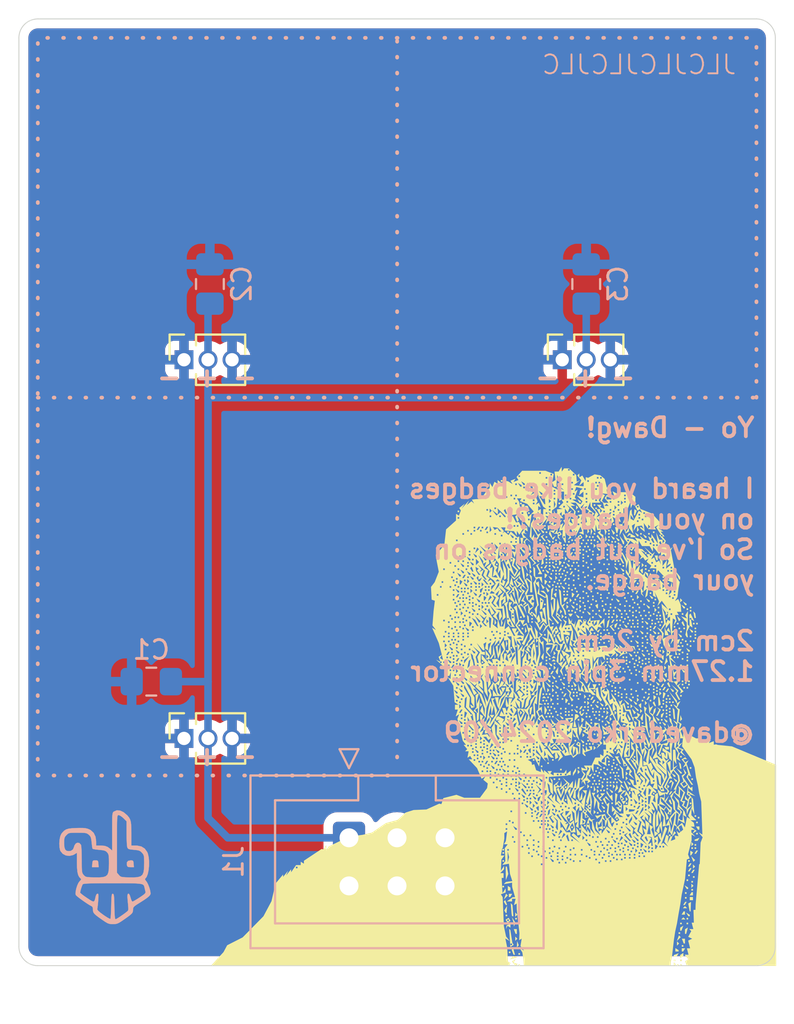
<source format=kicad_pcb>
(kicad_pcb (version 20240108) (generator "pcbnew") (generator_version "8.0")
  (layers (0 "F.Cu" signal) (31 "B.Cu" signal) (34 "B.Paste" user) (35 "F.Paste" user) (36 "B.SilkS" user "B.Silkscreen") (37 "F.SilkS" user "F.Silkscreen") (38 "B.Mask" user) (39 "F.Mask" user) (44 "Edge.Cuts" user))
  (net 0 "")
  (net 1 "GND")
  (net 2 "VCC")
  (footprint "Connector_PinSocket_1.27mm:PinSocket_1x03_P1.27mm_Vertical" (layer "F.Cu") (at 8.73 18 90)
    (property "Reference" "J3" (hide yes))
    (property "Value" "Conn_01x03")
  )
  (footprint "Connector_PinSocket_1.27mm:PinSocket_1x03_P1.27mm_Vertical" (layer "F.Cu") (at 28.73 18 90)
    (property "Reference" "J4" (hide yes))
    (property "Value" "Conn_01x03")
  )
  (footprint "Connector_PinSocket_1.27mm:PinSocket_1x03_P1.27mm_Vertical" (layer "F.Cu") (at 8.73 38 90)
    (property "Reference" "J2" (hide yes))
    (property "Value" "Conn_01x03")
  )
  (footprint "Connector_IDC:IDC-Header_2x03_P2.54mm_Vertical" (layer "B.Cu") (at 17.455 43.2475 -90)
    (property "Reference" "J1")
    (property "Value" "Conn_02x03_Odd_Even")
  )
  (footprint "davedarko:davedarko_logo_silk_outline" (layer "B.Cu") (at 4.55 44.8 180)
    (property "Reference" "Ref**" (hide yes))
    (property "Value" "Val**" (hide yes))
  )
  (footprint "Capacitor_SMD:C_0805_2012Metric_Pad1.18x1.45mm_HandSolder" (layer "B.Cu") (at 7 35 180)
    (property "Reference" "C1")
    (property "Value" "C")
  )
  (footprint "Capacitor_SMD:C_0805_2012Metric_Pad1.18x1.45mm_HandSolder" (layer "B.Cu") (at 30 14 90)
    (property "Reference" "C3")
    (property "Value" "C")
  )
  (footprint "Capacitor_SMD:C_0805_2012Metric_Pad1.18x1.45mm_HandSolder" (layer "B.Cu") (at 10.1 14 90)
    (property "Reference" "C2")
    (property "Value" "C")
  )
  (gr_line (start 39 20) (end 39 20) (stroke (width 0.1) (type dot)) (layer "B.SilkS"))
  (gr_line (start 20 39) (end 20 1) (stroke (width 0.2) (type dot)) (layer "B.SilkS"))
  (gr_line (start 0.995 39.9575) (end 19.995 39.9575) (stroke (width 0.2) (type dot)) (layer "B.SilkS"))
  (gr_line (start 39 20) (end 39 1) (stroke (width 0.2) (type dot)) (layer "B.SilkS"))
  (gr_line (start 1.5 1) (end 39 1) (stroke (width 0.2) (type dot)) (layer "B.SilkS"))
  (gr_line (start 1 20) (end 39 20) (stroke (width 0.2) (type dot)) (layer "B.SilkS"))
  (gr_line (start 0.995 39.9575) (end 1 0.5) (stroke (width 0.2) (type dot)) (layer "B.SilkS"))
  (gr_poly (pts (xy 29.124726 30.114659) (xy 29.040131 30.114659) (xy 29.040131 30.030064) (xy 29.124726 30.030064)) (stroke (width -0.000001)) (fill solid) (layer "F.SilkS"))
  (gr_poly (pts (xy 29.886711 30.622777) (xy 29.802117 30.622777) (xy 29.802117 30.538182) (xy 29.886711 30.538182)) (stroke (width -0.000001)) (fill solid) (layer "F.SilkS"))
  (gr_poly (pts (xy 29.378701 28.75974) (xy 29.294106 28.75974) (xy 29.294106 28.675145) (xy 29.378701 28.675145)) (stroke (width -0.000001)) (fill solid) (layer "F.SilkS"))
  (gr_poly (pts (xy 30.987343 41.887227) (xy 30.902748 41.887227) (xy 30.902748 41.802632) (xy 30.987343 41.802632)) (stroke (width -0.000001)) (fill solid) (layer "F.SilkS"))
  (gr_poly (pts (xy 32.850088 34.010609) (xy 32.765494 34.010609) (xy 32.765494 33.926015) (xy 32.850088 33.926015)) (stroke (width -0.000001)) (fill solid) (layer "F.SilkS"))
  (gr_poly (pts (xy 32.681036 38.168339) (xy 32.596442 38.168339) (xy 32.596442 38.083745) (xy 32.681036 38.083745)) (stroke (width -0.000001)) (fill solid) (layer "F.SilkS"))
  (gr_poly (pts (xy 30.733376 28.75974) (xy 30.648781 28.75974) (xy 30.648781 28.675145) (xy 30.733376 28.675145)) (stroke (width -0.000001)) (fill solid) (layer "F.SilkS"))
  (gr_poly (pts (xy 34.449263 40.963002) (xy 34.364668 40.963002) (xy 34.469267 40.793599) (xy 34.553862 40.793599)) (stroke (width -0.000001)) (fill solid) (layer "F.SilkS"))
  (gr_poly (pts (xy 30.055962 38.330327) (xy 29.971367 38.330327) (xy 29.971367 38.245732) (xy 30.055962 38.245732)) (stroke (width -0.000001)) (fill solid) (layer "F.SilkS"))
  (gr_poly (pts (xy 31.636559 33.530629) (xy 31.692955 33.587025) (xy 31.636559 33.643605) (xy 31.580162 33.700001) (xy 31.580162 33.474232)) (stroke (width -0.000001)) (fill solid) (layer "F.SilkS"))
  (gr_poly (pts (xy 33.188696 29.098393) (xy 33.104101 29.098393) (xy 33.104101 29.013798) (xy 33.188696 29.013798)) (stroke (width -0.000001)) (fill solid) (layer "F.SilkS"))
  (gr_poly (pts (xy 32.737196 30.481602) (xy 32.793593 30.537999) (xy 32.737196 30.594578) (xy 32.6808 30.650975) (xy 32.6808 30.425206)) (stroke (width -0.000001)) (fill solid) (layer "F.SilkS"))
  (gr_poly (pts (xy 27.857323 36.387212) (xy 27.923523 36.494405) (xy 27.879921 36.607915) (xy 27.836319 36.721425) (xy 27.791024 36.721425) (xy 27.791024 36.280019)) (stroke (width -0.000001)) (fill solid) (layer "F.SilkS"))
  (gr_poly (pts (xy 31.918717 31.469655) (xy 31.834122 31.469655) (xy 31.834122 31.38506) (xy 31.918717 31.38506)) (stroke (width -0.000001)) (fill solid) (layer "F.SilkS"))
  (gr_poly (pts (xy 32.003365 28.92899) (xy 31.91877 28.92899) (xy 31.91877 28.844395) (xy 32.003365 28.844395)) (stroke (width -0.000001)) (fill solid) (layer "F.SilkS"))
  (gr_poly (pts (xy 33.880652 41.911732) (xy 33.950377 42.016039) (xy 33.942457 42.194066) (xy 33.931451 42.441488) (xy 33.955275 42.395421) (xy 33.993269 42.395756) (xy 34.020262 43.030431) (xy 33.883055 42.607091) (xy 33.875052 42.787236) (xy 33.867049 42.967366) (xy 33.817533 43.008138) (xy 33.703673 42.881947) (xy 33.829474 42.638676) (xy 33.930112 42.444078) (xy 33.864455 42.194066) (xy 33.797751 41.940068) (xy 33.806753 42.254582) (xy 33.815756 42.569081) (xy 33.696951 42.687886) (xy 33.696951 42.080861) (xy 33.751051 41.939824) (xy 33.805151 41.798802)) (stroke (width -0.000001)) (fill solid) (layer "F.SilkS"))
  (gr_poly (pts (xy 31.156731 40.532002) (xy 31.072136 40.532002) (xy 31.072136 40.447407) (xy 31.156731 40.447407)) (stroke (width -0.000001)) (fill solid) (layer "F.SilkS"))
  (gr_poly (pts (xy 28.616722 30.029958) (xy 28.532128 30.029958) (xy 28.532128 29.945363) (xy 28.616722 29.945363)) (stroke (width -0.000001)) (fill solid) (layer "F.SilkS"))
  (gr_poly (pts (xy 29.124481 36.636723) (xy 29.039887 36.636723) (xy 29.039887 36.552129) (xy 29.124481 36.552129)) (stroke (width -0.000001)) (fill solid) (layer "F.SilkS"))
  (gr_poly (pts (xy 30.987122 36.46732) (xy 30.902527 36.46732) (xy 30.902527 36.382725) (xy 30.987122 36.382725)) (stroke (width -0.000001)) (fill solid) (layer "F.SilkS"))
  (gr_poly (pts (xy 31.326088 33.841206) (xy 31.241494 33.841206) (xy 31.241494 33.756612) (xy 31.326088 33.756612)) (stroke (width -0.000001)) (fill solid) (layer "F.SilkS"))
  (gr_poly (pts (xy 30.564072 40.447301) (xy 30.479477 40.447301) (xy 30.479477 40.362706) (xy 30.564072 40.362706)) (stroke (width -0.000001)) (fill solid) (layer "F.SilkS"))
  (gr_poly (pts (xy 33.76837 33.028493) (xy 33.866171 33.088887) (xy 33.866171 33.163472) (xy 33.828772 33.163594) (xy 33.791472 33.163594) (xy 33.73107 33.0658) (xy 33.670668 32.968098)) (stroke (width -0.000001)) (fill solid) (layer "F.SilkS"))
  (gr_poly (pts (xy 28.701363 39.685063) (xy 28.616768 39.685063) (xy 28.616768 39.600468) (xy 28.701363 39.600468)) (stroke (width -0.000001)) (fill solid) (layer "F.SilkS"))
  (gr_poly (pts (xy 31.156777 32.740102) (xy 31.072182 32.740102) (xy 31.072182 32.655507) (xy 31.156777 32.655507)) (stroke (width -0.000001)) (fill solid) (layer "F.SilkS"))
  (gr_poly (pts (xy 29.971375 29.775853) (xy 29.88678 29.775853) (xy 29.88678 29.691258) (xy 29.971375 29.691258)) (stroke (width -0.000001)) (fill solid) (layer "F.SilkS"))
  (gr_poly (pts (xy 29.54551 34.815572) (xy 29.473809 34.702504) (xy 29.402108 34.589452) (xy 29.330168 34.575809) (xy 29.526818 34.565221) (xy 29.559412 34.563482)) (stroke (width -0.000001)) (fill solid) (layer "F.SilkS"))
  (gr_poly (pts (xy 28.235764 34.518819) (xy 28.183464 34.60352) (xy 28.09887 34.60352) (xy 28.151169 34.518819) (xy 28.203469 34.434117) (xy 28.288063 34.434117)) (stroke (width -0.000001)) (fill solid) (layer "F.SilkS"))
  (gr_poly (pts (xy 31.510926 34.23206) (xy 31.582825 34.276555) (xy 31.485428 34.434148) (xy 31.462227 34.434117) (xy 31.439026 34.434117) (xy 31.439026 34.187566)) (stroke (width -0.000001)) (fill solid) (layer "F.SilkS"))
  (gr_poly (pts (xy 30.310044 29.183095) (xy 30.225449 29.183095) (xy 30.225449 29.0985) (xy 30.310044 29.0985)) (stroke (width -0.000001)) (fill solid) (layer "F.SilkS"))
  (gr_poly (pts (xy 30.140648 27.573918) (xy 30.056053 27.573918) (xy 30.056053 27.489323) (xy 30.140648 27.489323)) (stroke (width -0.000001)) (fill solid) (layer "F.SilkS"))
  (gr_poly (pts (xy 28.278 27.658665) (xy 28.193405 27.658665) (xy 28.193405 27.574071) (xy 28.278 27.574071)) (stroke (width -0.000001)) (fill solid) (layer "F.SilkS"))
  (gr_poly (pts (xy 35.390089 33.925908) (xy 35.305495 33.925908) (xy 35.305495 33.841313) (xy 35.390089 33.841313)) (stroke (width -0.000001)) (fill solid) (layer "F.SilkS"))
  (gr_poly (pts (xy 35.37419 31.625645) (xy 35.369192 31.986348) (xy 35.46828 32.085436) (xy 35.404494 32.208699) (xy 35.32659 32.359242) (xy 35.350394 32.507405) (xy 35.374296 32.655568) (xy 35.345312 32.655415) (xy 35.315512 32.655415) (xy 35.279112 32.591908) (xy 35.242712 32.528401) (xy 35.280211 32.359074) (xy 35.317709 32.189732) (xy 35.31571 32.032094) (xy 35.313711 31.874455) (xy 35.017767 31.547459) (xy 35.332388 31.668248) (xy 35.28179 31.586354) (xy 35.231192 31.50446) (xy 35.379187 31.264928)) (stroke (width -0.000001)) (fill solid) (layer "F.SilkS"))
  (gr_poly (pts (xy 30.974335 39.804158) (xy 31.072136 39.864552) (xy 31.072136 39.939137) (xy 31.034737 39.939168) (xy 30.997437 39.939168) (xy 30.937035 39.841466) (xy 30.876633 39.743764)) (stroke (width -0.000001)) (fill solid) (layer "F.SilkS"))
  (gr_poly (pts (xy 33.612097 40.955373) (xy 33.527502 40.955373) (xy 33.527502 40.870778) (xy 33.612097 40.870778)) (stroke (width -0.000001)) (fill solid) (layer "F.SilkS"))
  (gr_poly (pts (xy 28.531769 35.789372) (xy 28.447174 35.789372) (xy 28.447174 35.704777) (xy 28.531769 35.704777)) (stroke (width -0.000001)) (fill solid) (layer "F.SilkS"))
  (gr_poly (pts (xy 32.511389 31.554356) (xy 32.426794 31.554356) (xy 32.426794 31.469762) (xy 32.511389 31.469762)) (stroke (width -0.000001)) (fill solid) (layer "F.SilkS"))
  (gr_poly (pts (xy 32.765417 34.180012) (xy 32.680823 34.180012) (xy 32.680823 34.095418) (xy 32.765417 34.095418)) (stroke (width -0.000001)) (fill solid) (layer "F.SilkS"))
  (gr_poly (pts (xy 32.596083 34.095311) (xy 32.511488 34.095311) (xy 32.511488 34.010716) (xy 32.596083 34.010716)) (stroke (width -0.000001)) (fill solid) (layer "F.SilkS"))
  (gr_poly (pts (xy 31.410706 41.463872) (xy 31.326111 41.463872) (xy 31.326111 41.379277) (xy 31.410706 41.379277)) (stroke (width -0.000001)) (fill solid) (layer "F.SilkS"))
  (gr_poly (pts (xy 35.813422 32.401311) (xy 35.728827 32.401311) (xy 35.728827 32.316716) (xy 35.813422 32.316716)) (stroke (width -0.000001)) (fill solid) (layer "F.SilkS"))
  (gr_poly (pts (xy 35.559416 33.163594) (xy 35.474821 33.163594) (xy 35.474821 33.078999) (xy 35.559416 33.078999)) (stroke (width -0.000001)) (fill solid) (layer "F.SilkS"))
  (gr_poly (pts (xy 28.955712 39.882949) (xy 28.953095 39.885121) (xy 28.952893 39.861699) (xy 28.955712 39.861699)) (stroke (width -0.000001)) (fill solid) (layer "F.SilkS"))
  (gr_poly (pts (xy 29.971115 36.382619) (xy 29.886521 36.382619) (xy 29.886521 36.298024) (xy 29.971115 36.298024)) (stroke (width -0.000001)) (fill solid) (layer "F.SilkS"))
  (gr_poly (pts (xy 33.358115 34.772923) (xy 33.27352 34.772923) (xy 33.27352 34.688329) (xy 33.358115 34.688329)) (stroke (width -0.000001)) (fill solid) (layer "F.SilkS"))
  (gr_poly (pts (xy 32.850081 33.332997) (xy 32.765486 33.332997) (xy 32.765486 33.248402) (xy 32.850081 33.248402)) (stroke (width -0.000001)) (fill solid) (layer "F.SilkS"))
  (gr_poly (pts (xy 33.104056 31.300267) (xy 33.019461 31.300267) (xy 33.019461 31.215672) (xy 33.104056 31.215672)) (stroke (width -0.000001)) (fill solid) (layer "F.SilkS"))
  (gr_poly (pts (xy 28.927185 28.449284) (xy 28.983582 28.505681) (xy 28.927185 28.562154) (xy 28.870789 28.61855) (xy 28.870789 28.392781)) (stroke (width -0.000001)) (fill solid) (layer "F.SilkS"))
  (gr_poly (pts (xy 29.97139 30.029958) (xy 29.886795 30.029958) (xy 29.886795 29.945363) (xy 29.97139 29.945363)) (stroke (width -0.000001)) (fill solid) (layer "F.SilkS"))
  (gr_poly (pts (xy 33.527418 33.5024) (xy 33.442824 33.5024) (xy 33.442824 33.417805) (xy 33.527418 33.417805)) (stroke (width -0.000001)) (fill solid) (layer "F.SilkS"))
  (gr_poly (pts (xy 32.76541 32.147206) (xy 32.680815 32.147206) (xy 32.680815 32.062611) (xy 32.76541 32.062611)) (stroke (width -0.000001)) (fill solid) (layer "F.SilkS"))
  (gr_poly (pts (xy 27.177399 31.893162) (xy 27.092804 31.893162) (xy 27.092804 31.808568) (xy 27.177399 31.808568)) (stroke (width -0.000001)) (fill solid) (layer "F.SilkS"))
  (gr_poly (pts (xy 32.906233 36.382588) (xy 32.883032 36.382619) (xy 32.859831 36.382619) (xy 32.811133 36.303822) (xy 32.762434 36.225026) (xy 32.834334 36.180531) (xy 32.906233 36.136037)) (stroke (width -0.000001)) (fill solid) (layer "F.SilkS"))
  (gr_poly (pts (xy 30.987427 40.785985) (xy 30.902832 40.785985) (xy 30.902832 40.70139) (xy 30.987427 40.70139)) (stroke (width -0.000001)) (fill solid) (layer "F.SilkS"))
  (gr_poly (pts (xy 30.225388 30.029958) (xy 30.140793 30.029958) (xy 30.140793 29.945363) (xy 30.225388 29.945363)) (stroke (width -0.000001)) (fill solid) (layer "F.SilkS"))
  (gr_poly (pts (xy 33.950712 31.554356) (xy 33.866118 31.554356) (xy 33.866118 31.469762) (xy 33.950712 31.469762)) (stroke (width -0.000001)) (fill solid) (layer "F.SilkS"))
  (gr_poly (pts (xy 35.207678 30.826375) (xy 35.30538 30.886769) (xy 35.30538 30.961354) (xy 35.26808 30.961476) (xy 35.23078 30.961476) (xy 35.170378 30.863774) (xy 35.109976 30.76598)) (stroke (width -0.000001)) (fill solid) (layer "F.SilkS"))
  (gr_poly (pts (xy 32.172692 28.166875) (xy 32.088097 28.166875) (xy 32.088097 28.08228) (xy 32.172692 28.08228)) (stroke (width -0.000001)) (fill solid) (layer "F.SilkS"))
  (gr_poly (pts (xy 28.278046 29.183095) (xy 28.193451 29.183095) (xy 28.193451 29.0985) (xy 28.278046 29.0985)) (stroke (width -0.000001)) (fill solid) (layer "F.SilkS"))
  (gr_poly (pts (xy 35.982672 42.225987) (xy 35.898077 42.225987) (xy 35.898077 42.141392) (xy 35.982672 42.141392)) (stroke (width -0.000001)) (fill solid) (layer "F.SilkS"))
  (gr_poly (pts (xy 30.309838 37.060139) (xy 30.225243 37.060139) (xy 30.225243 36.975545) (xy 30.309838 36.975545)) (stroke (width -0.000001)) (fill solid) (layer "F.SilkS"))
  (gr_poly (pts (xy 29.243088 31.483861) (xy 29.199486 31.554356) (xy 29.134789 31.554356) (xy 29.091187 31.483861) (xy 29.047585 31.413258) (xy 29.28669 31.413258)) (stroke (width -0.000001)) (fill solid) (layer "F.SilkS"))
  (gr_poly (pts (xy 31.24144 32.486012) (xy 31.156845 32.486012) (xy 31.156845 32.401417) (xy 31.24144 32.401417)) (stroke (width -0.000001)) (fill solid) (layer "F.SilkS"))
  (gr_poly (pts (xy 29.717354 28.082173) (xy 29.632759 28.082173) (xy 29.632759 27.997578) (xy 29.717354 27.997578)) (stroke (width -0.000001)) (fill solid) (layer "F.SilkS"))
  (gr_poly (pts (xy 31.495385 30.029958) (xy 31.41079 30.029958) (xy 31.41079 29.945363) (xy 31.495385 29.945363)) (stroke (width -0.000001)) (fill solid) (layer "F.SilkS"))
  (gr_poly (pts (xy 35.390082 33.756505) (xy 35.305487 33.756505) (xy 35.305487 33.67191) (xy 35.390082 33.67191)) (stroke (width -0.000001)) (fill solid) (layer "F.SilkS"))
  (gr_poly (pts (xy 32.538512 39.210744) (xy 32.511793 39.194242) (xy 32.511793 39.184087) (xy 32.52244 39.184087)) (stroke (width -0.000001)) (fill solid) (layer "F.SilkS"))
  (gr_poly (pts (xy 32.144524 40.052022) (xy 32.20092 40.108525) (xy 32.144524 40.164998) (xy 32.088127 40.221394) (xy 32.088127 39.995625)) (stroke (width -0.000001)) (fill solid) (layer "F.SilkS"))
  (gr_poly (pts (xy 29.785018 40.23265) (xy 29.781288 40.23615) (xy 29.78671 40.225585)) (stroke (width -0.000001)) (fill solid) (layer "F.SilkS"))
  (gr_poly (pts (xy 31.326042 39.854466) (xy 31.241448 39.854466) (xy 31.241448 39.769871) (xy 31.326042 39.769871)) (stroke (width -0.000001)) (fill solid) (layer "F.SilkS"))
  (gr_poly (pts (xy 33.0194 31.893162) (xy 32.934805 31.893162) (xy 32.934805 31.808568) (xy 33.0194 31.808568)) (stroke (width -0.000001)) (fill solid) (layer "F.SilkS"))
  (gr_poly (pts (xy 30.648773 32.740102) (xy 30.564179 32.740102) (xy 30.564179 32.655507) (xy 30.648773 32.655507)) (stroke (width -0.000001)) (fill solid) (layer "F.SilkS"))
  (gr_poly (pts (xy 34.067503 36.759434) (xy 34.017103 36.890828) (xy 33.950499 36.890828) (xy 33.950499 36.731435) (xy 34.034201 36.679738) (xy 34.117903 36.628041)) (stroke (width -0.000001)) (fill solid) (layer "F.SilkS"))
  (gr_poly (pts (xy 34.953841 32.520314) (xy 35.051543 32.580708) (xy 35.051543 32.655293) (xy 35.014143 32.655415) (xy 34.976843 32.655415) (xy 34.916441 32.557713) (xy 34.856039 32.45992)) (stroke (width -0.000001)) (fill solid) (layer "F.SilkS"))
  (gr_poly (pts (xy 26.500099 49.423543) (xy 26.415505 49.423543) (xy 26.415505 49.338948) (xy 26.500099 49.338948)) (stroke (width -0.000001)) (fill solid) (layer "F.SilkS"))
  (gr_poly (pts (xy 30.620575 40.729619) (xy 30.676972 40.786122) (xy 30.620575 40.842488) (xy 30.564179 40.898991) (xy 30.564179 40.673222)) (stroke (width -0.000001)) (fill solid) (layer "F.SilkS"))
  (gr_poly (pts (xy 31.41066 27.828068) (xy 31.326065 27.828068) (xy 31.326065 27.743474) (xy 31.41066 27.743474)) (stroke (width -0.000001)) (fill solid) (layer "F.SilkS"))
  (gr_poly (pts (xy 28.616776 34.772923) (xy 28.532181 34.772923) (xy 28.532181 34.688329) (xy 28.616776 34.688329)) (stroke (width -0.000001)) (fill solid) (layer "F.SilkS"))
  (gr_poly (pts (xy 35.898009 42.480016) (xy 35.813414 42.480016) (xy 35.813414 42.395421) (xy 35.898009 42.395421)) (stroke (width -0.000001)) (fill solid) (layer "F.SilkS"))
  (gr_poly (pts (xy 32.342085 34.010609) (xy 32.25749 34.010609) (xy 32.25749 33.926015) (xy 32.342085 33.926015)) (stroke (width -0.000001)) (fill solid) (layer "F.SilkS"))
  (gr_poly (pts (xy 31.143563 37.094441) (xy 31.241265 37.154835) (xy 31.241265 37.22942) (xy 31.203865 37.229542) (xy 31.166565 37.229542) (xy 31.106163 37.13184) (xy 31.045761 37.034047)) (stroke (width -0.000001)) (fill solid) (layer "F.SilkS"))
  (gr_poly (pts (xy 31.32605 30.961476) (xy 31.241455 30.961476) (xy 31.241455 30.876881) (xy 31.32605 30.876881)) (stroke (width -0.000001)) (fill solid) (layer "F.SilkS"))
  (gr_poly (pts (xy 31.061837 36.975529) (xy 30.977242 36.975529) (xy 31.081841 36.806126) (xy 31.166436 36.806126)) (stroke (width -0.000001)) (fill solid) (layer "F.SilkS"))
  (gr_poly (pts (xy 35.615881 45.725957) (xy 35.672278 45.782353) (xy 35.615881 45.838826) (xy 35.559485 45.895222) (xy 35.559485 45.669453)) (stroke (width -0.000001)) (fill solid) (layer "F.SilkS"))
  (gr_poly (pts (xy 28.447083 35.027165) (xy 28.362488 35.027165) (xy 28.362488 34.94257) (xy 28.447083 34.94257)) (stroke (width -0.000001)) (fill solid) (layer "F.SilkS"))
  (gr_poly (pts (xy 31.156449 36.46732) (xy 31.071854 36.46732) (xy 31.071854 36.382725) (xy 31.156449 36.382725)) (stroke (width -0.000001)) (fill solid) (layer "F.SilkS"))
  (gr_poly (pts (xy 31.936653 40.52094) (xy 32.046601 40.656651) (xy 31.812958 40.515843) (xy 31.852158 40.633458) (xy 31.891358 40.751073) (xy 32.085556 40.751073) (xy 32.098411 40.769426) (xy 31.974755 40.87003) (xy 31.830857 40.987096) (xy 31.915856 41.089482) (xy 32.000855 41.191869) (xy 31.88945 41.303258) (xy 32.088135 41.303258) (xy 32.088135 41.096486) (xy 32.144532 41.152882) (xy 32.200928 41.209279) (xy 32.144532 41.265858) (xy 32.088135 41.322255) (xy 32.088135 41.317609) (xy 31.979004 41.494267) (xy 31.818651 41.216771) (xy 31.834503 41.216771) (xy 31.919098 41.216771) (xy 31.919098 41.132176) (xy 31.834503 41.132176) (xy 31.834503 41.216771) (xy 31.818651 41.216771) (xy 31.795197 41.176182) (xy 31.788193 41.091481) (xy 31.781189 41.006779) (xy 31.871086 40.885091) (xy 31.960984 40.763402) (xy 31.816452 40.817494) (xy 31.671921 40.871587) (xy 31.758919 40.642812) (xy 31.845917 40.414037) (xy 31.843352 40.405753)) (stroke (width -0.000001)) (fill solid) (layer "F.SilkS"))
  (gr_poly (pts (xy 34.543112 36.298024) (xy 34.458517 36.298024) (xy 34.458517 36.213429) (xy 34.543112 36.213429)) (stroke (width -0.000001)) (fill solid) (layer "F.SilkS"))
  (gr_poly (pts (xy 30.564087 32.909489) (xy 30.479492 32.909489) (xy 30.479492 32.824895) (xy 30.564087 32.824895)) (stroke (width -0.000001)) (fill solid) (layer "F.SilkS"))
  (gr_poly (pts (xy 34.260924 36.241444) (xy 34.31732 36.297948) (xy 34.260924 36.35442) (xy 34.204527 36.410817) (xy 34.204527 36.185048)) (stroke (width -0.000001)) (fill solid) (layer "F.SilkS"))
  (gr_poly (pts (xy 32.172715 30.792073) (xy 32.08812 30.792073) (xy 32.08812 30.707478) (xy 32.172715 30.707478)) (stroke (width -0.000001)) (fill solid) (layer "F.SilkS"))
  (gr_poly (pts (xy 30.436753 36.043919) (xy 30.384453 36.128621) (xy 30.299858 36.128621) (xy 30.352158 36.043919) (xy 30.404457 35.959218) (xy 30.489052 35.959218)) (stroke (width -0.000001)) (fill solid) (layer "F.SilkS"))
  (gr_poly (pts (xy 31.313164 40.735585) (xy 31.410866 40.795979) (xy 31.410866 40.870564) (xy 31.373467 40.870686) (xy 31.336167 40.870686) (xy 31.275765 40.772984) (xy 31.215363 40.675191)) (stroke (width -0.000001)) (fill solid) (layer "F.SilkS"))
  (gr_poly (pts (xy 29.547768 35.620076) (xy 29.463173 35.620076) (xy 29.463173 35.535481) (xy 29.547768 35.535481)) (stroke (width -0.000001)) (fill solid) (layer "F.SilkS"))
  (gr_poly (pts (xy 30.056046 41.548573) (xy 29.971451 41.548573) (xy 29.971451 41.463979) (xy 30.056046 41.463979)) (stroke (width -0.000001)) (fill solid) (layer "F.SilkS"))
  (gr_poly (pts (xy 32.596083 34.264714) (xy 32.511488 34.264714) (xy 32.511488 34.180119) (xy 32.596083 34.180119)) (stroke (width -0.000001)) (fill solid) (layer "F.SilkS"))
  (gr_poly (pts (xy 28.949395 34.052769) (xy 28.824684 34.217656) (xy 28.699982 34.382542) (xy 28.746781 34.556325) (xy 28.793579 34.730092) (xy 28.70028 34.581258) (xy 28.60698 34.432423) (xy 28.717377 34.253834) (xy 28.682972 34.215817) (xy 28.813698 34.052693) (xy 28.949395 33.883366)) (stroke (width -0.000001)) (fill solid) (layer "F.SilkS"))
  (gr_poly (pts (xy 29.935456 34.877019) (xy 30.088036 35.023167) (xy 30.047547 35.063664) (xy 30.00705 35.104161) (xy 29.782868 34.73087)) (stroke (width -0.000001)) (fill solid) (layer "F.SilkS"))
  (gr_poly (pts (xy 29.717392 31.300267) (xy 29.632798 31.300267) (xy 29.632798 31.215672) (xy 29.717392 31.215672)) (stroke (width -0.000001)) (fill solid) (layer "F.SilkS"))
  (gr_poly (pts (xy 33.527403 31.977864) (xy 33.442808 31.977864) (xy 33.442808 31.893269) (xy 33.527403 31.893269)) (stroke (width -0.000001)) (fill solid) (layer "F.SilkS"))
  (gr_poly (pts (xy 30.396759 41.020634) (xy 30.547852 41.221089) (xy 30.698929 41.421544) (xy 30.689926 41.548543) (xy 30.680924 41.675542) (xy 30.760025 41.781377) (xy 30.839127 41.887212) (xy 30.791077 41.887227) (xy 30.743378 41.887227) (xy 30.676178 41.781392) (xy 30.608979 41.675557) (xy 30.597077 41.527394) (xy 30.585175 41.379231) (xy 30.564575 41.315724) (xy 30.543976 41.252217) (xy 30.477272 41.506215) (xy 30.410569 41.760213) (xy 30.413567 41.463872) (xy 30.416565 41.167546) (xy 30.354164 41.019383) (xy 30.291764 40.87122) (xy 30.489167 40.87122)) (stroke (width -0.000001)) (fill solid) (layer "F.SilkS"))
  (gr_poly (pts (xy 34.797407 34.349416) (xy 34.712813 34.349416) (xy 34.712813 34.264821) (xy 34.797407 34.264821)) (stroke (width -0.000001)) (fill solid) (layer "F.SilkS"))
  (gr_poly (pts (xy 32.398253 36.241444) (xy 32.454756 36.297948) (xy 32.398253 36.35442) (xy 32.341856 36.410817) (xy 32.341856 36.185048)) (stroke (width -0.000001)) (fill solid) (layer "F.SilkS"))
  (gr_poly (pts (xy 26.185105 49.25092) (xy 26.230301 49.423604) (xy 26.193215 49.423543) (xy 26.156113 49.423543) (xy 26.106011 49.292897) (xy 26.055909 49.162251) (xy 26.139908 49.078236)) (stroke (width -0.000001)) (fill solid) (layer "F.SilkS"))
  (gr_poly (pts (xy 27.854355 30.962773) (xy 27.76976 30.962773) (xy 27.76976 30.878178) (xy 27.854355 30.878178)) (stroke (width -0.000001)) (fill solid) (layer "F.SilkS"))
  (gr_poly (pts (xy 31.58004 28.844441) (xy 31.495446 28.844441) (xy 31.495446 28.759846) (xy 31.58004 28.759846)) (stroke (width -0.000001)) (fill solid) (layer "F.SilkS"))
  (gr_poly (pts (xy 32.99745 36.870686) (xy 32.983153 37.060124) (xy 32.96385 37.060139) (xy 32.944548 37.060139) (xy 32.902846 36.992543) (xy 32.861143 36.925038) (xy 33.011748 36.681264)) (stroke (width -0.000001)) (fill solid) (layer "F.SilkS"))
  (gr_poly (pts (xy 31.664719 40.362599) (xy 31.580124 40.362599) (xy 31.580124 40.278004) (xy 31.664719 40.278004)) (stroke (width -0.000001)) (fill solid) (layer "F.SilkS"))
  (gr_poly (pts (xy 32.765097 35.789372) (xy 32.680502 35.789372) (xy 32.680502 35.704777) (xy 32.765097 35.704777)) (stroke (width -0.000001)) (fill solid) (layer "F.SilkS"))
  (gr_poly (pts (xy 30.696526 32.310094) (xy 30.632225 32.41422) (xy 30.556128 32.332536) (xy 30.652184 32.273167) (xy 30.760926 32.205968)) (stroke (width -0.000001)) (fill solid) (layer "F.SilkS"))
  (gr_poly (pts (xy 35.559386 31.130879) (xy 35.474791 31.130879) (xy 35.474791 31.046284) (xy 35.559386 31.046284)) (stroke (width -0.000001)) (fill solid) (layer "F.SilkS"))
  (gr_poly (pts (xy 29.124413 35.111867) (xy 29.039818 35.111867) (xy 29.039818 35.027272) (xy 29.124413 35.027272)) (stroke (width -0.000001)) (fill solid) (layer "F.SilkS"))
  (gr_poly (pts (xy 29.199387 29.352483) (xy 29.114792 29.352483) (xy 29.167092 29.267781) (xy 29.219391 29.183079) (xy 29.303986 29.183079)) (stroke (width -0.000001)) (fill solid) (layer "F.SilkS"))
  (gr_poly (pts (xy 31.410645 27.65862) (xy 31.32605 27.65862) (xy 31.32605 27.574025) (xy 31.410645 27.574025)) (stroke (width -0.000001)) (fill solid) (layer "F.SilkS"))
  (gr_poly (pts (xy 33.612112 32.655415) (xy 33.527518 32.655415) (xy 33.527518 32.570821) (xy 33.612112 32.570821)) (stroke (width -0.000001)) (fill solid) (layer "F.SilkS"))
  (gr_poly (pts (xy 31.905777 29.047993) (xy 32.003479 29.108388) (xy 32.003479 29.182973) (xy 31.96608 29.183095) (xy 31.92878 29.183095) (xy 31.868378 29.085301) (xy 31.807976 28.987599)) (stroke (width -0.000001)) (fill solid) (layer "F.SilkS"))
  (gr_poly (pts (xy 28.011063 27.523564) (xy 28.108864 27.583958) (xy 28.108864 27.658543) (xy 28.071366 27.658665) (xy 28.034066 27.658665) (xy 27.973664 27.560963) (xy 27.913262 27.46317)) (stroke (width -0.000001)) (fill solid) (layer "F.SilkS"))
  (gr_poly (pts (xy 28.510407 34.414159) (xy 28.496109 34.603581) (xy 28.476807 34.60352) (xy 28.457505 34.60352) (xy 28.415802 34.536015) (xy 28.3741 34.46851) (xy 28.524704 34.224736)) (stroke (width -0.000001)) (fill solid) (layer "F.SilkS"))
  (gr_poly (pts (xy 28.334587 32.514348) (xy 28.390984 32.570744) (xy 28.334587 32.627217) (xy 28.278191 32.683614) (xy 28.278191 32.457844)) (stroke (width -0.000001)) (fill solid) (layer "F.SilkS"))
  (gr_poly (pts (xy 30.056 27.743367) (xy 29.971405 27.743367) (xy 29.971405 27.658772) (xy 30.056 27.658772)) (stroke (width -0.000001)) (fill solid) (layer "F.SilkS"))
  (gr_poly (pts (xy 31.821175 32.689793) (xy 31.918976 32.750188) (xy 31.918976 32.824773) (xy 31.881478 32.824803) (xy 31.844178 32.824803) (xy 31.783776 32.727101) (xy 31.723374 32.629399)) (stroke (width -0.000001)) (fill solid) (layer "F.SilkS"))
  (gr_poly (pts (xy 34.077391 35.196568) (xy 34.025091 35.28127) (xy 33.940497 35.28127) (xy 33.992796 35.196568) (xy 34.045096 35.111867) (xy 34.12969 35.111867)) (stroke (width -0.000001)) (fill solid) (layer "F.SilkS"))
  (gr_poly (pts (xy 33.188742 34.095311) (xy 33.104147 34.095311) (xy 33.104147 34.010716) (xy 33.188742 34.010716)) (stroke (width -0.000001)) (fill solid) (layer "F.SilkS"))
  (gr_poly (pts (xy 30.818108 32.486012) (xy 30.733513 32.486012) (xy 30.733513 32.401417) (xy 30.818108 32.401417)) (stroke (width -0.000001)) (fill solid) (layer "F.SilkS"))
  (gr_poly (pts (xy 31.68544 26.995259) (xy 31.644837 27.150487) (xy 31.599724 27.150487) (xy 31.55912 26.995259) (xy 31.518517 26.840047) (xy 31.726044 26.840047)) (stroke (width -0.000001)) (fill solid) (layer "F.SilkS"))
  (gr_poly (pts (xy 28.447151 37.398946) (xy 28.362557 37.398946) (xy 28.362557 37.314351) (xy 28.447151 37.314351)) (stroke (width -0.000001)) (fill solid) (layer "F.SilkS"))
  (gr_poly (pts (xy 33.019415 32.994191) (xy 32.93482 32.994191) (xy 32.93482 32.909596) (xy 33.019415 32.909596)) (stroke (width -0.000001)) (fill solid) (layer "F.SilkS"))
  (gr_poly (pts (xy 30.394615 38.160924) (xy 30.310021 38.160924) (xy 30.310021 38.076329) (xy 30.394615 38.076329)) (stroke (width -0.000001)) (fill solid) (layer "F.SilkS"))
  (gr_poly (pts (xy 26.257706 49.526234) (xy 26.368759 49.563237) (xy 25.967743 49.668034) (xy 26.057144 49.578633) (xy 26.146645 49.489232)) (stroke (width -0.000001)) (fill solid) (layer "F.SilkS"))
  (gr_poly (pts (xy 27.854775 32.570714) (xy 27.77018 32.570714) (xy 27.77018 32.486119) (xy 27.854775 32.486119)) (stroke (width -0.000001)) (fill solid) (layer "F.SilkS"))
  (gr_poly (pts (xy 30.225098 35.789372) (xy 30.140503 35.789372) (xy 30.140503 35.704777) (xy 30.225098 35.704777)) (stroke (width -0.000001)) (fill solid) (layer "F.SilkS"))
  (gr_poly (pts (xy 31.651787 30.657063) (xy 31.749489 30.717458) (xy 31.749489 30.792042) (xy 31.71209 30.792073) (xy 31.67479 30.792073) (xy 31.553986 30.596669)) (stroke (width -0.000001)) (fill solid) (layer "F.SilkS"))
  (gr_poly (pts (xy 35.215483 32.062535) (xy 35.180785 32.06255) (xy 35.146086 32.06255) (xy 35.034483 31.881947) (xy 35.074881 31.841649) (xy 35.115279 31.801244)) (stroke (width -0.000001)) (fill solid) (layer "F.SilkS"))
  (gr_poly (pts (xy 33.44274 32.147206) (xy 33.358145 32.147206) (xy 33.358145 32.062611) (xy 33.44274 32.062611)) (stroke (width -0.000001)) (fill solid) (layer "F.SilkS"))
  (gr_poly (pts (xy 34.684546 49.875142) (xy 34.741049 49.931538) (xy 34.684546 49.988011) (xy 34.628149 50.044514) (xy 34.628149 49.818745)) (stroke (width -0.000001)) (fill solid) (layer "F.SilkS"))
  (gr_poly (pts (xy 33.612044 29.183095) (xy 33.527449 29.183095) (xy 33.527449 29.0985) (xy 33.612044 29.0985)) (stroke (width -0.000001)) (fill solid) (layer "F.SilkS"))
  (gr_poly (pts (xy 31.495087 35.111867) (xy 31.410492 35.111867) (xy 31.410492 35.027272) (xy 31.495087 35.027272)) (stroke (width -0.000001)) (fill solid) (layer "F.SilkS"))
  (gr_poly (pts (xy 30.451157 41.830754) (xy 30.507553 41.887151) (xy 30.451157 41.94373) (xy 30.39476 42.000127) (xy 30.39476 41.774358)) (stroke (width -0.000001)) (fill solid) (layer "F.SilkS"))
  (gr_poly (pts (xy 31.607209 33.06841) (xy 31.750458 33.184605) (xy 31.750458 33.058415) (xy 31.869927 33.157521) (xy 31.989388 33.256627) (xy 31.990418 33.25496) (xy 32.078301 33.361485) (xy 32.194504 33.502354) (xy 32.089112 33.523564) (xy 32.025612 33.535466) (xy 31.962113 33.547368) (xy 31.843201 33.62267) (xy 31.724282 33.697972) (xy 31.824074 33.536381) (xy 31.651352 33.428517) (xy 31.47863 33.320653) (xy 31.528931 33.401952) (xy 31.579232 33.48325) (xy 31.436913 33.598683) (xy 31.294594 33.714101) (xy 31.349495 33.622395) (xy 31.404396 33.53069) (xy 31.165291 33.53069) (xy 31.217789 33.61559) (xy 31.270287 33.70049) (xy 31.129395 33.646397) (xy 30.988503 33.592305) (xy 30.987503 33.737813) (xy 30.986504 33.883321) (xy 30.922203 33.782185) (xy 30.857903 33.681035) (xy 30.552223 33.725835) (xy 30.482926 33.838002) (xy 30.413628 33.950169) (xy 30.377732 33.789708) (xy 30.341835 33.629262) (xy 30.338837 34.010258) (xy 30.335839 34.391255) (xy 30.375939 34.221913) (xy 30.416039 34.052586) (xy 30.538559 33.88326) (xy 30.66108 33.713917) (xy 30.629677 33.967915) (xy 30.639679 34.07874) (xy 30.649681 34.189564) (xy 30.72638 34.142171) (xy 30.803078 34.094777) (xy 30.780876 33.94669) (xy 30.758675 33.798604) (xy 30.795273 33.905476) (xy 30.831871 34.012349) (xy 30.931275 33.952748) (xy 31.030678 33.893147) (xy 30.923798 34.025166) (xy 30.816918 34.157185) (xy 30.931588 34.252385) (xy 31.046257 34.347584) (xy 31.08786 34.305989) (xy 31.129463 34.264394) (xy 31.129463 34.515706) (xy 30.887875 34.319618) (xy 30.867752 34.284703) (xy 30.805954 34.177495) (xy 30.726555 34.226598) (xy 30.654333 34.271262) (xy 30.606011 34.349522) (xy 30.553711 34.434224) (xy 30.469117 34.434224) (xy 30.521416 34.349522) (xy 30.573715 34.264821) (xy 30.642975 34.264821) (xy 30.52916 33.968632) (xy 30.47506 34.180302) (xy 30.42096 34.391972) (xy 30.458359 34.460973) (xy 30.495758 34.529973) (xy 30.642525 34.397221) (xy 30.789154 34.264516) (xy 30.888537 34.354707) (xy 30.93039 34.476048) (xy 30.988793 34.64539) (xy 30.874382 34.49854) (xy 30.759964 34.351674) (xy 30.661362 34.450276) (xy 30.705864 34.590169) (xy 30.750367 34.730061) (xy 30.658966 34.603062) (xy 30.567566 34.476063) (xy 30.566567 34.552663) (xy 30.565567 34.629262) (xy 30.40593 34.484776) (xy 30.246277 34.340291) (xy 30.259278 34.577473) (xy 30.272278 34.814656) (xy 30.33918 34.920491) (xy 30.406082 35.026326) (xy 30.367485 35.027165) (xy 30.330483 35.027165) (xy 30.233986 34.910893) (xy 30.13749 34.794621) (xy 30.195687 34.642995) (xy 30.253884 34.491368) (xy 30.154282 34.552968) (xy 30.054581 34.614568) (xy 30.001084 34.475102) (xy 29.947586 34.335637) (xy 29.81398 34.551762) (xy 29.956047 34.667149) (xy 30.098107 34.782536) (xy 29.907608 34.690236) (xy 29.71711 34.597935) (xy 29.711113 34.749089) (xy 29.705117 34.900243) (xy 29.632317 34.730901) (xy 29.560317 34.563434) (xy 29.733109 34.554219) (xy 29.887512 34.278493) (xy 29.861016 34.104695) (xy 29.834519 33.930882) (xy 29.782021 33.878377) (xy 29.729523 33.825871) (xy 29.767426 34.109029) (xy 29.805229 34.392186) (xy 29.684006 34.181569) (xy 29.562798 33.970967) (xy 29.610794 33.893269) (xy 29.658791 33.815663) (xy 29.559693 33.876958) (xy 29.460594 33.938252) (xy 29.559395 34.098042) (xy 29.440094 34.337178) (xy 29.32184 34.574232) (xy 29.255402 34.56165) (xy 29.240601 34.476948) (xy 29.2258 34.392247) (xy 29.166199 34.244084) (xy 29.106598 34.095921) (xy 29.208588 34.095921) (xy 29.214798 34.095921) (xy 29.291397 34.286427) (xy 29.367997 34.476933) (xy 29.372994 34.286427) (xy 29.377991 34.095921) (xy 29.214798 34.095921) (xy 29.208588 34.095921) (xy 29.205147 34.010899) (xy 29.293778 34.010899) (xy 29.378372 34.010899) (xy 29.378372 33.926305) (xy 29.293778 33.926305) (xy 29.293778 34.010899) (xy 29.205147 34.010899) (xy 29.202591 33.947758) (xy 29.198293 33.841557) (xy 29.378479 33.841557) (xy 29.463074 33.841557) (xy 29.463074 33.772008) (xy 29.885605 33.772008) (xy 29.934204 33.850606) (xy 29.982804 33.929204) (xy 30.140396 33.831792) (xy 30.12439 34.392125) (xy 30.056588 34.180455) (xy 29.988785 33.968785) (xy 29.980782 34.11002) (xy 29.972779 34.251271) (xy 30.027779 34.394459) (xy 30.082779 34.537648) (xy 30.158448 34.39922) (xy 30.235947 34.260808) (xy 30.18274 33.81461) (xy 30.034172 33.793309) (xy 29.885605 33.772008) (xy 29.463074 33.772008) (xy 29.463074 33.756963) (xy 29.378479 33.756963) (xy 29.378479 33.841557) (xy 29.198293 33.841557) (xy 29.196595 33.799596) (xy 29.130394 33.968922) (xy 29.064194 34.138264) (xy 28.992592 33.926594) (xy 28.92099 33.714925) (xy 28.939888 33.645131) (xy 28.958786 33.575337) (xy 28.880883 33.623433) (xy 28.802979 33.671529) (xy 28.751778 33.53809) (xy 28.700577 33.404652) (xy 28.700577 33.329854) (xy 28.911515 33.468068) (xy 29.122452 33.606282) (xy 29.067253 33.702885) (xy 29.012055 33.799489) (xy 29.084557 33.733586) (xy 29.151963 33.67223) (xy 29.293778 33.67223) (xy 29.378372 33.67223) (xy 29.547776 33.67223) (xy 29.63237 33.67223) (xy 29.801773 33.67223) (xy 29.886368 33.67223) (xy 29.886368 33.587636) (xy 29.801773 33.587636) (xy 29.801773 33.67223) (xy 29.63237 33.67223) (xy 29.63237 33.587636) (xy 29.547776 33.587636) (xy 29.547776 33.67223) (xy 29.378372 33.67223) (xy 29.378372 33.587636) (xy 29.293778 33.587636) (xy 29.293778 33.67223) (xy 29.151963 33.67223) (xy 29.157059 33.667592) (xy 29.174958 33.545659) (xy 29.192856 33.423741) (xy 29.137253 33.430745) (xy 29.08165 33.437749) (xy 28.978478 33.427754) (xy 28.875298 33.41776) (xy 28.922997 33.269597) (xy 28.969173 33.126165) (xy 29.066933 33.334187) (xy 29.090401 33.333501) (xy 29.1139 33.333501) (xy 29.113503 33.185338) (xy 29.113173 33.066569) (xy 29.213555 33.259206) (xy 29.318138 33.45992) (xy 29.359536 33.502217) (xy 29.400933 33.544514) (xy 29.34813 33.372029) (xy 29.328383 33.30753) (xy 29.436768 33.30753) (xy 29.49717 33.405232) (xy 29.557572 33.502934) (xy 29.59507 33.502904) (xy 29.63237 33.502904) (xy 29.63237 33.428319) (xy 29.615988 33.418202) (xy 29.801773 33.418202) (xy 29.886368 33.418202) (xy 30.140442 33.418202) (xy 30.225037 33.418202) (xy 30.39444 33.418202) (xy 30.479035 33.418202) (xy 30.845917 33.418202) (xy 30.881615 33.418202) (xy 30.975312 33.305318) (xy 31.069008 33.192433) (xy 30.845917 33.192433) (xy 30.845917 33.418202) (xy 30.479035 33.418202) (xy 30.479035 33.333607) (xy 30.39444 33.333607) (xy 30.39444 33.418202) (xy 30.225037 33.418202) (xy 30.225037 33.333607) (xy 30.140442 33.333607) (xy 30.140442 33.418202) (xy 29.886368 33.418202) (xy 29.886368 33.333607) (xy 29.801773 33.333607) (xy 29.801773 33.418202) (xy 29.615988 33.418202) (xy 29.534569 33.367924) (xy 29.436768 33.30753) (xy 29.328383 33.30753) (xy 29.295327 33.199559) (xy 29.909149 33.208562) (xy 30.522972 33.217564) (xy 30.607674 33.172169) (xy 30.648453 33.150314) (xy 30.648453 33.361851) (xy 30.70485 33.305272) (xy 30.761246 33.248875) (xy 30.657719 33.145348) (xy 30.648453 33.150314) (xy 30.648453 33.136082) (xy 30.657719 33.145348) (xy 30.692375 33.126775) (xy 30.885865 33.115971) (xy 31.079346 33.105168) (xy 31.123642 33.176869) (xy 31.167939 33.248662) (xy 31.321945 33.248662) (xy 31.275849 33.100499) (xy 31.229752 32.952336) (xy 31.32605 33.102284) (xy 31.422348 33.252232) (xy 31.427773 33.248875) (xy 31.579773 33.248875) (xy 31.664368 33.248875) (xy 31.664368 33.235158) (xy 31.748192 33.235158) (xy 31.800995 33.372731) (xy 31.853798 33.510304) (xy 31.861345 33.502904) (xy 32.003113 33.502904) (xy 32.087708 33.502904) (xy 32.087708 33.418309) (xy 32.003113 33.418309) (xy 32.003113 33.502904) (xy 31.861345 33.502904) (xy 31.894287 33.470601) (xy 31.933884 33.431004) (xy 31.844086 33.276479) (xy 31.754189 33.121968) (xy 31.75119 33.178563) (xy 31.748192 33.235158) (xy 31.664368 33.235158) (xy 31.664368 33.164281) (xy 31.579773 33.164281) (xy 31.579773 33.248875) (xy 31.427773 33.248875) (xy 31.503151 33.202229) (xy 31.583954 33.152226) (xy 31.523957 33.05222) (xy 31.463959 32.952214)) (stroke (width -0.000001)) (fill solid) (layer "F.SilkS"))
  (gr_poly (pts (xy 33.09091 27.269444) (xy 33.188711 27.329839) (xy 33.188711 27.404423) (xy 33.151312 27.404546) (xy 33.114012 27.404546) (xy 33.05361 27.306752) (xy 32.993208 27.20905)) (stroke (width -0.000001)) (fill solid) (layer "F.SilkS"))
  (gr_poly (pts (xy 30.74588 38.14037) (xy 30.853104 38.246815) (xy 30.696602 38.394429) (xy 30.540139 38.541981) (xy 30.649742 38.344777) (xy 30.521736 38.273366) (xy 30.636994 38.302769) (xy 30.752251 38.332173) (xy 30.69545 38.183049) (xy 30.638649 38.033925)) (stroke (width -0.000001)) (fill solid) (layer "F.SilkS"))
  (gr_poly (pts (xy 28.014252 26.450795) (xy 27.926453 26.574956) (xy 27.838654 26.699116) (xy 27.890053 26.52979) (xy 27.940857 26.362408)) (stroke (width -0.000001)) (fill solid) (layer "F.SilkS"))
  (gr_poly (pts (xy 31.918679 28.082173) (xy 31.834084 28.082173) (xy 31.834084 27.997578) (xy 31.918679 27.997578)) (stroke (width -0.000001)) (fill solid) (layer "F.SilkS"))
  (gr_poly (pts (xy 34.458777 34.772923) (xy 34.374182 34.772923) (xy 34.374182 34.688329) (xy 34.458777 34.688329)) (stroke (width -0.000001)) (fill solid) (layer "F.SilkS"))
  (gr_poly (pts (xy 28.350716 32.951543) (xy 28.350314 32.95054) (xy 28.350776 32.950078)) (stroke (width -0.000001)) (fill solid) (layer "F.SilkS"))
  (gr_poly (pts (xy 30.987419 32.994191) (xy 30.902825 32.994191) (xy 30.902825 32.909596) (xy 30.987419 32.909596)) (stroke (width -0.000001)) (fill solid) (layer "F.SilkS"))
  (gr_poly (pts (xy 34.377313 33.598622) (xy 34.366835 33.598622) (xy 34.371061 33.591789) (xy 34.376425 33.588475)) (stroke (width -0.000001)) (fill solid) (layer "F.SilkS"))
  (gr_poly (pts (xy 31.156693 39.685063) (xy 31.072098 39.685063) (xy 31.072098 39.600468) (xy 31.156693 39.600468)) (stroke (width -0.000001)) (fill solid) (layer "F.SilkS"))
  (gr_poly (pts (xy 28.632225 28.642384) (xy 28.704125 28.686879) (xy 28.655426 28.765675) (xy 28.606728 28.844472) (xy 28.583527 28.844441) (xy 28.560326 28.844441) (xy 28.560326 28.59789)) (stroke (width -0.000001)) (fill solid) (layer "F.SilkS"))
  (gr_poly (pts (xy 28.362747 34.095311) (xy 28.278153 34.095311) (xy 28.278153 34.010716) (xy 28.362747 34.010716)) (stroke (width -0.000001)) (fill solid) (layer "F.SilkS"))
  (gr_poly (pts (xy 28.277832 36.890828) (xy 28.193238 36.890828) (xy 28.193238 36.806233) (xy 28.277832 36.806233)) (stroke (width -0.000001)) (fill solid) (layer "F.SilkS"))
  (gr_poly (pts (xy 29.199387 28.336278) (xy 29.114792 28.336278) (xy 29.167092 28.251576) (xy 29.219391 28.166875) (xy 29.303986 28.166875)) (stroke (width -0.000001)) (fill solid) (layer "F.SilkS"))
  (gr_poly (pts (xy 32.850081 34.518819) (xy 32.765486 34.518819) (xy 32.765486 34.434224) (xy 32.850081 34.434224)) (stroke (width -0.000001)) (fill solid) (layer "F.SilkS"))
  (gr_poly (pts (xy 31.918656 27.91277) (xy 31.834061 27.91277) (xy 31.834061 27.828175) (xy 31.918656 27.828175)) (stroke (width -0.000001)) (fill solid) (layer "F.SilkS"))
  (gr_poly (pts (xy 30.310051 30.961476) (xy 30.225457 30.961476) (xy 30.225457 30.876881) (xy 30.310051 30.876881)) (stroke (width -0.000001)) (fill solid) (layer "F.SilkS"))
  (gr_poly (pts (xy 34.550276 32.712956) (xy 34.623238 32.800892) (xy 34.536681 32.921162) (xy 34.44528 33.048161) (xy 34.491881 32.902699) (xy 34.538481 32.757252) (xy 34.45748 32.707249) (xy 34.376478 32.657246) (xy 34.375479 32.768071) (xy 34.37448 32.878896) (xy 34.220976 32.641444) (xy 34.247305 32.624989) (xy 34.349432 32.609486) (xy 34.451575 32.593983)) (stroke (width -0.000001)) (fill solid) (layer "F.SilkS"))
  (gr_poly (pts (xy 31.778511 26.427083) (xy 31.828614 26.557729) (xy 31.794014 26.557744) (xy 31.759316 26.557744) (xy 31.703514 26.467442) (xy 31.647713 26.377141) (xy 31.688111 26.336842) (xy 31.728409 26.296437)) (stroke (width -0.000001)) (fill solid) (layer "F.SilkS"))
  (gr_poly (pts (xy 32.596381 39.015111) (xy 32.511786 39.015111) (xy 32.511786 38.930516) (xy 32.596381 38.930516)) (stroke (width -0.000001)) (fill solid) (layer "F.SilkS"))
  (gr_poly (pts (xy 29.572731 36.774007) (xy 29.62513 36.826405) (xy 29.394265 37.057271) (xy 29.438965 37.228093) (xy 29.483666 37.398915) (xy 29.400032 37.398946) (xy 29.317131 37.398946) (xy 29.387535 36.933278) (xy 29.40754 36.721608) (xy 29.520333 36.721608)) (stroke (width -0.000001)) (fill solid) (layer "F.SilkS"))
  (gr_poly (pts (xy 33.44277 34.942021) (xy 33.358176 34.942021) (xy 33.358176 34.857426) (xy 33.44277 34.857426)) (stroke (width -0.000001)) (fill solid) (layer "F.SilkS"))
  (gr_poly (pts (xy 29.693451 38.251729) (xy 29.684449 38.529576) (xy 29.675446 38.807439) (xy 29.614935 38.807439) (xy 29.622155 38.664372) (xy 29.633652 38.436543) (xy 29.472222 38.336781) (xy 29.548447 38.336781) (xy 29.633042 38.336781) (xy 29.633042 38.252187) (xy 29.548447 38.252187) (xy 29.548447 38.336781) (xy 29.472222 38.336781) (xy 29.461457 38.330128) (xy 29.560654 38.169728)) (stroke (width -0.000001)) (fill solid) (layer "F.SilkS"))
  (gr_poly (pts (xy 29.37867 27.91277) (xy 29.294075 27.91277) (xy 29.294075 27.828175) (xy 29.37867 27.828175)) (stroke (width -0.000001)) (fill solid) (layer "F.SilkS"))
  (gr_poly (pts (xy 28.011101 28.116566) (xy 28.108902 28.176961) (xy 28.108902 28.251546) (xy 28.071404 28.251576) (xy 28.034104 28.251576) (xy 27.9133 28.056172)) (stroke (width -0.000001)) (fill solid) (layer "F.SilkS"))
  (gr_poly (pts (xy 35.178603 49.169438) (xy 35.126303 49.25414) (xy 35.051504 49.25414) (xy 35.051504 49.084737) (xy 35.230902 49.084737)) (stroke (width -0.000001)) (fill solid) (layer "F.SilkS"))
  (gr_poly (pts (xy 31.397652 27.947072) (xy 31.495354 28.007466) (xy 31.495354 28.082051) (xy 31.458054 28.082173) (xy 31.420754 28.082173) (xy 31.360352 27.984471) (xy 31.29995 27.886677)) (stroke (width -0.000001)) (fill solid) (layer "F.SilkS"))
  (gr_poly (pts (xy 34.89263 31.616521) (xy 34.997832 31.720937) (xy 34.950423 31.768361) (xy 34.903021 31.815755) (xy 34.845221 31.66393) (xy 34.787421 31.512105)) (stroke (width -0.000001)) (fill solid) (layer "F.SilkS"))
  (gr_poly (pts (xy 30.225289 38.330327) (xy 30.140694 38.330327) (xy 30.140694 38.245732) (xy 30.225289 38.245732)) (stroke (width -0.000001)) (fill solid) (layer "F.SilkS"))
  (gr_poly (pts (xy 29.293762 35.450673) (xy 29.209168 35.450673) (xy 29.209168 35.366078) (xy 29.293762 35.366078)) (stroke (width -0.000001)) (fill solid) (layer "F.SilkS"))
  (gr_poly (pts (xy 31.749382 29.437169) (xy 31.664788 29.437169) (xy 31.664788 29.352574) (xy 31.749382 29.352574)) (stroke (width -0.000001)) (fill solid) (layer "F.SilkS"))
  (gr_poly (pts (xy 29.0271 28.79398) (xy 29.124802 28.854375) (xy 29.124802 28.92896) (xy 29.087403 28.92899) (xy 29.050103 28.92899) (xy 28.989701 28.831288) (xy 28.929299 28.733586)) (stroke (width -0.000001)) (fill solid) (layer "F.SilkS"))
  (gr_poly (pts (xy 35.136084 33.5024) (xy 35.051489 33.5024) (xy 35.051489 33.417805) (xy 35.136084 33.417805)) (stroke (width -0.000001)) (fill solid) (layer "F.SilkS"))
  (gr_poly (pts (xy 32.73754 37.857915) (xy 32.793936 37.914311) (xy 32.73754 37.970784) (xy 32.681143 38.02718) (xy 32.681143 37.801411)) (stroke (width -0.000001)) (fill solid) (layer "F.SilkS"))
  (gr_poly (pts (xy 32.075142 32.012196) (xy 32.172844 32.072591) (xy 32.172844 32.147176) (xy 32.135445 32.147206) (xy 32.098145 32.147206) (xy 32.037743 32.049504) (xy 31.977341 31.951802)) (stroke (width -0.000001)) (fill solid) (layer "F.SilkS"))
  (gr_poly (pts (xy 28.277756 35.28127) (xy 28.193161 35.28127) (xy 28.193161 35.196675) (xy 28.277756 35.196675)) (stroke (width -0.000001)) (fill solid) (layer "F.SilkS"))
  (gr_poly (pts (xy 34.37377 35.789372) (xy 34.289175 35.789372) (xy 34.289175 35.704777) (xy 34.37377 35.704777)) (stroke (width -0.000001)) (fill solid) (layer "F.SilkS"))
  (gr_poly (pts (xy 28.527146 30.834798) (xy 28.586747 31.088795) (xy 28.52105 31.223988) (xy 28.455353 31.359181) (xy 28.552956 31.456776) (xy 28.650559 31.554372) (xy 28.532074 31.554372) (xy 28.532074 31.554463) (xy 28.511429 31.554463) (xy 28.616753 31.68137) (xy 28.722153 31.808369) (xy 28.682595 31.808461) (xy 28.642998 31.808461) (xy 28.518677 31.660298) (xy 28.429867 31.554463) (xy 28.44748 31.554463) (xy 28.511429 31.554463) (xy 28.511353 31.554372) (xy 28.532074 31.554372) (xy 28.532074 31.469868) (xy 28.44748 31.469868) (xy 28.44748 31.554463) (xy 28.429867 31.554463) (xy 28.394348 31.512135) (xy 28.426346 31.300465) (xy 28.446945 30.940633) (xy 28.467545 30.5808)) (stroke (width -0.000001)) (fill solid) (layer "F.SilkS"))
  (gr_poly (pts (xy 29.632439 35.958775) (xy 29.547844 35.958775) (xy 29.547844 35.874181) (xy 29.632439 35.874181)) (stroke (width -0.000001)) (fill solid) (layer "F.SilkS"))
  (gr_poly (pts (xy 31.313172 34.722218) (xy 31.410874 34.782613) (xy 31.410874 34.857198) (xy 31.373474 34.85732) (xy 31.336174 34.85732) (xy 31.275772 34.759526) (xy 31.21537 34.661824)) (stroke (width -0.000001)) (fill solid) (layer "F.SilkS"))
  (gr_poly (pts (xy 27.685372 29.013692) (xy 27.600777 29.013692) (xy 27.600777 28.929097) (xy 27.685372 28.929097)) (stroke (width -0.000001)) (fill solid) (layer "F.SilkS"))
  (gr_poly (pts (xy 28.368576 38.460942) (xy 28.447373 38.509648) (xy 28.447373 38.556035) (xy 28.200775 38.556035) (xy 28.245278 38.484135) (xy 28.28978 38.412236)) (stroke (width -0.000001)) (fill solid) (layer "F.SilkS"))
  (gr_poly (pts (xy 26.895195 29.296101) (xy 26.951592 29.352605) (xy 26.895195 29.408971) (xy 26.838799 29.465474) (xy 26.838799 29.239705)) (stroke (width -0.000001)) (fill solid) (layer "F.SilkS"))
  (gr_poly (pts (xy 31.156769 34.942021) (xy 31.072174 34.942021) (xy 31.072174 34.857426) (xy 31.156769 34.857426)) (stroke (width -0.000001)) (fill solid) (layer "F.SilkS"))
  (gr_poly (pts (xy 35.813345 42.141286) (xy 35.728751 42.141286) (xy 35.728751 42.056691) (xy 35.813345 42.056691)) (stroke (width -0.000001)) (fill solid) (layer "F.SilkS"))
  (gr_poly (pts (xy 29.378662 27.743367) (xy 29.294068 27.743367) (xy 29.294068 27.658772) (xy 29.378662 27.658772)) (stroke (width -0.000001)) (fill solid) (layer "F.SilkS"))
  (gr_poly (pts (xy 31.580063 30.199315) (xy 31.495468 30.199315) (xy 31.495468 30.11472) (xy 31.580063 30.11472)) (stroke (width -0.000001)) (fill solid) (layer "F.SilkS"))
  (gr_poly (pts (xy 30.479164 36.806126) (xy 30.39457 36.806126) (xy 30.39457 36.721532) (xy 30.479164 36.721532)) (stroke (width -0.000001)) (fill solid) (layer "F.SilkS"))
  (gr_poly (pts (xy 35.813414 43.834798) (xy 35.728819 43.834798) (xy 35.728819 43.750203) (xy 35.813414 43.750203)) (stroke (width -0.000001)) (fill solid) (layer "F.SilkS"))
  (gr_poly (pts (xy 29.6325 37.060139) (xy 29.547905 37.060139) (xy 29.547905 36.975545) (xy 29.6325 36.975545)) (stroke (width -0.000001)) (fill solid) (layer "F.SilkS"))
  (gr_poly (pts (xy 30.558815 37.183995) (xy 30.687363 37.202901) (xy 30.742066 37.470265) (xy 30.796768 37.73763) (xy 30.778961 37.737614) (xy 30.76146 37.737614) (xy 30.705063 37.681111) (xy 30.648667 37.624715) (xy 30.648667 37.219624) (xy 30.567665 37.269627) (xy 30.486664 37.31963) (xy 30.531067 37.435353) (xy 30.57547 37.551076) (xy 30.505867 37.594075) (xy 30.436264 37.637074) (xy 30.430268 37.165089)) (stroke (width -0.000001)) (fill solid) (layer "F.SilkS"))
  (gr_poly (pts (xy 30.733422 32.994191) (xy 30.648827 32.994191) (xy 30.648827 32.909596) (xy 30.733422 32.909596)) (stroke (width -0.000001)) (fill solid) (layer "F.SilkS"))
  (gr_poly (pts (xy 34.191565 37.00974) (xy 34.289267 37.070134) (xy 34.289267 37.144719) (xy 34.251868 37.144841) (xy 34.214567 37.144841) (xy 34.154166 37.047047) (xy 34.093764 36.949345)) (stroke (width -0.000001)) (fill solid) (layer "F.SilkS"))
  (gr_poly (pts (xy 29.460854 39.727467) (xy 29.296654 39.981465) (xy 29.296654 39.812062) (xy 29.460854 39.558064)) (stroke (width -0.000001)) (fill solid) (layer "F.SilkS"))
  (gr_poly (pts (xy 35.813414 43.66544) (xy 35.728819 43.66544) (xy 35.728819 43.580846) (xy 35.813414 43.580846)) (stroke (width -0.000001)) (fill solid) (layer "F.SilkS"))
  (gr_poly (pts (xy 28.644699 24.779729) (xy 28.419113 24.779729) (xy 28.47551 24.723332) (xy 28.531906 24.666936)) (stroke (width -0.000001)) (fill solid) (layer "F.SilkS"))
  (gr_poly (pts (xy 30.027771 27.263371) (xy 30.084168 27.319768) (xy 30.027771 27.376347) (xy 29.971268 27.432744) (xy 29.971268 27.206975)) (stroke (width -0.000001)) (fill solid) (layer "F.SilkS"))
  (gr_poly (pts (xy 32.511412 33.841206) (xy 32.426817 33.841206) (xy 32.426817 33.756612) (xy 32.511412 33.756612)) (stroke (width -0.000001)) (fill solid) (layer "F.SilkS"))
  (gr_poly (pts (xy 31.777573 28.082097) (xy 31.721176 28.138676) (xy 31.66478 28.195073) (xy 31.66478 27.969304)) (stroke (width -0.000001)) (fill solid) (layer "F.SilkS"))
  (gr_poly (pts (xy 33.357756 35.450673) (xy 33.273161 35.450673) (xy 33.273161 35.366078) (xy 33.357756 35.366078)) (stroke (width -0.000001)) (fill solid) (layer "F.SilkS"))
  (gr_poly (pts (xy 28.277787 36.213322) (xy 28.193192 36.213322) (xy 28.193192 36.128728) (xy 28.277787 36.128728)) (stroke (width -0.000001)) (fill solid) (layer "F.SilkS"))
  (gr_poly (pts (xy 33.837508 37.681111) (xy 33.893904 37.737614) (xy 33.668318 37.737614) (xy 33.724715 37.681111) (xy 33.781111 37.624715)) (stroke (width -0.000001)) (fill solid) (layer "F.SilkS"))
  (gr_poly (pts (xy 33.442442 36.043477) (xy 33.357848 36.043477) (xy 33.357848 35.958882) (xy 33.442442 35.958882)) (stroke (width -0.000001)) (fill solid) (layer "F.SilkS"))
  (gr_poly (pts (xy 35.70056 44.709828) (xy 35.756956 44.766225) (xy 35.70056 44.822697) (xy 35.644163 44.879094) (xy 35.644163 44.653325)) (stroke (width -0.000001)) (fill solid) (layer "F.SilkS"))
  (gr_poly (pts (xy 28.362702 29.775853) (xy 28.278107 29.775853) (xy 28.278107 29.691258) (xy 28.362702 29.691258)) (stroke (width -0.000001)) (fill solid) (layer "F.SilkS"))
  (gr_poly (pts (xy 31.664612 27.319844) (xy 31.580017 27.319844) (xy 31.580017 27.235249) (xy 31.664612 27.235249)) (stroke (width -0.000001)) (fill solid) (layer "F.SilkS"))
  (gr_poly (pts (xy 29.463288 38.160924) (xy 29.378693 38.160924) (xy 29.378693 38.076329) (xy 29.463288 38.076329)) (stroke (width -0.000001)) (fill solid) (layer "F.SilkS"))
  (gr_poly (pts (xy 31.612427 32.015813) (xy 31.562027 32.147206) (xy 31.495423 32.147206) (xy 31.495423 31.987813) (xy 31.579125 31.936116) (xy 31.662827 31.884419)) (stroke (width -0.000001)) (fill solid) (layer "F.SilkS"))
  (gr_poly (pts (xy 31.834107 32.401311) (xy 31.749512 32.401311) (xy 31.749512 32.316716) (xy 31.834107 32.316716)) (stroke (width -0.000001)) (fill solid) (layer "F.SilkS"))
  (gr_poly (pts (xy 35.813406 32.231908) (xy 35.728812 32.231908) (xy 35.728812 32.147313) (xy 35.813406 32.147313)) (stroke (width -0.000001)) (fill solid) (layer "F.SilkS"))
  (gr_poly (pts (xy 27.685349 39.51566) (xy 27.600754 39.51566) (xy 27.600754 39.431065) (xy 27.685349 39.431065)) (stroke (width -0.000001)) (fill solid) (layer "F.SilkS"))
  (gr_poly (pts (xy 28.933976 26.432332) (xy 28.870178 26.502629) (xy 29.002106 26.703969) (xy 29.134033 26.905324) (xy 29.110337 27.049397) (xy 29.08664 27.193471) (xy 29.149437 27.293477) (xy 29.212235 27.393483) (xy 29.014038 27.516072) (xy 29.070839 27.424168) (xy 29.12764 27.332265) (xy 29.040238 27.278264) (xy 28.952835 27.224263) (xy 28.997933 27.151265) (xy 29.04303 27.078267) (xy 28.968033 27.031972) (xy 28.893036 26.98557) (xy 28.90754 27.322392) (xy 28.922043 27.659215) (xy 28.899247 27.658665) (xy 28.876648 27.658665) (xy 28.804848 27.510503) (xy 28.75356 27.404668) (xy 28.786049 27.404668) (xy 28.870644 27.404668) (xy 28.870644 27.320073) (xy 28.786049 27.320073) (xy 28.786049 27.404668) (xy 28.75356 27.404668) (xy 28.733048 27.36234) (xy 28.747849 27.175755) (xy 28.76265 26.989171) (xy 28.668549 27.006474) (xy 28.574448 27.023778) (xy 28.630844 26.76978) (xy 28.564843 26.835774) (xy 28.498841 26.901677) (xy 28.462235 27.151585) (xy 28.533638 27.107487) (xy 28.605042 27.06339) (xy 28.704239 27.22379) (xy 28.616837 27.277791) (xy 28.529434 27.331792) (xy 28.644028 27.531804) (xy 28.566925 27.461201) (xy 28.489823 27.390599) (xy 28.489823 27.235326) (xy 28.532051 27.235326) (xy 28.616646 27.235326) (xy 28.616646 27.150731) (xy 28.532051 27.150731) (xy 28.532051 27.235326) (xy 28.489823 27.235326) (xy 28.489823 27.192998) (xy 28.405121 27.191991) (xy 28.32042 27.190984) (xy 28.256659 27.150624) (xy 28.268059 27.150624) (xy 28.352654 27.150624) (xy 28.457253 26.981221) (xy 28.372658 26.981221) (xy 28.268059 27.150624) (xy 28.256659 27.150624) (xy 28.200203 27.114888) (xy 28.079987 27.038792) (xy 28.136689 27.186604) (xy 28.19339 27.334431) (xy 28.19339 27.415242) (xy 28.291092 27.354848) (xy 28.388893 27.294453) (xy 28.320595 27.405019) (xy 28.252297 27.515599) (xy 28.137085 27.358021) (xy 28.021866 27.200444) (xy 28.080674 27.024235) (xy 28.200623 27.020238) (xy 28.320565 27.01624) (xy 28.292565 26.893086) (xy 28.264565 26.769932) (xy 28.143837 26.701939) (xy 28.084127 26.668309) (xy 28.180519 26.608784) (xy 28.278321 26.54839) (xy 28.278321 26.737782) (xy 28.362023 26.686085) (xy 28.445725 26.634389) (xy 28.336731 26.918263) (xy 28.562943 26.770039) (xy 28.789154 26.621815) (xy 28.738953 26.780659) (xy 28.688751 26.939503) (xy 28.716292 26.896626) (xy 28.87072 26.896626) (xy 28.955315 26.896626) (xy 28.955315 26.812032) (xy 28.87072 26.812032) (xy 28.87072 26.896626) (xy 28.716292 26.896626) (xy 28.784348 26.790669) (xy 28.879944 26.641835) (xy 28.831642 26.563634) (xy 28.783341 26.485539) (xy 28.890549 26.423833) (xy 28.997772 26.362035)) (stroke (width -0.000001)) (fill solid) (layer "F.SilkS"))
  (gr_poly (pts (xy 29.886719 30.284016) (xy 29.802124 30.284016) (xy 29.802124 30.199422) (xy 29.886719 30.199422)) (stroke (width -0.000001)) (fill solid) (layer "F.SilkS"))
  (gr_poly (pts (xy 35.546484 32.266209) (xy 35.644285 32.326604) (xy 35.644285 32.401189) (xy 35.606787 32.401311) (xy 35.569487 32.401311) (xy 35.509085 32.303517) (xy 35.448683 32.205815)) (stroke (width -0.000001)) (fill solid) (layer "F.SilkS"))
  (gr_poly (pts (xy 31.072113 32.570714) (xy 30.987519 32.570714) (xy 30.987519 32.486119) (xy 31.072113 32.486119)) (stroke (width -0.000001)) (fill solid) (layer "F.SilkS"))
  (gr_poly (pts (xy 29.463394 30.114659) (xy 29.3788 30.114659) (xy 29.3788 30.030064) (xy 29.463394 30.030064)) (stroke (width -0.000001)) (fill solid) (layer "F.SilkS"))
  (gr_poly (pts (xy 27.60067 27.91277) (xy 27.516075 27.91277) (xy 27.516075 27.828175) (xy 27.60067 27.828175)) (stroke (width -0.000001)) (fill solid) (layer "F.SilkS"))
  (gr_poly (pts (xy 33.837904 33.530629) (xy 33.894301 33.587025) (xy 33.837904 33.643605) (xy 33.781508 33.700001) (xy 33.781508 33.474232)) (stroke (width -0.000001)) (fill solid) (layer "F.SilkS"))
  (gr_poly (pts (xy 30.818062 30.453374) (xy 30.733467 30.453374) (xy 30.733467 30.368779) (xy 30.818062 30.368779)) (stroke (width -0.000001)) (fill solid) (layer "F.SilkS"))
  (gr_poly (pts (xy 35.644079 45.613042) (xy 35.559485 45.613042) (xy 35.559485 45.528447) (xy 35.644079 45.528447)) (stroke (width -0.000001)) (fill solid) (layer "F.SilkS"))
  (gr_poly (pts (xy 31.736351 31.165257) (xy 31.834153 31.225651) (xy 31.834153 31.300236) (xy 31.796753 31.300267) (xy 31.759453 31.300267) (xy 31.638649 31.104863)) (stroke (width -0.000001)) (fill solid) (layer "F.SilkS"))
  (gr_poly (pts (xy 30.563835 36.975529) (xy 30.479241 36.975529) (xy 30.479241 36.890935) (xy 30.563835 36.890935)) (stroke (width -0.000001)) (fill solid) (layer "F.SilkS"))
  (gr_poly (pts (xy 32.431883 27.23792) (xy 32.596075 27.325825) (xy 32.596075 27.37624) (xy 32.468985 27.376347) (xy 32.341986 27.376347) (xy 32.341986 27.22524) (xy 32.244185 27.285634) (xy 32.146485 27.346028) (xy 32.207085 27.248021) (xy 32.267683 27.150014)) (stroke (width -0.000001)) (fill solid) (layer "F.SilkS"))
  (gr_poly (pts (xy 25.709734 30.054879) (xy 25.694405 30.064076) (xy 25.704321 30.051849)) (stroke (width -0.000001)) (fill solid) (layer "F.SilkS"))
  (gr_poly (pts (xy 35.051428 49.762212) (xy 34.966833 49.762212) (xy 34.966833 49.677617) (xy 35.051428 49.677617)) (stroke (width -0.000001)) (fill solid) (layer "F.SilkS"))
  (gr_poly (pts (xy 29.548058 31.215565) (xy 29.463463 31.215565) (xy 29.463463 31.130971) (xy 29.548058 31.130971)) (stroke (width -0.000001)) (fill solid) (layer "F.SilkS"))
  (gr_poly (pts (xy 28.024018 39.346257) (xy 27.939423 39.346257) (xy 27.939423 39.261662) (xy 28.024018 39.261662)) (stroke (width -0.000001)) (fill solid) (layer "F.SilkS"))
  (gr_poly (pts (xy 32.596083 32.147206) (xy 32.511488 32.147206) (xy 32.511488 32.062611) (xy 32.596083 32.062611)) (stroke (width -0.000001)) (fill solid) (layer "F.SilkS"))
  (gr_poly (pts (xy 32.17244 35.874074) (xy 32.087845 35.874074) (xy 32.087845 35.789479) (xy 32.17244 35.789479)) (stroke (width -0.000001)) (fill solid) (layer "F.SilkS"))
  (gr_poly (pts (xy 29.378708 28.420979) (xy 29.294113 28.420979) (xy 29.294113 28.336385) (xy 29.378708 28.336385)) (stroke (width -0.000001)) (fill solid) (layer "F.SilkS"))
  (gr_poly (pts (xy 30.648697 28.590352) (xy 30.564102 28.590352) (xy 30.564102 28.505757) (xy 30.648697 28.505757)) (stroke (width -0.000001)) (fill solid) (layer "F.SilkS"))
  (gr_poly (pts (xy 35.474745 44.512196) (xy 35.39015 44.512196) (xy 35.39015 44.427602) (xy 35.474745 44.427602)) (stroke (width -0.000001)) (fill solid) (layer "F.SilkS"))
  (gr_poly (pts (xy 31.22847 34.129704) (xy 31.326271 34.190099) (xy 31.326271 34.264683) (xy 31.288773 34.264714) (xy 31.251473 34.264714) (xy 31.191071 34.167012) (xy 31.130669 34.06931)) (stroke (width -0.000001)) (fill solid) (layer "F.SilkS"))
  (gr_poly (pts (xy 30.648674 41.971928) (xy 30.56408 41.971928) (xy 30.56408 41.887334) (xy 30.648674 41.887334)) (stroke (width -0.000001)) (fill solid) (layer "F.SilkS"))
  (gr_poly (pts (xy 34.119787 36.213322) (xy 34.035193 36.213322) (xy 34.035193 36.128728) (xy 34.119787 36.128728)) (stroke (width -0.000001)) (fill solid) (layer "F.SilkS"))
  (gr_poly (pts (xy 32.24436 40.312199) (xy 32.342161 40.372594) (xy 32.342161 40.447179) (xy 32.304762 40.447301) (xy 32.267462 40.447301) (xy 32.207062 40.349507) (xy 32.14666 40.251805)) (stroke (width -0.000001)) (fill solid) (layer "F.SilkS"))
  (gr_poly (pts (xy 26.662064 36.438689) (xy 26.659917 36.438506) (xy 26.656746 36.432118)) (stroke (width -0.000001)) (fill solid) (layer "F.SilkS"))
  (gr_poly (pts (xy 33.781096 35.535374) (xy 33.696501 35.535374) (xy 33.696501 35.45078) (xy 33.781096 35.45078)) (stroke (width -0.000001)) (fill solid) (layer "F.SilkS"))
  (gr_poly (pts (xy 24.440193 36.163869) (xy 24.49659 36.220372) (xy 24.440193 36.276738) (xy 24.383797 36.333241) (xy 24.383797 36.107472)) (stroke (width -0.000001)) (fill solid) (layer "F.SilkS"))
  (gr_poly (pts (xy 35.644072 46.036427) (xy 35.559477 46.036427) (xy 35.559477 45.951833) (xy 35.644072 45.951833)) (stroke (width -0.000001)) (fill solid) (layer "F.SilkS"))
  (gr_poly (pts (xy 28.193383 29.352483) (xy 28.108788 29.352483) (xy 28.108788 29.267888) (xy 28.193383 29.267888)) (stroke (width -0.000001)) (fill solid) (layer "F.SilkS"))
  (gr_poly (pts (xy 30.564034 39.769765) (xy 30.479439 39.769765) (xy 30.479439 39.68517) (xy 30.564034 39.68517)) (stroke (width -0.000001)) (fill solid) (layer "F.SilkS"))
  (gr_poly (pts (xy 30.056046 28.75974) (xy 29.971451 28.75974) (xy 29.971451 28.675145) (xy 30.056046 28.675145)) (stroke (width -0.000001)) (fill solid) (layer "F.SilkS"))
  (gr_poly (pts (xy 28.434143 35.230962) (xy 28.531845 35.291356) (xy 28.531845 35.365941) (xy 28.494446 35.365971) (xy 28.457146 35.365971) (xy 28.396744 35.268269) (xy 28.336342 35.170567)) (stroke (width -0.000001)) (fill solid) (layer "F.SilkS"))
  (gr_poly (pts (xy 35.136107 35.026723) (xy 35.051512 35.026723) (xy 35.051512 34.942128) (xy 35.136107 34.942128)) (stroke (width -0.000001)) (fill solid) (layer "F.SilkS"))
  (gr_poly (pts (xy 29.450112 36.501714) (xy 29.547913 36.562108) (xy 29.547913 36.636693) (xy 29.510514 36.636723) (xy 29.473213 36.636723) (xy 29.412812 36.539021) (xy 29.35241 36.441319)) (stroke (width -0.000001)) (fill solid) (layer "F.SilkS"))
  (gr_poly (pts (xy 31.664681 39.430958) (xy 31.580086 39.430958) (xy 31.580086 39.346364) (xy 31.664681 39.346364)) (stroke (width -0.000001)) (fill solid) (layer "F.SilkS"))
  (gr_poly (pts (xy 34.40338 33.032933) (xy 34.453482 33.163579) (xy 34.418783 33.163594) (xy 34.384085 33.163594) (xy 34.328284 33.073292) (xy 34.272482 32.982991) (xy 34.31288 32.942586) (xy 34.353277 32.902287)) (stroke (width -0.000001)) (fill solid) (layer "F.SilkS"))
  (gr_poly (pts (xy 32.419363 39.748189) (xy 32.367766 39.799794) (xy 32.316168 39.851399) (xy 32.434065 40.001622) (xy 32.551962 40.151829) (xy 32.40267 40.034703) (xy 32.253393 39.917577) (xy 32.297995 39.643834) (xy 32.195206 39.66393) (xy 32.092415 39.684132) (xy 32.142113 39.554677) (xy 32.190289 39.4292)) (stroke (width -0.000001)) (fill solid) (layer "F.SilkS"))
  (gr_poly (pts (xy 34.515639 34.909596) (xy 34.585638 35.003392) (xy 34.727942 34.981389) (xy 34.870253 34.959386) (xy 34.81935 35.091923) (xy 34.778958 35.197091) (xy 34.638945 35.018773) (xy 34.572043 35.029469) (xy 34.505141 35.040166) (xy 34.445738 34.8158)) (stroke (width -0.000001)) (fill solid) (layer "F.SilkS"))
  (gr_poly (pts (xy 34.966749 33.587102) (xy 34.882155 33.587102) (xy 34.882155 33.502507) (xy 34.966749 33.502507)) (stroke (width -0.000001)) (fill solid) (layer "F.SilkS"))
  (gr_poly (pts (xy 26.160584 47.585103) (xy 26.257584 47.73647) (xy 26.216492 47.839085) (xy 26.174889 47.941731) (xy 26.167885 47.842824) (xy 26.160881 47.743916) (xy 26.112183 47.588826) (xy 26.063484 47.433736)) (stroke (width -0.000001)) (fill solid) (layer "F.SilkS"))
  (gr_poly (pts (xy 28.955132 36.46732) (xy 28.870537 36.46732) (xy 28.870537 36.382725) (xy 28.955132 36.382725)) (stroke (width -0.000001)) (fill solid) (layer "F.SilkS"))
  (gr_poly (pts (xy 29.717385 30.622777) (xy 29.63279 30.622777) (xy 29.63279 30.538182) (xy 29.717385 30.538182)) (stroke (width -0.000001)) (fill solid) (layer "F.SilkS"))
  (gr_poly (pts (xy 31.397583 27.354237) (xy 31.495285 27.414632) (xy 31.495285 27.489217) (xy 31.457985 27.489247) (xy 31.420685 27.489247) (xy 31.360283 27.391545) (xy 31.299881 27.293843)) (stroke (width -0.000001)) (fill solid) (layer "F.SilkS"))
  (gr_poly (pts (xy 29.040016 27.997472) (xy 28.955422 27.997472) (xy 28.955422 27.912877) (xy 29.040016 27.912877)) (stroke (width -0.000001)) (fill solid) (layer "F.SilkS"))
  (gr_poly (pts (xy 33.527418 33.671803) (xy 33.442824 33.671803) (xy 33.442824 33.587208) (xy 33.527418 33.587208)) (stroke (width -0.000001)) (fill solid) (layer "F.SilkS"))
  (gr_poly (pts (xy 33.527403 31.808461) (xy 33.442808 31.808461) (xy 33.442808 31.723866) (xy 33.527403 31.723866)) (stroke (width -0.000001)) (fill solid) (layer "F.SilkS"))
  (gr_poly (pts (xy 29.689202 30.989812) (xy 29.745598 31.046208) (xy 29.689202 31.102681) (xy 29.632805 31.159077) (xy 29.632805 30.933308)) (stroke (width -0.000001)) (fill solid) (layer "F.SilkS"))
  (gr_poly (pts (xy 32.511404 31.977864) (xy 32.42681 31.977864) (xy 32.42681 31.893269) (xy 32.511404 31.893269)) (stroke (width -0.000001)) (fill solid) (layer "F.SilkS"))
  (gr_poly (pts (xy 27.93911 36.043919) (xy 27.854515 36.043919) (xy 27.854515 35.959325) (xy 27.93911 35.959325)) (stroke (width -0.000001)) (fill solid) (layer "F.SilkS"))
  (gr_poly (pts (xy 30.187195 35.161381) (xy 30.138092 35.337773) (xy 30.401825 35.337773) (xy 30.32602 35.140172) (xy 30.547745 35.140172) (xy 30.499146 35.266957) (xy 30.450447 35.393742) (xy 30.535347 35.341237) (xy 30.620247 35.288731) (xy 30.62925 35.390843) (xy 30.638253 35.492955) (xy 30.666756 35.619954) (xy 30.695259 35.746953) (xy 30.764862 35.858418) (xy 30.834465 35.969884) (xy 30.796028 36.008824) (xy 30.757225 36.04752) (xy 30.639336 35.905461) (xy 30.521439 35.763402) (xy 30.521439 35.42458) (xy 30.21048 35.378987) (xy 30.35791 35.54189) (xy 30.505348 35.704808) (xy 30.337944 35.704808) (xy 30.274445 35.641301) (xy 30.210945 35.577794) (xy 30.152567 35.573979) (xy 30.106591 35.40833) (xy 30.059693 35.238988) (xy 30.147995 35.111989) (xy 30.236298 34.98499)) (stroke (width -0.000001)) (fill solid) (layer "F.SilkS"))
  (gr_poly (pts (xy 29.886696 28.92899) (xy 29.802101 28.92899) (xy 29.802101 28.844395) (xy 29.886696 28.844395)) (stroke (width -0.000001)) (fill solid) (layer "F.SilkS"))
  (gr_poly (pts (xy 31.749413 32.231908) (xy 31.664818 32.231908) (xy 31.664818 32.147313) (xy 31.749413 32.147313)) (stroke (width -0.000001)) (fill solid) (layer "F.SilkS"))
  (gr_poly (pts (xy 27.939331 27.743367) (xy 27.854737 27.743367) (xy 27.854737 27.658772) (xy 27.939331 27.658772)) (stroke (width -0.000001)) (fill solid) (layer "F.SilkS"))
  (gr_poly (pts (xy 35.559439 32.655415) (xy 35.474844 32.655415) (xy 35.474844 32.570821) (xy 35.559439 32.570821)) (stroke (width -0.000001)) (fill solid) (layer "F.SilkS"))
  (gr_poly (pts (xy 30.394615 27.404546) (xy 30.310021 27.404546) (xy 30.310021 27.319951) (xy 30.394615 27.319951)) (stroke (width -0.000001)) (fill solid) (layer "F.SilkS"))
  (gr_poly (pts (xy 27.634346 28.265813) (xy 27.590744 28.336415) (xy 27.722946 28.548085) (xy 27.738945 28.653569) (xy 27.754944 28.759068) (xy 27.685303 28.802144) (xy 27.615601 28.84525) (xy 27.660202 28.5481) (xy 27.545311 28.371709) (xy 27.43042 28.195317) (xy 27.677948 28.195317)) (stroke (width -0.000001)) (fill solid) (layer "F.SilkS"))
  (gr_poly (pts (xy 30.902718 31.046178) (xy 30.818123 31.046178) (xy 30.818123 30.961583) (xy 30.902718 30.961583)) (stroke (width -0.000001)) (fill solid) (layer "F.SilkS"))
  (gr_poly (pts (xy 27.939286 27.150487) (xy 27.854691 27.150487) (xy 27.854691 27.065892) (xy 27.939286 27.065892)) (stroke (width -0.000001)) (fill solid) (layer "F.SilkS"))
  (gr_poly (pts (xy 31.495301 26.727147) (xy 31.410706 26.727147) (xy 31.410706 26.642552) (xy 31.495301 26.642552)) (stroke (width -0.000001)) (fill solid) (layer "F.SilkS"))
  (gr_poly (pts (xy 33.104109 34.942021) (xy 33.019514 34.942021) (xy 33.019514 34.857426) (xy 33.104109 34.857426)) (stroke (width -0.000001)) (fill solid) (layer "F.SilkS"))
  (gr_poly (pts (xy 29.040047 28.336278) (xy 28.955452 28.336278) (xy 28.955452 28.251683) (xy 29.040047 28.251683)) (stroke (width -0.000001)) (fill solid) (layer "F.SilkS"))
  (gr_poly (pts (xy 29.717095 35.704671) (xy 29.6325 35.704671) (xy 29.6325 35.620076) (xy 29.717095 35.620076)) (stroke (width -0.000001)) (fill solid) (layer "F.SilkS"))
  (gr_poly (pts (xy 31.664696 39.854466) (xy 31.580101 39.854466) (xy 31.580101 39.769871) (xy 31.664696 39.769871)) (stroke (width -0.000001)) (fill solid) (layer "F.SilkS"))
  (gr_poly (pts (xy 27.85463 26.811848) (xy 27.770035 26.811848) (xy 27.770035 26.727254) (xy 27.85463 26.727254)) (stroke (width -0.000001)) (fill solid) (layer "F.SilkS"))
  (gr_poly (pts (xy 33.44274 32.316609) (xy 33.358145 32.316609) (xy 33.358145 32.232014) (xy 33.44274 32.232014)) (stroke (width -0.000001)) (fill solid) (layer "F.SilkS"))
  (gr_poly (pts (xy 28.60479 30.159581) (xy 28.658989 30.21378) (xy 28.669586 30.376057) (xy 28.680184 30.538335) (xy 28.690781 30.755009) (xy 28.701378 30.971669) (xy 28.799179 30.911275) (xy 28.896881 30.85088) (xy 28.836479 30.948582) (xy 28.776078 31.046376) (xy 28.90828 31.258046) (xy 28.924279 31.363881) (xy 28.940377 31.469716) (xy 28.905594 31.469655) (xy 28.870797 31.469655) (xy 28.849602 31.38506) (xy 28.835999 31.321553) (xy 28.822396 31.258046) (xy 28.723397 31.080281) (xy 28.624398 30.902516) (xy 28.587494 30.503941) (xy 28.550591 30.105382)) (stroke (width -0.000001)) (fill solid) (layer "F.SilkS"))
  (gr_poly (pts (xy 30.716011 27.408513) (xy 30.819359 27.573994) (xy 30.786766 27.573918) (xy 30.754067 27.573918) (xy 30.539864 27.315831) (xy 30.612664 27.243016)) (stroke (width -0.000001)) (fill solid) (layer "F.SilkS"))
  (gr_poly (pts (xy 31.14373 27.692967) (xy 31.241432 27.753361) (xy 31.241432 27.827946) (xy 31.204033 27.828068) (xy 31.166733 27.828068) (xy 31.106331 27.730275) (xy 31.045929 27.632573)) (stroke (width -0.000001)) (fill solid) (layer "F.SilkS"))
  (gr_poly (pts (xy 31.410713 30.707478) (xy 31.326119 30.707478) (xy 31.326119 30.622884) (xy 31.410713 30.622884)) (stroke (width -0.000001)) (fill solid) (layer "F.SilkS"))
  (gr_poly (pts (xy 30.112259 36.072255) (xy 30.168656 36.128651) (xy 30.112259 36.185124) (xy 30.055863 36.241521) (xy 30.055863 36.015752)) (stroke (width -0.000001)) (fill solid) (layer "F.SilkS"))
  (gr_poly (pts (xy 30.64872 30.368672) (xy 30.564125 30.368672) (xy 30.564125 30.284077) (xy 30.64872 30.284077)) (stroke (width -0.000001)) (fill solid) (layer "F.SilkS"))
  (gr_poly (pts (xy 30.47937 29.098393) (xy 30.394776 29.098393) (xy 30.394776 29.013798) (xy 30.47937 29.013798)) (stroke (width -0.000001)) (fill solid) (layer "F.SilkS"))
  (gr_poly (pts (xy 31.495346 39.346257) (xy 31.410752 39.346257) (xy 31.410752 39.261662) (xy 31.495346 39.261662)) (stroke (width -0.000001)) (fill solid) (layer "F.SilkS"))
  (gr_poly (pts (xy 26.724366 30.550374) (xy 26.682267 30.688222) (xy 26.76767 30.773625) (xy 26.853073 30.859029) (xy 26.748017 30.92397) (xy 26.642884 30.988972) (xy 26.698784 30.898473) (xy 26.754685 30.807973) (xy 26.655983 30.775075) (xy 26.557282 30.742177) (xy 26.661873 30.577351) (xy 26.766465 30.412526)) (stroke (width -0.000001)) (fill solid) (layer "F.SilkS"))
  (gr_poly (pts (xy 32.342078 31.808461) (xy 32.257483 31.808461) (xy 32.257483 31.723866) (xy 32.342078 31.723866)) (stroke (width -0.000001)) (fill solid) (layer "F.SilkS"))
  (gr_poly (pts (xy 33.273085 35.111867) (xy 33.18849 35.111867) (xy 33.18849 35.027272) (xy 33.273085 35.027272)) (stroke (width -0.000001)) (fill solid) (layer "F.SilkS"))
  (gr_poly (pts (xy 30.733399 40.447301) (xy 30.648804 40.447301) (xy 30.648804 40.362706) (xy 30.733399 40.362706)) (stroke (width -0.000001)) (fill solid) (layer "F.SilkS"))
  (gr_poly (pts (xy 31.664742 33.841206) (xy 31.580147 33.841206) (xy 31.580147 33.756612) (xy 31.664742 33.756612)) (stroke (width -0.000001)) (fill solid) (layer "F.SilkS"))
  (gr_poly (pts (xy 29.040001 27.828068) (xy 28.955406 27.828068) (xy 28.955406 27.743474) (xy 29.040001 27.743474)) (stroke (width -0.000001)) (fill solid) (layer "F.SilkS"))
  (gr_poly (pts (xy 32.003441 34.85732) (xy 31.918846 34.85732) (xy 31.918846 34.772725) (xy 32.003441 34.772725)) (stroke (width -0.000001)) (fill solid) (layer "F.SilkS"))
  (gr_poly (pts (xy 30.394722 30.538075) (xy 30.310128 30.538075) (xy 30.310128 30.45348) (xy 30.394722 30.45348)) (stroke (width -0.000001)) (fill solid) (layer "F.SilkS"))
  (gr_poly (pts (xy 35.390082 45.52834) (xy 35.305487 45.52834) (xy 35.305487 45.443745) (xy 35.390082 45.443745)) (stroke (width -0.000001)) (fill solid) (layer "F.SilkS"))
  (gr_poly (pts (xy 26.812783 32.223973) (xy 26.857285 32.335103) (xy 26.805374 32.38622) (xy 26.754273 32.437413) (xy 26.76828 32.112859)) (stroke (width -0.000001)) (fill solid) (layer "F.SilkS"))
  (gr_poly (pts (xy 31.710053 38.990544) (xy 31.670655 39.029942) (xy 31.840058 39.346349) (xy 31.804428 39.346257) (xy 31.76883 39.346257) (xy 31.639389 39.148701) (xy 31.509941 38.951146) (xy 31.749352 38.951146)) (stroke (width -0.000001)) (fill solid) (layer "F.SilkS"))
  (gr_poly (pts (xy 29.293755 35.28127) (xy 29.20916 35.28127) (xy 29.20916 35.196675) (xy 29.293755 35.196675)) (stroke (width -0.000001)) (fill solid) (layer "F.SilkS"))
  (gr_poly (pts (xy 28.44738 29.352483) (xy 28.362786 29.352483) (xy 28.362786 29.267888) (xy 28.44738 29.267888)) (stroke (width -0.000001)) (fill solid) (layer "F.SilkS"))
  (gr_poly (pts (xy 30.310059 30.284016) (xy 30.225464 30.284016) (xy 30.225464 30.199422) (xy 30.310059 30.199422)) (stroke (width -0.000001)) (fill solid) (layer "F.SilkS"))
  (gr_poly (pts (xy 30.817795 36.46732) (xy 30.7332 36.46732) (xy 30.7332 36.382725) (xy 30.817795 36.382725)) (stroke (width -0.000001)) (fill solid) (layer "F.SilkS"))
  (gr_poly (pts (xy 30.479279 27.235188) (xy 30.394684 27.235188) (xy 30.394684 27.150593) (xy 30.479279 27.150593)) (stroke (width -0.000001)) (fill solid) (layer "F.SilkS"))
  (gr_poly (pts (xy 35.051291 39.007634) (xy 34.966696 39.007634) (xy 34.966696 38.923039) (xy 35.051291 38.923039)) (stroke (width -0.000001)) (fill solid) (layer "F.SilkS"))
  (gr_poly (pts (xy 28.44738 28.336278) (xy 28.362786 28.336278) (xy 28.362786 28.251683) (xy 28.44738 28.251683)) (stroke (width -0.000001)) (fill solid) (layer "F.SilkS"))
  (gr_poly (pts (xy 29.461739 37.96085) (xy 29.429252 37.914905) (xy 29.461739 37.908863)) (stroke (width -0.000001)) (fill solid) (layer "F.SilkS"))
  (gr_poly (pts (xy 28.955162 36.806126) (xy 28.870568 36.806126) (xy 28.870568 36.721532) (xy 28.955162 36.721532)) (stroke (width -0.000001)) (fill solid) (layer "F.SilkS"))
  (gr_poly (pts (xy 28.673195 31.243794) (xy 28.729698 31.300191) (xy 28.673195 31.35677) (xy 28.616799 31.413167) (xy 28.616799 31.187398)) (stroke (width -0.000001)) (fill solid) (layer "F.SilkS"))
  (gr_poly (pts (xy 31.326035 28.166875) (xy 31.24144 28.166875) (xy 31.24144 28.08228) (xy 31.326035 28.08228)) (stroke (width -0.000001)) (fill solid) (layer "F.SilkS"))
  (gr_poly (pts (xy 28.024086 34.518819) (xy 27.939492 34.518819) (xy 27.939492 34.434224) (xy 28.024086 34.434224)) (stroke (width -0.000001)) (fill solid) (layer "F.SilkS"))
  (gr_poly (pts (xy 29.181198 30.650899) (xy 29.237595 30.707402) (xy 29.181198 30.763875) (xy 29.124802 30.820271) (xy 29.124802 30.594502)) (stroke (width -0.000001)) (fill solid) (layer "F.SilkS"))
  (gr_poly (pts (xy 28.390961 34.264638) (xy 28.334564 34.321217) (xy 28.278168 34.377614) (xy 28.278168 34.151845)) (stroke (width -0.000001)) (fill solid) (layer "F.SilkS"))
  (gr_poly (pts (xy 35.305083 35.111867) (xy 35.220488 35.111867) (xy 35.220488 35.027272) (xy 35.305083 35.027272)) (stroke (width -0.000001)) (fill solid) (layer "F.SilkS"))
  (gr_poly (pts (xy 31.834076 31.808461) (xy 31.749481 31.808461) (xy 31.749481 31.723866) (xy 31.834076 31.723866)) (stroke (width -0.000001)) (fill solid) (layer "F.SilkS"))
  (gr_poly (pts (xy 31.783593 40.202443) (xy 31.93257 40.319828) (xy 31.905716 40.336415) (xy 31.83534 40.379885) (xy 31.832817 40.371739) (xy 31.819619 40.329442) (xy 31.721016 40.202443) (xy 31.622414 40.075444)) (stroke (width -0.000001)) (fill solid) (layer "F.SilkS"))
  (gr_poly (pts (xy 31.580048 29.352483) (xy 31.495453 29.352483) (xy 31.495453 29.267888) (xy 31.580048 29.267888)) (stroke (width -0.000001)) (fill solid) (layer "F.SilkS"))
  (gr_poly (pts (xy 31.19928 31.893208) (xy 31.162278 32.085454) (xy 31.115181 32.132405) (xy 31.068283 32.179311) (xy 31.096283 31.996129) (xy 31.124283 31.812962) (xy 31.236283 31.700963)) (stroke (width -0.000001)) (fill solid) (layer "F.SilkS"))
  (gr_poly (pts (xy 28.87072 30.453374) (xy 28.786125 30.453374) (xy 28.786125 30.368779) (xy 28.87072 30.368779)) (stroke (width -0.000001)) (fill solid) (layer "F.SilkS"))
  (gr_poly (pts (xy 29.632691 39.600362) (xy 29.548096 39.600362) (xy 29.548096 39.515767) (xy 29.632691 39.515767)) (stroke (width -0.000001)) (fill solid) (layer "F.SilkS"))
  (gr_poly (pts (xy 34.938414 33.107091) (xy 34.99481 33.163594) (xy 34.769224 33.163594) (xy 34.825621 33.107091) (xy 34.882017 33.050694)) (stroke (width -0.000001)) (fill solid) (layer "F.SilkS"))
  (gr_poly (pts (xy 27.942124 29.702992) (xy 27.893425 29.781789) (xy 27.844727 29.860585) (xy 27.821526 29.860554) (xy 27.798325 29.860554) (xy 27.798325 29.614003)) (stroke (width -0.000001)) (fill solid) (layer "F.SilkS"))
  (gr_poly (pts (xy 29.97139 31.046178) (xy 29.886795 31.046178) (xy 29.886795 30.961583) (xy 29.97139 30.961583)) (stroke (width -0.000001)) (fill solid) (layer "F.SilkS"))
  (gr_poly (pts (xy 31.045815 27.388676) (xy 31.090317 27.499806) (xy 31.038506 27.551015) (xy 30.987305 27.602116) (xy 31.001313 27.277562)) (stroke (width -0.000001)) (fill solid) (layer "F.SilkS"))
  (gr_poly (pts (xy 32.172707 41.463872) (xy 32.088112 41.463872) (xy 32.088112 41.379277) (xy 32.172707 41.379277)) (stroke (width -0.000001)) (fill solid) (layer "F.SilkS"))
  (gr_poly (pts (xy 33.866057 31.130879) (xy 33.781462 31.130879) (xy 33.781462 31.046284) (xy 33.866057 31.046284)) (stroke (width -0.000001)) (fill solid) (layer "F.SilkS"))
  (gr_poly (pts (xy 32.071633 26.428502) (xy 32.119034 26.475896) (xy 32.01384 26.580342) (xy 31.908631 26.684758) (xy 31.966431 26.532933) (xy 32.024231 26.381108)) (stroke (width -0.000001)) (fill solid) (layer "F.SilkS"))
  (gr_poly (pts (xy 31.410424 35.535374) (xy 31.325829 35.535374) (xy 31.325829 35.45078) (xy 31.410424 35.45078)) (stroke (width -0.000001)) (fill solid) (layer "F.SilkS"))
  (gr_poly (pts (xy 30.8181 40.785985) (xy 30.733506 40.785985) (xy 30.733506 40.70139) (xy 30.8181 40.70139)) (stroke (width -0.000001)) (fill solid) (layer "F.SilkS"))
  (gr_poly (pts (xy 28.701157 36.721425) (xy 28.616562 36.721425) (xy 28.616562 36.63683) (xy 28.701157 36.63683)) (stroke (width -0.000001)) (fill solid) (layer "F.SilkS"))
  (gr_poly (pts (xy 32.667677 27.184743) (xy 32.765379 27.245137) (xy 32.765379 27.319722) (xy 32.72798 27.319844) (xy 32.69068 27.319844) (xy 32.630278 27.222142) (xy 32.569876 27.124348)) (stroke (width -0.000001)) (fill solid) (layer "F.SilkS"))
  (gr_poly (pts (xy 28.616707 28.336278) (xy 28.532112 28.336278) (xy 28.532112 28.251683) (xy 28.616707 28.251683)) (stroke (width -0.000001)) (fill solid) (layer "F.SilkS"))
  (gr_poly (pts (xy 33.442747 34.180012) (xy 33.358153 34.180012) (xy 33.358153 34.095418) (xy 33.442747 34.095418)) (stroke (width -0.000001)) (fill solid) (layer "F.SilkS"))
  (gr_poly (pts (xy 31.156708 40.193196) (xy 31.072113 40.193196) (xy 31.072113 40.108601) (xy 31.156708 40.108601)) (stroke (width -0.000001)) (fill solid) (layer "F.SilkS"))
  (gr_poly (pts (xy 32.088082 34.518819) (xy 32.003487 34.518819) (xy 32.003487 34.434224) (xy 32.088082 34.434224)) (stroke (width -0.000001)) (fill solid) (layer "F.SilkS"))
  (gr_poly (pts (xy 27.600685 28.082173) (xy 27.516091 28.082173) (xy 27.516091 27.997578) (xy 27.600685 27.997578)) (stroke (width -0.000001)) (fill solid) (layer "F.SilkS"))
  (gr_poly (pts (xy 29.124443 36.213322) (xy 29.039849 36.213322) (xy 29.039849 36.128728) (xy 29.124443 36.128728)) (stroke (width -0.000001)) (fill solid) (layer "F.SilkS"))
  (gr_poly (pts (xy 28.616715 40.193196) (xy 28.53212 40.193196) (xy 28.53212 40.108601) (xy 28.616715 40.108601)) (stroke (width -0.000001)) (fill solid) (layer "F.SilkS"))
  (gr_poly (pts (xy 33.781378 29.437169) (xy 33.696783 29.437169) (xy 33.696783 29.352574) (xy 33.781378 29.352574)) (stroke (width -0.000001)) (fill solid) (layer "F.SilkS"))
  (gr_poly (pts (xy 27.949944 30.092076) (xy 28.055146 30.196492) (xy 28.007736 30.243916) (xy 27.960335 30.29131) (xy 27.844734 29.98766)) (stroke (width -0.000001)) (fill solid) (layer "F.SilkS"))
  (gr_poly (pts (xy 32.088089 32.994191) (xy 32.003495 32.994191) (xy 32.003495 32.909596) (xy 32.088089 32.909596)) (stroke (width -0.000001)) (fill solid) (layer "F.SilkS"))
  (gr_poly (pts (xy 31.749085 35.111867) (xy 31.66449 35.111867) (xy 31.66449 35.027272) (xy 31.749085 35.027272)) (stroke (width -0.000001)) (fill solid) (layer "F.SilkS"))
  (gr_poly (pts (xy 30.959206 31.159093) (xy 31.015709 31.215489) (xy 30.959206 31.272069) (xy 30.902809 31.328465) (xy 30.902809 31.102696)) (stroke (width -0.000001)) (fill solid) (layer "F.SilkS"))
  (gr_poly (pts (xy 29.378708 29.945256) (xy 29.294113 29.945256) (xy 29.294113 29.860661) (xy 29.378708 29.860661)) (stroke (width -0.000001)) (fill solid) (layer "F.SilkS"))
  (gr_poly (pts (xy 32.61698 36.371892) (xy 32.765143 36.488087) (xy 32.765143 36.552083) (xy 32.733214 36.552022) (xy 32.701216 36.552022) (xy 32.585013 36.403859) (xy 32.468809 36.255696)) (stroke (width -0.000001)) (fill solid) (layer "F.SilkS"))
  (gr_poly (pts (xy 30.987336 42.734059) (xy 30.902741 42.734059) (xy 30.902741 42.649464) (xy 30.987336 42.649464)) (stroke (width -0.000001)) (fill solid) (layer "F.SilkS"))
  (gr_poly (pts (xy 28.785767 35.620076) (xy 28.701172 35.620076) (xy 28.701172 35.535481) (xy 28.785767 35.535481)) (stroke (width -0.000001)) (fill solid) (layer "F.SilkS"))
  (gr_poly (pts (xy 31.241371 28.844441) (xy 31.156777 28.844441) (xy 31.156777 28.759846) (xy 31.241371 28.759846)) (stroke (width -0.000001)) (fill solid) (layer "F.SilkS"))
  (gr_poly (pts (xy 31.07206 31.469655) (xy 30.987465 31.469655) (xy 30.987465 31.38506) (xy 31.07206 31.38506)) (stroke (width -0.000001)) (fill solid) (layer "F.SilkS"))
  (gr_poly (pts (xy 26.82122 29.568511) (xy 26.819818 29.569913) (xy 26.818627 29.566045)) (stroke (width -0.000001)) (fill solid) (layer "F.SilkS"))
  (gr_poly (pts (xy 32.680754 33.925908) (xy 32.596159 33.925908) (xy 32.596159 33.841313) (xy 32.680754 33.841313)) (stroke (width -0.000001)) (fill solid) (layer "F.SilkS"))
  (gr_poly (pts (xy 28.023827 36.721425) (xy 27.939232 36.721425) (xy 27.939232 36.63683) (xy 28.023827 36.63683)) (stroke (width -0.000001)) (fill solid) (layer "F.SilkS"))
  (gr_poly (pts (xy 33.019415 34.095311) (xy 32.93482 34.095311) (xy 32.93482 34.010716) (xy 33.019415 34.010716)) (stroke (width -0.000001)) (fill solid) (layer "F.SilkS"))
  (gr_poly (pts (xy 33.612082 34.518819) (xy 33.527487 34.518819) (xy 33.527487 34.434224) (xy 33.612082 34.434224)) (stroke (width -0.000001)) (fill solid) (layer "F.SilkS"))
  (gr_poly (pts (xy 29.040047 30.876775) (xy 28.955452 30.876775) (xy 28.955452 30.79218) (xy 29.040047 30.79218)) (stroke (width -0.000001)) (fill solid) (layer "F.SilkS"))
  (gr_poly (pts (xy 29.040047 29.267796) (xy 28.955452 29.267796) (xy 28.955452 29.183202) (xy 29.040047 29.183202)) (stroke (width -0.000001)) (fill solid) (layer "F.SilkS"))
  (gr_poly (pts (xy 31.421166 27.043248) (xy 31.526375 27.147664) (xy 31.478966 27.195088) (xy 31.431565 27.242482) (xy 31.373764 27.090657) (xy 31.315964 26.938832)) (stroke (width -0.000001)) (fill solid) (layer "F.SilkS"))
  (gr_poly (pts (xy 31.241371 29.267796) (xy 31.156777 29.267796) (xy 31.156777 29.183202) (xy 31.241371 29.183202)) (stroke (width -0.000001)) (fill solid) (layer "F.SilkS"))
  (gr_poly (pts (xy 31.32605 40.108495) (xy 31.241455 40.108495) (xy 31.241455 40.0239) (xy 31.32605 40.0239)) (stroke (width -0.000001)) (fill solid) (layer "F.SilkS"))
  (gr_poly (pts (xy 29.643563 34.292592) (xy 29.73346 34.447118) (xy 29.692971 34.486821) (xy 29.653374 34.526417) (xy 29.600571 34.388844) (xy 29.547768 34.251271) (xy 29.550766 34.194676) (xy 29.553765 34.138081)) (stroke (width -0.000001)) (fill solid) (layer "F.SilkS"))
  (gr_poly (pts (xy 34.4028 40.53951) (xy 34.346403 40.596089) (xy 34.290007 40.652486) (xy 34.290007 40.426717)) (stroke (width -0.000001)) (fill solid) (layer "F.SilkS"))
  (gr_poly (pts (xy 35.475035 40.947687) (xy 35.475035 40.962697) (xy 35.456101 40.962697) (xy 35.432364 40.933476)) (stroke (width -0.000001)) (fill solid) (layer "F.SilkS"))
  (gr_poly (pts (xy 34.035414 34.264714) (xy 33.950819 34.264714) (xy 33.950819 34.180119) (xy 34.035414 34.180119)) (stroke (width -0.000001)) (fill solid) (layer "F.SilkS"))
  (gr_poly (pts (xy 28.955155 36.636723) (xy 28.87056 36.636723) (xy 28.87056 36.552129) (xy 28.955155 36.552129)) (stroke (width -0.000001)) (fill solid) (layer "F.SilkS"))
  (gr_poly (pts (xy 33.429846 34.55312) (xy 33.527548 34.613515) (xy 33.527548 34.6881) (xy 33.490149 34.688222) (xy 33.452849 34.688222) (xy 33.392447 34.590428) (xy 33.332045 34.492726)) (stroke (width -0.000001)) (fill solid) (layer "F.SilkS"))
  (gr_poly (pts (xy 33.188742 33.841206) (xy 33.104147 33.841206) (xy 33.104147 33.756612) (xy 33.188742 33.756612)) (stroke (width -0.000001)) (fill solid) (layer "F.SilkS"))
  (gr_poly (pts (xy 34.035162 37.060139) (xy 33.950568 37.060139) (xy 33.950568 36.975545) (xy 34.035162 36.975545)) (stroke (width -0.000001)) (fill solid) (layer "F.SilkS"))
  (gr_poly (pts (xy 34.838476 29.305241) (xy 34.966856 29.469594) (xy 34.966856 29.606587) (xy 34.93801 29.606557) (xy 34.909308 29.606557) (xy 34.809706 29.373723) (xy 34.710104 29.140889)) (stroke (width -0.000001)) (fill solid) (layer "F.SilkS"))
  (gr_poly (pts (xy 33.781416 34.60352) (xy 33.696822 34.60352) (xy 33.696822 34.518925) (xy 33.781416 34.518925)) (stroke (width -0.000001)) (fill solid) (layer "F.SilkS"))
  (gr_poly (pts (xy 28.011124 29.894948) (xy 28.108925 29.955342) (xy 28.108925 30.029927) (xy 28.071427 30.029958) (xy 28.034127 30.029958) (xy 27.973725 29.932256) (xy 27.913323 29.834553)) (stroke (width -0.000001)) (fill solid) (layer "F.SilkS"))
  (gr_poly (pts (xy 28.786042 28.505681) (xy 28.701447 28.505681) (xy 28.701447 28.421086) (xy 28.786042 28.421086)) (stroke (width -0.000001)) (fill solid) (layer "F.SilkS"))
  (gr_poly (pts (xy 25.653405 45.867024) (xy 25.56881 45.867024) (xy 25.56881 45.782429) (xy 25.653405 45.782429)) (stroke (width -0.000001)) (fill solid) (layer "F.SilkS"))
  (gr_poly (pts (xy 29.040062 30.453374) (xy 28.955468 30.453374) (xy 28.955468 30.368779) (xy 29.040062 30.368779)) (stroke (width -0.000001)) (fill solid) (layer "F.SilkS"))
  (gr_poly (pts (xy 30.648705 28.336278) (xy 30.56411 28.336278) (xy 30.56411 28.251683) (xy 30.648705 28.251683)) (stroke (width -0.000001)) (fill solid) (layer "F.SilkS"))
  (gr_poly (pts (xy 34.950461 48.447484) (xy 34.997862 48.494878) (xy 34.892668 48.599309) (xy 34.787459 48.703725) (xy 34.845259 48.5519) (xy 34.903059 48.40009)) (stroke (width -0.000001)) (fill solid) (layer "F.SilkS"))
  (gr_poly (pts (xy 33.611807 37.408955) (xy 33.68241 37.365361) (xy 33.753012 37.321767) (xy 33.753012 37.568318) (xy 33.735113 37.568288) (xy 33.717215 37.568288) (xy 33.610113 37.439244) (xy 33.503012 37.3102) (xy 33.55741 37.255803) (xy 33.611807 37.201405)) (stroke (width -0.000001)) (fill solid) (layer "F.SilkS"))
  (gr_poly (pts (xy 28.786034 28.166875) (xy 28.701439 28.166875) (xy 28.701439 28.08228) (xy 28.786034 28.08228)) (stroke (width -0.000001)) (fill solid) (layer "F.SilkS"))
  (gr_poly (pts (xy 30.056061 30.368672) (xy 29.971466 30.368672) (xy 29.971466 30.284077) (xy 30.056061 30.284077)) (stroke (width -0.000001)) (fill solid) (layer "F.SilkS"))
  (gr_poly (pts (xy 29.547715 34.519124) (xy 29.46312 34.519124) (xy 29.46312 34.434529) (xy 29.547715 34.434529)) (stroke (width -0.000001)) (fill solid) (layer "F.SilkS"))
  (gr_poly (pts (xy 30.225388 31.394948) (xy 30.225388 31.469533) (xy 30.188088 31.469655) (xy 30.150788 31.469655) (xy 30.090386 31.371861) (xy 30.029984 31.274159)) (stroke (width -0.000001)) (fill solid) (layer "F.SilkS"))
  (gr_poly (pts (xy 27.746193 30.709981) (xy 27.703392 30.93369) (xy 27.664947 31.134648) (xy 27.621697 31.161275) (xy 27.558197 31.200368) (xy 27.557198 30.875874) (xy 27.55669 30.793431) (xy 27.600434 30.793431) (xy 27.685028 30.793431) (xy 27.685028 30.708836) (xy 27.600434 30.708836) (xy 27.600434 30.793431) (xy 27.55669 30.793431) (xy 27.555199 30.551381)) (stroke (width -0.000001)) (fill solid) (layer "F.SilkS"))
  (gr_poly (pts (xy 29.802086 33.163594) (xy 29.717491 33.163594) (xy 29.717491 33.078999) (xy 29.802086 33.078999)) (stroke (width -0.000001)) (fill solid) (layer "F.SilkS"))
  (gr_poly (pts (xy 30.64869 39.600362) (xy 30.564095 39.600362) (xy 30.564095 39.515767) (xy 30.64869 39.515767)) (stroke (width -0.000001)) (fill solid) (layer "F.SilkS"))
  (gr_poly (pts (xy 34.882078 33.756505) (xy 34.797484 33.756505) (xy 34.797484 33.67191) (xy 34.882078 33.67191)) (stroke (width -0.000001)) (fill solid) (layer "F.SilkS"))
  (gr_poly (pts (xy 33.273413 32.231908) (xy 33.188818 32.231908) (xy 33.188818 32.147313) (xy 33.273413 32.147313)) (stroke (width -0.000001)) (fill solid) (layer "F.SilkS"))
  (gr_poly (pts (xy 31.579987 27.65862) (xy 31.495392 27.65862) (xy 31.495392 27.574025) (xy 31.579987 27.574025)) (stroke (width -0.000001)) (fill solid) (layer "F.SilkS"))
  (gr_poly (pts (xy 28.785782 35.958775) (xy 28.701187 35.958775) (xy 28.701187 35.874181) (xy 28.785782 35.874181)) (stroke (width -0.000001)) (fill solid) (layer "F.SilkS"))
  (gr_poly (pts (xy 34.60076 34.371785) (xy 34.640463 34.520985) (xy 34.727164 34.467381) (xy 34.813864 34.413777) (xy 34.721464 34.586507) (xy 34.629065 34.759221) (xy 34.839392 34.844212) (xy 34.733977 34.850621) (xy 34.628149 34.857625) (xy 34.622153 34.83643) (xy 34.616156 34.815236) (xy 34.58866 34.51891) (xy 34.561056 34.222569)) (stroke (width -0.000001)) (fill solid) (layer "F.SilkS"))
  (gr_poly (pts (xy 34.882071 31.977864) (xy 34.797476 31.977864) (xy 34.797476 31.893269) (xy 34.882071 31.893269)) (stroke (width -0.000001)) (fill solid) (layer "F.SilkS"))
  (gr_poly (pts (xy 32.576346 29.768834) (xy 32.474646 29.902882) (xy 32.455244 29.933659) (xy 32.435843 29.96436) (xy 32.448241 29.799565) (xy 32.460638 29.63477) (xy 32.678046 29.63477)) (stroke (width -0.000001)) (fill solid) (layer "F.SilkS"))
  (gr_poly (pts (xy 31.580056 31.130879) (xy 31.495461 31.130879) (xy 31.495461 31.046284) (xy 31.580056 31.046284)) (stroke (width -0.000001)) (fill solid) (layer "F.SilkS"))
  (gr_poly (pts (xy 35.469595 32.086751) (xy 35.46828 32.085436) (xy 35.46946 32.083156)) (stroke (width -0.000001)) (fill solid) (layer "F.SilkS"))
  (gr_poly (pts (xy 35.248816 47.560612) (xy 35.02323 47.560612) (xy 35.079626 47.504216) (xy 35.136023 47.447819)) (stroke (width -0.000001)) (fill solid) (layer "F.SilkS"))
  (gr_poly (pts (xy 27.064522 29.126622) (xy 27.120919 29.183125) (xy 27.064522 29.239598) (xy 27.008126 29.295995) (xy 27.008126 29.070225)) (stroke (width -0.000001)) (fill solid) (layer "F.SilkS"))
  (gr_poly (pts (xy 33.358092 33.587102) (xy 33.273497 33.587102) (xy 33.273497 33.502507) (xy 33.358092 33.502507)) (stroke (width -0.000001)) (fill solid) (layer "F.SilkS"))
  (gr_poly (pts (xy 29.789017 38.110615) (xy 29.886719 38.17101) (xy 29.886719 38.245595) (xy 29.84932 38.245625) (xy 29.81202 38.245625) (xy 29.751618 38.147923) (xy 29.691216 38.050221)) (stroke (width -0.000001)) (fill solid) (layer "F.SilkS"))
  (gr_poly (pts (xy 31.156716 30.622777) (xy 31.072121 30.622777) (xy 31.072121 30.538182) (xy 31.156716 30.538182)) (stroke (width -0.000001)) (fill solid) (layer "F.SilkS"))
  (gr_poly (pts (xy 31.664704 29.860554) (xy 31.580109 29.860554) (xy 31.580109 29.77596) (xy 31.664704 29.77596)) (stroke (width -0.000001)) (fill solid) (layer "F.SilkS"))
  (gr_poly (pts (xy 28.180413 27.947072) (xy 28.278214 28.007466) (xy 28.278214 28.082051) (xy 28.240715 28.082173) (xy 28.203415 28.082173) (xy 28.143013 27.984471) (xy 28.082611 27.886677)) (stroke (width -0.000001)) (fill solid) (layer "F.SilkS"))
  (gr_poly (pts (xy 30.550843 36.247517) (xy 30.648545 36.307912) (xy 30.648545 36.382497) (xy 30.611145 36.382619) (xy 30.573845 36.382619) (xy 30.513443 36.284825) (xy 30.453041 36.187123)) (stroke (width -0.000001)) (fill solid) (layer "F.SilkS"))
  (gr_poly (pts (xy 29.209374 28.505681) (xy 29.124779 28.505681) (xy 29.124779 28.421086) (xy 29.209374 28.421086)) (stroke (width -0.000001)) (fill solid) (layer "F.SilkS"))
  (gr_poly (pts (xy 27.87024 29.319798) (xy 27.942139 29.364293) (xy 27.844742 29.521886) (xy 27.821541 29.521855) (xy 27.79834 29.521855) (xy 27.79834 29.275304)) (stroke (width -0.000001)) (fill solid) (layer "F.SilkS"))
  (gr_poly (pts (xy 31.918427 35.704671) (xy 31.833832 35.704671) (xy 31.833832 35.620076) (xy 31.918427 35.620076)) (stroke (width -0.000001)) (fill solid) (layer "F.SilkS"))
  (gr_poly (pts (xy 28.955284 38.245625) (xy 28.87069 38.245625) (xy 28.87069 38.161031) (xy 28.955284 38.161031)) (stroke (width -0.000001)) (fill solid) (layer "F.SilkS"))
  (gr_poly (pts (xy 33.696715 30.707478) (xy 33.61212 30.707478) (xy 33.61212 30.622884) (xy 33.696715 30.622884)) (stroke (width -0.000001)) (fill solid) (layer "F.SilkS"))
  (gr_poly (pts (xy 30.733086 35.196568) (xy 30.648491 35.196568) (xy 30.648491 35.111974) (xy 30.733086 35.111974)) (stroke (width -0.000001)) (fill solid) (layer "F.SilkS"))
  (gr_poly (pts (xy 35.644087 43.834798) (xy 35.559492 43.834798) (xy 35.559492 43.750203) (xy 35.644087 43.750203)) (stroke (width -0.000001)) (fill solid) (layer "F.SilkS"))
  (gr_poly (pts (xy 28.278038 28.75974) (xy 28.193444 28.75974) (xy 28.193444 28.675145) (xy 28.278038 28.675145)) (stroke (width -0.000001)) (fill solid) (layer "F.SilkS"))
  (gr_poly (pts (xy 29.447913 38.467128) (xy 29.446893 38.466737) (xy 29.447777 38.463979)) (stroke (width -0.000001)) (fill solid) (layer "F.SilkS"))
  (gr_poly (pts (xy 33.781431 28.590352) (xy 33.714827 28.590352) (xy 33.61743 28.336354) (xy 33.781431 28.336354)) (stroke (width -0.000001)) (fill solid) (layer "F.SilkS"))
  (gr_poly (pts (xy 25.767281 46.667851) (xy 25.817383 46.798497) (xy 25.782784 46.798512) (xy 25.748085 46.798512) (xy 25.692284 46.708211) (xy 25.636483 46.617909) (xy 25.67688 46.577611) (xy 25.717179 46.537205)) (stroke (width -0.000001)) (fill solid) (layer "F.SilkS"))
  (gr_poly (pts (xy 34.11981 36.552022) (xy 34.035216 36.552022) (xy 34.035216 36.467427) (xy 34.11981 36.467427)) (stroke (width -0.000001)) (fill solid) (layer "F.SilkS"))
  (gr_poly (pts (xy 28.870415 35.365971) (xy 28.78582 35.365971) (xy 28.78582 35.281377) (xy 28.870415 35.281377)) (stroke (width -0.000001)) (fill solid) (layer "F.SilkS"))
  (gr_poly (pts (xy 29.886704 29.267796) (xy 29.802109 29.267796) (xy 29.802109 29.183202) (xy 29.886704 29.183202)) (stroke (width -0.000001)) (fill solid) (layer "F.SilkS"))
  (gr_poly (pts (xy 27.769768 35.704671) (xy 27.685173 35.704671) (xy 27.685173 35.620076) (xy 27.769768 35.620076)) (stroke (width -0.000001)) (fill solid) (layer "F.SilkS"))
  (gr_poly (pts (xy 32.190289 39.4292) (xy 32.188072 39.426113) (xy 32.191811 39.425236)) (stroke (width -0.000001)) (fill solid) (layer "F.SilkS"))
  (gr_poly (pts (xy 30.225159 36.890828) (xy 30.140564 36.890828) (xy 30.140564 36.806233) (xy 30.225159 36.806233)) (stroke (width -0.000001)) (fill solid) (layer "F.SilkS"))
  (gr_poly (pts (xy 33.768126 36.925038) (xy 33.865927 36.985432) (xy 33.865927 37.060017) (xy 33.828528 37.060139) (xy 33.791228 37.060139) (xy 33.730826 36.962437) (xy 33.670424 36.864644)) (stroke (width -0.000001)) (fill solid) (layer "F.SilkS"))
  (gr_poly (pts (xy 25.840561 44.962651) (xy 25.87806 45.158971) (xy 25.750054 45.485997) (xy 25.744057 45.126164) (xy 25.73806 44.766331) (xy 25.803063 44.766331)) (stroke (width -0.000001)) (fill solid) (layer "F.SilkS"))
  (gr_poly (pts (xy 35.464758 44.766194) (xy 35.380163 44.766194) (xy 35.432463 44.681493) (xy 35.484762 44.596791) (xy 35.569357 44.596791)) (stroke (width -0.000001)) (fill solid) (layer "F.SilkS"))
  (gr_poly (pts (xy 29.030391 26.081133) (xy 29.011574 26.092763) (xy 29.020977 26.068259)) (stroke (width -0.000001)) (fill solid) (layer "F.SilkS"))
  (gr_poly (pts (xy 32.003411 33.756505) (xy 31.918816 33.756505) (xy 31.918816 33.67191) (xy 32.003411 33.67191)) (stroke (width -0.000001)) (fill solid) (layer "F.SilkS"))
  (gr_poly (pts (xy 30.564057 30.792073) (xy 30.479462 30.792073) (xy 30.479462 30.707478) (xy 30.564057 30.707478)) (stroke (width -0.000001)) (fill solid) (layer "F.SilkS"))
  (gr_poly (pts (xy 26.90831 31.511128) (xy 26.95501 31.557835) (xy 26.979607 31.89304) (xy 26.951622 31.893162) (xy 26.923424 31.893162) (xy 26.912621 31.871968) (xy 26.901818 31.850774) (xy 26.881714 31.657597) (xy 26.861611 31.464421)) (stroke (width -0.000001)) (fill solid) (layer "F.SilkS"))
  (gr_poly (pts (xy 28.265099 28.878682) (xy 28.362801 28.939076) (xy 28.362801 29.013661) (xy 28.325402 29.013692) (xy 28.288101 29.013692) (xy 28.2277 28.91599) (xy 28.167298 28.818288)) (stroke (width -0.000001)) (fill solid) (layer "F.SilkS"))
  (gr_poly (pts (xy 33.019087 35.450673) (xy 32.934492 35.450673) (xy 32.934492 35.366078) (xy 33.019087 35.366078)) (stroke (width -0.000001)) (fill solid) (layer "F.SilkS"))
  (gr_poly (pts (xy 30.056114 32.824803) (xy 29.97152 32.824803) (xy 29.97152 32.740208) (xy 30.056114 32.740208)) (stroke (width -0.000001)) (fill solid) (layer "F.SilkS"))
  (gr_poly (pts (xy 28.772812 35.061558) (xy 28.870613 35.121953) (xy 28.870613 35.196538) (xy 28.833115 35.196568) (xy 28.795815 35.196568) (xy 28.735413 35.098866) (xy 28.675011 35.001164)) (stroke (width -0.000001)) (fill solid) (layer "F.SilkS"))
  (gr_poly (pts (xy 28.701348 27.997472) (xy 28.616753 27.997472) (xy 28.616753 27.912877) (xy 28.701348 27.912877)) (stroke (width -0.000001)) (fill solid) (layer "F.SilkS"))
  (gr_poly (pts (xy 30.152567 35.573979) (xy 30.153588 35.577656) (xy 30.151193 35.573889)) (stroke (width -0.000001)) (fill solid) (layer "F.SilkS"))
  (gr_poly (pts (xy 35.390112 34.857625) (xy 35.305517 34.857625) (xy 35.305517 34.77303) (xy 35.390112 34.77303)) (stroke (width -0.000001)) (fill solid) (layer "F.SilkS"))
  (gr_poly (pts (xy 31.580048 40.193196) (xy 31.495453 40.193196) (xy 31.495453 40.108601) (xy 31.580048 40.108601)) (stroke (width -0.000001)) (fill solid) (layer "F.SilkS"))
  (gr_poly (pts (xy 33.470946 37.653157) (xy 33.414549 37.709737) (xy 33.358153 37.766133) (xy 33.358153 37.540364)) (stroke (width -0.000001)) (fill solid) (layer "F.SilkS"))
  (gr_poly (pts (xy 29.971382 29.521855) (xy 29.886788 29.521855) (xy 29.886788 29.43726) (xy 29.971382 29.43726)) (stroke (width -0.000001)) (fill solid) (layer "F.SilkS"))
  (gr_poly (pts (xy 31.651711 27.438908) (xy 31.749413 27.499303) (xy 31.749413 27.573888) (xy 31.712014 27.573918) (xy 31.674713 27.573918) (xy 31.614312 27.476216) (xy 31.55391 27.378514)) (stroke (width -0.000001)) (fill solid) (layer "F.SilkS"))
  (gr_poly (pts (xy 34.109755 35.450673) (xy 34.02516 35.450673) (xy 34.129759 35.28127) (xy 34.214354 35.28127)) (stroke (width -0.000001)) (fill solid) (layer "F.SilkS"))
  (gr_poly (pts (xy 33.781081 35.365971) (xy 33.696486 35.365971) (xy 33.696486 35.281377) (xy 33.781081 35.281377)) (stroke (width -0.000001)) (fill solid) (layer "F.SilkS"))
  (gr_poly (pts (xy 28.969173 33.126165) (xy 28.968365 33.124448) (xy 28.970696 33.121434)) (stroke (width -0.000001)) (fill solid) (layer "F.SilkS"))
  (gr_poly (pts (xy 35.559347 39.600362) (xy 35.474753 39.600362) (xy 35.474753 39.515767) (xy 35.559347 39.515767)) (stroke (width -0.000001)) (fill solid) (layer "F.SilkS"))
  (gr_poly (pts (xy 29.717369 28.251576) (xy 29.632775 28.251576) (xy 29.632775 28.166981) (xy 29.717369 28.166981)) (stroke (width -0.000001)) (fill solid) (layer "F.SilkS"))
  (gr_poly (pts (xy 33.956152 42.024678) (xy 33.950377 42.016039) (xy 33.950984 42.002391)) (stroke (width -0.000001)) (fill solid) (layer "F.SilkS"))
  (gr_poly (pts (xy 28.701837 40.547413) (xy 28.701804 40.546897) (xy 28.702195 40.546834)) (stroke (width -0.000001)) (fill solid) (layer "F.SilkS"))
  (gr_poly (pts (xy 30.556128 32.332536) (xy 30.543457 32.340367) (xy 30.549056 32.324945)) (stroke (width -0.000001)) (fill solid) (layer "F.SilkS"))
  (gr_poly (pts (xy 30.902413 35.111867) (xy 30.817818 35.111867) (xy 30.817818 35.027272) (xy 30.902413 35.027272)) (stroke (width -0.000001)) (fill solid) (layer "F.SilkS"))
  (gr_poly (pts (xy 35.686384 45.020253) (xy 35.634085 45.104954) (xy 35.54949 45.104954) (xy 35.60179 45.020253) (xy 35.654089 44.935551) (xy 35.738684 44.935551)) (stroke (width -0.000001)) (fill solid) (layer "F.SilkS"))
  (gr_poly (pts (xy 31.580056 29.691258) (xy 31.495461 29.691258) (xy 31.495461 29.606663) (xy 31.580056 29.606663)) (stroke (width -0.000001)) (fill solid) (layer "F.SilkS"))
  (gr_poly (pts (xy 31.664673 42.310689) (xy 31.580078 42.310689) (xy 31.580078 42.226094) (xy 31.664673 42.226094)) (stroke (width -0.000001)) (fill solid) (layer "F.SilkS"))
  (gr_poly (pts (xy 34.790429 35.211699) (xy 34.768446 35.224461) (xy 34.778958 35.197091)) (stroke (width -0.000001)) (fill solid) (layer "F.SilkS"))
  (gr_poly (pts (xy 33.260443 30.995778) (xy 33.358244 31.056172) (xy 33.358244 31.130757) (xy 33.320746 31.130879) (xy 33.283446 31.130879) (xy 33.223044 31.033177) (xy 33.162642 30.935384)) (stroke (width -0.000001)) (fill solid) (layer "F.SilkS"))
  (gr_poly (pts (xy 27.939423 33.925908) (xy 27.854828 33.925908) (xy 27.854828 33.841313) (xy 27.939423 33.841313)) (stroke (width -0.000001)) (fill solid) (layer "F.SilkS"))
  (gr_poly (pts (xy 33.696745 32.909489) (xy 33.61215 32.909489) (xy 33.61215 32.824895) (xy 33.696745 32.824895)) (stroke (width -0.000001)) (fill solid) (layer "F.SilkS"))
  (gr_poly (pts (xy 34.091864 33.841176) (xy 34.068663 33.841206) (xy 34.045462 33.841206) (xy 33.996764 33.76241) (xy 33.948065 33.683614) (xy 34.019965 33.639119) (xy 34.091864 33.594624)) (stroke (width -0.000001)) (fill solid) (layer "F.SilkS"))
  (gr_poly (pts (xy 32.172776 32.570714) (xy 32.088181 32.570714) (xy 32.088181 32.486119) (xy 32.172776 32.486119)) (stroke (width -0.000001)) (fill solid) (layer "F.SilkS"))
  (gr_poly (pts (xy 25.907288 27.150487) (xy 25.822693 27.150487) (xy 25.822693 27.065892) (xy 25.907288 27.065892)) (stroke (width -0.000001)) (fill solid) (layer "F.SilkS"))
  (gr_poly (pts (xy 32.765372 29.860554) (xy 32.680777 29.860554) (xy 32.680777 29.77596) (xy 32.765372 29.77596)) (stroke (width -0.000001)) (fill solid) (layer "F.SilkS"))
  (gr_poly (pts (xy 28.265175 34.722218) (xy 28.362877 34.782613) (xy 28.362877 34.857198) (xy 28.325478 34.85732) (xy 28.288178 34.85732) (xy 28.227776 34.759526) (xy 28.167374 34.661824)) (stroke (width -0.000001)) (fill solid) (layer "F.SilkS"))
  (gr_poly (pts (xy 27.939415 34.095311) (xy 27.854821 34.095311) (xy 27.854821 34.010716) (xy 27.939415 34.010716)) (stroke (width -0.000001)) (fill solid) (layer "F.SilkS"))
  (gr_poly (pts (xy 34.289152 36.721425) (xy 34.204558 36.721425) (xy 34.204558 36.63683) (xy 34.289152 36.63683)) (stroke (width -0.000001)) (fill solid) (layer "F.SilkS"))
  (gr_poly (pts (xy 31.354294 34.434148) (xy 31.297898 34.49062) (xy 31.241501 34.547124) (xy 31.241501 34.321355)) (stroke (width -0.000001)) (fill solid) (layer "F.SilkS"))
  (gr_poly (pts (xy 33.273413 34.349416) (xy 33.188818 34.349416) (xy 33.188818 34.264821) (xy 33.273413 34.264821)) (stroke (width -0.000001)) (fill solid) (layer "F.SilkS"))
  (gr_poly (pts (xy 30.112812 39.966265) (xy 30.110192 39.967885) (xy 30.111196 39.965267)) (stroke (width -0.000001)) (fill solid) (layer "F.SilkS"))
  (gr_poly (pts (xy 28.616707 29.691258) (xy 28.532112 29.691258) (xy 28.532112 29.606663) (xy 28.616707 29.606663)) (stroke (width -0.000001)) (fill solid) (layer "F.SilkS"))
  (gr_poly (pts (xy 29.293816 36.552022) (xy 29.209221 36.552022) (xy 29.209221 36.467427) (xy 29.293816 36.467427)) (stroke (width -0.000001)) (fill solid) (layer "F.SilkS"))
  (gr_poly (pts (xy 35.0511 35.789372) (xy 34.966505 35.789372) (xy 34.966505 35.704777) (xy 35.0511 35.704777)) (stroke (width -0.000001)) (fill solid) (layer "F.SilkS"))
  (gr_poly (pts (xy 28.532044 29.860554) (xy 28.447449 29.860554) (xy 28.447449 29.77596) (xy 28.532044 29.77596)) (stroke (width -0.000001)) (fill solid) (layer "F.SilkS"))
  (gr_poly (pts (xy 31.918717 31.639058) (xy 31.834122 31.639058) (xy 31.834122 31.554463) (xy 31.918717 31.554463)) (stroke (width -0.000001)) (fill solid) (layer "F.SilkS"))
  (gr_poly (pts (xy 30.078705 41.838948) (xy 30.055224 41.82442) (xy 30.062474 41.812687)) (stroke (width -0.000001)) (fill solid) (layer "F.SilkS"))
  (gr_poly (pts (xy 32.426749 32.909489) (xy 32.342154 32.909489) (xy 32.342154 32.824895) (xy 32.426749 32.824895)) (stroke (width -0.000001)) (fill solid) (layer "F.SilkS"))
  (gr_poly (pts (xy 30.563958 38.160924) (xy 30.479363 38.160924) (xy 30.479363 38.076329) (xy 30.563958 38.076329)) (stroke (width -0.000001)) (fill solid) (layer "F.SilkS"))
  (gr_poly (pts (xy 31.24128 27.235188) (xy 31.156685 27.235188) (xy 31.156685 27.150593) (xy 31.24128 27.150593)) (stroke (width -0.000001)) (fill solid) (layer "F.SilkS"))
  (gr_poly (pts (xy 34.882162 49.179341) (xy 34.882162 49.253926) (xy 34.797461 49.25414) (xy 34.712759 49.25414) (xy 34.712759 49.074727)) (stroke (width -0.000001)) (fill solid) (layer "F.SilkS"))
  (gr_poly (pts (xy 28.757874 31.49799) (xy 28.81427 31.554387) (xy 28.757874 31.61086) (xy 28.701477 31.667256) (xy 28.701477 31.441487)) (stroke (width -0.000001)) (fill solid) (layer "F.SilkS"))
  (gr_poly (pts (xy 31.156678 28.082173) (xy 31.072083 28.082173) (xy 31.072083 27.997578) (xy 31.156678 27.997578)) (stroke (width -0.000001)) (fill solid) (layer "F.SilkS"))
  (gr_poly (pts (xy 30.648644 27.65862) (xy 30.564049 27.65862) (xy 30.564049 27.574025) (xy 30.648644 27.574025)) (stroke (width -0.000001)) (fill solid) (layer "F.SilkS"))
  (gr_poly (pts (xy 30.748955 34.824666) (xy 30.820854 34.86916) (xy 30.772156 34.947957) (xy 30.723458 35.026753) (xy 30.700257 35.026723) (xy 30.677056 35.026723) (xy 30.677056 34.780171)) (stroke (width -0.000001)) (fill solid) (layer "F.SilkS"))
  (gr_poly (pts (xy 27.939286 27.404546) (xy 27.854691 27.404546) (xy 27.854691 27.319951) (xy 27.939286 27.319951)) (stroke (width -0.000001)) (fill solid) (layer "F.SilkS"))
  (gr_poly (pts (xy 26.584793 25.632954) (xy 26.500199 25.632954) (xy 26.500199 25.54836) (xy 26.584793 25.54836)) (stroke (width -0.000001)) (fill solid) (layer "F.SilkS"))
  (gr_poly (pts (xy 31.184693 36.636647) (xy 31.128296 36.693227) (xy 31.0719 36.749623) (xy 31.0719 36.523854)) (stroke (width -0.000001)) (fill solid) (layer "F.SilkS"))
  (gr_poly (pts (xy 33.612051 31.046178) (xy 33.527457 31.046178) (xy 33.527457 30.961583) (xy 33.612051 30.961583)) (stroke (width -0.000001)) (fill solid) (layer "F.SilkS"))
  (gr_poly (pts (xy 30.027016 38.478535) (xy 30.069718 38.58437) (xy 30.234925 38.58437) (xy 30.182625 38.499669) (xy 30.130326 38.414967) (xy 30.309723 38.414967) (xy 30.309723 38.588582) (xy 30.092964 38.670979) (xy 29.876206 38.753377) (xy 29.928604 38.83817) (xy 29.981003 38.922963) (xy 29.948105 38.922932) (xy 29.914902 38.922932) (xy 29.858506 38.866536) (xy 29.802109 38.810139) (xy 29.803109 38.633748) (xy 29.804108 38.457371) (xy 29.886208 38.58437) (xy 29.968308 38.711369) (xy 29.976311 38.542027) (xy 29.984314 38.3727)) (stroke (width -0.000001)) (fill solid) (layer "F.SilkS"))
  (gr_poly (pts (xy 29.548058 30.284016) (xy 29.463463 30.284016) (xy 29.463463 30.199422) (xy 29.548058 30.199422)) (stroke (width -0.000001)) (fill solid) (layer "F.SilkS"))
  (gr_poly (pts (xy 25.988091 48.120961) (xy 26.040894 48.454686) (xy 26.093697 48.788411) (xy 26.128998 48.846104) (xy 26.164398 48.903706) (xy 26.078186 48.956944) (xy 25.992089 49.010152) (xy 25.988091 48.983952) (xy 25.984093 48.957753) (xy 25.981179 48.91544) (xy 25.992188 48.91544) (xy 26.076783 48.91544) (xy 26.076783 48.830846) (xy 25.992188 48.830846) (xy 25.992188 48.91544) (xy 25.981179 48.91544) (xy 25.952996 48.506261) (xy 25.921898 48.054768)) (stroke (width -0.000001)) (fill solid) (layer "F.SilkS"))
  (gr_poly (pts (xy 28.334412 33.700001) (xy 28.390808 33.756505) (xy 28.165222 33.756505) (xy 28.221619 33.700001) (xy 28.278015 33.643605)) (stroke (width -0.000001)) (fill solid) (layer "F.SilkS"))
  (gr_poly (pts (xy 31.749413 34.095311) (xy 31.664818 34.095311) (xy 31.664818 34.010716) (xy 31.749413 34.010716)) (stroke (width -0.000001)) (fill solid) (layer "F.SilkS"))
  (gr_poly (pts (xy 35.672293 43.580662) (xy 35.615897 43.637242) (xy 35.5595 43.693639) (xy 35.5595 43.46787)) (stroke (width -0.000001)) (fill solid) (layer "F.SilkS"))
  (gr_poly (pts (xy 28.095818 34.044911) (xy 28.19352 34.105305) (xy 28.19352 34.17989) (xy 28.156121 34.180012) (xy 28.11882 34.180012) (xy 28.058419 34.08231) (xy 27.998017 33.984517)) (stroke (width -0.000001)) (fill solid) (layer "F.SilkS"))
  (gr_poly (pts (xy 27.600663 27.743367) (xy 27.516068 27.743367) (xy 27.516068 27.658772) (xy 27.600663 27.658772)) (stroke (width -0.000001)) (fill solid) (layer "F.SilkS"))
  (gr_poly (pts (xy 33.611754 35.28127) (xy 33.527159 35.28127) (xy 33.527159 35.196675) (xy 33.611754 35.196675)) (stroke (width -0.000001)) (fill solid) (layer "F.SilkS"))
  (gr_poly (pts (xy 33.668532 31.159093) (xy 33.724928 31.215489) (xy 33.668532 31.272069) (xy 33.612135 31.328465) (xy 33.612135 31.102696)) (stroke (width -0.000001)) (fill solid) (layer "F.SilkS"))
  (gr_poly (pts (xy 31.580025 39.600362) (xy 31.49543 39.600362) (xy 31.49543 39.515767) (xy 31.580025 39.515767)) (stroke (width -0.000001)) (fill solid) (layer "F.SilkS"))
  (gr_poly (pts (xy 35.389754 35.365971) (xy 35.305159 35.365971) (xy 35.305159 35.281377) (xy 35.389754 35.281377)) (stroke (width -0.000001)) (fill solid) (layer "F.SilkS"))
  (gr_poly (pts (xy 29.124718 31.300267) (xy 29.040123 31.300267) (xy 29.040123 31.215672) (xy 29.124718 31.215672)) (stroke (width -0.000001)) (fill solid) (layer "F.SilkS"))
  (gr_poly (pts (xy 30.902703 28.336278) (xy 30.818108 28.336278) (xy 30.818108 28.251683) (xy 30.902703 28.251683)) (stroke (width -0.000001)) (fill solid) (layer "F.SilkS"))
  (gr_poly (pts (xy 31.495446 32.824803) (xy 31.410851 32.824803) (xy 31.410851 32.740208) (xy 31.495446 32.740208)) (stroke (width -0.000001)) (fill solid) (layer "F.SilkS"))
  (gr_poly (pts (xy 31.7491 35.789372) (xy 31.664505 35.789372) (xy 31.664505 35.704777) (xy 31.7491 35.704777)) (stroke (width -0.000001)) (fill solid) (layer "F.SilkS"))
  (gr_poly (pts (xy 25.994919 47.63361) (xy 25.834519 47.732823) (xy 25.7804 47.645314) (xy 25.822823 47.645314) (xy 25.907418 47.645314) (xy 25.907418 47.560719) (xy 25.822823 47.560719) (xy 25.822823 47.645314) (xy 25.7804 47.645314) (xy 25.735321 47.572423) (xy 25.895722 47.47321)) (stroke (width -0.000001)) (fill solid) (layer "F.SilkS"))
  (gr_poly (pts (xy 33.01911 36.043477) (xy 32.934515 36.043477) (xy 32.934515 35.958882) (xy 33.01911 35.958882)) (stroke (width -0.000001)) (fill solid) (layer "F.SilkS"))
  (gr_poly (pts (xy 32.257407 31.977864) (xy 32.172814 31.977864) (xy 32.172814 31.893269) (xy 32.257407 31.893269)) (stroke (width -0.000001)) (fill solid) (layer "F.SilkS"))
  (gr_poly (pts (xy 29.463372 29.098393) (xy 29.378777 29.098393) (xy 29.378777 29.013798) (xy 29.463372 29.013798)) (stroke (width -0.000001)) (fill solid) (layer "F.SilkS"))
  (gr_poly (pts (xy 27.177025 31.438441) (xy 27.177025 31.470784) (xy 27.176674 31.470784) (xy 27.176674 31.437978)) (stroke (width -0.000001)) (fill solid) (layer "F.SilkS"))
  (gr_poly (pts (xy 27.940857 26.362408) (xy 27.940373 26.361826) (xy 27.941452 26.360448)) (stroke (width -0.000001)) (fill solid) (layer "F.SilkS"))
  (gr_poly (pts (xy 26.500199 32.070485) (xy 26.415604 32.070485) (xy 26.415604 31.98589) (xy 26.500199 31.98589)) (stroke (width -0.000001)) (fill solid) (layer "F.SilkS"))
  (gr_poly (pts (xy 34.035414 33.248296) (xy 33.950819 33.248296) (xy 33.950819 33.163701) (xy 34.035414 33.163701)) (stroke (width -0.000001)) (fill solid) (layer "F.SilkS"))
  (gr_poly (pts (xy 25.801033 47.032521) (xy 25.786736 47.221959) (xy 25.767433 47.221883) (xy 25.748131 47.221883) (xy 25.706429 47.154378) (xy 25.664727 47.086873) (xy 25.815331 46.843098)) (stroke (width -0.000001)) (fill solid) (layer "F.SilkS"))
  (gr_poly (pts (xy 33.273436 32.486012) (xy 33.188841 32.486012) (xy 33.188841 32.401417) (xy 33.273436 32.401417)) (stroke (width -0.000001)) (fill solid) (layer "F.SilkS"))
  (gr_poly (pts (xy 33.835783 35.816518) (xy 33.871085 35.851811) (xy 33.905585 36.030827) (xy 33.940085 36.209843) (xy 33.880583 36.246526) (xy 33.821081 36.28333) (xy 33.810782 36.032277) (xy 33.800482 35.781224)) (stroke (width -0.000001)) (fill solid) (layer "F.SilkS"))
  (gr_poly (pts (xy 34.6289 32.807716) (xy 34.623238 32.800892) (xy 34.628081 32.794163)) (stroke (width -0.000001)) (fill solid) (layer "F.SilkS"))
  (gr_poly (pts (xy 35.051428 32.401311) (xy 34.966833 32.401311) (xy 34.966833 32.316716) (xy 35.051428 32.316716)) (stroke (width -0.000001)) (fill solid) (layer "F.SilkS"))
  (gr_poly (pts (xy 30.168946 40.531819) (xy 30.112549 40.588399) (xy 30.056153 40.644795) (xy 30.056153 40.419026)) (stroke (width -0.000001)) (fill solid) (layer "F.SilkS"))
  (gr_poly (pts (xy 33.654379 32.147206) (xy 33.60208 32.231908) (xy 33.517485 32.231908) (xy 33.569784 32.147206) (xy 33.622084 32.062505) (xy 33.706679 32.062505)) (stroke (width -0.000001)) (fill solid) (layer "F.SilkS"))
  (gr_poly (pts (xy 28.701371 29.860554) (xy 28.616776 29.860554) (xy 28.616776 29.77596) (xy 28.701371 29.77596)) (stroke (width -0.000001)) (fill solid) (layer "F.SilkS"))
  (gr_poly (pts (xy 28.531784 36.213322) (xy 28.44719 36.213322) (xy 28.44719 36.128728) (xy 28.531784 36.128728)) (stroke (width -0.000001)) (fill solid) (layer "F.SilkS"))
  (gr_poly (pts (xy 30.39473 40.447301) (xy 30.310135 40.447301) (xy 30.310135 40.362706) (xy 30.39473 40.362706)) (stroke (width -0.000001)) (fill solid) (layer "F.SilkS"))
  (gr_poly (pts (xy 32.793318 35.958806) (xy 32.736922 36.015279) (xy 32.680525 36.071782) (xy 32.680525 35.846013)) (stroke (width -0.000001)) (fill solid) (layer "F.SilkS"))
  (gr_poly (pts (xy 34.289488 31.730595) (xy 34.204893 31.730595) (xy 34.204893 31.646001) (xy 34.289488 31.646001)) (stroke (width -0.000001)) (fill solid) (layer "F.SilkS"))
  (gr_poly (pts (xy 29.167549 26.064717) (xy 29.099251 26.175297) (xy 29.030391 26.081133) (xy 29.123711 26.023457) (xy 29.235848 25.954152)) (stroke (width -0.000001)) (fill solid) (layer "F.SilkS"))
  (gr_poly (pts (xy 30.22535 28.082173) (xy 30.140755 28.082173) (xy 30.140755 27.997578) (xy 30.22535 27.997578)) (stroke (width -0.000001)) (fill solid) (layer "F.SilkS"))
  (gr_poly (pts (xy 34.458472 36.636723) (xy 34.373877 36.636723) (xy 34.373877 36.552129) (xy 34.458472 36.552129)) (stroke (width -0.000001)) (fill solid) (layer "F.SilkS"))
  (gr_poly (pts (xy 29.378701 28.590352) (xy 29.294106 28.590352) (xy 29.294106 28.505757) (xy 29.378701 28.505757)) (stroke (width -0.000001)) (fill solid) (layer "F.SilkS"))
  (gr_poly (pts (xy 34.091894 33.361226) (xy 34.148291 33.417729) (xy 34.091894 33.474202) (xy 34.035498 33.530598) (xy 34.035498 33.304829)) (stroke (width -0.000001)) (fill solid) (layer "F.SilkS"))
  (gr_poly (pts (xy 35.025091 36.875005) (xy 35.069594 36.986119) (xy 35.017683 37.037236) (xy 34.966582 37.088429) (xy 34.980589 36.763875)) (stroke (width -0.000001)) (fill solid) (layer "F.SilkS"))
  (gr_poly (pts (xy 34.035109 36.382619) (xy 33.950514 36.382619) (xy 33.950514 36.298024) (xy 34.035109 36.298024)) (stroke (width -0.000001)) (fill solid) (layer "F.SilkS"))
  (gr_poly (pts (xy 33.627295 35.756718) (xy 33.699194 35.801213) (xy 33.650496 35.880009) (xy 33.601797 35.958806) (xy 33.578596 35.958775) (xy 33.555395 35.958775) (xy 33.555395 35.712224)) (stroke (width -0.000001)) (fill solid) (layer "F.SilkS"))
  (gr_poly (pts (xy 34.11978 36.043477) (xy 34.035185 36.043477) (xy 34.035185 35.958882) (xy 34.11978 35.958882)) (stroke (width -0.000001)) (fill solid) (layer "F.SilkS"))
  (gr_poly (pts (xy 26.500077 50.016209) (xy 26.415482 50.016209) (xy 26.415482 49.931615) (xy 26.500077 49.931615)) (stroke (width -0.000001)) (fill solid) (layer "F.SilkS"))
  (gr_poly (pts (xy 30.56382 36.636723) (xy 30.479225 36.636723) (xy 30.479225 36.552129) (xy 30.56382 36.552129)) (stroke (width -0.000001)) (fill solid) (layer "F.SilkS"))
  (gr_poly (pts (xy 34.4587 43.157445) (xy 34.374106 43.157445) (xy 34.374106 43.07285) (xy 34.4587 43.07285)) (stroke (width -0.000001)) (fill solid) (layer "F.SilkS"))
  (gr_poly (pts (xy 31.55201 36.586491) (xy 31.608406 36.642888) (xy 31.55201 36.699467) (xy 31.495613 36.755864) (xy 31.495613 36.530095)) (stroke (width -0.000001)) (fill solid) (layer "F.SilkS"))
  (gr_poly (pts (xy 28.136574 32.825368) (xy 28.080178 32.881947) (xy 28.023781 32.938344) (xy 28.023781 32.712575)) (stroke (width -0.000001)) (fill solid) (layer "F.SilkS"))
  (gr_poly (pts (xy 34.966772 34.857625) (xy 34.882178 34.857625) (xy 34.882178 34.77303) (xy 34.966772 34.77303)) (stroke (width -0.000001)) (fill solid) (layer "F.SilkS"))
  (gr_poly (pts (xy 30.479317 27.573918) (xy 30.394722 27.573918) (xy 30.394722 27.489323) (xy 30.479317 27.489323)) (stroke (width -0.000001)) (fill solid) (layer "F.SilkS"))
  (gr_poly (pts (xy 34.853934 48.774297) (xy 34.91033 48.830693) (xy 34.853934 48.887166) (xy 34.797537 48.943562) (xy 34.797537 48.717793)) (stroke (width -0.000001)) (fill solid) (layer "F.SilkS"))
  (gr_poly (pts (xy 29.886711 30.876775) (xy 29.802117 30.876775) (xy 29.802117 30.79218) (xy 29.886711 30.79218)) (stroke (width -0.000001)) (fill solid) (layer "F.SilkS"))
  (gr_poly (pts (xy 30.818047 29.183095) (xy 30.733452 29.183095) (xy 30.733452 29.0985) (xy 30.818047 29.0985)) (stroke (width -0.000001)) (fill solid) (layer "F.SilkS"))
  (gr_poly (pts (xy 32.172715 31.469655) (xy 32.08812 31.469655) (xy 32.08812 31.38506) (xy 32.172715 31.38506)) (stroke (width -0.000001)) (fill solid) (layer "F.SilkS"))
  (gr_poly (pts (xy 26.381417 26.337666) (xy 26.436219 26.480443) (xy 26.351624 26.565037) (xy 26.296822 26.422261) (xy 26.24202 26.279484) (xy 26.326615 26.19489)) (stroke (width -0.000001)) (fill solid) (layer "F.SilkS"))
  (gr_poly (pts (xy 26.906548 27.471547) (xy 27.144081 27.703191) (xy 27.005509 27.597172) (xy 26.866951 27.491154) (xy 26.817253 27.540852) (xy 26.767556 27.59055) (xy 26.804856 27.816182) (xy 26.842057 28.041829) (xy 26.766159 27.926945) (xy 26.690262 27.812077) (xy 26.635964 27.899983) (xy 26.581665 27.987889) (xy 26.753861 28.094304) (xy 26.753861 28.272404) (xy 26.587342 28.07253) (xy 26.481742 27.945771) (xy 26.612938 27.839146) (xy 26.75824 27.721242) (xy 26.714638 27.677647) (xy 26.671036 27.634053) (xy 26.765335 27.520436) (xy 26.850929 27.417308)) (stroke (width -0.000001)) (fill solid) (layer "F.SilkS"))
  (gr_poly (pts (xy 31.326073 40.532002) (xy 31.241478 40.532002) (xy 31.241478 40.447407) (xy 31.326073 40.447407)) (stroke (width -0.000001)) (fill solid) (layer "F.SilkS"))
  (gr_poly (pts (xy 28.265068 27.77776) (xy 28.36277 27.838155) (xy 28.36277 27.91274) (xy 28.325371 27.91277) (xy 28.288071 27.91277) (xy 28.227669 27.815068) (xy 28.167267 27.717366)) (stroke (width -0.000001)) (fill solid) (layer "F.SilkS"))
  (gr_poly (pts (xy 32.765402 31.977864) (xy 32.680807 31.977864) (xy 32.680807 31.893269) (xy 32.765402 31.893269)) (stroke (width -0.000001)) (fill solid) (layer "F.SilkS"))
  (gr_poly (pts (xy 30.975871 41.109752) (xy 30.964196 41.121426) (xy 30.95324 41.092229)) (stroke (width -0.000001)) (fill solid) (layer "F.SilkS"))
  (gr_poly (pts (xy 31.326088 34.010609) (xy 31.241494 34.010609) (xy 31.241494 33.926015) (xy 31.326088 33.926015)) (stroke (width -0.000001)) (fill solid) (layer "F.SilkS"))
  (gr_poly (pts (xy 27.770005 27.743367) (xy 27.68541 27.743367) (xy 27.68541 27.658772) (xy 27.770005 27.658772)) (stroke (width -0.000001)) (fill solid) (layer "F.SilkS"))
  (gr_poly (pts (xy 32.088066 31.723759) (xy 32.003472 31.723759) (xy 32.003472 31.639165) (xy 32.088066 31.639165)) (stroke (width -0.000001)) (fill solid) (layer "F.SilkS"))
  (gr_poly (pts (xy 29.660912 39.769688) (xy 29.604515 39.826268) (xy 29.548119 39.882664) (xy 29.548119 39.656895)) (stroke (width -0.000001)) (fill solid) (layer "F.SilkS"))
  (gr_poly (pts (xy 32.003403 31.893162) (xy 31.918808 31.893162) (xy 31.918808 31.808568) (xy 32.003403 31.808568)) (stroke (width -0.000001)) (fill solid) (layer "F.SilkS"))
  (gr_poly (pts (xy 33.69673 31.977864) (xy 33.612135 31.977864) (xy 33.612135 31.893269) (xy 33.69673 31.893269)) (stroke (width -0.000001)) (fill solid) (layer "F.SilkS"))
  (gr_poly (pts (xy 35.529761 46.884175) (xy 35.519461 47.137028) (xy 35.496847 47.137181) (xy 35.474745 47.137181) (xy 35.468748 47.115987) (xy 35.462752 47.094792) (xy 35.427855 46.908559) (xy 35.392958 46.722325) (xy 35.46646 46.676823) (xy 35.54006 46.631322)) (stroke (width -0.000001)) (fill solid) (layer "F.SilkS"))
  (gr_poly (pts (xy 31.664742 34.518819) (xy 31.580147 34.518819) (xy 31.580147 34.434224) (xy 31.664742 34.434224)) (stroke (width -0.000001)) (fill solid) (layer "F.SilkS"))
  (gr_poly (pts (xy 31.410775 32.655415) (xy 31.32618 32.655415) (xy 31.32618 32.570821) (xy 31.410775 32.570821)) (stroke (width -0.000001)) (fill solid) (layer "F.SilkS"))
  (gr_poly (pts (xy 33.823721 34.180012) (xy 33.771422 34.264714) (xy 33.686827 34.264714) (xy 33.791426 34.095311) (xy 33.876021 34.095311)) (stroke (width -0.000001)) (fill solid) (layer "F.SilkS"))
  (gr_poly (pts (xy 29.117928 38.891957) (xy 29.113853 38.877907) (xy 29.116517 38.877394)) (stroke (width -0.000001)) (fill solid) (layer "F.SilkS"))
  (gr_poly (pts (xy 30.745049 27.161198) (xy 30.824547 27.210301) (xy 30.904045 27.259404) (xy 30.904045 27.418797) (xy 30.751213 27.270634) (xy 30.598397 27.122472) (xy 30.687699 27.060277) (xy 30.776405 26.998497)) (stroke (width -0.000001)) (fill solid) (layer "F.SilkS"))
  (gr_poly (pts (xy 31.749329 27.743367) (xy 31.664734 27.743367) (xy 31.664734 27.658772) (xy 31.749329 27.658772)) (stroke (width -0.000001)) (fill solid) (layer "F.SilkS"))
  (gr_poly (pts (xy 32.06353 37.695393) (xy 32.106934 37.86472) (xy 32.208504 37.923527) (xy 32.31008 37.982335) (xy 32.305083 38.465825) (xy 32.300085 38.949315) (xy 32.151497 38.97086) (xy 32.003327 38.992665) (xy 32.003327 38.787892) (xy 32.099289 38.787892) (xy 32.140991 38.855397) (xy 32.182694 38.922902) (xy 32.201996 38.922963) (xy 32.221299 38.922963) (xy 32.235594 38.73354) (xy 32.249892 38.544118) (xy 32.174591 38.666005) (xy 32.099289 38.787892) (xy 32.003327 38.787892) (xy 32.003327 38.710194) (xy 32.06369 38.499638) (xy 32.172699 38.499638) (xy 32.257292 38.499638) (xy 32.257292 38.415044) (xy 32.172699 38.415044) (xy 32.172699 38.499638) (xy 32.06369 38.499638) (xy 32.081726 38.436726) (xy 32.112236 38.330312) (xy 32.172699 38.330312) (xy 32.257292 38.330312) (xy 32.257292 38.245717) (xy 32.172699 38.245717) (xy 32.172699 38.330312) (xy 32.112236 38.330312) (xy 32.160126 38.163274) (xy 32.100228 38.126271) (xy 32.040329 38.089268) (xy 32.035893 37.965596) (xy 32.06189 37.965596) (xy 32.122292 38.063298) (xy 32.182694 38.161092) (xy 32.219994 38.160969) (xy 32.257292 38.160969) (xy 32.257292 38.086385) (xy 32.159592 38.02599) (xy 32.06189 37.965596) (xy 32.035893 37.965596) (xy 32.030228 37.807667) (xy 32.020127 37.526051)) (stroke (width -0.000001)) (fill solid) (layer "F.SilkS"))
  (gr_poly (pts (xy 29.29406 30.199315) (xy 29.209465 30.199315) (xy 29.209465 30.11472) (xy 29.29406 30.11472)) (stroke (width -0.000001)) (fill solid) (layer "F.SilkS"))
  (gr_poly (pts (xy 28.33442 33.869405) (xy 28.390816 33.925908) (xy 28.16523 33.925908) (xy 28.221627 33.869405) (xy 28.278023 33.813008)) (stroke (width -0.000001)) (fill solid) (layer "F.SilkS"))
  (gr_poly (pts (xy 27.756996 28.031773) (xy 27.854798 28.092168) (xy 27.854798 28.166753) (xy 27.817398 28.166875) (xy 27.780098 28.166875) (xy 27.719696 28.069081) (xy 27.659294 27.971379)) (stroke (width -0.000001)) (fill solid) (layer "F.SilkS"))
  (gr_poly (pts (xy 28.688126 36.840428) (xy 28.785927 36.900822) (xy 28.785927 36.975407) (xy 28.748528 36.975529) (xy 28.711228 36.975529) (xy 28.650826 36.877736) (xy 28.590424 36.780034)) (stroke (width -0.000001)) (fill solid) (layer "F.SilkS"))
  (gr_poly (pts (xy 31.834084 34.518819) (xy 31.749489 34.518819) (xy 31.749489 34.434224) (xy 31.834084 34.434224)) (stroke (width -0.000001)) (fill solid) (layer "F.SilkS"))
  (gr_poly (pts (xy 31.241349 39.430958) (xy 31.156754 39.430958) (xy 31.156754 39.346364) (xy 31.241349 39.346364)) (stroke (width -0.000001)) (fill solid) (layer "F.SilkS"))
  (gr_poly (pts (xy 33.612051 30.876775) (xy 33.527457 30.876775) (xy 33.527457 30.79218) (xy 33.612051 30.79218)) (stroke (width -0.000001)) (fill solid) (layer "F.SilkS"))
  (gr_poly (pts (xy 31.241295 27.065785) (xy 31.1567 27.065785) (xy 31.1567 26.98119) (xy 31.241295 26.98119)) (stroke (width -0.000001)) (fill solid) (layer "F.SilkS"))
  (gr_poly (pts (xy 31.664772 34.942021) (xy 31.580178 34.942021) (xy 31.580178 34.857426) (xy 31.664772 34.857426)) (stroke (width -0.000001)) (fill solid) (layer "F.SilkS"))
  (gr_poly (pts (xy 25.314781 28.851292) (xy 25.230187 28.851292) (xy 25.230187 28.766698) (xy 25.314781 28.766698)) (stroke (width -0.000001)) (fill solid) (layer "F.SilkS"))
  (gr_poly (pts (xy 29.576348 25.80219) (xy 29.519951 25.858769) (xy 29.463555 25.915166) (xy 29.463555 25.689397)) (stroke (width -0.000001)) (fill solid) (layer "F.SilkS"))
  (gr_poly (pts (xy 25.950257 28.061223) (xy 25.890656 28.209386) (xy 25.873055 28.312764) (xy 25.855454 28.416142) (xy 25.784462 28.482075) (xy 25.713059 28.54807) (xy 25.766762 28.3364) (xy 25.820465 28.12473) (xy 25.822464 27.91306) (xy 26.009857 27.91306)) (stroke (width -0.000001)) (fill solid) (layer "F.SilkS"))
  (gr_poly (pts (xy 30.73317 37.060139) (xy 30.648575 37.060139) (xy 30.648575 36.975545) (xy 30.73317 36.975545)) (stroke (width -0.000001)) (fill solid) (layer "F.SilkS"))
  (gr_poly (pts (xy 25.992165 47.994023) (xy 25.914765 47.946126) (xy 25.837364 47.898228) (xy 25.794075 47.985646) (xy 25.750878 48.072942) (xy 25.770981 47.97028) (xy 25.791085 47.867619) (xy 25.992165 47.800633)) (stroke (width -0.000001)) (fill solid) (layer "F.SilkS"))
  (gr_poly (pts (xy 32.00338 29.352483) (xy 31.918785 29.352483) (xy 31.918785 29.267888) (xy 32.00338 29.267888)) (stroke (width -0.000001)) (fill solid) (layer "F.SilkS"))
  (gr_poly (pts (xy 30.987374 28.844441) (xy 30.902779 28.844441) (xy 30.902779 28.759846) (xy 30.987374 28.759846)) (stroke (width -0.000001)) (fill solid) (layer "F.SilkS"))
  (gr_poly (pts (xy 31.749382 40.023793) (xy 31.664788 40.023793) (xy 31.664788 39.939198) (xy 31.749382 39.939198)) (stroke (width -0.000001)) (fill solid) (layer "F.SilkS"))
  (gr_poly (pts (xy 28.606713 29.183095) (xy 28.522118 29.183095) (xy 28.574417 29.098393) (xy 28.626717 29.013692) (xy 28.711312 29.013692)) (stroke (width -0.000001)) (fill solid) (layer "F.SilkS"))
  (gr_poly (pts (xy 31.495415 33.841206) (xy 31.41082 33.841206) (xy 31.41082 33.756612) (xy 31.495415 33.756612)) (stroke (width -0.000001)) (fill solid) (layer "F.SilkS"))
  (gr_poly (pts (xy 34.580397 35.750249) (xy 34.797056 36.004246) (xy 34.797476 36.072743) (xy 34.797896 36.14124) (xy 34.890997 36.083638) (xy 34.984099 36.026143) (xy 34.890799 36.200551) (xy 34.797499 36.374974) (xy 34.871496 36.420674) (xy 34.945494 36.466374) (xy 34.907194 36.797566) (xy 34.868895 37.128773) (xy 34.956694 37.183079) (xy 35.044493 37.237386) (xy 34.991492 37.375569) (xy 34.93849 37.513753) (xy 35.178923 37.368764) (xy 35.083525 37.490849) (xy 34.988127 37.612935) (xy 35.056425 37.782262) (xy 35.124625 37.951604) (xy 35.131628 37.739934) (xy 35.138632 37.528264) (xy 35.200835 37.622258) (xy 35.263037 37.716252) (xy 35.537314 37.856786) (xy 35.81159 37.997319) (xy 35.854788 37.99532) (xy 35.897986 37.993321) (xy 35.940283 38.003926) (xy 35.98258 38.014531) (xy 36.067282 38.035725) (xy 36.151984 38.05692) (xy 36.368643 38.067525) (xy 36.58531 38.07813) (xy 36.533614 38.161824) (xy 36.481917 38.245518) (xy 36.613318 38.195119) (xy 36.744719 38.144719) (xy 36.744719 38.332127) (xy 36.808218 38.322133) (xy 36.871718 38.312138) (xy 36.914015 38.327031) (xy 36.956312 38.341923) (xy 37.704619 38.419133) (xy 38.431135 38.722279) (xy 39.157652 39.025441) (xy 39.600699 39.207997) (xy 40.043745 39.390553) (xy 40.044745 44.703389) (xy 40.045744 50.016225) (xy 37.685164 50.016209) (xy 35.323553 50.016209) (xy 35.228155 49.767644) (xy 35.398352 49.66245) (xy 35.299254 49.542989) (xy 35.200056 49.423527) (xy 35.40988 49.423527) (xy 35.365584 49.254201) (xy 35.321287 49.084859) (xy 35.493086 49.084859) (xy 35.390288 48.675526) (xy 35.601668 48.576924) (xy 35.391341 48.478535) (xy 35.472342 48.327153) (xy 35.553343 48.175786) (xy 35.499846 48.122288) (xy 35.446348 48.068791) (xy 35.663657 48.068791) (xy 35.61936 47.899464) (xy 35.575064 47.730138) (xy 35.690466 47.730138) (xy 35.670462 47.0528) (xy 35.776465 47.0528) (xy 35.780463 46.904637) (xy 35.78446 46.756474) (xy 35.851363 45.994481) (xy 35.918265 45.232487) (xy 35.943968 44.936162) (xy 35.969672 44.639821) (xy 36.002676 44.639821) (xy 36.024878 44.070943) (xy 36.047079 43.502064) (xy 36.100882 43.361714) (xy 36.154784 43.221364) (xy 36.047491 43.088841) (xy 35.940192 42.956319) (xy 36.04093 43.016713) (xy 36.141669 43.077107) (xy 36.110968 42.207433) (xy 36.080267 41.337758) (xy 36.027266 41.126103) (xy 35.974264 40.914433) (xy 35.938963 40.702763) (xy 35.903662 40.491109) (xy 35.854162 40.279439) (xy 35.804663 40.067769) (xy 35.766363 39.797642) (xy 35.727965 39.527516) (xy 35.647261 39.315358) (xy 35.566557 39.103215) (xy 35.066283 38.412602) (xy 35.08706 38.223312) (xy 34.9858 38.348363) (xy 34.877814 38.481725) (xy 35.019095 38.535924) (xy 35.160376 38.590123) (xy 35.106673 38.643819) (xy 35.052969 38.697514) (xy 35.158072 38.83231) (xy 35.263174 38.967107) (xy 35.116011 38.851735) (xy 34.96884 38.736363) (xy 34.918043 38.86884) (xy 34.867247 39.001317) (xy 34.930144 39.103123) (xy 34.99304 39.20493) (xy 34.887923 39.139928) (xy 34.78279 39.074925) (xy 34.863585 38.766331) (xy 34.759398 38.612691) (xy 34.689843 38.510121) (xy 34.805998 38.510121) (xy 34.900191 38.755513) (xy 34.928503 38.755543) (xy 34.956801 38.755543) (xy 35.003599 38.679738) (xy 35.050398 38.603932) (xy 34.928198 38.557027) (xy 34.805998 38.510121) (xy 34.689843 38.510121) (xy 34.686304 38.504903) (xy 34.723494 38.504903) (xy 34.804297 38.455006) (xy 34.885001 38.40511) (xy 34.851904 38.347508) (xy 34.84323 38.332387) (xy 34.898001 38.332387) (xy 34.995901 38.273686) (xy 35.087563 38.218726) (xy 35.089285 38.203038) (xy 35.112288 37.993474) (xy 34.966292 37.993474) (xy 34.965655 37.976164) (xy 34.934202 38.141774) (xy 34.898001 38.332387) (xy 34.84323 38.332387) (xy 34.818808 38.289815) (xy 34.894606 38.120488) (xy 34.965166 37.962862) (xy 34.959288 37.802968) (xy 34.952284 37.612462) (xy 34.796889 38.120457) (xy 34.760191 38.312672) (xy 34.723494 38.504903) (xy 34.686304 38.504903) (xy 34.655211 38.45905) (xy 34.667708 38.009404) (xy 34.669324 37.951253) (xy 34.71459 37.951253) (xy 34.810004 37.739537) (xy 34.905203 37.527867) (xy 34.922102 37.376118) (xy 34.939001 37.22437) (xy 34.8823 37.189366) (xy 34.825598 37.154362) (xy 34.816595 37.256474) (xy 34.807593 37.358586) (xy 34.761092 37.654912) (xy 34.71459 37.951253) (xy 34.669324 37.951253) (xy 34.680205 37.559773) (xy 34.590803 37.502675) (xy 34.501402 37.445576) (xy 34.423804 37.444569) (xy 34.346205 37.443562) (xy 34.324309 37.335606) (xy 34.302412 37.22765) (xy 34.388808 37.402241) (xy 34.467604 37.353535) (xy 34.5464 37.304829) (xy 34.4214 37.104817) (xy 34.387007 36.877644) (xy 34.444105 36.934743) (xy 34.501303 36.991948) (xy 34.5119 37.069554) (xy 34.522497 37.14716) (xy 34.5437 37.189458) (xy 34.564902 37.231755) (xy 34.607306 37.401158) (xy 34.619208 37.464665) (xy 34.63111 37.528172) (xy 34.709608 37.404011) (xy 34.788107 37.279851) (xy 34.586127 37.030003) (xy 34.691954 37.093602) (xy 34.797781 37.157201) (xy 34.808379 36.940526) (xy 34.818976 36.723866) (xy 34.834975 36.618031) (xy 34.850973 36.512196) (xy 34.718611 36.349477) (xy 34.586241 36.186757) (xy 34.692068 36.248662) (xy 34.797896 36.310567) (xy 34.797896 36.170552) (xy 34.580817 35.833409) (xy 34.36373 35.496251)) (stroke (width -0.000001)) (fill solid) (layer "F.SilkS"))
  (gr_poly (pts (xy 31.071755 35.28127) (xy 30.98716 35.28127) (xy 30.98716 35.196675) (xy 31.071755 35.196675)) (stroke (width -0.000001)) (fill solid) (layer "F.SilkS"))
  (gr_poly (pts (xy 29.378426 35.789372) (xy 29.293831 35.789372) (xy 29.293831 35.704777) (xy 29.378426 35.704777)) (stroke (width -0.000001)) (fill solid) (layer "F.SilkS"))
  (gr_poly (pts (xy 28.870659 27.828068) (xy 28.786064 27.828068) (xy 28.786064 27.743474) (xy 28.870659 27.743474)) (stroke (width -0.000001)) (fill solid) (layer "F.SilkS"))
  (gr_poly (pts (xy 28.701134 36.46732) (xy 28.616539 36.46732) (xy 28.616539 36.382725) (xy 28.701134 36.382725)) (stroke (width -0.000001)) (fill solid) (layer "F.SilkS"))
  (gr_poly (pts (xy 31.241387 31.469655) (xy 31.156792 31.469655) (xy 31.156792 31.38506) (xy 31.241387 31.38506)) (stroke (width -0.000001)) (fill solid) (layer "F.SilkS"))
  (gr_poly (pts (xy 32.850378 39.946446) (xy 32.765784 39.946446) (xy 32.765784 39.861851) (xy 32.850378 39.861851)) (stroke (width -0.000001)) (fill solid) (layer "F.SilkS"))
  (gr_poly (pts (xy 29.717331 42.818761) (xy 29.632736 42.818761) (xy 29.632736 42.734166) (xy 29.717331 42.734166)) (stroke (width -0.000001)) (fill solid) (layer "F.SilkS"))
  (gr_poly (pts (xy 27.897011 28.92899) (xy 27.844712 29.013692) (xy 27.760117 29.013692) (xy 27.812416 28.92899) (xy 27.864716 28.844289) (xy 27.949311 28.844289)) (stroke (width -0.000001)) (fill solid) (layer "F.SilkS"))
  (gr_poly (pts (xy 33.358092 34.010609) (xy 33.273497 34.010609) (xy 33.273497 33.926015) (xy 33.358092 33.926015)) (stroke (width -0.000001)) (fill solid) (layer "F.SilkS"))
  (gr_poly (pts (xy 29.124489 36.806126) (xy 29.039894 36.806126) (xy 29.039894 36.721532) (xy 29.124489 36.721532)) (stroke (width -0.000001)) (fill solid) (layer "F.SilkS"))
  (gr_poly (pts (xy 30.860543 41.040242) (xy 30.733002 41.181172) (xy 30.789604 41.237767) (xy 30.846207 41.294362) (xy 30.80024 41.294469) (xy 30.754143 41.294469) (xy 30.53994 41.036381) (xy 30.594338 40.981984) (xy 30.648735 40.927586) (xy 30.648735 41.135136) (xy 30.734734 41.081929) (xy 30.820832 41.028722) (xy 30.780831 40.964024) (xy 30.74083 40.899327) (xy 30.988083 40.899327)) (stroke (width -0.000001)) (fill solid) (layer "F.SilkS"))
  (gr_poly (pts (xy 35.282606 39.041814) (xy 35.333403 39.09261) (xy 35.125853 39.09261) (xy 35.179053 39.178609) (xy 35.232252 39.264714) (xy 35.324156 39.207921) (xy 35.41606 39.151128) (xy 35.361258 39.239827) (xy 35.306456 39.328526) (xy 35.430334 39.679631) (xy 35.554213 40.030736) (xy 35.472113 39.980031) (xy 35.390013 39.929326) (xy 35.390013 40.070927) (xy 35.521811 40.259099) (xy 35.653609 40.44727) (xy 35.608519 40.447301) (xy 35.563322 40.447301) (xy 35.290816 40.031407) (xy 35.343016 39.946904) (xy 35.395216 39.862401) (xy 35.341215 39.647435) (xy 35.287215 39.432454) (xy 35.109816 39.542042) (xy 35.235213 39.339131) (xy 35.043013 39.107625) (xy 35.137411 39.049321) (xy 35.23181 38.991017)) (stroke (width -0.000001)) (fill solid) (layer "F.SilkS"))
  (gr_poly (pts (xy 35.982863 42.818761) (xy 35.908064 42.818761) (xy 35.855765 42.734059) (xy 35.803465 42.649358) (xy 35.982863 42.649358)) (stroke (width -0.000001)) (fill solid) (layer "F.SilkS"))
  (gr_poly (pts (xy 32.329047 33.536793) (xy 32.426848 33.597188) (xy 32.426848 33.671773) (xy 32.389448 33.671803) (xy 32.352148 33.671803) (xy 32.291746 33.574101) (xy 32.231345 33.476399)) (stroke (width -0.000001)) (fill solid) (layer "F.SilkS"))
  (gr_poly (pts (xy 28.419182 30.538045) (xy 28.395981 30.538075) (xy 28.37278 30.538075) (xy 28.324082 30.459279) (xy 28.275383 30.380482) (xy 28.419182 30.291493)) (stroke (width -0.000001)) (fill solid) (layer "F.SilkS"))
  (gr_poly (pts (xy 33.103773 35.874074) (xy 33.019179 35.874074) (xy 33.019179 35.789479) (xy 33.103773 35.789479)) (stroke (width -0.000001)) (fill solid) (layer "F.SilkS"))
  (gr_poly (pts (xy 35.390082 34.180012) (xy 35.305487 34.180012) (xy 35.305487 34.095418) (xy 35.390082 34.095418)) (stroke (width -0.000001)) (fill solid) (layer "F.SilkS"))
  (gr_poly (pts (xy 31.1567 28.336278) (xy 31.072106 28.336278) (xy 31.072106 28.251683) (xy 31.1567 28.251683)) (stroke (width -0.000001)) (fill solid) (layer "F.SilkS"))
  (gr_poly (pts (xy 35.004393 33.340993) (xy 34.961592 33.410298) (xy 34.836355 33.362202) (xy 34.711152 33.314125) (xy 34.710783 33.290684) (xy 34.878981 33.28069) (xy 35.047194 33.271687)) (stroke (width -0.000001)) (fill solid) (layer "F.SilkS"))
  (gr_poly (pts (xy 32.765379 30.961476) (xy 32.680785 30.961476) (xy 32.680785 30.876881) (xy 32.765379 30.876881)) (stroke (width -0.000001)) (fill solid) (layer "F.SilkS"))
  (gr_poly (pts (xy 30.310051 29.691258) (xy 30.225457 29.691258) (xy 30.225457 29.606663) (xy 30.310051 29.606663)) (stroke (width -0.000001)) (fill solid) (layer "F.SilkS"))
  (gr_poly (pts (xy 30.986313 26.920888) (xy 31.083313 27.072255) (xy 31.042321 27.174886) (xy 31.000717 27.277531) (xy 30.993714 27.178624) (xy 30.98671 27.079716) (xy 30.938011 26.924626) (xy 30.889313 26.769536)) (stroke (width -0.000001)) (fill solid) (layer "F.SilkS"))
  (gr_poly (pts (xy 34.458441 35.958775) (xy 34.373846 35.958775) (xy 34.373846 35.874181) (xy 34.458441 35.874181)) (stroke (width -0.000001)) (fill solid) (layer "F.SilkS"))
  (gr_poly (pts (xy 31.580002 27.91277) (xy 31.495407 27.91277) (xy 31.495407 27.828175) (xy 31.580002 27.828175)) (stroke (width -0.000001)) (fill solid) (layer "F.SilkS"))
  (gr_poly (pts (xy 30.140442 35.958775) (xy 30.055847 35.958775) (xy 30.055847 35.874181) (xy 30.140442 35.874181)) (stroke (width -0.000001)) (fill solid) (layer "F.SilkS"))
  (gr_poly (pts (xy 34.711152 33.314125) (xy 34.711154 33.314238) (xy 34.711104 33.314107)) (stroke (width -0.000001)) (fill solid) (layer "F.SilkS"))
  (gr_poly (pts (xy 26.160507 49.832295) (xy 26.37323 49.908284) (xy 26.321678 49.964314) (xy 26.270279 50.020314) (xy 26.169442 49.898808) (xy 26.068589 49.777302) (xy 26.170449 49.714299) (xy 26.272309 49.651295)) (stroke (width -0.000001)) (fill solid) (layer "F.SilkS"))
  (gr_poly (pts (xy 29.547783 36.382619) (xy 29.463188 36.382619) (xy 29.463188 36.298024) (xy 29.547783 36.298024)) (stroke (width -0.000001)) (fill solid) (layer "F.SilkS"))
  (gr_poly (pts (xy 27.85463 26.981175) (xy 27.770035 26.981175) (xy 27.770035 26.89658) (xy 27.85463 26.89658)) (stroke (width -0.000001)) (fill solid) (layer "F.SilkS"))
  (gr_poly (pts (xy 34.035399 31.893162) (xy 33.950804 31.893162) (xy 33.950804 31.808568) (xy 34.035399 31.808568)) (stroke (width -0.000001)) (fill solid) (layer "F.SilkS"))
  (gr_poly (pts (xy 27.926338 29.132786) (xy 28.02414 29.193181) (xy 28.02414 29.267766) (xy 27.98674 29.267796) (xy 27.94944 29.267796) (xy 27.889038 29.170094) (xy 27.828636 29.072392)) (stroke (width -0.000001)) (fill solid) (layer "F.SilkS"))
  (gr_poly (pts (xy 30.648735 40.616597) (xy 30.564141 40.616597) (xy 30.564141 40.532002) (xy 30.648735 40.532002)) (stroke (width -0.000001)) (fill solid) (layer "F.SilkS"))
  (gr_poly (pts (xy 32.144516 39.797993) (xy 32.200913 39.854497) (xy 32.144516 39.910969) (xy 32.08812 39.967366) (xy 32.08812 39.741597)) (stroke (width -0.000001)) (fill solid) (layer "F.SilkS"))
  (gr_poly (pts (xy 32.680762 32.401311) (xy 32.596167 32.401311) (xy 32.596167 32.316716) (xy 32.680762 32.316716)) (stroke (width -0.000001)) (fill solid) (layer "F.SilkS"))
  (gr_poly (pts (xy 32.172753 33.925908) (xy 32.088158 33.925908) (xy 32.088158 33.841313) (xy 32.172753 33.841313)) (stroke (width -0.000001)) (fill solid) (layer "F.SilkS"))
  (gr_poly (pts (xy 30.309784 36.298024) (xy 30.225189 36.298024) (xy 30.225189 36.213429) (xy 30.309784 36.213429)) (stroke (width -0.000001)) (fill solid) (layer "F.SilkS"))
  (gr_poly (pts (xy 34.903204 39.674336) (xy 35.051367 39.790532) (xy 35.051367 39.854527) (xy 35.019438 39.854466) (xy 34.98744 39.854466) (xy 34.871237 39.706303) (xy 34.755034 39.55814)) (stroke (width -0.000001)) (fill solid) (layer "F.SilkS"))
  (gr_poly (pts (xy 35.390089 33.078892) (xy 35.305495 33.078892) (xy 35.305495 32.994298) (xy 35.390089 32.994298)) (stroke (width -0.000001)) (fill solid) (layer "F.SilkS"))
  (gr_poly (pts (xy 31.580109 32.486012) (xy 31.495514 32.486012) (xy 31.495514 32.401417) (xy 31.580109 32.401417)) (stroke (width -0.000001)) (fill solid) (layer "F.SilkS"))
  (gr_poly (pts (xy 27.749588 27.277486) (xy 27.686791 27.346791) (xy 27.78109 27.460423) (xy 27.875389 27.57404) (xy 27.833092 27.573918) (xy 27.790795 27.573918) (xy 27.691696 27.454457) (xy 27.592499 27.334981) (xy 27.702446 27.27158) (xy 27.812386 27.20818)) (stroke (width -0.000001)) (fill solid) (layer "F.SilkS"))
  (gr_poly (pts (xy 28.108422 35.704671) (xy 28.023827 35.704671) (xy 28.023827 35.620076) (xy 28.108422 35.620076)) (stroke (width -0.000001)) (fill solid) (layer "F.SilkS"))
  (gr_poly (pts (xy 32.76544 32.655415) (xy 32.680846 32.655415) (xy 32.680846 32.570821) (xy 32.76544 32.570821)) (stroke (width -0.000001)) (fill solid) (layer "F.SilkS"))
  (gr_poly (pts (xy 33.611754 35.450673) (xy 33.527159 35.450673) (xy 33.527159 35.366078) (xy 33.611754 35.366078)) (stroke (width -0.000001)) (fill solid) (layer "F.SilkS"))
  (gr_poly (pts (xy 28.955452 34.688222) (xy 28.870858 34.688222) (xy 28.870858 34.603627) (xy 28.955452 34.603627)) (stroke (width -0.000001)) (fill solid) (layer "F.SilkS"))
  (gr_poly (pts (xy 33.853072 34.891713) (xy 33.950873 34.952107) (xy 33.950873 35.026692) (xy 33.913473 35.026723) (xy 33.876173 35.026723) (xy 33.755369 34.831319)) (stroke (width -0.000001)) (fill solid) (layer "F.SilkS"))
  (gr_poly (pts (xy 30.140618 38.160924) (xy 30.056023 38.160924) (xy 30.056023 38.076329) (xy 30.140618 38.076329)) (stroke (width -0.000001)) (fill solid) (layer "F.SilkS"))
  (gr_poly (pts (xy 27.431534 33.171162) (xy 27.346939 33.171162) (xy 27.346939 33.086568) (xy 27.431534 33.086568)) (stroke (width -0.000001)) (fill solid) (layer "F.SilkS"))
  (gr_poly (pts (xy 34.289137 36.552022) (xy 34.204542 36.552022) (xy 34.204542 36.467427) (xy 34.289137 36.467427)) (stroke (width -0.000001)) (fill solid) (layer "F.SilkS"))
  (gr_poly (pts (xy 33.019438 32.411305) (xy 33.019438 32.48589) (xy 32.982138 32.486012) (xy 32.944838 32.486012) (xy 32.884436 32.38831) (xy 32.824034 32.290517)) (stroke (width -0.000001)) (fill solid) (layer "F.SilkS"))
  (gr_poly (pts (xy 29.293785 36.298024) (xy 29.209191 36.298024) (xy 29.209191 36.213429) (xy 29.293785 36.213429)) (stroke (width -0.000001)) (fill solid) (layer "F.SilkS"))
  (gr_poly (pts (xy 30.273156 39.92838) (xy 30.211853 40.027486) (xy 30.112812 39.966265) (xy 30.222328 39.898579) (xy 30.334458 39.829274)) (stroke (width -0.000001)) (fill solid) (layer "F.SilkS"))
  (gr_poly (pts (xy 30.733376 39.854466) (xy 30.648781 39.854466) (xy 30.648781 39.769871) (xy 30.733376 39.769871)) (stroke (width -0.000001)) (fill solid) (layer "F.SilkS"))
  (gr_poly (pts (xy 32.426695 28.251576) (xy 32.3421 28.251576) (xy 32.3421 28.166981) (xy 32.426695 28.166981)) (stroke (width -0.000001)) (fill solid) (layer "F.SilkS"))
  (gr_poly (pts (xy 33.866057 31.384969) (xy 33.781462 31.384969) (xy 33.781462 31.300374) (xy 33.866057 31.300374)) (stroke (width -0.000001)) (fill solid) (layer "F.SilkS"))
  (gr_poly (pts (xy 31.1567 29.098393) (xy 31.072106 29.098393) (xy 31.072106 29.013798) (xy 31.1567 29.013798)) (stroke (width -0.000001)) (fill solid) (layer "F.SilkS"))
  (gr_poly (pts (xy 28.44738 28.675053) (xy 28.362786 28.675053) (xy 28.362786 28.590459) (xy 28.44738 28.590459)) (stroke (width -0.000001)) (fill solid) (layer "F.SilkS"))
  (gr_poly (pts (xy 33.006377 33.536793) (xy 33.104178 33.597188) (xy 33.104178 33.671773) (xy 33.066778 33.671803) (xy 33.029478 33.671803) (xy 32.969076 33.574101) (xy 32.908675 33.476399)) (stroke (width -0.000001)) (fill solid) (layer "F.SilkS"))
  (gr_poly (pts (xy 28.447098 35.620076) (xy 28.362503 35.620076) (xy 28.362503 35.535481) (xy 28.447098 35.535481)) (stroke (width -0.000001)) (fill solid) (layer "F.SilkS"))
  (gr_poly (pts (xy 28.193116 36.382619) (xy 28.108521 36.382619) (xy 28.108521 36.298024) (xy 28.193116 36.298024)) (stroke (width -0.000001)) (fill solid) (layer "F.SilkS"))
  (gr_poly (pts (xy 30.055825 36.721425) (xy 29.97123 36.721425) (xy 29.97123 36.63683) (xy 30.055825 36.63683)) (stroke (width -0.000001)) (fill solid) (layer "F.SilkS"))
  (gr_poly (pts (xy 26.33075 47.560612) (xy 26.246155 47.560612) (xy 26.246155 47.476018) (xy 26.33075 47.476018)) (stroke (width -0.000001)) (fill solid) (layer "F.SilkS"))
  (gr_poly (pts (xy 33.175803 31.842854) (xy 33.273505 31.903249) (xy 33.273505 31.977833) (xy 33.236105 31.977864) (xy 33.198805 31.977864) (xy 33.138403 31.880162) (xy 33.078001 31.78246)) (stroke (width -0.000001)) (fill solid) (layer "F.SilkS"))
  (gr_poly (pts (xy 33.612051 29.437169) (xy 33.527457 29.437169) (xy 33.527457 29.352574) (xy 33.612051 29.352574)) (stroke (width -0.000001)) (fill solid) (layer "F.SilkS"))
  (gr_poly (pts (xy 31.918724 30.453374) (xy 31.83413 30.453374) (xy 31.83413 30.368779) (xy 31.918724 30.368779)) (stroke (width -0.000001)) (fill solid) (layer "F.SilkS"))
  (gr_poly (pts (xy 33.696745 33.5024) (xy 33.61215 33.5024) (xy 33.61215 33.417805) (xy 33.696745 33.417805)) (stroke (width -0.000001)) (fill solid) (layer "F.SilkS"))
  (gr_poly (pts (xy 32.962683 36.551945) (xy 32.906287 36.608525) (xy 32.84989 36.664922) (xy 32.84989 36.439152)) (stroke (width -0.000001)) (fill solid) (layer "F.SilkS"))
  (gr_poly (pts (xy 34.458746 34.60352) (xy 34.374152 34.60352) (xy 34.374152 34.518925) (xy 34.458746 34.518925)) (stroke (width -0.000001)) (fill solid) (layer "F.SilkS"))
  (gr_poly (pts (xy 28.447373 28.505681) (xy 28.362778 28.505681) (xy 28.362778 28.421086) (xy 28.447373 28.421086)) (stroke (width -0.000001)) (fill solid) (layer "F.SilkS"))
  (gr_poly (pts (xy 27.262017 27.997472) (xy 27.177422 27.997472) (xy 27.177422 27.912877) (xy 27.262017 27.912877)) (stroke (width -0.000001)) (fill solid) (layer "F.SilkS"))
  (gr_poly (pts (xy 27.720673 37.173512) (xy 27.755478 37.411244) (xy 27.598282 37.314046) (xy 27.655083 37.222142) (xy 27.700307 37.14897)) (stroke (width -0.000001)) (fill solid) (layer "F.SilkS"))
  (gr_poly (pts (xy 31.834084 32.06255) (xy 31.749489 32.06255) (xy 31.749489 31.977956) (xy 31.834084 31.977956)) (stroke (width -0.000001)) (fill solid) (layer "F.SilkS"))
  (gr_poly (pts (xy 32.765402 31.808461) (xy 32.680807 31.808461) (xy 32.680807 31.723866) (xy 32.765402 31.723866)) (stroke (width -0.000001)) (fill solid) (layer "F.SilkS"))
  (gr_poly (pts (xy 32.680746 33.671803) (xy 32.596152 33.671803) (xy 32.596152 33.587208) (xy 32.680746 33.587208)) (stroke (width -0.000001)) (fill solid) (layer "F.SilkS"))
  (gr_poly (pts (xy 35.377043 33.282597) (xy 35.474844 33.342992) (xy 35.474844 33.417577) (xy 35.437445 33.417699) (xy 35.400145 33.417699) (xy 35.339743 33.319997) (xy 35.279341 33.222203)) (stroke (width -0.000001)) (fill solid) (layer "F.SilkS"))
  (gr_poly (pts (xy 22.296608 33.964635) (xy 22.266922 33.949152) (xy 22.266922 33.932927) (xy 22.284447 33.932927)) (stroke (width -0.000001)) (fill solid) (layer "F.SilkS"))
  (gr_poly (pts (xy 31.579766 35.535374) (xy 31.495171 35.535374) (xy 31.495171 35.45078) (xy 31.579766 35.45078)) (stroke (width -0.000001)) (fill solid) (layer "F.SilkS"))
  (gr_poly (pts (xy 33.273444 32.824803) (xy 33.188849 32.824803) (xy 33.188849 32.740208) (xy 33.273444 32.740208)) (stroke (width -0.000001)) (fill solid) (layer "F.SilkS"))
  (gr_poly (pts (xy 33.611769 35.620076) (xy 33.527174 35.620076) (xy 33.527174 35.535481) (xy 33.611769 35.535481)) (stroke (width -0.000001)) (fill solid) (layer "F.SilkS"))
  (gr_poly (pts (xy 29.378426 35.620076) (xy 29.293831 35.620076) (xy 29.293831 35.535481) (xy 29.378426 35.535481)) (stroke (width -0.000001)) (fill solid) (layer "F.SilkS"))
  (gr_poly (pts (xy 31.1567 28.590352) (xy 31.072106 28.590352) (xy 31.072106 28.505757) (xy 31.1567 28.505757)) (stroke (width -0.000001)) (fill solid) (layer "F.SilkS"))
  (gr_poly (pts (xy 29.371941 37.833852) (xy 29.429252 37.914905) (xy 29.414643 37.917622) (xy 29.341545 37.931218) (xy 29.311844 37.819035) (xy 29.282143 37.706853)) (stroke (width -0.000001)) (fill solid) (layer "F.SilkS"))
  (gr_poly (pts (xy 34.54341 33.332997) (xy 34.458815 33.332997) (xy 34.458815 33.248402) (xy 34.54341 33.248402)) (stroke (width -0.000001)) (fill solid) (layer "F.SilkS"))
  (gr_poly (pts (xy 33.668585 34.716145) (xy 33.724982 34.772649) (xy 33.668585 34.829121) (xy 33.612189 34.885518) (xy 33.612189 34.659749)) (stroke (width -0.000001)) (fill solid) (layer "F.SilkS"))
  (gr_poly (pts (xy 33.12438 36.35349) (xy 33.200377 36.400487) (xy 33.15798 36.51096) (xy 33.115584 36.621434) (xy 33.273497 36.764348) (xy 33.431418 36.907262) (xy 33.331308 37.168192) (xy 33.331694 37.171722) (xy 33.525782 37.051853) (xy 33.47505 37.18401) (xy 33.420447 37.326253) (xy 33.53427 37.538945) (xy 33.6481 37.751622) (xy 33.632803 37.977727) (xy 33.617506 38.203831) (xy 33.642617 38.162297) (xy 33.714094 38.162297) (xy 33.726797 38.521901) (xy 33.7395 38.881489) (xy 33.866499 38.984624) (xy 33.993498 39.087758) (xy 34.00939 39.089925) (xy 34.025687 39.092931) (xy 34.004296 38.981816) (xy 34.094923 38.981816) (xy 34.156226 39.080922) (xy 34.217528 39.180028) (xy 34.317526 39.12003) (xy 34.407022 39.066334) (xy 34.391836 39.050267) (xy 34.310431 38.711613) (xy 34.300429 38.907109) (xy 34.290427 39.102605) (xy 34.192725 39.04221) (xy 34.094923 38.981816) (xy 34.004296 38.981816) (xy 33.993086 38.923589) (xy 33.960486 38.754262) (xy 34.105887 38.754262) (xy 34.148588 38.860097) (xy 34.19129 38.965932) (xy 34.205298 38.764241) (xy 34.035895 38.659627) (xy 34.035895 38.496419) (xy 34.239432 38.629781) (xy 34.442969 38.763142) (xy 34.42507 38.504735) (xy 34.407172 38.246327) (xy 34.528967 38.246327) (xy 34.510969 38.140492) (xy 34.492972 38.034657) (xy 34.364653 37.795598) (xy 34.236334 37.556538) (xy 34.125761 37.689763) (xy 34.015189 37.822987) (xy 34.13999 37.822987) (xy 34.007651 38.024953) (xy 33.875319 38.226918) (xy 33.960921 38.31252) (xy 34.125349 38.269521) (xy 34.289778 38.226521) (xy 34.289778 38.082326) (xy 34.141615 38.130025) (xy 33.993445 38.177724) (xy 34.087248 38.106221) (xy 34.181052 38.034718) (xy 34.157049 37.878804) (xy 34.133047 37.722874) (xy 34.190146 37.78008) (xy 34.247244 37.837178) (xy 34.25524 38.034779) (xy 34.35504 38.014378) (xy 34.454939 37.993886) (xy 34.361838 38.19814) (xy 34.268736 38.402394) (xy 34.162367 38.361592) (xy 34.055991 38.32079) (xy 33.96559 38.579976) (xy 33.875354 38.838689) (xy 33.950705 38.838689) (xy 33.950705 38.923283) (xy 33.86611 38.923283) (xy 33.86611 38.839162) (xy 33.785986 38.839162) (xy 33.86859 38.621983) (xy 33.951193 38.404805) (xy 33.951193 38.321217) (xy 33.853392 38.381612) (xy 33.75569 38.442006) (xy 33.812491 38.350102) (xy 33.869292 38.258198) (xy 33.791693 38.210301) (xy 33.775762 38.200446) (xy 33.773039 38.203831) (xy 33.774088 38.19941) (xy 33.714094 38.162297) (xy 33.642617 38.162297) (xy 33.745474 37.992162) (xy 33.873442 37.780492) (xy 33.823241 37.992162) (xy 33.774088 38.19941) (xy 33.775762 38.200446) (xy 33.8962 38.050709) (xy 34.019369 37.897603) (xy 33.964163 37.611165) (xy 33.938162 37.611165) (xy 33.908659 37.455235) (xy 33.879156 37.299321) (xy 33.993353 37.413518) (xy 33.993353 37.56873) (xy 34.078055 37.547536) (xy 34.162756 37.526341) (xy 34.117956 37.356938) (xy 34.281294 37.547902) (xy 34.444632 37.738866) (xy 34.493429 37.632573) (xy 34.542227 37.526265) (xy 34.497229 37.709645) (xy 34.452231 37.89301) (xy 34.532934 37.942815) (xy 34.613638 37.992711) (xy 34.563437 38.267476) (xy 34.513235 38.542241) (xy 34.521239 38.868947) (xy 34.529242 39.195653) (xy 34.460539 39.12296) (xy 34.410153 39.069648) (xy 34.323927 39.182118) (xy 34.23033 39.304204) (xy 34.252631 39.683369) (xy 34.274931 40.062535) (xy 34.156363 40.291829) (xy 34.037779 40.521123) (xy 34.088576 40.653493) (xy 34.139372 40.785847) (xy 34.047499 40.785985) (xy 33.956801 40.785985) (xy 33.911466 40.701283) (xy 33.950804 40.701283) (xy 34.035399 40.701283) (xy 34.035399 40.616688) (xy 33.950804 40.616688) (xy 33.950804 40.701283) (xy 33.911466 40.701283) (xy 33.764601 40.426884) (xy 33.853499 40.481786) (xy 33.942396 40.536687) (xy 34.0213 40.386143) (xy 34.100203 40.235615) (xy 34.0315 40.053776) (xy 33.962797 39.871938) (xy 33.868796 39.813832) (xy 33.774794 39.755727) (xy 33.566565 39.425862) (xy 33.543273 39.388966) (xy 33.65827 39.388966) (xy 33.889174 39.647603) (xy 34.120077 39.906239) (xy 34.127081 40.028615) (xy 34.134085 40.15099) (xy 34.179289 40.035756) (xy 34.225088 39.920567) (xy 33.941679 39.654759) (xy 33.65827 39.388966) (xy 33.543273 39.388966) (xy 33.358328 39.095998) (xy 33.358885 38.988484) (xy 33.359442 38.880971) (xy 33.537138 39.134969) (xy 33.71485 39.388966) (xy 33.666251 39.240803) (xy 33.617651 39.092641) (xy 33.781653 39.092641) (xy 33.781653 39.317128) (xy 34.014494 39.522389) (xy 34.24732 39.72765) (xy 33.936315 39.374867) (xy 34.03549 39.374867) (xy 34.091887 39.318394) (xy 34.148283 39.261998) (xy 34.091887 39.205495) (xy 34.03549 39.149098) (xy 34.03549 39.374867) (xy 33.936315 39.374867) (xy 33.836798 39.261983) (xy 33.971793 39.261983) (xy 33.863196 39.131139) (xy 33.754599 39.000279) (xy 33.641173 39.043782) (xy 33.527731 39.087285) (xy 33.527731 38.996892) (xy 33.713538 38.649663) (xy 33.610556 38.281865) (xy 33.50759 37.914067) (xy 33.415991 37.931874) (xy 33.324293 37.949681) (xy 33.235495 37.687749) (xy 33.146696 37.425832) (xy 33.061995 37.405537) (xy 32.977293 37.385243) (xy 32.934996 37.342946) (xy 32.892699 37.300648) (xy 33.009436 37.328847) (xy 33.126173 37.357045) (xy 33.122176 37.03954) (xy 33.118709 36.764256) (xy 33.168936 36.764256) (xy 33.27233 37.636662) (xy 33.365332 37.879033) (xy 33.48065 37.879063) (xy 33.595938 37.879063) (xy 33.548537 37.745) (xy 33.501135 37.610951) (xy 33.430334 37.518544) (xy 33.359534 37.426137) (xy 33.331694 37.171722) (xy 33.329413 37.173131) (xy 33.331308 37.168192) (xy 33.330237 37.158406) (xy 33.30094 36.89066) (xy 33.234938 36.827458) (xy 33.168936 36.764256) (xy 33.118709 36.764256) (xy 33.118178 36.722035) (xy 33.104079 36.700841) (xy 33.089979 36.679646) (xy 33.069182 36.493062) (xy 33.048384 36.306493)) (stroke (width -0.000001)) (fill solid) (layer "F.SilkS"))
  (gr_poly (pts (xy 31.410416 35.28127) (xy 31.325821 35.28127) (xy 31.325821 35.196675) (xy 31.410416 35.196675)) (stroke (width -0.000001)) (fill solid) (layer "F.SilkS"))
  (gr_poly (pts (xy 35.220846 48.830769) (xy 35.154242 48.830769) (xy 35.105543 48.70377) (xy 35.056845 48.576771) (xy 35.220846 48.576771)) (stroke (width -0.000001)) (fill solid) (layer "F.SilkS"))
  (gr_poly (pts (xy 30.394692 28.166875) (xy 30.310097 28.166875) (xy 30.310097 28.08228) (xy 30.394692 28.08228)) (stroke (width -0.000001)) (fill solid) (layer "F.SilkS"))
  (gr_poly (pts (xy 34.530058 35.400273) (xy 34.627859 35.460667) (xy 34.627859 35.535252) (xy 34.59046 35.535374) (xy 34.55316 35.535374) (xy 34.492758 35.437672) (xy 34.432356 35.339879)) (stroke (width -0.000001)) (fill solid) (layer "F.SilkS"))
  (gr_poly (pts (xy 27.854737 34.264714) (xy 27.770142 34.264714) (xy 27.770142 34.180119) (xy 27.854737 34.180119)) (stroke (width -0.000001)) (fill solid) (layer "F.SilkS"))
  (gr_poly (pts (xy 26.082795 30.28539) (xy 26.076859 30.28539) (xy 26.076859 30.275281) (xy 26.078041 30.274571)) (stroke (width -0.000001)) (fill solid) (layer "F.SilkS"))
  (gr_poly (pts (xy 34.232947 34.264638) (xy 34.17655 34.321217) (xy 34.120154 34.377614) (xy 34.120154 34.151845)) (stroke (width -0.000001)) (fill solid) (layer "F.SilkS"))
  (gr_poly (pts (xy 31.410675 39.51566) (xy 31.326081 39.51566) (xy 31.326081 39.431065) (xy 31.410675 39.431065)) (stroke (width -0.000001)) (fill solid) (layer "F.SilkS"))
  (gr_poly (pts (xy 27.700307 37.14897) (xy 27.693957 37.141318) (xy 27.711884 37.130238)) (stroke (width -0.000001)) (fill solid) (layer "F.SilkS"))
  (gr_poly (pts (xy 35.136122 49.00005) (xy 35.051527 49.00005) (xy 35.051527 48.915456) (xy 35.136122 48.915456)) (stroke (width -0.000001)) (fill solid) (layer "F.SilkS"))
  (gr_poly (pts (xy 33.019415 33.417699) (xy 32.93482 33.417699) (xy 32.93482 33.333104) (xy 33.019415 33.333104)) (stroke (width -0.000001)) (fill solid) (layer "F.SilkS"))
  (gr_poly (pts (xy 35.64395 46.290471) (xy 35.464751 46.290471) (xy 35.51705 46.205769) (xy 35.56935 46.121068) (xy 35.64395 46.121068)) (stroke (width -0.000001)) (fill solid) (layer "F.SilkS"))
  (gr_poly (pts (xy 28.773125 29.979558) (xy 28.870926 30.039952) (xy 28.870926 30.114537) (xy 28.833428 30.114659) (xy 28.796128 30.114659) (xy 28.735726 30.016865) (xy 28.675324 29.919163)) (stroke (width -0.000001)) (fill solid) (layer "F.SilkS"))
  (gr_poly (pts (xy 31.905815 32.181599) (xy 32.003517 32.241994) (xy 32.003517 32.316579) (xy 31.966118 32.316609) (xy 31.928818 32.316609) (xy 31.808014 32.121205)) (stroke (width -0.000001)) (fill solid) (layer "F.SilkS"))
  (gr_poly (pts (xy 29.124718 29.606557) (xy 29.040123 29.606557) (xy 29.040123 29.521962) (xy 29.124718 29.521962)) (stroke (width -0.000001)) (fill solid) (layer "F.SilkS"))
  (gr_poly (pts (xy 32.10757 40.782503) (xy 32.098411 40.769426) (xy 32.118645 40.752965)) (stroke (width -0.000001)) (fill solid) (layer "F.SilkS"))
  (gr_poly (pts (xy 28.095787 29.471455) (xy 28.193489 29.53185) (xy 28.193489 29.606435) (xy 28.15609 29.606557) (xy 28.11879 29.606557) (xy 28.058388 29.508855) (xy 27.997986 29.411061)) (stroke (width -0.000001)) (fill solid) (layer "F.SilkS"))
  (gr_poly (pts (xy 27.431359 28.082173) (xy 27.346764 28.082173) (xy 27.346764 27.997578) (xy 27.431359 27.997578)) (stroke (width -0.000001)) (fill solid) (layer "F.SilkS"))
  (gr_poly (pts (xy 32.850439 41.047444) (xy 32.765845 41.047444) (xy 32.765845 40.962849) (xy 32.850439 40.962849)) (stroke (width -0.000001)) (fill solid) (layer "F.SilkS"))
  (gr_poly (pts (xy 29.064881 35.443639) (xy 29.216904 35.563039) (xy 29.177307 35.666142) (xy 29.137711 35.769261) (xy 29.231308 35.862859) (xy 29.324906 35.956456) (xy 29.277466 36.003819) (xy 29.230065 36.051213) (xy 29.097664 35.747563) (xy 29.114067 35.67516) (xy 29.130471 35.602757) (xy 29.02166 35.46349) (xy 28.912857 35.324239)) (stroke (width -0.000001)) (fill solid) (layer "F.SilkS"))
  (gr_poly (pts (xy 29.858429 37.765736) (xy 29.914826 37.82224) (xy 29.858429 37.878712) (xy 29.802033 37.935109) (xy 29.802033 37.70934)) (stroke (width -0.000001)) (fill solid) (layer "F.SilkS"))
  (gr_poly (pts (xy 30.394707 40.108495) (xy 30.310112 40.108495) (xy 30.310112 40.0239) (xy 30.394707 40.0239)) (stroke (width -0.000001)) (fill solid) (layer "F.SilkS"))
  (gr_poly (pts (xy 25.145447 28.088628) (xy 25.060852 28.088628) (xy 25.060852 28.004033) (xy 25.145447 28.004033)) (stroke (width -0.000001)) (fill solid) (layer "F.SilkS"))
  (gr_poly (pts (xy 35.654646 44.320256) (xy 35.759848 44.424672) (xy 35.712439 44.472096) (xy 35.665037 44.51949) (xy 35.607237 44.367665) (xy 35.549437 44.21584)) (stroke (width -0.000001)) (fill solid) (layer "F.SilkS"))
  (gr_poly (pts (xy 29.29406 31.300267) (xy 29.209465 31.300267) (xy 29.209465 31.215672) (xy 29.29406 31.215672)) (stroke (width -0.000001)) (fill solid) (layer "F.SilkS"))
  (gr_poly (pts (xy 30.98729 37.991597) (xy 30.902695 37.991597) (xy 30.902695 37.907002) (xy 30.98729 37.907002)) (stroke (width -0.000001)) (fill solid) (layer "F.SilkS"))
  (gr_poly (pts (xy 31.749359 39.685063) (xy 31.664765 39.685063) (xy 31.664765 39.600468) (xy 31.749359 39.600468)) (stroke (width -0.000001)) (fill solid) (layer "F.SilkS"))
  (gr_poly (pts (xy 35.305418 32.909489) (xy 35.220824 32.909489) (xy 35.220824 32.824895) (xy 35.305418 32.824895)) (stroke (width -0.000001)) (fill solid) (layer "F.SilkS"))
  (gr_poly (pts (xy 28.701439 34.942021) (xy 28.616844 34.942021) (xy 28.616844 34.857426) (xy 28.701439 34.857426)) (stroke (width -0.000001)) (fill solid) (layer "F.SilkS"))
  (gr_poly (pts (xy 31.410706 28.420979) (xy 31.326111 28.420979) (xy 31.326111 28.336385) (xy 31.410706 28.336385)) (stroke (width -0.000001)) (fill solid) (layer "F.SilkS"))
  (gr_poly (pts (xy 28.616692 28.166875) (xy 28.532097 28.166875) (xy 28.532097 28.08228) (xy 28.616692 28.08228)) (stroke (width -0.000001)) (fill solid) (layer "F.SilkS"))
  (gr_poly (pts (xy 31.453041 31.808461) (xy 31.400742 31.893162) (xy 31.316147 31.893162) (xy 31.368447 31.808461) (xy 31.420746 31.723759) (xy 31.505341 31.723759)) (stroke (width -0.000001)) (fill solid) (layer "F.SilkS"))
  (gr_poly (pts (xy 34.106886 37.179234) (xy 34.204687 37.239629) (xy 34.204687 37.314213) (xy 34.167189 37.314244) (xy 34.129889 37.314244) (xy 34.069487 37.216542) (xy 34.009085 37.11884)) (stroke (width -0.000001)) (fill solid) (layer "F.SilkS"))
  (gr_poly (pts (xy 28.447365 28.166875) (xy 28.36277 28.166875) (xy 28.36277 28.08228) (xy 28.447365 28.08228)) (stroke (width -0.000001)) (fill solid) (layer "F.SilkS"))
  (gr_poly (pts (xy 32.85005 28.75974) (xy 32.765456 28.75974) (xy 32.765456 28.675145) (xy 32.85005 28.675145)) (stroke (width -0.000001)) (fill solid) (layer "F.SilkS"))
  (gr_poly (pts (xy 31.580056 40.023793) (xy 31.495461 40.023793) (xy 31.495461 39.939198) (xy 31.580056 39.939198)) (stroke (width -0.000001)) (fill solid) (layer "F.SilkS"))
  (gr_poly (pts (xy 32.582846 36.078221) (xy 32.680647 36.138615) (xy 32.680647 36.2132) (xy 32.643149 36.213322) (xy 32.605849 36.213322) (xy 32.545447 36.115529) (xy 32.485045 36.017827)) (stroke (width -0.000001)) (fill solid) (layer "F.SilkS"))
  (gr_poly (pts (xy 33.950415 35.450673) (xy 33.86582 35.450673) (xy 33.86582 35.366078) (xy 33.950415 35.366078)) (stroke (width -0.000001)) (fill solid) (layer "F.SilkS"))
  (gr_poly (pts (xy 31.156739 40.701283) (xy 31.072144 40.701283) (xy 31.072144 40.616688) (xy 31.156739 40.616688)) (stroke (width -0.000001)) (fill solid) (layer "F.SilkS"))
  (gr_poly (pts (xy 25.741041 35.702349) (xy 25.740907 35.686625) (xy 25.757317 35.670079)) (stroke (width -0.000001)) (fill solid) (layer "F.SilkS"))
  (gr_poly (pts (xy 28.869843 38.363225) (xy 29.019921 38.554021) (xy 29.068924 38.722996) (xy 29.113853 38.877907) (xy 29.044121 38.891331) (xy 28.882035 38.922536) (xy 28.787834 38.80898) (xy 28.693634 38.695424) (xy 28.782433 38.640523) (xy 28.871231 38.585622) (xy 28.871231 38.793172) (xy 28.971436 38.692982) (xy 28.881539 38.538472) (xy 28.791741 38.383946) (xy 28.783745 38.637944) (xy 28.646782 38.421483) (xy 28.701783 38.421483) (xy 28.786377 38.421483) (xy 28.786377 38.336888) (xy 28.701783 38.336888) (xy 28.701783 38.421483) (xy 28.646782 38.421483) (xy 28.632744 38.399297) (xy 28.676247 38.285863) (xy 28.71975 38.172414)) (stroke (width -0.000001)) (fill solid) (layer "F.SilkS"))
  (gr_poly (pts (xy 30.818054 29.437169) (xy 30.73346 29.437169) (xy 30.73346 29.352574) (xy 30.818054 29.352574)) (stroke (width -0.000001)) (fill solid) (layer "F.SilkS"))
  (gr_poly (pts (xy 30.405533 32.316777) (xy 30.216126 32.316777) (xy 30.264824 32.395573) (xy 30.313523 32.47437) (xy 30.214424 32.535664) (xy 30.115326 32.596959) (xy 30.163224 32.519459) (xy 30.211121 32.44196) (xy 30.146429 32.3555) (xy 30.216934 32.244237) (xy 30.289734 32.129369)) (stroke (width -0.000001)) (fill solid) (layer "F.SilkS"))
  (gr_poly (pts (xy 28.870697 28.75974) (xy 28.786103 28.75974) (xy 28.786103 28.675145) (xy 28.870697 28.675145)) (stroke (width -0.000001)) (fill solid) (layer "F.SilkS"))
  (gr_poly (pts (xy 28.447388 30.199315) (xy 28.362793 30.199315) (xy 28.362793 30.11472) (xy 28.447388 30.11472)) (stroke (width -0.000001)) (fill solid) (layer "F.SilkS"))
  (gr_poly (pts (xy 30.223618 31.692647) (xy 30.226616 31.788151) (xy 30.473763 31.767155) (xy 30.720902 31.746159) (xy 30.678299 31.883397) (xy 30.635697 32.020619) (xy 30.799416 31.83643) (xy 30.963127 31.652241) (xy 30.96344 31.921101) (xy 30.963738 32.189946) (xy 30.927437 32.040745) (xy 30.891136 31.891545) (xy 30.811539 31.940739) (xy 30.731941 31.989934) (xy 30.781945 32.070836) (xy 30.831948 32.151738) (xy 30.7304 32.128438) (xy 30.628861 32.105138) (xy 30.586159 32.222752) (xy 30.549056 32.324945) (xy 30.466774 32.236623) (xy 30.301331 32.059041) (xy 30.221733 32.108235) (xy 30.142136 32.157429) (xy 30.144068 32.352345) (xy 29.959122 32.105168) (xy 30.000023 32.37711) (xy 30.040924 32.649068) (xy 29.837151 32.515553) (xy 29.633377 32.382039) (xy 29.633377 32.509846) (xy 29.929444 32.726338) (xy 29.865486 32.789677) (xy 29.802086 32.853078) (xy 29.802086 32.655476) (xy 29.567841 32.655476) (xy 29.460648 32.359151) (xy 29.452306 32.345082) (xy 29.548157 32.345082) (xy 29.604553 32.288609) (xy 29.66095 32.232213) (xy 29.618595 32.189778) (xy 29.675148 32.189778) (xy 29.791352 32.337941) (xy 29.907555 32.486104) (xy 29.939484 32.486165) (xy 29.971482 32.486165) (xy 29.971482 32.422169) (xy 29.823319 32.305974) (xy 29.675148 32.189778) (xy 29.618595 32.189778) (xy 29.604553 32.175709) (xy 29.57634 32.147496) (xy 29.802147 32.147496) (xy 29.886742 32.147496) (xy 29.886742 32.062901) (xy 29.802147 32.062901) (xy 29.802147 32.147496) (xy 29.57634 32.147496) (xy 29.548157 32.119313) (xy 29.548157 32.345082) (xy 29.452306 32.345082) (xy 29.335144 32.147481) (xy 29.209633 31.935811) (xy 29.142433 31.951115) (xy 29.075234 31.96642) (xy 29.061432 31.782841) (xy 29.047631 31.599278) (xy 29.118332 31.713628) (xy 29.189034 31.827962) (xy 29.266426 31.681752) (xy 29.241623 31.784871) (xy 29.21682 31.888005) (xy 29.29142 31.934102) (xy 29.36602 31.980199) (xy 29.43882 31.766453) (xy 29.41462 31.978123) (xy 29.390419 32.189778) (xy 29.440133 32.068318) (xy 29.661217 32.068318) (xy 29.752915 31.976613) (xy 29.817044 31.912478) (xy 29.661217 31.816121) (xy 29.661217 32.068318) (xy 29.440133 32.068318) (xy 29.485718 31.956944) (xy 29.581017 31.72411) (xy 29.707619 31.72411) (xy 29.768021 31.821812) (xy 29.821387 31.908134) (xy 29.844612 31.884907) (xy 29.844612 31.72411) (xy 29.886818 31.733432) (xy 29.886818 31.808797) (xy 29.971413 31.808797) (xy 29.971413 31.752116) (xy 30.014015 31.761525) (xy 29.990616 31.863484) (xy 29.967217 31.965428) (xy 30.067215 32.027226) (xy 30.167214 32.089024) (xy 30.107216 31.991917) (xy 30.047219 31.89481) (xy 30.047983 31.893498) (xy 30.140816 31.893498) (xy 30.225411 31.893498) (xy 30.225411 31.882207) (xy 30.294297 31.882207) (xy 30.350998 31.973912) (xy 30.4077 32.065617) (xy 30.485291 32.016881) (xy 30.564087 31.968175) (xy 30.563088 31.867345) (xy 30.562088 31.766499) (xy 30.479988 31.893498) (xy 30.397888 32.020497) (xy 30.396889 31.900548) (xy 30.39589 31.780614) (xy 30.294297 31.882207) (xy 30.225411 31.882207) (xy 30.225411 31.808903) (xy 30.140816 31.808903) (xy 30.140816 31.893498) (xy 30.047983 31.893498) (xy 30.133919 31.745976) (xy 30.220619 31.597142)) (stroke (width -0.000001)) (fill solid) (layer "F.SilkS"))
  (gr_poly (pts (xy 26.487038 30.150349) (xy 26.584839 30.210744) (xy 26.584839 30.285329) (xy 26.54744 30.285451) (xy 26.51014 30.285451) (xy 26.449738 30.187657) (xy 26.389336 30.089955)) (stroke (width -0.000001)) (fill solid) (layer "F.SilkS"))
  (gr_poly (pts (xy 29.604477 27.602193) (xy 29.660874 27.658696) (xy 29.604477 27.715169) (xy 29.548081 27.771565) (xy 29.548081 27.545796)) (stroke (width -0.000001)) (fill solid) (layer "F.SilkS"))
  (gr_poly (pts (xy 30.564064 30.114659) (xy 30.47947 30.114659) (xy 30.47947 30.030064) (xy 30.564064 30.030064)) (stroke (width -0.000001)) (fill solid) (layer "F.SilkS"))
  (gr_poly (pts (xy 29.54805 30.961476) (xy 29.463455 30.961476) (xy 29.463455 30.876881) (xy 29.54805 30.876881)) (stroke (width -0.000001)) (fill solid) (layer "F.SilkS"))
  (gr_poly (pts (xy 34.458487 36.806126) (xy 34.373892 36.806126) (xy 34.373892 36.721532) (xy 34.458487 36.721532)) (stroke (width -0.000001)) (fill solid) (layer "F.SilkS"))
  (gr_poly (pts (xy 30.155122 42.152568) (xy 30.150088 42.146351) (xy 30.15831 42.144551)) (stroke (width -0.000001)) (fill solid) (layer "F.SilkS"))
  (gr_poly (pts (xy 27.939377 28.590352) (xy 27.854782 28.590352) (xy 27.854782 28.505757) (xy 27.939377 28.505757)) (stroke (width -0.000001)) (fill solid) (layer "F.SilkS"))
  (gr_poly (pts (xy 33.358084 33.841206) (xy 33.273489 33.841206) (xy 33.273489 33.756612) (xy 33.358084 33.756612)) (stroke (width -0.000001)) (fill solid) (layer "F.SilkS"))
  (gr_poly (pts (xy 32.426741 32.147206) (xy 32.342146 32.147206) (xy 32.342146 32.062611) (xy 32.426741 32.062611)) (stroke (width -0.000001)) (fill solid) (layer "F.SilkS"))
  (gr_poly (pts (xy 30.720444 31.503957) (xy 30.818146 31.564351) (xy 30.818146 31.638936) (xy 30.780747 31.639058) (xy 30.743447 31.639058) (xy 30.683045 31.541264) (xy 30.622643 31.443562)) (stroke (width -0.000001)) (fill solid) (layer "F.SilkS"))
  (gr_poly (pts (xy 33.104048 30.961476) (xy 33.019453 30.961476) (xy 33.019453 30.876881) (xy 33.104048 30.876881)) (stroke (width -0.000001)) (fill solid) (layer "F.SilkS"))
  (gr_poly (pts (xy 29.590363 30.453374) (xy 29.538063 30.538075) (xy 29.453469 30.538075) (xy 29.505768 30.453374) (xy 29.558068 30.368672) (xy 29.642662 30.368672)) (stroke (width -0.000001)) (fill solid) (layer "F.SilkS"))
  (gr_poly (pts (xy 30.733162 36.806126) (xy 30.648567 36.806126) (xy 30.648567 36.721532) (xy 30.733162 36.721532)) (stroke (width -0.000001)) (fill solid) (layer "F.SilkS"))
  (gr_poly (pts (xy 35.136114 32.824803) (xy 35.05152 32.824803) (xy 35.05152 32.740208) (xy 35.136114 32.740208)) (stroke (width -0.000001)) (fill solid) (layer "F.SilkS"))
  (gr_poly (pts (xy 29.378716 29.437169) (xy 29.294121 29.437169) (xy 29.294121 29.352574) (xy 29.378716 29.352574)) (stroke (width -0.000001)) (fill solid) (layer "F.SilkS"))
  (gr_poly (pts (xy 25.65342 44.512196) (xy 25.568825 44.512196) (xy 25.568825 44.427602) (xy 25.65342 44.427602)) (stroke (width -0.000001)) (fill solid) (layer "F.SilkS"))
  (gr_poly (pts (xy 30.733147 36.636723) (xy 30.648552 36.636723) (xy 30.648552 36.552129) (xy 30.733147 36.552129)) (stroke (width -0.000001)) (fill solid) (layer "F.SilkS"))
  (gr_poly (pts (xy 28.278046 28.420979) (xy 28.193451 28.420979) (xy 28.193451 28.336385) (xy 28.278046 28.336385)) (stroke (width -0.000001)) (fill solid) (layer "F.SilkS"))
  (gr_poly (pts (xy 33.612112 35.026723) (xy 33.527518 35.026723) (xy 33.527518 34.942128) (xy 33.612112 34.942128)) (stroke (width -0.000001)) (fill solid) (layer "F.SilkS"))
  (gr_poly (pts (xy 31.072052 30.961476) (xy 30.987458 30.961476) (xy 30.987458 30.876881) (xy 31.072052 30.876881)) (stroke (width -0.000001)) (fill solid) (layer "F.SilkS"))
  (gr_poly (pts (xy 28.955376 41.294545) (xy 28.870781 41.294545) (xy 28.870781 41.20995) (xy 28.955376 41.20995)) (stroke (width -0.000001)) (fill solid) (layer "F.SilkS"))
  (gr_poly (pts (xy 29.294113 34.85732) (xy 29.209519 34.85732) (xy 29.209519 34.772725) (xy 29.294113 34.772725)) (stroke (width -0.000001)) (fill solid) (layer "F.SilkS"))
  (gr_poly (pts (xy 31.07209 34.180012) (xy 30.987496 34.180012) (xy 30.987496 34.095418) (xy 31.07209 34.095418)) (stroke (width -0.000001)) (fill solid) (layer "F.SilkS"))
  (gr_poly (pts (xy 29.209343 27.997472) (xy 29.124749 27.997472) (xy 29.124749 27.912877) (xy 29.209343 27.912877)) (stroke (width -0.000001)) (fill solid) (layer "F.SilkS"))
  (gr_poly (pts (xy 30.310074 40.616597) (xy 30.225479 40.616597) (xy 30.225479 40.532002) (xy 30.310074 40.532002)) (stroke (width -0.000001)) (fill solid) (layer "F.SilkS"))
  (gr_poly (pts (xy 35.39012 34.688222) (xy 35.305525 34.688222) (xy 35.305525 34.603627) (xy 35.39012 34.603627)) (stroke (width -0.000001)) (fill solid) (layer "F.SilkS"))
  (gr_poly (pts (xy 34.28916 36.890828) (xy 34.204565 36.890828) (xy 34.204565 36.806233) (xy 34.28916 36.806233)) (stroke (width -0.000001)) (fill solid) (layer "F.SilkS"))
  (gr_poly (pts (xy 33.823752 32.6554) (xy 33.771452 32.740102) (xy 33.686858 32.740102) (xy 33.739157 32.6554) (xy 33.791457 32.570698) (xy 33.876051 32.570698)) (stroke (width -0.000001)) (fill solid) (layer "F.SilkS"))
  (gr_poly (pts (xy 33.937819 33.875508) (xy 34.035521 33.935902) (xy 34.035521 34.010487) (xy 33.998122 34.010609) (xy 33.960821 34.010609) (xy 33.90042 33.912907) (xy 33.840018 33.815114)) (stroke (width -0.000001)) (fill solid) (layer "F.SilkS"))
  (gr_poly (pts (xy 32.342055 31.300267) (xy 32.25746 31.300267) (xy 32.25746 31.215672) (xy 32.342055 31.215672)) (stroke (width -0.000001)) (fill solid) (layer "F.SilkS"))
  (gr_poly (pts (xy 31.664734 31.808461) (xy 31.580139 31.808461) (xy 31.580139 31.723866) (xy 31.664734 31.723866)) (stroke (width -0.000001)) (fill solid) (layer "F.SilkS"))
  (gr_poly (pts (xy 31.072045 29.775853) (xy 30.98745 29.775853) (xy 30.98745 29.691258) (xy 31.072045 29.691258)) (stroke (width -0.000001)) (fill solid) (layer "F.SilkS"))
  (gr_poly (pts (xy 34.882071 50.016209) (xy 34.797476 50.016209) (xy 34.797476 49.931615) (xy 34.882071 49.931615)) (stroke (width -0.000001)) (fill solid) (layer "F.SilkS"))
  (gr_poly (pts (xy 30.902695 28.166875) (xy 30.8181 28.166875) (xy 30.8181 28.08228) (xy 30.902695 28.08228)) (stroke (width -0.000001)) (fill solid) (layer "F.SilkS"))
  (gr_poly (pts (xy 17.356041 43.326741) (xy 17.271447 43.326741) (xy 17.271447 43.242146) (xy 17.356041 43.242146)) (stroke (width -0.000001)) (fill solid) (layer "F.SilkS"))
  (gr_poly (pts (xy 31.156723 40.362599) (xy 31.072129 40.362599) (xy 31.072129 40.278004) (xy 31.156723 40.278004)) (stroke (width -0.000001)) (fill solid) (layer "F.SilkS"))
  (gr_poly (pts (xy 28.447335 27.743367) (xy 28.36274 27.743367) (xy 28.36274 27.658772) (xy 28.447335 27.658772)) (stroke (width -0.000001)) (fill solid) (layer "F.SilkS"))
  (gr_poly (pts (xy 28.108773 34.772923) (xy 28.024178 34.772923) (xy 28.024178 34.688329) (xy 28.108773 34.688329)) (stroke (width -0.000001)) (fill solid) (layer "F.SilkS"))
  (gr_poly (pts (xy 30.249581 41.008336) (xy 30.301781 41.346989) (xy 30.269882 41.64333) (xy 30.237984 41.939656) (xy 30.348778 42.117055) (xy 30.206742 41.963078) (xy 30.06469 41.809102) (xy 30.062474 41.812687) (xy 30.010208 41.728123) (xy 29.941712 41.617299) (xy 30.052544 41.685796) (xy 30.141251 41.740618) (xy 30.141251 41.809437) (xy 30.225846 41.809437) (xy 30.225846 41.724843) (xy 30.145175 41.724843) (xy 30.106575 41.662389) (xy 30.092825 41.640141) (xy 30.141243 41.640141) (xy 30.225838 41.640141) (xy 30.225838 41.555547) (xy 30.141243 41.555547) (xy 30.141243 41.640141) (xy 30.092825 41.640141) (xy 30.049774 41.570485) (xy 30.135872 41.517277) (xy 30.221871 41.46407) (xy 30.211869 41.236226) (xy 30.201866 41.008397) (xy 30.146569 41.262395) (xy 30.091271 41.516392) (xy 30.043473 41.431691) (xy 29.995674 41.346989) (xy 30.096527 41.008336) (xy 30.19738 40.669667)) (stroke (width -0.000001)) (fill solid) (layer "F.SilkS"))
  (gr_poly (pts (xy 29.632706 28.420979) (xy 29.548111 28.420979) (xy 29.548111 28.336385) (xy 29.632706 28.336385)) (stroke (width -0.000001)) (fill solid) (layer "F.SilkS"))
  (gr_poly (pts (xy 30.394455 36.46732) (xy 30.309861 36.46732) (xy 30.309861 36.382725) (xy 30.394455 36.382725)) (stroke (width -0.000001)) (fill solid) (layer "F.SilkS"))
  (gr_poly (pts (xy 29.717339 27.91277) (xy 29.632744 27.91277) (xy 29.632744 27.828175) (xy 29.717339 27.828175)) (stroke (width -0.000001)) (fill solid) (layer "F.SilkS"))
  (gr_poly (pts (xy 35.305403 46.459874) (xy 35.220808 46.459874) (xy 35.220808 46.375279) (xy 35.305403 46.375279)) (stroke (width -0.000001)) (fill solid) (layer "F.SilkS"))
  (gr_poly (pts (xy 30.564118 35.026723) (xy 30.479523 35.026723) (xy 30.479523 34.942128) (xy 30.564118 34.942128)) (stroke (width -0.000001)) (fill solid) (layer "F.SilkS"))
  (gr_poly (pts (xy 35.051443 47.814687) (xy 34.966849 47.814687) (xy 34.966849 47.730092) (xy 35.051443 47.730092)) (stroke (width -0.000001)) (fill solid) (layer "F.SilkS"))
  (gr_poly (pts (xy 34.689406 35.313924) (xy 34.877913 35.473408) (xy 34.833617 35.545003) (xy 34.789419 35.616597) (xy 34.881018 35.787694) (xy 34.972616 35.958775) (xy 34.887808 35.958775) (xy 34.79331 35.782185) (xy 34.698813 35.605611) (xy 34.748213 35.556218) (xy 34.797613 35.506825) (xy 34.64926 35.330632) (xy 34.500906 35.154439)) (stroke (width -0.000001)) (fill solid) (layer "F.SilkS"))
  (gr_poly (pts (xy 28.616707 29.352483) (xy 28.532112 29.352483) (xy 28.532112 29.267888) (xy 28.616707 29.267888)) (stroke (width -0.000001)) (fill solid) (layer "F.SilkS"))
  (gr_poly (pts (xy 35.728728 31.977864) (xy 35.644133 31.977864) (xy 35.644133 31.893269) (xy 35.728728 31.893269)) (stroke (width -0.000001)) (fill solid) (layer "F.SilkS"))
  (gr_poly (pts (xy 31.241288 27.404546) (xy 31.156693 27.404546) (xy 31.156693 27.319951) (xy 31.241288 27.319951)) (stroke (width -0.000001)) (fill solid) (layer "F.SilkS"))
  (gr_poly (pts (xy 32.172707 29.860554) (xy 32.088112 29.860554) (xy 32.088112 29.77596) (xy 32.172707 29.77596)) (stroke (width -0.000001)) (fill solid) (layer "F.SilkS"))
  (gr_poly (pts (xy 35.559386 31.300267) (xy 35.474791 31.300267) (xy 35.474791 31.215672) (xy 35.559386 31.215672)) (stroke (width -0.000001)) (fill solid) (layer "F.SilkS"))
  (gr_poly (pts (xy 26.330849 48.322728) (xy 26.264244 48.322728) (xy 26.215546 48.195729) (xy 26.166848 48.06873) (xy 26.330849 48.06873)) (stroke (width -0.000001)) (fill solid) (layer "F.SilkS"))
  (gr_poly (pts (xy 29.535118 31.503957) (xy 29.63292 31.564351) (xy 29.63292 31.638936) (xy 29.595421 31.639058) (xy 29.558121 31.639058) (xy 29.497719 31.541264) (xy 29.437317 31.443562)) (stroke (width -0.000001)) (fill solid) (layer "F.SilkS"))
  (gr_poly (pts (xy 28.278015 39.176854) (xy 28.193421 39.176854) (xy 28.193421 39.092259) (xy 28.278015 39.092259)) (stroke (width -0.000001)) (fill solid) (layer "F.SilkS"))
  (gr_poly (pts (xy 28.108696 28.75974) (xy 28.024102 28.75974) (xy 28.024102 28.675145) (xy 28.108696 28.675145)) (stroke (width -0.000001)) (fill solid) (layer "F.SilkS"))
  (gr_poly (pts (xy 27.939369 28.75974) (xy 27.854775 28.75974) (xy 27.854775 28.675145) (xy 27.939369 28.675145)) (stroke (width -0.000001)) (fill solid) (layer "F.SilkS"))
  (gr_poly (pts (xy 35.123114 30.995778) (xy 35.220816 31.056172) (xy 35.220816 31.130757) (xy 35.183417 31.130879) (xy 35.146117 31.130879) (xy 35.085715 31.033177) (xy 35.025313 30.935384)) (stroke (width -0.000001)) (fill solid) (layer "F.SilkS"))
  (gr_poly (pts (xy 33.019408 32.147206) (xy 32.934813 32.147206) (xy 32.934813 32.062611) (xy 33.019408 32.062611)) (stroke (width -0.000001)) (fill solid) (layer "F.SilkS"))
  (gr_poly (pts (xy 30.394707 28.336278) (xy 30.310112 28.336278) (xy 30.310112 28.251683) (xy 30.394707 28.251683)) (stroke (width -0.000001)) (fill solid) (layer "F.SilkS"))
  (gr_poly (pts (xy 34.133673 35.586339) (xy 34.197073 35.625539) (xy 34.149374 35.749821) (xy 34.101675 35.874104) (xy 34.073675 35.874074) (xy 34.045676 35.874074) (xy 34.070273 35.547139)) (stroke (width -0.000001)) (fill solid) (layer "F.SilkS"))
  (gr_poly (pts (xy 30.987442 34.942021) (xy 30.902848 34.942021) (xy 30.902848 34.857426) (xy 30.987442 34.857426)) (stroke (width -0.000001)) (fill solid) (layer "F.SilkS"))
  (gr_poly (pts (xy 32.42642 35.450673) (xy 32.341826 35.450673) (xy 32.341826 35.366078) (xy 32.42642 35.366078)) (stroke (width -0.000001)) (fill solid) (layer "F.SilkS"))
  (gr_poly (pts (xy 33.641081 36.167256) (xy 33.691183 36.297917) (xy 33.656485 36.298024) (xy 33.621786 36.298024) (xy 33.510184 36.117421) (xy 33.590979 36.03661)) (stroke (width -0.000001)) (fill solid) (layer "F.SilkS"))
  (gr_poly (pts (xy 27.262017 39.176854) (xy 27.177422 39.176854) (xy 27.177422 39.092259) (xy 27.262017 39.092259)) (stroke (width -0.000001)) (fill solid) (layer "F.SilkS"))
  (gr_poly (pts (xy 25.822754 47.391286) (xy 25.738159 47.391286) (xy 25.738159 47.306691) (xy 25.822754 47.306691)) (stroke (width -0.000001)) (fill solid) (layer "F.SilkS"))
  (gr_poly (pts (xy 33.019408 33.163594) (xy 32.934813 33.163594) (xy 32.934813 33.078999) (xy 33.019408 33.078999)) (stroke (width -0.000001)) (fill solid) (layer "F.SilkS"))
  (gr_poly (pts (xy 33.527411 33.332997) (xy 33.442816 33.332997) (xy 33.442816 33.248402) (xy 33.527411 33.248402)) (stroke (width -0.000001)) (fill solid) (layer "F.SilkS"))
  (gr_poly (pts (xy 31.591492 40.920994) (xy 31.652191 40.958501) (xy 31.612793 41.175572) (xy 31.573395 41.392644) (xy 31.637225 41.3532) (xy 31.638535 41.3532) (xy 31.698937 41.450902) (xy 31.759339 41.548604) (xy 31.796738 41.548573) (xy 31.834038 41.548573) (xy 31.834038 41.473988) (xy 31.736237 41.413594) (xy 31.638535 41.3532) (xy 31.637225 41.3532) (xy 31.651398 41.344441) (xy 31.729401 41.296239) (xy 31.812798 41.401143) (xy 31.896195 41.506047) (xy 31.871094 41.661961) (xy 31.845993 41.817891) (xy 31.819237 41.844121) (xy 31.791741 41.870122) (xy 31.682572 41.751668) (xy 31.651449 41.7179) (xy 31.749443 41.7179) (xy 31.834038 41.7179) (xy 31.834038 41.633305) (xy 31.749443 41.633305) (xy 31.749443 41.7179) (xy 31.651449 41.7179) (xy 31.573395 41.633214) (xy 31.7594 41.633214) (xy 31.653 41.461003) (xy 31.589897 41.500005) (xy 31.526795 41.539006) (xy 31.528794 41.211247) (xy 31.530793 40.883488)) (stroke (width -0.000001)) (fill solid) (layer "F.SilkS"))
  (gr_poly (pts (xy 30.4665 34.722218) (xy 30.564301 34.782613) (xy 30.564301 34.857198) (xy 30.526802 34.85732) (xy 30.489502 34.85732) (xy 30.4291 34.759526) (xy 30.368698 34.661824)) (stroke (width -0.000001)) (fill solid) (layer "F.SilkS"))
  (gr_poly (pts (xy 31.64679 40.520314) (xy 31.683792 40.631367) (xy 31.594391 40.720891) (xy 31.50499 40.810292) (xy 31.557389 40.609776) (xy 31.609787 40.40926)) (stroke (width -0.000001)) (fill solid) (layer "F.SilkS"))
  (gr_poly (pts (xy 28.955368 29.013692) (xy 28.870774 29.013692) (xy 28.870774 28.929097) (xy 28.955368 28.929097)) (stroke (width -0.000001)) (fill solid) (layer "F.SilkS"))
  (gr_poly (pts (xy 33.357764 35.704671) (xy 33.273169 35.704671) (xy 33.273169 35.620076) (xy 33.357764 35.620076)) (stroke (width -0.000001)) (fill solid) (layer "F.SilkS"))
  (gr_poly (pts (xy 32.342108 34.942021) (xy 32.257513 34.942021) (xy 32.257513 34.857426) (xy 32.342108 34.857426)) (stroke (width -0.000001)) (fill solid) (layer "F.SilkS"))
  (gr_poly (pts (xy 26.033585 30.894505) (xy 25.978981 30.982899) (xy 26.092102 31.119206) (xy 26.205231 31.255513) (xy 26.184029 31.28481) (xy 26.162827 31.314107) (xy 26.173424 31.356404) (xy 26.184021 31.398701) (xy 26.205223 31.568028) (xy 26.226425 31.73737) (xy 26.24944 32.023866) (xy 26.051796 31.732564) (xy 26.047147 31.645863) (xy 26.076874 31.645863) (xy 26.161469 31.645863) (xy 26.161469 31.561269) (xy 26.076874 31.561269) (xy 26.076874 31.645863) (xy 26.047147 31.645863) (xy 26.040795 31.527394) (xy 26.038064 31.476475) (xy 26.076874 31.476475) (xy 26.161469 31.476475) (xy 26.161469 31.391881) (xy 26.076874 31.391881) (xy 26.076874 31.476475) (xy 26.038064 31.476475) (xy 26.029793 31.322224) (xy 25.969292 31.261723) (xy 25.92994 31.222371) (xy 25.992195 31.222371) (xy 26.07679 31.222371) (xy 26.07679 31.137776) (xy 25.992195 31.137776) (xy 25.992195 31.222371) (xy 25.92994 31.222371) (xy 25.908791 31.201222) (xy 25.908791 30.806111) (xy 26.088188 30.806111)) (stroke (width -0.000001)) (fill solid) (layer "F.SilkS"))
  (gr_poly (pts (xy 30.777001 26.998082) (xy 30.776405 26.998497) (xy 30.776486 26.998077)) (stroke (width -0.000001)) (fill solid) (layer "F.SilkS"))
  (gr_poly (pts (xy 28.870713 30.284016) (xy 28.786118 30.284016) (xy 28.786118 30.199422) (xy 28.870713 30.199422)) (stroke (width -0.000001)) (fill solid) (layer "F.SilkS"))
  (gr_poly (pts (xy 31.326058 29.521855) (xy 31.241463 29.521855) (xy 31.241463 29.43726) (xy 31.326058 29.43726)) (stroke (width -0.000001)) (fill solid) (layer "F.SilkS"))
  (gr_poly (pts (xy 26.717888 26.826573) (xy 26.791191 26.799168) (xy 26.864495 26.771764) (xy 26.908089 27.068913) (xy 26.753685 26.973515) (xy 26.753685 27.138707) (xy 26.817185 27.174214) (xy 26.880684 27.209721) (xy 26.774857 27.183919) (xy 26.669014 27.158116) (xy 26.669014 27.239903) (xy 26.840174 27.406819) (xy 26.669632 27.406819) (xy 26.659035 27.491521) (xy 26.648438 27.576222) (xy 26.636536 27.639729) (xy 26.624634 27.703236) (xy 26.546135 27.830235) (xy 26.477712 27.940934) (xy 26.424359 27.876891) (xy 26.479111 27.808018) (xy 26.562508 27.703114) (xy 26.538506 27.554951) (xy 26.514504 27.406789) (xy 26.663506 27.406789) (xy 26.614304 27.278706) (xy 26.565201 27.150624) (xy 26.663498 27.032246) (xy 26.761696 26.913853) (xy 26.737214 26.898717) (xy 26.754181 26.898717) (xy 26.838776 26.898717) (xy 26.838776 26.814122) (xy 26.754181 26.814122) (xy 26.754181 26.898717) (xy 26.737214 26.898717) (xy 26.672898 26.858952) (xy 26.584099 26.804051) (xy 26.590096 26.660878) (xy 26.596093 26.517705)) (stroke (width -0.000001)) (fill solid) (layer "F.SilkS"))
  (gr_poly (pts (xy 31.833756 35.365971) (xy 31.749161 35.365971) (xy 31.749161 35.281377) (xy 31.833756 35.281377)) (stroke (width -0.000001)) (fill solid) (layer "F.SilkS"))
  (gr_poly (pts (xy 32.85005 31.384969) (xy 32.765456 31.384969) (xy 32.765456 31.300374) (xy 32.85005 31.300374)) (stroke (width -0.000001)) (fill solid) (layer "F.SilkS"))
  (gr_poly (pts (xy 30.225289 27.404546) (xy 30.140694 27.404546) (xy 30.140694 27.319951) (xy 30.225289 27.319951)) (stroke (width -0.000001)) (fill solid) (layer "F.SilkS"))
  (gr_poly (pts (xy 31.24131 27.573918) (xy 31.156716 27.573918) (xy 31.156716 27.489323) (xy 31.24131 27.489323)) (stroke (width -0.000001)) (fill solid) (layer "F.SilkS"))
  (gr_poly (pts (xy 32.069542 25.917348) (xy 32.12204 25.969853) (xy 32.140343 26.094411) (xy 32.158646 26.218968) (xy 32.122841 26.219075) (xy 32.088044 26.219075) (xy 32.082047 26.197881) (xy 32.07605 26.176686) (xy 32.046547 26.020756) (xy 32.017044 25.864842)) (stroke (width -0.000001)) (fill solid) (layer "F.SilkS"))
  (gr_poly (pts (xy 27.926308 27.86237) (xy 28.024109 27.922765) (xy 28.024109 27.997349) (xy 27.98671 27.997472) (xy 27.94941 27.997472) (xy 27.889008 27.899678) (xy 27.828606 27.801976)) (stroke (width -0.000001)) (fill solid) (layer "F.SilkS"))
  (gr_poly (pts (xy 28.013275 33.304906) (xy 27.919579 33.41779) (xy 28.024979 33.544789) (xy 28.130379 33.671788) (xy 28.087189 33.671803) (xy 28.044892 33.671803) (xy 27.961388 33.565968) (xy 27.877884 33.460133) (xy 27.880883 33.326085) (xy 27.883881 33.192021) (xy 28.106972 33.192021)) (stroke (width -0.000001)) (fill solid) (layer "F.SilkS"))
  (gr_poly (pts (xy 26.669525 32.239827) (xy 26.584931 32.239827) (xy 26.584931 32.155232) (xy 26.669525 32.155232)) (stroke (width -0.000001)) (fill solid) (layer "F.SilkS"))
  (gr_poly (pts (xy 32.680426 35.535374) (xy 32.595831 35.535374) (xy 32.595831 35.45078) (xy 32.680426 35.45078)) (stroke (width -0.000001)) (fill solid) (layer "F.SilkS"))
  (gr_poly (pts (xy 32.511389 30.284016) (xy 32.426794 30.284016) (xy 32.426794 30.199422) (xy 32.511389 30.199422)) (stroke (width -0.000001)) (fill solid) (layer "F.SilkS"))
  (gr_poly (pts (xy 35.083792 48.022008) (xy 35.033392 48.153401) (xy 34.966788 48.153401) (xy 34.966788 47.994008) (xy 35.05049 47.942311) (xy 35.134192 47.890614)) (stroke (width -0.000001)) (fill solid) (layer "F.SilkS"))
  (gr_poly (pts (xy 30.30999 27.573918) (xy 30.225395 27.573918) (xy 30.225395 27.489323) (xy 30.30999 27.489323)) (stroke (width -0.000001)) (fill solid) (layer "F.SilkS"))
  (gr_poly (pts (xy 31.999361 33.240486) (xy 31.990418 33.25496) (xy 31.962097 33.220631)) (stroke (width -0.000001)) (fill solid) (layer "F.SilkS"))
  (gr_poly (pts (xy 30.394715 30.707478) (xy 30.31012 30.707478) (xy 30.31012 30.622884) (xy 30.394715 30.622884)) (stroke (width -0.000001)) (fill solid) (layer "F.SilkS"))
  (gr_poly (pts (xy 35.474417 35.196568) (xy 35.389822 35.196568) (xy 35.389822 35.111974) (xy 35.474417 35.111974)) (stroke (width -0.000001)) (fill solid) (layer "F.SilkS"))
  (gr_poly (pts (xy 26.253068 32.029215) (xy 26.250229 32.033696) (xy 26.24944 32.023866)) (stroke (width -0.000001)) (fill solid) (layer "F.SilkS"))
  (gr_poly (pts (xy 27.177399 31.723759) (xy 27.092804 31.723759) (xy 27.092804 31.639165) (xy 27.177399 31.639165)) (stroke (width -0.000001)) (fill solid) (layer "F.SilkS"))
  (gr_poly (pts (xy 30.309998 27.743367) (xy 30.225403 27.743367) (xy 30.225403 27.658772) (xy 30.309998 27.658772)) (stroke (width -0.000001)) (fill solid) (layer "F.SilkS"))
  (gr_poly (pts (xy 33.845061 36.416722) (xy 33.951117 36.477727) (xy 33.863219 36.641911) (xy 33.77532 36.806111) (xy 33.732901 36.806126) (xy 33.690604 36.806126) (xy 33.775305 36.647923) (xy 33.860007 36.48972) (xy 33.739004 36.355717)) (stroke (width -0.000001)) (fill solid) (layer "F.SilkS"))
  (gr_poly (pts (xy 26.076859 33.25533) (xy 25.992264 33.25533) (xy 25.992264 33.170735) (xy 26.076859 33.170735)) (stroke (width -0.000001)) (fill solid) (layer "F.SilkS"))
  (gr_poly (pts (xy 33.358061 31.723759) (xy 33.273466 31.723759) (xy 33.273466 31.639165) (xy 33.358061 31.639165)) (stroke (width -0.000001)) (fill solid) (layer "F.SilkS"))
  (gr_poly (pts (xy 29.707138 36.46732) (xy 29.622544 36.46732) (xy 29.727143 36.297917) (xy 29.811737 36.297917)) (stroke (width -0.000001)) (fill solid) (layer "F.SilkS"))
  (gr_poly (pts (xy 35.646826 44.015965) (xy 35.598128 44.094762) (xy 35.549429 44.173558) (xy 35.526228 44.173527) (xy 35.503027 44.173527) (xy 35.503027 43.926976)) (stroke (width -0.000001)) (fill solid) (layer "F.SilkS"))
  (gr_poly (pts (xy 28.221321 35.959248) (xy 28.164925 36.015721) (xy 28.108528 36.072224) (xy 28.108528 35.846455)) (stroke (width -0.000001)) (fill solid) (layer "F.SilkS"))
  (gr_poly (pts (xy 27.748375 33.651845) (xy 27.734078 33.841267) (xy 27.714775 33.841206) (xy 27.695473 33.841206) (xy 27.653771 33.773701) (xy 27.612068 33.706197) (xy 27.762673 33.462422)) (stroke (width -0.000001)) (fill solid) (layer "F.SilkS"))
  (gr_poly (pts (xy 33.188773 32.655415) (xy 33.104178 32.655415) (xy 33.104178 32.570821) (xy 33.188773 32.570821)) (stroke (width -0.000001)) (fill solid) (layer "F.SilkS"))
  (gr_poly (pts (xy 34.120055 29.691258) (xy 34.03546 29.691258) (xy 34.03546 29.606663) (xy 34.120055 29.606663)) (stroke (width -0.000001)) (fill solid) (layer "F.SilkS"))
  (gr_poly (pts (xy 35.644141 46.544514) (xy 35.474737 46.544514) (xy 35.474737 46.375111) (xy 35.644141 46.375111)) (stroke (width -0.000001)) (fill solid) (layer "F.SilkS"))
  (gr_poly (pts (xy 31.326058 31.130879) (xy 31.241463 31.130879) (xy 31.241463 31.046284) (xy 31.326058 31.046284)) (stroke (width -0.000001)) (fill solid) (layer "F.SilkS"))
  (gr_poly (pts (xy 29.293991 27.573918) (xy 29.209397 27.573918) (xy 29.209397 27.489323) (xy 29.293991 27.489323)) (stroke (width -0.000001)) (fill solid) (layer "F.SilkS"))
  (gr_poly (pts (xy 28.752983 33.658528) (xy 28.888626 33.852162) (xy 28.837624 33.903157) (xy 28.786621 33.954152) (xy 28.785622 33.834218) (xy 28.784622 33.714268) (xy 28.701454 33.841206) (xy 28.619355 33.968205) (xy 28.618355 33.716542) (xy 28.617356 33.464879)) (stroke (width -0.000001)) (fill solid) (layer "F.SilkS"))
  (gr_poly (pts (xy 33.273413 34.518819) (xy 33.188818 34.518819) (xy 33.188818 34.434224) (xy 33.273413 34.434224)) (stroke (width -0.000001)) (fill solid) (layer "F.SilkS"))
  (gr_poly (pts (xy 33.781386 31.554356) (xy 33.696791 31.554356) (xy 33.696791 31.469762) (xy 33.781386 31.469762)) (stroke (width -0.000001)) (fill solid) (layer "F.SilkS"))
  (gr_poly (pts (xy 35.220412 35.365971) (xy 35.135817 35.365971) (xy 35.135817 35.281377) (xy 35.220412 35.281377)) (stroke (width -0.000001)) (fill solid) (layer "F.SilkS"))
  (gr_poly (pts (xy 34.633902 40.341634) (xy 34.544592 40.546483) (xy 34.455389 40.751347) (xy 34.503088 40.511418) (xy 34.550787 40.271489) (xy 34.449644 40.333989) (xy 34.348502 40.396489) (xy 34.413504 40.291356) (xy 34.478506 40.186238)) (stroke (width -0.000001)) (fill solid) (layer "F.SilkS"))
  (gr_poly (pts (xy 34.458441 36.128621) (xy 34.373846 36.128621) (xy 34.373846 36.044026) (xy 34.458441 36.044026)) (stroke (width -0.000001)) (fill solid) (layer "F.SilkS"))
  (gr_poly (pts (xy 29.124779 34.772923) (xy 29.040184 34.772923) (xy 29.040184 34.688329) (xy 29.124779 34.688329)) (stroke (width -0.000001)) (fill solid) (layer "F.SilkS"))
  (gr_poly (pts (xy 31.410691 39.685063) (xy 31.326096 39.685063) (xy 31.326096 39.600468) (xy 31.410691 39.600468)) (stroke (width -0.000001)) (fill solid) (layer "F.SilkS"))
  (gr_poly (pts (xy 29.463387 30.707478) (xy 29.378792 30.707478) (xy 29.378792 30.622884) (xy 29.463387 30.622884)) (stroke (width -0.000001)) (fill solid) (layer "F.SilkS"))
  (gr_poly (pts (xy 27.854447 36.213322) (xy 27.769852 36.213322) (xy 27.769852 36.128728) (xy 27.854447 36.128728)) (stroke (width -0.000001)) (fill solid) (layer "F.SilkS"))
  (gr_poly (pts (xy 35.051413 34.180012) (xy 34.966818 34.180012) (xy 34.966818 34.095418) (xy 35.051413 34.095418)) (stroke (width -0.000001)) (fill solid) (layer "F.SilkS"))
  (gr_poly (pts (xy 32.244353 29.979558) (xy 32.342154 30.039952) (xy 32.342154 30.114537) (xy 32.304755 30.114659) (xy 32.267454 30.114659) (xy 32.207054 30.016865) (xy 32.146652 29.919163)) (stroke (width -0.000001)) (fill solid) (layer "F.SilkS"))
  (gr_poly (pts (xy 30.564118 33.099705) (xy 30.564118 33.135411) (xy 30.451226 33.135396) (xy 30.338333 33.135396) (xy 30.338333 32.912297)) (stroke (width -0.000001)) (fill solid) (layer "F.SilkS"))
  (gr_poly (pts (xy 28.955429 40.61675) (xy 28.870835 40.61675) (xy 28.870835 40.532155) (xy 28.955429 40.532155)) (stroke (width -0.000001)) (fill solid) (layer "F.SilkS"))
  (gr_poly (pts (xy 28.221901 37.268819) (xy 28.193581 37.251741) (xy 28.193581 37.235875) (xy 28.210335 37.235875)) (stroke (width -0.000001)) (fill solid) (layer "F.SilkS"))
  (gr_poly (pts (xy 29.12471 28.675053) (xy 29.040116 28.675053) (xy 29.040116 28.590459) (xy 29.12471 28.590459)) (stroke (width -0.000001)) (fill solid) (layer "F.SilkS"))
  (gr_poly (pts (xy 30.453362 40.600743) (xy 30.497864 40.711873) (xy 30.445954 40.763081) (xy 30.394852 40.814183) (xy 30.401856 40.651906) (xy 30.40886 40.489629)) (stroke (width -0.000001)) (fill solid) (layer "F.SilkS"))
  (gr_poly (pts (xy 33.160261 36.072255) (xy 33.216765 36.128651) (xy 33.160261 36.185124) (xy 33.103865 36.241521) (xy 33.103865 36.015752)) (stroke (width -0.000001)) (fill solid) (layer "F.SilkS"))
  (gr_poly (pts (xy 35.644049 40.193196) (xy 35.559454 40.193196) (xy 35.559454 40.108601) (xy 35.644049 40.108601)) (stroke (width -0.000001)) (fill solid) (layer "F.SilkS"))
  (gr_poly (pts (xy 29.804787 27.392842) (xy 29.724587 27.442448) (xy 29.644387 27.492055) (xy 29.590268 27.404546) (xy 29.632691 27.404546) (xy 29.717285 27.404546) (xy 29.717285 27.319951) (xy 29.632691 27.319951) (xy 29.632691 27.404546) (xy 29.590268 27.404546) (xy 29.545189 27.331654) (xy 29.625389 27.282048) (xy 29.70559 27.232442)) (stroke (width -0.000001)) (fill solid) (layer "F.SilkS"))
  (gr_poly (pts (xy 30.887875 34.319618) (xy 30.92955 34.391927) (xy 30.888537 34.354707) (xy 30.871987 34.306721)) (stroke (width -0.000001)) (fill solid) (layer "F.SilkS"))
  (gr_poly (pts (xy 30.987328 27.743367) (xy 30.902733 27.743367) (xy 30.902733 27.658772) (xy 30.987328 27.658772)) (stroke (width -0.000001)) (fill solid) (layer "F.SilkS"))
  (gr_poly (pts (xy 35.517058 44.935551) (xy 35.464758 45.020253) (xy 35.380163 45.020253) (xy 35.432463 44.935551) (xy 35.484762 44.85085) (xy 35.569357 44.85085)) (stroke (width -0.000001)) (fill solid) (layer "F.SilkS"))
  (gr_poly (pts (xy 31.241387 31.639058) (xy 31.156792 31.639058) (xy 31.156792 31.554463) (xy 31.241387 31.554463)) (stroke (width -0.000001)) (fill solid) (layer "F.SilkS"))
  (gr_poly (pts (xy 35.813437 32.570714) (xy 35.728842 32.570714) (xy 35.728842 32.486119) (xy 35.813437 32.486119)) (stroke (width -0.000001)) (fill solid) (layer "F.SilkS"))
  (gr_poly (pts (xy 29.971413 31.752116) (xy 29.929314 31.742818) (xy 29.886818 31.733432) (xy 29.886818 31.724202) (xy 29.971413 31.724202)) (stroke (width -0.000001)) (fill solid) (layer "F.SilkS"))
  (gr_poly (pts (xy 29.802002 27.743367) (xy 29.717408 27.743367) (xy 29.717408 27.658772) (xy 29.802002 27.658772)) (stroke (width -0.000001)) (fill solid) (layer "F.SilkS"))
  (gr_poly (pts (xy 35.051413 32.994191) (xy 34.966818 32.994191) (xy 34.966818 32.909596) (xy 35.051413 32.909596)) (stroke (width -0.000001)) (fill solid) (layer "F.SilkS"))
  (gr_poly (pts (xy 28.108658 27.828068) (xy 28.024063 27.828068) (xy 28.024063 27.743474) (xy 28.108658 27.743474)) (stroke (width -0.000001)) (fill solid) (layer "F.SilkS"))
  (gr_poly (pts (xy 33.527609 37.050725) (xy 33.525782 37.051853) (xy 33.527609 37.047094)) (stroke (width -0.000001)) (fill solid) (layer "F.SilkS"))
  (gr_poly (pts (xy 32.003418 34.349416) (xy 31.918824 34.349416) (xy 31.918824 34.264821) (xy 32.003418 34.264821)) (stroke (width -0.000001)) (fill solid) (layer "F.SilkS"))
  (gr_poly (pts (xy 27.841675 28.285878) (xy 27.939377 28.346272) (xy 27.939377 28.420857) (xy 27.902077 28.420979) (xy 27.864777 28.420979) (xy 27.804375 28.323277) (xy 27.743973 28.225484)) (stroke (width -0.000001)) (fill solid) (layer "F.SilkS"))
  (gr_poly (pts (xy 31.495415 34.095311) (xy 31.41082 34.095311) (xy 31.41082 34.010716) (xy 31.495415 34.010716)) (stroke (width -0.000001)) (fill solid) (layer "F.SilkS"))
  (gr_poly (pts (xy 28.010811 34.892155) (xy 28.108612 34.95255) (xy 28.108612 35.027135) (xy 28.071114 35.027165) (xy 28.033814 35.027165) (xy 27.91301 34.831761)) (stroke (width -0.000001)) (fill solid) (layer "F.SilkS"))
  (gr_poly (pts (xy 30.818054 30.622777) (xy 30.73346 30.622777) (xy 30.73346 30.538182) (xy 30.818054 30.538182)) (stroke (width -0.000001)) (fill solid) (layer "F.SilkS"))
  (gr_poly (pts (xy 32.088059 30.622777) (xy 32.003464 30.622777) (xy 32.003464 30.538182) (xy 32.088059 30.538182)) (stroke (width -0.000001)) (fill solid) (layer "F.SilkS"))
  (gr_poly (pts (xy 32.511381 30.707478) (xy 32.426787 30.707478) (xy 32.426787 30.622884) (xy 32.511381 30.622884)) (stroke (width -0.000001)) (fill solid) (layer "F.SilkS"))
  (gr_poly (pts (xy 28.419197 29.465489) (xy 28.475594 29.521886) (xy 28.419197 29.578358) (xy 28.362801 29.634755) (xy 28.362801 29.408986)) (stroke (width -0.000001)) (fill solid) (layer "F.SilkS"))
  (gr_poly (pts (xy 29.011872 30.989812) (xy 29.068268 31.046208) (xy 29.011872 31.102681) (xy 28.955475 31.159077) (xy 28.955475 30.933308)) (stroke (width -0.000001)) (fill solid) (layer "F.SilkS"))
  (gr_poly (pts (xy 28.682972 34.215817) (xy 28.678002 34.22202) (xy 28.680913 34.213542)) (stroke (width -0.000001)) (fill solid) (layer "F.SilkS"))
  (gr_poly (pts (xy 28.039482 26.779118) (xy 28.111382 26.823613) (xy 28.062683 26.902409) (xy 28.013985 26.981206) (xy 27.990784 26.981175) (xy 27.967583 26.981175) (xy 27.967583 26.734624)) (stroke (width -0.000001)) (fill solid) (layer "F.SilkS"))
  (gr_poly (pts (xy 32.680708 30.029958) (xy 32.596114 30.029958) (xy 32.596114 29.945363) (xy 32.680708 29.945363)) (stroke (width -0.000001)) (fill solid) (layer "F.SilkS"))
  (gr_poly (pts (xy 28.193154 36.721425) (xy 28.108559 36.721425) (xy 28.108559 36.63683) (xy 28.193154 36.63683)) (stroke (width -0.000001)) (fill solid) (layer "F.SilkS"))
  (gr_poly (pts (xy 33.442717 31.554356) (xy 33.358122 31.554356) (xy 33.358122 31.469762) (xy 33.442717 31.469762)) (stroke (width -0.000001)) (fill solid) (layer "F.SilkS"))
  (gr_poly (pts (xy 33.950743 33.417699) (xy 33.866148 33.417699) (xy 33.866148 33.333104) (xy 33.950743 33.333104)) (stroke (width -0.000001)) (fill solid) (layer "F.SilkS"))
  (gr_poly (pts (xy 31.944771 40.329442) (xy 31.93257 40.319828) (xy 31.975912 40.293057)) (stroke (width -0.000001)) (fill solid) (layer "F.SilkS"))
  (gr_poly (pts (xy 34.374045 29.860554) (xy 34.28945 29.860554) (xy 34.28945 29.77596) (xy 34.374045 29.77596)) (stroke (width -0.000001)) (fill solid) (layer "F.SilkS"))
  (gr_poly (pts (xy 33.188719 31.554356) (xy 33.104124 31.554356) (xy 33.104124 31.469762) (xy 33.188719 31.469762)) (stroke (width -0.000001)) (fill solid) (layer "F.SilkS"))
  (gr_poly (pts (xy 29.88662 38.415028) (xy 29.802025 38.415028) (xy 29.802025 38.330434) (xy 29.88662 38.330434)) (stroke (width -0.000001)) (fill solid) (layer "F.SilkS"))
  (gr_poly (pts (xy 29.065705 32.633641) (xy 29.103302 32.698537) (xy 29.043404 32.863301) (xy 28.983506 33.028096) (xy 28.908401 32.740834) (xy 28.955109 32.740834) (xy 29.039704 32.740834) (xy 29.039704 32.656239) (xy 28.955109 32.656239) (xy 28.955109 32.740834) (xy 28.908401 32.740834) (xy 28.886307 32.656331) (xy 29.028107 32.568745)) (stroke (width -0.000001)) (fill solid) (layer "F.SilkS"))
  (gr_poly (pts (xy 31.326042 29.860554) (xy 31.241448 29.860554) (xy 31.241448 29.77596) (xy 31.326042 29.77596)) (stroke (width -0.000001)) (fill solid) (layer "F.SilkS"))
  (gr_poly (pts (xy 29.463379 31.384969) (xy 29.378784 31.384969) (xy 29.378784 31.300374) (xy 29.463379 31.300374)) (stroke (width -0.000001)) (fill solid) (layer "F.SilkS"))
  (gr_poly (pts (xy 34.220976 32.641444) (xy 34.206964 32.650201) (xy 34.21028 32.624898)) (stroke (width -0.000001)) (fill solid) (layer "F.SilkS"))
  (gr_poly (pts (xy 30.394715 31.639058) (xy 30.31012 31.639058) (xy 30.31012 31.554463) (xy 30.394715 31.554463)) (stroke (width -0.000001)) (fill solid) (layer "F.SilkS"))
  (gr_poly (pts (xy 31.834038 28.844441) (xy 31.749443 28.844441) (xy 31.749443 28.759846) (xy 31.834038 28.759846)) (stroke (width -0.000001)) (fill solid) (layer "F.SilkS"))
  (gr_poly (pts (xy 30.140717 30.792073) (xy 30.056122 30.792073) (xy 30.056122 30.707478) (xy 30.140717 30.707478)) (stroke (width -0.000001)) (fill solid) (layer "F.SilkS"))
  (gr_poly (pts (xy 28.362717 40.193196) (xy 28.278122 40.193196) (xy 28.278122 40.108601) (xy 28.362717 40.108601)) (stroke (width -0.000001)) (fill solid) (layer "F.SilkS"))
  (gr_poly (pts (xy 32.991164 29.267766) (xy 32.967963 29.267796) (xy 32.944762 29.267796) (xy 32.847365 29.110204) (xy 32.919264 29.065709) (xy 32.991164 29.021214)) (stroke (width -0.000001)) (fill solid) (layer "F.SilkS"))
  (gr_poly (pts (xy 28.277771 35.789372) (xy 28.193177 35.789372) (xy 28.193177 35.704777) (xy 28.277771 35.704777)) (stroke (width -0.000001)) (fill solid) (layer "F.SilkS"))
  (gr_poly (pts (xy 27.672348 27.015477) (xy 27.77005 27.075871) (xy 27.77005 27.150456) (xy 27.732651 27.150487) (xy 27.695351 27.150487) (xy 27.634949 27.052785) (xy 27.574547 26.955083)) (stroke (width -0.000001)) (fill solid) (layer "F.SilkS"))
  (gr_poly (pts (xy 34.022475 34.383717) (xy 34.120276 34.444112) (xy 34.120276 34.518697) (xy 34.082777 34.518819) (xy 34.045477 34.518819) (xy 33.985075 34.421025) (xy 33.924673 34.323323)) (stroke (width -0.000001)) (fill solid) (layer "F.SilkS"))
  (gr_poly (pts (xy 33.781409 33.332997) (xy 33.696814 33.332997) (xy 33.696814 33.248402) (xy 33.781409 33.248402)) (stroke (width -0.000001)) (fill solid) (layer "F.SilkS"))
  (gr_poly (pts (xy 33.599165 32.350911) (xy 33.696867 32.411305) (xy 33.696867 32.48589) (xy 33.659468 32.486012) (xy 33.622168 32.486012) (xy 33.561766 32.38831) (xy 33.501364 32.290517)) (stroke (width -0.000001)) (fill solid) (layer "F.SilkS"))
  (gr_poly (pts (xy 29.12471 29.945256) (xy 29.040116 29.945256) (xy 29.040116 29.860661) (xy 29.12471 29.860661)) (stroke (width -0.000001)) (fill solid) (layer "F.SilkS"))
  (gr_poly (pts (xy 28.278054 29.945256) (xy 28.193459 29.945256) (xy 28.193459 29.860661) (xy 28.278054 29.860661)) (stroke (width -0.000001)) (fill solid) (layer "F.SilkS"))
  (gr_poly (pts (xy 35.939818 43.327748) (xy 35.888121 43.411443) (xy 35.72872 43.411443) (xy 35.72872 43.344853) (xy 35.860113 43.294453) (xy 35.991515 43.244054)) (stroke (width -0.000001)) (fill solid) (layer "F.SilkS"))
  (gr_poly (pts (xy 30.451149 27.771703) (xy 30.507546 27.828206) (xy 30.451149 27.884572) (xy 30.394753 27.941075) (xy 30.394753 27.715306)) (stroke (width -0.000001)) (fill solid) (layer "F.SilkS"))
  (gr_poly (pts (xy 28.249581 35.394307) (xy 28.305977 35.45081) (xy 28.249581 35.507176) (xy 28.193184 35.563679) (xy 28.193184 35.33791)) (stroke (width -0.000001)) (fill solid) (layer "F.SilkS"))
  (gr_poly (pts (xy 25.203911 31.792638) (xy 25.248413 31.903752) (xy 25.196602 31.954961) (xy 25.145401 32.006062) (xy 25.159409 31.681508)) (stroke (width -0.000001)) (fill solid) (layer "F.SilkS"))
  (gr_poly (pts (xy 32.172768 32.401311) (xy 32.088173 32.401311) (xy 32.088173 32.316716) (xy 32.172768 32.316716)) (stroke (width -0.000001)) (fill solid) (layer "F.SilkS"))
  (gr_poly (pts (xy 30.30983 37.229542) (xy 30.225235 37.229542) (xy 30.225235 37.144948) (xy 30.30983 37.144948)) (stroke (width -0.000001)) (fill solid) (layer "F.SilkS"))
  (gr_poly (pts (xy 30.818116 32.655415) (xy 30.733521 32.655415) (xy 30.733521 32.570821) (xy 30.818116 32.570821)) (stroke (width -0.000001)) (fill solid) (layer "F.SilkS"))
  (gr_poly (pts (xy 26.965866 25.999089) (xy 26.954111 25.995007) (xy 26.959663 25.991574)) (stroke (width -0.000001)) (fill solid) (layer "F.SilkS"))
  (gr_poly (pts (xy 32.667815 32.85909) (xy 32.765517 32.919484) (xy 32.765517 32.994069) (xy 32.728117 32.994191) (xy 32.690817 32.994191) (xy 32.630415 32.896397) (xy 32.570013 32.798695)) (stroke (width -0.000001)) (fill solid) (layer "F.SilkS"))
  (gr_poly (pts (xy 31.156746 34.010609) (xy 31.072151 34.010609) (xy 31.072151 33.926015) (xy 31.156746 33.926015)) (stroke (width -0.000001)) (fill solid) (layer "F.SilkS"))
  (gr_poly (pts (xy 34.271345 33.829732) (xy 34.308348 33.940785) (xy 34.219046 34.030217) (xy 34.129546 34.11971) (xy 34.181944 33.919194) (xy 34.234343 33.718678)) (stroke (width -0.000001)) (fill solid) (layer "F.SilkS"))
  (gr_poly (pts (xy 32.075119 29.471455) (xy 32.172821 29.53185) (xy 32.172821 29.606435) (xy 32.135422 29.606557) (xy 32.098122 29.606557) (xy 32.03772 29.508855) (xy 31.977318 29.411061)) (stroke (width -0.000001)) (fill solid) (layer "F.SilkS"))
  (gr_poly (pts (xy 28.955361 28.166875) (xy 28.870766 28.166875) (xy 28.870766 28.08228) (xy 28.955361 28.08228)) (stroke (width -0.000001)) (fill solid) (layer "F.SilkS"))
  (gr_poly (pts (xy 33.429785 30.487767) (xy 33.527487 30.548161) (xy 33.527487 30.622746) (xy 33.490088 30.622777) (xy 33.452788 30.622777) (xy 33.331984 30.427373)) (stroke (width -0.000001)) (fill solid) (layer "F.SilkS"))
  (gr_poly (pts (xy 35.390059 31.215565) (xy 35.305464 31.215565) (xy 35.305464 31.130971) (xy 35.390059 31.130971)) (stroke (width -0.000001)) (fill solid) (layer "F.SilkS"))
  (gr_poly (pts (xy 30.902703 41.463872) (xy 30.818108 41.463872) (xy 30.818108 41.379277) (xy 30.902703 41.379277)) (stroke (width -0.000001)) (fill solid) (layer "F.SilkS"))
  (gr_poly (pts (xy 35.728743 45.358983) (xy 35.644148 45.358983) (xy 35.644148 45.274388) (xy 35.728743 45.274388)) (stroke (width -0.000001)) (fill solid) (layer "F.SilkS"))
  (gr_poly (pts (xy 25.992096 49.338841) (xy 25.907502 49.338841) (xy 25.907502 49.254246) (xy 25.992096 49.254246)) (stroke (width -0.000001)) (fill solid) (layer "F.SilkS"))
  (gr_poly (pts (xy 29.560317 34.563434) (xy 29.559412 34.563482) (xy 29.559517 34.561574)) (stroke (width -0.000001)) (fill solid) (layer "F.SilkS"))
  (gr_poly (pts (xy 28.108704 28.420979) (xy 28.024109 28.420979) (xy 28.024109 28.336385) (xy 28.108704 28.336385)) (stroke (width -0.000001)) (fill solid) (layer "F.SilkS"))
  (gr_poly (pts (xy 28.970627 35.926564) (xy 29.042527 35.971059) (xy 28.94513 36.128651) (xy 28.921929 36.128621) (xy 28.898728 36.128621) (xy 28.898728 35.882069)) (stroke (width -0.000001)) (fill solid) (layer "F.SilkS"))
  (gr_poly (pts (xy 28.447373 29.183095) (xy 28.362778 29.183095) (xy 28.362778 29.0985) (xy 28.447373 29.0985)) (stroke (width -0.000001)) (fill solid) (layer "F.SilkS"))
  (gr_poly (pts (xy 30.056031 28.166875) (xy 29.971436 28.166875) (xy 29.971436 28.08228) (xy 30.056031 28.08228)) (stroke (width -0.000001)) (fill solid) (layer "F.SilkS"))
  (gr_poly (pts (xy 28.786049 28.336278) (xy 28.701454 28.336278) (xy 28.701454 28.251683) (xy 28.786049 28.251683)) (stroke (width -0.000001)) (fill solid) (layer "F.SilkS"))
  (gr_poly (pts (xy 30.62043 37.765736) (xy 30.676827 37.82224) (xy 30.62043 37.878712) (xy 30.564034 37.935109) (xy 30.564034 37.70934)) (stroke (width -0.000001)) (fill solid) (layer "F.SilkS"))
  (gr_poly (pts (xy 34.700323 40.150548) (xy 34.798025 40.210942) (xy 34.798025 40.285527) (xy 34.760626 40.285649) (xy 34.723326 40.285649) (xy 34.662924 40.187947) (xy 34.602522 40.090153)) (stroke (width -0.000001)) (fill solid) (layer "F.SilkS"))
  (gr_poly (pts (xy 34.712744 34.180012) (xy 34.628149 34.180012) (xy 34.628149 34.095418) (xy 34.712744 34.095418)) (stroke (width -0.000001)) (fill solid) (layer "F.SilkS"))
  (gr_poly (pts (xy 33.866103 32.486012) (xy 33.781508 32.486012) (xy 33.781508 32.401417) (xy 33.866103 32.401417)) (stroke (width -0.000001)) (fill solid) (layer "F.SilkS"))
  (gr_poly (pts (xy 30.987419 32.316609) (xy 30.902825 32.316609) (xy 30.902825 32.232014) (xy 30.987419 32.232014)) (stroke (width -0.000001)) (fill solid) (layer "F.SilkS"))
  (gr_poly (pts (xy 29.971337 42.649358) (xy 29.886742 42.649358) (xy 29.886742 42.564763) (xy 29.971337 42.564763)) (stroke (width -0.000001)) (fill solid) (layer "F.SilkS"))
  (gr_poly (pts (xy 26.481742 27.945771) (xy 26.467636 27.957234) (xy 26.477712 27.940934)) (stroke (width -0.000001)) (fill solid) (layer "F.SilkS"))
  (gr_poly (pts (xy 28.084127 26.668309) (xy 28.082718 26.669179) (xy 28.083481 26.667945)) (stroke (width -0.000001)) (fill solid) (layer "F.SilkS"))
  (gr_poly (pts (xy 24.552796 34.017598) (xy 24.468201 34.017598) (xy 24.468201 33.933003) (xy 24.552796 33.933003)) (stroke (width -0.000001)) (fill solid) (layer "F.SilkS"))
  (gr_poly (pts (xy 28.108704 29.098393) (xy 28.024109 29.098393) (xy 28.024109 29.013798) (xy 28.108704 29.013798)) (stroke (width -0.000001)) (fill solid) (layer "F.SilkS"))
  (gr_poly (pts (xy 33.260443 30.657063) (xy 33.358244 30.717458) (xy 33.358244 30.792042) (xy 33.320746 30.792073) (xy 33.283446 30.792073) (xy 33.223044 30.694371) (xy 33.162642 30.596669)) (stroke (width -0.000001)) (fill solid) (layer "F.SilkS"))
  (gr_poly (pts (xy 30.73333 27.828068) (xy 30.648735 27.828068) (xy 30.648735 27.743474) (xy 30.73333 27.743474)) (stroke (width -0.000001)) (fill solid) (layer "F.SilkS"))
  (gr_poly (pts (xy 31.579758 35.365971) (xy 31.495163 35.365971) (xy 31.495163 35.281377) (xy 31.579758 35.281377)) (stroke (width -0.000001)) (fill solid) (layer "F.SilkS"))
  (gr_poly (pts (xy 32.765082 35.111867) (xy 32.680487 35.111867) (xy 32.680487 35.027272) (xy 32.765082 35.027272)) (stroke (width -0.000001)) (fill solid) (layer "F.SilkS"))
  (gr_poly (pts (xy 33.019446 32.740102) (xy 32.934851 32.740102) (xy 32.934851 32.655507) (xy 33.019446 32.655507)) (stroke (width -0.000001)) (fill solid) (layer "F.SilkS"))
  (gr_poly (pts (xy 29.886681 28.082173) (xy 29.802086 28.082173) (xy 29.802086 27.997578) (xy 29.886681 27.997578)) (stroke (width -0.000001)) (fill solid) (layer "F.SilkS"))
  (gr_poly (pts (xy 32.172425 35.704671) (xy 32.08783 35.704671) (xy 32.08783 35.620076) (xy 32.172425 35.620076)) (stroke (width -0.000001)) (fill solid) (layer "F.SilkS"))
  (gr_poly (pts (xy 31.664704 28.505681) (xy 31.580109 28.505681) (xy 31.580109 28.421086) (xy 31.664704 28.421086)) (stroke (width -0.000001)) (fill solid) (layer "F.SilkS"))
  (gr_poly (pts (xy 33.442709 30.368672) (xy 33.358115 30.368672) (xy 33.358115 30.284077) (xy 33.442709 30.284077)) (stroke (width -0.000001)) (fill solid) (layer "F.SilkS"))
  (gr_poly (pts (xy 30.394776 32.655415) (xy 30.310181 32.655415) (xy 30.310181 32.570821) (xy 30.394776 32.570821)) (stroke (width -0.000001)) (fill solid) (layer "F.SilkS"))
  (gr_poly (pts (xy 32.76541 33.163594) (xy 32.680815 33.163594) (xy 32.680815 33.078999) (xy 32.76541 33.078999)) (stroke (width -0.000001)) (fill solid) (layer "F.SilkS"))
  (gr_poly (pts (xy 26.422394 28.260548) (xy 26.429398 28.380482) (xy 26.450196 28.567067) (xy 26.470993 28.753636) (xy 26.400795 28.71024) (xy 26.330597 28.666844) (xy 26.330597 28.81223) (xy 26.430786 28.912419) (xy 26.530968 29.012608) (xy 26.491303 29.052464) (xy 26.451401 29.092366) (xy 26.358002 28.94283) (xy 26.264603 28.793309) (xy 26.297699 28.509251) (xy 26.297916 28.50739) (xy 26.330857 28.50739) (xy 26.415451 28.50739) (xy 26.415451 28.422795) (xy 26.330857 28.422795) (xy 26.330857 28.50739) (xy 26.297916 28.50739) (xy 26.330796 28.225194) (xy 26.373093 28.182896) (xy 26.41539 28.140599)) (stroke (width -0.000001)) (fill solid) (layer "F.SilkS"))
  (gr_poly (pts (xy 30.394722 31.300267) (xy 30.310128 31.300267) (xy 30.310128 31.215672) (xy 30.394722 31.215672)) (stroke (width -0.000001)) (fill solid) (layer "F.SilkS"))
  (gr_poly (pts (xy 33.358046 29.183095) (xy 33.273451 29.183095) (xy 33.273451 29.0985) (xy 33.358046 29.0985)) (stroke (width -0.000001)) (fill solid) (layer "F.SilkS"))
  (gr_poly (pts (xy 29.124771 34.942021) (xy 29.040177 34.942021) (xy 29.040177 34.857426) (xy 29.124771 34.857426)) (stroke (width -0.000001)) (fill solid) (layer "F.SilkS"))
  (gr_poly (pts (xy 26.850929 27.417308) (xy 26.840174 27.406819) (xy 26.859635 27.406819)) (stroke (width -0.000001)) (fill solid) (layer "F.SilkS"))
  (gr_poly (pts (xy 30.60225 42.411872) (xy 30.595192 42.411122) (xy 30.585013 42.41004) (xy 30.582527 42.36002)) (stroke (width -0.000001)) (fill solid) (layer "F.SilkS"))
  (gr_poly (pts (xy 29.942925 35.732899) (xy 29.999321 35.789296) (xy 29.942925 35.845875) (xy 29.886528 35.902272) (xy 29.886528 35.676503)) (stroke (width -0.000001)) (fill solid) (layer "F.SilkS"))
  (gr_poly (pts (xy 31.918442 35.874074) (xy 31.833847 35.874074) (xy 31.833847 35.789479) (xy 31.918442 35.789479)) (stroke (width -0.000001)) (fill solid) (layer "F.SilkS"))
  (gr_poly (pts (xy 30.394776 32.824803) (xy 30.310181 32.824803) (xy 30.310181 32.740208) (xy 30.394776 32.740208)) (stroke (width -0.000001)) (fill solid) (layer "F.SilkS"))
  (gr_poly (pts (xy 35.135756 35.196568) (xy 35.051161 35.196568) (xy 35.051161 35.111974) (xy 35.135756 35.111974)) (stroke (width -0.000001)) (fill solid) (layer "F.SilkS"))
  (gr_poly (pts (xy 34.712736 33.756505) (xy 34.628142 33.756505) (xy 34.628142 33.67191) (xy 34.712736 33.67191)) (stroke (width -0.000001)) (fill solid) (layer "F.SilkS"))
  (gr_poly (pts (xy 31.297653 36.919072) (xy 31.35405 36.975575) (xy 31.297653 37.031941) (xy 31.241257 37.088444) (xy 31.241257 36.862675)) (stroke (width -0.000001)) (fill solid) (layer "F.SilkS"))
  (gr_poly (pts (xy 30.310044 28.844441) (xy 30.225449 28.844441) (xy 30.225449 28.759846) (xy 30.310044 28.759846)) (stroke (width -0.000001)) (fill solid) (layer "F.SilkS"))
  (gr_poly (pts (xy 35.559416 32.909489) (xy 35.474821 32.909489) (xy 35.474821 32.824895) (xy 35.559416 32.824895)) (stroke (width -0.000001)) (fill solid) (layer "F.SilkS"))
  (gr_poly (pts (xy 27.073166 36.728322) (xy 27.040863 36.728383) (xy 27.008362 36.728383) (xy 27.008362 36.399709) (xy 27.080765 36.354909) (xy 27.153168 36.310109)) (stroke (width -0.000001)) (fill solid) (layer "F.SilkS"))
  (gr_poly (pts (xy 32.108956 36.033192) (xy 32.257117 36.149388) (xy 32.257117 36.213383) (xy 32.225188 36.213322) (xy 32.193192 36.213322) (xy 32.076989 36.06516) (xy 31.960785 35.916997)) (stroke (width -0.000001)) (fill solid) (layer "F.SilkS"))
  (gr_poly (pts (xy 32.511404 31.808461) (xy 32.42681 31.808461) (xy 32.42681 31.723866) (xy 32.511404 31.723866)) (stroke (width -0.000001)) (fill solid) (layer "F.SilkS"))
  (gr_poly (pts (xy 31.326065 40.362599) (xy 31.241471 40.362599) (xy 31.241471 40.278004) (xy 31.326065 40.278004)) (stroke (width -0.000001)) (fill solid) (layer "F.SilkS"))
  (gr_poly (pts (xy 30.804741 36.162923) (xy 30.902542 36.223317) (xy 30.902542 36.297902) (xy 30.865143 36.298024) (xy 30.827843 36.298024) (xy 30.767441 36.200322) (xy 30.707039 36.102528)) (stroke (width -0.000001)) (fill solid) (layer "F.SilkS"))
  (gr_poly (pts (xy 32.67327 25.97054) (xy 32.625571 26.094823) (xy 32.577872 26.219105) (xy 32.549872 26.219075) (xy 32.521872 26.219075) (xy 32.53417 26.055608) (xy 32.546469 25.89214)) (stroke (width -0.000001)) (fill solid) (layer "F.SilkS"))
  (gr_poly (pts (xy 33.781416 34.434117) (xy 33.696822 34.434117) (xy 33.696822 34.349522) (xy 33.781416 34.349522)) (stroke (width -0.000001)) (fill solid) (layer "F.SilkS"))
  (gr_poly (pts (xy 35.89807 31.977864) (xy 35.813475 31.977864) (xy 35.813475 31.893269) (xy 35.89807 31.893269)) (stroke (width -0.000001)) (fill solid) (layer "F.SilkS"))
  (gr_poly (pts (xy 30.140663 27.91277) (xy 30.056069 27.91277) (xy 30.056069 27.828175) (xy 30.140663 27.828175)) (stroke (width -0.000001)) (fill solid) (layer "F.SilkS"))
  (gr_poly (pts (xy 26.584725 31.639058) (xy 26.50013 31.639058) (xy 26.50013 31.554463) (xy 26.584725 31.554463)) (stroke (width -0.000001)) (fill solid) (layer "F.SilkS"))
  (gr_poly (pts (xy 32.257384 31.639058) (xy 32.172791 31.639058) (xy 32.172791 31.554463) (xy 32.257384 31.554463)) (stroke (width -0.000001)) (fill solid) (layer "F.SilkS"))
  (gr_poly (pts (xy 29.610657 38.892216) (xy 29.594454 38.807439) (xy 29.614935 38.807439)) (stroke (width -0.000001)) (fill solid) (layer "F.SilkS"))
  (gr_poly (pts (xy 33.429808 33.028493) (xy 33.52751 33.088887) (xy 33.52751 33.163472) (xy 33.490111 33.163594) (xy 33.452811 33.163594) (xy 33.392409 33.0658) (xy 33.332007 32.968098)) (stroke (width -0.000001)) (fill solid) (layer "F.SilkS"))
  (gr_poly (pts (xy 32.680716 31.300267) (xy 32.596121 31.300267) (xy 32.596121 31.215672) (xy 32.680716 31.215672)) (stroke (width -0.000001)) (fill solid) (layer "F.SilkS"))
  (gr_poly (pts (xy 29.209374 29.098393) (xy 29.124779 29.098393) (xy 29.124779 29.013798) (xy 29.209374 29.013798)) (stroke (width -0.000001)) (fill solid) (layer "F.SilkS"))
  (gr_poly (pts (xy 30.648773 32.570714) (xy 30.564179 32.570714) (xy 30.564179 32.486119) (xy 30.648773 32.486119)) (stroke (width -0.000001)) (fill solid) (layer "F.SilkS"))
  (gr_poly (pts (xy 25.145706 33.382634) (xy 25.211708 33.721287) (xy 25.178307 33.756581) (xy 25.144905 33.791875) (xy 25.143906 33.671925) (xy 25.142906 33.551991) (xy 25.066307 33.673024) (xy 24.989708 33.794057) (xy 24.855942 33.813649) (xy 24.722168 33.833256) (xy 24.711266 33.819554) (xy 24.700363 33.805852) (xy 24.699534 33.791936) (xy 24.722245 33.791936) (xy 24.778641 33.735356) (xy 24.835038 33.67896) (xy 24.722245 33.566167) (xy 24.722245 33.791936) (xy 24.699534 33.791936) (xy 24.686066 33.565953) (xy 24.671768 33.326039) (xy 24.781639 33.476292) (xy 24.891503 33.626546) (xy 24.892502 33.716252) (xy 24.893502 33.805958) (xy 25.057701 33.551961) (xy 25.068703 33.297963) (xy 25.079705 33.043965)) (stroke (width -0.000001)) (fill solid) (layer "F.SilkS"))
  (gr_poly (pts (xy 34.615523 39.89655) (xy 34.713324 39.956944) (xy 34.713324 40.031529) (xy 34.675925 40.031651) (xy 34.638624 40.031651) (xy 34.578223 39.933858) (xy 34.517821 39.836156)) (stroke (width -0.000001)) (fill solid) (layer "F.SilkS"))
  (gr_poly (pts (xy 29.463372 28.251576) (xy 29.378777 28.251576) (xy 29.378777 28.166981) (xy 29.463372 28.166981)) (stroke (width -0.000001)) (fill solid) (layer "F.SilkS"))
  (gr_poly (pts (xy 33.853041 32.85909) (xy 33.950842 32.919484) (xy 33.950842 32.994069) (xy 33.913443 32.994191) (xy 33.876143 32.994191) (xy 33.815741 32.896397) (xy 33.755339 32.798695)) (stroke (width -0.000001)) (fill solid) (layer "F.SilkS"))
  (gr_poly (pts (xy 29.046097 34.196278) (xy 29.052094 34.307103) (xy 29.08049 34.455266) (xy 29.108887 34.603429) (xy 29.079994 34.60352) (xy 29.050095 34.60352) (xy 28.944339 34.434193) (xy 28.955498 34.434193) (xy 29.040093 34.434193) (xy 29.040093 34.349599) (xy 28.955498 34.349599) (xy 28.955498 34.434193) (xy 28.944339 34.434193) (xy 28.917893 34.39185) (xy 28.901894 34.286351) (xy 28.885895 34.180852) (xy 29.0401 34.085454)) (stroke (width -0.000001)) (fill solid) (layer "F.SilkS"))
  (gr_poly (pts (xy 26.389283 48.814915) (xy 26.433785 48.92603) (xy 26.381974 48.977147) (xy 26.330773 49.02834) (xy 26.34478 48.703786)) (stroke (width -0.000001)) (fill solid) (layer "F.SilkS"))
  (gr_poly (pts (xy 29.717385 30.792073) (xy 29.63279 30.792073) (xy 29.63279 30.707478) (xy 29.717385 30.707478)) (stroke (width -0.000001)) (fill solid) (layer "F.SilkS"))
  (gr_poly (pts (xy 28.870705 29.183095) (xy 28.78611 29.183095) (xy 28.78611 29.0985) (xy 28.870705 29.0985)) (stroke (width -0.000001)) (fill solid) (layer "F.SilkS"))
  (gr_poly (pts (xy 29.702835 34.981801) (xy 29.815537 35.045796) (xy 29.984558 35.311726) (xy 30.151193 35.573889) (xy 30.048668 35.567189) (xy 29.886399 35.556584) (xy 29.844101 35.53539) (xy 29.801804 35.514195) (xy 29.695977 35.50359) (xy 29.590134 35.492985) (xy 29.573036 35.281331) (xy 29.555939 35.069661) (xy 29.62014 35.281331) (xy 29.684342 35.492985) (xy 29.733239 35.309621) (xy 29.742707 35.274113) (xy 29.780945 35.274113) (xy 29.831047 35.404759) (xy 29.88115 35.53542) (xy 29.918236 35.535481) (xy 29.955338 35.535481) (xy 29.910141 35.362782) (xy 29.864945 35.190099) (xy 29.780945 35.274113) (xy 29.742707 35.274113) (xy 29.782135 35.126256) (xy 29.686135 35.022023) (xy 29.590134 34.917805)) (stroke (width -0.000001)) (fill solid) (layer "F.SilkS"))
  (gr_poly (pts (xy 31.821144 33.875508) (xy 31.918946 33.935902) (xy 31.918946 34.010487) (xy 31.881447 34.010609) (xy 31.844147 34.010609) (xy 31.783745 33.912907) (xy 31.723343 33.815114)) (stroke (width -0.000001)) (fill solid) (layer "F.SilkS"))
  (gr_poly (pts (xy 33.44277 32.570714) (xy 33.358176 32.570714) (xy 33.358176 32.486119) (xy 33.44277 32.486119)) (stroke (width -0.000001)) (fill solid) (layer "F.SilkS"))
  (gr_poly (pts (xy 35.292364 45.816716) (xy 35.390166 45.87711) (xy 35.390166 45.951695) (xy 35.352766 45.951726) (xy 35.315466 45.951726) (xy 35.194662 45.756322)) (stroke (width -0.000001)) (fill solid) (layer "F.SilkS"))
  (gr_poly (pts (xy 27.229637 26.557912) (xy 27.199341 26.769582) (xy 27.318978 27.005177) (xy 27.438629 27.240773) (xy 27.52813 27.185475) (xy 27.61763 27.130177) (xy 27.425431 27.489278) (xy 27.336624 27.489278) (xy 27.385826 27.409672) (xy 27.435028 27.330067) (xy 27.272309 27.062505) (xy 27.109589 26.794942) (xy 27.109589 27.429494) (xy 27.182091 27.31226) (xy 27.254593 27.195027) (xy 27.240296 27.384465) (xy 27.225998 27.573888) (xy 27.212036 27.573918) (xy 27.198136 27.573918) (xy 27.103539 27.459904) (xy 27.008942 27.345906) (xy 27.042038 27.002522) (xy 27.075135 26.659138) (xy 27.167534 26.50269) (xy 27.259934 26.346242)) (stroke (width -0.000001)) (fill solid) (layer "F.SilkS"))
  (gr_poly (pts (xy 32.426718 30.538075) (xy 32.342123 30.538075) (xy 32.342123 30.45348) (xy 32.426718 30.45348)) (stroke (width -0.000001)) (fill solid) (layer "F.SilkS"))
  (gr_poly (pts (xy 35.305403 46.205769) (xy 35.220808 46.205769) (xy 35.220808 46.121175) (xy 35.305403 46.121175)) (stroke (width -0.000001)) (fill solid) (layer "F.SilkS"))
  (gr_poly (pts (xy 29.463089 35.450673) (xy 29.378495 35.450673) (xy 29.378495 35.366078) (xy 29.463089 35.366078)) (stroke (width -0.000001)) (fill solid) (layer "F.SilkS"))
  (gr_poly (pts (xy 33.104086 34.349416) (xy 33.019491 34.349416) (xy 33.019491 34.264821) (xy 33.104086 34.264821)) (stroke (width -0.000001)) (fill solid) (layer "F.SilkS"))
  (gr_poly (pts (xy 31.078868 26.840576) (xy 31.062722 26.860722) (xy 31.073818 26.837423)) (stroke (width -0.000001)) (fill solid) (layer "F.SilkS"))
  (gr_poly (pts (xy 31.495392 40.362599) (xy 31.410797 40.362599) (xy 31.410797 40.278004) (xy 31.495392 40.278004)) (stroke (width -0.000001)) (fill solid) (layer "F.SilkS"))
  (gr_poly (pts (xy 28.10875 34.349416) (xy 28.024155 34.349416) (xy 28.024155 34.264821) (xy 28.10875 34.264821)) (stroke (width -0.000001)) (fill solid) (layer "F.SilkS"))
  (gr_poly (pts (xy 31.241417 32.909489) (xy 31.156822 32.909489) (xy 31.156822 32.824895) (xy 31.241417 32.824895)) (stroke (width -0.000001)) (fill solid) (layer "F.SilkS"))
  (gr_poly (pts (xy 28.023781 35.874074) (xy 27.939186 35.874074) (xy 27.939186 35.789479) (xy 28.023781 35.789479)) (stroke (width -0.000001)) (fill solid) (layer "F.SilkS"))
  (gr_poly (pts (xy 31.636528 31.49799) (xy 31.692925 31.554387) (xy 31.636528 31.61086) (xy 31.580132 31.667256) (xy 31.580132 31.441487)) (stroke (width -0.000001)) (fill solid) (layer "F.SilkS"))
  (gr_poly (pts (xy 27.960251 35.10114) (xy 28.108422 35.217335) (xy 28.108422 35.281331) (xy 28.076485 35.28127) (xy 28.044487 35.28127) (xy 27.928284 35.133107) (xy 27.812081 34.984944)) (stroke (width -0.000001)) (fill solid) (layer "F.SilkS"))
  (gr_poly (pts (xy 30.733383 40.277898) (xy 30.648789 40.277898) (xy 30.648789 40.193303) (xy 30.733383 40.193303)) (stroke (width -0.000001)) (fill solid) (layer "F.SilkS"))
  (gr_poly (pts (xy 31.749329 27.91277) (xy 31.664734 27.91277) (xy 31.664734 27.828175) (xy 31.749329 27.828175)) (stroke (width -0.000001)) (fill solid) (layer "F.SilkS"))
  (gr_poly (pts (xy 35.614996 31.603368) (xy 35.711996 31.808964) (xy 35.622999 31.753972) (xy 35.559439 31.714697) (xy 35.559439 31.639485) (xy 35.474844 31.639485) (xy 35.474844 31.72408) (xy 35.538803 31.72408) (xy 35.576399 31.920674) (xy 35.618796 32.142354) (xy 35.550597 32.100255) (xy 35.482397 32.058156) (xy 35.46946 32.083156) (xy 35.457999 31.77805) (xy 35.446402 31.469365) (xy 35.517996 31.397771)) (stroke (width -0.000001)) (fill solid) (layer "F.SilkS"))
  (gr_poly (pts (xy 30.987374 28.505681) (xy 30.902779 28.505681) (xy 30.902779 28.421086) (xy 30.987374 28.421086)) (stroke (width -0.000001)) (fill solid) (layer "F.SilkS"))
  (gr_poly (pts (xy 26.498383 29.365053) (xy 26.500031 29.354039) (xy 26.500031 29.337353) (xy 26.529328 29.311726)) (stroke (width -0.000001)) (fill solid) (layer "F.SilkS"))
  (gr_poly (pts (xy 32.172737 33.756505) (xy 32.088143 33.756505) (xy 32.088143 33.67191) (xy 32.172737 33.67191)) (stroke (width -0.000001)) (fill solid) (layer "F.SilkS"))
  (gr_poly (pts (xy 33.357954 27.235188) (xy 33.27336 27.235188) (xy 33.27336 27.150593) (xy 33.357954 27.150593)) (stroke (width -0.000001)) (fill solid) (layer "F.SilkS"))
  (gr_poly (pts (xy 29.619797 25.412984) (xy 29.717499 25.473378) (xy 29.717499 25.547963) (xy 29.6801 25.548085) (xy 29.6428 25.548085) (xy 29.582398 25.450291) (xy 29.521996 25.352589)) (stroke (width -0.000001)) (fill solid) (layer "F.SilkS"))
  (gr_poly (pts (xy 30.987381 40.193196) (xy 30.902787 40.193196) (xy 30.902787 40.108601) (xy 30.987381 40.108601)) (stroke (width -0.000001)) (fill solid) (layer "F.SilkS"))
  (gr_poly (pts (xy 35.390089 47.560612) (xy 35.305495 47.560612) (xy 35.305495 47.476018) (xy 35.390089 47.476018)) (stroke (width -0.000001)) (fill solid) (layer "F.SilkS"))
  (gr_poly (pts (xy 34.882101 37.57021) (xy 34.797507 37.57021) (xy 34.797507 37.485615) (xy 34.882101 37.485615)) (stroke (width -0.000001)) (fill solid) (layer "F.SilkS"))
  (gr_poly (pts (xy 24.778443 24.638661) (xy 24.834839 24.695058) (xy 24.778443 24.75153) (xy 24.722046 24.807927) (xy 24.722046 24.582158)) (stroke (width -0.000001)) (fill solid) (layer "F.SilkS"))
  (gr_poly (pts (xy 31.326111 35.026723) (xy 31.241516 35.026723) (xy 31.241516 34.942128) (xy 31.326111 34.942128)) (stroke (width -0.000001)) (fill solid) (layer "F.SilkS"))
  (gr_poly (pts (xy 28.955384 29.437169) (xy 28.870789 29.437169) (xy 28.870789 29.352574) (xy 28.955384 29.352574)) (stroke (width -0.000001)) (fill solid) (layer "F.SilkS"))
  (gr_poly (pts (xy 31.410713 31.639058) (xy 31.326119 31.639058) (xy 31.326119 31.554463) (xy 31.410713 31.554463)) (stroke (width -0.000001)) (fill solid) (layer "F.SilkS"))
  (gr_poly (pts (xy 31.241349 39.261555) (xy 31.156754 39.261555) (xy 31.156754 39.176961) (xy 31.241349 39.176961)) (stroke (width -0.000001)) (fill solid) (layer "F.SilkS"))
  (gr_poly (pts (xy 32.511381 31.384969) (xy 32.426787 31.384969) (xy 32.426787 31.300374) (xy 32.511381 31.300374)) (stroke (width -0.000001)) (fill solid) (layer "F.SilkS"))
  (gr_poly (pts (xy 34.130667 34.834782) (xy 34.235869 34.939213) (xy 34.18846 34.986623) (xy 34.141058 35.034016) (xy 34.083258 34.882191) (xy 34.025458 34.730366)) (stroke (width -0.000001)) (fill solid) (layer "F.SilkS"))
  (gr_poly (pts (xy 35.22074 32.231908) (xy 35.136145 32.231908) (xy 35.136145 32.147313) (xy 35.22074 32.147313)) (stroke (width -0.000001)) (fill solid) (layer "F.SilkS"))
  (gr_poly (pts (xy 31.7491 35.620076) (xy 31.664505 35.620076) (xy 31.664505 35.535481) (xy 31.7491 35.535481)) (stroke (width -0.000001)) (fill solid) (layer "F.SilkS"))
  (gr_poly (pts (xy 29.779274 40.649266) (xy 29.631111 40.798741) (xy 29.639115 41.025532) (xy 29.647118 41.252324) (xy 29.71492 41.040654) (xy 29.782723 40.828984) (xy 29.790726 41.0145) (xy 29.798729 41.200001) (xy 29.71682 41.252537) (xy 29.631523 41.305241) (xy 29.58062 41.172688) (xy 29.529717 41.040135) (xy 29.58722 40.8075) (xy 29.635974 40.610245) (xy 29.778107 40.556386) (xy 29.927445 40.499791)) (stroke (width -0.000001)) (fill solid) (layer "F.SilkS"))
  (gr_poly (pts (xy 31.156746 32.316609) (xy 31.072151 32.316609) (xy 31.072151 32.232014) (xy 31.156746 32.232014)) (stroke (width -0.000001)) (fill solid) (layer "F.SilkS"))
  (gr_poly (pts (xy 35.390112 47.814687) (xy 35.305517 47.814687) (xy 35.305517 47.730092) (xy 35.390112 47.730092)) (stroke (width -0.000001)) (fill solid) (layer "F.SilkS"))
  (gr_poly (pts (xy 30.648445 36.128621) (xy 30.563851 36.128621) (xy 30.563851 36.044026) (xy 30.648445 36.044026)) (stroke (width -0.000001)) (fill solid) (layer "F.SilkS"))
  (gr_poly (pts (xy 30.818054 29.691258) (xy 30.73346 29.691258) (xy 30.73346 29.606663) (xy 30.818054 29.606663)) (stroke (width -0.000001)) (fill solid) (layer "F.SilkS"))
  (gr_poly (pts (xy 31.241394 31.300267) (xy 31.1568 31.300267) (xy 31.1568 31.215672) (xy 31.241394 31.215672)) (stroke (width -0.000001)) (fill solid) (layer "F.SilkS"))
  (gr_poly (pts (xy 35.813444 32.740102) (xy 35.72885 32.740102) (xy 35.72885 32.655507) (xy 35.813444 32.655507)) (stroke (width -0.000001)) (fill solid) (layer "F.SilkS"))
  (gr_poly (pts (xy 28.108704 28.590352) (xy 28.024109 28.590352) (xy 28.024109 28.505757) (xy 28.108704 28.505757)) (stroke (width -0.000001)) (fill solid) (layer "F.SilkS"))
  (gr_poly (pts (xy 30.47937 29.860554) (xy 30.394776 29.860554) (xy 30.394776 29.77596) (xy 30.47937 29.77596)) (stroke (width -0.000001)) (fill solid) (layer "F.SilkS"))
  (gr_poly (pts (xy 28.955391 31.639058) (xy 28.870797 31.639058) (xy 28.870797 31.554463) (xy 28.955391 31.554463)) (stroke (width -0.000001)) (fill solid) (layer "F.SilkS"))
  (gr_poly (pts (xy 34.712736 32.147206) (xy 34.628142 32.147206) (xy 34.628142 32.062611) (xy 34.712736 32.062611)) (stroke (width -0.000001)) (fill solid) (layer "F.SilkS"))
  (gr_poly (pts (xy 27.826111 35.817677) (xy 27.882508 35.874074) (xy 27.656922 35.874074) (xy 27.769715 35.761281)) (stroke (width -0.000001)) (fill solid) (layer "F.SilkS"))
  (gr_poly (pts (xy 30.140717 29.437169) (xy 30.056122 29.437169) (xy 30.056122 29.352574) (xy 30.140717 29.352574)) (stroke (width -0.000001)) (fill solid) (layer "F.SilkS"))
  (gr_poly (pts (xy 28.943665 30.679188) (xy 28.849968 30.792073) (xy 28.81427 30.792073) (xy 28.81427 30.566304) (xy 29.037361 30.566304)) (stroke (width -0.000001)) (fill solid) (layer "F.SilkS"))
  (gr_poly (pts (xy 30.140702 29.013692) (xy 30.056107 29.013692) (xy 30.056107 28.929097) (xy 30.140702 28.929097)) (stroke (width -0.000001)) (fill solid) (layer "F.SilkS"))
  (gr_poly (pts (xy 32.934721 31.554356) (xy 32.850127 31.554356) (xy 32.850127 31.469762) (xy 32.934721 31.469762)) (stroke (width -0.000001)) (fill solid) (layer "F.SilkS"))
  (gr_poly (pts (xy 29.281021 30.995778) (xy 29.378823 31.056172) (xy 29.378823 31.130757) (xy 29.341423 31.130879) (xy 29.304123 31.130879) (xy 29.243721 31.033177) (xy 29.183319 30.935384)) (stroke (width -0.000001)) (fill solid) (layer "F.SilkS"))
  (gr_poly (pts (xy 31.410698 28.590352) (xy 31.326103 28.590352) (xy 31.326103 28.505757) (xy 31.410698 28.505757)) (stroke (width -0.000001)) (fill solid) (layer "F.SilkS"))
  (gr_poly (pts (xy 28.023789 36.213322) (xy 27.939194 36.213322) (xy 27.939194 36.128728) (xy 28.023789 36.128728)) (stroke (width -0.000001)) (fill solid) (layer "F.SilkS"))
  (gr_poly (pts (xy 35.13616 49.498235) (xy 34.966757 49.602849) (xy 34.966757 49.433446) (xy 35.13616 49.328831)) (stroke (width -0.000001)) (fill solid) (layer "F.SilkS"))
  (gr_poly (pts (xy 31.495369 28.251576) (xy 31.410775 28.251576) (xy 31.410775 28.166981) (xy 31.495369 28.166981)) (stroke (width -0.000001)) (fill solid) (layer "F.SilkS"))
  (gr_poly (pts (xy 31.156723 30.199315) (xy 31.072129 30.199315) (xy 31.072129 30.11472) (xy 31.156723 30.11472)) (stroke (width -0.000001)) (fill solid) (layer "F.SilkS"))
  (gr_poly (pts (xy 24.214417 37.321065) (xy 24.129822 37.321065) (xy 24.129822 37.23647) (xy 24.214417 37.23647)) (stroke (width -0.000001)) (fill solid) (layer "F.SilkS"))
  (gr_poly (pts (xy 34.374113 34.942021) (xy 34.289519 34.942021) (xy 34.289519 34.857426) (xy 34.374113 34.857426)) (stroke (width -0.000001)) (fill solid) (layer "F.SilkS"))
  (gr_poly (pts (xy 33.188742 33.248296) (xy 33.104147 33.248296) (xy 33.104147 33.163701) (xy 33.188742 33.163701)) (stroke (width -0.000001)) (fill solid) (layer "F.SilkS"))
  (gr_poly (pts (xy 35.136084 33.163594) (xy 35.051489 33.163594) (xy 35.051489 33.078999) (xy 35.136084 33.078999)) (stroke (width -0.000001)) (fill solid) (layer "F.SilkS"))
  (gr_poly (pts (xy 35.474745 45.274281) (xy 35.39015 45.274281) (xy 35.39015 45.189687) (xy 35.474745 45.189687)) (stroke (width -0.000001)) (fill solid) (layer "F.SilkS"))
  (gr_poly (pts (xy 31.567002 28.963383) (xy 31.664803 29.023778) (xy 31.664803 29.098363) (xy 31.627404 29.098393) (xy 31.590103 29.098393) (xy 31.529702 29.000691) (xy 31.4693 28.902989)) (stroke (width -0.000001)) (fill solid) (layer "F.SilkS"))
  (gr_poly (pts (xy 29.886711 28.675053) (xy 29.802117 28.675053) (xy 29.802117 28.590459) (xy 29.886711 28.590459)) (stroke (width -0.000001)) (fill solid) (layer "F.SilkS"))
  (gr_poly (pts (xy 31.241387 30.368672) (xy 31.156792 30.368672) (xy 31.156792 30.284077) (xy 31.241387 30.284077)) (stroke (width -0.000001)) (fill solid) (layer "F.SilkS"))
  (gr_poly (pts (xy 30.140724 30.538075) (xy 30.05613 30.538075) (xy 30.05613 30.45348) (xy 30.140724 30.45348)) (stroke (width -0.000001)) (fill solid) (layer "F.SilkS"))
  (gr_poly (pts (xy 35.390089 33.587102) (xy 35.305495 33.587102) (xy 35.305495 33.502507) (xy 35.390089 33.502507)) (stroke (width -0.000001)) (fill solid) (layer "F.SilkS"))
  (gr_poly (pts (xy 29.309571 30.336018) (xy 29.38147 30.380513) (xy 29.332772 30.459309) (xy 29.284073 30.538106) (xy 29.260872 30.538075) (xy 29.237671 30.538075) (xy 29.237671 30.291524)) (stroke (width -0.000001)) (fill solid) (layer "F.SilkS"))
  (gr_poly (pts (xy 30.140442 36.382619) (xy 30.055847 36.382619) (xy 30.055847 36.298024) (xy 30.140442 36.298024)) (stroke (width -0.000001)) (fill solid) (layer "F.SilkS"))
  (gr_poly (pts (xy 27.939164 36.890828) (xy 27.854569 36.890828) (xy 27.854569 36.806233) (xy 27.939164 36.806233)) (stroke (width -0.000001)) (fill solid) (layer "F.SilkS"))
  (gr_poly (pts (xy 29.717377 29.945256) (xy 29.632782 29.945256) (xy 29.632782 29.860661) (xy 29.717377 29.860661)) (stroke (width -0.000001)) (fill solid) (layer "F.SilkS"))
  (gr_poly (pts (xy 29.817345 36.942784) (xy 29.889244 36.987279) (xy 29.840546 37.066075) (xy 29.791848 37.144871) (xy 29.768647 37.144841) (xy 29.745446 37.144841) (xy 29.745446 36.898289)) (stroke (width -0.000001)) (fill solid) (layer "F.SilkS"))
  (gr_poly (pts (xy 32.313292 33.117131) (xy 32.543402 33.12943) (xy 32.610007 33.37534) (xy 32.530707 33.262395) (xy 32.451407 33.149464) (xy 32.398505 33.287221) (xy 32.345602 33.424977) (xy 32.227135 33.361851) (xy 32.257124 33.361851) (xy 32.313521 33.305272) (xy 32.369917 33.248875) (xy 32.313521 33.192479) (xy 32.257124 33.136082) (xy 32.257124 33.361851) (xy 32.227135 33.361851) (xy 32.153855 33.322804) (xy 32.015106 33.248875) (xy 32.087776 33.248875) (xy 32.172371 33.248875) (xy 32.172371 33.164281) (xy 32.087776 33.164281) (xy 32.087776 33.248875) (xy 32.015106 33.248875) (xy 31.999361 33.240486) (xy 32.083184 33.104832)) (stroke (width -0.000001)) (fill solid) (layer "F.SilkS"))
  (gr_poly (pts (xy 34.517782 33.655217) (xy 34.46118 33.711812) (xy 34.609534 33.886555) (xy 34.757887 34.061299) (xy 34.59751 33.936421) (xy 34.437132 33.811558) (xy 34.492033 33.984669) (xy 34.546934 34.15778) (xy 34.437674 34.307194) (xy 34.328421 34.456609) (xy 34.328421 34.118993) (xy 34.450217 34.194188) (xy 34.419318 33.959828) (xy 34.388418 33.725468) (xy 34.382422 33.656972) (xy 34.377313 33.598622) (xy 34.574385 33.598622)) (stroke (width -0.000001)) (fill solid) (layer "F.SilkS"))
  (gr_poly (pts (xy 32.342085 34.434117) (xy 32.25749 34.434117) (xy 32.25749 34.349522) (xy 32.342085 34.349522)) (stroke (width -0.000001)) (fill solid) (layer "F.SilkS"))
  (gr_poly (pts (xy 34.882117 34.688222) (xy 34.797522 34.688222) (xy 34.797522 34.603627) (xy 34.882117 34.603627)) (stroke (width -0.000001)) (fill solid) (layer "F.SilkS"))
  (gr_poly (pts (xy 29.293999 42.734059) (xy 29.209404 42.734059) (xy 29.209404 42.649464) (xy 29.293999 42.649464)) (stroke (width -0.000001)) (fill solid) (layer "F.SilkS"))
  (gr_poly (pts (xy 29.632721 29.606557) (xy 29.548127 29.606557) (xy 29.548127 29.521962) (xy 29.632721 29.521962)) (stroke (width -0.000001)) (fill solid) (layer "F.SilkS"))
  (gr_poly (pts (xy 34.37406 38.58463) (xy 34.214712 38.58463) (xy 34.17111 38.514027) (xy 34.127508 38.443425) (xy 34.37406 38.443425)) (stroke (width -0.000001)) (fill solid) (layer "F.SilkS"))
  (gr_poly (pts (xy 29.378685 28.082173) (xy 29.294091 28.082173) (xy 29.294091 27.997578) (xy 29.378685 27.997578)) (stroke (width -0.000001)) (fill solid) (layer "F.SilkS"))
  (gr_poly (pts (xy 35.559439 31.714697) (xy 35.559439 31.72408) (xy 35.538803 31.72408) (xy 35.534003 31.698979)) (stroke (width -0.000001)) (fill solid) (layer "F.SilkS"))
  (gr_poly (pts (xy 32.088059 31.046178) (xy 32.003464 31.046178) (xy 32.003464 30.961583) (xy 32.088059 30.961583)) (stroke (width -0.000001)) (fill solid) (layer "F.SilkS"))
  (gr_poly (pts (xy 31.834053 29.691258) (xy 31.749459 29.691258) (xy 31.749459 29.606663) (xy 31.834053 29.606663)) (stroke (width -0.000001)) (fill solid) (layer "F.SilkS"))
  (gr_poly (pts (xy 33.331518 36.236241) (xy 33.371222 36.385457) (xy 33.457922 36.331853) (xy 33.544623 36.278249) (xy 33.451224 36.452656) (xy 33.357924 36.62708) (xy 33.442824 36.679585) (xy 33.527724 36.732091) (xy 33.538321 36.684788) (xy 33.548918 36.637486) (xy 33.559515 36.55988) (xy 33.570113 36.482274) (xy 33.627211 36.425175) (xy 33.684309 36.368077) (xy 33.649916 36.59525) (xy 33.536314 36.776646) (xy 33.659605 37.014302) (xy 33.782904 37.251958) (xy 33.656271 37.146855) (xy 33.529654 37.041768) (xy 33.527609 37.047094) (xy 33.527609 36.840581) (xy 33.331412 36.644383) (xy 33.311613 36.365712) (xy 33.291815 36.087041)) (stroke (width -0.000001)) (fill solid) (layer "F.SilkS"))
  (gr_poly (pts (xy 30.902497 37.144841) (xy 30.817902 37.144841) (xy 30.817902 37.060246) (xy 30.902497 37.060246)) (stroke (width -0.000001)) (fill solid) (layer "F.SilkS"))
  (gr_poly (pts (xy 30.902726 40.362599) (xy 30.818131 40.362599) (xy 30.818131 40.278004) (xy 30.902726 40.278004)) (stroke (width -0.000001)) (fill solid) (layer "F.SilkS"))
  (gr_poly (pts (xy 23.282631 26.049748) (xy 23.198036 26.049748) (xy 23.198036 25.965153) (xy 23.282631 25.965153)) (stroke (width -0.000001)) (fill solid) (layer "F.SilkS"))
  (gr_poly (pts (xy 32.314192 40.821538) (xy 32.370589 40.878041) (xy 32.314192 40.934514) (xy 32.257796 40.99091) (xy 32.257796 40.765141)) (stroke (width -0.000001)) (fill solid) (layer "F.SilkS"))
  (gr_poly (pts (xy 27.695954 29.922734) (xy 27.801155 30.02715) (xy 27.753746 30.074559) (xy 27.706345 30.121953) (xy 27.648545 29.970128) (xy 27.590744 29.818318)) (stroke (width -0.000001)) (fill solid) (layer "F.SilkS"))
  (gr_poly (pts (xy 32.257109 36.382619) (xy 32.172516 36.382619) (xy 32.172516 36.298024) (xy 32.257109 36.298024)) (stroke (width -0.000001)) (fill solid) (layer "F.SilkS"))
  (gr_poly (pts (xy 30.987358 39.600362) (xy 30.902764 39.600362) (xy 30.902764 39.515767) (xy 30.987358 39.515767)) (stroke (width -0.000001)) (fill solid) (layer "F.SilkS"))
  (gr_poly (pts (xy 29.632706 29.183095) (xy 29.548111 29.183095) (xy 29.548111 29.0985) (xy 29.632706 29.0985)) (stroke (width -0.000001)) (fill solid) (layer "F.SilkS"))
  (gr_poly (pts (xy 31.97519 29.634679) (xy 32.031586 29.691075) (xy 31.97519 29.747655) (xy 31.918793 29.804051) (xy 31.918793 29.578282)) (stroke (width -0.000001)) (fill solid) (layer "F.SilkS"))
  (gr_poly (pts (xy 32.328741 35.908375) (xy 32.426543 35.96877) (xy 32.426543 36.043355) (xy 32.389143 36.043477) (xy 32.351843 36.043477) (xy 32.291441 35.945683) (xy 32.231039 35.847981)) (stroke (width -0.000001)) (fill solid) (layer "F.SilkS"))
  (gr_poly (pts (xy 30.564057 31.469655) (xy 30.479462 31.469655) (xy 30.479462 31.38506) (xy 30.564057 31.38506)) (stroke (width -0.000001)) (fill solid) (layer "F.SilkS"))
  (gr_poly (pts (xy 30.902718 30.792073) (xy 30.818123 30.792073) (xy 30.818123 30.707478) (xy 30.902718 30.707478)) (stroke (width -0.000001)) (fill solid) (layer "F.SilkS"))
  (gr_poly (pts (xy 29.632698 28.590352) (xy 29.548104 28.590352) (xy 29.548104 28.505757) (xy 29.632698 28.505757)) (stroke (width -0.000001)) (fill solid) (layer "F.SilkS"))
  (gr_poly (pts (xy 34.289114 35.958775) (xy 34.20452 35.958775) (xy 34.20452 35.874181) (xy 34.289114 35.874181)) (stroke (width -0.000001)) (fill solid) (layer "F.SilkS"))
  (gr_poly (pts (xy 27.431404 28.505711) (xy 27.522003 28.675053) (xy 27.437409 28.675053) (xy 27.34681 28.505711) (xy 27.256211 28.336385) (xy 27.340805 28.336385)) (stroke (width -0.000001)) (fill solid) (layer "F.SilkS"))
  (gr_poly (pts (xy 30.394478 36.636723) (xy 30.309883 36.636723) (xy 30.309883 36.552129) (xy 30.394478 36.552129)) (stroke (width -0.000001)) (fill solid) (layer "F.SilkS"))
  (gr_poly (pts (xy 28.447373 28.844441) (xy 28.362778 28.844441) (xy 28.362778 28.759846) (xy 28.447373 28.759846)) (stroke (width -0.000001)) (fill solid) (layer "F.SilkS"))
  (gr_poly (pts (xy 34.712759 49.762212) (xy 34.628165 49.762212) (xy 34.628165 49.677617) (xy 34.712759 49.677617)) (stroke (width -0.000001)) (fill solid) (layer "F.SilkS"))
  (gr_poly (pts (xy 31.071823 37.314244) (xy 30.987229 37.314244) (xy 30.987229 37.229649) (xy 31.071823 37.229649)) (stroke (width -0.000001)) (fill solid) (layer "F.SilkS"))
  (gr_poly (pts (xy 28.10849 36.890828) (xy 28.023896 36.890828) (xy 28.023896 36.806233) (xy 28.10849 36.806233)) (stroke (width -0.000001)) (fill solid) (layer "F.SilkS"))
  (gr_poly (pts (xy 30.140015 37.229512) (xy 30.309342 37.398839) (xy 30.301338 37.589345) (xy 30.293335 37.779851) (xy 30.234635 37.569035) (xy 30.175934 37.35822) (xy 30.078141 37.525822) (xy 30.101342 37.669636) (xy 30.124543 37.813435) (xy 29.966721 37.714833) (xy 29.867705 37.652974) (xy 29.97136 37.652974) (xy 30.055954 37.652974) (xy 30.055954 37.568379) (xy 29.97136 37.568379) (xy 29.97136 37.652974) (xy 29.867705 37.652974) (xy 29.808892 37.616231) (xy 29.897293 37.561635) (xy 29.985695 37.507039) (xy 29.924609 37.483617) (xy 29.999459 37.483617) (xy 30.02266 37.483647) (xy 30.045861 37.483647) (xy 30.094559 37.404851) (xy 30.143257 37.326054) (xy 30.071358 37.28156) (xy 29.999459 37.237065) (xy 29.999459 37.483617) (xy 29.924609 37.483617) (xy 29.847206 37.453938) (xy 29.70871 37.400731) (xy 29.780915 37.525731) (xy 29.712677 37.695271) (xy 29.644577 37.864598) (xy 29.632874 37.779896) (xy 29.62117 37.695195) (xy 29.593567 37.398854) (xy 29.566071 37.102528) (xy 29.607872 37.262974) (xy 29.649674 37.423436) (xy 29.724472 37.305318) (xy 29.799271 37.187199) (xy 29.80127 37.398869) (xy 29.970673 37.398869) (xy 29.960671 37.335362) (xy 29.950669 37.271855) (xy 29.970673 37.060185)) (stroke (width -0.000001)) (fill solid) (layer "F.SilkS"))
  (gr_poly (pts (xy 32.537672 38.281544) (xy 32.536174 38.280619) (xy 32.536888 38.280178)) (stroke (width -0.000001)) (fill solid) (layer "F.SilkS"))
  (gr_poly (pts (xy 28.870774 34.85732) (xy 28.786179 34.85732) (xy 28.786179 34.772725) (xy 28.870774 34.772725)) (stroke (width -0.000001)) (fill solid) (layer "F.SilkS"))
  (gr_poly (pts (xy 35.277083 46.911351) (xy 35.333479 46.967854) (xy 35.107893 46.967854) (xy 35.16429 46.911351) (xy 35.220686 46.854954)) (stroke (width -0.000001)) (fill solid) (layer "F.SilkS"))
  (gr_poly (pts (xy 34.839201 49.42455) (xy 34.787504 49.508244) (xy 34.628104 49.508244) (xy 34.628104 49.441655) (xy 34.759505 49.391255) (xy 34.890898 49.340855)) (stroke (width -0.000001)) (fill solid) (layer "F.SilkS"))
  (gr_poly (pts (xy 32.765417 33.5024) (xy 32.680823 33.5024) (xy 32.680823 33.417805) (xy 32.765417 33.417805)) (stroke (width -0.000001)) (fill solid) (layer "F.SilkS"))
  (gr_poly (pts (xy 32.934714 30.792073) (xy 32.850119 30.792073) (xy 32.850119 30.707478) (xy 32.934714 30.707478)) (stroke (width -0.000001)) (fill solid) (layer "F.SilkS"))
  (gr_poly (pts (xy 29.971115 36.128621) (xy 29.886521 36.128621) (xy 29.886521 36.044026) (xy 29.971115 36.044026)) (stroke (width -0.000001)) (fill solid) (layer "F.SilkS"))
  (gr_poly (pts (xy 28.108475 36.552022) (xy 28.02388 36.552022) (xy 28.02388 36.467427) (xy 28.108475 36.467427)) (stroke (width -0.000001)) (fill solid) (layer "F.SilkS"))
  (gr_poly (pts (xy 31.162094 41.194478) (xy 31.281273 41.346226) (xy 30.975871 41.109752) (xy 31.042916 41.042714)) (stroke (width -0.000001)) (fill solid) (layer "F.SilkS"))
  (gr_poly (pts (xy 30.479096 35.535374) (xy 30.394501 35.535374) (xy 30.394501 35.45078) (xy 30.479096 35.45078)) (stroke (width -0.000001)) (fill solid) (layer "F.SilkS"))
  (gr_poly (pts (xy 29.328804 34.575551) (xy 29.330168 34.575809) (xy 29.320801 34.576314) (xy 29.32184 34.574232)) (stroke (width -0.000001)) (fill solid) (layer "F.SilkS"))
  (gr_poly (pts (xy 26.989601 27.780446) (xy 27.042099 27.832951) (xy 27.060402 27.957509) (xy 27.078705 28.082066) (xy 27.0429 28.082173) (xy 27.008103 28.082173) (xy 27.002106 28.060979) (xy 26.996109 28.039784) (xy 26.966606 27.883855) (xy 26.937104 27.72794)) (stroke (width -0.000001)) (fill solid) (layer "F.SilkS"))
  (gr_poly (pts (xy 32.087761 35.450673) (xy 32.003166 35.450673) (xy 32.003166 35.366078) (xy 32.087761 35.366078)) (stroke (width -0.000001)) (fill solid) (layer "F.SilkS"))
  (gr_poly (pts (xy 32.596052 30.876775) (xy 32.511458 30.876775) (xy 32.511458 30.79218) (xy 32.596052 30.79218)) (stroke (width -0.000001)) (fill solid) (layer "F.SilkS"))
  (gr_poly (pts (xy 28.277756 35.111867) (xy 28.193161 35.111867) (xy 28.193161 35.027272) (xy 28.277756 35.027272)) (stroke (width -0.000001)) (fill solid) (layer "F.SilkS"))
  (gr_poly (pts (xy 34.403052 35.150609) (xy 34.453154 35.28127) (xy 34.383757 35.28127) (xy 34.272154 35.100667) (xy 34.312552 35.060261) (xy 34.352949 35.019963)) (stroke (width -0.000001)) (fill solid) (layer "F.SilkS"))
  (gr_poly (pts (xy 25.921547 45.83347) (xy 25.99215 45.877064) (xy 25.99215 46.036458) (xy 25.921547 46.036427) (xy 25.851044 46.036427) (xy 25.851044 45.789876)) (stroke (width -0.000001)) (fill solid) (layer "F.SilkS"))
  (gr_poly (pts (xy 33.527441 32.824803) (xy 33.442847 32.824803) (xy 33.442847 32.740208) (xy 33.527441 32.740208)) (stroke (width -0.000001)) (fill solid) (layer "F.SilkS"))
  (gr_poly (pts (xy 35.855727 44.004124) (xy 35.803427 44.088826) (xy 35.718832 44.088826) (xy 35.771132 44.004124) (xy 35.823431 43.919423) (xy 35.908026 43.919423)) (stroke (width -0.000001)) (fill solid) (layer "F.SilkS"))
  (gr_poly (pts (xy 35.55992 41.470998) (xy 35.475325 41.470998) (xy 35.475325 41.386403) (xy 35.55992 41.386403)) (stroke (width -0.000001)) (fill solid) (layer "F.SilkS"))
  (gr_poly (pts (xy 29.463318 27.573918) (xy 29.378723 27.573918) (xy 29.378723 27.489323) (xy 29.463318 27.489323)) (stroke (width -0.000001)) (fill solid) (layer "F.SilkS"))
  (gr_poly (pts (xy 29.802056 31.639058) (xy 29.717461 31.639058) (xy 29.717461 31.554463) (xy 29.802056 31.554463)) (stroke (width -0.000001)) (fill solid) (layer "F.SilkS"))
  (gr_poly (pts (xy 34.627783 36.128621) (xy 34.543188 36.128621) (xy 34.543188 36.044026) (xy 34.627783 36.044026)) (stroke (width -0.000001)) (fill solid) (layer "F.SilkS"))
  (gr_poly (pts (xy 27.770012 27.91277) (xy 27.685417 27.91277) (xy 27.685417 27.828175) (xy 27.770012 27.828175)) (stroke (width -0.000001)) (fill solid) (layer "F.SilkS"))
  (gr_poly (pts (xy 30.163376 41.754292) (xy 30.141251 41.740618) (xy 30.141251 41.724843) (xy 30.145175 41.724843)) (stroke (width -0.000001)) (fill solid) (layer "F.SilkS"))
  (gr_poly (pts (xy 32.680746 34.434117) (xy 32.596152 34.434117) (xy 32.596152 34.349522) (xy 32.680746 34.349522)) (stroke (width -0.000001)) (fill solid) (layer "F.SilkS"))
  (gr_poly (pts (xy 33.442419 35.196568) (xy 33.357825 35.196568) (xy 33.357825 35.111974) (xy 33.442419 35.111974)) (stroke (width -0.000001)) (fill solid) (layer "F.SilkS"))
  (gr_poly (pts (xy 28.912735 35.704671) (xy 28.860436 35.789372) (xy 28.775841 35.789372) (xy 28.828141 35.704671) (xy 28.88044 35.619969) (xy 28.965035 35.619969)) (stroke (width -0.000001)) (fill solid) (layer "F.SilkS"))
  (gr_poly (pts (xy 29.124672 42.225987) (xy 29.040078 42.225987) (xy 29.040078 42.141392) (xy 29.124672 42.141392)) (stroke (width -0.000001)) (fill solid) (layer "F.SilkS"))
  (gr_poly (pts (xy 33.188696 28.92899) (xy 33.104101 28.92899) (xy 33.104101 28.844395) (xy 33.188696 28.844395)) (stroke (width -0.000001)) (fill solid) (layer "F.SilkS"))
  (gr_poly (pts (xy 35.898047 43.072743) (xy 35.813452 43.072743) (xy 35.813452 42.988148) (xy 35.898047 42.988148)) (stroke (width -0.000001)) (fill solid) (layer "F.SilkS"))
  (gr_poly (pts (xy 27.600647 27.573918) (xy 27.516053 27.573918) (xy 27.516053 27.489323) (xy 27.600647 27.489323)) (stroke (width -0.000001)) (fill solid) (layer "F.SilkS"))
  (gr_poly (pts (xy 33.358053 31.384969) (xy 33.273459 31.384969) (xy 33.273459 31.300374) (xy 33.358053 31.300374)) (stroke (width -0.000001)) (fill solid) (layer "F.SilkS"))
  (gr_poly (pts (xy 27.195583 33.001195) (xy 27.177605 33.001195) (xy 27.177605 32.991352) (xy 27.203591 32.975301)) (stroke (width -0.000001)) (fill solid) (layer "F.SilkS"))
  (gr_poly (pts (xy 33.527411 34.349416) (xy 33.442816 34.349416) (xy 33.442816 34.264821) (xy 33.527411 34.264821)) (stroke (width -0.000001)) (fill solid) (layer "F.SilkS"))
  (gr_poly (pts (xy 31.241089 35.196568) (xy 31.156494 35.196568) (xy 31.156494 35.111974) (xy 31.241089 35.111974)) (stroke (width -0.000001)) (fill solid) (layer "F.SilkS"))
  (gr_poly (pts (xy 28.704079 27.670506) (xy 28.655381 27.749303) (xy 28.606682 27.828099) (xy 28.583481 27.828068) (xy 28.56028 27.828068) (xy 28.56028 27.581517)) (stroke (width -0.000001)) (fill solid) (layer "F.SilkS"))
  (gr_poly (pts (xy 33.612051 31.469655) (xy 33.527457 31.469655) (xy 33.527457 31.38506) (xy 33.612051 31.38506)) (stroke (width -0.000001)) (fill solid) (layer "F.SilkS"))
  (gr_poly (pts (xy 29.886475 36.552022) (xy 29.80188 36.552022) (xy 29.80188 36.467427) (xy 29.886475 36.467427)) (stroke (width -0.000001)) (fill solid) (layer "F.SilkS"))
  (gr_poly (pts (xy 34.966742 32.231908) (xy 34.882147 32.231908) (xy 34.882147 32.147313) (xy 34.966742 32.147313)) (stroke (width -0.000001)) (fill solid) (layer "F.SilkS"))
  (gr_poly (pts (xy 29.38897 35.089329) (xy 29.494179 35.193761) (xy 29.44677 35.24117) (xy 29.399369 35.288563) (xy 29.341568 35.136739) (xy 29.283768 34.984914)) (stroke (width -0.000001)) (fill solid) (layer "F.SilkS"))
  (gr_poly (pts (xy 28.023789 36.382619) (xy 27.939194 36.382619) (xy 27.939194 36.298024) (xy 28.023789 36.298024)) (stroke (width -0.000001)) (fill solid) (layer "F.SilkS"))
  (gr_poly (pts (xy 34.615897 36.426549) (xy 34.661795 36.472447) (xy 34.680998 36.724019) (xy 34.700201 36.975606) (xy 34.663595 36.975529) (xy 34.627898 36.975529) (xy 34.619894 36.912022) (xy 34.611891 36.848515) (xy 34.590994 36.614583) (xy 34.570097 36.38065)) (stroke (width -0.000001)) (fill solid) (layer "F.SilkS"))
  (gr_poly (pts (xy 27.769783 36.043919) (xy 27.685189 36.043919) (xy 27.685189 35.959325) (xy 27.769783 35.959325)) (stroke (width -0.000001)) (fill solid) (layer "F.SilkS"))
  (gr_poly (pts (xy 34.948263 39.298634) (xy 35.000761 39.35114) (xy 35.019064 39.475697) (xy 35.037367 39.600255) (xy 35.001562 39.600362) (xy 34.966765 39.600362) (xy 34.960768 39.579167) (xy 34.954771 39.557973) (xy 34.925268 39.402058) (xy 34.895766 39.246129)) (stroke (width -0.000001)) (fill solid) (layer "F.SilkS"))
  (gr_poly (pts (xy 28.786042 28.92899) (xy 28.701447 28.92899) (xy 28.701447 28.844395) (xy 28.786042 28.844395)) (stroke (width -0.000001)) (fill solid) (layer "F.SilkS"))
  (gr_poly (pts (xy 28.6167 28.505681) (xy 28.532105 28.505681) (xy 28.532105 28.421086) (xy 28.6167 28.421086)) (stroke (width -0.000001)) (fill solid) (layer "F.SilkS"))
  (gr_poly (pts (xy 29.124642 27.65862) (xy 29.040047 27.65862) (xy 29.040047 27.574025) (xy 29.124642 27.574025)) (stroke (width -0.000001)) (fill solid) (layer "F.SilkS"))
  (gr_poly (pts (xy 35.210745 46.798512) (xy 35.12615 46.798512) (xy 35.17845 46.713811) (xy 35.230749 46.629109) (xy 35.315344 46.629109)) (stroke (width -0.000001)) (fill solid) (layer "F.SilkS"))
  (gr_poly (pts (xy 31.834084 34.264714) (xy 31.749489 34.264714) (xy 31.749489 34.180119) (xy 31.834084 34.180119)) (stroke (width -0.000001)) (fill solid) (layer "F.SilkS"))
  (gr_poly (pts (xy 31.837975 39.493962) (xy 31.951363 39.599156) (xy 31.970764 39.85378) (xy 31.990166 40.108418) (xy 31.954483 40.108495) (xy 31.918785 40.108495) (xy 31.908188 40.023793) (xy 31.897591 39.939091) (xy 31.873787 39.642766) (xy 31.799187 39.515767) (xy 31.724587 39.388768)) (stroke (width -0.000001)) (fill solid) (layer "F.SilkS"))
  (gr_poly (pts (xy 29.632714 29.437169) (xy 29.548119 29.437169) (xy 29.548119 29.352574) (xy 29.632714 29.352574)) (stroke (width -0.000001)) (fill solid) (layer "F.SilkS"))
  (gr_poly (pts (xy 33.273413 33.417699) (xy 33.188818 33.417699) (xy 33.188818 33.333104) (xy 33.273413 33.333104)) (stroke (width -0.000001)) (fill solid) (layer "F.SilkS"))
  (gr_poly (pts (xy 32.934614 27.235188) (xy 32.85002 27.235188) (xy 32.85002 27.150593) (xy 32.934614 27.150593)) (stroke (width -0.000001)) (fill solid) (layer "F.SilkS"))
  (gr_poly (pts (xy 31.91874 28.590413) (xy 32.009339 28.75974) (xy 31.924744 28.75974) (xy 31.834145 28.590413) (xy 31.743546 28.421086) (xy 31.828141 28.421086)) (stroke (width -0.000001)) (fill solid) (layer "F.SilkS"))
  (gr_poly (pts (xy 29.635974 40.610245) (xy 29.628754 40.612981) (xy 29.630598 40.588731) (xy 29.644722 40.574849)) (stroke (width -0.000001)) (fill solid) (layer "F.SilkS"))
  (gr_poly (pts (xy 32.257445 32.740102) (xy 32.172852 32.740102) (xy 32.172852 32.655507) (xy 32.257445 32.655507)) (stroke (width -0.000001)) (fill solid) (layer "F.SilkS"))
  (gr_poly (pts (xy 30.47918 37.822316) (xy 30.394585 37.822316) (xy 30.394585 37.737721) (xy 30.47918 37.737721)) (stroke (width -0.000001)) (fill solid) (layer "F.SilkS"))
  (gr_poly (pts (xy 32.42642 35.704671) (xy 32.341826 35.704671) (xy 32.341826 35.620076) (xy 32.42642 35.620076)) (stroke (width -0.000001)) (fill solid) (layer "F.SilkS"))
  (gr_poly (pts (xy 26.896202 28.495457) (xy 27.043282 28.69698) (xy 27.067482 28.855305) (xy 27.091683 29.013615) (xy 27.049874 29.013692) (xy 27.008072 29.013692) (xy 26.997475 28.92899) (xy 26.986878 28.844289) (xy 26.973275 28.780781) (xy 26.959671 28.717274) (xy 26.854393 28.505604) (xy 26.749115 28.29395)) (stroke (width -0.000001)) (fill solid) (layer "F.SilkS"))
  (gr_poly (pts (xy 32.85005 31.130879) (xy 32.765456 31.130879) (xy 32.765456 31.046284) (xy 32.85005 31.046284)) (stroke (width -0.000001)) (fill solid) (layer "F.SilkS"))
  (gr_poly (pts (xy 32.172745 34.095311) (xy 32.08815 34.095311) (xy 32.08815 34.010716) (xy 32.172745 34.010716)) (stroke (width -0.000001)) (fill solid) (layer "F.SilkS"))
  (gr_poly (pts (xy 30.479386 29.521855) (xy 30.394791 29.521855) (xy 30.394791 29.43726) (xy 30.479386 29.43726)) (stroke (width -0.000001)) (fill solid) (layer "F.SilkS"))
  (gr_poly (pts (xy 30.055832 36.890828) (xy 29.971237 36.890828) (xy 29.971237 36.806233) (xy 30.055832 36.806233)) (stroke (width -0.000001)) (fill solid) (layer "F.SilkS"))
  (gr_poly (pts (xy 28.913018 29.606557) (xy 28.860718 29.691258) (xy 28.776123 29.691258) (xy 28.828423 29.606557) (xy 28.880722 29.521855) (xy 28.965317 29.521855)) (stroke (width -0.000001)) (fill solid) (layer "F.SilkS"))
  (gr_poly (pts (xy 29.97139 31.215565) (xy 29.886795 31.215565) (xy 29.886795 31.130971) (xy 29.97139 31.130971)) (stroke (width -0.000001)) (fill solid) (layer "F.SilkS"))
  (gr_poly (pts (xy 28.278076 31.977864) (xy 28.193482 31.977864) (xy 28.193482 31.893269) (xy 28.278076 31.893269)) (stroke (width -0.000001)) (fill solid) (layer "F.SilkS"))
  (gr_poly (pts (xy 31.749382 30.029958) (xy 31.664788 30.029958) (xy 31.664788 29.945363) (xy 31.749382 29.945363)) (stroke (width -0.000001)) (fill solid) (layer "F.SilkS"))
  (gr_poly (pts (xy 28.616631 25.626424) (xy 28.532036 25.626424) (xy 28.532036 25.541829) (xy 28.616631 25.541829)) (stroke (width -0.000001)) (fill solid) (layer "F.SilkS"))
  (gr_poly (pts (xy 29.547768 35.789372) (xy 29.463173 35.789372) (xy 29.463173 35.704777) (xy 29.547768 35.704777)) (stroke (width -0.000001)) (fill solid) (layer "F.SilkS"))
  (gr_poly (pts (xy 32.511107 35.874074) (xy 32.426512 35.874074) (xy 32.426512 35.789479) (xy 32.511107 35.789479)) (stroke (width -0.000001)) (fill solid) (layer "F.SilkS"))
  (gr_poly (pts (xy 30.310036 28.590352) (xy 30.225441 28.590352) (xy 30.225441 28.505757) (xy 30.310036 28.505757)) (stroke (width -0.000001)) (fill solid) (layer "F.SilkS"))
  (gr_poly (pts (xy 30.451104 38.443181) (xy 30.5075 38.499684) (xy 30.451104 38.55605) (xy 30.394707 38.612553) (xy 30.394707 38.386784)) (stroke (width -0.000001)) (fill solid) (layer "F.SilkS"))
  (gr_poly (pts (xy 32.342055 31.046178) (xy 32.25746 31.046178) (xy 32.25746 30.961583) (xy 32.342055 30.961583)) (stroke (width -0.000001)) (fill solid) (layer "F.SilkS"))
  (gr_poly (pts (xy 28.362465 36.46732) (xy 28.27787 36.46732) (xy 28.27787 36.382725) (xy 28.362465 36.382725)) (stroke (width -0.000001)) (fill solid) (layer "F.SilkS"))
  (gr_poly (pts (xy 30.140473 36.552022) (xy 30.055878 36.552022) (xy 30.055878 36.467427) (xy 30.140473 36.467427)) (stroke (width -0.000001)) (fill solid) (layer "F.SilkS"))
  (gr_poly (pts (xy 28.955368 29.860554) (xy 28.870774 29.860554) (xy 28.870774 29.77596) (xy 28.955368 29.77596)) (stroke (width -0.000001)) (fill solid) (layer "F.SilkS"))
  (gr_poly (pts (xy 33.019392 31.723759) (xy 32.934798 31.723759) (xy 32.934798 31.639165) (xy 33.019392 31.639165)) (stroke (width -0.000001)) (fill solid) (layer "F.SilkS"))
  (gr_poly (pts (xy 31.834053 30.961476) (xy 31.749459 30.961476) (xy 31.749459 30.876881) (xy 31.834053 30.876881)) (stroke (width -0.000001)) (fill solid) (layer "F.SilkS"))
  (gr_poly (pts (xy 30.902489 36.890828) (xy 30.817894 36.890828) (xy 30.817894 36.806233) (xy 30.902489 36.806233)) (stroke (width -0.000001)) (fill solid) (layer "F.SilkS"))
  (gr_poly (pts (xy 32.821898 33.700032) (xy 32.878294 33.756535) (xy 32.821898 33.813008) (xy 32.765501 33.869405) (xy 32.765501 33.643636)) (stroke (width -0.000001)) (fill solid) (layer "F.SilkS"))
  (gr_poly (pts (xy 35.728743 32.909489) (xy 35.644148 32.909489) (xy 35.644148 32.824895) (xy 35.728743 32.824895)) (stroke (width -0.000001)) (fill solid) (layer "F.SilkS"))
  (gr_poly (pts (xy 32.003395 30.199315) (xy 31.918801 30.199315) (xy 31.918801 30.11472) (xy 32.003395 30.11472)) (stroke (width -0.000001)) (fill solid) (layer "F.SilkS"))
  (gr_poly (pts (xy 31.579766 35.704671) (xy 31.495171 35.704671) (xy 31.495171 35.620076) (xy 31.579766 35.620076)) (stroke (width -0.000001)) (fill solid) (layer "F.SilkS"))
  (gr_poly (pts (xy 35.474768 35.026723) (xy 35.390173 35.026723) (xy 35.390173 34.942128) (xy 35.474768 34.942128)) (stroke (width -0.000001)) (fill solid) (layer "F.SilkS"))
  (gr_poly (pts (xy 30.818047 40.108495) (xy 30.733452 40.108495) (xy 30.733452 40.0239) (xy 30.818047 40.0239)) (stroke (width -0.000001)) (fill solid) (layer "F.SilkS"))
  (gr_poly (pts (xy 32.172776 27.904937) (xy 32.172776 27.919286) (xy 32.099029 27.919286) (xy 32.11837 27.905293) (xy 32.147667 27.884099)) (stroke (width -0.000001)) (fill solid) (layer "F.SilkS"))
  (gr_poly (pts (xy 30.479431 25.71761) (xy 30.394837 25.71761) (xy 30.394837 25.633015) (xy 30.479431 25.633015)) (stroke (width -0.000001)) (fill solid) (layer "F.SilkS"))
  (gr_poly (pts (xy 28.53183 36.806126) (xy 28.447235 36.806126) (xy 28.447235 36.721532) (xy 28.53183 36.721532)) (stroke (width -0.000001)) (fill solid) (layer "F.SilkS"))
  (gr_poly (pts (xy 28.786049 29.352483) (xy 28.701454 29.352483) (xy 28.701454 29.267888) (xy 28.786049 29.267888)) (stroke (width -0.000001)) (fill solid) (layer "F.SilkS"))
  (gr_poly (pts (xy 30.479439 32.486012) (xy 30.394844 32.486012) (xy 30.394844 32.401417) (xy 30.479439 32.401417)) (stroke (width -0.000001)) (fill solid) (layer "F.SilkS"))
  (gr_poly (pts (xy 27.05291 29.375478) (xy 27.119812 29.438878) (xy 27.133713 29.862294) (xy 27.147614 30.28571) (xy 27.035218 30.28571) (xy 27.035218 29.772069) (xy 26.926926 29.669057) (xy 26.82122 29.568511) (xy 26.86454 29.525197) (xy 26.99038 29.629643) (xy 27.116211 29.734074) (xy 27.05111 29.523076) (xy 26.986008 29.312077)) (stroke (width -0.000001)) (fill solid) (layer "F.SilkS"))
  (gr_poly (pts (xy 33.019415 34.60352) (xy 32.93482 34.60352) (xy 32.93482 34.518925) (xy 33.019415 34.518925)) (stroke (width -0.000001)) (fill solid) (layer "F.SilkS"))
  (gr_poly (pts (xy 34.289114 36.128621) (xy 34.20452 36.128621) (xy 34.20452 36.044026) (xy 34.289114 36.044026)) (stroke (width -0.000001)) (fill solid) (layer "F.SilkS"))
  (gr_poly (pts (xy 27.995583 35.394307) (xy 28.051979 35.45081) (xy 27.995583 35.507176) (xy 27.939186 35.563679) (xy 27.939186 35.33791)) (stroke (width -0.000001)) (fill solid) (layer "F.SilkS"))
  (gr_poly (pts (xy 28.447396 30.029958) (xy 28.362801 30.029958) (xy 28.362801 29.945363) (xy 28.447396 29.945363)) (stroke (width -0.000001)) (fill solid) (layer "F.SilkS"))
  (gr_poly (pts (xy 32.257414 34.264714) (xy 32.172821 34.264714) (xy 32.172821 34.180119) (xy 32.257414 34.180119)) (stroke (width -0.000001)) (fill solid) (layer "F.SilkS"))
  (gr_poly (pts (xy 25.65342 44.088826) (xy 25.568825 44.088826) (xy 25.568825 44.004231) (xy 25.65342 44.004231)) (stroke (width -0.000001)) (fill solid) (layer "F.SilkS"))
  (gr_poly (pts (xy 33.966299 34.570866) (xy 34.038199 34.615361) (xy 33.940802 34.772954) (xy 33.917601 34.772923) (xy 33.8944 34.772923) (xy 33.8944 34.526372)) (stroke (width -0.000001)) (fill solid) (layer "F.SilkS"))
  (gr_poly (pts (xy 33.823866 43.015157) (xy 33.81509 43.01015) (xy 33.817533 43.008138)) (stroke (width -0.000001)) (fill solid) (layer "F.SilkS"))
  (gr_poly (pts (xy 28.701096 35.450673) (xy 28.616501 35.450673) (xy 28.616501 35.366078) (xy 28.701096 35.366078)) (stroke (width -0.000001)) (fill solid) (layer "F.SilkS"))
  (gr_poly (pts (xy 29.971337 27.91277) (xy 29.886742 27.91277) (xy 29.886742 27.828175) (xy 29.971337 27.828175)) (stroke (width -0.000001)) (fill solid) (layer "F.SilkS"))
  (gr_poly (pts (xy 35.136084 33.841206) (xy 35.051489 33.841206) (xy 35.051489 33.756612) (xy 35.136084 33.756612)) (stroke (width -0.000001)) (fill solid) (layer "F.SilkS"))
  (gr_poly (pts (xy 32.431982 39.144948) (xy 32.511793 39.194242) (xy 32.511793 39.268681) (xy 32.596388 39.268681) (xy 32.596388 39.2652) (xy 32.644232 39.438588) (xy 32.702635 39.650258) (xy 32.666533 39.60796) (xy 32.630431 39.565663) (xy 32.325453 39.079152)) (stroke (width -0.000001)) (fill solid) (layer "F.SilkS"))
  (gr_poly (pts (xy 34.488463 41.340337) (xy 34.538565 41.470982) (xy 34.503966 41.470998) (xy 34.469267 41.470998) (xy 34.413466 41.380696) (xy 34.357664 41.290395) (xy 34.398062 41.250096) (xy 34.438361 41.209691)) (stroke (width -0.000001)) (fill solid) (layer "F.SilkS"))
  (gr_poly (pts (xy 33.273413 32.994191) (xy 33.188818 32.994191) (xy 33.188818 32.909596) (xy 33.273413 32.909596)) (stroke (width -0.000001)) (fill solid) (layer "F.SilkS"))
  (gr_poly (pts (xy 35.377051 47.256184) (xy 35.474852 47.316579) (xy 35.474852 47.391164) (xy 35.437453 47.391286) (xy 35.400152 47.391286) (xy 35.339751 47.293584) (xy 35.279349 47.19579)) (stroke (width -0.000001)) (fill solid) (layer "F.SilkS"))
  (gr_poly (pts (xy 28.108704 28.92899) (xy 28.024109 28.92899) (xy 28.024109 28.844395) (xy 28.108704 28.844395)) (stroke (width -0.000001)) (fill solid) (layer "F.SilkS"))
  (gr_poly (pts (xy 24.729499 37.27316) (xy 24.725952 37.278645) (xy 24.725769 37.270854)) (stroke (width -0.000001)) (fill solid) (layer "F.SilkS"))
  (gr_poly (pts (xy 35.330077 48.153401) (xy 35.28578 48.32285) (xy 35.253279 48.322728) (xy 35.220778 48.322728) (xy 35.220778 48.07874) (xy 35.297575 48.031346) (xy 35.374373 47.983952)) (stroke (width -0.000001)) (fill solid) (layer "F.SilkS"))
  (gr_poly (pts (xy 27.000855 25.966099) (xy 26.959663 25.991574) (xy 26.849663 25.858311) (xy 26.73346 25.717534) (xy 26.905457 25.717534)) (stroke (width -0.000001)) (fill solid) (layer "F.SilkS"))
  (gr_poly (pts (xy 35.051398 50.016209) (xy 34.966803 50.016209) (xy 34.966803 49.931615) (xy 35.051398 49.931615)) (stroke (width -0.000001)) (fill solid) (layer "F.SilkS"))
  (gr_poly (pts (xy 30.63575 27.947072) (xy 30.733452 28.007466) (xy 30.733452 28.082051) (xy 30.696053 28.082173) (xy 30.658753 28.082173) (xy 30.598351 27.984471) (xy 30.537949 27.886677)) (stroke (width -0.000001)) (fill solid) (layer "F.SilkS"))
  (gr_poly (pts (xy 27.685196 31.142198) (xy 27.660591 31.157414) (xy 27.664947 31.134648) (xy 27.685196 31.122182)) (stroke (width -0.000001)) (fill solid) (layer "F.SilkS"))
  (gr_poly (pts (xy 26.556862 36.587102) (xy 26.613365 36.643498) (xy 26.556862 36.700078) (xy 26.500466 36.756474) (xy 26.500466 36.530705)) (stroke (width -0.000001)) (fill solid) (layer "F.SilkS"))
  (gr_poly (pts (xy 32.680716 31.639058) (xy 32.596121 31.639058) (xy 32.596121 31.554463) (xy 32.680716 31.554463)) (stroke (width -0.000001)) (fill solid) (layer "F.SilkS"))
  (gr_poly (pts (xy 33.95072 31.723759) (xy 33.866125 31.723759) (xy 33.866125 31.639165) (xy 33.95072 31.639165)) (stroke (width -0.000001)) (fill solid) (layer "F.SilkS"))
  (gr_poly (pts (xy 32.426764 32.401311) (xy 32.342169 32.401311) (xy 32.342169 32.316716) (xy 32.426764 32.316716)) (stroke (width -0.000001)) (fill solid) (layer "F.SilkS"))
  (gr_poly (pts (xy 30.987336 27.91277) (xy 30.902741 27.91277) (xy 30.902741 27.828175) (xy 30.987336 27.828175)) (stroke (width -0.000001)) (fill solid) (layer "F.SilkS"))
  (gr_poly (pts (xy 31.74939 37.738499) (xy 31.664795 37.738499) (xy 31.664795 37.653905) (xy 31.74939 37.653905)) (stroke (width -0.000001)) (fill solid) (layer "F.SilkS"))
  (gr_poly (pts (xy 25.568634 24.44106) (xy 25.48404 24.44106) (xy 25.48404 24.356465) (xy 25.568634 24.356465)) (stroke (width -0.000001)) (fill solid) (layer "F.SilkS"))
  (gr_poly (pts (xy 27.939095 35.704671) (xy 27.8545 35.704671) (xy 27.8545 35.620076) (xy 27.939095 35.620076)) (stroke (width -0.000001)) (fill solid) (layer "F.SilkS"))
  (gr_poly (pts (xy 31.918709 30.029958) (xy 31.834114 30.029958) (xy 31.834114 29.945363) (xy 31.918709 29.945363)) (stroke (width -0.000001)) (fill solid) (layer "F.SilkS"))
  (gr_poly (pts (xy 26.302597 48.520344) (xy 26.358994 48.576741) (xy 26.302597 48.633214) (xy 26.246201 48.68961) (xy 26.246201 48.463841)) (stroke (width -0.000001)) (fill solid) (layer "F.SilkS"))
  (gr_poly (pts (xy 28.692169 40.3942) (xy 28.701804 40.546897) (xy 28.40506 40.594624) (xy 28.447861 40.99767) (xy 28.364258 40.870671) (xy 28.280655 40.743672) (xy 28.279656 40.60587) (xy 28.27912 40.532048) (xy 28.362831 40.532048) (xy 28.447426 40.532048) (xy 28.447426 40.447453) (xy 28.362831 40.447453) (xy 28.362831 40.532048) (xy 28.27912 40.532048) (xy 28.278656 40.468068) (xy 28.421906 40.351872) (xy 28.565163 40.235677) (xy 28.445168 40.435689) (xy 28.524765 40.484883) (xy 28.604363 40.534077) (xy 28.643265 40.384877) (xy 28.682167 40.235677)) (stroke (width -0.000001)) (fill solid) (layer "F.SilkS"))
  (gr_poly (pts (xy 30.733391 31.300267) (xy 30.648796 31.300267) (xy 30.648796 31.215672) (xy 30.733391 31.215672)) (stroke (width -0.000001)) (fill solid) (layer "F.SilkS"))
  (gr_poly (pts (xy 30.394615 38.330327) (xy 30.310021 38.330327) (xy 30.310021 38.245732) (xy 30.394615 38.245732)) (stroke (width -0.000001)) (fill solid) (layer "F.SilkS"))
  (gr_poly (pts (xy 31.165398 40.893468) (xy 31.252701 41.043416) (xy 31.314598 41.005116) (xy 31.376496 40.966817) (xy 31.401093 41.293751) (xy 31.384331 41.291463) (xy 31.368431 41.288457) (xy 31.220269 41.084691) (xy 31.072098 40.880925) (xy 31.075096 40.81223) (xy 31.078095 40.743535)) (stroke (width -0.000001)) (fill solid) (layer "F.SilkS"))
  (gr_poly (pts (xy 32.257384 30.368672) (xy 32.172791 30.368672) (xy 32.172791 30.284077) (xy 32.257384 30.284077)) (stroke (width -0.000001)) (fill solid) (layer "F.SilkS"))
  (gr_poly (pts (xy 32.088059 31.300267) (xy 32.003464 31.300267) (xy 32.003464 31.215672) (xy 32.088059 31.215672)) (stroke (width -0.000001)) (fill solid) (layer "F.SilkS"))
  (gr_poly (pts (xy 34.331404 35.450673) (xy 34.279105 35.535374) (xy 34.19451 35.535374) (xy 34.246809 35.450673) (xy 34.299109 35.365971) (xy 34.383704 35.365971)) (stroke (width -0.000001)) (fill solid) (layer "F.SilkS"))
  (gr_poly (pts (xy 31.495423 34.60352) (xy 31.410828 34.60352) (xy 31.410828 34.518925) (xy 31.495423 34.518925)) (stroke (width -0.000001)) (fill solid) (layer "F.SilkS"))
  (gr_poly (pts (xy 35.123144 34.383717) (xy 35.220846 34.444112) (xy 35.220846 34.518697) (xy 35.183447 34.518819) (xy 35.146147 34.518819) (xy 35.085745 34.421025) (xy 35.025343 34.323323)) (stroke (width -0.000001)) (fill solid) (layer "F.SilkS"))
  (gr_poly (pts (xy 31.495385 31.469655) (xy 31.41079 31.469655) (xy 31.41079 31.38506) (xy 31.495385 31.38506)) (stroke (width -0.000001)) (fill solid) (layer "F.SilkS"))
  (gr_poly (pts (xy 27.041748 28.265675) (xy 26.998146 28.336278) (xy 26.933449 28.336278) (xy 26.889847 28.265675) (xy 26.846245 28.19518) (xy 27.08535 28.19518)) (stroke (width -0.000001)) (fill solid) (layer "F.SilkS"))
  (gr_poly (pts (xy 31.664704 28.336278) (xy 31.580109 28.336278) (xy 31.580109 28.251683) (xy 31.664704 28.251683)) (stroke (width -0.000001)) (fill solid) (layer "F.SilkS"))
  (gr_poly (pts (xy 33.696745 34.095311) (xy 33.61215 34.095311) (xy 33.61215 34.010716) (xy 33.696745 34.010716)) (stroke (width -0.000001)) (fill solid) (layer "F.SilkS"))
  (gr_poly (pts (xy 33.950743 32.06255) (xy 33.866148 32.06255) (xy 33.866148 31.977956) (xy 33.950743 31.977956)) (stroke (width -0.000001)) (fill solid) (layer "F.SilkS"))
  (gr_poly (pts (xy 29.378708 29.691258) (xy 29.294113 29.691258) (xy 29.294113 29.606663) (xy 29.378708 29.606663)) (stroke (width -0.000001)) (fill solid) (layer "F.SilkS"))
  (gr_poly (pts (xy 27.156075 28.379369) (xy 27.092377 28.449574) (xy 27.225075 28.596211) (xy 27.357773 28.742848) (xy 27.135071 28.871449) (xy 27.198769 28.801244) (xy 27.262467 28.731038) (xy 27.129769 28.584401) (xy 26.997071 28.437764) (xy 27.108422 28.373463) (xy 27.219773 28.309163)) (stroke (width -0.000001)) (fill solid) (layer "F.SilkS"))
  (gr_poly (pts (xy 27.770043 29.183095) (xy 27.685448 29.183095) (xy 27.685448 29.0985) (xy 27.770043 29.0985)) (stroke (width -0.000001)) (fill solid) (layer "F.SilkS"))
  (gr_poly (pts (xy 32.596091 33.5024) (xy 32.511496 33.5024) (xy 32.511496 33.417805) (xy 32.596091 33.417805)) (stroke (width -0.000001)) (fill solid) (layer "F.SilkS"))
  (gr_poly (pts (xy 30.479378 39.939168) (xy 30.394783 39.939168) (xy 30.394783 39.854573) (xy 30.479378 39.854573)) (stroke (width -0.000001)) (fill solid) (layer "F.SilkS"))
  (gr_poly (pts (xy 31.062119 34.772923) (xy 30.977524 34.772923) (xy 31.029824 34.688222) (xy 31.082123 34.60352) (xy 31.166718 34.60352)) (stroke (width -0.000001)) (fill solid) (layer "F.SilkS"))
  (gr_poly (pts (xy 26.034577 46.290471) (xy 25.982277 46.375172) (xy 25.907479 46.375172) (xy 25.907479 46.205769) (xy 26.086876 46.205769)) (stroke (width -0.000001)) (fill solid) (layer "F.SilkS"))
  (gr_poly (pts (xy 28.447151 36.636723) (xy 28.362557 36.636723) (xy 28.362557 36.552129) (xy 28.447151 36.552129)) (stroke (width -0.000001)) (fill solid) (layer "F.SilkS"))
  (gr_poly (pts (xy 27.939415 33.756505) (xy 27.854821 33.756505) (xy 27.854821 33.67191) (xy 27.939415 33.67191)) (stroke (width -0.000001)) (fill solid) (layer "F.SilkS"))
  (gr_poly (pts (xy 27.008133 26.14095) (xy 26.923538 26.14095) (xy 26.923538 26.056355) (xy 27.008133 26.056355)) (stroke (width -0.000001)) (fill solid) (layer "F.SilkS"))
  (gr_poly (pts (xy 31.495392 30.453374) (xy 31.410797 30.453374) (xy 31.410797 30.368779) (xy 31.495392 30.368779)) (stroke (width -0.000001)) (fill solid) (layer "F.SilkS"))
  (gr_poly (pts (xy 31.749375 28.675053) (xy 31.66478 28.675053) (xy 31.66478 28.590459) (xy 31.749375 28.590459)) (stroke (width -0.000001)) (fill solid) (layer "F.SilkS"))
  (gr_poly (pts (xy 33.866072 31.893162) (xy 33.781477 31.893162) (xy 33.781477 31.808568) (xy 33.866072 31.808568)) (stroke (width -0.000001)) (fill solid) (layer "F.SilkS"))
  (gr_poly (pts (xy 31.071755 35.111867) (xy 30.98716 35.111867) (xy 30.98716 35.027272) (xy 31.071755 35.027272)) (stroke (width -0.000001)) (fill solid) (layer "F.SilkS"))
  (gr_poly (pts (xy 28.870674 27.997472) (xy 28.78608 27.997472) (xy 28.78608 27.912877) (xy 28.870674 27.912877)) (stroke (width -0.000001)) (fill solid) (layer "F.SilkS"))
  (gr_poly (pts (xy 30.987381 41.643285) (xy 30.987381 41.71787) (xy 30.950081 41.7179) (xy 30.912781 41.7179) (xy 30.852379 41.620198) (xy 30.791977 41.522496)) (stroke (width -0.000001)) (fill solid) (layer "F.SilkS"))
  (gr_poly (pts (xy 33.61196 27.150487) (xy 33.527365 27.150487) (xy 33.527365 27.065892) (xy 33.61196 27.065892)) (stroke (width -0.000001)) (fill solid) (layer "F.SilkS"))
  (gr_poly (pts (xy 34.282576 41.975393) (xy 34.275216 41.987312) (xy 34.269461 41.97231)) (stroke (width -0.000001)) (fill solid) (layer "F.SilkS"))
  (gr_poly (pts (xy 29.886704 28.505681) (xy 29.802109 28.505681) (xy 29.802109 28.421086) (xy 29.886704 28.421086)) (stroke (width -0.000001)) (fill solid) (layer "F.SilkS"))
  (gr_poly (pts (xy 25.65342 43.919499) (xy 25.568825 43.919499) (xy 25.568825 43.834904) (xy 25.65342 43.834904)) (stroke (width -0.000001)) (fill solid) (layer "F.SilkS"))
  (gr_poly (pts (xy 29.113157 33.061086) (xy 29.113173 33.066569) (xy 29.108963 33.058491)) (stroke (width -0.000001)) (fill solid) (layer "F.SilkS"))
  (gr_poly (pts (xy 31.390343 32.020085) (xy 31.327545 32.089391) (xy 31.516144 32.316624) (xy 31.473847 32.316609) (xy 31.431549 32.316609) (xy 31.332451 32.197148) (xy 31.233254 32.077687) (xy 31.343201 32.01418) (xy 31.453141 31.95078)) (stroke (width -0.000001)) (fill solid) (layer "F.SilkS"))
  (gr_poly (pts (xy 34.763403 33.450536) (xy 34.815802 33.586949) (xy 34.764181 33.587102) (xy 34.712782 33.587102) (xy 34.712782 33.417699) (xy 34.711783 33.354192) (xy 34.711154 33.314238)) (stroke (width -0.000001)) (fill solid) (layer "F.SilkS"))
  (gr_poly (pts (xy 32.934744 34.264714) (xy 32.850149 34.264714) (xy 32.850149 34.180119) (xy 32.934744 34.180119)) (stroke (width -0.000001)) (fill solid) (layer "F.SilkS"))
  (gr_poly (pts (xy 33.188429 35.620076) (xy 33.103834 35.620076) (xy 33.103834 35.535481) (xy 33.188429 35.535481)) (stroke (width -0.000001)) (fill solid) (layer "F.SilkS"))
  (gr_poly (pts (xy 28.10875 33.841206) (xy 28.024155 33.841206) (xy 28.024155 33.756612) (xy 28.10875 33.756612)) (stroke (width -0.000001)) (fill solid) (layer "F.SilkS"))
  (gr_poly (pts (xy 30.87455 40.475423) (xy 30.930947 40.531819) (xy 30.87455 40.588399) (xy 30.818154 40.644795) (xy 30.818154 40.419026)) (stroke (width -0.000001)) (fill solid) (layer "F.SilkS"))
  (gr_poly (pts (xy 35.220625 47.306584) (xy 35.041426 47.306584) (xy 35.093726 47.221883) (xy 35.146025 47.137181) (xy 35.220625 47.137181)) (stroke (width -0.000001)) (fill solid) (layer "F.SilkS"))
  (gr_poly (pts (xy 29.450043 34.892155) (xy 29.547844 34.95255) (xy 29.547844 35.027135) (xy 29.510445 35.027165) (xy 29.473145 35.027165) (xy 29.412743 34.929463) (xy 29.352341 34.831761)) (stroke (width -0.000001)) (fill solid) (layer "F.SilkS"))
  (gr_poly (pts (xy 33.696753 33.925908) (xy 33.612158 33.925908) (xy 33.612158 33.841313) (xy 33.696753 33.841313)) (stroke (width -0.000001)) (fill solid) (layer "F.SilkS"))
  (gr_poly (pts (xy 28.225991 30.2692) (xy 28.18589 30.523778) (xy 28.274491 30.57848) (xy 28.363091 30.633183) (xy 28.357094 30.903355) (xy 28.351097 31.173527) (xy 28.282196 31.342869) (xy 28.213295 31.512196) (xy 28.387245 31.702367) (xy 28.561196 31.892522) (xy 28.525391 31.926869) (xy 28.489792 31.961262) (xy 28.324189 31.740025) (xy 28.158585 31.518773) (xy 28.140084 31.13448) (xy 28.121483 30.750188) (xy 28.25808 31.258183) (xy 28.268082 30.935689) (xy 28.278084 30.613194) (xy 28.131279 30.703984) (xy 28.141281 30.4166) (xy 28.151284 30.129231) (xy 28.208687 30.071934) (xy 28.266091 30.014638)) (stroke (width -0.000001)) (fill solid) (layer "F.SilkS"))
  (gr_poly (pts (xy 31.834114 32.570714) (xy 31.74952 32.570714) (xy 31.74952 32.486119) (xy 31.834114 32.486119)) (stroke (width -0.000001)) (fill solid) (layer "F.SilkS"))
  (gr_poly (pts (xy 32.088051 30.029958) (xy 32.003456 30.029958) (xy 32.003456 29.945363) (xy 32.088051 29.945363)) (stroke (width -0.000001)) (fill solid) (layer "F.SilkS"))
  (gr_poly (pts (xy 29.88665 27.573918) (xy 29.802056 27.573918) (xy 29.802056 27.489323) (xy 29.88665 27.489323)) (stroke (width -0.000001)) (fill solid) (layer "F.SilkS"))
  (gr_poly (pts (xy 28.447319 27.573918) (xy 28.362725 27.573918) (xy 28.362725 27.489323) (xy 28.447319 27.489323)) (stroke (width -0.000001)) (fill solid) (layer "F.SilkS"))
  (gr_poly (pts (xy 34.261244 34.772893) (xy 34.238043 34.772923) (xy 34.214842 34.772923) (xy 34.166144 34.694127) (xy 34.117445 34.61533) (xy 34.261244 34.526341)) (stroke (width -0.000001)) (fill solid) (layer "F.SilkS"))
  (gr_poly (pts (xy 31.495293 39.17693) (xy 31.410698 39.17693) (xy 31.410698 39.092335) (xy 31.495293 39.092335)) (stroke (width -0.000001)) (fill solid) (layer "F.SilkS"))
  (gr_poly (pts (xy 30.146429 32.3555) (xy 30.144135 32.35912) (xy 30.144068 32.352345)) (stroke (width -0.000001)) (fill solid) (layer "F.SilkS"))
  (gr_poly (pts (xy 31.495392 31.300267) (xy 31.410797 31.300267) (xy 31.410797 31.215672) (xy 31.495392 31.215672)) (stroke (width -0.000001)) (fill solid) (layer "F.SilkS"))
  (gr_poly (pts (xy 29.040055 30.284016) (xy 28.95546 30.284016) (xy 28.95546 30.199422) (xy 29.040055 30.199422)) (stroke (width -0.000001)) (fill solid) (layer "F.SilkS"))
  (gr_poly (pts (xy 31.66478 34.772923) (xy 31.580185 34.772923) (xy 31.580185 34.688329) (xy 31.66478 34.688329)) (stroke (width -0.000001)) (fill solid) (layer "F.SilkS"))
  (gr_poly (pts (xy 29.717224 36.73148) (xy 29.814926 36.671086) (xy 29.912728 36.610692) (xy 29.852326 36.708394) (xy 29.791924 36.806187) (xy 29.759537 36.806126) (xy 29.727234 36.806126) (xy 29.671433 36.715825) (xy 29.615631 36.625523) (xy 29.666428 36.574727) (xy 29.717224 36.52393)) (stroke (width -0.000001)) (fill solid) (layer "F.SilkS"))
  (gr_poly (pts (xy 34.96678 48.322728) (xy 34.882185 48.322728) (xy 34.882185 48.238133) (xy 34.96678 48.238133)) (stroke (width -0.000001)) (fill solid) (layer "F.SilkS"))
  (gr_poly (pts (xy 27.409622 27.723408) (xy 27.395325 27.912846) (xy 27.376023 27.91277) (xy 27.35672 27.91277) (xy 27.315018 27.845265) (xy 27.273316 27.77776) (xy 27.42392 27.533986)) (stroke (width -0.000001)) (fill solid) (layer "F.SilkS"))
  (gr_poly (pts (xy 33.019163 37.229542) (xy 32.934569 37.229542) (xy 32.934569 37.144948) (xy 33.019163 37.144948)) (stroke (width -0.000001)) (fill solid) (layer "F.SilkS"))
  (gr_poly (pts (xy 27.498291 28.799474) (xy 27.438195 28.866078) (xy 27.556694 29.095235) (xy 27.675194 29.324391) (xy 27.557022 29.324284) (xy 27.438866 29.324284) (xy 27.523873 29.186681) (xy 27.435074 29.020726) (xy 27.346276 28.854787) (xy 27.452332 28.793782) (xy 27.558388 28.732777)) (stroke (width -0.000001)) (fill solid) (layer "F.SilkS"))
  (gr_poly (pts (xy 30.987145 36.636723) (xy 30.90255 36.636723) (xy 30.90255 36.552129) (xy 30.987145 36.552129)) (stroke (width -0.000001)) (fill solid) (layer "F.SilkS"))
  (gr_poly (pts (xy 32.596388 39.241916) (xy 32.596388 39.2652) (xy 32.585829 39.226933)) (stroke (width -0.000001)) (fill solid) (layer "F.SilkS"))
  (gr_poly (pts (xy 35.023199 30.650899) (xy 35.079596 30.707402) (xy 35.023199 30.763875) (xy 34.966803 30.820271) (xy 34.966803 30.594502)) (stroke (width -0.000001)) (fill solid) (layer "F.SilkS"))
  (gr_poly (pts (xy 32.991179 28.787816) (xy 33.047575 28.844212) (xy 32.991179 28.900792) (xy 32.934782 28.957188) (xy 32.934782 28.731419)) (stroke (width -0.000001)) (fill solid) (layer "F.SilkS"))
  (gr_poly (pts (xy 28.334564 33.445927) (xy 28.390961 33.502324) (xy 28.334564 33.558903) (xy 28.278168 33.6153) (xy 28.278168 33.389531)) (stroke (width -0.000001)) (fill solid) (layer "F.SilkS"))
  (gr_poly (pts (xy 32.059487 37.257848) (xy 32.115883 37.314244) (xy 31.890297 37.314244) (xy 32.00309 37.201451)) (stroke (width -0.000001)) (fill solid) (layer "F.SilkS"))
  (gr_poly (pts (xy 32.723021 30.283971) (xy 32.670721 30.368672) (xy 32.586127 30.368672) (xy 32.690726 30.199269) (xy 32.77532 30.199269)) (stroke (width -0.000001)) (fill solid) (layer "F.SilkS"))
  (gr_poly (pts (xy 30.818032 39.685063) (xy 30.733437 39.685063) (xy 30.733437 39.600468) (xy 30.818032 39.600468)) (stroke (width -0.000001)) (fill solid) (layer "F.SilkS"))
  (gr_poly (pts (xy 30.818116 32.824803) (xy 30.733521 32.824803) (xy 30.733521 32.740208) (xy 30.818116 32.740208)) (stroke (width -0.000001)) (fill solid) (layer "F.SilkS"))
  (gr_poly (pts (xy 32.511381 31.130879) (xy 32.426787 31.130879) (xy 32.426787 31.046284) (xy 32.511381 31.046284)) (stroke (width -0.000001)) (fill solid) (layer "F.SilkS"))
  (gr_poly (pts (xy 33.92224 35.563603) (xy 33.978743 35.62) (xy 33.92224 35.676472) (xy 33.865843 35.732869) (xy 33.865843 35.5071)) (stroke (width -0.000001)) (fill solid) (layer "F.SilkS"))
  (gr_poly (pts (xy 30.479386 40.277898) (xy 30.394791 40.277898) (xy 30.394791 40.193303) (xy 30.479386 40.193303)) (stroke (width -0.000001)) (fill solid) (layer "F.SilkS"))
  (gr_poly (pts (xy 30.648712 40.023793) (xy 30.564118 40.023793) (xy 30.564118 39.939198) (xy 30.648712 39.939198)) (stroke (width -0.000001)) (fill solid) (layer "F.SilkS"))
  (gr_poly (pts (xy 34.183516 32.227559) (xy 34.225416 32.342976) (xy 34.288016 32.241643) (xy 34.350615 32.140294) (xy 34.403715 32.278798) (xy 34.456915 32.417287) (xy 34.358816 32.356694) (xy 34.260718 32.296101) (xy 34.309416 32.422887) (xy 34.358015 32.549672) (xy 34.260313 32.549565) (xy 34.162512 32.549565) (xy 34.152113 32.330846) (xy 34.141615 32.112141)) (stroke (width -0.000001)) (fill solid) (layer "F.SilkS"))
  (gr_poly (pts (xy 26.424359 27.876891) (xy 26.420357 27.881925) (xy 26.42083 27.872655)) (stroke (width -0.000001)) (fill solid) (layer "F.SilkS"))
  (gr_poly (pts (xy 29.124687 28.166875) (xy 29.040093 28.166875) (xy 29.040093 28.08228) (xy 29.124687 28.08228)) (stroke (width -0.000001)) (fill solid) (layer "F.SilkS"))
  (gr_poly (pts (xy 33.781096 35.704671) (xy 33.696501 35.704671) (xy 33.696501 35.620076) (xy 33.781096 35.620076)) (stroke (width -0.000001)) (fill solid) (layer "F.SilkS"))
  (gr_poly (pts (xy 35.136053 31.469655) (xy 35.051459 31.469655) (xy 35.051459 31.38506) (xy 35.136053 31.38506)) (stroke (width -0.000001)) (fill solid) (layer "F.SilkS"))
  (gr_poly (pts (xy 30.902718 30.029958) (xy 30.818123 30.029958) (xy 30.818123 29.945363) (xy 30.902718 29.945363)) (stroke (width -0.000001)) (fill solid) (layer "F.SilkS"))
  (gr_poly (pts (xy 33.263121 35.958775) (xy 33.178526 35.958775) (xy 33.230826 35.874074) (xy 33.283125 35.789372) (xy 33.36772 35.789372)) (stroke (width -0.000001)) (fill solid) (layer "F.SilkS"))
  (gr_poly (pts (xy 32.511442 32.655415) (xy 32.426848 32.655415) (xy 32.426848 32.570821) (xy 32.511442 32.570821)) (stroke (width -0.000001)) (fill solid) (layer "F.SilkS"))
  (gr_poly (pts (xy 31.495369 39.854466) (xy 31.410775 39.854466) (xy 31.410775 39.769871) (xy 31.495369 39.769871)) (stroke (width -0.000001)) (fill solid) (layer "F.SilkS"))
  (gr_poly (pts (xy 32.426749 34.60352) (xy 32.342154 34.60352) (xy 32.342154 34.518925) (xy 32.426749 34.518925)) (stroke (width -0.000001)) (fill solid) (layer "F.SilkS"))
  (gr_poly (pts (xy 29.293831 36.806126) (xy 29.209236 36.806126) (xy 29.209236 36.721532) (xy 29.293831 36.721532)) (stroke (width -0.000001)) (fill solid) (layer "F.SilkS"))
  (gr_poly (pts (xy 29.886704 28.336278) (xy 29.802109 28.336278) (xy 29.802109 28.251683) (xy 29.886704 28.251683)) (stroke (width -0.000001)) (fill solid) (layer "F.SilkS"))
  (gr_poly (pts (xy 27.249001 28.116566) (xy 27.346802 28.176961) (xy 27.346802 28.251546) (xy 27.309403 28.251576) (xy 27.272103 28.251576) (xy 27.211701 28.153874) (xy 27.151299 28.056172)) (stroke (width -0.000001)) (fill solid) (layer "F.SilkS"))
  (gr_poly (pts (xy 35.710303 31.337331) (xy 35.762801 31.389836) (xy 35.781103 31.514394) (xy 35.799406 31.638951) (xy 35.763602 31.639058) (xy 35.728804 31.639058) (xy 35.722807 31.617863) (xy 35.716811 31.596669) (xy 35.687308 31.440739) (xy 35.657805 31.284825)) (stroke (width -0.000001)) (fill solid) (layer "F.SilkS"))
  (gr_poly (pts (xy 28.701386 29.521855) (xy 28.616791 29.521855) (xy 28.616791 29.43726) (xy 28.701386 29.43726)) (stroke (width -0.000001)) (fill solid) (layer "F.SilkS"))
  (gr_poly (pts (xy 29.378708 30.876775) (xy 29.294113 30.876775) (xy 29.294113 30.79218) (xy 29.378708 30.79218)) (stroke (width -0.000001)) (fill solid) (layer "F.SilkS"))
  (gr_poly (pts (xy 28.532021 27.997472) (xy 28.447426 27.997472) (xy 28.447426 27.912877) (xy 28.532021 27.912877)) (stroke (width -0.000001)) (fill solid) (layer "F.SilkS"))
  (gr_poly (pts (xy 33.950491 37.229542) (xy 33.865897 37.229542) (xy 33.865897 37.144948) (xy 33.950491 37.144948)) (stroke (width -0.000001)) (fill solid) (layer "F.SilkS"))
  (gr_poly (pts (xy 32.268912 36.841099) (xy 32.35871 36.995625) (xy 32.31832 37.035329) (xy 32.278723 37.074925) (xy 32.22592 36.937352) (xy 32.173119 36.799779) (xy 32.176117 36.743184) (xy 32.179116 36.686589)) (stroke (width -0.000001)) (fill solid) (layer "F.SilkS"))
  (gr_poly (pts (xy 29.632752 26.056325) (xy 29.548157 26.056325) (xy 29.548157 25.97173) (xy 29.632752 25.97173)) (stroke (width -0.000001)) (fill solid) (layer "F.SilkS"))
  (gr_poly (pts (xy 29.632698 28.92899) (xy 29.548104 28.92899) (xy 29.548104 28.844395) (xy 29.632698 28.844395)) (stroke (width -0.000001)) (fill solid) (layer "F.SilkS"))
  (gr_poly (pts (xy 30.620514 31.130849) (xy 30.597313 31.130879) (xy 30.574112 31.130879) (xy 30.525414 31.052083) (xy 30.476715 30.973286) (xy 30.620514 30.884297)) (stroke (width -0.000001)) (fill solid) (layer "F.SilkS"))
  (gr_poly (pts (xy 33.781393 31.723759) (xy 33.696799 31.723759) (xy 33.696799 31.639165) (xy 33.781393 31.639165)) (stroke (width -0.000001)) (fill solid) (layer "F.SilkS"))
  (gr_poly (pts (xy 31.467217 40.475423) (xy 31.523613 40.531819) (xy 31.467217 40.588399) (xy 31.41082 40.644795) (xy 31.41082 40.419026)) (stroke (width -0.000001)) (fill solid) (layer "F.SilkS"))
  (gr_poly (pts (xy 28.705582 23.904973) (xy 28.742874 23.854192) (xy 29.040139 23.854192) (xy 29.124733 23.854192) (xy 29.124733 23.769597) (xy 29.040139 23.769597) (xy 29.040139 23.854192) (xy 28.742874 23.854192) (xy 28.829987 23.73557) (xy 28.960579 23.736577) (xy 29.091172 23.737584) (xy 29.28254 23.915868) (xy 29.4739 24.094151) (xy 29.500099 24.44254) (xy 29.588402 24.399846) (xy 29.676705 24.357152) (xy 29.512352 24.490437) (xy 29.348 24.623723) (xy 29.427697 24.634526) (xy 29.507393 24.645329) (xy 29.683785 24.664632) (xy 29.860161 24.683934) (xy 29.860161 24.531651) (xy 30.479477 24.531651) (xy 30.564072 24.531651) (xy 30.648804 24.531651) (xy 30.733399 24.531651) (xy 30.733399 24.447057) (xy 30.648804 24.447057) (xy 30.648804 24.531651) (xy 30.564072 24.531651) (xy 30.564072 24.447057) (xy 30.479477 24.447057) (xy 30.479477 24.531651) (xy 29.860161 24.531651) (xy 29.860161 24.457097) (xy 29.745339 24.552403) (xy 29.630509 24.64771) (xy 29.684212 24.507649) (xy 29.707532 24.44695) (xy 30.056137 24.44695) (xy 30.140732 24.44695) (xy 30.140732 24.362355) (xy 30.056137 24.362355) (xy 30.056137 24.44695) (xy 29.707532 24.44695) (xy 29.738015 24.367604) (xy 29.631806 24.239629) (xy 29.525605 24.111653) (xy 29.580002 24.057255) (xy 29.6344 24.002858) (xy 29.6344 24.210408) (xy 29.713898 24.161305) (xy 29.793396 24.112202) (xy 29.880699 24.262151) (xy 29.968003 24.412099) (xy 29.971812 24.277623) (xy 30.564133 24.277623) (xy 30.648728 24.277623) (xy 30.733475 24.277623) (xy 30.81807 24.277623) (xy 30.81807 24.193028) (xy 30.733475 24.193028) (xy 30.733475 24.277623) (xy 30.648728 24.277623) (xy 30.648728 24.193028) (xy 30.564133 24.193028) (xy 30.564133 24.277623) (xy 29.971812 24.277623) (xy 29.973999 24.200429) (xy 30.037499 24.218434) (xy 30.100998 24.236439) (xy 30.27034 24.144734) (xy 30.439667 24.053029) (xy 30.592049 24.077534) (xy 30.744416 24.10204) (xy 30.858902 24.197041) (xy 30.973381 24.292042) (xy 31.028183 24.510457) (xy 31.082985 24.728871) (xy 31.205803 24.851689) (xy 31.328621 24.974507) (xy 31.328621 25.164113) (xy 31.200394 24.99976) (xy 31.072174 24.835408) (xy 31.094574 24.962407) (xy 31.116974 25.089406) (xy 30.947647 25.070698) (xy 30.778321 25.051991) (xy 30.883469 25.098698) (xy 30.988632 25.145406) (xy 30.907631 25.296773) (xy 30.82663 25.44814) (xy 30.880127 25.501637) (xy 30.933625 25.555135) (xy 31.180138 25.555135) (xy 31.174199 25.547978) (xy 31.241471 25.547978) (xy 31.326065 25.547978) (xy 31.664803 25.547978) (xy 31.749398 25.547978) (xy 31.749398 25.463383) (xy 31.664803 25.463383) (xy 31.664803 25.547978) (xy 31.326065 25.547978) (xy 31.326065 25.463383) (xy 31.241471 25.463383) (xy 31.241471 25.547978) (xy 31.174199 25.547978) (xy 31.07782 25.431844) (xy 31.033613 25.378575) (xy 31.072113 25.378575) (xy 31.326111 25.378575) (xy 31.410813 25.378575) (xy 31.495407 25.378575) (xy 32.003479 25.378575) (xy 32.088074 25.378575) (xy 32.088074 25.29398) (xy 32.003479 25.29398) (xy 32.003479 25.378575) (xy 31.495407 25.378575) (xy 31.495407 25.29398) (xy 31.410813 25.29398) (xy 31.410813 25.378575) (xy 31.326111 25.378575) (xy 31.326111 25.311986) (xy 31.278884 25.293874) (xy 32.342131 25.293874) (xy 32.426726 25.293874) (xy 32.426726 25.209279) (xy 32.342131 25.209279) (xy 32.342131 25.293874) (xy 31.278884 25.293874) (xy 31.199112 25.26328) (xy 31.072113 25.214574) (xy 31.072113 25.378575) (xy 31.033613 25.378575) (xy 30.975502 25.308552) (xy 31.023102 25.231557) (xy 31.036941 25.209172) (xy 32.003472 25.209172) (xy 32.088066 25.209172) (xy 32.088066 25.124577) (xy 32.003472 25.124577) (xy 32.003472 25.209172) (xy 31.036941 25.209172) (xy 31.070702 25.154561) (xy 31.278672 25.177357) (xy 31.486634 25.200154) (xy 31.437233 25.0714) (xy 31.387833 24.942631) (xy 31.752167 25.137639) (xy 31.752167 24.99323) (xy 32.260161 24.99323) (xy 32.260161 25.160039) (xy 32.371565 25.04865) (xy 32.485197 25.142949) (xy 32.598814 25.237248) (xy 32.598814 25.734502) (xy 32.684111 25.681798) (xy 32.769408 25.629094) (xy 32.817709 25.754887) (xy 32.866011 25.880681) (xy 33.17697 26.005391) (xy 33.487936 26.130116) (xy 33.765158 26.435323) (xy 34.04238 26.740514) (xy 33.934492 26.741521) (xy 33.826613 26.742528) (xy 34.080611 26.906743) (xy 33.826613 26.912755) (xy 33.953612 26.994862) (xy 34.080611 27.07697) (xy 34.006712 27.077977) (xy 33.932814 27.078984) (xy 34.143614 27.332982) (xy 34.017409 27.332982) (xy 34.113905 27.449254) (xy 34.210402 27.565526) (xy 34.111204 27.823857) (xy 34.214728 27.887852) (xy 34.318251 27.951848) (xy 34.256552 27.832921) (xy 34.194853 27.714009) (xy 34.315337 27.86086) (xy 34.435828 28.00771) (xy 34.50453 27.945515) (xy 34.573233 27.883321) (xy 34.524535 27.969426) (xy 34.475836 28.055424) (xy 34.556036 28.477391) (xy 34.636236 28.899342) (xy 34.664435 29.129643) (xy 34.692633 29.359929) (xy 34.944235 29.746007) (xy 34.910536 29.915333) (xy 34.876837 30.084676) (xy 34.849638 30.307439) (xy 34.822439 30.530202) (xy 34.755843 30.638005) (xy 34.689246 30.745808) (xy 34.778143 30.690907) (xy 34.867041 30.636006) (xy 34.930945 30.783681) (xy 34.994849 30.931355) (xy 35.011351 31.121861) (xy 35.027853 31.312367) (xy 34.790015 31.312367) (xy 34.842314 31.397069) (xy 34.894614 31.48177) (xy 34.695608 31.48177) (xy 34.73741 31.641728) (xy 34.779211 31.801686) (xy 34.614615 32.032094) (xy 34.661215 31.886632) (xy 34.707815 31.741185) (xy 34.643118 31.701192) (xy 34.578421 31.661198) (xy 34.558317 32.002202) (xy 34.538214 32.343205) (xy 34.75762 32.218999) (xy 34.651793 32.333012) (xy 34.54595 32.447041) (xy 34.54595 32.60323) (xy 34.778113 32.410634) (xy 34.757712 32.79424) (xy 34.860503 32.774037) (xy 34.963286 32.753834) (xy 34.912184 32.886922) (xy 34.861082 33.020009) (xy 34.795882 32.914525) (xy 34.730681 32.809041) (xy 34.692183 33.013264) (xy 34.653685 33.217488) (xy 34.640883 33.005833) (xy 34.6289 32.807716) (xy 34.648978 32.831914) (xy 34.666815 32.831792) (xy 34.684614 32.831792) (xy 34.684614 32.587208) (xy 34.596312 32.603703) (xy 34.508009 32.620198) (xy 34.479613 32.408528) (xy 34.451216 32.196858) (xy 34.436919 32.043004) (xy 34.422621 31.889149) (xy 34.313765 32.038014) (xy 34.204916 32.186879) (xy 34.204916 31.952809) (xy 34.084914 32.116917) (xy 33.964911 32.281026) (xy 34.031714 32.365926) (xy 34.098517 32.450825) (xy 34.074515 32.5994) (xy 34.050513 32.747975) (xy 34.148909 32.686482) (xy 34.206964 32.650201) (xy 34.199179 32.709599) (xy 34.188078 32.794301) (xy 34.176375 32.9213) (xy 34.164671 33.048299) (xy 34.311949 33.248753) (xy 34.459242 33.449208) (xy 34.371061 33.591789) (xy 34.222021 33.683873) (xy 34.245924 33.535298) (xy 34.250102 33.509328) (xy 34.289603 33.509328) (xy 34.374197 33.509328) (xy 34.374197 33.424733) (xy 34.289603 33.424733) (xy 34.289603 33.509328) (xy 34.250102 33.509328) (xy 34.269827 33.386723) (xy 34.178931 33.217381) (xy 34.088034 33.048054) (xy 34.075835 32.963353) (xy 34.063635 32.878651) (xy 34.040137 32.815144) (xy 34.016638 32.751637) (xy 34.006041 32.595311) (xy 33.995444 32.438985) (xy 33.868445 32.282719) (xy 33.741446 32.126454) (xy 33.843039 32.187459) (xy 33.944617 32.248463) (xy 34.032713 32.083867) (xy 34.12081 31.91927) (xy 34.076109 31.636983) (xy 34.031409 31.35471) (xy 34.005812 31.121022) (xy 34.003032 31.095647) (xy 34.0194 31.095647) (xy 34.080603 31.264973) (xy 34.141905 31.4343) (xy 34.166205 31.603642) (xy 34.190604 31.772969) (xy 34.204306 31.857671) (xy 34.218008 31.942372) (xy 34.261092 31.835896) (xy 34.303992 31.729542) (xy 34.430594 31.807729) (xy 34.430594 31.568623) (xy 34.360197 31.612126) (xy 34.289801 31.655629) (xy 34.310805 31.486699) (xy 34.312076 31.476475) (xy 34.458868 31.476475) (xy 34.543463 31.476475) (xy 34.543463 31.391881) (xy 34.458868 31.391881) (xy 34.458868 31.476475) (xy 34.312076 31.476475) (xy 34.331808 31.317769) (xy 34.256605 31.319768) (xy 34.245844 31.320054) (xy 34.317686 31.391896) (xy 34.26129 31.448369) (xy 34.204893 31.504872) (xy 34.204893 31.321142) (xy 34.181403 31.321767) (xy 34.110196 31.222371) (xy 34.374197 31.222371) (xy 34.458792 31.222371) (xy 34.458792 31.137776) (xy 34.374197 31.137776) (xy 34.374197 31.222371) (xy 34.110196 31.222371) (xy 34.100401 31.208699) (xy 34.0194 31.095647) (xy 34.003032 31.095647) (xy 33.980215 30.887349) (xy 34.151335 31.036366) (xy 34.322462 31.185384) (xy 34.158942 30.956898) (xy 33.995421 30.728398) (xy 33.878203 30.872227) (xy 33.760969 31.016057) (xy 33.805167 30.885899) (xy 33.849364 30.755742) (xy 33.789649 30.629567) (xy 34.543524 30.629567) (xy 34.628119 30.629567) (xy 34.628119 30.544972) (xy 34.543524 30.544972) (xy 34.543524 30.629567) (xy 33.789649 30.629567) (xy 33.749563 30.544865) (xy 34.374182 30.544865) (xy 34.458777 30.544865) (xy 34.458777 30.460271) (xy 34.374182 30.460271) (xy 34.374182 30.544865) (xy 33.749563 30.544865) (xy 33.709477 30.460164) (xy 34.628187 30.460164) (xy 34.712782 30.460164) (xy 34.712782 30.375569) (xy 34.628187 30.375569) (xy 34.628187 30.460164) (xy 33.709477 30.460164) (xy 33.669391 30.375462) (xy 34.204863 30.375462) (xy 34.289458 30.375462) (xy 34.289458 30.290868) (xy 34.204863 30.290868) (xy 34.204863 30.375462) (xy 33.669391 30.375462) (xy 33.611937 30.254063) (xy 33.654539 30.406621) (xy 33.697142 30.559193) (xy 33.61344 30.507497) (xy 33.529738 30.4558) (xy 33.529738 30.229909) (xy 33.467551 30.206059) (xy 34.035544 30.206059) (xy 34.120138 30.206059) (xy 34.120138 30.121464) (xy 34.035544 30.121464) (xy 34.035544 30.206059) (xy 33.467551 30.206059) (xy 33.402739 30.181203) (xy 33.27574 30.132497) (xy 33.265143 30.214497) (xy 33.254545 30.296498) (xy 33.243948 30.374104) (xy 33.233351 30.45171) (xy 33.173552 30.51151) (xy 33.113753 30.571309) (xy 33.156554 30.335423) (xy 33.199354 30.099553) (xy 32.938887 30.315709) (xy 32.993887 30.411916) (xy 33.048888 30.508122) (xy 32.975691 30.441426) (xy 32.902495 30.37473) (xy 32.880492 30.145085) (xy 32.858488 29.915456) (xy 32.934187 30.084798) (xy 33.009886 30.254124) (xy 33.024283 30.211827) (xy 33.03858 30.16953) (xy 33.050559 30.036717) (xy 33.188864 30.036717) (xy 33.273459 30.036717) (xy 33.273459 29.952122) (xy 33.499464 29.952122) (xy 33.72505 29.952122) (xy 33.668654 29.895619) (xy 33.612257 29.839223) (xy 33.555861 29.895619) (xy 33.499464 29.952122) (xy 33.273459 29.952122) (xy 33.188864 29.952122) (xy 33.188864 30.036717) (xy 33.050559 30.036717) (xy 33.073468 29.782719) (xy 33.358176 29.782719) (xy 33.44277 29.782719) (xy 33.44277 29.698125) (xy 33.358176 29.698125) (xy 33.358176 29.782719) (xy 33.073468 29.782719) (xy 33.079779 29.712743) (xy 33.029578 29.718739) (xy 32.979376 29.724736) (xy 32.757712 29.704747) (xy 32.80731 29.624547) (xy 32.856909 29.54424) (xy 32.67755 29.57874) (xy 32.49819 29.61324) (xy 32.545187 29.49062) (xy 32.592284 29.368001) (xy 32.386702 29.408406) (xy 32.452696 29.154408) (xy 32.470793 28.879246) (xy 32.478231 28.766148) (xy 32.511526 28.766148) (xy 32.596121 28.766148) (xy 32.596121 28.681554) (xy 32.511526 28.681554) (xy 32.511526 28.766148) (xy 32.478231 28.766148) (xy 32.48889 28.604069) (xy 32.341093 28.604069) (xy 32.38159 28.827718) (xy 32.422194 29.051366) (xy 32.332197 29.219487) (xy 32.242201 29.387593) (xy 32.434401 29.506398) (xy 32.255003 29.916463) (xy 32.288 29.740437) (xy 32.320998 29.564427) (xy 32.205719 29.406758) (xy 32.090432 29.249104) (xy 32.09243 29.069691) (xy 32.17453 29.19669) (xy 32.256628 29.323689) (xy 32.247626 28.942692) (xy 32.238623 28.561696) (xy 32.174027 28.815694) (xy 32.109429 29.069691) (xy 32.099427 28.883168) (xy 32.089424 28.696645) (xy 31.895424 28.27065) (xy 31.810021 28.323445) (xy 31.724617 28.37624) (xy 31.785019 28.278538) (xy 31.845421 28.180836) (xy 31.91462 28.180836) (xy 32.047417 28.41367) (xy 32.180207 28.646504) (xy 32.129105 28.455998) (xy 32.078003 28.265492) (xy 32.179596 28.265492) (xy 32.256193 28.455998) (xy 32.332793 28.646504) (xy 32.33779 28.488957) (xy 32.342787 28.33141) (xy 32.663283 28.727223) (xy 32.625281 28.940861) (xy 32.587279 29.154515) (xy 32.715811 28.985188) (xy 32.844343 28.815861) (xy 32.81114 29.000905) (xy 32.777937 29.185948) (xy 32.891485 29.280141) (xy 33.005034 29.374333) (xy 33.060736 29.284138) (xy 33.116438 29.193944) (xy 33.195235 29.24265) (xy 33.274031 29.291356) (xy 33.273032 29.392186) (xy 33.272032 29.493031) (xy 33.107832 29.239033) (xy 33.106833 29.334538) (xy 33.105833 29.430043) (xy 33.21945 29.524342) (xy 33.264365 29.561616) (xy 33.321188 29.412358) (xy 33.378989 29.260533) (xy 33.473791 29.355321) (xy 33.368597 29.459752) (xy 33.265242 29.562343) (xy 33.333082 29.618642) (xy 33.457289 29.494435) (xy 33.539786 29.641896) (xy 33.622282 29.789357) (xy 33.885992 29.789357) (xy 33.790594 30.037923) (xy 33.859892 30.080724) (xy 33.92919 30.123524) (xy 33.923004 30.064992) (xy 34.035544 30.064992) (xy 34.09194 30.008519) (xy 34.148337 29.952122) (xy 34.09194 29.895619) (xy 34.035544 29.839223) (xy 34.035544 30.064992) (xy 33.923004 30.064992) (xy 33.909293 29.935246) (xy 33.889395 29.746953) (xy 33.878592 29.678456) (xy 33.867789 29.609959) (xy 33.788992 29.658665) (xy 33.710196 29.707371) (xy 33.661597 29.628773) (xy 33.612997 29.550175) (xy 33.736288 29.568272) (xy 33.859572 29.586369) (xy 34.076742 29.820683) (xy 34.293906 30.055012) (xy 34.243902 30.135915) (xy 34.193899 30.216817) (xy 34.306029 30.193516) (xy 34.41815 30.170216) (xy 34.389952 30.297215) (xy 34.361754 30.424214) (xy 34.432257 30.353718) (xy 34.495215 30.290761) (xy 34.628195 30.290761) (xy 34.71279 30.290761) (xy 34.71279 30.206166) (xy 34.628195 30.206166) (xy 34.628195 30.290761) (xy 34.495215 30.290761) (xy 34.502859 30.283116) (xy 34.510855 30.085515) (xy 34.604155 30.10381) (xy 34.697455 30.122105) (xy 34.652052 29.948506) (xy 34.60665 29.774892) (xy 34.524388 29.74474) (xy 34.533621 29.876912) (xy 34.543623 30.020085) (xy 34.464613 30.068654) (xy 34.385817 30.11736) (xy 34.324515 30.018254) (xy 34.263212 29.919148) (xy 34.354513 29.975652) (xy 34.445814 30.032155) (xy 34.484717 29.882939) (xy 34.521068 29.743523) (xy 34.470228 29.724889) (xy 34.333815 29.674885) (xy 34.274864 29.613316) (xy 34.289519 29.613316) (xy 34.374113 29.613316) (xy 34.374113 29.528722) (xy 34.289519 29.528722) (xy 34.289519 29.613316) (xy 34.274864 29.613316) (xy 34.120055 29.45163) (xy 34.120055 29.521855) (xy 34.03546 29.521855) (xy 34.03546 29.43726) (xy 34.106296 29.43726) (xy 34.065344 29.39449) (xy 33.869401 29.189854) (xy 34.289526 29.189854) (xy 34.374121 29.189854) (xy 34.458853 29.189854) (xy 34.543448 29.189854) (xy 34.543448 29.10526) (xy 34.458853 29.10526) (xy 34.458853 29.189854) (xy 34.374121 29.189854) (xy 34.374121 29.10526) (xy 34.289526 29.10526) (xy 34.289526 29.189854) (xy 33.869401 29.189854) (xy 33.796873 29.11411) (xy 33.712279 29.323643) (xy 33.705275 29.175481) (xy 33.698271 29.027318) (xy 33.625555 29.020451) (xy 34.035528 29.020451) (xy 34.120123 29.020451) (xy 34.120123 28.935857) (xy 34.035528 28.935857) (xy 34.035528 29.020451) (xy 33.625555 29.020451) (xy 33.592429 29.017323) (xy 33.486601 29.007329) (xy 33.4168 29.019429) (xy 33.346999 29.031529) (xy 33.394697 28.954335) (xy 33.406181 28.93575) (xy 33.612189 28.93575) (xy 33.696783 28.93575) (xy 33.696783 28.851155) (xy 33.612189 28.851155) (xy 33.612189 28.93575) (xy 33.406181 28.93575) (xy 33.442396 28.877141) (xy 33.317267 28.773274) (xy 33.30868 28.766148) (xy 33.442854 28.766148) (xy 33.527449 28.766148) (xy 33.527449 28.681554) (xy 33.442854 28.681554) (xy 33.442854 28.766148) (xy 33.30868 28.766148) (xy 33.192129 28.669423) (xy 33.246626 28.581227) (xy 33.301123 28.493123) (xy 33.209219 28.549916) (xy 33.117316 28.606709) (xy 33.063315 28.519307) (xy 33.009314 28.431905) (xy 32.91741 28.488698) (xy 32.825506 28.545491) (xy 32.873404 28.467992) (xy 32.921301 28.390492) (xy 32.793051 28.222096) (xy 32.664801 28.0537) (xy 32.719404 28.265355) (xy 32.774008 28.477025) (xy 32.6509 28.266423) (xy 32.5278 28.055806) (xy 32.582958 27.966522) (xy 32.754715 27.966522) (xy 32.783705 27.972096) (xy 32.966208 28.007298) (xy 33.112664 28.166981) (xy 33.188696 28.166981) (xy 33.188696 28.251576) (xy 33.104101 28.251576) (xy 33.104101 28.181553) (xy 33.021002 28.136204) (xy 32.894003 28.066899) (xy 33.055296 28.250783) (xy 33.216589 28.434666) (xy 33.284994 28.434666) (xy 33.232695 28.349965) (xy 33.180395 28.265263) (xy 33.358176 28.265263) (xy 33.358176 28.342641) (xy 33.44277 28.342641) (xy 33.44277 28.258046) (xy 33.379882 28.258046) (xy 33.385969 28.265263) (xy 33.358176 28.265263) (xy 33.358176 28.258046) (xy 33.379882 28.258046) (xy 33.225287 28.074757) (xy 33.064604 27.884251) (xy 33.281943 28.075536) (xy 33.499281 28.266804) (xy 33.567984 28.202504) (xy 33.636687 28.138203) (xy 33.532095 28.338917) (xy 33.427512 28.539632) (xy 33.51171 28.487538) (xy 33.596007 28.435445) (xy 33.646605 28.567326) (xy 33.697203 28.699208) (xy 33.775206 28.651005) (xy 33.853209 28.602803) (xy 33.902006 28.709172) (xy 33.950804 28.815526) (xy 33.903708 28.603856) (xy 33.856612 28.392186) (xy 33.945509 28.519185) (xy 34.034407 28.646184) (xy 34.045706 28.561482) (xy 34.057005 28.476781) (xy 34.044905 28.406987) (xy 34.032805 28.337193) (xy 34.126906 28.39539) (xy 34.221007 28.453587) (xy 34.129004 28.545583) (xy 34.036902 28.637685) (xy 34.036902 28.890172) (xy 34.154143 28.729848) (xy 34.271384 28.569508) (xy 34.22019 29.036336) (xy 34.239337 29.020451) (xy 34.458861 29.020451) (xy 34.543455 29.020451) (xy 34.543455 28.935857) (xy 34.458861 28.935857) (xy 34.458861 29.020451) (xy 34.239337 29.020451) (xy 34.340239 28.936742) (xy 34.460287 28.837147) (xy 34.460287 28.763142) (xy 34.262091 28.885548) (xy 34.312392 28.754384) (xy 34.362692 28.623219) (xy 34.236281 28.442754) (xy 34.109869 28.262288) (xy 34.030966 28.310994) (xy 33.952063 28.3597) (xy 33.952063 28.15215) (xy 33.899161 28.205052) (xy 33.846358 28.257848) (xy 33.690344 28.070943) (xy 33.534346 27.884038) (xy 33.524351 28.138036) (xy 33.438048 27.989873) (xy 33.351744 27.84171) (xy 32.945235 27.84171) (xy 32.941084 27.834584) (xy 33.527518 27.834584) (xy 33.612112 27.834584) (xy 33.696844 27.834584) (xy 33.781439 27.834584) (xy 33.781439 27.749989) (xy 33.696844 27.749989) (xy 33.696844 27.834584) (xy 33.612112 27.834584) (xy 33.612112 27.749989) (xy 33.527518 27.749989) (xy 33.527518 27.834584) (xy 32.941084 27.834584) (xy 32.891746 27.749882) (xy 33.358176 27.749882) (xy 33.44277 27.749882) (xy 33.44277 27.665288) (xy 33.358176 27.665288) (xy 33.358176 27.749882) (xy 32.891746 27.749882) (xy 32.858931 27.693547) (xy 32.842408 27.665181) (xy 33.104178 27.665181) (xy 33.188773 27.665181) (xy 33.188773 27.580586) (xy 33.104178 27.580586) (xy 33.104178 27.665181) (xy 32.842408 27.665181) (xy 32.772627 27.545384) (xy 32.763624 27.757039) (xy 32.754715 27.966522) (xy 32.582958 27.966522) (xy 32.601195 27.937001) (xy 32.753588 27.966305) (xy 32.681822 27.799382) (xy 32.609022 27.63004) (xy 32.603026 27.703938) (xy 32.597029 27.777837) (xy 32.463576 27.667073) (xy 32.330115 27.556309) (xy 32.254118 27.677876) (xy 32.178124 27.799443) (xy 32.392851 27.826741) (xy 32.607573 27.854039) (xy 32.506399 27.975941) (xy 32.405218 28.097844) (xy 32.292125 28.003987) (xy 32.342177 28.003987) (xy 32.426771 28.003987) (xy 32.426771 27.919392) (xy 32.342177 27.919392) (xy 32.342177 28.003987) (xy 32.292125 28.003987) (xy 32.276442 27.990971) (xy 32.172776 27.904937) (xy 32.172776 27.834691) (xy 32.088181 27.834691) (xy 32.088181 27.919286) (xy 32.099029 27.919286) (xy 32.089073 27.926488) (xy 31.983681 27.926488) (xy 32.089081 27.799489) (xy 32.194481 27.67249) (xy 32.12336 27.580586) (xy 32.172844 27.580586) (xy 32.257437 27.580586) (xy 32.257437 27.495991) (xy 32.172844 27.495991) (xy 32.172844 27.580586) (xy 32.12336 27.580586) (xy 32.11258 27.566655) (xy 32.030678 27.46082) (xy 31.974976 27.291493) (xy 31.919274 27.122151) (xy 32.0336 27.26888) (xy 32.147919 27.415623) (xy 32.308966 27.440617) (xy 32.470015 27.465611) (xy 32.588934 27.539708) (xy 32.707846 27.613805) (xy 32.639242 27.502721) (xy 32.57054 27.391637) (xy 32.753233 27.439442) (xy 32.935927 27.487248) (xy 32.818526 27.291447) (xy 32.940604 27.384145) (xy 33.062697 27.476842) (xy 33.22029 27.533238) (xy 33.377882 27.589635) (xy 33.337603 27.484685) (xy 33.425856 27.484685) (xy 33.481657 27.574986) (xy 33.537459 27.665288) (xy 33.572157 27.665181) (xy 33.606856 27.665181) (xy 33.556753 27.53452) (xy 33.506651 27.403874) (xy 33.425856 27.484685) (xy 33.337603 27.484685) (xy 33.327086 27.45728) (xy 33.276289 27.324925) (xy 33.359991 27.376622) (xy 33.443693 27.428319) (xy 33.444243 27.317494) (xy 33.4448 27.20667) (xy 33.619566 27.460667) (xy 33.794333 27.714665) (xy 33.784362 27.653996) (xy 33.849181 27.653996) (xy 33.904982 27.744298) (xy 33.960783 27.834599) (xy 33.995482 27.834584) (xy 34.03018 27.834584) (xy 33.980078 27.703938) (xy 33.929976 27.573292) (xy 33.889578 27.613591) (xy 33.849181 27.653996) (xy 33.784362 27.653996) (xy 33.745634 27.418339) (xy 33.696936 27.121999) (xy 33.779333 27.312505) (xy 33.861731 27.503011) (xy 34.035528 27.503011) (xy 34.035528 27.476737) (xy 34.057333 27.503011) (xy 34.035528 27.503011) (xy 34.035528 27.693562) (xy 34.091925 27.636983) (xy 34.148321 27.580586) (xy 34.091925 27.52419) (xy 34.035528 27.467793) (xy 34.035528 27.476737) (xy 33.951933 27.376012) (xy 33.846533 27.249013) (xy 33.950842 27.249013) (xy 33.950842 27.326482) (xy 34.035437 27.326482) (xy 34.035437 27.241887) (xy 33.951171 27.241887) (xy 33.955839 27.249013) (xy 33.950842 27.249013) (xy 33.950842 27.241887) (xy 33.951171 27.241887) (xy 33.82659 27.051747) (xy 33.69734 26.854497) (xy 33.761137 26.784199) (xy 33.824934 26.713902) (xy 33.717711 26.7757) (xy 33.610503 26.837498) (xy 33.691496 26.968693) (xy 33.277235 26.946507) (xy 33.266155 26.931355) (xy 33.27352 26.931355) (xy 33.442847 26.931355) (xy 33.499243 26.874776) (xy 33.55564 26.818379) (xy 33.499243 26.761983) (xy 33.442847 26.705586) (xy 33.442847 26.931355) (xy 33.27352 26.931355) (xy 33.329916 26.874776) (xy 33.386313 26.818379) (xy 33.27352 26.705586) (xy 33.27352 26.931355) (xy 33.266155 26.931355) (xy 33.158644 26.784337) (xy 33.040053 26.622151) (xy 33.065649 26.855565) (xy 33.091246 27.088979) (xy 32.971197 26.989384) (xy 32.851149 26.88979) (xy 32.851149 26.815785) (xy 32.94895 26.876179) (xy 33.046751 26.936574) (xy 32.99095 26.846379) (xy 32.935149 26.756184) (xy 32.801718 26.775792) (xy 32.703043 26.790292) (xy 32.739226 26.880635) (xy 32.783728 26.991765) (xy 32.731818 27.042882) (xy 32.680716 27.094075) (xy 32.693768 26.791655) (xy 32.668288 26.795399) (xy 32.58309 26.916432) (xy 32.497793 27.03748) (xy 32.539595 26.846867) (xy 32.581396 26.656255) (xy 32.496695 26.708653) (xy 32.411993 26.761052) (xy 32.496588 27.203648) (xy 32.377585 27.040913) (xy 32.258581 26.878178) (xy 32.257582 26.788579) (xy 32.256583 26.698872) (xy 32.174485 26.825871) (xy 32.092385 26.95287) (xy 32.092385 27.122273) (xy 32.174485 26.995274) (xy 32.256583 26.868275) (xy 32.257582 26.969121) (xy 32.258581 27.069966) (xy 32.173287 27.12267) (xy 32.08799 27.175374) (xy 32.033387 27.03307) (xy 31.978783 26.890767) (xy 31.866196 27.091191) (xy 31.755279 27.288657) (xy 31.875099 27.442052) (xy 32.003472 27.606389) (xy 32.003472 27.743382) (xy 31.974625 27.743367) (xy 31.945923 27.743367) (xy 31.74672 27.277699) (xy 31.754226 27.287308) (xy 31.783806 27.079961) (xy 31.813904 26.868291) (xy 31.741204 26.776585) (xy 31.668503 26.68488) (xy 31.919815 26.68488) (xy 31.919815 26.825978) (xy 32.072686 26.677815) (xy 32.189753 26.564351) (xy 32.680823 26.564351) (xy 32.765417 26.564351) (xy 32.765417 26.479756) (xy 32.680823 26.479756) (xy 32.680823 26.564351) (xy 32.189753 26.564351) (xy 32.225554 26.529652) (xy 32.241255 26.444951) (xy 32.256956 26.360249) (xy 32.284254 26.171483) (xy 32.311552 25.982701) (xy 32.35565 25.938603) (xy 32.399649 25.894597) (xy 32.407645 26.106267) (xy 32.468046 26.275609) (xy 32.528448 26.444936) (xy 32.437048 26.317937) (xy 32.345648 26.190938) (xy 32.344649 26.291783) (xy 32.343649 26.392613) (xy 32.50585 26.492802) (xy 32.512644 26.479665) (xy 32.934866 26.479665) (xy 33.019461 26.479665) (xy 33.019461 26.39507) (xy 32.934866 26.39507) (xy 32.934866 26.479665) (xy 32.512644 26.479665) (xy 32.556444 26.394963) (xy 32.765532 26.394963) (xy 32.850127 26.394963) (xy 32.850127 26.310368) (xy 32.765532 26.310368) (xy 32.765532 26.394963) (xy 32.556444 26.394963) (xy 32.600236 26.310277) (xy 33.104163 26.310277) (xy 33.188757 26.310277) (xy 33.35816 26.310277) (xy 33.442755 26.310277) (xy 33.442755 26.225682) (xy 33.35816 26.225682) (xy 33.35816 26.310277) (xy 33.188757 26.310277) (xy 33.188757 26.225682) (xy 33.104163 26.225682) (xy 33.104163 26.310277) (xy 32.600236 26.310277) (xy 32.640059 26.233266) (xy 32.644036 26.225575) (xy 32.765501 26.225575) (xy 32.850096 26.225575) (xy 32.850096 26.14098) (xy 32.765501 26.14098) (xy 32.765501 26.225575) (xy 32.644036 26.225575) (xy 32.687838 26.140874) (xy 33.019491 26.140874) (xy 33.104086 26.140874) (xy 33.104086 26.056279) (xy 33.019491 26.056279) (xy 33.019491 26.140874) (xy 32.687838 26.140874) (xy 32.774275 25.973729) (xy 32.868376 26.031926) (xy 32.962477 26.090123) (xy 32.901175 25.991017) (xy 32.839873 25.891911) (xy 32.773772 25.932713) (xy 32.70777 25.973515) (xy 32.616077 25.80219) (xy 32.68083 25.80219) (xy 32.765425 25.80219) (xy 32.765425 25.717595) (xy 32.68083 25.717595) (xy 32.68083 25.80219) (xy 32.616077 25.80219) (xy 32.592558 25.758244) (xy 32.477347 25.542989) (xy 32.416449 25.697636) (xy 32.355551 25.852299) (xy 32.343649 25.682973) (xy 32.331747 25.513646) (xy 32.265646 25.682973) (xy 32.199547 25.852299) (xy 32.081086 25.852483) (xy 31.962616 25.852666) (xy 31.966614 26.070332) (xy 31.970612 26.287984) (xy 31.775994 26.250783) (xy 31.581375 26.213582) (xy 31.581375 26.412587) (xy 31.485779 26.35349) (xy 31.390076 26.294392) (xy 31.428978 26.411259) (xy 31.46798 26.528126) (xy 31.354561 26.641545) (xy 31.24115 26.754948) (xy 31.284653 26.825352) (xy 31.328156 26.895756) (xy 31.221916 26.879658) (xy 31.115677 26.86356) (xy 31.078868 26.840576) (xy 31.194458 26.696355) (xy 31.326126 26.532002) (xy 31.326126 26.366811) (xy 31.264328 26.437398) (xy 31.163521 26.649068) (xy 31.073818 26.837423) (xy 31.004219 26.793965) (xy 30.892746 26.72437) (xy 30.853447 26.763768) (xy 30.814049 26.803166) (xy 30.776486 26.998077) (xy 30.677399 26.997075) (xy 30.577797 26.996068) (xy 30.560896 26.931355) (xy 30.64885 26.931355) (xy 30.705246 26.874776) (xy 30.761643 26.818379) (xy 30.705246 26.761983) (xy 30.64885 26.705586) (xy 30.64885 26.931355) (xy 30.560896 26.931355) (xy 30.539101 26.847905) (xy 30.500405 26.699742) (xy 30.4804 27.113103) (xy 30.356102 26.948766) (xy 30.231789 26.784413) (xy 30.228791 26.858311) (xy 30.225792 26.93221) (xy 30.082543 26.816014) (xy 29.939293 26.699818) (xy 30.067439 26.912312) (xy 30.069947 26.854222) (xy 30.114449 26.965352) (xy 30.158951 27.076466) (xy 30.10714 27.127583) (xy 30.055939 27.178776) (xy 30.066527 26.933445) (xy 29.827431 26.841664) (xy 29.849228 27.04012) (xy 29.871025 27.238591) (xy 29.735222 27.186497) (xy 29.599434 27.134404) (xy 29.696236 27.102101) (xy 29.793038 27.069798) (xy 29.744034 26.942021) (xy 29.695031 26.814244) (xy 29.376488 27.461735) (xy 29.426491 27.292409) (xy 29.476494 27.123067) (xy 29.506295 27.038472) (xy 29.463295 27.027712) (xy 29.463295 27.065785) (xy 29.378701 27.065785) (xy 29.378701 27.006545) (xy 29.336891 26.996083) (xy 29.336891 27.151295) (xy 29.259789 27.221898) (xy 29.182686 27.2925) (xy 29.282479 27.116292) (xy 29.149636 26.842015) (xy 29.0972 26.733754) (xy 29.37883 26.733754) (xy 29.463425 26.733754) (xy 29.548157 26.733754) (xy 29.632752 26.733754) (xy 29.632752 26.649159) (xy 29.548157 26.649159) (xy 29.548157 26.733754) (xy 29.463425 26.733754) (xy 29.463425 26.649159) (xy 29.37883 26.649159) (xy 29.37883 26.733754) (xy 29.0972 26.733754) (xy 29.016793 26.567738) (xy 29.113694 26.379781) (xy 29.210594 26.191823) (xy 29.164391 26.375188) (xy 29.118187 26.558568) (xy 29.205284 26.612462) (xy 29.292382 26.666356) (xy 29.285744 26.649052) (xy 29.717499 26.649052) (xy 29.802094 26.649052) (xy 29.802094 26.564458) (xy 29.717499 26.564458) (xy 29.717499 26.649052) (xy 29.285744 26.649052) (xy 29.241982 26.534962) (xy 29.191582 26.403569) (xy 29.378975 26.403569) (xy 29.378975 26.60117) (xy 29.48777 26.492375) (xy 29.40197 26.384511) (xy 29.316071 26.276631) (xy 29.339073 26.135243) (xy 29.362076 25.99387) (xy 29.137734 25.797856) (xy 28.913384 25.601842) (xy 29.111779 25.831609) (xy 29.061676 25.962193) (xy 29.020977 26.068259) (xy 28.985169 26.019292) (xy 28.871102 25.863286) (xy 28.871102 26.115788) (xy 28.976929 26.234471) (xy 29.082756 26.353154) (xy 28.947968 26.252141) (xy 28.813179 26.151128) (xy 28.757477 26.206822) (xy 28.701775 26.262517) (xy 28.701775 26.036748) (xy 28.647377 26.091145) (xy 28.59298 26.145543) (xy 28.689179 26.261494) (xy 28.785378 26.377431) (xy 28.553047 26.36533) (xy 28.532021 26.364235) (xy 28.532021 26.567799) (xy 28.629822 26.507405) (xy 28.727623 26.447011) (xy 28.667221 26.544713) (xy 28.606819 26.642506) (xy 28.574333 26.642445) (xy 28.542031 26.642445) (xy 28.486229 26.552144) (xy 28.430428 26.461842) (xy 28.528232 26.364038) (xy 28.320717 26.35323) (xy 28.301018 26.145573) (xy 28.281319 25.937917) (xy 28.35862 26.107243) (xy 28.435822 26.276585) (xy 28.467819 26.022588) (xy 28.457817 25.95908) (xy 28.447815 25.895573) (xy 28.744156 25.881566) (xy 28.639077 25.83907) (xy 28.547882 25.80219) (xy 28.786164 25.80219) (xy 28.870758 25.80219) (xy 28.870758 25.717595) (xy 28.786164 25.717595) (xy 28.786164 25.80219) (xy 28.547882 25.80219) (xy 28.533997 25.796574) (xy 28.661019 25.66956) (xy 28.78025 25.550343) (xy 29.167084 25.550343) (xy 29.294083 25.632451) (xy 29.421082 25.714558) (xy 29.302124 25.715565) (xy 29.183174 25.716573) (xy 29.312744 25.864735) (xy 29.442307 26.012898) (xy 29.418007 26.161473) (xy 29.393708 26.310048) (xy 29.492104 26.248555) (xy 29.54821 26.213491) (xy 29.54821 26.423344) (xy 29.604607 26.366765) (xy 29.661003 26.310368) (xy 29.558005 26.20737) (xy 29.54821 26.213491) (xy 29.54821 26.197575) (xy 29.558005 26.20737) (xy 29.5905 26.187062) (xy 29.686096 26.172459) (xy 29.781693 26.157963) (xy 29.747292 26.339467) (xy 29.712891 26.52097) (xy 29.799301 26.325276) (xy 29.885903 26.12856) (xy 29.664612 25.838444) (xy 29.628649 25.791295) (xy 29.694435 25.791295) (xy 29.824707 25.921559) (xy 29.954979 26.051823) (xy 29.927079 26.35146) (xy 29.899178 26.651097) (xy 29.902508 26.649052) (xy 30.225495 26.649052) (xy 30.310089 26.649052) (xy 30.987496 26.649052) (xy 31.07209 26.649052) (xy 31.07209 26.564458) (xy 30.987496 26.564458) (xy 30.987496 26.649052) (xy 30.310089 26.649052) (xy 30.310089 26.564458) (xy 30.225495 26.564458) (xy 30.225495 26.649052) (xy 29.902508 26.649052) (xy 29.969773 26.607747) (xy 30.040169 26.564152) (xy 30.018079 26.479665) (xy 30.22554 26.479665) (xy 30.310135 26.479665) (xy 30.394867 26.479665) (xy 30.479462 26.479665) (xy 30.479462 26.39507) (xy 30.394867 26.39507) (xy 30.394867 26.479665) (xy 30.310135 26.479665) (xy 30.310135 26.39507) (xy 30.22554 26.39507) (xy 30.22554 26.479665) (xy 30.018079 26.479665) (xy 29.994973 26.391286) (xy 29.98914 26.368977) (xy 30.537918 26.368977) (xy 30.59832 26.466771) (xy 30.658722 26.564473) (xy 30.696121 26.564351) (xy 30.733422 26.564351) (xy 30.733422 26.489766) (xy 30.63572 26.429372) (xy 30.579999 26.394963) (xy 30.733536 26.394963) (xy 30.818131 26.394963) (xy 30.987534 26.394963) (xy 31.072129 26.394963) (xy 31.072129 26.310368) (xy 30.987534 26.310368) (xy 30.987534 26.394963) (xy 30.818131 26.394963) (xy 30.818131 26.310368) (xy 30.733536 26.310368) (xy 30.733536 26.394963) (xy 30.579999 26.394963) (xy 30.537918 26.368977) (xy 29.98914 26.368977) (xy 29.949776 26.218419) (xy 30.176766 26.259618) (xy 30.403748 26.300816) (xy 30.451851 26.17545) (xy 30.499955 26.050084) (xy 30.362686 25.898412) (xy 30.225418 25.746739) (xy 30.219422 25.626408) (xy 30.215536 25.548436) (xy 30.309693 25.548436) (xy 30.309693 25.733433) (xy 30.477875 25.94724) (xy 30.646057 26.161046) (xy 30.591759 26.248845) (xy 30.537461 26.336644) (xy 30.635979 26.275899) (xy 30.71737 26.225575) (xy 30.902832 26.225575) (xy 30.987427 26.225575) (xy 31.146843 26.225575) (xy 31.231438 26.225575) (xy 31.410836 26.225575) (xy 31.49543 26.225575) (xy 31.49543 26.14098) (xy 31.410836 26.14098) (xy 31.410836 26.225575) (xy 31.231438 26.225575) (xy 31.283737 26.140874) (xy 31.749497 26.140874) (xy 31.834091 26.140874) (xy 31.834091 26.056279) (xy 31.749497 26.056279) (xy 31.749497 26.140874) (xy 31.283737 26.140874) (xy 31.336028 26.056187) (xy 31.410828 26.056187) (xy 31.495423 26.056187) (xy 31.495423 25.971593) (xy 31.410828 25.971593) (xy 31.410828 26.056187) (xy 31.336028 26.056187) (xy 31.336037 26.056172) (xy 31.251442 26.056172) (xy 31.199143 26.140874) (xy 31.146843 26.225575) (xy 30.987427 26.225575) (xy 30.987427 26.14098) (xy 30.902832 26.14098) (xy 30.902832 26.225575) (xy 30.71737 26.225575) (xy 30.733979 26.215306) (xy 30.64608 26.051106) (xy 30.558198 25.886952) (xy 30.479538 25.886952) (xy 30.479538 25.802357) (xy 30.564133 25.802357) (xy 30.564133 25.886922) (xy 30.733383 25.886922) (xy 30.733383 26.084523) (xy 30.761723 26.056187) (xy 30.902825 26.056187) (xy 30.987419 26.056187) (xy 30.987419 25.971593) (xy 30.902825 25.971593) (xy 30.902825 26.056187) (xy 30.761723 26.056187) (xy 30.789284 26.02863) (xy 30.845185 25.972737) (xy 30.844052 25.971486) (xy 31.241501 25.971486) (xy 31.326096 25.971486) (xy 31.664833 25.971486) (xy 31.749428 25.971486) (xy 31.749428 25.886891) (xy 31.664833 25.886891) (xy 31.664833 25.971486) (xy 31.326096 25.971486) (xy 31.326096 25.915166) (xy 31.495514 25.915166) (xy 31.551911 25.858586) (xy 31.608307 25.80219) (xy 31.523606 25.717488) (xy 31.664833 25.717488) (xy 31.749428 25.717488) (xy 31.749428 25.661061) (xy 31.834145 25.661061) (xy 31.890541 25.604481) (xy 31.946938 25.548085) (xy 31.946831 25.547978) (xy 32.003472 25.547978) (xy 32.088066 25.547978) (xy 32.088066 25.463383) (xy 32.003472 25.463383) (xy 32.003472 25.547978) (xy 31.946831 25.547978) (xy 31.890541 25.491688) (xy 31.834145 25.435292) (xy 31.834145 25.661061) (xy 31.749428 25.661061) (xy 31.749428 25.632893) (xy 31.664833 25.632893) (xy 31.664833 25.717488) (xy 31.523606 25.717488) (xy 31.495514 25.689397) (xy 31.495514 25.915166) (xy 31.326096 25.915166) (xy 31.326096 25.886891) (xy 31.241501 25.886891) (xy 31.241501 25.971486) (xy 30.844052 25.971486) (xy 30.704247 25.816991) (xy 30.563309 25.661244) (xy 30.810555 25.661244) (xy 30.772454 25.722951) (xy 30.734352 25.784657) (xy 30.851281 25.829564) (xy 30.968209 25.87447) (xy 30.92713 25.717488) (xy 30.959328 25.717488) (xy 31.185021 25.717488) (xy 31.072228 25.604695) (xy 31.015831 25.661092) (xy 30.959328 25.717488) (xy 30.92713 25.717488) (xy 30.925209 25.710149) (xy 30.88221 25.545827) (xy 30.811409 25.502125) (xy 30.740608 25.458424) (xy 30.787209 25.312962) (xy 30.833809 25.167516) (xy 30.746712 25.290471) (xy 30.659615 25.413426) (xy 30.743019 25.548436) (xy 30.309693 25.548436) (xy 30.215536 25.548436) (xy 30.213425 25.506078) (xy 30.143822 25.675404) (xy 30.074219 25.844731) (xy 30.254341 25.987111) (xy 30.434464 26.129475) (xy 30.372261 26.19167) (xy 30.310059 26.253865) (xy 30.310059 26.056264) (xy 30.130661 26.056264) (xy 30.191063 26.154057) (xy 30.251465 26.251759) (xy 30.152367 26.190465) (xy 30.053269 26.12917) (xy 30.098366 26.056172) (xy 30.143463 25.983174) (xy 30.056061 25.929173) (xy 29.968659 25.875172) (xy 30.016762 25.797368) (xy 30.064865 25.719472) (xy 29.919579 25.775166) (xy 29.774292 25.830968) (xy 29.842995 25.710744) (xy 29.911598 25.59052) (xy 29.803017 25.690907) (xy 29.694435 25.791295) (xy 29.628649 25.791295) (xy 29.443329 25.548329) (xy 29.305207 25.549336) (xy 29.167084 25.550343) (xy 28.78025 25.550343) (xy 28.782615 25.547978) (xy 28.955475 25.547978) (xy 29.04007 25.547978) (xy 29.04007 25.463383) (xy 28.955475 25.463383) (xy 28.955475 25.547978) (xy 28.782615 25.547978) (xy 28.788048 25.542546) (xy 28.739044 25.463353) (xy 28.690041 25.38416) (xy 28.632439 25.419759) (xy 28.574837 25.455357) (xy 28.562638 25.25182) (xy 28.550438 25.048283) (xy 28.701836 25.048283) (xy 28.691834 25.11179) (xy 28.681832 25.175297) (xy 28.691834 25.281132) (xy 28.701836 25.386967) (xy 28.828835 25.386967) (xy 28.828835 25.384618) (xy 29.251824 25.384618) (xy 29.463486 25.50562) (xy 29.675156 25.626622) (xy 29.6913 25.629781) (xy 29.707497 25.632787) (xy 29.7556 25.554982) (xy 29.759925 25.547978) (xy 29.971474 25.547978) (xy 30.056069 25.547978) (xy 30.056069 25.463383) (xy 29.971474 25.463383) (xy 29.971474 25.547978) (xy 29.759925 25.547978) (xy 29.803704 25.477086) (xy 29.789911 25.463277) (xy 30.479477 25.463277) (xy 30.564072 25.463277) (xy 30.564072 25.378682) (xy 30.479477 25.378682) (xy 30.479477 25.463277) (xy 29.789911 25.463277) (xy 29.705309 25.378575) (xy 29.971482 25.378575) (xy 30.056076 25.378575) (xy 30.310143 25.378575) (xy 30.394738 25.378575) (xy 30.394738 25.29398) (xy 30.310143 25.29398) (xy 30.310143 25.378575) (xy 30.056076 25.378575) (xy 30.056076 25.29398) (xy 29.971482 25.29398) (xy 29.971482 25.378575) (xy 29.705309 25.378575) (xy 29.654755 25.327962) (xy 29.505814 25.178838) (xy 29.678162 25.223836) (xy 29.850525 25.268834) (xy 29.850525 25.209172) (xy 30.310135 25.209172) (xy 30.39473 25.209172) (xy 30.39473 25.124577) (xy 30.310135 25.124577) (xy 30.310135 25.209172) (xy 29.850525 25.209172) (xy 29.850525 25.124562) (xy 29.971466 25.124562) (xy 30.056061 25.124562) (xy 30.056061 25.039967) (xy 29.971466 25.039967) (xy 29.971466 25.124562) (xy 29.850525 25.124562) (xy 29.850525 25.03986) (xy 30.310128 25.03986) (xy 30.394722 25.03986) (xy 30.394722 24.955266) (xy 30.310128 24.955266) (xy 30.310128 25.03986) (xy 29.850525 25.03986) (xy 29.850525 24.964879) (xy 29.736893 25.059178) (xy 29.623253 25.153477) (xy 29.649254 25.033314) (xy 29.675156 24.913151) (xy 29.733425 24.870457) (xy 29.886795 24.870457) (xy 29.97139 24.870457) (xy 30.479462 24.870457) (xy 30.564057 24.870457) (xy 30.564057 24.785863) (xy 30.479462 24.785863) (xy 30.479462 24.870457) (xy 29.97139 24.870457) (xy 29.97139 24.785863) (xy 29.886795 24.785863) (xy 29.886795 24.870457) (xy 29.733425 24.870457) (xy 29.816559 24.809544) (xy 29.474518 24.720158) (xy 29.380921 24.964238) (xy 29.464318 24.912633) (xy 29.547715 24.861027) (xy 29.468712 25.068822) (xy 29.38971 25.276616) (xy 29.440712 25.327611) (xy 29.491715 25.378606) (xy 29.371765 25.381612) (xy 29.251824 25.384618) (xy 28.828835 25.384618) (xy 28.828835 25.378575) (xy 29.12481 25.378575) (xy 29.209404 25.378575) (xy 29.209404 25.29398) (xy 29.12481 25.29398) (xy 29.12481 25.378575) (xy 28.828835 25.378575) (xy 28.828835 25.209172) (xy 28.870804 25.209172) (xy 28.955399 25.209172) (xy 28.955399 25.124577) (xy 28.870804 25.124577) (xy 28.870804 25.209172) (xy 28.828835 25.209172) (xy 28.828835 25.124562) (xy 29.294129 25.124562) (xy 29.378723 25.124562) (xy 29.378723 25.039967) (xy 29.294129 25.039967) (xy 29.294129 25.124562) (xy 28.828835 25.124562) (xy 28.828835 24.963628) (xy 28.61718 24.963628) (xy 28.61718 24.784215) (xy 28.723007 24.838017) (xy 28.828835 24.89182) (xy 28.804633 24.870457) (xy 29.209465 24.870457) (xy 29.29406 24.870457) (xy 29.29406 24.785863) (xy 29.209465 24.785863) (xy 29.209465 24.870457) (xy 28.804633 24.870457) (xy 28.637863 24.723256) (xy 28.612711 24.701054) (xy 30.564133 24.701054) (xy 30.648728 24.701054) (xy 30.648728 24.61646) (xy 30.564133 24.61646) (xy 30.564133 24.701054) (xy 28.612711 24.701054) (xy 28.51675 24.616353) (xy 28.701477 24.616353) (xy 28.786072 24.616353) (xy 28.786072 24.531758) (xy 28.701477 24.531758) (xy 28.701477 24.616353) (xy 28.51675 24.616353) (xy 28.446892 24.554692) (xy 28.503287 24.531651) (xy 29.209481 24.531651) (xy 29.294075 24.531651) (xy 29.294075 24.447057) (xy 29.209481 24.447057) (xy 29.209481 24.531651) (xy 28.503287 24.531651) (xy 28.516396 24.526295) (xy 28.585793 24.497899) (xy 28.522832 24.277623) (xy 29.124802 24.277623) (xy 29.209397 24.277623) (xy 29.209397 24.193028) (xy 29.124802 24.193028) (xy 29.124802 24.277623) (xy 28.522832 24.277623) (xy 28.474412 24.10822) (xy 29.294136 24.10822) (xy 29.378731 24.10822) (xy 29.378731 24.023625) (xy 29.294136 24.023625) (xy 29.294136 24.10822) (xy 28.474412 24.10822) (xy 28.464791 24.074559) (xy 28.446289 24.328557) (xy 28.427788 24.582555) (xy 28.43779 24.646062) (xy 28.447792 24.709569) (xy 28.292595 24.709569) (xy 28.249893 24.603734) (xy 28.207192 24.497899) (xy 28.200188 24.600743) (xy 28.193184 24.703603) (xy 28.356751 24.791096) (xy 28.52031 24.87859) (xy 28.481308 25.323201) (xy 28.442307 25.767812) (xy 28.317749 25.861806) (xy 28.193177 25.9558) (xy 28.193177 26.158787) (xy 28.087349 26.095189) (xy 27.981522 26.03159) (xy 28.20079 26.302061) (xy 28.202118 26.29958) (xy 28.282517 26.349278) (xy 28.362915 26.398976) (xy 28.362915 26.568379) (xy 28.284119 26.519673) (xy 28.205323 26.470967) (xy 28.14402 26.570073) (xy 28.083481 26.667945) (xy 28.023117 26.633946) (xy 28.112618 26.466756) (xy 28.197013 26.309117) (xy 28.023857 26.275777) (xy 27.839447 26.240269) (xy 27.92685 26.34554) (xy 27.940373 26.361826) (xy 27.777634 26.569752) (xy 27.6138 26.779057) (xy 27.665802 26.866063) (xy 27.717804 26.953068) (xy 27.562332 26.826726) (xy 27.406876 26.700398) (xy 27.471978 26.911397) (xy 27.537079 27.122395) (xy 27.472878 27.061589) (xy 27.408676 27.000783) (xy 27.37378 26.680531) (xy 27.338883 26.360295) (xy 27.257584 26.331898) (xy 27.176285 26.303502) (xy 27.224182 26.226109) (xy 27.271981 26.148717) (xy 27.114388 26.148717) (xy 27.055687 26.508549) (xy 26.996987 26.868382) (xy 26.840813 26.677876) (xy 26.684639 26.48737) (xy 26.54084 26.48737) (xy 26.536019 26.479649) (xy 26.923493 26.479649) (xy 27.008087 26.479649) (xy 27.008087 26.395055) (xy 26.923493 26.395055) (xy 26.923493 26.479649) (xy 26.536019 26.479649) (xy 26.48313 26.394963) (xy 26.58487 26.394963) (xy 26.669464 26.394963) (xy 26.669464 26.310368) (xy 26.58487 26.310368) (xy 26.58487 26.394963) (xy 26.48313 26.394963) (xy 26.439438 26.325001) (xy 26.338028 26.162617) (xy 26.186241 26.186024) (xy 26.034439 26.209431) (xy 25.990028 26.140874) (xy 26.584832 26.140874) (xy 26.669426 26.140874) (xy 26.669426 26.056279) (xy 26.584832 26.056279) (xy 26.584832 26.140874) (xy 25.990028 26.140874) (xy 25.982743 26.129628) (xy 25.931046 26.049824) (xy 25.877945 26.188328) (xy 25.824845 26.326817) (xy 25.922943 26.266225) (xy 26.021042 26.205632) (xy 25.966744 26.367696) (xy 25.912445 26.529759) (xy 26.011345 26.388112) (xy 26.110245 26.246464) (xy 26.199448 26.420933) (xy 26.288651 26.595402) (xy 26.362854 26.578404) (xy 26.437058 26.561406) (xy 26.537606 26.757252) (xy 26.638169 26.953084) (xy 26.550972 27.097874) (xy 26.463776 27.242665) (xy 26.398674 27.140202) (xy 26.333573 27.037755) (xy 26.330574 27.164754) (xy 26.327576 27.291753) (xy 26.252579 27.173283) (xy 26.177582 27.054829) (xy 25.936394 27.038533) (xy 25.695191 27.022237) (xy 25.718651 26.902974) (xy 25.822838 26.902974) (xy 25.907433 26.902974) (xy 25.907433 26.818379) (xy 26.161507 26.818379) (xy 26.246102 26.818379) (xy 26.330834 26.818379) (xy 26.415428 26.818379) (xy 26.415428 26.733784) (xy 26.330834 26.733784) (xy 26.330834 26.818379) (xy 26.246102 26.818379) (xy 26.246102 26.733784) (xy 26.161507 26.733784) (xy 26.161507 26.818379) (xy 25.907433 26.818379) (xy 25.822838 26.818379) (xy 25.822838 26.902974) (xy 25.718651 26.902974) (xy 25.728195 26.854451) (xy 25.486298 26.854451) (xy 25.651505 27.053456) (xy 25.568299 27.164845) (xy 25.679703 27.081654) (xy 25.785782 27.169652) (xy 25.891869 27.257756) (xy 25.9178 27.21581) (xy 25.965943 27.21581) (xy 26.026345 27.313512) (xy 26.086747 27.411305) (xy 26.124146 27.411183) (xy 26.161446 27.411183) (xy 26.161446 27.336598) (xy 26.063744 27.276204) (xy 25.965943 27.21581) (xy 25.9178 27.21581) (xy 25.950165 27.163457) (xy 26.008461 27.069157) (xy 26.178284 27.222844) (xy 26.348091 27.37653) (xy 26.402695 27.355336) (xy 26.457299 27.334141) (xy 26.456383 27.799809) (xy 26.26503 27.78951) (xy 26.073693 27.779317) (xy 26.260875 28.004938) (xy 26.265511 27.957112) (xy 26.253411 27.887318) (xy 26.24131 27.817525) (xy 26.318512 27.865224) (xy 26.395714 27.912923) (xy 26.420357 27.881925) (xy 26.414833 27.990056) (xy 26.601975 28.30724) (xy 26.789116 28.624409) (xy 26.675659 28.554311) (xy 26.56221 28.484212) (xy 26.604912 28.601826) (xy 26.647614 28.719441) (xy 26.728714 28.702946) (xy 26.809815 28.686452) (xy 26.813813 28.787587) (xy 26.81781 28.888722) (xy 26.875611 29.058064) (xy 26.933411 29.227391) (xy 26.663224 28.761723) (xy 26.565827 28.761723) (xy 26.628128 28.909886) (xy 26.69043 29.058049) (xy 26.714829 29.227376) (xy 26.739128 29.396703) (xy 26.746132 29.516652) (xy 26.753136 29.636586) (xy 26.819818 29.569913) (xy 26.883828 29.777699) (xy 26.949028 29.989369) (xy 26.94603 30.074071) (xy 26.943032 30.158772) (xy 26.885628 30.296315) (xy 26.828224 30.433858) (xy 27.015221 30.423253) (xy 27.202217 30.412755) (xy 27.224015 30.558293) (xy 27.245812 30.703831) (xy 27.109215 30.666844) (xy 27.109215 30.836247) (xy 27.177513 30.817754) (xy 27.245812 30.79926) (xy 27.22741 30.924504) (xy 27.209008 31.049733) (xy 27.108254 31.150471) (xy 27.007515 31.25121) (xy 27.007515 31.414906) (xy 27.11892 31.303517) (xy 27.244759 31.407964) (xy 27.37059 31.512395) (xy 27.317993 31.343724) (xy 27.265396 31.175053) (xy 27.334694 31.064793) (xy 27.403992 30.954518) (xy 27.203705 29.786916) (xy 27.230882 29.74297) (xy 27.281472 29.74297) (xy 27.385872 30.351613) (xy 27.490273 30.960255) (xy 27.449272 31.001256) (xy 27.408272 31.042363) (xy 27.358071 31.674016) (xy 27.42527 31.565221) (xy 27.49247 31.456425) (xy 27.538567 31.632832) (xy 27.584664 31.809239) (xy 27.511666 31.854344) (xy 27.438668 31.899449) (xy 27.479503 32.005981) (xy 27.570893 31.902592) (xy 27.668396 31.792271) (xy 27.598 31.546849) (xy 27.527603 31.301411) (xy 27.685196 31.301411) (xy 27.685196 31.630086) (xy 27.843598 31.728078) (xy 27.685196 31.175587) (xy 27.685196 31.142198) (xy 27.739991 31.108311) (xy 27.81939 31.059209) (xy 27.839386 31.286183) (xy 27.859383 31.513158) (xy 27.888283 31.751942) (xy 27.917183 31.990712) (xy 27.828583 31.902119) (xy 27.739983 31.813527) (xy 27.606629 31.913197) (xy 27.480201 32.007801) (xy 27.487267 32.026234) (xy 27.535866 32.15302) (xy 27.639832 32.010792) (xy 27.743889 31.868489) (xy 27.804985 31.967396) (xy 27.866082 32.066304) (xy 28.001885 31.982289) (xy 27.93528 31.428456) (xy 27.916077 30.991109) (xy 27.896874 30.553777) (xy 27.854576 30.56458) (xy 27.812279 30.575383) (xy 27.6138 30.465474) (xy 27.415329 30.35558) (xy 27.456726 30.197423) (xy 27.498123 30.039265) (xy 27.389794 29.891118) (xy 27.281472 29.74297) (xy 27.230882 29.74297) (xy 27.269402 29.680684) (xy 27.335099 29.574467) (xy 27.278702 29.485768) (xy 27.222405 29.397069) (xy 27.209305 29.15981) (xy 27.196305 28.922551) (xy 27.296097 29.022343) (xy 27.304093 29.481694) (xy 27.477516 29.472691) (xy 27.65094 29.463689) (xy 27.663338 29.641743) (xy 27.675736 29.819798) (xy 27.590538 29.66985) (xy 27.505341 29.519902) (xy 27.425843 29.569005) (xy 27.346344 29.618108) (xy 27.346344 29.787511) (xy 27.416848 29.743916) (xy 27.48745 29.700322) (xy 27.502854 29.844777) (xy 27.518257 29.989217) (xy 27.519257 30.160924) (xy 27.520256 30.332616) (xy 27.687088 30.436803) (xy 27.85392 30.54099) (xy 27.85392 30.378575) (xy 27.557579 30.205968) (xy 27.748574 30.199956) (xy 27.85463 30.327763) (xy 27.960701 30.455571) (xy 27.997704 30.899266) (xy 28.034706 31.342961) (xy 28.040703 31.46996) (xy 28.0467 31.596959) (xy 28.235298 31.84113) (xy 28.129212 31.777425) (xy 28.023125 31.713719) (xy 28.056122 31.909367) (xy 28.089119 32.105031) (xy 28.271523 32.064625) (xy 28.225319 32.211781) (xy 28.179116 32.358937) (xy 28.303017 32.208272) (xy 28.426918 32.057622) (xy 28.537117 32.344914) (xy 28.449715 32.432317) (xy 28.362313 32.519719) (xy 28.359314 32.396962) (xy 28.357374 32.317509) (xy 28.362442 32.317509) (xy 28.447037 32.317509) (xy 28.447037 32.232915) (xy 28.362442 32.232915) (xy 28.362442 32.317509) (xy 28.357374 32.317509) (xy 28.356316 32.27419) (xy 28.274216 32.414891) (xy 28.192116 32.555608) (xy 28.271416 32.753575) (xy 28.350314 32.95054) (xy 28.28412 33.016735) (xy 28.384507 33.028691) (xy 28.490349 33.041295) (xy 28.478546 33.187428) (xy 28.466744 33.333546) (xy 28.541146 33.333501) (xy 28.616448 33.333501) (xy 28.616448 33.100255) (xy 28.502816 33.005955) (xy 28.389199 32.911656) (xy 28.350776 32.950078) (xy 28.35772 32.782216) (xy 28.364724 32.612889) (xy 28.469315 32.815053) (xy 28.573899 33.017216) (xy 28.656395 33.012212) (xy 28.738892 33.007207) (xy 28.773194 32.904393) (xy 28.807495 32.801594) (xy 28.716095 32.858098) (xy 28.624695 32.914601) (xy 28.528893 32.735646) (xy 28.433091 32.556691) (xy 28.480492 32.509297) (xy 28.527893 32.461903) (xy 28.532173 32.472055) (xy 28.532173 32.401417) (xy 28.616768 32.401417) (xy 28.616768 32.486012) (xy 28.538058 32.486012) (xy 28.613396 32.664693) (xy 28.698899 32.867497) (xy 28.641859 32.402211) (xy 28.785775 32.402211) (xy 28.870369 32.402211) (xy 28.870369 32.317616) (xy 28.785775 32.317616) (xy 28.785775 32.402211) (xy 28.641859 32.402211) (xy 28.632706 32.32755) (xy 28.592804 32.258855) (xy 28.577675 32.232808) (xy 28.870446 32.232808) (xy 28.95504 32.232808) (xy 29.039772 32.232808) (xy 29.124367 32.232808) (xy 29.124367 32.148213) (xy 29.039772 32.148213) (xy 29.039772 32.232808) (xy 28.95504 32.232808) (xy 28.95504 32.148213) (xy 28.870446 32.148213) (xy 28.870446 32.232808) (xy 28.577675 32.232808) (xy 28.552903 32.19016) (xy 28.621002 32.020833) (xy 28.689102 31.851506) (xy 28.698105 32.020833) (xy 28.707108 32.19016) (xy 28.793808 32.041325) (xy 28.880509 31.892491) (xy 28.760514 31.698277) (xy 28.96756 31.826268) (xy 28.924362 31.938893) (xy 28.881165 32.051533) (xy 29.037422 32.021428) (xy 29.19368 31.991322) (xy 29.252281 32.175389) (xy 29.310883 32.359456) (xy 29.296379 32.59229) (xy 29.281876 32.825124) (xy 29.440476 32.825124) (xy 29.382477 32.359456) (xy 29.451874 32.57111) (xy 29.521271 32.78278) (xy 29.711869 32.742375) (xy 29.669266 32.853352) (xy 29.626664 32.964345) (xy 29.912194 32.950139) (xy 30.197716 32.935933) (xy 30.197716 33.161061) (xy 29.971932 32.973653) (xy 29.970932 33.089848) (xy 29.969933 33.206044) (xy 29.903733 33.101781) (xy 29.837532 32.997517) (xy 29.655953 33.032521) (xy 29.474366 33.067525) (xy 29.519768 32.92516) (xy 29.565171 32.782796) (xy 29.478073 32.905751) (xy 29.390976 33.028706) (xy 29.440773 33.109303) (xy 29.49057 33.1899) (xy 29.391472 33.128606) (xy 29.292374 33.067311) (xy 29.337471 32.994313) (xy 29.382569 32.921315) (xy 29.283165 32.859914) (xy 29.183762 32.798512) (xy 29.279358 33.163899) (xy 29.194161 33.111195) (xy 29.113157 33.061086) (xy 29.113091 33.037175) (xy 29.172287 32.677342) (xy 29.231385 32.317509) (xy 29.072068 32.324513) (xy 28.912758 32.331517) (xy 29.018585 32.374211) (xy 29.124428 32.416905) (xy 29.124428 32.562398) (xy 28.963257 32.531392) (xy 28.802079 32.500386) (xy 28.848084 32.86852) (xy 28.957512 33.101353) (xy 28.968365 33.124448) (xy 28.872498 33.248433) (xy 28.7743 33.375432) (xy 28.827896 33.184926) (xy 28.881493 32.99442) (xy 28.787697 32.99442) (xy 28.659569 33.301091) (xy 28.531426 33.607762) (xy 28.531426 34.028523) (xy 28.776802 33.934315) (xy 28.727402 34.078175) (xy 28.680913 34.213542) (xy 28.571984 34.093175) (xy 28.426583 33.932515) (xy 28.464882 33.671452) (xy 28.503182 33.41039) (xy 28.369377 33.327779) (xy 28.464775 33.079213) (xy 28.367379 33.079213) (xy 28.232277 33.312047) (xy 28.097184 33.544881) (xy 28.151184 33.375554) (xy 28.205185 33.206212) (xy 28.220085 33.12151) (xy 28.234986 33.036809) (xy 28.046395 33.046803) (xy 27.857811 33.056798) (xy 27.922244 32.952489) (xy 27.98243 32.952489) (xy 28.194084 32.973698) (xy 28.278462 33.015979) (xy 28.155411 32.732472) (xy 28.030434 32.444493) (xy 28.014435 32.592656) (xy 27.998436 32.740819) (xy 27.98243 32.952489) (xy 27.922244 32.952489) (xy 27.940209 32.923405) (xy 27.791268 32.773152) (xy 27.642319 32.622899) (xy 27.790489 32.679005) (xy 27.938652 32.735112) (xy 27.948654 32.589604) (xy 27.958657 32.444096) (xy 27.942055 32.317097) (xy 27.925453 32.190099) (xy 28.05632 32.359441) (xy 28.187203 32.528767) (xy 28.193199 32.390553) (xy 28.098198 32.212956) (xy 28.003197 32.035359) (xy 27.838555 32.239674) (xy 27.673912 32.44399) (xy 27.761315 32.264622) (xy 27.848717 32.085255) (xy 27.792618 32.029149) (xy 27.736519 31.973042) (xy 27.646622 32.14095) (xy 27.556725 32.308858) (xy 27.411011 32.054967) (xy 27.265297 31.801076) (xy 27.348297 31.852376) (xy 27.431298 31.903676) (xy 27.425301 31.766682) (xy 27.300988 31.60233) (xy 27.177025 31.438441) (xy 27.177025 31.386189) (xy 27.09243 31.386189) (xy 27.09243 31.470784) (xy 27.176674 31.470784) (xy 27.176674 31.575764) (xy 27.048561 31.469441) (xy 26.920441 31.363118) (xy 26.931641 31.26862) (xy 26.942841 31.174123) (xy 26.932839 31.063298) (xy 26.922837 30.952473) (xy 26.846138 30.999867) (xy 26.76944 31.047261) (xy 26.843033 31.42809) (xy 26.761933 31.246266) (xy 26.680832 31.064427) (xy 26.499634 30.952428) (xy 26.499634 31.021031) (xy 26.635468 31.293309) (xy 26.771309 31.565602) (xy 26.73481 31.602101) (xy 26.698311 31.6386) (xy 26.508332 31.258198) (xy 26.318352 30.877797) (xy 26.17495 30.877797) (xy 26.13945 30.941304) (xy 26.103951 31.004811) (xy 26.12735 30.905217) (xy 26.15075 30.805623) (xy 26.035897 30.710316) (xy 25.921044 30.61501) (xy 25.863541 30.796178) (xy 25.806038 30.97733) (xy 25.862641 31.287465) (xy 25.919243 31.5976) (xy 26.074402 31.864094) (xy 26.229561 32.130604) (xy 26.109673 32.113011) (xy 25.989785 32.095418) (xy 25.906082 32.011723) (xy 25.82238 31.928029) (xy 25.818622 31.882848) (xy 25.890198 31.882848) (xy 25.945999 31.973149) (xy 26.001801 32.063451) (xy 26.0364 32.063435) (xy 26.071099 32.063435) (xy 26.020996 31.93279) (xy 25.970894 31.802144) (xy 25.930497 31.842549) (xy 25.890198 31.882848) (xy 25.818622 31.882848) (xy 25.805474 31.724782) (xy 25.822434 31.724782) (xy 25.907028 31.724782) (xy 25.907028 31.640187) (xy 25.822434 31.640187) (xy 25.822434 31.724782) (xy 25.805474 31.724782) (xy 25.785881 31.489247) (xy 25.749382 31.050465) (xy 25.699684 30.970067) (xy 25.649987 30.889668) (xy 25.83918 30.772877) (xy 25.764237 30.398271) (xy 25.872082 30.398271) (xy 25.909699 30.457768) (xy 25.988198 30.581929) (xy 25.993195 30.45493) (xy 25.998192 30.327931) (xy 26.114495 30.581929) (xy 26.230805 30.835927) (xy 26.24765 30.660561) (xy 26.164139 30.470509) (xy 26.082795 30.28539) (xy 26.161454 30.28539) (xy 26.161454 30.200795) (xy 26.076859 30.200795) (xy 26.076859 30.275281) (xy 25.971489 30.338567) (xy 25.872082 30.398271) (xy 25.764237 30.398271) (xy 25.742974 30.291981) (xy 25.928566 30.177388) (xy 25.790139 30.099889) (xy 25.709734 30.054879) (xy 25.894402 29.944081) (xy 26.005394 30.123677) (xy 25.918297 30.228642) (xy 25.8312 30.333607) (xy 25.870479 30.395734) (xy 26.103295 30.108891) (xy 26.013695 30.019292) (xy 25.924095 29.929585) (xy 25.992699 29.690526) (xy 26.061302 29.451466) (xy 26.005501 29.384373) (xy 25.9497 29.317281) (xy 26.090241 29.424367) (xy 26.230774 29.531453) (xy 26.365403 29.339238) (xy 26.500031 29.147023) (xy 26.500031 29.337353) (xy 26.359734 29.460072) (xy 26.190148 29.608418) (xy 26.121651 29.544713) (xy 26.053154 29.481007) (xy 26.110756 29.720937) (xy 26.168358 29.96085) (xy 26.067215 29.89835) (xy 25.966072 29.83585) (xy 26.027375 29.934956) (xy 26.088677 30.034062) (xy 26.1614 29.989125) (xy 26.168534 29.989125) (xy 26.209435 30.327794) (xy 26.248483 30.651891) (xy 26.255204 30.581929) (xy 26.333802 30.777867) (xy 26.4124 30.97379) (xy 26.491898 30.924687) (xy 26.571396 30.875584) (xy 26.627098 30.965779) (xy 26.682801 31.055974) (xy 26.919724 30.85938) (xy 26.971924 30.995427) (xy 27.024124 31.131474) (xy 27.107628 31.080357) (xy 27.189827 31.029561) (xy 26.896552 30.708729) (xy 26.923516 30.708729) (xy 26.98745 30.708729) (xy 27.081147 30.595845) (xy 27.174843 30.48296) (xy 26.923516 30.48296) (xy 26.923516 30.708729) (xy 26.896552 30.708729) (xy 26.857888 30.666432) (xy 26.807785 30.497105) (xy 26.757683 30.327779) (xy 26.83458 30.205235) (xy 26.869477 30.149623) (xy 26.732468 30.04218) (xy 26.584305 29.925984) (xy 26.584305 30.105977) (xy 26.761902 30.215779) (xy 26.684502 30.314076) (xy 26.607102 30.412373) (xy 26.521935 30.666447) (xy 26.436737 30.920445) (xy 26.372734 30.581792) (xy 26.308731 30.243123) (xy 26.168534 29.989125) (xy 26.1614 29.989125) (xy 26.163277 29.987965) (xy 26.237877 29.941869) (xy 26.326775 30.108006) (xy 26.415673 30.274144) (xy 26.416672 30.470219) (xy 26.417671 30.66628) (xy 26.529938 30.454793) (xy 26.641899 30.243123) (xy 26.5607 30.137288) (xy 26.4795 30.031453) (xy 26.567498 29.925389) (xy 26.655495 29.819325) (xy 26.538216 29.658925) (xy 26.430031 29.510972) (xy 26.387551 29.581746) (xy 26.327149 29.682378) (xy 26.461281 29.757481) (xy 26.595413 29.832585) (xy 26.46904 29.937443) (xy 26.342598 30.042378) (xy 26.165001 29.710561) (xy 26.236853 29.652294) (xy 26.29393 29.80222) (xy 26.351731 29.954045) (xy 26.39914 29.906636) (xy 26.446541 29.859242) (xy 26.341332 29.754811) (xy 26.237508 29.651762) (xy 26.236853 29.652294) (xy 26.23613 29.650395) (xy 26.237508 29.651762) (xy 26.306481 29.59583) (xy 26.422996 29.501351) (xy 26.420929 29.498524) (xy 26.498383 29.365053) (xy 26.493027 29.400838) (xy 26.486023 29.447636) (xy 26.621781 29.654851) (xy 26.757538 29.86205) (xy 26.648232 29.86205) (xy 26.764435 30.010213) (xy 26.871387 30.146579) (xy 26.911476 30.082692) (xy 26.78637 29.783238) (xy 26.661248 29.483784) (xy 26.617546 29.228444) (xy 26.573845 28.973088) (xy 26.552544 28.612035) (xy 26.531243 28.250966) (xy 26.428093 28.147832) (xy 26.324951 28.044698) (xy 26.271149 28.250371) (xy 26.217346 28.456044) (xy 26.152848 28.291249) (xy 26.088349 28.126454) (xy 26.082352 28.269627) (xy 26.076355 28.412801) (xy 26.164452 28.467305) (xy 26.252548 28.521809) (xy 26.200951 28.684285) (xy 26.149353 28.846761) (xy 26.281975 28.979375) (xy 26.414597 29.111989) (xy 26.224793 29.466542) (xy 26.082566 29.277989) (xy 25.940323 29.089436) (xy 25.93232 29.435002) (xy 25.924317 29.780568) (xy 25.809365 29.922322) (xy 25.704321 30.051849) (xy 25.651696 30.022389) (xy 25.751198 29.836415) (xy 25.850701 29.650441) (xy 25.836403 29.629246) (xy 25.822106 29.608052) (xy 25.830109 29.565755) (xy 25.838112 29.523457) (xy 25.844109 29.05779) (xy 25.754608 28.834798) (xy 25.805962 28.834798) (xy 25.861763 28.925099) (xy 25.917565 29.015401) (xy 25.952164 29.015385) (xy 25.986862 29.015385) (xy 25.93676 28.88474) (xy 25.886658 28.754094) (xy 25.84626 28.794499) (xy 25.805962 28.834798) (xy 25.754608 28.834798) (xy 25.748612 28.819859) (xy 25.653115 28.581929) (xy 25.569313 28.633733) (xy 25.485413 28.685536) (xy 25.532509 28.562703) (xy 25.579605 28.43987) (xy 25.489205 28.383977) (xy 25.41492 28.338048) (xy 25.484185 28.338048) (xy 25.568779 28.338048) (xy 25.568779 28.253453) (xy 25.484185 28.253453) (xy 25.484185 28.338048) (xy 25.41492 28.338048) (xy 25.398804 28.328084) (xy 25.398804 28.063344) (xy 25.517502 28.161839) (xy 25.636193 28.260335) (xy 25.692696 28.48528) (xy 25.749092 28.710225) (xy 25.81659 28.600972) (xy 25.884087 28.491719) (xy 26.038925 28.922322) (xy 26.193779 29.352925) (xy 26.257683 29.249593) (xy 26.321587 29.14626) (xy 26.197556 29.009206) (xy 26.073525 28.872151) (xy 26.096024 28.668599) (xy 26.104625 28.590784) (xy 26.048523 28.646855) (xy 25.992127 28.703358) (xy 25.992127 28.488075) (xy 25.931923 28.499043) (xy 25.934329 28.486459) (xy 26.000996 28.486459) (xy 26.048523 28.533986) (xy 26.104684 28.590253) (xy 26.118523 28.465047) (xy 26.025223 28.482045) (xy 26.000996 28.486459) (xy 25.934329 28.486459) (xy 25.972527 28.286656) (xy 26.01313 28.074254) (xy 26.129319 28.118855) (xy 26.245507 28.163457) (xy 26.255509 28.060292) (xy 26.260242 28.011464) (xy 26.086296 28.011464) (xy 25.981697 27.842061) (xy 25.737686 27.842061) (xy 25.737686 28.277486) (xy 25.483689 28.023488) (xy 25.483689 27.813847) (xy 25.383286 27.91425) (xy 25.355088 28.217976) (xy 25.326889 28.521703) (xy 25.392487 28.481206) (xy 25.458084 28.440709) (xy 25.465088 28.670613) (xy 25.472092 28.900532) (xy 25.561089 29.112202) (xy 25.650086 29.323872) (xy 25.607582 28.985203) (xy 25.565079 28.646535) (xy 25.661278 28.858205) (xy 25.757477 29.069875) (xy 25.768677 29.31078) (xy 25.779877 29.551686) (xy 25.716378 29.590993) (xy 25.652878 29.630299) (xy 25.647881 29.477147) (xy 25.642884 29.323994) (xy 25.561783 29.526784) (xy 25.480683 29.729573) (xy 25.52488 29.773778) (xy 25.569077 29.817982) (xy 25.569077 29.610432) (xy 25.650078 29.660435) (xy 25.731079 29.710438) (xy 25.683579 29.834233) (xy 25.636078 29.958028) (xy 25.539078 29.901631) (xy 25.442078 29.845235) (xy 25.590241 30.014622) (xy 25.738411 30.18401) (xy 25.738411 30.324025) (xy 25.674407 30.269418) (xy 25.625557 30.407933) (xy 25.571755 30.560506) (xy 25.655457 30.508809) (xy 25.739159 30.457112) (xy 25.739159 30.795781) (xy 25.640061 30.856984) (xy 25.540963 30.918187) (xy 25.596764 30.772893) (xy 25.652565 30.627599) (xy 25.574265 30.675999) (xy 25.495964 30.7244) (xy 25.508164 30.886204) (xy 25.520363 31.048009) (xy 25.57666 31.013203) (xy 25.632958 30.978398) (xy 25.683861 31.292195) (xy 25.734764 31.605992) (xy 25.645264 31.692693) (xy 25.555764 31.779393) (xy 25.589958 31.525395) (xy 25.579956 31.334889) (xy 25.569954 31.144383) (xy 25.379456 31.154378) (xy 25.188958 31.164372) (xy 25.32843 31.201375) (xy 25.467911 31.238377) (xy 25.508515 31.393803) (xy 25.549118 31.549229) (xy 25.47612 31.664433) (xy 25.403122 31.779637) (xy 25.380524 31.525639) (xy 25.394127 31.39864) (xy 25.40773 31.271641) (xy 25.327332 31.390965) (xy 25.246933 31.510289) (xy 25.297234 31.644963) (xy 25.329026 31.729915) (xy 25.332833 31.695073) (xy 25.387932 31.890568) (xy 25.443032 32.086064) (xy 25.497483 32.086064) (xy 25.497483 31.681538) (xy 25.540184 31.787373) (xy 25.582886 31.893208) (xy 25.540184 31.999043) (xy 25.505074 32.086064) (xy 25.612435 32.086064) (xy 25.673836 31.890568) (xy 25.735237 31.695073) (xy 25.709938 31.96819) (xy 25.684639 32.241307) (xy 25.791413 32.152714) (xy 25.898171 32.064122) (xy 26.032624 32.324116) (xy 26.167061 32.584111) (xy 26.253258 32.584111) (xy 26.234753 32.549519) (xy 26.350731 32.549519) (xy 26.530861 32.563115) (xy 26.710977 32.576709) (xy 26.710978 32.576701) (xy 26.62719 32.516911) (xy 26.543389 32.457112) (xy 26.442958 32.309089) (xy 26.398133 32.425954) (xy 26.350731 32.549519) (xy 26.234753 32.549519) (xy 26.165657 32.420354) (xy 26.078057 32.256581) (xy 26.078057 32.188985) (xy 26.339333 32.188985) (xy 26.294335 32.306279) (xy 26.249337 32.423558) (xy 26.347435 32.362965) (xy 26.440507 32.305477) (xy 26.297592 32.094838) (xy 26.253068 32.029215) (xy 26.322731 31.91927) (xy 26.395233 31.804845) (xy 26.332634 31.527089) (xy 26.270035 31.249333) (xy 26.160233 31.071721) (xy 26.24083 31.021916) (xy 26.321427 30.972111) (xy 26.37883 31.354756) (xy 26.436234 31.737401) (xy 26.532433 31.747395) (xy 26.628632 31.75739) (xy 26.689133 31.748387) (xy 26.749634 31.739384) (xy 26.695931 31.879262) (xy 26.6439 32.014783) (xy 26.645334 32.017218) (xy 26.741829 31.957539) (xy 26.841431 31.89594) (xy 26.892227 32.028294) (xy 26.943024 32.160664) (xy 27.104218 32.160664) (xy 27.04332 32.054829) (xy 26.982422 31.948994) (xy 27.054924 32.014989) (xy 27.127426 32.080891) (xy 27.145226 32.184285) (xy 27.163025 32.287663) (xy 27.257927 32.499333) (xy 27.352829 32.710988) (xy 27.308327 32.414662) (xy 27.263825 32.118336) (xy 27.347023 32.245335) (xy 27.430321 32.372334) (xy 27.43232 32.678639) (xy 27.518418 32.625432) (xy 27.604515 32.572224) (xy 27.547715 32.480321) (xy 27.490914 32.388417) (xy 27.596031 32.453419) (xy 27.701165 32.518422) (xy 27.615761 32.603825) (xy 27.530358 32.689229) (xy 27.574959 32.805424) (xy 27.619561 32.92162) (xy 27.678459 32.885213) (xy 27.737358 32.848805) (xy 27.744362 33.160832) (xy 27.751366 33.472859) (xy 27.711365 33.261204) (xy 27.671364 33.049535) (xy 27.596863 32.972142) (xy 27.522461 32.894749) (xy 27.552162 33.201634) (xy 27.581864 33.508504) (xy 27.498162 33.901158) (xy 27.41446 34.293813) (xy 27.507759 34.38712) (xy 27.601059 34.480427) (xy 27.601059 34.775227) (xy 27.680161 34.824132) (xy 27.759163 34.873036) (xy 27.734665 34.64272) (xy 27.710068 34.412419) (xy 27.613266 34.380116) (xy 27.516465 34.347813) (xy 27.516465 34.033238) (xy 27.596665 33.983632) (xy 27.676865 33.934026) (xy 27.642968 34.109822) (xy 27.609169 34.285634) (xy 27.734642 34.333836) (xy 27.860115 34.381932) (xy 27.752312 34.721745) (xy 27.854492 34.658543) (xy 27.956681 34.595341) (xy 27.855812 34.783803) (xy 27.754952 34.972279) (xy 27.803055 35.280858) (xy 27.851158 35.589452) (xy 27.77446 35.420125) (xy 27.697762 35.250783) (xy 27.685364 35.29308) (xy 27.672966 35.335377) (xy 27.646569 35.462376) (xy 27.62027 35.589375) (xy 27.57647 35.860173) (xy 27.532669 36.130971) (xy 27.630471 36.170964) (xy 27.728272 36.210957) (xy 27.622429 36.217961) (xy 27.516602 36.224965) (xy 27.516602 36.404378) (xy 27.583702 36.362874) (xy 27.650803 36.32137) (xy 27.659806 36.506001) (xy 27.668808 36.690648) (xy 27.627907 36.584279) (xy 27.587006 36.477925) (xy 27.439606 36.569112) (xy 27.487107 36.692906) (xy 27.534607 36.816701) (xy 27.606209 36.772496) (xy 27.677811 36.728291) (xy 27.771012 36.902364) (xy 27.864212 37.076451) (xy 27.923516 37.039845) (xy 27.982712 37.003239) (xy 27.982712 37.12458) (xy 28.193581 37.251741) (xy 28.193581 37.32047) (xy 28.278176 37.32047) (xy 28.278176 37.235875) (xy 28.210335 37.235875) (xy 28.165001 37.106755) (xy 28.108101 36.944707) (xy 28.320809 37.198704) (xy 28.447502 37.22791) (xy 28.574196 37.257115) (xy 28.724625 37.287022) (xy 28.875054 37.31693) (xy 28.824654 37.235326) (xy 28.774254 37.153722) (xy 28.706757 37.195424) (xy 28.63926 37.237126) (xy 28.479782 37.050069) (xy 28.32029 36.863026) (xy 28.475518 36.983632) (xy 28.630745 37.104237) (xy 28.796753 37.116444) (xy 28.962754 37.128651) (xy 28.926155 37.033253) (xy 28.889557 36.937855) (xy 29.09179 36.921162) (xy 29.294007 36.904469) (xy 29.294007 37.061879) (xy 29.196305 37.122273) (xy 29.098503 37.182667) (xy 29.219307 36.987263) (xy 29.025902 36.987263) (xy 29.103508 37.198933) (xy 29.202805 37.176427) (xy 29.302101 37.15392) (xy 29.276902 37.303426) (xy 29.251702 37.452931) (xy 29.393822 37.442128) (xy 29.535942 37.431325) (xy 29.527939 37.569081) (xy 29.519936 37.706837) (xy 29.582337 37.918492) (xy 29.644738 38.130162) (xy 29.566239 38.017094) (xy 29.48774 37.904027) (xy 29.461739 37.908863) (xy 29.461739 37.791447) (xy 29.379639 37.664448) (xy 29.297539 37.53745) (xy 29.28534 37.622151) (xy 29.27314 37.706853) (xy 29.25364 37.918507) (xy 29.234139 38.130177) (xy 29.16404 38.299504) (xy 29.093941 38.468846) (xy 29.253052 38.341847) (xy 29.412155 38.214848) (xy 29.29596 38.408849) (xy 29.415909 38.454854) (xy 29.446893 38.466737) (xy 29.379975 38.675633) (xy 29.312172 38.887303) (xy 29.293869 38.633305) (xy 29.275566 38.379308) (xy 29.19616 38.685521) (xy 29.293953 38.940373) (xy 29.378487 38.887685) (xy 29.463784 38.834981) (xy 29.45578 38.64948) (xy 29.447913 38.467128) (xy 29.535858 38.500859) (xy 29.573258 38.696538) (xy 29.594454 38.807439) (xy 29.574448 38.807439) (xy 29.441971 38.917393) (xy 29.309502 39.027333) (xy 29.257805 38.94373) (xy 29.206208 38.860127) (xy 29.116517 38.877394) (xy 29.089226 38.595631) (xy 29.060524 38.29929) (xy 29.135323 38.156255) (xy 29.210121 38.013234) (xy 29.123123 37.959431) (xy 29.036125 37.905629) (xy 29.059426 38.013905) (xy 29.082726 38.122182) (xy 28.955727 38.131184) (xy 28.828728 38.140187) (xy 28.688881 38.072591) (xy 28.549019 38.004994) (xy 28.592919 38.172856) (xy 28.636818 38.340733) (xy 28.437813 38.340733) (xy 28.498215 38.24294) (xy 28.558617 38.145238) (xy 28.446488 38.214543) (xy 28.356003 38.270466) (xy 28.532341 38.45818) (xy 28.730202 38.668797) (xy 28.610009 38.668797) (xy 28.688607 38.81696) (xy 28.767205 38.965123) (xy 28.633919 39.089452) (xy 28.499817 39.213689) (xy 28.550415 39.081776) (xy 28.601013 38.949879) (xy 28.431412 38.711232) (xy 28.478012 38.856679) (xy 28.524613 39.002141) (xy 28.443611 39.052144) (xy 28.36261 39.102147) (xy 28.352608 38.991322) (xy 28.342606 38.880498) (xy 28.354706 38.810704) (xy 28.366806 38.74091) (xy 28.289307 38.788808) (xy 28.211808 38.836705) (xy 28.082917 38.639989) (xy 27.954026 38.443288) (xy 27.993604 38.380756) (xy 28.086685 38.503636) (xy 28.185982 38.634877) (xy 28.399163 38.63503) (xy 28.612313 38.63503) (xy 28.474663 38.482915) (xy 28.337014 38.330815) (xy 28.135475 38.498021) (xy 28.061379 38.435216) (xy 27.994834 38.378812) (xy 27.993604 38.380756) (xy 27.987282 38.372411) (xy 27.994834 38.378812) (xy 28.030022 38.323216) (xy 28.095428 38.21989) (xy 28.106162 38.21989) (xy 28.107018 38.319356) (xy 28.108017 38.435551) (xy 28.221245 38.341557) (xy 28.334488 38.247563) (xy 28.344283 38.25799) (xy 28.383049 38.157063) (xy 28.431649 38.030278) (xy 28.209938 38.030278) (xy 28.253235 38.143162) (xy 28.296532 38.256047) (xy 28.142937 38.256047) (xy 28.106162 38.21989) (xy 28.095428 38.21989) (xy 28.099546 38.213385) (xy 28.035294 38.150212) (xy 27.927643 38.044377) (xy 27.943741 38.129079) (xy 27.959839 38.21378) (xy 27.949837 38.324605) (xy 27.939835 38.435429) (xy 27.853836 38.382222) (xy 27.767739 38.329015) (xy 27.80774 38.264317) (xy 27.84774 38.19962) (xy 27.603874 38.19962) (xy 27.708351 38.325536) (xy 27.782652 38.415059) (xy 27.854622 38.415059) (xy 27.854622 38.499654) (xy 27.792602 38.499654) (xy 27.791642 38.501942) (xy 27.770439 38.552449) (xy 27.924446 38.552449) (xy 28.10759 38.785283) (xy 28.290741 39.018117) (xy 28.142945 39.018117) (xy 28.046044 38.921223) (xy 27.949143 38.82433) (xy 28.026139 39.229726) (xy 27.975838 39.123891) (xy 27.925537 39.018056) (xy 27.76033 39.018056) (xy 27.82013 39.123891) (xy 27.87983 39.229726) (xy 27.797226 39.145024) (xy 27.714623 39.060323) (xy 27.637459 38.957799) (xy 27.769753 38.957799) (xy 27.821564 38.906682) (xy 27.872765 38.855489) (xy 27.828263 38.744359) (xy 27.78376 38.633244) (xy 27.769753 38.957799) (xy 27.637459 38.957799) (xy 27.530793 38.816075) (xy 27.34697 38.571828) (xy 27.34697 38.743214) (xy 27.472092 38.84705) (xy 27.597222 38.950886) (xy 27.563019 39.132573) (xy 27.528817 39.314259) (xy 27.518814 39.398961) (xy 27.508812 39.483662) (xy 27.392044 39.268681) (xy 27.431793 39.268681) (xy 27.516388 39.268681) (xy 27.516388 39.184087) (xy 27.431793 39.184087) (xy 27.431793 39.268681) (xy 27.392044 39.268681) (xy 27.386475 39.258427) (xy 27.264145 39.033192) (xy 27.086373 39.079686) (xy 26.908615 39.126179) (xy 27.106812 39.248585) (xy 27.120713 39.323781) (xy 27.134613 39.398976) (xy 27.19291 39.379475) (xy 27.251206 39.360081) (xy 27.301903 39.519871) (xy 27.3526 39.679662) (xy 27.600159 39.774663) (xy 27.601158 39.671498) (xy 27.602158 39.568318) (xy 27.766358 39.822316) (xy 27.767357 39.748418) (xy 27.768357 39.674519) (xy 27.911606 39.790715) (xy 28.054863 39.906911) (xy 27.999962 39.815205) (xy 27.945061 39.7235) (xy 28.184166 39.7235) (xy 28.144165 39.788197) (xy 28.104164 39.852895) (xy 28.27636 39.959309) (xy 28.27636 39.946294) (xy 28.447792 39.946294) (xy 28.532387 39.946294) (xy 28.617119 39.946294) (xy 28.701714 39.946294) (xy 28.701714 39.861699) (xy 28.617119 39.861699) (xy 28.617119 39.946294) (xy 28.532387 39.946294) (xy 28.532387 39.861699) (xy 28.447792 39.861699) (xy 28.447792 39.946294) (xy 28.27636 39.946294) (xy 28.27636 39.811513) (xy 28.551529 39.818516) (xy 28.826691 39.82552) (xy 28.888893 39.739125) (xy 28.951096 39.65273) (xy 28.952095 39.768925) (xy 28.952893 39.861699) (xy 28.871117 39.861699) (xy 28.871117 39.946294) (xy 28.955712 39.946294) (xy 28.955712 39.882949) (xy 29.065987 39.791417) (xy 29.178879 39.697713) (xy 29.178879 39.939626) (xy 29.129479 39.934621) (xy 29.080078 39.929616) (xy 29.037781 39.948415) (xy 28.995484 39.967213) (xy 28.614487 39.991917) (xy 28.23349 40.016621) (xy 28.127648 40.025624) (xy 28.02182 40.034627) (xy 28.02182 40.27863) (xy 28.105522 40.330327) (xy 28.189225 40.382024) (xy 28.134323 40.229466) (xy 28.079422 40.076894) (xy 28.147126 40.138097) (xy 28.214829 40.1993) (xy 28.230927 40.585088) (xy 28.247025 40.97086) (xy 28.179222 40.903065) (xy 28.11142 40.835271) (xy 28.082917 40.648762) (xy 28.054413 40.46227) (xy 27.944611 40.352467) (xy 27.988411 40.59377) (xy 28.032212 40.835088) (xy 28.068711 40.871587) (xy 28.10521 40.908086) (xy 28.021607 41.008855) (xy 27.938004 41.109624) (xy 28.128205 41.27065) (xy 28.318405 41.431676) (xy 28.164727 41.249577) (xy 28.011048 41.067494) (xy 28.191452 40.956105) (xy 28.192452 41.06693) (xy 28.193451 41.177754) (xy 28.275551 41.050755) (xy 28.357651 40.923756) (xy 28.35965 41.284016) (xy 28.507813 41.396138) (xy 28.655983 41.50826) (xy 28.622621 41.470845) (xy 28.701905 41.470845) (xy 28.786499 41.470845) (xy 28.786499 41.38625) (xy 28.701905 41.38625) (xy 28.701905 41.470845) (xy 28.622621 41.470845) (xy 28.550156 41.389577) (xy 28.444313 41.270894) (xy 28.447312 41.09734) (xy 28.45031 40.923772) (xy 28.558991 41.119618) (xy 28.667664 41.315465) (xy 28.676495 41.298543) (xy 28.800484 41.298543) (xy 28.912125 41.39124) (xy 29.023766 41.483845) (xy 28.986969 41.203801) (xy 28.950173 40.923756) (xy 29.123474 41.220082) (xy 29.296776 41.516423) (xy 29.284356 41.470845) (xy 29.379235 41.470845) (xy 29.463829 41.470845) (xy 29.463829 41.38625) (xy 29.379235 41.38625) (xy 29.379235 41.470845) (xy 29.284356 41.470845) (xy 29.239273 41.305409) (xy 29.183226 41.099752) (xy 29.152016 41.1675) (xy 29.087616 40.96848) (xy 29.023217 40.769444) (xy 29.111519 40.681142) (xy 29.197018 40.595643) (xy 29.097069 40.574223) (xy 28.985558 40.785893) (xy 28.874047 40.997563) (xy 28.871897 40.92472) (xy 28.836281 41.111165) (xy 28.800484 41.298543) (xy 28.676495 41.298543) (xy 28.769875 41.119618) (xy 28.87188 40.924151) (xy 28.869049 40.828221) (xy 28.864531 40.675109) (xy 28.860134 40.667997) (xy 28.758782 40.903432) (xy 28.654442 41.147786) (xy 28.54776 40.91364) (xy 28.441078 40.679509) (xy 28.48478 40.635808) (xy 28.528481 40.592107) (xy 28.601181 40.788655) (xy 28.673882 40.985203) (xy 28.722084 40.800832) (xy 28.770287 40.616444) (xy 28.680489 40.671941) (xy 28.590592 40.727437) (xy 28.646393 40.637135) (xy 28.701837 40.547413) (xy 28.702172 40.552724) (xy 28.703882 40.551305) (xy 28.787987 40.551305) (xy 28.837883 40.632008) (xy 28.860134 40.667997) (xy 28.864052 40.658894) (xy 28.864531 40.675109) (xy 28.88778 40.712712) (xy 28.938134 40.662251) (xy 28.988533 40.611851) (xy 29.026528 40.353307) (xy 28.907257 40.452306) (xy 28.787987 40.551305) (xy 28.703882 40.551305) (xy 28.830223 40.446461) (xy 28.95826 40.340184) (xy 28.852837 40.203252) (xy 28.747429 40.066319) (xy 28.934471 40.225804) (xy 29.121514 40.385289) (xy 29.074913 40.479787) (xy 29.028313 40.574284) (xy 29.161591 40.409932) (xy 29.294869 40.245579) (xy 29.294869 40.616612) (xy 29.199094 40.596087) (xy 29.154419 40.795537) (xy 29.109017 40.998234) (xy 29.237656 40.767628) (xy 29.366295 40.537022) (xy 29.4403 40.151555) (xy 29.462998 40.405553) (xy 29.485695 40.65955) (xy 29.538094 40.381047) (xy 29.590393 40.102544) (xy 29.665596 40.113148) (xy 29.740799 40.123753) (xy 29.875595 39.905705) (xy 29.764603 39.728307) (xy 29.749405 39.6283) (xy 29.734207 39.528294) (xy 29.866738 39.579198) (xy 29.999275 39.630101) (xy 29.876869 39.431889) (xy 30.28302 39.431889) (xy 30.379418 39.220235) (xy 30.475815 39.008565) (xy 30.733444 39.008565) (xy 30.733444 38.829152) (xy 30.902848 38.933766) (xy 30.91285 38.822942) (xy 30.919025 38.754521) (xy 31.072106 38.754521) (xy 31.1567 38.754521) (xy 31.1567 38.669926) (xy 31.072106 38.669926) (xy 31.072106 38.754521) (xy 30.919025 38.754521) (xy 30.922852 38.712117) (xy 30.91285 38.64861) (xy 30.902862 38.585194) (xy 31.241448 38.585194) (xy 31.326042 38.585194) (xy 31.326042 38.5006) (xy 31.241448 38.5006) (xy 31.241448 38.585194) (xy 30.902862 38.585194) (xy 30.902848 38.585103) (xy 31.043953 38.585103) (xy 31.043953 38.331105) (xy 30.902848 38.331105) (xy 30.903847 38.182942) (xy 30.904846 38.034779) (xy 30.976448 38.14771) (xy 31.04805 38.260655) (xy 31.053487 38.246495) (xy 31.495446 38.246495) (xy 31.58004 38.246495) (xy 31.664772 38.246495) (xy 31.749367 38.246495) (xy 31.834099 38.246495) (xy 31.918694 38.246495) (xy 31.918694 38.1619) (xy 31.834099 38.1619) (xy 31.834099 38.246495) (xy 31.749367 38.246495) (xy 31.749367 38.1619) (xy 31.664772 38.1619) (xy 31.664772 38.246495) (xy 31.58004 38.246495) (xy 31.58004 38.1619) (xy 31.495446 38.1619) (xy 31.495446 38.246495) (xy 31.053487 38.246495) (xy 31.106751 38.107762) (xy 31.165451 37.954869) (xy 31.302048 38.175999) (xy 31.352448 38.044606) (xy 31.402848 37.913228) (xy 31.238053 37.811421) (xy 31.323654 37.673024) (xy 31.27654 37.633933) (xy 31.217125 37.699193) (xy 31.151123 37.771687) (xy 31.02919 37.789586) (xy 30.907273 37.807484) (xy 30.914276 37.751881) (xy 30.916894 37.731099) (xy 31.099732 37.731099) (xy 31.191429 37.678899) (xy 31.274049 37.631866) (xy 31.211693 37.580128) (xy 31.099732 37.487233) (xy 31.099732 37.731099) (xy 30.916894 37.731099) (xy 30.92128 37.696278) (xy 30.904778 37.653981) (xy 30.888275 37.611684) (xy 30.859177 37.458791) (xy 30.859107 37.458424) (xy 30.876549 37.458424) (xy 30.936951 37.556126) (xy 30.997353 37.653828) (xy 31.034752 37.653798) (xy 31.072052 37.653798) (xy 31.072052 37.579213) (xy 30.974251 37.518819) (xy 30.918686 37.484471) (xy 31.156792 37.484471) (xy 31.241387 37.484471) (xy 31.241387 37.399876) (xy 31.156792 37.399876) (xy 31.156792 37.484471) (xy 30.918686 37.484471) (xy 30.876549 37.458424) (xy 30.859107 37.458424) (xy 30.830078 37.305897) (xy 30.935356 37.3933) (xy 31.040634 37.480702) (xy 31.132332 37.388997) (xy 31.224129 37.297292) (xy 31.317231 37.471226) (xy 31.410332 37.645161) (xy 31.427033 37.847203) (xy 31.443734 38.049245) (xy 31.636132 38.049245) (xy 31.490076 37.664876) (xy 31.579995 37.664876) (xy 31.667595 37.828648) (xy 31.755196 37.992421) (xy 31.780594 37.992497) (xy 31.805794 37.992497) (xy 31.792092 37.806828) (xy 31.778389 37.621175) (xy 31.579995 37.554982) (xy 31.579995 37.664876) (xy 31.490076 37.664876) (xy 31.482109 37.64391) (xy 31.328087 37.23856) (xy 31.413086 37.186055) (xy 31.498085 37.133549) (xy 31.485985 37.203343) (xy 31.473885 37.273137) (xy 31.485184 37.442479) (xy 31.496483 37.611806) (xy 31.559181 37.513203) (xy 31.62188 37.414601) (xy 31.751671 37.513203) (xy 31.88147 37.611806) (xy 31.908463 38.018056) (xy 32.056259 38.165852) (xy 31.970459 38.584737) (xy 31.884659 39.003621) (xy 32.152016 39.375905) (xy 32.188072 39.426113) (xy 32.086838 39.449834) (xy 31.981858 39.474431) (xy 31.973809 39.431844) (xy 32.003449 39.431844) (xy 32.088044 39.431844) (xy 32.088044 39.347249) (xy 32.003449 39.347249) (xy 32.003449 39.431844) (xy 31.973809 39.431844) (xy 31.957856 39.347432) (xy 31.933853 39.220433) (xy 31.84095 38.982503) (xy 31.748047 38.744572) (xy 31.664246 38.796376) (xy 31.580345 38.84818) (xy 31.633545 38.709676) (xy 31.686646 38.571187) (xy 31.845246 38.797047) (xy 31.768845 38.54305) (xy 31.663208 38.567647) (xy 31.579964 38.587031) (xy 31.579964 38.668935) (xy 31.495369 38.668935) (xy 31.495369 38.58434) (xy 31.560337 38.58434) (xy 31.610482 38.440617) (xy 31.657757 38.305119) (xy 31.723099 38.305119) (xy 31.783501 38.402821) (xy 31.843903 38.500615) (xy 31.881401 38.500493) (xy 31.918701 38.500493) (xy 31.918701 38.425908) (xy 31.8209 38.365514) (xy 31.723099 38.305119) (xy 31.657757 38.305119) (xy 31.663384 38.288991) (xy 31.534317 38.455907) (xy 31.405236 38.622807) (xy 31.445137 38.72675) (xy 31.485039 38.830693) (xy 31.341187 38.776799) (xy 31.197327 38.722905) (xy 31.324326 38.879628) (xy 31.451325 39.036336) (xy 31.271485 38.940541) (xy 31.091637 38.844746) (xy 30.953987 38.996861) (xy 30.81633 39.148976) (xy 30.81633 39.262563) (xy 30.985733 39.262563) (xy 30.985733 39.018559) (xy 31.06453 38.969853) (xy 31.143326 38.921147) (xy 31.204628 39.020253) (xy 31.26593 39.119359) (xy 31.168228 39.058964) (xy 31.070427 38.99857) (xy 31.060425 39.151723) (xy 31.050423 39.304875) (xy 31.064621 39.380879) (xy 31.07882 39.456883) (xy 30.862999 39.31548) (xy 30.647179 39.174077) (xy 30.647179 39.313481) (xy 30.753006 39.427495) (xy 30.858834 39.541508) (xy 30.604836 39.394505) (xy 30.499008 39.378407) (xy 30.393181 39.362401) (xy 30.387184 39.587743) (xy 30.381188 39.813084) (xy 30.308388 39.643758) (xy 30.235588 39.474431) (xy 30.229592 39.573338) (xy 30.223595 39.672246) (xy 30.166893 39.820073) (xy 30.111196 39.965267) (xy 30.054261 39.930073) (xy 30.054261 40.075459) (xy 30.146263 40.167454) (xy 30.238365 40.259557) (xy 30.144265 40.317754) (xy 30.050164 40.375951) (xy 30.073464 40.306157) (xy 30.096764 40.236363) (xy 30.012062 40.233357) (xy 29.927361 40.231358) (xy 29.952057 40.36086) (xy 29.976754 40.490376) (xy 29.89885 40.374959) (xy 29.820847 40.259541) (xy 29.782151 40.332646) (xy 29.743454 40.405751) (xy 29.768257 40.302632) (xy 29.785018 40.23265) (xy 29.882248 40.141408) (xy 29.983147 40.046605) (xy 30.018547 39.81281) (xy 30.08815 39.701344) (xy 30.157753 39.589879) (xy 30.05616 39.488286) (xy 30.05616 39.685887) (xy 29.768288 39.685887) (xy 29.865891 39.783482) (xy 29.963494 39.881078) (xy 29.872391 40.058614) (xy 29.78671 40.225585) (xy 29.792954 40.199513) (xy 29.729554 40.160313) (xy 29.666153 40.121114) (xy 29.647454 40.367055) (xy 29.630598 40.588731) (xy 29.442238 40.773854) (xy 29.442238 41.206807) (xy 29.293434 41.114796) (xy 29.339737 40.887151) (xy 29.378784 40.695176) (xy 29.378784 40.675254) (xy 29.38604 40.659505) (xy 29.378784 40.695176) (xy 29.378784 40.701833) (xy 29.463379 40.701833) (xy 29.463379 40.617238) (xy 29.378784 40.617238) (xy 29.378784 40.675254) (xy 29.184604 41.096762) (xy 29.320984 41.20995) (xy 29.460198 41.325474) (xy 29.460198 41.193883) (xy 29.650696 41.354268) (xy 29.841194 41.514653) (xy 29.785797 41.446049) (xy 29.7304 41.377446) (xy 29.845772 41.155049) (xy 29.961151 40.932652) (xy 29.881348 40.836446) (xy 29.801544 40.740239) (xy 30.03653 40.740239) (xy 29.995529 40.958974) (xy 29.954529 41.177693) (xy 29.898331 41.685689) (xy 29.889328 41.727986) (xy 29.884043 41.752817) (xy 29.902405 41.729939) (xy 29.990608 41.784444) (xy 30.055224 41.82442) (xy 30.024086 41.874806) (xy 29.983483 41.940602) (xy 30.125511 42.116002) (xy 30.150088 42.146351) (xy 30.045937 42.169148) (xy 29.933564 42.193745) (xy 29.931719 42.148167) (xy 29.971947 42.148167) (xy 30.056542 42.148167) (xy 30.056542 42.063573) (xy 29.971947 42.063573) (xy 29.971947 42.148167) (xy 29.931719 42.148167) (xy 29.925568 41.996144) (xy 29.862068 41.932637) (xy 29.823575 41.894139) (xy 29.887253 41.894139) (xy 29.971848 41.894139) (xy 29.971848 41.809544) (xy 29.887253 41.809544) (xy 29.887253 41.894139) (xy 29.823575 41.894139) (xy 29.798569 41.86913) (xy 29.798569 42.226033) (xy 29.887673 42.281132) (xy 29.976776 42.336232) (xy 29.946579 42.42693) (xy 29.916382 42.517628) (xy 29.790993 42.536031) (xy 29.719661 42.546499) (xy 29.879105 42.744267) (xy 29.976911 42.865591) (xy 30.006905 42.659474) (xy 30.01968 42.571675) (xy 30.056656 42.571675) (xy 30.141251 42.571675) (xy 30.141251 42.48708) (xy 30.056656 42.48708) (xy 30.056656 42.571675) (xy 30.01968 42.571675) (xy 30.037705 42.447804) (xy 30.093347 42.307896) (xy 30.132691 42.307896) (xy 30.178894 42.589513) (xy 30.221507 42.849243) (xy 30.221939 42.796483) (xy 30.353607 42.960835) (xy 30.485291 43.125188) (xy 30.395989 42.940251) (xy 30.306687 42.755315) (xy 30.306687 42.415501) (xy 30.219689 42.361699) (xy 30.132691 42.307896) (xy 30.093347 42.307896) (xy 30.155122 42.152568) (xy 30.267548 42.291402) (xy 30.480072 42.248799) (xy 30.400574 42.289403) (xy 30.320977 42.330006) (xy 30.397377 42.596516) (xy 30.473778 42.863026) (xy 30.613701 42.994054) (xy 30.753624 43.125066) (xy 30.737827 43.096654) (xy 31.99292 43.096654) (xy 32.138558 43.257588) (xy 32.284193 43.418523) (xy 32.326536 43.418553) (xy 32.368834 43.418553) (xy 32.268592 43.307774) (xy 32.400984 43.307774) (xy 32.461386 43.405476) (xy 32.521788 43.50327) (xy 32.559286 43.503148) (xy 32.596587 43.503148) (xy 32.596587 43.428563) (xy 32.498785 43.368169) (xy 32.400984 43.307774) (xy 32.268592 43.307774) (xy 32.228537 43.263509) (xy 32.088227 43.108464) (xy 32.124526 43.068455) (xy 32.241087 43.068455) (xy 32.35269 43.249058) (xy 32.387289 43.24915) (xy 32.421988 43.24915) (xy 32.37329 43.122166) (xy 32.469664 43.122166) (xy 32.585867 43.270329) (xy 32.702071 43.418492) (xy 32.734 43.418553) (xy 32.765997 43.418553) (xy 32.765997 43.354558) (xy 32.617834 43.238362) (xy 32.469664 43.122166) (xy 32.37329 43.122166) (xy 32.321783 42.987859) (xy 32.281485 43.028157) (xy 32.241087 43.068455) (xy 32.124526 43.068455) (xy 32.151924 43.038258) (xy 32.215622 42.968053) (xy 31.99292 43.096654) (xy 30.737827 43.096654) (xy 30.728453 43.079793) (xy 31.411324 43.079793) (xy 31.495919 43.079793) (xy 31.749993 43.079793) (xy 31.834587 43.079793) (xy 31.834587 42.995198) (xy 31.749993 42.995198) (xy 31.749993 43.079793) (xy 31.495919 43.079793) (xy 31.495919 42.995198) (xy 31.411324 42.995198) (xy 31.411324 43.079793) (xy 30.728453 43.079793) (xy 30.698021 43.025059) (xy 30.645211 42.930077) (xy 30.644989 42.955617) (xy 30.624491 42.923291) (xy 30.645271 42.923291) (xy 30.728516 42.871846) (xy 30.814614 42.818639) (xy 30.814614 43.035649) (xy 30.949242 42.843434) (xy 30.979861 42.799718) (xy 31.046418 42.799718) (xy 31.106819 42.89742) (xy 31.167221 42.995122) (xy 31.204621 42.995091) (xy 31.241921 42.995091) (xy 31.919327 42.995091) (xy 32.003922 42.995091) (xy 32.003922 42.910496) (xy 31.919327 42.910496) (xy 31.919327 42.995091) (xy 31.241921 42.995091) (xy 31.241921 42.920506) (xy 31.225555 42.91039) (xy 31.75 42.91039) (xy 31.834595 42.91039) (xy 31.834595 42.825795) (xy 31.75 42.825795) (xy 31.75 42.91039) (xy 31.225555 42.91039) (xy 31.144219 42.860112) (xy 31.046418 42.799718) (xy 30.979861 42.799718) (xy 31.08387 42.651219) (xy 31.224404 42.757008) (xy 31.364945 42.862797) (xy 31.331909 42.825749) (xy 31.495987 42.825749) (xy 31.580582 42.825749) (xy 31.580582 42.741154) (xy 31.495987 42.741154) (xy 31.495987 42.825749) (xy 31.331909 42.825749) (xy 31.259117 42.744115) (xy 31.256383 42.741048) (xy 31.834648 42.741048) (xy 31.919243 42.741048) (xy 31.919243 42.656453) (xy 31.834648 42.656453) (xy 31.834648 42.741048) (xy 31.256383 42.741048) (xy 31.15329 42.625432) (xy 31.145287 42.451863) (xy 31.137284 42.27831) (xy 31.069481 42.489964) (xy 31.001679 42.701634) (xy 30.993676 42.516133) (xy 30.985672 42.330617) (xy 30.833268 42.236409) (xy 30.860268 42.527226) (xy 30.887268 42.818043) (xy 30.646988 42.72585) (xy 30.645989 42.840733) (xy 30.645271 42.923291) (xy 30.624491 42.923291) (xy 30.573487 42.842854) (xy 30.501984 42.730107) (xy 30.510987 42.566609) (xy 30.519989 42.403126) (xy 30.585013 42.41004) (xy 30.59153 42.541219) (xy 30.600533 42.722417) (xy 30.708939 42.680348) (xy 30.818619 42.638249) (xy 30.81762 42.499135) (xy 30.81662 42.36002) (xy 30.743523 42.475438) (xy 30.670426 42.590855) (xy 30.626427 42.475438) (xy 30.60225 42.411872) (xy 30.670395 42.419118) (xy 30.742096 42.30605) (xy 30.813797 42.192998) (xy 30.814556 42.136876) (xy 30.886391 42.136876) (xy 30.997994 42.317479) (xy 31.032593 42.31757) (xy 31.067292 42.31757) (xy 31.037196 42.239094) (xy 31.16359 42.239094) (xy 31.25869 42.447728) (xy 31.353791 42.656377) (xy 31.37349 42.656361) (xy 31.393189 42.656361) (xy 31.409437 42.614003) (xy 32.046318 42.614003) (xy 32.162522 42.762166) (xy 32.278723 42.910329) (xy 32.310652 42.91039) (xy 32.34265 42.91039) (xy 32.34265 42.846394) (xy 32.194481 42.730199) (xy 32.046318 42.614003) (xy 31.409437 42.614003) (xy 31.425673 42.571675) (xy 31.580658 42.571675) (xy 31.665253 42.571675) (xy 32.088661 42.571675) (xy 32.173256 42.571675) (xy 32.173256 42.529332) (xy 32.30033 42.529332) (xy 32.490332 42.78333) (xy 32.46633 42.931905) (xy 32.442328 43.080479) (xy 32.513731 43.036381) (xy 32.585135 42.992284) (xy 32.638335 43.078389) (xy 32.691534 43.164494) (xy 32.741743 43.164448) (xy 32.792242 43.164448) (xy 32.653273 43.010884) (xy 32.514311 42.85732) (xy 32.578009 42.77802) (xy 32.641806 42.69872) (xy 32.605803 42.719121) (xy 32.569907 42.739522) (xy 32.435118 42.634419) (xy 32.30033 42.529332) (xy 32.173256 42.529332) (xy 32.173256 42.48708) (xy 32.088661 42.48708) (xy 32.088661 42.571675) (xy 31.665253 42.571675) (xy 31.665253 42.48708) (xy 31.580658 42.48708) (xy 31.580658 42.571675) (xy 31.425673 42.571675) (xy 31.443589 42.524968) (xy 31.458162 42.486974) (xy 31.919304 42.486974) (xy 32.003899 42.486974) (xy 32.003899 42.402379) (xy 31.919304 42.402379) (xy 31.919304 42.486974) (xy 31.458162 42.486974) (xy 31.493988 42.393574) (xy 31.410286 42.445271) (xy 31.326584 42.496968) (xy 31.326584 42.138295) (xy 31.245087 42.188695) (xy 31.16359 42.239094) (xy 31.037196 42.239094) (xy 31.017189 42.186925) (xy 30.967087 42.056279) (xy 30.926789 42.096577) (xy 30.886391 42.136876) (xy 30.814556 42.136876) (xy 30.814797 42.119099) (xy 30.815796 42.045201) (xy 30.576874 42.243413) (xy 30.520676 42.152516) (xy 30.464478 42.06162) (xy 30.534279 42.07372) (xy 30.60408 42.08582) (xy 30.646378 42.069325) (xy 30.688675 42.05283) (xy 30.842072 42.023732) (xy 30.995484 41.994633) (xy 31.041481 42.11443) (xy 31.087479 42.234227) (xy 31.167382 42.184834) (xy 31.247284 42.135442) (xy 31.163285 42.03426) (xy 31.079285 41.933095) (xy 31.104187 41.766637) (xy 31.12909 41.600194) (xy 31.002106 41.405339) (xy 30.875115 41.2105) (xy 30.964196 41.121426) (xy 31.011437 41.247319) (xy 31.069634 41.402409) (xy 31.069634 41.48322) (xy 31.220436 41.390019) (xy 31.193138 41.671513) (xy 31.16584 41.953007) (xy 31.376869 42.180592) (xy 31.587906 42.408177) (xy 31.666068 42.359868) (xy 32.260496 42.359868) (xy 32.260496 42.529271) (xy 32.342596 42.402272) (xy 32.359385 42.376302) (xy 32.485655 42.376302) (xy 32.546057 42.474004) (xy 32.606459 42.571797) (xy 32.643957 42.571675) (xy 32.681258 42.571675) (xy 32.681258 42.49709) (xy 32.583456 42.436696) (xy 32.485655 42.376302) (xy 32.359385 42.376302) (xy 32.424696 42.275273) (xy 32.424696 42.10587) (xy 32.342596 42.232869) (xy 32.260496 42.359868) (xy 31.666068 42.359868) (xy 31.668808 42.358174) (xy 31.734503 42.31757) (xy 32.088616 42.31757) (xy 32.17321 42.31757) (xy 32.17321 42.232976) (xy 32.088616 42.232976) (xy 32.088616 42.31757) (xy 31.734503 42.31757) (xy 31.74971 42.308171) (xy 31.650513 42.147771) (xy 31.494919 42.243962) (xy 31.55072 42.098668) (xy 31.606522 41.953374) (xy 31.508423 42.013966) (xy 31.410324 42.074559) (xy 31.466126 41.92928) (xy 31.491214 41.863957) (xy 31.535576 41.863957) (xy 31.651779 42.007207) (xy 31.767983 42.150471) (xy 31.86348 42.149464) (xy 31.958977 42.148457) (xy 31.740122 42.006963) (xy 32.095978 42.006963) (xy 32.13958 42.077565) (xy 32.183182 42.148167) (xy 32.247877 42.148167) (xy 32.291479 42.077565) (xy 32.335081 42.006963) (xy 32.095978 42.006963) (xy 31.740122 42.006963) (xy 31.704979 41.984242) (xy 31.741915 41.979312) (xy 31.535576 41.863957) (xy 31.491214 41.863957) (xy 31.521927 41.783986) (xy 31.441025 41.833989) (xy 31.360123 41.883992) (xy 31.360123 41.546391) (xy 31.451721 41.657918) (xy 31.54332 41.769444) (xy 31.666443 41.8877) (xy 31.759401 41.976977) (xy 31.789681 41.972935) (xy 31.874382 41.961629) (xy 31.96798 41.969624) (xy 31.967398 41.936574) (xy 32.408324 41.936574) (xy 32.520415 42.123219) (xy 32.632506 42.309865) (xy 32.673003 42.269368) (xy 32.713499 42.228871) (xy 32.585015 42.105809) (xy 32.756491 42.105809) (xy 32.888228 41.941441) (xy 32.99398 41.809437) (xy 33.104582 41.809437) (xy 33.189177 41.809437) (xy 33.189177 41.753011) (xy 33.273924 41.753011) (xy 33.330321 41.696538) (xy 33.386717 41.640141) (xy 33.330321 41.583638) (xy 33.273924 41.527241) (xy 33.273924 41.753011) (xy 33.189177 41.753011) (xy 33.189177 41.724843) (xy 33.104582 41.724843) (xy 33.104582 41.809437) (xy 32.99398 41.809437) (xy 33.019896 41.777089) (xy 33.019896 41.668523) (xy 33.104582 41.668523) (xy 33.160979 41.611943) (xy 33.217482 41.555547) (xy 33.160979 41.49915) (xy 33.132674 41.470845) (xy 33.274023 41.470845) (xy 33.338827 41.470845) (xy 33.379324 41.25919) (xy 33.419821 41.04752) (xy 33.274023 41.04752) (xy 33.274023 41.470845) (xy 33.132674 41.470845) (xy 33.104582 41.442754) (xy 33.104582 41.668523) (xy 33.019896 41.668523) (xy 33.019896 41.611897) (xy 32.958098 41.682484) (xy 32.857298 41.894154) (xy 32.756491 42.105809) (xy 32.585015 42.105809) (xy 32.560911 42.082722) (xy 32.452453 41.978841) (xy 32.586607 41.978841) (xy 32.671202 41.978841) (xy 32.775801 41.809437) (xy 32.691206 41.809437) (xy 32.638907 41.894139) (xy 32.586607 41.978841) (xy 32.452453 41.978841) (xy 32.408324 41.936574) (xy 31.967398 41.936574) (xy 31.966385 41.879048) (xy 32.257971 41.879048) (xy 32.382429 41.860844) (xy 32.506979 41.842549) (xy 32.548178 41.80135) (xy 32.589377 41.760243) (xy 32.257971 41.735249) (xy 32.257971 41.879048) (xy 31.966385 41.879048) (xy 31.965656 41.837605) (xy 32.088593 41.837605) (xy 32.144989 41.781239) (xy 32.201386 41.724736) (xy 32.671255 41.724736) (xy 32.75585 41.724736) (xy 32.860317 41.555547) (xy 32.93524 41.555547) (xy 33.019835 41.555547) (xy 33.019835 41.470952) (xy 32.93524 41.470952) (xy 32.93524 41.555547) (xy 32.860317 41.555547) (xy 32.860449 41.555333) (xy 32.775854 41.555333) (xy 32.723555 41.640034) (xy 32.671255 41.724736) (xy 32.201386 41.724736) (xy 32.144989 41.668339) (xy 32.116844 41.640141) (xy 32.511908 41.640141) (xy 32.596503 41.640141) (xy 32.596503 41.555547) (xy 32.511908 41.555547) (xy 32.511908 41.640141) (xy 32.116844 41.640141) (xy 32.088593 41.611836) (xy 32.088593 41.837605) (xy 31.965656 41.837605) (xy 31.96069 41.555547) (xy 32.342573 41.555547) (xy 32.427168 41.555547) (xy 32.427168 41.470952) (xy 32.342573 41.470952) (xy 32.342573 41.555547) (xy 31.96069 41.555547) (xy 31.959984 41.515431) (xy 32.078911 41.515248) (xy 32.197838 41.515065) (xy 32.22094 41.357777) (xy 32.229214 41.301442) (xy 32.342558 41.301442) (xy 32.427153 41.301442) (xy 32.427153 41.216847) (xy 32.342558 41.216847) (xy 32.342558 41.301442) (xy 32.229214 41.301442) (xy 32.24404 41.20049) (xy 32.234064 41.174519) (xy 32.501837 41.174519) (xy 32.617438 41.478169) (xy 32.62476 41.470845) (xy 32.765898 41.470845) (xy 32.850493 41.470845) (xy 32.850493 41.414525) (xy 32.93524 41.414525) (xy 32.96353 41.386143) (xy 33.104559 41.386143) (xy 33.189154 41.386143) (xy 33.189154 41.301549) (xy 33.104559 41.301549) (xy 33.104559 41.386143) (xy 32.96353 41.386143) (xy 32.991637 41.357945) (xy 33.048033 41.301549) (xy 32.963255 41.216771) (xy 33.104498 41.216771) (xy 33.189093 41.216771) (xy 33.189093 41.132176) (xy 33.104498 41.132176) (xy 33.104498 41.216771) (xy 32.963255 41.216771) (xy 32.93524 41.188756) (xy 32.93524 41.414525) (xy 32.850493 41.414525) (xy 32.850493 41.38625) (xy 32.765898 41.38625) (xy 32.765898 41.470845) (xy 32.62476 41.470845) (xy 32.664847 41.430745) (xy 32.712248 41.383351) (xy 32.607046 41.278935) (xy 32.501837 41.174519) (xy 32.234064 41.174519) (xy 32.198944 41.083089) (xy 32.153847 40.965672) (xy 32.079048 41.011876) (xy 32.00425 41.058079) (xy 32.10757 40.782503) (xy 32.218987 40.941579) (xy 32.352415 41.132085) (xy 32.389593 41.132069) (xy 32.427092 41.132069) (xy 32.41709 41.068562) (xy 32.407088 41.005055) (xy 32.427601 40.774494) (xy 32.342383 40.793446) (xy 32.34217 40.770907) (xy 32.443721 40.770907) (xy 32.609282 41.005055) (xy 32.596637 40.963017) (xy 32.696989 40.963017) (xy 32.801192 41.343846) (xy 32.832342 41.194569) (xy 32.863341 41.045369) (xy 32.962744 41.10497) (xy 33.062147 41.164571) (xy 32.957045 41.034688) (xy 32.851942 40.90482) (xy 32.877398 40.879369) (xy 33.010573 40.879369) (xy 33.062475 40.963368) (xy 33.114378 41.047368) (xy 33.130575 41.047292) (xy 33.146773 41.04723) (xy 33.151675 40.962666) (xy 33.284277 40.962666) (xy 33.312277 40.962697) (xy 33.340277 40.962697) (xy 33.387976 40.838414) (xy 33.435675 40.714131) (xy 33.308874 40.635731) (xy 33.296576 40.799199) (xy 33.284277 40.962666) (xy 33.151675 40.962666) (xy 33.160071 40.817845) (xy 33.173369 40.58846) (xy 33.091971 40.733906) (xy 33.010573 40.879369) (xy 32.877398 40.879369) (xy 32.946348 40.810429) (xy 32.84297 40.746526) (xy 32.781605 40.708592) (xy 32.93511 40.708592) (xy 33.019705 40.708592) (xy 33.019705 40.623997) (xy 32.93511 40.623997) (xy 32.93511 40.708592) (xy 32.781605 40.708592) (xy 32.739592 40.682622) (xy 32.796393 40.774525) (xy 32.853194 40.866429) (xy 32.775091 40.914723) (xy 32.696989 40.963017) (xy 32.596637 40.963017) (xy 32.571081 40.878056) (xy 32.532881 40.751057) (xy 32.443721 40.770907) (xy 32.34217 40.770907) (xy 32.340384 40.581776) (xy 32.269682 40.693333) (xy 32.198983 40.80489) (xy 32.091851 40.546254) (xy 31.984719 40.287617) (xy 31.975912 40.293057) (xy 31.980973 40.287144) (xy 32.017174 40.244847) (xy 32.134316 40.456502) (xy 32.251456 40.668172) (xy 32.254454 40.60677) (xy 32.257452 40.545369) (xy 32.490294 40.628468) (xy 32.72312 40.711568) (xy 32.620035 40.623891) (xy 32.765784 40.623891) (xy 32.850378 40.623891) (xy 32.850378 40.539296) (xy 32.765784 40.539296) (xy 32.765784 40.623891) (xy 32.620035 40.623891) (xy 32.520449 40.539189) (xy 33.019781 40.539189) (xy 33.104376 40.539189) (xy 33.104376 40.454594) (xy 33.019781 40.454594) (xy 33.019781 40.539189) (xy 32.520449 40.539189) (xy 32.469122 40.495534) (xy 32.364531 40.309865) (xy 32.259932 40.124181) (xy 32.385695 40.172475) (xy 32.511458 40.220769) (xy 32.511458 40.456639) (xy 32.658858 40.456639) (xy 32.626812 40.285084) (xy 32.681113 40.285084) (xy 32.765707 40.285084) (xy 32.765707 40.20049) (xy 32.681113 40.20049) (xy 32.681113 40.285084) (xy 32.626812 40.285084) (xy 32.585257 40.062627) (xy 32.511656 39.668629) (xy 32.299856 39.39095) (xy 32.135561 39.175542) (xy 32.240111 39.175542) (xy 32.418448 39.425999) (xy 32.596785 39.676442) (xy 32.598784 39.748036) (xy 32.600783 39.81963) (xy 32.759451 40.026082) (xy 32.918135 40.232518) (xy 32.876532 40.364735) (xy 32.835036 40.496968) (xy 32.923559 40.370488) (xy 33.012663 40.244191) (xy 32.850462 40.08199) (xy 32.850462 39.925801) (xy 32.977461 40.031193) (xy 33.10446 40.136586) (xy 33.118468 40.41219) (xy 33.163168 40.300297) (xy 33.207869 40.18842) (xy 32.826445 39.782414) (xy 32.655043 39.888402) (xy 32.719542 39.684666) (xy 32.747516 39.596303) (xy 32.833449 39.596303) (xy 32.88925 39.686604) (xy 32.945051 39.776906) (xy 32.97975 39.776891) (xy 33.014448 39.776891) (xy 32.981966 39.692189) (xy 33.104445 39.692189) (xy 33.18904 39.692189) (xy 33.18904 39.607594) (xy 33.104445 39.607594) (xy 33.104445 39.692189) (xy 32.981966 39.692189) (xy 32.964346 39.646245) (xy 32.914244 39.515599) (xy 32.873846 39.556004) (xy 32.833449 39.596303) (xy 32.747516 39.596303) (xy 32.784041 39.480931) (xy 32.825941 39.213231) (xy 32.867842 38.945546) (xy 32.687437 38.634267) (xy 32.726134 39.057591) (xy 32.76483 39.480931) (xy 32.67533 39.353932) (xy 32.596388 39.241916) (xy 32.596388 39.184087) (xy 32.52244 39.184087) (xy 32.466811 39.091817) (xy 32.403836 38.987377) (xy 32.365073 39.031926) (xy 32.240111 39.175542) (xy 32.135561 39.175542) (xy 32.088066 39.11327) (xy 32.088066 39.017262) (xy 32.186966 39.038457) (xy 32.285864 39.059651) (xy 32.394575 38.850484) (xy 32.503279 38.641316) (xy 32.443877 38.596516) (xy 32.384474 38.551717) (xy 32.36447 38.17455) (xy 32.536174 38.280619) (xy 32.511732 38.295735) (xy 32.426832 38.348241) (xy 32.500334 38.491276) (xy 32.573836 38.634312) (xy 32.490034 38.88831) (xy 32.407615 38.983033) (xy 32.529478 39.081731) (xy 32.663847 39.190556) (xy 32.637244 38.78539) (xy 32.61064 38.380223) (xy 32.603636 38.311726) (xy 32.596632 38.24323) (xy 32.536888 38.280178) (xy 32.469374 38.162633) (xy 32.401076 38.043706) (xy 32.265784 37.886662) (xy 32.130493 37.729604) (xy 32.151696 37.696202) (xy 32.172898 37.662709) (xy 32.172898 37.602849) (xy 32.257582 37.602849) (xy 32.313978 37.546269) (xy 32.370375 37.489873) (xy 32.257582 37.37708) (xy 32.257582 37.602849) (xy 32.172898 37.602849) (xy 32.172898 37.398717) (xy 32.067055 37.462315) (xy 31.961228 37.525914) (xy 32.080986 37.378377) (xy 32.127988 37.32047) (xy 32.257582 37.32047) (xy 32.342177 37.32047) (xy 32.342177 37.235875) (xy 32.257582 37.235875) (xy 32.257582 37.32047) (xy 32.127988 37.32047) (xy 32.200737 37.230839) (xy 32.017487 37.182942) (xy 31.834229 37.135045) (xy 31.831949 37.066365) (xy 31.91893 37.066365) (xy 32.003525 37.066365) (xy 32.003525 36.98177) (xy 31.91893 36.98177) (xy 31.91893 37.066365) (xy 31.831949 37.066365) (xy 31.828232 36.954427) (xy 31.823512 36.81226) (xy 31.91893 36.81226) (xy 32.003525 36.81226) (xy 32.003525 36.727666) (xy 31.91893 36.727666) (xy 31.91893 36.81226) (xy 31.823512 36.81226) (xy 31.822235 36.773793) (xy 31.755837 36.943135) (xy 31.689438 37.112462) (xy 31.813057 37.324132) (xy 31.936669 37.535786) (xy 31.81353 37.388936) (xy 31.690399 37.242085) (xy 31.628197 37.30428) (xy 31.565995 37.366475) (xy 31.609589 37.197072) (xy 31.497773 36.966893) (xy 31.385956 36.736714) (xy 31.215149 36.842305) (xy 31.271149 36.751698) (xy 31.327149 36.661) (xy 31.24205 36.437138) (xy 31.156952 36.213261) (xy 31.070053 36.266957) (xy 30.983155 36.320653) (xy 31.023362 36.181065) (xy 30.904343 35.969395) (xy 30.878374 35.923207) (xy 31.009697 35.923207) (xy 31.15123 36.134862) (xy 31.292763 36.346532) (xy 31.449211 36.706364) (xy 31.60566 37.066197) (xy 31.634407 37.066365) (xy 31.662911 37.066365) (xy 31.636668 36.727559) (xy 31.749596 36.727559) (xy 31.834191 36.727559) (xy 31.834191 36.642964) (xy 31.749596 36.642964) (xy 31.749596 36.727559) (xy 31.636668 36.727559) (xy 31.623546 36.558156) (xy 31.749596 36.558156) (xy 31.834191 36.558156) (xy 31.834191 36.473561) (xy 31.749596 36.473561) (xy 31.749596 36.558156) (xy 31.623546 36.558156) (xy 31.603508 36.299458) (xy 31.536011 36.238454) (xy 31.468514 36.177357) (xy 31.520615 36.322804) (xy 31.572716 36.468266) (xy 31.491715 36.518269) (xy 31.410713 36.568272) (xy 31.400711 36.41512) (xy 31.390709 36.261952) (xy 31.402809 36.192158) (xy 31.41491 36.122365) (xy 31.337006 36.17046) (xy 31.259102 36.218556) (xy 31.194901 36.070882) (xy 31.130699 35.923207) (xy 31.142296 35.753865) (xy 31.153893 35.584538) (xy 31.081795 35.753865) (xy 31.009697 35.923207) (xy 30.878374 35.923207) (xy 30.785332 35.757725) (xy 30.76603 35.525761) (xy 30.763862 35.499715) (xy 30.808197 35.499715) (xy 30.865998 35.65154) (xy 30.923798 35.803365) (xy 30.971207 35.755955) (xy 31.018608 35.708562) (xy 30.913399 35.604131) (xy 30.808197 35.499715) (xy 30.763862 35.499715) (xy 30.746727 35.293813) (xy 30.823731 35.246205) (xy 30.900734 35.198598) (xy 30.845032 35.343892) (xy 30.789231 35.489186) (xy 30.890389 35.426686) (xy 30.991539 35.364186) (xy 30.968239 35.43398) (xy 30.944939 35.503773) (xy 31.114342 35.503773) (xy 31.086144 35.419072) (xy 31.057946 35.33437) (xy 31.128449 35.404866) (xy 31.199051 35.475468) (xy 31.209648 35.553075) (xy 31.220246 35.630681) (xy 31.230843 35.805012) (xy 31.24144 35.979344) (xy 31.322441 35.929341) (xy 31.403443 35.879338) (xy 31.390781 35.842503) (xy 31.397225 35.842503) (xy 31.426926 35.954686) (xy 31.456627 36.066869) (xy 31.524926 36.039372) (xy 31.533875 36.035764) (xy 31.397225 35.842503) (xy 31.390781 35.842503) (xy 31.35344 35.733876) (xy 31.303437 35.588429) (xy 31.439133 35.757756) (xy 31.574822 35.927098) (xy 31.575904 36.018819) (xy 31.593125 36.011876) (xy 31.719116 36.223546) (xy 31.845108 36.435216) (xy 31.796906 36.287053) (xy 31.748703 36.13889) (xy 31.691696 35.92722) (xy 31.727394 35.991215) (xy 31.763092 36.055211) (xy 31.839592 36.007909) (xy 31.916092 35.960606) (xy 31.860291 36.105901) (xy 31.804489 36.251195) (xy 31.909249 36.186497) (xy 31.922074 36.178563) (xy 31.928315 36.178563) (xy 31.941315 36.4054) (xy 31.954315 36.632237) (xy 32.042214 36.617039) (xy 32.130112 36.601842) (xy 32.107811 36.711095) (xy 32.085511 36.820363) (xy 32.173813 36.985417) (xy 32.262114 37.150471) (xy 32.361616 37.130177) (xy 32.46102 37.109883) (xy 32.469015 37.307484) (xy 32.529913 37.368291) (xy 32.590712 37.429097) (xy 32.55551 37.246052) (xy 32.520209 37.063008) (xy 32.595206 37.10941) (xy 32.670203 37.155812) (xy 32.638304 37.321599) (xy 32.606406 37.48737) (xy 32.765402 37.585576) (xy 32.765402 37.756963) (xy 32.632361 37.623921) (xy 32.499312 37.490865) (xy 32.392912 37.490865) (xy 32.596114 37.694051) (xy 32.596114 37.946553) (xy 32.464445 37.782201) (xy 32.332777 37.617848) (xy 32.440275 37.829518) (xy 32.547789 38.041173) (xy 32.553786 38.08347) (xy 32.559782 38.125767) (xy 32.665594 38.316273) (xy 32.771406 38.506779) (xy 32.676802 38.506779) (xy 32.812971 38.714589) (xy 32.949141 38.922414) (xy 32.964239 39.201436) (xy 32.979338 39.480458) (xy 33.085867 39.458653) (xy 33.192404 39.436848) (xy 33.280104 39.667531) (xy 33.367804 39.898213) (xy 33.457907 40.006825) (xy 33.54801 40.115437) (xy 33.56243 40.115681) (xy 33.57633 40.115681) (xy 33.585333 39.925175) (xy 33.594336 39.734669) (xy 33.548636 39.855366) (xy 33.502936 39.976063) (xy 33.361456 39.68604) (xy 33.219984 39.396001) (xy 33.119475 39.417195) (xy 33.018957 39.43839) (xy 33.018957 39.174397) (xy 33.105757 39.228001) (xy 33.192557 39.281605) (xy 33.165762 39.142018) (xy 33.290101 38.608979) (xy 33.210455 38.561131) (xy 33.105597 38.498128) (xy 33.194403 38.729634) (xy 33.106306 38.93578) (xy 33.01821 39.141927) (xy 33.060713 38.845601) (xy 33.103216 38.54926) (xy 33.032515 38.715504) (xy 32.961813 38.881749) (xy 32.833807 38.379918) (xy 32.802107 38.220296) (xy 32.770407 38.060658) (xy 32.831305 38.121556) (xy 32.892103 38.182362) (xy 32.902701 38.259969) (xy 32.913298 38.337575) (xy 32.923895 38.469563) (xy 32.934492 38.601567) (xy 33.013991 38.552464) (xy 33.093489 38.503361) (xy 33.059592 38.327168) (xy 33.025694 38.150975) (xy 32.949393 38.053776) (xy 32.873091 37.956578) (xy 32.876003 37.923131) (xy 32.936133 37.923131) (xy 33.071936 38.130376) (xy 33.207724 38.337636) (xy 33.082922 38.337636) (xy 33.199126 38.480885) (xy 33.292989 38.596596) (xy 33.294958 38.588155) (xy 33.442358 38.496968) (xy 33.436362 38.353795) (xy 33.430365 38.210622) (xy 33.368162 38.369023) (xy 33.305861 38.527425) (xy 33.20059 38.176076) (xy 33.095328 37.824742) (xy 32.936133 37.923131) (xy 32.876003 37.923131) (xy 32.88999 37.762486) (xy 32.906889 37.56841) (xy 32.836088 37.524617) (xy 32.765288 37.480916) (xy 32.765288 37.088307) (xy 32.51129 36.877522) (xy 32.504286 36.993718) (xy 32.497282 37.109914) (xy 32.376944 36.834737) (xy 32.256613 36.559575) (xy 32.082321 36.559575) (xy 32.005318 36.369069) (xy 31.928315 36.178563) (xy 31.922074 36.178563) (xy 32.014 36.121693) (xy 32.060501 36.29955) (xy 32.107003 36.477406) (xy 32.338019 36.477406) (xy 32.389021 36.680546) (xy 32.440024 36.883687) (xy 32.581152 36.859791) (xy 32.722281 36.835896) (xy 32.698981 36.73502) (xy 32.67568 36.634145) (xy 32.766577 36.690343) (xy 32.857474 36.746541) (xy 32.764571 36.858464) (xy 32.671667 36.970387) (xy 32.849264 37.080189) (xy 32.849264 37.485097) (xy 32.997435 37.5714) (xy 33.145598 37.657704) (xy 32.933943 37.663716) (xy 32.933943 37.843129) (xy 33.02014 37.78983) (xy 33.106337 37.736531) (xy 33.228445 38.017659) (xy 33.350554 38.298802) (xy 33.360754 38.171803) (xy 33.370955 38.044804) (xy 33.489737 38.316151) (xy 33.608519 38.587498) (xy 33.523222 38.781819) (xy 33.437926 38.97614) (xy 33.488226 38.722142) (xy 33.538527 38.468144) (xy 33.446524 38.558446) (xy 33.354521 38.648747) (xy 33.319121 39.004536) (xy 33.28372 39.36031) (xy 33.353918 39.316914) (xy 33.424116 39.273518) (xy 33.527113 39.541829) (xy 33.470915 39.640034) (xy 33.414717 39.73824) (xy 33.485518 39.673939) (xy 33.556319 39.609639) (xy 33.753111 39.794499) (xy 33.949889 39.979375) (xy 33.949889 40.486089) (xy 33.859892 40.396092) (xy 33.82289 40.203847) (xy 33.785887 40.011601) (xy 33.746588 39.972295) (xy 33.707289 39.932988) (xy 33.740187 40.318333) (xy 33.773085 40.703679) (xy 33.644919 40.654485) (xy 33.516753 40.60529) (xy 33.56095 40.490239) (xy 33.605147 40.375172) (xy 33.422148 40.415578) (xy 33.400112 40.285084) (xy 33.527785 40.285084) (xy 33.612379 40.285084) (xy 33.612379 40.20049) (xy 33.527785 40.20049) (xy 33.527785 40.285084) (xy 33.400112 40.285084) (xy 33.397948 40.272267) (xy 33.373747 40.128972) (xy 33.238547 39.935933) (xy 33.103339 39.742909) (xy 33.109335 39.907521) (xy 33.230353 40.067387) (xy 33.351385 40.227254) (xy 33.261587 40.395116) (xy 33.171789 40.562962) (xy 33.261786 40.507359) (xy 33.351782 40.451756) (xy 33.524214 40.624181) (xy 33.696631 40.796605) (xy 33.696631 40.891209) (xy 33.617834 40.842503) (xy 33.539038 40.793797) (xy 33.439841 40.954198) (xy 33.522238 41.005101) (xy 33.604636 41.056004) (xy 33.515829 41.28745) (xy 33.594328 41.335942) (xy 33.672827 41.384434) (xy 33.649924 41.175481) (xy 33.62702 40.966542) (xy 33.781424 40.871144) (xy 33.791426 40.981969) (xy 33.801428 41.092793) (xy 33.783629 41.177495) (xy 33.765829 41.262196) (xy 33.765158 41.557088) (xy 33.764487 41.851979) (xy 33.643248 41.620595) (xy 33.522017 41.38921) (xy 33.436812 41.38921) (xy 33.524412 41.552968) (xy 33.612013 41.71674) (xy 33.612013 41.822545) (xy 33.528311 41.770848) (xy 33.444609 41.719151) (xy 33.501807 41.871709) (xy 33.550655 42.00201) (xy 33.599165 41.914372) (xy 33.654463 41.814473) (xy 33.643965 42.360509) (xy 33.633467 42.906544) (xy 33.728667 42.96085) (xy 33.81509 43.01015) (xy 33.739073 43.072743) (xy 33.612074 43.178136) (xy 33.599173 43.019612) (xy 33.586272 42.861073) (xy 33.566572 42.776372) (xy 33.546873 42.69167) (xy 33.528174 42.606969) (xy 33.509474 42.522267) (xy 33.526671 42.268269) (xy 33.543867 42.014271) (xy 33.54439 42.013328) (xy 33.230971 41.778432) (xy 33.336798 41.897115) (xy 33.442641 42.015797) (xy 33.442641 42.499928) (xy 33.365942 42.452534) (xy 33.289244 42.405141) (xy 33.329542 42.251134) (xy 33.369841 42.097127) (xy 33.061735 41.863118) (xy 33.167563 41.981801) (xy 33.27339 42.100484) (xy 33.271391 42.362935) (xy 33.189291 42.235936) (xy 33.107191 42.108937) (xy 33.106192 42.219762) (xy 33.105192 42.330586) (xy 33.019095 42.277379) (xy 32.932997 42.224171) (xy 32.989798 42.132268) (xy 33.046599 42.040364) (xy 32.947897 42.101369) (xy 32.849196 42.162373) (xy 32.977103 42.34499) (xy 33.105009 42.527608) (xy 33.105009 42.669209) (xy 32.947615 42.572011) (xy 32.980917 42.835164) (xy 33.01422 43.098302) (xy 32.897421 43.001408) (xy 32.780623 42.904515) (xy 32.851919 42.656071) (xy 32.923216 42.407628) (xy 32.823614 42.350621) (xy 32.724013 42.293523) (xy 32.779814 42.355824) (xy 32.835615 42.418126) (xy 32.765913 42.661351) (xy 32.696211 42.904561) (xy 32.811003 42.999867) (xy 32.925795 43.095174) (xy 32.885496 43.200154) (xy 32.845198 43.30515) (xy 33.038679 43.469136) (xy 33.232168 43.633122) (xy 33.211096 43.60822) (xy 33.257056 43.60822) (xy 33.350157 43.550725) (xy 33.443259 43.493123) (xy 33.443259 43.672536) (xy 33.479857 43.672551) (xy 33.516455 43.672551) (xy 33.501415 43.531529) (xy 33.612669 43.531529) (xy 33.669066 43.47495) (xy 33.725462 43.418553) (xy 33.669066 43.362157) (xy 33.612669 43.30576) (xy 33.612669 43.531529) (xy 33.501415 43.531529) (xy 33.467657 43.215001) (xy 33.269659 43.17719) (xy 33.441855 43.262791) (xy 33.349455 43.435506) (xy 33.257056 43.60822) (xy 33.211096 43.60822) (xy 33.072317 43.444218) (xy 32.912466 43.255315) (xy 32.926876 43.23795) (xy 33.087668 43.23795) (xy 33.143469 43.328252) (xy 33.199271 43.418553) (xy 33.268667 43.418553) (xy 33.218565 43.287892) (xy 33.168463 43.157246) (xy 33.128065 43.197545) (xy 33.087668 43.23795) (xy 32.926876 43.23795) (xy 33.010268 43.137456) (xy 33.108069 43.019597) (xy 32.991675 42.716344) (xy 33.084776 42.773839) (xy 33.177779 42.831334) (xy 33.111174 42.305058) (xy 33.225661 42.400059) (xy 33.340147 42.495061) (xy 33.277045 42.774785) (xy 33.213942 43.054509) (xy 33.410338 43.054509) (xy 33.373335 42.802586) (xy 33.336333 42.550679) (xy 33.433729 42.610875) (xy 33.531126 42.671071) (xy 33.442534 42.814473) (xy 33.527632 43.03835) (xy 33.61273 43.262212) (xy 33.782332 43.157414) (xy 33.792334 43.268239) (xy 33.802336 43.379063) (xy 33.788733 43.506062) (xy 33.77513 43.633061) (xy 33.857428 43.510625) (xy 33.939726 43.388188) (xy 33.781721 43.093022) (xy 33.866621 43.040517) (xy 33.951521 42.988011) (xy 33.960524 43.141164) (xy 33.969527 43.294331) (xy 34.169127 42.65096) (xy 34.282133 42.763966) (xy 34.121413 43.18697) (xy 33.960684 43.609975) (xy 34.011885 43.558781) (xy 34.063086 43.507588) (xy 34.197874 43.612691) (xy 34.332663 43.717793) (xy 34.230376 43.586385) (xy 34.128088 43.454991) (xy 34.176489 43.269856) (xy 34.22489 43.084706) (xy 34.359091 43.167714) (xy 34.285498 43.548543) (xy 34.369795 43.358037) (xy 34.454092 43.167531) (xy 34.545646 43.167531) (xy 34.591177 43.047932) (xy 34.648978 42.896107) (xy 34.74378 42.990895) (xy 34.638586 43.095341) (xy 34.560104 43.173232) (xy 34.515196 43.290211) (xy 34.4681 43.412907) (xy 34.58811 43.366811) (xy 34.708121 43.320714) (xy 34.689619 43.22292) (xy 34.671118 43.125127) (xy 34.773909 43.145329) (xy 34.8767 43.165532) (xy 34.823897 43.018376) (xy 34.771094 42.87122) (xy 34.840292 42.934026) (xy 34.909491 42.996831) (xy 34.974087 42.943231) (xy 34.818472 42.725255) (xy 34.779776 42.79836) (xy 34.74108 42.871464) (xy 34.790686 42.665227) (xy 34.790612 42.665181) (xy 34.890066 42.665181) (xy 34.936667 42.810628) (xy 34.978085 42.939914) (xy 35.01808 42.906728) (xy 35.126669 42.816624) (xy 35.080466 42.696294) (xy 35.034262 42.575978) (xy 34.962164 42.620579) (xy 34.890066 42.665181) (xy 34.790612 42.665181) (xy 34.719984 42.621526) (xy 34.649283 42.577824) (xy 34.594084 42.851613) (xy 34.538885 43.125401) (xy 34.466986 43.009984) (xy 34.395087 42.894566) (xy 34.348189 43.009984) (xy 34.30139 43.125401) (xy 34.34799 42.853169) (xy 34.394591 42.580937) (xy 34.217528 42.615041) (xy 34.040465 42.649144) (xy 34.068663 42.407338) (xy 34.096762 42.165532) (xy 34.025259 42.0528) (xy 33.953757 41.940068) (xy 33.950984 42.002391) (xy 33.897253 41.77068) (xy 33.881956 41.704823) (xy 33.93447 41.704823) (xy 34.039992 41.901982) (xy 34.145514 42.099141) (xy 34.183707 42.444936) (xy 34.195006 42.529637) (xy 34.206305 42.614339) (xy 34.338675 42.360188) (xy 34.374503 42.291472) (xy 34.414145 42.48705) (xy 34.457045 42.69872) (xy 34.465048 42.825719) (xy 34.473051 42.952718) (xy 34.537321 42.741048) (xy 34.600821 42.529393) (xy 34.655524 42.233052) (xy 34.710326 41.936726) (xy 34.477232 42.240926) (xy 34.512335 42.427495) (xy 34.547438 42.614049) (xy 34.459341 42.444722) (xy 34.377059 42.286571) (xy 34.374503 42.291472) (xy 34.371245 42.275395) (xy 34.377059 42.286571) (xy 34.471014 42.106374) (xy 34.592337 41.97231) (xy 34.713667 41.838246) (xy 34.666868 41.791447) (xy 34.62007 41.744649) (xy 34.59667 41.544362) (xy 34.573271 41.344075) (xy 34.506071 41.192754) (xy 34.480227 41.134557) (xy 34.52619 41.134557) (xy 34.605391 41.239323) (xy 34.684592 41.344075) (xy 34.695395 41.548512) (xy 34.706198 41.752949) (xy 34.837408 41.884175) (xy 34.968626 42.015385) (xy 34.968626 41.819798) (xy 34.814421 41.7244) (xy 34.836162 41.597859) (xy 34.840247 41.597859) (xy 34.951956 41.74062) (xy 35.063658 41.883366) (xy 34.976057 42.046971) (xy 34.888457 42.210591) (xy 34.941954 42.264088) (xy 34.995451 42.317586) (xy 35.044859 42.317372) (xy 35.09426 42.317204) (xy 35.111456 42.070454) (xy 35.128653 41.823689) (xy 34.98445 41.710774) (xy 34.840247 41.597859) (xy 34.836162 41.597859) (xy 34.865218 41.428746) (xy 34.737089 41.217076) (xy 34.608969 41.005421) (xy 34.752112 41.141103) (xy 34.895262 41.276784) (xy 34.91516 41.412205) (xy 34.935057 41.547642) (xy 35.065985 41.699864) (xy 35.196913 41.852101) (xy 35.251112 42.004674) (xy 35.305312 42.157231) (xy 35.132109 42.050236) (xy 35.211302 42.487065) (xy 35.053732 42.40276) (xy 34.896162 42.318455) (xy 34.853262 42.466313) (xy 34.810362 42.614156) (xy 34.845961 42.300938) (xy 34.88156 41.987721) (xy 34.819258 41.949315) (xy 34.756857 41.910908) (xy 34.735159 42.206242) (xy 34.713461 42.501561) (xy 34.763861 42.583058) (xy 34.814261 42.664555) (xy 34.93894 42.560063) (xy 35.064864 42.455556) (xy 35.140562 42.577107) (xy 35.216261 42.698674) (xy 35.27146 42.424886) (xy 35.326659 42.151082) (xy 35.414061 42.205083) (xy 35.501463 42.259175) (xy 35.445463 42.168477) (xy 35.389464 42.07787) (xy 35.48876 41.837926) (xy 35.588164 41.597981) (xy 35.586349 41.533938) (xy 35.41268 41.767339) (xy 35.366339 41.894337) (xy 35.319342 42.021336) (xy 35.312338 41.883534) (xy 35.305334 41.745732) (xy 35.453505 41.629536) (xy 35.586112 41.525546) (xy 35.585165 41.492146) (xy 35.582167 41.386311) (xy 35.57157 41.245198) (xy 35.560973 41.104085) (xy 35.502074 41.162984) (xy 35.443175 41.221883) (xy 35.423971 41.353047) (xy 35.404768 41.484212) (xy 35.354872 41.614125) (xy 35.304976 41.744038) (xy 35.179907 41.640248) (xy 35.054846 41.536443) (xy 35.097647 41.467244) (xy 35.140448 41.398045) (xy 35.057646 41.346852) (xy 34.974844 41.295659) (xy 35.059447 41.073216) (xy 35.144049 40.850758) (xy 35.05625 40.762959) (xy 34.968451 40.67516) (xy 34.958449 40.84026) (xy 34.948447 41.00536) (xy 34.964743 41.087666) (xy 34.981039 41.169972) (xy 34.807211 41.012654) (xy 34.633383 40.855351) (xy 34.52619 41.134557) (xy 34.480227 41.134557) (xy 34.438872 41.041432) (xy 34.589262 40.875249) (xy 34.739653 40.709065) (xy 34.624449 40.709065) (xy 34.748266 40.469624) (xy 34.872084 40.230183) (xy 34.852583 40.097157) (xy 34.833083 39.964131) (xy 34.716162 39.823247) (xy 34.599234 39.682362) (xy 34.524832 39.815388) (xy 34.45043 39.948415) (xy 34.502333 40.032414) (xy 34.554236 40.116414) (xy 34.402029 40.116414) (xy 34.200506 40.558705) (xy 34.389502 40.786336) (xy 34.334006 40.876134) (xy 34.278509 40.965932) (xy 34.220908 40.930333) (xy 34.163206 40.894734) (xy 34.150709 41.102589) (xy 34.138213 41.310429) (xy 34.261191 41.157963) (xy 34.384169 41.005498) (xy 34.297568 41.185338) (xy 34.210966 41.365178) (xy 34.375349 41.513951) (xy 34.539732 41.662709) (xy 34.478728 42.021504) (xy 34.374098 41.996907) (xy 34.297243 41.978841) (xy 34.374594 41.978841) (xy 34.459189 41.978841) (xy 34.459189 41.894246) (xy 34.374594 41.894246) (xy 34.374594 41.978841) (xy 34.297243 41.978841) (xy 34.282576 41.975393) (xy 34.316366 41.920674) (xy 34.363669 41.844075) (xy 34.295172 41.73325) (xy 34.226675 41.622426) (xy 34.122066 41.791604) (xy 34.186964 41.882405) (xy 34.269064 41.997273) (xy 34.275216 41.987312) (xy 34.367468 42.227803) (xy 34.300566 42.269109) (xy 34.233664 42.310414) (xy 34.225668 42.10619) (xy 34.165266 41.936864) (xy 34.116602 41.80044) (xy 34.109076 41.812611) (xy 33.93447 41.704823) (xy 33.881956 41.704823) (xy 33.845663 41.548573) (xy 33.781447 41.548573) (xy 33.781447 41.463979) (xy 33.866041 41.463979) (xy 33.866041 41.539564) (xy 33.971762 41.626622) (xy 34.105261 41.736562) (xy 34.156363 41.653859) (xy 34.207465 41.571156) (xy 34.031966 41.515462) (xy 33.856467 41.459767) (xy 33.877751 41.320973) (xy 33.951193 41.320973) (xy 34.184019 41.545735) (xy 34.416846 41.770512) (xy 34.449316 41.750432) (xy 34.481718 41.730427) (xy 34.216452 41.428303) (xy 33.951193 41.126179) (xy 33.951193 41.320973) (xy 33.877751 41.320973) (xy 33.884566 41.27654) (xy 33.912665 41.093312) (xy 34.016493 41.114506) (xy 34.120314 41.135701) (xy 34.120314 40.948292) (xy 34.000326 40.994298) (xy 33.880324 41.040303) (xy 33.781721 40.783131) (xy 33.781721 40.691518) (xy 33.887564 40.775014) (xy 33.993391 40.85851) (xy 34.141562 40.855504) (xy 34.289725 40.852498) (xy 34.289725 40.74529) (xy 34.197821 40.653386) (xy 34.105917 40.561482) (xy 34.24449 40.293523) (xy 34.383063 40.025563) (xy 34.330763 39.839299) (xy 34.278563 39.653035) (xy 34.470167 39.907033) (xy 34.410666 39.695363) (xy 34.351164 39.483708) (xy 34.278166 39.289098) (xy 34.368567 39.233205) (xy 34.458967 39.177312) (xy 34.458967 39.705312) (xy 34.522467 39.666005) (xy 34.585966 39.626805) (xy 34.585966 38.59464) (xy 34.712965 38.59464) (xy 34.717963 38.658147) (xy 34.72296 38.721654) (xy 34.747557 39.044759) (xy 34.772154 39.367863) (xy 34.701453 39.256428) (xy 34.630751 39.144994) (xy 34.628752 39.535985) (xy 34.734579 39.476292) (xy 34.840422 39.416493) (xy 34.735739 39.529362) (xy 34.631056 39.642216) (xy 34.773695 39.79984) (xy 34.916342 39.957463) (xy 34.936644 40.095753) (xy 34.956946 40.234044) (xy 34.871542 40.393513) (xy 34.786139 40.552998) (xy 34.754942 40.715062) (xy 34.723746 40.87711) (xy 34.803244 40.926213) (xy 34.882742 40.975316) (xy 34.892744 40.822148) (xy 34.902746 40.668996) (xy 34.887343 40.584294) (xy 34.871939 40.499593) (xy 35.050307 40.674947) (xy 35.228689 40.850301) (xy 35.142493 41.077107) (xy 35.056296 41.303929) (xy 35.239493 41.303929) (xy 35.191794 41.428212) (xy 35.144095 41.552495) (xy 35.286688 41.640691) (xy 35.330687 41.472386) (xy 35.374686 41.304097) (xy 35.297987 41.256703) (xy 35.221289 41.209309) (xy 35.222288 41.108464) (xy 35.223288 41.007634) (xy 35.368887 41.23737) (xy 35.423186 41.149464) (xy 35.477484 41.061558) (xy 35.397787 41.012257) (xy 35.318091 40.962956) (xy 35.351088 40.702199) (xy 35.384085 40.441441) (xy 35.271353 40.535039) (xy 35.158613 40.628636) (xy 35.0586 40.508137) (xy 34.958578 40.387624) (xy 34.968327 40.381596) (xy 35.04891 40.381596) (xy 35.148108 40.541997) (xy 35.308508 40.442784) (xy 35.209311 40.282384) (xy 35.04891 40.381596) (xy 34.968327 40.381596) (xy 35.142981 40.27361) (xy 35.093779 40.118535) (xy 35.044577 39.963444) (xy 35.128973 39.911244) (xy 35.21337 39.859044) (xy 35.166769 39.713597) (xy 35.120169 39.568135) (xy 35.207968 39.692296) (xy 35.295767 39.816457) (xy 35.205267 39.925496) (xy 35.114767 40.03452) (xy 35.313185 40.324101) (xy 35.511618 40.613682) (xy 35.61582 40.54929) (xy 35.61582 40.793156) (xy 35.502928 40.699452) (xy 35.390036 40.605748) (xy 35.390036 40.775151) (xy 35.771033 41.046269) (xy 35.601706 40.989873) (xy 35.475035 40.947687) (xy 35.475035 40.878102) (xy 35.39044 40.878102) (xy 35.39044 40.962697) (xy 35.456101 40.962697) (xy 35.540922 41.067113) (xy 35.649481 41.200749) (xy 35.684584 41.612126) (xy 35.719687 42.023503) (xy 35.645483 41.854161) (xy 35.57128 41.684834) (xy 35.565283 41.869282) (xy 35.559286 42.053731) (xy 35.692335 42.186787) (xy 35.825384 42.319844) (xy 35.671164 42.320851) (xy 35.516951 42.321858) (xy 35.686354 42.446248) (xy 35.707556 42.552083) (xy 35.728758 42.657918) (xy 35.527052 42.657918) (xy 35.683066 42.771992) (xy 35.839079 42.886067) (xy 35.728499 42.954365) (xy 35.617926 43.022664) (xy 35.678328 42.92487) (xy 35.73873 42.827168) (xy 35.559332 42.827168) (xy 35.559332 42.962575) (xy 35.665175 43.076588) (xy 35.771002 43.190602) (xy 35.670294 43.134007) (xy 35.569586 43.077412) (xy 35.571585 43.3774) (xy 35.382391 44.125447) (xy 35.42359 44.232793) (xy 35.464789 44.340138) (xy 35.392287 44.366734) (xy 35.319784 44.39333) (xy 35.273184 44.901326) (xy 35.226584 45.409322) (xy 35.182585 45.620991) (xy 35.138586 45.832661) (xy 35.093085 46.044316) (xy 35.047583 46.255986) (xy 35.01058 46.509984) (xy 34.973578 46.763982) (xy 34.881781 47.271977) (xy 34.839178 47.525975) (xy 34.796576 47.779973) (xy 34.749579 47.991643) (xy 34.702582 48.203297) (xy 34.637579 48.626637) (xy 34.589278 49.049962) (xy 34.540976 49.473286) (xy 34.506277 49.642628) (xy 34.471579 49.811955) (xy 34.459585 50.023625) (xy 26.704117 50.023625) (xy 26.689415 49.833119) (xy 26.674713 49.642613) (xy 26.647316 49.471776) (xy 26.619919 49.300954) (xy 26.547318 49.183537) (xy 26.474716 49.066106) (xy 26.593628 49.137807) (xy 26.712548 49.209508) (xy 26.617348 49.087422) (xy 26.522148 48.965337) (xy 26.554047 48.769688) (xy 26.585945 48.574025) (xy 26.453347 48.656026) (xy 26.46135 48.47205) (xy 26.469353 48.28809) (xy 26.397454 47.653096) (xy 26.358346 47.307233) (xy 26.302567 47.363087) (xy 26.24617 47.419484) (xy 26.24617 47.193715) (xy 26.302567 47.250218) (xy 26.358189 47.30584) (xy 26.325653 47.018101) (xy 26.323654 46.868108) (xy 26.321656 46.718114) (xy 26.250054 46.76241) (xy 26.178452 46.806706) (xy 26.267044 46.467808) (xy 26.078049 46.467808) (xy 26.078049 46.608906) (xy 25.801644 46.608906) (xy 25.956032 46.496022) (xy 26.110413 46.383137) (xy 26.235611 46.383137) (xy 26.162308 46.127568) (xy 26.089005 45.872014) (xy 26.084008 45.831212) (xy 26.07901 45.79041) (xy 26.07901 45.617802) (xy 25.856949 45.658101) (xy 25.634896 45.698399) (xy 25.694695 45.6386) (xy 25.754494 45.578801) (xy 25.832093 45.568196) (xy 25.909691 45.557591) (xy 26.000092 45.546986) (xy 26.090493 45.536381) (xy 26.029091 45.345875) (xy 25.96769 45.15537) (xy 25.94709 44.943715) (xy 25.926491 44.732045) (xy 25.920603 44.688939) (xy 27.601357 44.688939) (xy 27.685952 44.688939) (xy 27.685952 44.604344) (xy 27.601357 44.604344) (xy 27.601357 44.688939) (xy 25.920603 44.688939) (xy 25.918488 44.673451) (xy 25.910485 44.614857) (xy 25.733612 44.648961) (xy 25.55674 44.683064) (xy 25.620537 44.604237) (xy 28.532685 44.604237) (xy 28.617279 44.604237) (xy 28.871353 44.604237) (xy 28.955948 44.604237) (xy 30.649353 44.604237) (xy 30.733948 44.604237) (xy 30.733948 44.519643) (xy 30.649353 44.519643) (xy 30.649353 44.604237) (xy 28.955948 44.604237) (xy 28.955948 44.519643) (xy 28.871353 44.519643) (xy 28.871353 44.604237) (xy 28.617279 44.604237) (xy 28.617279 44.519643) (xy 28.532685 44.519643) (xy 28.532685 44.604237) (xy 25.620537 44.604237) (xy 25.639641 44.580632) (xy 25.654796 44.561909) (xy 25.842987 44.561909) (xy 25.881684 44.413731) (xy 25.898286 44.350163) (xy 27.855347 44.350163) (xy 27.939942 44.350163) (xy 27.939942 44.324193) (xy 28.083008 44.324193) (xy 28.14341 44.421895) (xy 28.203812 44.519597) (xy 28.24131 44.519566) (xy 28.278611 44.519566) (xy 29.294686 44.519566) (xy 29.37928 44.519566) (xy 29.633354 44.519566) (xy 29.717949 44.519566) (xy 30.988022 44.519566) (xy 31.072617 44.519566) (xy 31.24202 44.519566) (xy 31.326615 44.519566) (xy 31.326615 44.434972) (xy 31.24202 44.434972) (xy 31.24202 44.519566) (xy 31.072617 44.519566) (xy 31.072617 44.434972) (xy 30.988022 44.434972) (xy 30.988022 44.519566) (xy 29.717949 44.519566) (xy 29.717949 44.434972) (xy 29.633354 44.434972) (xy 29.633354 44.519566) (xy 29.37928 44.519566) (xy 29.37928 44.434972) (xy 29.294686 44.434972) (xy 29.294686 44.519566) (xy 28.278611 44.519566) (xy 28.278611 44.444981) (xy 28.262228 44.434865) (xy 28.448021 44.434865) (xy 28.532616 44.434865) (xy 28.702019 44.434865) (xy 28.786614 44.434865) (xy 29.125351 44.434865) (xy 29.209946 44.434865) (xy 30.480019 44.434865) (xy 30.564614 44.434865) (xy 31.580681 44.434865) (xy 31.665276 44.434865) (xy 31.834679 44.434865) (xy 31.919274 44.434865) (xy 31.919274 44.35027) (xy 31.834679 44.35027) (xy 31.834679 44.434865) (xy 31.665276 44.434865) (xy 31.665276 44.35027) (xy 31.580681 44.35027) (xy 31.580681 44.434865) (xy 30.564614 44.434865) (xy 30.564614 44.35027) (xy 30.480019 44.35027) (xy 30.480019 44.434865) (xy 29.209946 44.434865) (xy 29.209946 44.35027) (xy 29.125351 44.35027) (xy 29.125351 44.434865) (xy 28.786614 44.434865) (xy 28.786614 44.35027) (xy 28.702019 44.35027) (xy 28.702019 44.434865) (xy 28.532616 44.434865) (xy 28.532616 44.35027) (xy 28.448021 44.35027) (xy 28.448021 44.434865) (xy 28.262228 44.434865) (xy 28.180809 44.384587) (xy 28.125064 44.350163) (xy 28.956017 44.350163) (xy 29.040612 44.350163) (xy 30.14135 44.350163) (xy 30.225945 44.350163) (xy 30.81868 44.350163) (xy 30.903275 44.350163) (xy 31.411347 44.350163) (xy 31.495941 44.350163) (xy 32.004013 44.350163) (xy 32.088608 44.350163) (xy 32.258009 44.350163) (xy 32.342604 44.350163) (xy 32.512007 44.350163) (xy 32.596602 44.350163) (xy 32.596602 44.265568) (xy 32.512007 44.265568) (xy 32.512007 44.350163) (xy 32.342604 44.350163) (xy 32.342604 44.265568) (xy 32.258009 44.265568) (xy 32.258009 44.350163) (xy 32.088608 44.350163) (xy 32.088608 44.265568) (xy 32.004013 44.265568) (xy 32.004013 44.350163) (xy 31.495941 44.350163) (xy 31.495941 44.265568) (xy 31.411347 44.265568) (xy 31.411347 44.350163) (xy 30.903275 44.350163) (xy 30.903275 44.265568) (xy 30.81868 44.265568) (xy 30.81868 44.350163) (xy 30.225945 44.350163) (xy 30.225945 44.265568) (xy 30.14135 44.265568) (xy 30.14135 44.350163) (xy 29.040612 44.350163) (xy 29.040612 44.265568) (xy 28.956017 44.265568) (xy 28.956017 44.350163) (xy 28.125064 44.350163) (xy 28.083008 44.324193) (xy 27.939942 44.324193) (xy 27.939942 44.265568) (xy 27.855347 44.265568) (xy 27.855347 44.350163) (xy 25.898286 44.350163) (xy 25.92038 44.265568) (xy 25.920352 44.265462) (xy 27.093338 44.265462) (xy 27.177933 44.265462) (xy 27.601342 44.265462) (xy 27.685936 44.265462) (xy 28.109345 44.265462) (xy 28.19394 44.265462) (xy 28.448014 44.265462) (xy 28.532608 44.265462) (xy 28.702011 44.265462) (xy 28.786606 44.265462) (xy 29.972008 44.265462) (xy 30.056603 44.265462) (xy 31.157341 44.265462) (xy 31.241936 44.265462) (xy 32.766012 44.265462) (xy 32.850607 44.265462) (xy 33.02001 44.265462) (xy 33.104605 44.265462) (xy 33.104605 44.180867) (xy 33.02001 44.180867) (xy 33.02001 44.265462) (xy 32.850607 44.265462) (xy 32.850607 44.180867) (xy 32.766012 44.180867) (xy 32.766012 44.265462) (xy 31.241936 44.265462) (xy 31.241936 44.180867) (xy 31.157341 44.180867) (xy 31.157341 44.265462) (xy 30.056603 44.265462) (xy 30.056603 44.180867) (xy 29.972008 44.180867) (xy 29.972008 44.265462) (xy 28.786606 44.265462) (xy 28.786606 44.180867) (xy 28.702011 44.180867) (xy 28.702011 44.265462) (xy 28.532608 44.265462) (xy 28.532608 44.180867) (xy 28.448014 44.180867) (xy 28.448014 44.265462) (xy 28.19394 44.265462) (xy 28.19394 44.180867) (xy 28.109345 44.180867) (xy 28.109345 44.265462) (xy 27.685936 44.265462) (xy 27.685936 44.180867) (xy 27.601342 44.180867) (xy 27.601342 44.265462) (xy 27.177933 44.265462) (xy 27.177933 44.180867) (xy 27.093338 44.180867) (xy 27.093338 44.265462) (xy 25.920352 44.265462) (xy 25.89823 44.18076) (xy 27.432015 44.18076) (xy 27.516609 44.18076) (xy 29.125344 44.18076) (xy 29.209938 44.18076) (xy 29.379341 44.18076) (xy 29.463936 44.18076) (xy 29.71801 44.18076) (xy 29.802605 44.18076) (xy 30.39534 44.18076) (xy 30.479935 44.18076) (xy 30.649338 44.18076) (xy 30.733933 44.18076) (xy 30.903336 44.18076) (xy 30.987931 44.18076) (xy 31.326668 44.18076) (xy 31.411263 44.18076) (xy 31.580666 44.18076) (xy 31.665261 44.18076) (xy 31.750008 44.18076) (xy 31.834603 44.18076) (xy 32.004006 44.18076) (xy 32.0886 44.18076) (xy 32.258002 44.18076) (xy 32.342596 44.18076) (xy 32.511999 44.18076) (xy 32.596594 44.18076) (xy 32.596594 44.096165) (xy 32.511999 44.096165) (xy 32.511999 44.18076) (xy 32.342596 44.18076) (xy 32.342596 44.096165) (xy 32.258002 44.096165) (xy 32.258002 44.18076) (xy 32.0886 44.18076) (xy 32.0886 44.096165) (xy 32.004006 44.096165) (xy 32.004006 44.18076) (xy 31.834603 44.18076) (xy 31.834603 44.096165) (xy 31.750008 44.096165) (xy 31.750008 44.18076) (xy 31.665261 44.18076) (xy 31.665261 44.096165) (xy 31.580666 44.096165) (xy 31.580666 44.18076) (xy 31.411263 44.18076) (xy 31.411263 44.096165) (xy 31.326668 44.096165) (xy 31.326668 44.18076) (xy 30.987931 44.18076) (xy 30.987931 44.096165) (xy 30.903336 44.096165) (xy 30.903336 44.18076) (xy 30.733933 44.18076) (xy 30.733933 44.096165) (xy 30.649338 44.096165) (xy 30.649338 44.18076) (xy 30.479935 44.18076) (xy 30.479935 44.096165) (xy 30.39534 44.096165) (xy 30.39534 44.18076) (xy 29.802605 44.18076) (xy 29.802605 44.096165) (xy 29.71801 44.096165) (xy 29.71801 44.18076) (xy 29.463936 44.18076) (xy 29.463936 44.096165) (xy 29.379341 44.096165) (xy 29.379341 44.18076) (xy 29.209938 44.18076) (xy 29.209938 44.096165) (xy 29.125344 44.096165) (xy 29.125344 44.18076) (xy 27.516609 44.18076) (xy 27.516609 44.096165) (xy 27.432015 44.096165) (xy 27.432015 44.18076) (xy 25.89823 44.18076) (xy 25.881684 44.117406) (xy 25.876108 44.096059) (xy 26.924004 44.096059) (xy 27.008599 44.096059) (xy 28.024666 44.096059) (xy 28.109261 44.096059) (xy 28.448006 44.096059) (xy 28.532601 44.096059) (xy 31.157334 44.096059) (xy 31.241928 44.096059) (xy 32.766005 44.096059) (xy 32.8506 44.096059) (xy 32.935332 44.096059) (xy 33.019926 44.096059) (xy 33.019926 44.011464) (xy 32.935332 44.011464) (xy 32.935332 44.096059) (xy 32.8506 44.096059) (xy 32.8506 44.011464) (xy 32.766005 44.011464) (xy 32.766005 44.096059) (xy 31.241928 44.096059) (xy 31.241928 44.039632) (xy 32.596686 44.039632) (xy 32.653082 43.983159) (xy 32.709479 43.926762) (xy 32.709372 43.926656) (xy 32.850661 43.926656) (xy 32.935255 43.926656) (xy 32.935255 43.842061) (xy 32.850661 43.842061) (xy 32.850661 43.926656) (xy 32.709372 43.926656) (xy 32.653082 43.870259) (xy 32.598807 43.815984) (xy 32.993773 43.815984) (xy 33.054175 43.913686) (xy 33.114577 44.011388) (xy 33.151976 44.011357) (xy 33.189276 44.011357) (xy 33.274016 44.011357) (xy 33.35861 44.011357) (xy 33.443343 44.011357) (xy 33.527937 44.011357) (xy 33.527937 43.926762) (xy 33.443343 43.926762) (xy 33.443343 44.011357) (xy 33.35861 44.011357) (xy 33.35861 43.926762) (xy 33.274016 43.926762) (xy 33.274016 44.011357) (xy 33.189276 44.011357) (xy 33.189276 43.936772) (xy 33.091475 43.876378) (xy 33.081527 43.870229) (xy 33.274023 43.870229) (xy 33.30226 43.841954) (xy 33.443343 43.841954) (xy 33.527937 43.841954) (xy 33.527937 43.841923) (xy 33.64089 43.841923) (xy 33.664091 43.841954) (xy 33.687292 43.841954) (xy 33.735991 43.763158) (xy 33.73964 43.757252) (xy 33.866675 43.757252) (xy 33.951269 43.757252) (xy 34.036017 43.757252) (xy 34.120611 43.757252) (xy 34.120611 43.672658) (xy 34.036017 43.672658) (xy 34.036017 43.757252) (xy 33.951269 43.757252) (xy 33.951269 43.672658) (xy 33.866675 43.672658) (xy 33.866675 43.757252) (xy 33.73964 43.757252) (xy 33.784689 43.684361) (xy 33.71279 43.639867) (xy 33.64089 43.595372) (xy 33.64089 43.841923) (xy 33.527937 43.841923) (xy 33.527937 43.757359) (xy 33.443343 43.757359) (xy 33.443343 43.841954) (xy 33.30226 43.841954) (xy 33.33042 43.813756) (xy 33.386816 43.757252) (xy 33.274023 43.644459) (xy 33.274023 43.870229) (xy 33.081527 43.870229) (xy 32.993773 43.815984) (xy 32.598807 43.815984) (xy 32.596686 43.813863) (xy 32.596686 44.039632) (xy 31.241928 44.039632) (xy 31.241928 44.011464) (xy 31.157334 44.011464) (xy 31.157334 44.096059) (xy 28.532601 44.096059) (xy 28.532601 44.011464) (xy 28.448006 44.011464) (xy 28.448006 44.096059) (xy 28.109261 44.096059) (xy 28.109261 44.011464) (xy 28.024666 44.011464) (xy 28.024666 44.096059) (xy 27.008599 44.096059) (xy 27.008599 44.011464) (xy 26.924004 44.011464) (xy 26.924004 44.096059) (xy 25.876108 44.096059) (xy 25.853986 44.011357) (xy 27.347336 44.011357) (xy 27.431931 44.011357) (xy 27.431931 43.926762) (xy 27.347336 43.926762) (xy 27.347336 44.011357) (xy 25.853986 44.011357) (xy 25.842987 43.969243) (xy 25.842987 44.561909) (xy 25.654796 44.561909) (xy 25.722542 44.478215) (xy 25.705345 44.139546) (xy 25.694535 43.926656) (xy 25.823342 43.926656) (xy 25.907936 43.926656) (xy 27.178009 43.926656) (xy 27.262604 43.926656) (xy 27.262604 43.842061) (xy 27.178009 43.842061) (xy 27.178009 43.926656) (xy 25.907936 43.926656) (xy 25.907936 43.842061) (xy 25.823342 43.842061) (xy 25.823342 43.926656) (xy 25.694535 43.926656) (xy 25.690234 43.841954) (xy 26.924004 43.841954) (xy 27.008599 43.841954) (xy 27.008599 43.815984) (xy 27.65976 43.815984) (xy 27.720162 43.913686) (xy 27.780564 44.011388) (xy 27.817963 44.011357) (xy 27.855263 44.011357) (xy 28.194008 44.011357) (xy 28.278603 44.011357) (xy 28.786667 44.011357) (xy 28.871262 44.011357) (xy 30.39534 44.011357) (xy 30.479935 44.011357) (xy 30.734009 44.011357) (xy 30.818604 44.011357) (xy 31.49601 44.011357) (xy 31.580605 44.011357) (xy 31.919342 44.011357) (xy 32.003937 44.011357) (xy 32.342673 44.011357) (xy 32.427267 44.011357) (xy 32.427267 43.926762) (xy 32.342673 43.926762) (xy 32.342673 44.011357) (xy 32.003937 44.011357) (xy 32.003937 43.926762) (xy 31.919342 43.926762) (xy 31.919342 44.011357) (xy 31.580605 44.011357) (xy 31.580605 43.926762) (xy 31.49601 43.926762) (xy 31.49601 44.011357) (xy 30.818604 44.011357) (xy 30.818604 43.926762) (xy 30.734009 43.926762) (xy 30.734009 44.011357) (xy 30.479935 44.011357) (xy 30.479935 43.926762) (xy 30.39534 43.926762) (xy 30.39534 44.011357) (xy 28.871262 44.011357) (xy 28.871262 43.926762) (xy 28.786667 43.926762) (xy 28.786667 44.011357) (xy 28.278603 44.011357) (xy 28.278603 43.926762) (xy 28.194008 43.926762) (xy 28.194008 44.011357) (xy 27.855263 44.011357) (xy 27.855263 43.936772) (xy 27.83888 43.926656) (xy 29.125336 43.926656) (xy 29.209931 43.926656) (xy 29.718003 43.926656) (xy 29.802597 43.926656) (xy 30.226006 43.926656) (xy 30.310601 43.926656) (xy 31.072663 43.926656) (xy 31.157257 43.926656) (xy 31.75 43.926656) (xy 31.834595 43.926656) (xy 32.173332 43.926656) (xy 32.257925 43.926656) (xy 32.257925 43.842061) (xy 32.173332 43.842061) (xy 32.173332 43.926656) (xy 31.834595 43.926656) (xy 31.834595 43.842061) (xy 31.75 43.842061) (xy 31.75 43.926656) (xy 31.157257 43.926656) (xy 31.157257 43.842061) (xy 31.072663 43.842061) (xy 31.072663 43.926656) (xy 30.310601 43.926656) (xy 30.310601 43.842061) (xy 30.226006 43.842061) (xy 30.226006 43.926656) (xy 29.802597 43.926656) (xy 29.802597 43.842061) (xy 29.718003 43.842061) (xy 29.718003 43.926656) (xy 29.209931 43.926656) (xy 29.209931 43.842061) (xy 29.125336 43.842061) (xy 29.125336 43.926656) (xy 27.83888 43.926656) (xy 27.757462 43.876378) (xy 27.701773 43.841954) (xy 28.024666 43.841954) (xy 28.109261 43.841954) (xy 28.532669 43.841954) (xy 28.617264 43.841954) (xy 29.29467 43.841954) (xy 29.379265 43.841954) (xy 30.903343 43.841954) (xy 30.987938 43.841954) (xy 31.242012 43.841954) (xy 31.326607 43.841954) (xy 31.49601 43.841954) (xy 31.580605 43.841954) (xy 31.919342 43.841954) (xy 32.003937 43.841954) (xy 32.427344 43.841954) (xy 32.511938 43.841954) (xy 32.511938 43.757359) (xy 32.427344 43.757359) (xy 32.427344 43.841954) (xy 32.003937 43.841954) (xy 32.003937 43.757359) (xy 31.919342 43.757359) (xy 31.919342 43.841954) (xy 31.580605 43.841954) (xy 31.580605 43.757359) (xy 31.49601 43.757359) (xy 31.49601 43.841954) (xy 31.326607 43.841954) (xy 31.326607 43.757359) (xy 31.242012 43.757359) (xy 31.242012 43.841954) (xy 30.987938 43.841954) (xy 30.987938 43.757359) (xy 30.903343 43.757359) (xy 30.903343 43.841954) (xy 29.379265 43.841954) (xy 29.379265 43.757359) (xy 29.29467 43.757359) (xy 29.29467 43.841954) (xy 28.617264 43.841954) (xy 28.617264 43.757359) (xy 28.532669 43.757359) (xy 28.532669 43.841954) (xy 28.109261 43.841954) (xy 28.109261 43.757359) (xy 28.024666 43.757359) (xy 28.024666 43.841954) (xy 27.701773 43.841954) (xy 27.65976 43.815984) (xy 27.008599 43.815984) (xy 27.008599 43.757359) (xy 26.924004 43.757359) (xy 26.924004 43.841954) (xy 25.690234 43.841954) (xy 25.688149 43.800893) (xy 25.720807 43.757252) (xy 26.585343 43.757252) (xy 26.669937 43.757252) (xy 27.432015 43.757252) (xy 27.516609 43.757252) (xy 27.686013 43.757252) (xy 27.770607 43.757252) (xy 28.278672 43.757252) (xy 28.363266 43.757252) (xy 28.871338 43.757252) (xy 28.955933 43.757252) (xy 30.564667 43.757252) (xy 30.649262 43.757252) (xy 31.665337 43.757252) (xy 31.749932 43.757252) (xy 32.17334 43.757252) (xy 32.257933 43.757252) (xy 32.681341 43.757252) (xy 32.765936 43.757252) (xy 32.765936 43.757222) (xy 32.878889 43.757222) (xy 32.90209 43.757252) (xy 32.925291 43.757252) (xy 33.104674 43.757252) (xy 33.189268 43.757252) (xy 33.189268 43.672658) (xy 33.104674 43.672658) (xy 33.104674 43.757252) (xy 32.925291 43.757252) (xy 32.97399 43.678456) (xy 33.022688 43.59966) (xy 32.878889 43.51067) (xy 32.878889 43.757222) (xy 32.765936 43.757222) (xy 32.765936 43.672658) (xy 32.681341 43.672658) (xy 32.681341 43.757252) (xy 32.257933 43.757252) (xy 32.257933 43.672658) (xy 32.17334 43.672658) (xy 32.17334 43.757252) (xy 31.749932 43.757252) (xy 31.749932 43.672658) (xy 31.665337 43.672658) (xy 31.665337 43.757252) (xy 30.649262 43.757252) (xy 30.649262 43.672658) (xy 30.564667 43.672658) (xy 30.564667 43.757252) (xy 28.955933 43.757252) (xy 28.955933 43.672658) (xy 28.871338 43.672658) (xy 28.871338 43.757252) (xy 28.363266 43.757252) (xy 28.363266 43.672658) (xy 28.278672 43.672658) (xy 28.278672 43.757252) (xy 27.770607 43.757252) (xy 27.770607 43.672658) (xy 27.686013 43.672658) (xy 27.686013 43.757252) (xy 27.516609 43.757252) (xy 27.516609 43.672658) (xy 27.432015 43.672658) (xy 27.432015 43.757252) (xy 26.669937 43.757252) (xy 26.669937 43.672658) (xy 26.585343 43.672658) (xy 26.585343 43.757252) (xy 25.720807 43.757252) (xy 25.784192 43.672551) (xy 26.839348 43.672551) (xy 26.923943 43.672551) (xy 27.178017 43.672551) (xy 27.262612 43.672551) (xy 27.262612 43.587956) (xy 27.178017 43.587956) (xy 27.178017 43.672551) (xy 26.923943 43.672551) (xy 26.923943 43.587956) (xy 26.839348 43.587956) (xy 26.839348 43.672551) (xy 25.784192 43.672551) (xy 25.84655 43.589223) (xy 25.646492 43.589223) (xy 25.697594 43.50652) (xy 25.699678 43.503148) (xy 26.16201 43.503148) (xy 26.246605 43.503148) (xy 26.416008 43.503148) (xy 26.500603 43.503148) (xy 27.432007 43.503148) (xy 27.516602 43.503148) (xy 27.516602 43.418553) (xy 28.194001 43.418553) (xy 28.278595 43.418553) (xy 28.617333 43.418553) (xy 28.701927 43.418553) (xy 28.701927 43.333958) (xy 28.617333 43.333958) (xy 28.617333 43.418553) (xy 28.278595 43.418553) (xy 28.278595 43.333958) (xy 28.194001 43.333958) (xy 28.194001 43.418553) (xy 27.516602 43.418553) (xy 27.432007 43.418553) (xy 27.432007 43.503148) (xy 26.500603 43.503148) (xy 26.500603 43.418553) (xy 26.839333 43.418553) (xy 26.923928 43.418553) (xy 27.178002 43.418553) (xy 27.262596 43.418553) (xy 27.262596 43.333958) (xy 27.178002 43.333958) (xy 27.178002 43.418553) (xy 26.923928 43.418553) (xy 26.923928 43.333958) (xy 26.839333 43.333958) (xy 26.839333 43.418553) (xy 26.500603 43.418553) (xy 26.416008 43.418553) (xy 26.416008 43.503148) (xy 26.246605 43.503148) (xy 26.246605 43.418553) (xy 26.16201 43.418553) (xy 26.16201 43.503148) (xy 25.699678 43.503148) (xy 25.748696 43.423817) (xy 25.765464 43.291493) (xy 28.691933 43.291493) (xy 28.797135 43.187047) (xy 28.827221 43.157185) (xy 28.935089 43.157185) (xy 28.985192 43.287831) (xy 29.035294 43.418492) (xy 29.07238 43.418553) (xy 29.109482 43.418553) (xy 29.209999 43.418553) (xy 29.294594 43.418553) (xy 29.294594 43.333958) (xy 29.209999 43.333958) (xy 29.209999 43.418553) (xy 29.109482 43.418553) (xy 29.064286 43.245854) (xy 29.019089 43.07317) (xy 28.977089 43.115178) (xy 28.935089 43.157185) (xy 28.827221 43.157185) (xy 28.902336 43.082631) (xy 28.807534 42.987843) (xy 28.749733 43.139668) (xy 28.691933 43.291493) (xy 25.765464 43.291493) (xy 25.77083 43.24915) (xy 26.077324 43.24915) (xy 26.161919 43.24915) (xy 27.939995 43.24915) (xy 28.02459 43.24915) (xy 28.532654 43.24915) (xy 28.617249 43.24915) (xy 28.617249 43.164555) (xy 28.532654 43.164555) (xy 28.532654 43.24915) (xy 28.02459 43.24915) (xy 28.02459 43.164555) (xy 27.939995 43.164555) (xy 27.939995 43.24915) (xy 26.161919 43.24915) (xy 26.161919 43.164555) (xy 26.077324 43.164555) (xy 26.077324 43.24915) (xy 25.77083 43.24915) (xy 25.781296 43.166554) (xy 25.781563 43.164448) (xy 26.669991 43.164448) (xy 26.754586 43.164448) (xy 27.008652 43.164448) (xy 27.093247 43.164448) (xy 27.093247 43.079854) (xy 27.008652 43.079854) (xy 27.008652 43.164448) (xy 26.754586 43.164448) (xy 26.754586 43.079854) (xy 26.669991 43.079854) (xy 26.669991 43.164448) (xy 25.781563 43.164448) (xy 25.803024 42.995091) (xy 26.500649 42.995091) (xy 26.585244 42.995091) (xy 27.68599 42.995091) (xy 27.770584 42.995091) (xy 27.939987 42.995091) (xy 28.024582 42.995091) (xy 28.024582 42.969075) (xy 28.167748 42.969075) (xy 28.22815 43.066869) (xy 28.288552 43.164571) (xy 28.325951 43.164448) (xy 28.363251 43.164448) (xy 28.363251 43.122121) (xy 28.522599 43.122121) (xy 28.627793 43.017689) (xy 28.733002 42.913274) (xy 28.638199 42.818486) (xy 28.580399 42.970296) (xy 28.522599 43.122121) (xy 28.363251 43.122121) (xy 28.363251 43.089864) (xy 28.265549 43.029469) (xy 28.209878 42.995091) (xy 28.36332 42.995091) (xy 28.447914 42.995091) (xy 28.447914 42.910496) (xy 28.36332 42.910496) (xy 28.36332 42.995091) (xy 28.209878 42.995091) (xy 28.167748 42.969075) (xy 28.024582 42.969075) (xy 28.024582 42.910496) (xy 27.939987 42.910496) (xy 27.939987 42.995091) (xy 27.770584 42.995091) (xy 27.770584 42.910496) (xy 27.68599 42.910496) (xy 27.68599 42.995091) (xy 26.585244 42.995091) (xy 26.585244 42.910496) (xy 26.500649 42.910496) (xy 26.500649 42.995091) (xy 25.803024 42.995091) (xy 25.813757 42.91039) (xy 28.194001 42.91039) (xy 28.278595 42.91039) (xy 28.278595 42.825795) (xy 28.194001 42.825795) (xy 28.194001 42.91039) (xy 25.813757 42.91039) (xy 25.813896 42.909291) (xy 25.740593 42.954594) (xy 25.66729 42.999898) (xy 25.668289 43.146397) (xy 25.669289 43.292897) (xy 25.62629 43.546895) (xy 25.58329 43.800893) (xy 25.55909 43.800893) (xy 25.52359 43.991399) (xy 25.488091 44.181905) (xy 25.677086 44.181905) (xy 25.597084 44.28774) (xy 25.517083 44.393574) (xy 25.501679 44.689915) (xy 25.486275 44.986241) (xy 25.653878 44.732243) (xy 25.654877 44.821141) (xy 25.655876 44.910039) (xy 25.452675 45.113225) (xy 25.627678 45.113225) (xy 25.627678 45.367223) (xy 25.578278 45.367207) (xy 25.528878 45.367207) (xy 25.558281 45.917561) (xy 25.566284 46.04456) (xy 25.574288 46.171559) (xy 25.738488 45.917561) (xy 25.739487 46.026051) (xy 25.740486 46.134541) (xy 25.613976 46.18314) (xy 25.487458 46.23174) (xy 25.581253 46.383534) (xy 25.613457 47.153172) (xy 25.645661 47.922826) (xy 25.702759 48.190221) (xy 25.759857 48.457616) (xy 25.855957 48.579701) (xy 25.952057 48.701787) (xy 25.837166 48.632588) (xy 25.722275 48.56339) (xy 25.772278 48.806813) (xy 25.822281 49.050236) (xy 25.840584 49.415501) (xy 25.858788 49.780766) (xy 25.927986 49.823567) (xy 25.997185 49.866261) (xy 25.948487 49.945058) (xy 25.899788 50.023854) (xy 18.018204 50.022938) (xy 10.138421 50.022938) (xy 10.478357 49.654149) (xy 10.818292 49.285374) (xy 10.915513 49.103703) (xy 11.012735 48.922047) (xy 11.42212 48.714604) (xy 11.831506 48.507146) (xy 12.381105 47.949391) (xy 12.930696 47.391637) (xy 13.143754 46.992802) (xy 13.356813 46.593968) (xy 13.464013 46.1283) (xy 13.571214 45.662633) (xy 13.770601 45.423299) (xy 13.96998 45.183964) (xy 13.96998 45.313969) (xy 14.103257 45.149617) (xy 14.236535 44.985265) (xy 14.181642 45.112263) (xy 14.126748 45.239262) (xy 14.260026 45.07491) (xy 14.393304 44.910557) (xy 14.393304 45.065251) (xy 14.525102 44.87708) (xy 14.53828 44.858266) (xy 14.647325 44.858266) (xy 14.731981 44.858266) (xy 14.731981 44.773671) (xy 14.647325 44.773671) (xy 14.647325 44.858266) (xy 14.53828 44.858266) (xy 14.6569 44.688908) (xy 14.9013 44.688908) (xy 14.9013 44.509495) (xy 14.985971 44.561803) (xy 15.070642 44.61411) (xy 15.070642 44.458714) (xy 15.535913 44.1498) (xy 16.001184 43.840886) (xy 16.109979 43.856877) (xy 16.18168 43.743809) (xy 16.25338 43.630742) (xy 16.256378 43.757741) (xy 16.259377 43.88474) (xy 16.321579 43.79424) (xy 16.383782 43.70374) (xy 17.18348 43.321568) (xy 17.347084 43.422581) (xy 17.398237 43.333852) (xy 17.526001 43.333852) (xy 17.610596 43.333852) (xy 17.610596 43.249257) (xy 17.526001 43.249257) (xy 17.526001 43.333852) (xy 17.398237 43.333852) (xy 17.415787 43.30341) (xy 17.48449 43.184239) (xy 17.836426 43.135945) (xy 18.188378 43.087651) (xy 18.4291 43.028844) (xy 18.669823 42.970143) (xy 18.881639 42.825749) (xy 25.738655 42.825749) (xy 25.82325 42.825749) (xy 25.82325 42.741154) (xy 25.738655 42.741154) (xy 25.738655 42.825749) (xy 18.881639 42.825749) (xy 19.036354 42.72028) (xy 19.168247 42.630376) (xy 26.13575 42.630376) (xy 26.196152 42.728169) (xy 26.256554 42.825871) (xy 26.293953 42.825749) (xy 26.331253 42.825749) (xy 27.855324 42.825749) (xy 27.939919 42.825749) (xy 28.024651 42.825749) (xy 28.109246 42.825749) (xy 28.109246 42.741154) (xy 28.024651 42.741154) (xy 28.024651 42.825749) (xy 27.939919 42.825749) (xy 27.939919 42.741154) (xy 27.855324 42.741154) (xy 27.855324 42.825749) (xy 26.331253 42.825749) (xy 26.331253 42.751164) (xy 26.314887 42.741048) (xy 27.516648 42.741048) (xy 27.601242 42.741048) (xy 27.68599 42.741048) (xy 27.770584 42.741048) (xy 27.770584 42.684636) (xy 27.940003 42.684636) (xy 27.996399 42.628163) (xy 28.052796 42.571767) (xy 28.026752 42.545674) (xy 28.082978 42.545674) (xy 28.14338 42.643376) (xy 28.203781 42.74117) (xy 28.24128 42.741048) (xy 28.27858 42.741048) (xy 28.27858 42.666463) (xy 28.180779 42.606068) (xy 28.082978 42.545674) (xy 28.026752 42.545674) (xy 27.996399 42.515263) (xy 27.940003 42.458867) (xy 27.940003 42.684636) (xy 27.770584 42.684636) (xy 27.770584 42.656453) (xy 27.68599 42.656453) (xy 27.68599 42.741048) (xy 27.601242 42.741048) (xy 27.601242 42.656453) (xy 27.516648 42.656453) (xy 27.516648 42.741048) (xy 26.314887 42.741048) (xy 26.233551 42.69077) (xy 26.13575 42.630376) (xy 19.168247 42.630376) (xy 19.254362 42.571675) (xy 25.738655 42.571675) (xy 25.82325 42.571675) (xy 27.601326 42.571675) (xy 27.685921 42.571675) (xy 27.770653 42.571675) (xy 27.855248 42.571675) (xy 27.855248 42.48708) (xy 27.770653 42.48708) (xy 27.770653 42.571675) (xy 27.685921 42.571675) (xy 27.685921 42.48708) (xy 27.601326 42.48708) (xy 27.601326 42.571675) (xy 25.82325 42.571675) (xy 25.82325 42.48708) (xy 25.738655 42.48708) (xy 25.738655 42.571675) (xy 19.254362 42.571675) (xy 19.37862 42.486974) (xy 26.077301 42.486974) (xy 26.161896 42.486974) (xy 26.161896 42.402379) (xy 26.077301 42.402379) (xy 26.077301 42.486974) (xy 19.37862 42.486974) (xy 19.402886 42.470433) (xy 19.655403 42.402272) (xy 25.907967 42.402272) (xy 25.992562 42.402272) (xy 27.177964 42.402272) (xy 27.262558 42.402272) (xy 27.431961 42.402272) (xy 27.516556 42.402272) (xy 27.601288 42.402272) (xy 27.685883 42.402272) (xy 27.770615 42.402272) (xy 27.85521 42.402272) (xy 27.939957 42.402272) (xy 28.024552 42.402272) (xy 28.024552 42.317677) (xy 27.939957 42.317677) (xy 27.939957 42.402272) (xy 27.85521 42.402272) (xy 27.85521 42.317677) (xy 27.770615 42.317677) (xy 27.770615 42.402272) (xy 27.685883 42.402272) (xy 27.685883 42.317677) (xy 27.601288 42.317677) (xy 27.601288 42.402272) (xy 27.516556 42.402272) (xy 27.516556 42.317677) (xy 27.431961 42.317677) (xy 27.431961 42.402272) (xy 27.262558 42.402272) (xy 27.262558 42.317677) (xy 27.177964 42.317677) (xy 27.177964 42.402272) (xy 25.992562 42.402272) (xy 25.992562 42.317677) (xy 25.907967 42.317677) (xy 25.907967 42.402272) (xy 19.655403 42.402272) (xy 19.713684 42.38654) (xy 20.024491 42.302647) (xy 20.100523 42.232869) (xy 27.347283 42.232869) (xy 27.431877 42.232869) (xy 27.685952 42.232869) (xy 27.770546 42.232869) (xy 27.855278 42.232869) (xy 27.939873 42.232869) (xy 27.939873 42.156102) (xy 28.028076 42.156102) (xy 28.128968 42.317647) (xy 28.229866 42.479207) (xy 28.266289 42.442876) (xy 28.302689 42.406468) (xy 28.206688 42.290791) (xy 28.110688 42.175114) (xy 28.173236 42.106084) (xy 28.245316 42.106084) (xy 28.439118 42.365849) (xy 28.412514 42.532292) (xy 28.38591 42.698735) (xy 28.42231 42.762242) (xy 28.45871 42.825749) (xy 28.501145 42.825749) (xy 28.496147 42.575932) (xy 28.49115 42.326115) (xy 28.368233 42.2161) (xy 28.245316 42.106084) (xy 28.173236 42.106084) (xy 28.173485 42.105809) (xy 28.236283 42.036504) (xy 28.13218 42.096303) (xy 28.028076 42.156102) (xy 27.939873 42.156102) (xy 27.939873 42.148274) (xy 27.855278 42.148274) (xy 27.855278 42.232869) (xy 27.770546 42.232869) (xy 27.770546 42.148274) (xy 27.685952 42.148274) (xy 27.685952 42.232869) (xy 27.431877 42.232869) (xy 27.431877 42.148274) (xy 27.347283 42.148274) (xy 27.347283 42.232869) (xy 20.100523 42.232869) (xy 20.192816 42.148167) (xy 27.093277 42.148167) (xy 27.177872 42.148167) (xy 27.506615 42.148167) (xy 27.59121 42.148167) (xy 27.633927 42.078984) (xy 27.95266 42.078984) (xy 28.005158 42.026463) (xy 28.057656 41.973958) (xy 28.07318 41.868092) (xy 28.167702 41.868092) (xy 28.228104 41.965886) (xy 28.288506 42.063588) (xy 28.325905 42.063466) (xy 28.363205 42.063466) (xy 28.363205 42.059407) (xy 28.423874 42.059407) (xy 28.638077 42.317494) (xy 28.670662 42.31757) (xy 28.703362 42.31757) (xy 28.600014 42.152089) (xy 28.499265 41.990742) (xy 28.615967 41.990742) (xy 28.748841 42.193532) (xy 28.881124 42.395421) (xy 28.955338 42.395421) (xy 28.955338 42.480016) (xy 28.899412 42.480016) (xy 28.910408 42.532307) (xy 28.984307 42.50771) (xy 29.058205 42.483113) (xy 29.005509 42.620488) (xy 28.952812 42.757878) (xy 28.952263 42.814473) (xy 28.951706 42.871068) (xy 28.786896 42.621052) (xy 28.622086 42.371037) (xy 28.635887 42.553929) (xy 28.649689 42.736821) (xy 28.687088 42.699422) (xy 28.724488 42.662022) (xy 28.831871 42.808873) (xy 28.939255 42.955724) (xy 29.164582 42.955724) (xy 29.164582 43.152135) (xy 29.418579 43.337422) (xy 29.672577 43.522694) (xy 29.623568 43.477177) (xy 30.030541 43.477177) (xy 30.090943 43.574879) (xy 30.151345 43.672673) (xy 30.188645 43.672551) (xy 30.225945 43.672551) (xy 30.81868 43.672551) (xy 30.903275 43.672551) (xy 31.072678 43.672551) (xy 31.157273 43.672551) (xy 31.326676 43.672551) (xy 31.41127 43.672551) (xy 32.004013 43.672551) (xy 32.088608 43.672551) (xy 32.088608 43.587956) (xy 32.004013 43.587956) (xy 32.004013 43.672551) (xy 31.41127 43.672551) (xy 31.41127 43.587956) (xy 31.326676 43.587956) (xy 31.326676 43.672551) (xy 31.157273 43.672551) (xy 31.157273 43.587956) (xy 31.072678 43.587956) (xy 31.072678 43.672551) (xy 30.903275 43.672551) (xy 30.903275 43.587956) (xy 30.81868 43.587956) (xy 30.81868 43.672551) (xy 30.225945 43.672551) (xy 30.225945 43.597966) (xy 30.209579 43.587849) (xy 31.665345 43.587849) (xy 31.749939 43.587849) (xy 31.834671 43.587849) (xy 31.919266 43.587849) (xy 31.919266 43.503255) (xy 31.834671 43.503255) (xy 31.834671 43.587849) (xy 31.749939 43.587849) (xy 31.749939 43.503255) (xy 31.665345 43.503255) (xy 31.665345 43.587849) (xy 30.209579 43.587849) (xy 30.128243 43.537572) (xy 30.072554 43.503148) (xy 30.480004 43.503148) (xy 30.564598 43.503148) (xy 30.734001 43.503148) (xy 30.818596 43.503148) (xy 31.157334 43.503148) (xy 31.241928 43.503148) (xy 31.241928 43.418553) (xy 31.157334 43.418553) (xy 31.157334 43.503148) (xy 30.818596 43.503148) (xy 30.818596 43.418553) (xy 30.734001 43.418553) (xy 30.734001 43.503148) (xy 30.564598 43.503148) (xy 30.564598 43.418553) (xy 30.480004 43.418553) (xy 30.480004 43.503148) (xy 30.072554 43.503148) (xy 30.030541 43.477177) (xy 29.623568 43.477177) (xy 29.560447 43.418553) (xy 29.972 43.418553) (xy 30.056595 43.418553) (xy 30.056595 43.333958) (xy 29.972 43.333958) (xy 29.972 43.418553) (xy 29.560447 43.418553) (xy 29.499576 43.362019) (xy 29.802674 43.362019) (xy 29.830857 43.333852) (xy 30.987999 43.333852) (xy 31.072594 43.333852) (xy 31.072594 43.307774) (xy 31.385086 43.307774) (xy 31.445488 43.405476) (xy 31.50589 43.50327) (xy 31.543289 43.503148) (xy 31.58059 43.503148) (xy 31.58059 43.460881) (xy 31.739937 43.460881) (xy 31.845139 43.35645) (xy 31.894174 43.307774) (xy 31.977753 43.307774) (xy 32.038155 43.405476) (xy 32.098557 43.50327) (xy 32.135956 43.503148) (xy 32.173256 43.503148) (xy 32.173256 43.477177) (xy 32.231764 43.477177) (xy 32.292166 43.574879) (xy 32.352568 43.672673) (xy 32.389967 43.672551) (xy 32.427267 43.672551) (xy 32.512007 43.672551) (xy 32.596602 43.672551) (xy 32.596602 43.587956) (xy 32.512007 43.587956) (xy 32.512007 43.672551) (xy 32.427267 43.672551) (xy 32.427267 43.597966) (xy 32.410885 43.587849) (xy 32.681341 43.587849) (xy 32.765936 43.587849) (xy 32.765936 43.503255) (xy 32.681341 43.503255) (xy 32.681341 43.587849) (xy 32.410885 43.587849) (xy 32.329466 43.537572) (xy 32.231764 43.477177) (xy 32.173256 43.477177) (xy 32.173256 43.428563) (xy 32.075554 43.368169) (xy 31.977753 43.307774) (xy 31.894174 43.307774) (xy 31.950341 43.252019) (xy 31.902939 43.204625) (xy 31.855538 43.157231) (xy 31.797737 43.309056) (xy 31.739937 43.460881) (xy 31.58059 43.460881) (xy 31.58059 43.428563) (xy 31.482888 43.368169) (xy 31.427315 43.333852) (xy 31.580658 43.333852) (xy 31.665253 43.333852) (xy 31.665253 43.249257) (xy 31.580658 43.249257) (xy 31.580658 43.333852) (xy 31.427315 43.333852) (xy 31.385086 43.307774) (xy 31.072594 43.307774) (xy 31.072594 43.249257) (xy 30.987999 43.249257) (xy 30.987999 43.333852) (xy 29.830857 43.333852) (xy 29.85907 43.305653) (xy 29.915467 43.24915) (xy 30.310654 43.24915) (xy 30.395249 43.24915) (xy 30.564652 43.24915) (xy 30.649246 43.24915) (xy 31.326653 43.24915) (xy 31.411248 43.24915) (xy 31.411248 43.164555) (xy 31.326653 43.164555) (xy 31.326653 43.24915) (xy 30.649246 43.24915) (xy 30.649246 43.164555) (xy 30.564652 43.164555) (xy 30.564652 43.24915) (xy 30.395249 43.24915) (xy 30.395249 43.164555) (xy 30.310654 43.164555) (xy 30.310654 43.24915) (xy 29.915467 43.24915) (xy 29.85907 43.192754) (xy 29.802674 43.13625) (xy 29.802674 43.362019) (xy 29.499576 43.362019) (xy 29.445145 43.311467) (xy 29.217713 43.10024) (xy 29.268914 43.049046) (xy 29.320114 42.997853) (xy 29.466744 43.130559) (xy 29.613381 43.263264) (xy 29.67038 43.170964) (xy 29.727379 43.078664) (xy 29.626839 43.101964) (xy 29.526291 43.125264) (xy 29.49469 42.913609) (xy 29.463089 42.701939) (xy 29.588967 42.866292) (xy 29.714859 43.030644) (xy 29.724861 42.90862) (xy 29.728186 42.868062) (xy 29.760315 42.868062) (xy 29.876519 43.016225) (xy 29.992722 43.164387) (xy 30.024651 43.164448) (xy 30.056649 43.164448) (xy 30.141327 43.164448) (xy 30.225922 43.164448) (xy 30.225922 43.079854) (xy 30.141327 43.079854) (xy 30.141327 43.164448) (xy 30.056649 43.164448) (xy 30.056649 43.100453) (xy 29.908478 42.984257) (xy 29.760315 42.868062) (xy 29.728186 42.868062) (xy 29.728287 42.866834) (xy 29.977913 42.866834) (xy 30.049744 42.955937) (xy 30.052742 42.871236) (xy 30.055741 42.786534) (xy 30.137841 42.913533) (xy 30.21994 43.040532) (xy 30.22094 42.918507) (xy 30.221374 42.865466) (xy 30.149201 42.755711) (xy 30.073304 42.640294) (xy 30.024704 42.755711) (xy 29.977913 42.866834) (xy 29.728287 42.866834) (xy 29.734864 42.78661) (xy 29.710056 42.547909) (xy 29.665604 42.554433) (xy 29.669965 42.515248) (xy 29.802643 42.515248) (xy 29.85904 42.458775) (xy 29.915436 42.402379) (xy 29.85904 42.345875) (xy 29.802643 42.289479) (xy 29.802643 42.515248) (xy 29.669965 42.515248) (xy 29.699806 42.24709) (xy 29.734009 41.939748) (xy 29.818207 41.834843) (xy 29.875458 41.763513) (xy 29.789025 41.643285) (xy 29.697624 41.516286) (xy 29.793022 41.812611) (xy 29.629021 41.812611) (xy 29.628022 41.706776) (xy 29.627022 41.600941) (xy 29.544922 41.72794) (xy 29.462822 41.854939) (xy 29.451523 41.770238) (xy 29.440224 41.685536) (xy 29.452324 41.615742) (xy 29.46276 41.555547) (xy 29.548577 41.555547) (xy 29.633171 41.555547) (xy 29.633171 41.470952) (xy 29.548577 41.470952) (xy 29.548577 41.555547) (xy 29.46276 41.555547) (xy 29.464424 41.545949) (xy 29.370323 41.604146) (xy 29.276223 41.662343) (xy 29.368225 41.754338) (xy 29.460228 41.84644) (xy 29.471428 42.104665) (xy 29.482529 42.362889) (xy 29.544831 42.066563) (xy 29.607132 41.770238) (xy 29.600128 42.250676) (xy 29.593125 42.731129) (xy 29.521126 42.686635) (xy 29.449127 42.64214) (xy 29.496224 42.519307) (xy 29.54332 42.396474) (xy 29.477219 42.437367) (xy 29.411118 42.478261) (xy 29.390717 42.210332) (xy 29.370316 41.942403) (xy 29.302819 41.874898) (xy 29.235321 41.807393) (xy 29.271523 42.054021) (xy 29.307724 42.300664) (xy 29.212021 42.359761) (xy 29.116318 42.418858) (xy 29.15712 42.193684) (xy 29.197922 41.96851) (xy 29.080345 42.066106) (xy 28.962769 42.163701) (xy 29.007965 42.305669) (xy 29.027186 42.36605) (xy 29.082154 42.415868) (xy 29.151451 42.478673) (xy 29.250954 42.396077) (xy 29.350457 42.313481) (xy 29.370461 42.522465) (xy 29.437859 42.959904) (xy 29.319504 42.959859) (xy 29.201966 42.959859) (xy 29.157563 42.887959) (xy 29.11306 42.81606) (xy 29.025757 42.869954) (xy 28.938454 42.923848) (xy 29.070843 42.676396) (xy 29.140297 42.676396) (xy 29.1866 42.797002) (xy 29.232903 42.917607) (xy 29.298004 42.812352) (xy 29.363007 42.707097) (xy 29.316704 42.586491) (xy 29.270401 42.465886) (xy 29.2053 42.571141) (xy 29.140297 42.676396) (xy 29.070843 42.676396) (xy 29.132454 42.561238) (xy 29.072655 42.457158) (xy 29.035723 42.392869) (xy 29.053162 42.447652) (xy 28.740032 42.063466) (xy 28.899514 42.063466) (xy 28.935211 42.063466) (xy 29.122605 41.837697) (xy 28.899514 41.837697) (xy 28.899514 42.063466) (xy 28.740032 42.063466) (xy 28.711975 42.029042) (xy 28.760773 41.950139) (xy 28.809571 41.871144) (xy 28.712769 41.930943) (xy 28.615967 41.990742) (xy 28.499265 41.990742) (xy 28.496674 41.986592) (xy 28.423874 42.059407) (xy 28.363205 42.059407) (xy 28.363205 41.988881) (xy 28.265503 41.928487) (xy 28.255669 41.922414) (xy 28.363266 41.922414) (xy 28.391503 41.894139) (xy 28.532585 41.894139) (xy 28.61718 41.894139) (xy 28.61718 41.809544) (xy 28.532585 41.809544) (xy 28.532585 41.894139) (xy 28.391503 41.894139) (xy 28.419663 41.865941) (xy 28.476059 41.809544) (xy 28.475953 41.809437) (xy 28.70192 41.809437) (xy 28.786515 41.809437) (xy 28.786515 41.724843) (xy 28.70192 41.724843) (xy 28.70192 41.809437) (xy 28.475953 41.809437) (xy 28.419663 41.753041) (xy 28.391358 41.724736) (xy 29.040581 41.724736) (xy 29.125176 41.724736) (xy 29.125176 41.640141) (xy 29.040581 41.640141) (xy 29.040581 41.724736) (xy 28.391358 41.724736) (xy 28.363266 41.696645) (xy 28.363266 41.922414) (xy 28.255669 41.922414) (xy 28.167702 41.868092) (xy 28.07318 41.868092) (xy 28.077057 41.841649) (xy 28.081781 41.809437) (xy 28.193917 41.809437) (xy 28.278511 41.809437) (xy 28.278511 41.724843) (xy 28.193917 41.724843) (xy 28.193917 41.809437) (xy 28.081781 41.809437) (xy 28.096459 41.709355) (xy 28.043961 41.761861) (xy 27.991463 41.814366) (xy 27.972061 41.946675) (xy 27.95266 42.078984) (xy 27.633927 42.078984) (xy 27.643509 42.063466) (xy 27.770607 42.063466) (xy 27.855202 42.063466) (xy 27.855202 41.978871) (xy 27.770607 41.978871) (xy 27.770607 42.063466) (xy 27.643509 42.063466) (xy 27.695809 41.978764) (xy 27.611214 41.978764) (xy 27.558914 42.063466) (xy 27.506615 42.148167) (xy 27.177872 42.148167) (xy 27.177872 42.063573) (xy 27.093277 42.063573) (xy 27.093277 42.148167) (xy 20.192816 42.148167) (xy 20.236161 42.108388) (xy 20.285103 42.063466) (xy 27.337288 42.063466) (xy 27.421883 42.063466) (xy 27.526435 41.894139) (xy 27.601258 41.894139) (xy 27.685852 41.894139) (xy 27.770584 41.894139) (xy 27.855179 41.894139) (xy 27.855179 41.809544) (xy 27.770584 41.809544) (xy 27.770584 41.894139) (xy 27.685852 41.894139) (xy 27.685852 41.809544) (xy 27.601258 41.809544) (xy 27.601258 41.894139) (xy 27.526435 41.894139) (xy 27.526482 41.894063) (xy 27.441887 41.894063) (xy 27.389588 41.978764) (xy 27.337288 42.063466) (xy 20.285103 42.063466) (xy 20.377302 41.978841) (xy 26.754601 41.978841) (xy 26.839196 41.978841) (xy 27.09327 41.978841) (xy 27.177864 41.978841) (xy 27.177864 41.894246) (xy 27.09327 41.894246) (xy 27.09327 41.978841) (xy 26.839196 41.978841) (xy 26.839196 41.894246) (xy 26.754601 41.894246) (xy 26.754601 41.978841) (xy 20.377302 41.978841) (xy 20.447823 41.914113) (xy 20.511025 41.894139) (xy 25.992592 41.894139) (xy 26.077187 41.894139) (xy 27.262589 41.894139) (xy 27.347184 41.894139) (xy 27.347184 41.809544) (xy 27.262589 41.809544) (xy 27.262589 41.894139) (xy 26.077187 41.894139) (xy 26.077187 41.809544) (xy 25.992592 41.809544) (xy 25.992592 41.894139) (xy 20.511025 41.894139) (xy 20.659493 41.847218) (xy 20.871163 41.780324) (xy 21.209824 41.765919) (xy 21.548493 41.751515) (xy 21.887162 41.598546) (xy 22.169909 41.470845) (xy 26.585244 41.470845) (xy 26.669838 41.470845) (xy 26.669838 41.444768) (xy 26.72834 41.444768) (xy 26.788742 41.542561) (xy 26.849144 41.640263) (xy 26.886544 41.640141) (xy 26.923844 41.640141) (xy 26.923844 41.614064) (xy 26.982445 41.614064) (xy 27.042847 41.711766) (xy 27.103249 41.80956) (xy 27.140549 41.809437) (xy 27.177849 41.809437) (xy 27.177849 41.734853) (xy 27.080147 41.674458) (xy 27.070545 41.668523) (xy 27.177925 41.668523) (xy 27.194519 41.651875) (xy 27.344498 41.651875) (xy 27.393196 41.730672) (xy 27.441895 41.809468) (xy 27.465096 41.809437) (xy 27.488297 41.809437) (xy 27.488297 41.562886) (xy 27.416397 41.607381) (xy 27.344498 41.651875) (xy 27.194519 41.651875) (xy 27.234322 41.611943) (xy 27.290718 41.555547) (xy 27.264534 41.529362) (xy 27.575005 41.529362) (xy 27.635407 41.627064) (xy 27.695809 41.724766) (xy 27.733208 41.724736) (xy 27.770508 41.724736) (xy 27.845261 41.724736) (xy 27.929856 41.724736) (xy 28.034455 41.555333) (xy 27.94986 41.555333) (xy 27.845261 41.724736) (xy 27.770508 41.724736) (xy 27.770508 41.650151) (xy 27.672806 41.589757) (xy 27.617407 41.555547) (xy 27.770577 41.555547) (xy 27.855171 41.555547) (xy 27.855171 41.499119) (xy 27.939919 41.499119) (xy 27.994197 41.444768) (xy 28.167671 41.444768) (xy 28.228073 41.542561) (xy 28.288475 41.640263) (xy 28.325875 41.640141) (xy 28.363175 41.640141) (xy 28.617249 41.640141) (xy 28.701844 41.640141) (xy 28.871247 41.640141) (xy 28.955841 41.640141) (xy 28.955841 41.555547) (xy 28.871247 41.555547) (xy 28.871247 41.640141) (xy 28.701844 41.640141) (xy 28.701844 41.555547) (xy 28.617249 41.555547) (xy 28.617249 41.640141) (xy 28.363175 41.640141) (xy 28.363175 41.565556) (xy 28.265473 41.505162) (xy 28.167671 41.444768) (xy 27.994197 41.444768) (xy 27.996315 41.442647) (xy 28.052712 41.38625) (xy 27.996315 41.329747) (xy 27.939919 41.27335) (xy 27.939919 41.499119) (xy 27.855171 41.499119) (xy 27.855171 41.470952) (xy 27.770577 41.470952) (xy 27.770577 41.555547) (xy 27.617407 41.555547) (xy 27.575005 41.529362) (xy 27.264534 41.529362) (xy 27.234322 41.49915) (xy 27.234291 41.499119) (xy 27.60125 41.499119) (xy 27.657646 41.442647) (xy 27.714043 41.38625) (xy 27.657646 41.329747) (xy 27.60125 41.27335) (xy 27.60125 41.499119) (xy 27.234291 41.499119) (xy 27.177925 41.442754) (xy 27.177925 41.668523) (xy 27.070545 41.668523) (xy 26.982445 41.614064) (xy 26.923844 41.614064) (xy 26.923844 41.565556) (xy 26.826142 41.505162) (xy 26.816357 41.499119) (xy 27.008583 41.499119) (xy 27.06498 41.442647) (xy 27.121376 41.38625) (xy 27.06498 41.329747) (xy 27.010704 41.275471) (xy 27.236336 41.275471) (xy 27.296738 41.373173) (xy 27.35714 41.470875) (xy 27.394539 41.470845) (xy 27.431839 41.470845) (xy 27.431839 41.39626) (xy 27.334137 41.335866) (xy 27.236336 41.275471) (xy 27.010704 41.275471) (xy 27.008583 41.27335) (xy 27.008583 41.499119) (xy 26.816357 41.499119) (xy 26.72834 41.444768) (xy 26.669838 41.444768) (xy 26.669838 41.38625) (xy 26.585244 41.38625) (xy 26.585244 41.470845) (xy 22.169909 41.470845) (xy 22.225823 41.445592) (xy 22.284119 41.45699) (xy 22.342415 41.468388) (xy 22.368551 41.386143) (xy 26.839234 41.386143) (xy 26.923828 41.386143) (xy 26.923828 41.301549) (xy 26.839234 41.301549) (xy 26.839234 41.386143) (xy 22.368551 41.386143) (xy 22.392617 41.310414) (xy 22.395462 41.301442) (xy 26.669899 41.301442) (xy 26.754494 41.301442) (xy 26.754494 41.216847) (xy 26.669899 41.216847) (xy 26.669899 41.301442) (xy 22.395462 41.301442) (xy 22.422313 41.216771) (xy 26.161843 41.216771) (xy 26.246437 41.216771) (xy 26.41584 41.216771) (xy 26.500435 41.216771) (xy 26.839173 41.216771) (xy 26.923767 41.216771) (xy 27.008499 41.216771) (xy 27.093094 41.216771) (xy 27.093094 41.132176) (xy 27.008499 41.132176) (xy 27.008499 41.216771) (xy 26.923767 41.216771) (xy 26.923767 41.132176) (xy 26.839173 41.132176) (xy 26.839173 41.216771) (xy 26.500435 41.216771) (xy 26.500435 41.132176) (xy 26.41584 41.132176) (xy 26.41584 41.216771) (xy 26.246437 41.216771) (xy 26.246437 41.132176) (xy 26.161843 41.132176) (xy 26.161843 41.216771) (xy 22.422313 41.216771) (xy 22.442719 41.152425) (xy 22.789627 41.06432) (xy 23.136536 40.976216) (xy 23.342827 41.054616) (xy 23.549111 41.133015) (xy 24.379685 41.133015) (xy 24.505601 40.962697) (xy 26.077118 40.962697) (xy 26.161713 40.962697) (xy 26.415787 40.962697) (xy 26.500382 40.962697) (xy 26.500382 40.936696) (xy 26.558823 40.936696) (xy 26.679627 41.1321) (xy 26.717125 41.132069) (xy 26.754425 41.132069) (xy 26.754425 41.057484) (xy 26.738092 41.047398) (xy 26.913788 41.047398) (xy 26.998383 41.047398) (xy 27.014437 41.021397) (xy 27.151596 41.021397) (xy 27.211998 41.119099) (xy 27.2724 41.216893) (xy 27.309799 41.216771) (xy 27.3471 41.216771) (xy 27.3471 41.142186) (xy 27.346877 41.142049) (xy 27.431832 41.142049) (xy 27.431832 41.301442) (xy 27.498436 41.301442) (xy 27.548836 41.170048) (xy 27.573377 41.106068) (xy 27.659653 41.106068) (xy 27.720055 41.20377) (xy 27.780457 41.301472) (xy 27.817856 41.301442) (xy 27.855156 41.301442) (xy 27.855156 41.226857) (xy 27.757355 41.166463) (xy 27.659653 41.106068) (xy 27.573377 41.106068) (xy 27.599236 41.038655) (xy 27.515534 41.090352) (xy 27.431832 41.142049) (xy 27.346877 41.142049) (xy 27.249298 41.081792) (xy 27.193659 41.047398) (xy 27.347115 41.047398) (xy 27.43171 41.047398) (xy 27.43171 40.962804) (xy 27.347115 40.962804) (xy 27.347115 41.047398) (xy 27.193659 41.047398) (xy 27.151596 41.021397) (xy 27.014437 41.021397) (xy 27.050682 40.962697) (xy 27.17778 40.962697) (xy 27.262375 40.962697) (xy 27.601113 40.962697) (xy 27.685707 40.962697) (xy 27.685707 40.878102) (xy 27.601113 40.878102) (xy 27.601113 40.962697) (xy 27.262375 40.962697) (xy 27.262375 40.878102) (xy 27.17778 40.878102) (xy 27.17778 40.962697) (xy 27.050682 40.962697) (xy 27.102982 40.877995) (xy 27.018387 40.877995) (xy 26.966088 40.962697) (xy 26.913788 41.047398) (xy 26.738092 41.047398) (xy 26.656624 40.99709) (xy 26.558823 40.936696) (xy 26.500382 40.936696) (xy 26.500382 40.878102) (xy 26.415787 40.878102) (xy 26.415787 40.962697) (xy 26.161713 40.962697) (xy 26.161713 40.878102) (xy 26.077118 40.878102) (xy 26.077118 40.962697) (xy 24.505601 40.962697) (xy 24.567826 40.878529) (xy 24.56822 40.877995) (xy 25.738442 40.877995) (xy 25.823036 40.877995) (xy 25.823036 40.793401) (xy 25.738442 40.793401) (xy 25.738442 40.877995) (xy 24.56822 40.877995) (xy 24.693467 40.708592) (xy 25.484444 40.708592) (xy 25.569039 40.708592) (xy 25.907784 40.708592) (xy 25.992379 40.708592) (xy 25.992379 40.623997) (xy 25.907784 40.623997) (xy 25.907784 40.708592) (xy 25.569039 40.708592) (xy 25.569039 40.623997) (xy 25.484444 40.623997) (xy 25.484444 40.708592) (xy 24.693467 40.708592) (xy 24.755966 40.624058) (xy 24.755991 40.623891) (xy 25.230446 40.623891) (xy 25.315041 40.623891) (xy 25.315041 40.59792) (xy 26.220307 40.59792) (xy 26.280709 40.695622) (xy 26.341111 40.793416) (xy 26.378411 40.793294) (xy 26.415711 40.793294) (xy 26.415711 40.718709) (xy 26.392803 40.704549) (xy 26.561043 40.704549) (xy 26.668145 40.833592) (xy 26.775231 40.962636) (xy 26.807831 40.962697) (xy 26.840531 40.962697) (xy 26.737191 40.797215) (xy 26.734741 40.793294) (xy 26.839112 40.793294) (xy 26.923706 40.793294) (xy 27.008438 40.793294) (xy 27.093033 40.793294) (xy 27.17778 40.793294) (xy 27.262375 40.793294) (xy 27.262375 40.708699) (xy 27.17778 40.708699) (xy 27.17778 40.793294) (xy 27.093033 40.793294) (xy 27.093033 40.708699) (xy 27.008438 40.708699) (xy 27.008438 40.793294) (xy 26.923706 40.793294) (xy 26.923706 40.708699) (xy 26.839112 40.708699) (xy 26.839112 40.793294) (xy 26.734741 40.793294) (xy 26.633843 40.631734) (xy 26.561043 40.704549) (xy 26.392803 40.704549) (xy 26.318009 40.658314) (xy 26.26232 40.623891) (xy 26.415787 40.623891) (xy 26.500382 40.623891) (xy 26.500382 40.539296) (xy 26.415787 40.539296) (xy 26.415787 40.623891) (xy 26.26232 40.623891) (xy 26.220307 40.59792) (xy 25.315041 40.59792) (xy 25.315041 40.539296) (xy 25.230446 40.539296) (xy 25.230446 40.623891) (xy 24.755991 40.623891) (xy 24.768402 40.539189) (xy 25.738442 40.539189) (xy 25.823036 40.539189) (xy 26.246445 40.539189) (xy 26.33104 40.539189) (xy 26.33104 40.482869) (xy 26.415795 40.482869) (xy 26.472191 40.426289) (xy 26.528588 40.369893) (xy 26.486199 40.327504) (xy 26.542771 40.327504) (xy 26.658974 40.475667) (xy 26.775177 40.62383) (xy 26.807114 40.623891) (xy 26.839112 40.623891) (xy 26.92379 40.623891) (xy 27.008385 40.623891) (xy 27.093117 40.623891) (xy 27.177712 40.623891) (xy 27.177712 40.539296) (xy 27.093117 40.539296) (xy 27.093117 40.623891) (xy 27.008385 40.623891) (xy 27.008385 40.539296) (xy 26.92379 40.539296) (xy 26.92379 40.623891) (xy 26.839112 40.623891) (xy 26.839112 40.559895) (xy 26.704698 40.454488) (xy 26.839112 40.454488) (xy 26.923706 40.454488) (xy 27.093109 40.454488) (xy 27.177704 40.454488) (xy 27.177704 40.412343) (xy 27.314019 40.412343) (xy 27.422501 40.556798) (xy 27.530991 40.701253) (xy 27.468994 40.810796) (xy 27.406998 40.920338) (xy 27.52153 40.813893) (xy 27.60442 40.736912) (xy 27.688423 40.736912) (xy 27.85363 40.935918) (xy 27.770424 41.047307) (xy 27.829315 41.002599) (xy 27.888214 40.957799) (xy 27.904412 40.847356) (xy 27.920609 40.736912) (xy 27.688423 40.736912) (xy 27.60442 40.736912) (xy 27.636147 40.707448) (xy 27.47509 40.559895) (xy 27.397486 40.488805) (xy 27.697014 40.488805) (xy 27.738716 40.556309) (xy 27.780419 40.623906) (xy 27.799721 40.623891) (xy 27.819023 40.623891) (xy 27.833321 40.434453) (xy 27.847618 40.24503) (xy 27.772316 40.366917) (xy 27.697014 40.488805) (xy 27.397486 40.488805) (xy 27.360025 40.454488) (xy 27.516442 40.454488) (xy 27.601036 40.454488) (xy 27.601036 40.369893) (xy 27.516442 40.369893) (xy 27.516442 40.454488) (xy 27.360025 40.454488) (xy 27.314019 40.412343) (xy 27.177704 40.412343) (xy 27.177704 40.369893) (xy 27.093109 40.369893) (xy 27.093109 40.454488) (xy 26.923706 40.454488) (xy 26.923706 40.369893) (xy 26.839112 40.369893) (xy 26.839112 40.454488) (xy 26.704698 40.454488) (xy 26.690941 40.4437) (xy 26.596688 40.369786) (xy 27.347122 40.369786) (xy 27.431717 40.369786) (xy 27.431717 40.285191) (xy 27.347122 40.285191) (xy 27.347122 40.369786) (xy 26.596688 40.369786) (xy 26.542771 40.327504) (xy 26.486199 40.327504) (xy 26.472191 40.313496) (xy 26.443779 40.285084) (xy 26.669792 40.285084) (xy 26.754387 40.285084) (xy 26.92379 40.285084) (xy 27.008385 40.285084) (xy 27.177788 40.285084) (xy 27.262383 40.285084) (xy 27.262383 40.20049) (xy 27.177788 40.20049) (xy 27.177788 40.285084) (xy 27.008385 40.285084) (xy 27.008385 40.20049) (xy 26.92379 40.20049) (xy 26.92379 40.285084) (xy 26.754387 40.285084) (xy 26.754387 40.20049) (xy 26.669792 40.20049) (xy 26.669792 40.285084) (xy 26.443779 40.285084) (xy 26.415795 40.2571) (xy 26.415795 40.482869) (xy 26.33104 40.482869) (xy 26.33104 40.454594) (xy 26.246445 40.454594) (xy 26.246445 40.539189) (xy 25.823036 40.539189) (xy 25.823036 40.454594) (xy 25.738442 40.454594) (xy 25.738442 40.539189) (xy 24.768402 40.539189) (xy 24.773964 40.501225) (xy 24.780812 40.454488) (xy 25.484444 40.454488) (xy 25.569039 40.454488) (xy 25.992447 40.454488) (xy 26.077042 40.454488) (xy 26.077042 40.369893) (xy 25.992447 40.369893) (xy 25.992447 40.454488) (xy 25.569039 40.454488) (xy 25.569039 40.369893) (xy 25.484444 40.369893) (xy 25.484444 40.454488) (xy 24.780812 40.454488) (xy 24.791962 40.378392) (xy 24.781597 40.369786) (xy 25.061119 40.369786) (xy 25.145714 40.369786) (xy 25.738449 40.369786) (xy 25.823044 40.369786) (xy 26.246453 40.369786) (xy 26.331047 40.369786) (xy 26.331047 40.285191) (xy 26.246453 40.285191) (xy 26.246453 40.369786) (xy 25.823044 40.369786) (xy 25.823044 40.285191) (xy 25.738449 40.285191) (xy 25.738449 40.369786) (xy 25.145714 40.369786) (xy 25.145714 40.285191) (xy 25.061119 40.285191) (xy 25.061119 40.369786) (xy 24.781597 40.369786) (xy 24.67958 40.285084) (xy 25.399796 40.285084) (xy 25.484391 40.285084) (xy 25.484391 40.20049) (xy 25.399796 40.20049) (xy 25.399796 40.285084) (xy 24.67958 40.285084) (xy 24.67392 40.280385) (xy 24.577471 40.200383) (xy 25.230446 40.200383) (xy 25.315041 40.200383) (xy 25.738449 40.200383) (xy 25.823044 40.200383) (xy 26.077118 40.200383) (xy 26.161713 40.200383) (xy 26.246445 40.200383) (xy 26.33104 40.200383) (xy 26.33104 40.115788) (xy 26.246445 40.115788) (xy 26.246445 40.200383) (xy 26.161713 40.200383) (xy 26.161713 40.115788) (xy 26.077118 40.115788) (xy 26.077118 40.200383) (xy 25.823044 40.200383) (xy 25.823044 40.115788) (xy 25.738449 40.115788) (xy 25.738449 40.200383) (xy 25.315041 40.200383) (xy 25.315041 40.115788) (xy 25.230446 40.115788) (xy 25.230446 40.200383) (xy 24.577471 40.200383) (xy 24.555893 40.182484) (xy 24.597171 40.115681) (xy 24.891785 40.115681) (xy 24.97638 40.115681) (xy 25.569115 40.115681) (xy 25.65371 40.115681) (xy 25.65371 40.031087) (xy 25.569115 40.031087) (xy 25.569115 40.115681) (xy 24.97638 40.115681) (xy 24.97638 40.031087) (xy 24.891785 40.031087) (xy 24.891785 40.115681) (xy 24.597171 40.115681) (xy 24.61039 40.094289) (xy 24.64954 40.030995) (xy 25.145806 40.030995) (xy 25.2304 40.030995) (xy 25.992462 40.030995) (xy 26.077057 40.030995) (xy 26.24646 40.030995) (xy 26.331055 40.030995) (xy 26.331055 40.005009) (xy 26.389542 40.005009) (xy 26.449944 40.102711) (xy 26.510346 40.200413) (xy 26.547745 40.200383) (xy 26.585045 40.200383) (xy 26.585045 40.125798) (xy 26.568663 40.115681) (xy 26.754448 40.115681) (xy 26.839043 40.115681) (xy 27.008446 40.115681) (xy 27.093041 40.115681) (xy 27.347115 40.115681) (xy 27.43171 40.115681) (xy 27.43171 40.089711) (xy 27.490212 40.089711) (xy 27.550614 40.187505) (xy 27.611016 40.285207) (xy 27.648415 40.285084) (xy 27.685715 40.285084) (xy 27.685715 40.2105) (xy 27.588013 40.150105) (xy 27.532268 40.115681) (xy 27.855118 40.115681) (xy 27.939713 40.115681) (xy 27.939713 40.031087) (xy 27.855118 40.031087) (xy 27.855118 40.115681) (xy 27.532268 40.115681) (xy 27.490212 40.089711) (xy 27.43171 40.089711) (xy 27.43171 40.031087) (xy 27.347115 40.031087) (xy 27.347115 40.115681) (xy 27.093041 40.115681) (xy 27.093041 40.031087) (xy 27.008446 40.031087) (xy 27.008446 40.115681) (xy 26.839043 40.115681) (xy 26.839043 40.031087) (xy 26.754448 40.031087) (xy 26.754448 40.115681) (xy 26.568663 40.115681) (xy 26.487244 40.065404) (xy 26.389542 40.005009) (xy 26.331055 40.005009) (xy 26.331055 39.9464) (xy 26.24646 39.9464) (xy 26.24646 40.030995) (xy 26.077057 40.030995) (xy 26.077057 39.9464) (xy 25.992462 39.9464) (xy 25.992462 40.030995) (xy 25.2304 40.030995) (xy 25.2304 39.9464) (xy 25.145806 39.9464) (xy 25.145806 40.030995) (xy 24.64954 40.030995) (xy 24.664887 40.006184) (xy 24.565384 40.067677) (xy 24.465882 40.12917) (xy 24.387733 39.946294) (xy 24.8918 39.946294) (xy 24.976395 39.946294) (xy 25.315132 39.946294) (xy 25.399727 39.946294) (xy 25.56913 39.946294) (xy 25.653725 39.946294) (xy 25.823128 39.946294) (xy 25.907723 39.946294) (xy 26.415795 39.946294) (xy 26.500389 39.946294) (xy 26.669792 39.946294) (xy 26.754387 39.946294) (xy 26.754387 39.861699) (xy 26.669792 39.861699) (xy 26.669792 39.946294) (xy 26.500389 39.946294) (xy 26.500389 39.861699) (xy 26.415795 39.861699) (xy 26.415795 39.946294) (xy 25.907723 39.946294) (xy 25.907723 39.861699) (xy 25.823128 39.861699) (xy 25.823128 39.946294) (xy 25.653725 39.946294) (xy 25.653725 39.861699) (xy 25.56913 39.861699) (xy 25.56913 39.946294) (xy 25.399727 39.946294) (xy 25.399727 39.861699) (xy 25.315132 39.861699) (xy 25.315132 39.946294) (xy 24.976395 39.946294) (xy 24.976395 39.861699) (xy 24.8918 39.861699) (xy 24.8918 39.946294) (xy 24.387733 39.946294) (xy 24.351537 39.861592) (xy 25.14579 39.861592) (xy 25.230385 39.861592) (xy 26.246453 39.861592) (xy 26.331047 39.861592) (xy 26.331047 39.776997) (xy 26.246453 39.776997) (xy 26.246453 39.861592) (xy 25.230385 39.861592) (xy 25.230385 39.776997) (xy 25.14579 39.776997) (xy 25.14579 39.861592) (xy 24.351537 39.861592) (xy 24.345688 39.847905) (xy 24.315341 39.776891) (xy 24.468453 39.776891) (xy 24.553047 39.776891) (xy 24.722451 39.776891) (xy 24.807045 39.776891) (xy 24.891793 39.776891) (xy 24.976387 39.776891) (xy 24.976387 39.692296) (xy 24.891793 39.692296) (xy 24.891793 39.776891) (xy 24.807045 39.776891) (xy 24.807045 39.692296) (xy 24.722451 39.692296) (xy 24.722451 39.776891) (xy 24.553047 39.776891) (xy 24.553047 39.692296) (xy 24.468453 39.692296) (xy 24.468453 39.776891) (xy 24.315341 39.776891) (xy 24.279146 39.692189) (xy 25.230446 39.692189) (xy 25.315041 39.692189) (xy 25.399788 39.692189) (xy 25.484383 39.692189) (xy 25.484383 39.607594) (xy 25.399788 39.607594) (xy 25.399788 39.692189) (xy 25.315041 39.692189) (xy 25.315041 39.607594) (xy 25.230446 39.607594) (xy 25.230446 39.692189) (xy 24.279146 39.692189) (xy 24.24295 39.607487) (xy 24.722451 39.607487) (xy 24.807045 39.607487) (xy 24.807045 39.522893) (xy 24.722451 39.522893) (xy 24.722451 39.607487) (xy 24.24295 39.607487) (xy 24.225495 39.56664) (xy 24.184033 39.522786) (xy 24.553124 39.522786) (xy 24.637718 39.522786) (xy 24.637718 39.438191) (xy 24.553124 39.438191) (xy 24.553124 39.522786) (xy 24.184033 39.522786) (xy 24.103953 39.438084) (xy 24.383789 39.438084) (xy 24.468384 39.438084) (xy 24.807122 39.438084) (xy 24.891716 39.438084) (xy 24.891716 39.412114) (xy 24.950218 39.412114) (xy 25.01062 39.509816) (xy 25.071022 39.607518) (xy 25.108422 39.607487) (xy 25.145722 39.607487) (xy 25.145722 39.581517) (xy 25.542877 39.581517) (xy 25.603279 39.679219) (xy 25.663681 39.776921) (xy 25.701081 39.776891) (xy 25.738381 39.776891) (xy 25.82312 39.776891) (xy 25.907715 39.776891) (xy 26.077118 39.776891) (xy 26.161713 39.776891) (xy 26.415787 39.776891) (xy 26.500382 39.776891) (xy 26.500382 39.692296) (xy 26.415787 39.692296) (xy 26.415787 39.776891) (xy 26.161713 39.776891) (xy 26.161713 39.692296) (xy 26.077118 39.692296) (xy 26.077118 39.776891) (xy 25.907715 39.776891) (xy 25.907715 39.692296) (xy 25.82312 39.692296) (xy 25.82312 39.776891) (xy 25.738381 39.776891) (xy 25.738381 39.702306) (xy 25.64058 39.641911) (xy 25.584891 39.607487) (xy 26.331124 39.607487) (xy 26.415718 39.607487) (xy 26.415718 39.522893) (xy 26.331124 39.522893) (xy 26.331124 39.607487) (xy 25.584891 39.607487) (xy 25.542877 39.581517) (xy 25.145722 39.581517) (xy 25.145722 39.532902) (xy 25.129356 39.522786) (xy 25.484452 39.522786) (xy 25.569046 39.522786) (xy 25.82312 39.522786) (xy 25.907715 39.522786) (xy 26.161789 39.522786) (xy 26.246384 39.522786) (xy 26.246384 39.438191) (xy 26.161789 39.438191) (xy 26.161789 39.522786) (xy 25.907715 39.522786) (xy 25.907715 39.438191) (xy 25.82312 39.438191) (xy 25.82312 39.522786) (xy 25.569046 39.522786) (xy 25.569046 39.438191) (xy 25.484452 39.438191) (xy 25.484452 39.522786) (xy 25.129356 39.522786) (xy 25.04802 39.472508) (xy 24.992275 39.438084) (xy 25.315125 39.438084) (xy 25.39972 39.438084) (xy 25.653794 39.438084) (xy 25.738388 39.438084) (xy 25.738388 39.35349) (xy 25.653794 39.35349) (xy 25.653794 39.438084) (xy 25.39972 39.438084) (xy 25.39972 39.35349) (xy 25.315125 39.35349) (xy 25.315125 39.438084) (xy 24.992275 39.438084) (xy 24.950218 39.412114) (xy 24.891716 39.412114) (xy 24.891716 39.35349) (xy 24.807122 39.35349) (xy 24.807122 39.438084) (xy 24.468384 39.438084) (xy 24.468384 39.35349) (xy 24.383789 39.35349) (xy 24.383789 39.438084) (xy 24.103953 39.438084) (xy 24.023873 39.353383) (xy 24.627793 39.353383) (xy 24.712387 39.353383) (xy 25.135796 39.353383) (xy 25.220391 39.353383) (xy 25.27269 39.268681) (xy 25.399796 39.268681) (xy 25.484391 39.268681) (xy 25.569123 39.268681) (xy 25.653717 39.268681) (xy 25.653717 39.184087) (xy 25.569123 39.184087) (xy 25.569123 39.268681) (xy 25.484391 39.268681) (xy 25.484391 39.184087) (xy 25.399796 39.184087) (xy 25.399796 39.268681) (xy 25.27269 39.268681) (xy 25.32499 39.18398) (xy 25.907799 39.18398) (xy 25.992394 39.18398) (xy 26.161797 39.18398) (xy 26.246392 39.18398) (xy 26.246392 39.099385) (xy 26.161797 39.099385) (xy 26.161797 39.18398) (xy 25.992394 39.18398) (xy 25.992394 39.099385) (xy 25.907799 39.099385) (xy 25.907799 39.18398) (xy 25.32499 39.18398) (xy 25.240395 39.18398) (xy 25.135796 39.353383) (xy 24.712387 39.353383) (xy 24.764687 39.268681) (xy 24.976456 39.268681) (xy 25.061051 39.268681) (xy 25.061051 39.184087) (xy 24.976456 39.184087) (xy 24.976456 39.268681) (xy 24.764687 39.268681) (xy 24.816986 39.18398) (xy 24.732392 39.18398) (xy 24.680092 39.268681) (xy 24.627793 39.353383) (xy 24.023873 39.353383) (xy 24.005364 39.333806) (xy 23.943792 39.268681) (xy 24.299126 39.268681) (xy 24.383721 39.268681) (xy 24.468453 39.268681) (xy 24.553047 39.268681) (xy 24.553047 39.184087) (xy 24.468453 39.184087) (xy 24.468453 39.268681) (xy 24.383721 39.268681) (xy 24.383721 39.184087) (xy 24.299126 39.184087) (xy 24.299126 39.268681) (xy 23.943792 39.268681) (xy 23.863712 39.18398) (xy 24.045128 39.18398) (xy 24.129723 39.18398) (xy 24.129723 39.12766) (xy 24.553139 39.12766) (xy 24.609535 39.07108) (xy 24.665932 39.014683) (xy 24.665825 39.014577) (xy 24.807129 39.014577) (xy 24.891724 39.014577) (xy 24.891724 38.929982) (xy 24.807129 38.929982) (xy 24.807129 39.014577) (xy 24.665825 39.014577) (xy 24.609535 38.958287) (xy 24.555153 38.903905) (xy 24.950226 38.903905) (xy 25.010628 39.001607) (xy 25.07103 39.0994) (xy 25.108429 39.099278) (xy 25.145729 39.099278) (xy 25.230461 39.099278) (xy 25.315056 39.099278) (xy 25.484459 39.099278) (xy 25.569054 39.099278) (xy 25.569054 39.014683) (xy 25.484459 39.014683) (xy 25.484459 39.099278) (xy 25.315056 39.099278) (xy 25.315056 39.014683) (xy 25.230461 39.014683) (xy 25.230461 39.099278) (xy 25.145729 39.099278) (xy 25.145729 39.024693) (xy 25.129363 39.014577) (xy 26.500458 39.014577) (xy 26.585053 39.014577) (xy 26.839127 39.014577) (xy 26.923722 39.014577) (xy 27.008454 39.014577) (xy 27.093048 39.014577) (xy 27.093048 38.958256) (xy 27.177796 38.958256) (xy 27.231972 38.903905) (xy 27.320786 38.903905) (xy 27.381188 39.001607) (xy 27.44159 39.0994) (xy 27.479088 39.099278) (xy 27.516388 39.099278) (xy 27.516388 39.024693) (xy 27.418587 38.964299) (xy 27.320786 38.903905) (xy 27.231972 38.903905) (xy 27.234192 38.901677) (xy 27.290589 38.84528) (xy 27.177796 38.732487) (xy 27.177796 38.958256) (xy 27.093048 38.958256) (xy 27.093048 38.929982) (xy 27.008454 38.929982) (xy 27.008454 39.014577) (xy 26.923722 39.014577) (xy 26.923722 38.929982) (xy 26.839127 38.929982) (xy 26.839127 39.014577) (xy 26.585053 39.014577) (xy 26.585053 38.929982) (xy 26.500458 38.929982) (xy 26.500458 39.014577) (xy 25.129363 39.014577) (xy 25.048027 38.964299) (xy 24.950226 38.903905) (xy 24.555153 38.903905) (xy 24.553139 38.901891) (xy 24.553139 39.12766) (xy 24.129723 39.12766) (xy 24.129723 39.099385) (xy 24.045128 39.099385) (xy 24.045128 39.18398) (xy 23.863712 39.18398) (xy 23.785233 39.100972) (xy 23.971436 39.100972) (xy 23.970389 39.099278) (xy 24.214455 39.099278) (xy 24.29905 39.099278) (xy 24.29905 39.014683) (xy 24.214455 39.014683) (xy 24.214455 39.099278) (xy 23.970389 39.099278) (xy 23.918236 39.014867) (xy 23.918057 39.014577) (xy 24.383797 39.014577) (xy 24.468392 39.014577) (xy 24.468392 38.929982) (xy 24.383797 38.929982) (xy 24.383797 39.014577) (xy 23.918057 39.014577) (xy 23.865725 38.929875) (xy 24.045121 38.929875) (xy 24.129715 38.929875) (xy 24.214447 38.929875) (xy 24.299042 38.929875) (xy 24.299042 38.84528) (xy 24.214447 38.84528) (xy 24.214447 38.929875) (xy 24.129715 38.929875) (xy 24.129715 38.84528) (xy 24.045121 38.84528) (xy 24.045121 38.929875) (xy 23.865725 38.929875) (xy 23.865036 38.928761) (xy 23.790634 38.974766) (xy 23.716233 39.020772) (xy 23.749329 38.849187) (xy 23.750136 38.84499) (xy 24.468453 38.84499) (xy 24.553047 38.84499) (xy 24.891793 38.84499) (xy 24.976387 38.84499) (xy 24.976387 38.760396) (xy 24.891793 38.760396) (xy 24.891793 38.84499) (xy 24.553047 38.84499) (xy 24.553047 38.760396) (xy 24.468453 38.760396) (xy 24.468453 38.84499) (xy 23.750136 38.84499) (xy 23.766423 38.760289) (xy 23.96045 38.760289) (xy 24.045044 38.760289) (xy 24.045044 38.675694) (xy 23.96045 38.675694) (xy 23.96045 38.760289) (xy 23.766423 38.760289) (xy 23.782326 38.677586) (xy 23.594521 38.677586) (xy 23.681233 38.590886) (xy 23.96045 38.590886) (xy 24.045044 38.590886) (xy 24.045044 38.564915) (xy 24.103546 38.564915) (xy 24.163948 38.662709) (xy 24.22435 38.760411) (xy 24.26175 38.760289) (xy 24.29905 38.760289) (xy 24.722451 38.760289) (xy 24.807045 38.760289) (xy 24.807045 38.734502) (xy 25.034775 38.734502) (xy 25.095177 38.832204) (xy 25.155579 38.929997) (xy 25.193077 38.929875) (xy 25.230377 38.929875) (xy 25.315117 38.929875) (xy 25.399712 38.929875) (xy 25.399712 38.84528) (xy 25.315117 38.84528) (xy 25.315117 38.929875) (xy 25.230377 38.929875) (xy 25.230377 38.85529) (xy 25.213698 38.84499) (xy 25.484452 38.84499) (xy 25.569046 38.84499) (xy 25.907791 38.84499) (xy 25.992386 38.84499) (xy 26.161789 38.84499) (xy 26.246384 38.84499) (xy 26.331116 38.84499) (xy 26.415711 38.84499) (xy 26.839119 38.84499) (xy 26.923714 38.84499) (xy 26.923714 38.760396) (xy 26.839119 38.760396) (xy 26.839119 38.84499) (xy 26.415711 38.84499) (xy 26.415711 38.788457) (xy 26.500466 38.788457) (xy 26.528649 38.760289) (xy 26.659798 38.760289) (xy 26.744393 38.760289) (xy 26.796692 38.675587) (xy 26.84168 38.602727) (xy 26.921044 38.602727) (xy 26.969742 38.681523) (xy 27.018441 38.760319) (xy 27.041642 38.760289) (xy 27.064843 38.760289) (xy 27.064843 38.675587) (xy 27.177788 38.675587) (xy 27.262383 38.675587) (xy 27.262383 38.590993) (xy 27.177788 38.590993) (xy 27.177788 38.675587) (xy 27.064843 38.675587) (xy 27.064843 38.513737) (xy 26.992943 38.558232) (xy 26.921044 38.602727) (xy 26.84168 38.602727) (xy 26.848992 38.590886) (xy 26.764397 38.590886) (xy 26.712097 38.675587) (xy 26.659798 38.760289) (xy 26.528649 38.760289) (xy 26.556862 38.732091) (xy 26.613365 38.675587) (xy 26.556862 38.619191) (xy 26.500466 38.562688) (xy 26.500466 38.788457) (xy 26.415711 38.788457) (xy 26.415711 38.760396) (xy 26.331116 38.760396) (xy 26.331116 38.84499) (xy 26.246384 38.84499) (xy 26.246384 38.760396) (xy 26.161789 38.760396) (xy 26.161789 38.84499) (xy 25.992386 38.84499) (xy 25.992386 38.760396) (xy 25.907791 38.760396) (xy 25.907791 38.84499) (xy 25.569046 38.84499) (xy 25.569046 38.760396) (xy 25.484452 38.760396) (xy 25.484452 38.84499) (xy 25.213698 38.84499) (xy 25.132576 38.794896) (xy 25.034775 38.734502) (xy 24.807045 38.734502) (xy 24.807045 38.675694) (xy 24.722451 38.675694) (xy 24.722451 38.760289) (xy 24.29905 38.760289) (xy 24.29905 38.685704) (xy 24.282667 38.675587) (xy 24.468453 38.675587) (xy 24.553047 38.675587) (xy 24.891793 38.675587) (xy 24.976387 38.675587) (xy 25.061119 38.675587) (xy 25.145714 38.675587) (xy 25.145714 38.590993) (xy 25.061119 38.590993) (xy 25.061119 38.675587) (xy 24.976387 38.675587) (xy 24.976387 38.590993) (xy 24.891793 38.590993) (xy 24.891793 38.675587) (xy 24.553047 38.675587) (xy 24.553047 38.590993) (xy 24.468453 38.590993) (xy 24.468453 38.675587) (xy 24.282667 38.675587) (xy 24.201248 38.62531) (xy 24.14556 38.590886) (xy 24.722451 38.590886) (xy 24.807045 38.590886) (xy 24.807045 38.564915) (xy 25.204216 38.564915) (xy 25.264618 38.662709) (xy 25.32502 38.760411) (xy 25.362419 38.760289) (xy 25.39972 38.760289) (xy 25.653794 38.760289) (xy 25.738388 38.760289) (xy 25.738388 38.675694) (xy 25.653794 38.675694) (xy 25.653794 38.760289) (xy 25.39972 38.760289) (xy 25.39972 38.685704) (xy 25.302018 38.62531) (xy 25.246272 38.590886) (xy 25.569123 38.590886) (xy 25.653717 38.590886) (xy 26.331124 38.590886) (xy 26.415718 38.590886) (xy 26.415718 38.506291) (xy 26.331124 38.506291) (xy 26.331124 38.590886) (xy 25.653717 38.590886) (xy 25.653717 38.506291) (xy 25.569123 38.506291) (xy 25.569123 38.590886) (xy 25.246272 38.590886) (xy 25.204216 38.564915) (xy 24.807045 38.564915) (xy 24.807045 38.548512) (xy 24.881722 38.548512) (xy 24.924362 38.506184) (xy 25.145783 38.506184) (xy 25.230377 38.506184) (xy 25.399781 38.506184) (xy 25.484375 38.506184) (xy 26.669777 38.506184) (xy 26.754372 38.506184) (xy 27.17778 38.506184) (xy 27.262375 38.506184) (xy 27.347107 38.506184) (xy 27.431702 38.506184) (xy 27.431702 38.492406) (xy 27.517205 38.492406) (xy 27.570008 38.629979) (xy 27.622811 38.767552) (xy 27.655701 38.733891) (xy 27.6894 38.700185) (xy 27.6083 38.49738) (xy 27.527199 38.294591) (xy 27.517205 38.492406) (xy 27.431702 38.492406) (xy 27.431702 38.42159) (xy 27.347107 38.42159) (xy 27.347107 38.506184) (xy 27.262375 38.506184) (xy 27.262375 38.42159) (xy 27.17778 38.42159) (xy 27.17778 38.506184) (xy 26.754372 38.506184) (xy 26.754372 38.42159) (xy 26.669777 38.42159) (xy 26.669777 38.506184) (xy 25.484375 38.506184) (xy 25.484375 38.42159) (xy 25.399781 38.42159) (xy 25.399781 38.506184) (xy 25.230377 38.506184) (xy 25.230377 38.42159) (xy 25.145783 38.42159) (xy 25.145783 38.506184) (xy 24.924362 38.506184) (xy 24.986923 38.444081) (xy 25.009692 38.421483) (xy 26.331108 38.421483) (xy 26.415703 38.421483) (xy 26.839112 38.421483) (xy 26.923706 38.421483) (xy 26.923706 38.336888) (xy 26.839112 38.336888) (xy 26.839112 38.421483) (xy 26.415703 38.421483) (xy 26.415703 38.336888) (xy 26.331108 38.336888) (xy 26.331108 38.421483) (xy 25.009692 38.421483) (xy 25.092125 38.339665) (xy 24.997322 38.244878) (xy 24.939522 38.396687) (xy 24.881722 38.548512) (xy 24.807045 38.548512) (xy 24.807045 38.506291) (xy 24.722451 38.506291) (xy 24.722451 38.590886) (xy 24.14556 38.590886) (xy 24.103546 38.564915) (xy 24.045044 38.564915) (xy 24.045044 38.506291) (xy 23.96045 38.506291) (xy 23.96045 38.590886) (xy 23.681233 38.590886) (xy 23.705925 38.566197) (xy 23.656116 38.506184) (xy 24.129792 38.506184) (xy 24.214386 38.506184) (xy 24.383789 38.506184) (xy 24.468384 38.506184) (xy 24.553116 38.506184) (xy 24.637711 38.506184) (xy 24.637711 38.42159) (xy 24.553116 38.42159) (xy 24.553116 38.506184) (xy 24.468384 38.506184) (xy 24.468384 38.42159) (xy 24.383789 38.42159) (xy 24.383789 38.506184) (xy 24.214386 38.506184) (xy 24.214386 38.42159) (xy 24.129792 38.42159) (xy 24.129792 38.506184) (xy 23.656116 38.506184) (xy 23.585816 38.421483) (xy 23.706436 38.421483) (xy 23.791031 38.421483) (xy 23.875778 38.421483) (xy 23.960373 38.421483) (xy 24.722435 38.421483) (xy 24.80703 38.421483) (xy 24.80703 38.336888) (xy 24.722435 38.336888) (xy 24.722435 38.421483) (xy 23.960373 38.421483) (xy 23.960373 38.336888) (xy 23.875778 38.336888) (xy 23.875778 38.421483) (xy 23.791031 38.421483) (xy 23.791031 38.336888) (xy 23.706436 38.336888) (xy 23.706436 38.421483) (xy 23.585816 38.421483) (xy 23.517327 38.338963) (xy 23.643532 38.338963) (xy 23.641786 38.336781) (xy 24.129784 38.336781) (xy 24.214379 38.336781) (xy 24.553116 38.336781) (xy 24.637711 38.336781) (xy 24.637711 38.252187) (xy 24.553116 38.252187) (xy 24.553116 38.336781) (xy 24.214379 38.336781) (xy 24.214379 38.252187) (xy 24.129784 38.252187) (xy 24.129784 38.336781) (xy 23.641786 38.336781) (xy 23.573998 38.25208) (xy 23.875786 38.25208) (xy 23.960381 38.25208) (xy 24.383789 38.25208) (xy 24.468384 38.25208) (xy 24.468384 38.167485) (xy 24.383789 38.167485) (xy 24.383789 38.25208) (xy 23.960381 38.25208) (xy 23.960381 38.167485) (xy 23.875786 38.167485) (xy 23.875786 38.25208) (xy 23.573998 38.25208) (xy 23.558831 38.233128) (xy 23.50621 38.167378) (xy 23.706444 38.167378) (xy 23.791039 38.167378) (xy 24.129784 38.167378) (xy 24.214379 38.167378) (xy 24.553116 38.167378) (xy 24.637711 38.167378) (xy 24.637711 38.082783) (xy 24.553116 38.082783) (xy 24.553116 38.167378) (xy 24.214379 38.167378) (xy 24.214379 38.110951) (xy 24.383797 38.110951) (xy 24.440193 38.054478) (xy 24.49659 37.998082) (xy 24.440193 37.941579) (xy 24.411888 37.913274) (xy 24.55304 37.913274) (xy 24.701203 38.075551) (xy 24.849373 38.237828) (xy 24.861527 38.245076) (xy 24.873627 38.25208) (xy 24.924027 38.120686) (xy 24.954825 38.040395) (xy 25.018769 38.040395) (xy 25.134972 38.188557) (xy 25.251175 38.33672) (xy 25.283112 38.336781) (xy 25.31511 38.336781) (xy 27.177788 38.336781) (xy 27.262383 38.336781) (xy 27.262383 38.252187) (xy 27.177788 38.252187) (xy 27.177788 38.336781) (xy 25.31511 38.336781) (xy 25.31511 38.272786) (xy 25.288705 38.25208) (xy 25.399788 38.25208) (xy 25.484383 38.25208) (xy 25.569115 38.25208) (xy 25.65371 38.25208) (xy 27.347115 38.25208) (xy 27.43171 38.25208) (xy 27.43171 38.167485) (xy 27.347115 38.167485) (xy 27.347115 38.25208) (xy 25.65371 38.25208) (xy 25.65371 38.167485) (xy 25.569115 38.167485) (xy 25.569115 38.25208) (xy 25.484383 38.25208) (xy 25.484383 38.167485) (xy 25.399788 38.167485) (xy 25.399788 38.25208) (xy 25.288705 38.25208) (xy 25.180696 38.167378) (xy 25.992447 38.167378) (xy 26.077042 38.167378) (xy 27.093117 38.167378) (xy 27.177712 38.167378) (xy 27.177712 38.082982) (xy 27.600914 38.082982) (xy 27.685509 38.082982) (xy 27.685509 37.998387) (xy 27.600914 37.998387) (xy 27.600914 38.082982) (xy 27.177712 38.082982) (xy 27.177712 38.082783) (xy 27.093117 38.082783) (xy 27.093117 38.167378) (xy 26.077042 38.167378) (xy 26.077042 38.082982) (xy 26.838913 38.082982) (xy 26.923508 38.082982) (xy 26.923508 37.998387) (xy 26.838913 37.998387) (xy 26.838913 38.082982) (xy 26.077042 38.082982) (xy 26.077042 38.082783) (xy 25.992447 38.082783) (xy 25.992447 38.167378) (xy 25.180696 38.167378) (xy 25.166939 38.15659) (xy 25.018769 38.040395) (xy 24.954825 38.040395) (xy 24.974427 37.989293) (xy 24.818833 38.085484) (xy 24.765633 37.999379) (xy 24.712433 37.913274) (xy 24.55304 37.913274) (xy 24.411888 37.913274) (xy 24.383797 37.885182) (xy 24.383797 38.110951) (xy 24.214379 38.110951) (xy 24.214379 38.082783) (xy 24.129784 38.082783) (xy 24.129784 38.167378) (xy 23.791039 38.167378) (xy 23.791039 38.082783) (xy 23.706444 38.082783) (xy 23.706444 38.167378) (xy 23.50621 38.167378) (xy 23.474129 38.127293) (xy 23.463094 38.082677) (xy 23.537117 38.082677) (xy 23.621712 38.082677) (xy 23.621712 37.99828) (xy 23.960244 37.99828) (xy 24.044838 37.99828) (xy 24.044838 37.913686) (xy 23.960244 37.913686) (xy 23.960244 37.99828) (xy 23.621712 37.99828) (xy 23.621712 37.998082) (xy 23.537117 37.998082) (xy 23.537117 38.082677) (xy 23.463094 38.082677) (xy 23.42127 37.913579) (xy 23.790917 37.913579) (xy 23.875511 37.913579) (xy 23.875511 37.828984) (xy 23.790917 37.828984) (xy 23.790917 37.913579) (xy 23.42127 37.913579) (xy 23.40032 37.828877) (xy 23.621575 37.828877) (xy 23.706169 37.828877) (xy 23.706169 37.802907) (xy 24.10334 37.802907) (xy 24.163742 37.9007) (xy 24.224144 37.998402) (xy 24.261544 37.99828) (xy 24.298844 37.99828) (xy 24.298844 37.923695) (xy 24.201042 37.863301) (xy 24.10334 37.802907) (xy 23.706169 37.802907) (xy 23.706169 37.744282) (xy 23.621575 37.744282) (xy 23.621575 37.828877) (xy 23.40032 37.828877) (xy 23.379371 37.744176) (xy 23.452233 37.744176) (xy 23.536827 37.744176) (xy 23.960236 37.744176) (xy 24.044831 37.744176) (xy 24.044831 37.659581) (xy 23.960236 37.659581) (xy 23.960236 37.744176) (xy 23.536827 37.744176) (xy 23.536827 37.659581) (xy 23.452233 37.659581) (xy 23.452233 37.744176) (xy 23.379371 37.744176) (xy 23.358346 37.659169) (xy 23.790909 37.659169) (xy 23.875504 37.659169) (xy 23.875504 37.574574) (xy 23.790909 37.574574) (xy 23.790909 37.659169) (xy 23.358346 37.659169) (xy 23.330788 37.547749) (xy 23.295522 37.405171) (xy 23.367577 37.405171) (xy 23.452172 37.405171) (xy 23.452172 37.379094) (xy 23.510666 37.379094) (xy 23.571068 37.476796) (xy 23.63147 37.574589) (xy 23.668869 37.574467) (xy 23.706169 37.574467) (xy 23.706169 37.499882) (xy 23.608368 37.439488) (xy 23.510666 37.379094) (xy 23.452172 37.379094) (xy 23.452172 37.320576) (xy 23.367577 37.320576) (xy 23.367577 37.405171) (xy 23.295522 37.405171) (xy 23.205295 37.040395) (xy 23.256668 37.040395) (xy 23.31707 37.138188) (xy 23.377472 37.23589) (xy 23.414872 37.235768) (xy 23.452172 37.235768) (xy 23.536911 37.235768) (xy 23.621506 37.235768) (xy 23.621506 37.151173) (xy 23.536911 37.151173) (xy 23.536911 37.235768) (xy 23.452172 37.235768) (xy 23.452172 37.161183) (xy 23.35447 37.100789) (xy 23.298724 37.066365) (xy 23.536911 37.066365) (xy 23.621506 37.066365) (xy 23.621506 36.98177) (xy 23.536911 36.98177) (xy 23.536911 37.066365) (xy 23.298724 37.066365) (xy 23.256668 37.040395) (xy 23.205295 37.040395) (xy 23.190768 36.981663) (xy 23.3676 36.981663) (xy 23.452195 36.981663) (xy 23.452195 36.897069) (xy 23.3676 36.897069) (xy 23.3676 36.981663) (xy 23.190768 36.981663) (xy 23.187439 36.968205) (xy 23.214771 36.896931) (xy 23.547425 36.896931) (xy 23.575424 36.896962) (xy 23.603424 36.896962) (xy 23.619623 36.854756) (xy 23.715325 36.854756) (xy 23.738526 37.08257) (xy 23.761727 37.310399) (xy 23.871285 37.442403) (xy 23.980835 37.574406) (xy 24.026032 37.574467) (xy 24.071129 37.574467) (xy 23.994876 37.490208) (xy 24.123665 37.490208) (xy 24.214264 37.659535) (xy 24.304863 37.828877) (xy 24.389458 37.828877) (xy 24.380805 37.812703) (xy 24.481682 37.812703) (xy 24.623993 37.7907) (xy 24.766297 37.768697) (xy 24.836296 37.862492) (xy 24.906197 37.956395) (xy 24.867996 37.829396) (xy 24.860029 37.802907) (xy 24.950013 37.802907) (xy 25.010414 37.9007) (xy 25.070816 37.998402) (xy 25.108216 37.99828) (xy 25.145516 37.99828) (xy 25.145516 37.923695) (xy 25.047814 37.863301) (xy 24.950013 37.802907) (xy 24.860029 37.802907) (xy 24.829796 37.702397) (xy 24.734497 37.723592) (xy 24.639298 37.744786) (xy 24.639298 37.589574) (xy 24.702797 37.554066) (xy 24.766297 37.518559) (xy 24.660469 37.544362) (xy 24.576925 37.564732) (xy 24.532585 37.680165) (xy 24.481682 37.812703) (xy 24.380805 37.812703) (xy 24.298859 37.659535) (xy 24.20826 37.490208) (xy 24.123665 37.490208) (xy 23.994876 37.490208) (xy 23.930817 37.419423) (xy 23.79052 37.264378) (xy 23.891121 37.163792) (xy 23.803223 37.009282) (xy 23.715325 36.854756) (xy 23.619623 36.854756) (xy 23.698822 36.648396) (xy 23.572022 36.569997) (xy 23.559723 36.733464) (xy 23.547425 36.896931) (xy 23.214771 36.896931) (xy 23.234741 36.844853) (xy 23.24724 36.81226) (xy 23.3676 36.81226) (xy 23.452195 36.81226) (xy 23.452195 36.727666) (xy 23.3676 36.727666) (xy 23.3676 36.81226) (xy 23.24724 36.81226) (xy 23.282044 36.721501) (xy 23.189247 36.778798) (xy 23.096451 36.836095) (xy 23.153549 36.656163) (xy 23.157771 36.642857) (xy 23.272934 36.642857) (xy 23.357529 36.642857) (xy 23.409828 36.558156) (xy 23.462128 36.473454) (xy 23.377533 36.473454) (xy 23.325234 36.558156) (xy 23.272934 36.642857) (xy 23.157771 36.642857) (xy 23.210648 36.476216) (xy 23.058045 36.476216) (xy 23.058045 36.417073) (xy 23.282936 36.417073) (xy 23.339333 36.3606) (xy 23.353218 36.346715) (xy 23.556046 36.346715) (xy 23.710678 36.516042) (xy 23.865311 36.685384) (xy 23.875572 36.740049) (xy 23.875572 36.727772) (xy 23.960167 36.727772) (xy 23.960167 36.812367) (xy 23.889148 36.812367) (xy 23.89711 36.854787) (xy 23.937714 36.960622) (xy 23.978318 37.066457) (xy 24.011071 37.066365) (xy 24.04377 37.066365) (xy 24.018174 36.898549) (xy 23.992577 36.730733) (xy 23.814408 36.538716) (xy 23.636246 36.346684) (xy 23.661248 36.067418) (xy 23.686249 35.788151) (xy 23.585251 35.889165) (xy 23.570648 36.11794) (xy 23.556046 36.346715) (xy 23.353218 36.346715) (xy 23.395729 36.304204) (xy 23.339333 36.2477) (xy 23.282936 36.191304) (xy 23.282936 36.417073) (xy 23.058045 36.417073) (xy 23.058045 36.222218) (xy 23.149742 36.221211) (xy 23.24144 36.220204) (xy 23.140107 36.155797) (xy 23.107166 36.134862) (xy 23.282929 36.134862) (xy 23.367523 36.134862) (xy 23.367523 36.050267) (xy 23.282929 36.050267) (xy 23.282929 36.134862) (xy 23.107166 36.134862) (xy 23.038765 36.091389) (xy 23.035512 36.05016) (xy 23.113602 36.05016) (xy 23.198197 36.05016) (xy 23.198197 35.965565) (xy 23.113602 35.965565) (xy 23.113602 36.05016) (xy 23.035512 36.05016) (xy 23.028828 35.965459) (xy 23.3676 35.965459) (xy 23.452195 35.965459) (xy 23.452195 35.880864) (xy 23.3676 35.880864) (xy 23.3676 35.965459) (xy 23.028828 35.965459) (xy 23.006726 35.685384) (xy 23.087357 35.685384) (xy 23.208161 35.880788) (xy 23.24556 35.880757) (xy 23.28286 35.880757) (xy 23.28286 35.806172) (xy 23.185158 35.745778) (xy 23.087357 35.685384) (xy 23.006726 35.685384) (xy 22.986674 35.431279) (xy 23.002587 35.431279) (xy 23.062989 35.528981) (xy 23.12339 35.626775) (xy 23.160889 35.626652) (xy 23.198189 35.626652) (xy 23.198189 35.600682) (xy 23.341355 35.600682) (xy 23.462158 35.796086) (xy 23.499558 35.796056) (xy 23.536858 35.796056) (xy 23.536858 35.721471) (xy 23.439057 35.661076) (xy 23.341355 35.600682) (xy 23.198189 35.600682) (xy 23.198189 35.552068) (xy 23.100388 35.491673) (xy 23.002587 35.431279) (xy 22.986674 35.431279) (xy 22.982039 35.372548) (xy 23.113602 35.372548) (xy 23.198197 35.372548) (xy 23.198197 35.346577) (xy 23.256684 35.346577) (xy 23.317086 35.444371) (xy 23.377487 35.542073) (xy 23.414887 35.541951) (xy 23.452187 35.541951) (xy 23.452187 35.467366) (xy 23.354485 35.406972) (xy 23.256684 35.346577) (xy 23.198197 35.346577) (xy 23.198197 35.331715) (xy 23.539254 35.331715) (xy 23.692597 35.585713) (xy 23.84594 35.839711) (xy 23.811745 36.347707) (xy 23.963967 36.517033) (xy 24.116196 36.686375) (xy 24.143997 36.940373) (xy 24.171799 37.194371) (xy 24.052567 37.16837) (xy 23.933327 37.142476) (xy 24.150505 37.404164) (xy 24.300713 37.31136) (xy 24.300713 37.51891) (xy 24.35511 37.464513) (xy 24.409508 37.410115) (xy 24.313507 37.294438) (xy 24.217507 37.178776) (xy 24.271904 37.124379) (xy 24.326302 37.069981) (xy 24.432801 37.215626) (xy 24.539299 37.361272) (xy 24.368492 37.680455) (xy 24.554642 37.565462) (xy 24.554642 37.434361) (xy 24.608139 37.380864) (xy 24.661637 37.327367) (xy 24.822205 37.413274) (xy 24.982773 37.499181) (xy 24.936676 37.573781) (xy 24.89058 37.648381) (xy 24.972176 37.698781) (xy 25.053772 37.749181) (xy 25.023369 37.591542) (xy 24.992966 37.433888) (xy 25.121993 37.22999) (xy 25.151246 37.22999) (xy 25.156464 37.257832) (xy 25.168366 37.321339) (xy 25.186264 37.554173) (xy 25.204163 37.787007) (xy 25.27076 37.938832) (xy 25.337357 38.090657) (xy 25.344756 38.082982) (xy 25.568917 38.082982) (xy 25.653511 38.082982) (xy 25.822914 38.082982) (xy 25.907509 38.082982) (xy 25.907509 37.998387) (xy 25.822914 37.998387) (xy 25.822914 38.082982) (xy 25.653511 38.082982) (xy 25.653511 37.998387) (xy 25.568917 37.998387) (xy 25.568917 38.082982) (xy 25.344756 38.082982) (xy 25.379944 38.046483) (xy 25.423844 38.002583) (xy 25.420513 37.99828) (xy 27.85492 37.99828) (xy 27.939514 37.99828) (xy 28.024246 37.99828) (xy 28.108841 37.99828) (xy 28.108841 37.913686) (xy 28.024246 37.913686) (xy 28.024246 37.99828) (xy 27.939514 37.99828) (xy 27.939514 37.913686) (xy 27.85492 37.913686) (xy 27.85492 37.99828) (xy 25.420513 37.99828) (xy 25.34034 37.894704) (xy 25.256836 37.786824) (xy 25.261549 37.718205) (xy 25.373345 37.718205) (xy 25.433747 37.815907) (xy 25.494149 37.913609) (xy 25.531548 37.913579) (xy 25.568848 37.913579) (xy 25.653588 37.913579) (xy 25.738182 37.913579) (xy 25.822914 37.913579) (xy 25.907509 37.913579) (xy 25.992241 37.913579) (xy 26.076836 37.913579) (xy 26.161583 37.913579) (xy 26.246178 37.913579) (xy 26.415581 37.913579) (xy 26.500176 37.913579) (xy 27.516243 37.913579) (xy 27.600838 37.913579) (xy 27.600838 37.828984) (xy 27.516243 37.828984) (xy 27.516243 37.913579) (xy 26.500176 37.913579) (xy 26.500176 37.828984) (xy 26.415581 37.828984) (xy 26.415581 37.913579) (xy 26.246178 37.913579) (xy 26.246178 37.828984) (xy 26.161583 37.828984) (xy 26.161583 37.913579) (xy 26.076836 37.913579) (xy 26.076836 37.828984) (xy 25.992241 37.828984) (xy 25.992241 37.913579) (xy 25.907509 37.913579) (xy 25.907509 37.828984) (xy 25.822914 37.828984) (xy 25.822914 37.913579) (xy 25.738182 37.913579) (xy 25.738182 37.828984) (xy 25.653588 37.828984) (xy 25.653588 37.913579) (xy 25.568848 37.913579) (xy 25.568848 37.838994) (xy 25.552482 37.828877) (xy 26.838906 37.828877) (xy 26.9235 37.828877) (xy 27.177574 37.828877) (xy 27.262169 37.828877) (xy 27.939575 37.828877) (xy 28.02417 37.828877) (xy 28.02417 37.744282) (xy 27.939575 37.744282) (xy 27.939575 37.828877) (xy 27.262169 37.828877) (xy 27.262169 37.744282) (xy 27.177574 37.744282) (xy 27.177574 37.828877) (xy 26.9235 37.828877) (xy 26.9235 37.744282) (xy 26.838906 37.744282) (xy 26.838906 37.828877) (xy 25.552482 37.828877) (xy 25.471146 37.778599) (xy 25.460694 37.772145) (xy 25.822922 37.772145) (xy 25.879319 37.715672) (xy 25.935715 37.659169) (xy 25.822922 37.546376) (xy 25.822922 37.772145) (xy 25.460694 37.772145) (xy 25.429461 37.752858) (xy 25.588265 37.752858) (xy 25.623566 37.717671) (xy 25.658867 37.682378) (xy 25.693367 37.503377) (xy 25.69597 37.489873) (xy 25.822907 37.489873) (xy 25.907502 37.489873) (xy 25.907502 37.485707) (xy 25.968163 37.485707) (xy 26.075264 37.614751) (xy 26.182366 37.743794) (xy 26.214958 37.743871) (xy 26.247658 37.743871) (xy 26.415581 37.743871) (xy 26.500176 37.743871) (xy 26.500176 37.659276) (xy 26.415581 37.659276) (xy 26.415581 37.743871) (xy 26.247658 37.743871) (xy 26.19476 37.659169) (xy 26.754242 37.659169) (xy 26.838837 37.659169) (xy 27.854912 37.659169) (xy 27.939507 37.659169) (xy 27.939507 37.574574) (xy 27.854912 37.574574) (xy 27.854912 37.659169) (xy 26.838837 37.659169) (xy 26.838837 37.574574) (xy 26.754242 37.574574) (xy 26.754242 37.659169) (xy 26.19476 37.659169) (xy 26.14431 37.578389) (xy 26.040963 37.412892) (xy 25.968163 37.485707) (xy 25.907502 37.485707) (xy 25.907502 37.405278) (xy 25.822907 37.405278) (xy 25.822907 37.489873) (xy 25.69597 37.489873) (xy 25.727867 37.324361) (xy 25.668366 37.287556) (xy 25.608864 37.250752) (xy 25.588265 37.752858) (xy 25.429461 37.752858) (xy 25.373345 37.718205) (xy 25.261549 37.718205) (xy 25.265604 37.659169) (xy 25.399582 37.659169) (xy 25.484177 37.659169) (xy 25.484177 37.574574) (xy 25.399582 37.574574) (xy 25.399582 37.659169) (xy 25.265604 37.659169) (xy 25.273033 37.550999) (xy 25.277232 37.489873) (xy 25.399575 37.489873) (xy 25.484169 37.489873) (xy 25.484169 37.405278) (xy 25.399575 37.405278) (xy 25.399575 37.489873) (xy 25.277232 37.489873) (xy 25.289231 37.315175) (xy 25.21743 37.270879) (xy 25.151246 37.22999) (xy 25.121993 37.22999) (xy 25.144562 37.194325) (xy 25.145729 37.200554) (xy 25.145729 37.040974) (xy 25.33477 37.20226) (xy 25.523819 37.363545) (xy 25.415909 37.223622) (xy 25.307999 37.083684) (xy 25.442002 37.010289) (xy 25.336159 37.036092) (xy 25.230332 37.061894) (xy 25.230332 36.926091) (xy 25.283829 36.872594) (xy 25.337326 36.819096) (xy 25.497895 36.905003) (xy 25.658478 36.99091) (xy 25.600182 37.092488) (xy 25.541886 37.194081) (xy 25.614388 37.128087) (xy 25.617673 37.125096) (xy 25.712006 37.125096) (xy 25.772408 37.222798) (xy 25.83281 37.3205) (xy 25.870209 37.32047) (xy 25.907509 37.32047) (xy 25.992241 37.32047) (xy 26.076836 37.32047) (xy 26.076836 37.245778) (xy 26.161515 37.245778) (xy 26.161515 37.405171) (xy 26.228119 37.405171) (xy 26.238122 37.379094) (xy 26.304665 37.379094) (xy 26.365067 37.476796) (xy 26.425469 37.574589) (xy 26.462868 37.574467) (xy 26.500168 37.574467) (xy 26.584908 37.574467) (xy 26.669503 37.574467) (xy 26.923577 37.574467) (xy 27.008171 37.574467) (xy 27.008171 37.489873) (xy 26.923577 37.489873) (xy 26.923577 37.574467) (xy 26.669503 37.574467) (xy 26.669503 37.489873) (xy 26.584908 37.489873) (xy 26.584908 37.574467) (xy 26.500168 37.574467) (xy 26.500168 37.499882) (xy 26.402367 37.439488) (xy 26.304665 37.379094) (xy 26.238122 37.379094) (xy 26.328919 37.142384) (xy 26.245217 37.194081) (xy 26.161515 37.245778) (xy 26.076836 37.245778) (xy 26.076836 37.235875) (xy 25.992241 37.235875) (xy 25.992241 37.32047) (xy 25.907509 37.32047) (xy 25.907509 37.245885) (xy 25.822618 37.19341) (xy 26.066849 37.19341) (xy 26.172051 37.088963) (xy 26.277252 36.984547) (xy 26.18245 36.88976) (xy 26.124649 37.041585) (xy 26.066849 37.19341) (xy 25.822618 37.19341) (xy 25.809807 37.18549) (xy 25.712006 37.125096) (xy 25.617673 37.125096) (xy 25.68689 37.062093) (xy 25.70251 36.955693) (xy 25.79657 36.955693) (xy 25.856972 37.053395) (xy 25.917374 37.151189) (xy 25.954872 37.151067) (xy 25.992173 37.151067) (xy 25.992173 37.076482) (xy 25.894371 37.016087) (xy 25.838626 36.981663) (xy 25.992256 36.981663) (xy 26.076851 36.981663) (xy 26.076851 36.897069) (xy 25.992256 36.897069) (xy 25.992256 36.981663) (xy 25.838626 36.981663) (xy 25.79657 36.955693) (xy 25.70251 36.955693) (xy 25.704788 36.940175) (xy 25.711133 36.896962) (xy 25.82293 36.896962) (xy 25.907524 36.896962) (xy 25.907524 36.812367) (xy 25.82293 36.812367) (xy 25.82293 36.896962) (xy 25.711133 36.896962) (xy 25.722687 36.818257) (xy 25.611481 36.832265) (xy 25.508301 36.82227) (xy 25.405129 36.812276) (xy 25.508126 36.544087) (xy 25.664925 36.769948) (xy 25.652999 36.727559) (xy 25.738259 36.727559) (xy 25.822853 36.727559) (xy 25.822853 36.642964) (xy 25.738259 36.642964) (xy 25.738259 36.727559) (xy 25.652999 36.727559) (xy 25.621863 36.616887) (xy 25.881256 36.616887) (xy 25.941658 36.714589) (xy 26.00206 36.812382) (xy 26.039559 36.81226) (xy 26.076859 36.81226) (xy 26.076859 36.737675) (xy 25.979058 36.677281) (xy 25.881256 36.616887) (xy 25.621863 36.616887) (xy 25.557732 36.388936) (xy 25.724327 36.388936) (xy 25.758225 36.490483) (xy 25.792122 36.592046) (xy 25.841902 36.46227) (xy 25.975258 36.46227) (xy 26.086861 36.642873) (xy 26.121559 36.642857) (xy 26.156258 36.642857) (xy 26.056053 36.381566) (xy 26.015656 36.421864) (xy 25.975258 36.46227) (xy 25.841902 36.46227) (xy 25.846924 36.449177) (xy 25.901726 36.306309) (xy 25.841225 36.326512) (xy 25.780724 36.346715) (xy 25.766531 36.304204) (xy 25.992256 36.304204) (xy 26.076851 36.304204) (xy 26.076851 36.279378) (xy 26.117623 36.279378) (xy 26.21949 36.389439) (xy 26.321358 36.499501) (xy 26.232254 36.666081) (xy 26.143051 36.832661) (xy 26.236153 36.775059) (xy 26.329254 36.717564) (xy 26.339852 36.807271) (xy 26.350449 36.896977) (xy 26.371651 36.981679) (xy 26.392853 37.06638) (xy 26.413452 37.129887) (xy 26.434052 37.193394) (xy 26.421952 37.263188) (xy 26.409851 37.332982) (xy 26.499054 37.277882) (xy 26.588257 37.222783) (xy 26.594108 37.209798) (xy 26.643235 37.209798) (xy 26.764038 37.405202) (xy 26.801537 37.405171) (xy 26.838837 37.405171) (xy 26.838837 37.330586) (xy 26.741036 37.270192) (xy 26.643235 37.209798) (xy 26.594108 37.209798) (xy 26.602785 37.190541) (xy 26.835858 37.190541) (xy 26.904038 37.191792) (xy 27.012955 37.193791) (xy 27.102555 37.32079) (xy 27.192154 37.447789) (xy 27.178704 37.405171) (xy 27.346909 37.405171) (xy 27.431504 37.405171) (xy 27.431504 37.320576) (xy 27.346909 37.320576) (xy 27.346909 37.405171) (xy 27.178704 37.405171) (xy 27.149651 37.313115) (xy 27.107147 37.178441) (xy 27.258148 36.939793) (xy 27.261147 37.10912) (xy 27.264145 37.278447) (xy 27.270092 37.267225) (xy 27.490231 37.267225) (xy 27.517723 37.284215) (xy 27.603821 37.337422) (xy 27.559723 37.408818) (xy 27.515625 37.480214) (xy 27.81276 37.432423) (xy 27.971146 37.514531) (xy 28.129525 37.596638) (xy 28.106537 37.559453) (xy 28.206246 37.559453) (xy 28.235749 37.715367) (xy 28.265251 37.871297) (xy 28.271248 37.892491) (xy 28.277245 37.913686) (xy 28.31305 37.913579) (xy 28.347847 37.913579) (xy 28.447579 37.913579) (xy 28.532173 37.913579) (xy 28.701577 37.913579) (xy 28.786171 37.913579) (xy 28.786171 37.828984) (xy 28.701577 37.828984) (xy 28.701577 37.913579) (xy 28.532173 37.913579) (xy 28.532173 37.828984) (xy 28.447579 37.828984) (xy 28.447579 37.913579) (xy 28.347847 37.913579) (xy 28.329544 37.789021) (xy 28.32291 37.743871) (xy 28.447579 37.743871) (xy 28.532173 37.743871) (xy 28.532173 37.659276) (xy 28.447579 37.659276) (xy 28.447579 37.743871) (xy 28.32291 37.743871) (xy 28.311241 37.664464) (xy 28.258744 37.611958) (xy 28.206246 37.559453) (xy 28.106537 37.559453) (xy 28.075127 37.508641) (xy 28.020729 37.420644) (xy 28.191887 37.433537) (xy 28.36306 37.446431) (xy 28.365059 37.622029) (xy 28.390209 37.58228) (xy 28.983124 37.58228) (xy 28.983124 37.826146) (xy 29.096642 37.732472) (xy 29.209534 37.638768) (xy 29.195526 37.447758) (xy 29.109726 37.660466) (xy 29.046425 37.621373) (xy 28.983124 37.58228) (xy 28.390209 37.58228) (xy 28.395153 37.574467) (xy 28.701577 37.574467) (xy 28.786171 37.574467) (xy 28.786171 37.489873) (xy 28.701577 37.489873) (xy 28.701577 37.574467) (xy 28.395153 37.574467) (xy 28.448697 37.489842) (xy 28.98378 37.489842) (xy 29.006981 37.489873) (xy 29.030182 37.489873) (xy 29.078881 37.411076) (xy 29.127579 37.33228) (xy 29.05568 37.287785) (xy 28.98378 37.243291) (xy 28.98378 37.489842) (xy 28.448697 37.489842) (xy 28.520653 37.376118) (xy 28.476357 37.304524) (xy 28.432061 37.232823) (xy 28.32383 37.322621) (xy 28.215599 37.412419) (xy 28.098526 37.268117) (xy 27.982712 37.125362) (xy 27.982712 37.410405) (xy 27.855713 37.410405) (xy 27.852715 37.262242) (xy 27.849716 37.114079) (xy 27.738205 36.967229) (xy 27.626694 36.820378) (xy 27.572296 36.874776) (xy 27.517899 36.929173) (xy 27.619286 37.051335) (xy 27.693957 37.141318) (xy 27.490231 37.267225) (xy 27.270092 37.267225) (xy 27.289284 37.231007) (xy 27.431626 37.231007) (xy 27.490226 37.267221) (xy 27.54702 37.175328) (xy 27.603821 37.083424) (xy 27.517723 37.030217) (xy 27.431626 36.97701) (xy 27.431626 37.231007) (xy 27.289284 37.231007) (xy 27.376305 37.066792) (xy 27.488472 36.855122) (xy 27.420372 36.718083) (xy 27.352272 36.581059) (xy 27.405075 36.528157) (xy 27.457978 36.475362) (xy 27.485077 36.072575) (xy 27.512177 35.669789) (xy 27.539673 35.524068) (xy 27.567169 35.378346) (xy 27.626068 35.319447) (xy 27.684967 35.260548) (xy 27.684967 34.976125) (xy 27.551766 34.709111) (xy 27.418564 34.442097) (xy 27.362168 34.442097) (xy 27.409867 34.624669) (xy 27.457665 34.80724) (xy 27.263665 34.687245) (xy 27.319367 34.832539) (xy 27.375168 34.977833) (xy 27.290268 34.925328) (xy 27.205368 34.872823) (xy 27.205368 35.111928) (xy 27.275872 35.068333) (xy 27.346474 35.024739) (xy 27.346474 35.108327) (xy 27.177468 35.552876) (xy 27.097069 35.503178) (xy 27.016671 35.45348) (xy 27.052071 35.637227) (xy 27.066541 35.712341) (xy 27.209137 35.554784) (xy 27.210836 35.552907) (xy 27.262398 35.552907) (xy 27.262398 35.7123) (xy 27.329003 35.7123) (xy 27.379402 35.580907) (xy 27.429802 35.449513) (xy 27.3461 35.50121) (xy 27.262398 35.552907) (xy 27.210836 35.552907) (xy 27.351799 35.39713) (xy 27.386597 35.122349) (xy 27.397661 35.034978) (xy 27.431793 35.034978) (xy 27.516388 35.034978) (xy 27.516388 34.950383) (xy 27.431793 34.950383) (xy 27.431793 35.034978) (xy 27.397661 35.034978) (xy 27.421395 34.847554) (xy 27.468697 34.800252) (xy 27.516098 34.752858) (xy 27.522095 34.830464) (xy 27.528092 34.90807) (xy 27.556488 35.056233) (xy 27.584885 35.204396) (xy 27.464478 35.204396) (xy 27.446976 35.394902) (xy 27.429474 35.585408) (xy 27.408875 35.894749) (xy 27.388275 36.204106) (xy 27.331673 36.169209) (xy 27.27507 36.134312) (xy 27.300873 36.579549) (xy 27.326676 37.02477) (xy 27.282677 36.906117) (xy 27.238579 36.787465) (xy 27.125908 36.990788) (xy 27.013237 37.194112) (xy 27.005242 36.940114) (xy 26.919342 37.067113) (xy 26.835858 37.190541) (xy 26.602785 37.190541) (xy 26.709328 36.954091) (xy 26.830406 36.685414) (xy 26.812805 36.937596) (xy 26.795105 37.189793) (xy 26.834271 37.190512) (xy 26.882141 36.982442) (xy 26.93084 36.770772) (xy 26.746406 36.542897) (xy 26.916428 36.542897) (xy 26.979729 36.783818) (xy 27.04303 37.024724) (xy 27.074265 36.876546) (xy 27.105568 36.728383) (xy 27.229874 36.728383) (xy 27.211273 36.460286) (xy 27.192673 36.192174) (xy 27.267777 35.994618) (xy 27.342881 35.797063) (xy 27.277481 35.797063) (xy 27.096955 36.169987) (xy 26.916428 36.542897) (xy 26.746406 36.542897) (xy 26.662064 36.438689) (xy 26.835411 36.453419) (xy 26.928612 36.34113) (xy 27.021813 36.228841) (xy 27.03981 36.106175) (xy 27.057808 35.98351) (xy 27.170296 35.847966) (xy 27.282776 35.712422) (xy 27.066557 35.712422) (xy 27.087471 35.820988) (xy 27.02887 35.914693) (xy 26.970269 36.008397) (xy 26.952568 36.125294) (xy 26.934868 36.242192) (xy 26.839272 36.336995) (xy 26.743676 36.431798) (xy 26.785172 36.200352) (xy 26.826668 35.968907) (xy 26.887268 35.861684) (xy 26.947869 35.75446) (xy 26.84877 35.845357) (xy 26.749672 35.936253) (xy 26.711975 36.131993) (xy 26.674279 36.327733) (xy 26.584282 36.417729) (xy 26.584282 36.084721) (xy 26.482682 35.983128) (xy 26.465011 35.965459) (xy 26.584931 35.965459) (xy 26.669525 35.965459) (xy 26.669525 35.880864) (xy 26.584931 35.880864) (xy 26.584931 35.965459) (xy 26.465011 35.965459) (xy 26.381081 35.881535) (xy 26.505585 35.881535) (xy 26.420883 35.723332) (xy 26.336182 35.565129) (xy 26.441574 35.459721) (xy 26.554268 35.553227) (xy 26.666962 35.646733) (xy 26.557968 35.823125) (xy 26.66124 35.759328) (xy 26.738886 35.711354) (xy 26.838929 35.711354) (xy 26.923523 35.711354) (xy 26.923523 35.626759) (xy 26.838929 35.626759) (xy 26.838929 35.711354) (xy 26.738886 35.711354) (xy 26.764496 35.695531) (xy 26.631798 35.548894) (xy 26.625515 35.541951) (xy 26.838929 35.541951) (xy 26.923523 35.541951) (xy 26.923523 35.457356) (xy 26.838929 35.457356) (xy 26.838929 35.541951) (xy 26.625515 35.541951) (xy 26.548865 35.457249) (xy 26.669602 35.457249) (xy 26.754196 35.457249) (xy 26.754196 35.400822) (xy 26.838944 35.400822) (xy 26.89534 35.34435) (xy 26.951737 35.287953) (xy 26.89534 35.23145) (xy 26.838944 35.175053) (xy 26.838944 35.400822) (xy 26.754196 35.400822) (xy 26.754196 35.372655) (xy 26.669602 35.372655) (xy 26.669602 35.457249) (xy 26.548865 35.457249) (xy 26.4991 35.402257) (xy 26.547303 35.354161) (xy 26.595406 35.305959) (xy 26.566105 35.287846) (xy 26.669602 35.287846) (xy 26.754196 35.287846) (xy 26.754196 35.203252) (xy 26.669602 35.203252) (xy 26.669602 35.287846) (xy 26.566105 35.287846) (xy 26.492028 35.242055) (xy 26.388649 35.178151) (xy 26.497643 35.354542) (xy 26.385231 35.44785) (xy 26.272835 35.541157) (xy 26.282936 35.250264) (xy 26.287514 35.118443) (xy 26.669602 35.118443) (xy 26.754196 35.118443) (xy 26.838929 35.118443) (xy 26.923523 35.118443) (xy 26.923523 35.076222) (xy 26.9982 35.076222) (xy 27.1138 35.379872) (xy 27.161209 35.332448) (xy 27.208611 35.285054) (xy 27.103401 35.180638) (xy 26.9982 35.076222) (xy 26.923523 35.076222) (xy 26.923523 35.062016) (xy 27.008278 35.062016) (xy 27.064675 35.005543) (xy 27.121071 34.949147) (xy 27.064675 34.892644) (xy 27.008278 34.836247) (xy 27.008278 35.062016) (xy 26.923523 35.062016) (xy 26.923523 35.033849) (xy 26.838929 35.033849) (xy 26.838929 35.118443) (xy 26.754196 35.118443) (xy 26.754196 35.033849) (xy 26.669602 35.033849) (xy 26.669602 35.118443) (xy 26.287514 35.118443) (xy 26.293038 34.959355) (xy 26.361039 34.891453) (xy 26.41375 34.838671) (xy 26.335564 34.823598) (xy 26.168564 34.791402) (xy 26.166565 35.415791) (xy 26.161782 35.513258) (xy 26.408493 35.821278) (xy 26.326493 35.953877) (xy 26.41259 36.007085) (xy 26.498688 36.060292) (xy 26.49569 36.245793) (xy 26.492805 36.424306) (xy 26.591744 36.432713) (xy 26.659917 36.438506) (xy 26.704949 36.529225) (xy 26.753151 36.626332) (xy 26.630356 36.910145) (xy 26.507073 37.194066) (xy 26.497071 37.151768) (xy 26.487068 37.109471) (xy 26.446366 36.940144) (xy 26.405663 36.770802) (xy 26.382795 36.628361) (xy 26.415062 36.628361) (xy 26.470261 36.772267) (xy 26.52546 36.916173) (xy 26.606461 36.771779) (xy 26.687264 36.627354) (xy 26.603363 36.543462) (xy 26.519463 36.459569) (xy 26.467263 36.543965) (xy 26.415062 36.628361) (xy 26.382795 36.628361) (xy 26.348061 36.412007) (xy 26.488238 36.423918) (xy 26.365158 36.21964) (xy 26.237625 36.00797) (xy 26.292527 36.20908) (xy 26.347428 36.410176) (xy 26.232521 36.344777) (xy 26.117623 36.279378) (xy 26.076851 36.279378) (xy 26.076851 36.219609) (xy 25.992256 36.219609) (xy 25.992256 36.304204) (xy 25.766531 36.304204) (xy 25.759522 36.283208) (xy 25.73832 36.219701) (xy 25.746323 36.029195) (xy 25.754326 35.838689) (xy 25.822129 36.050359) (xy 25.889931 36.262013) (xy 25.897934 36.071507) (xy 25.905937 35.881001) (xy 26.093331 35.881001) (xy 26.041733 36.029164) (xy 25.990135 36.177327) (xy 26.117745 36.012425) (xy 26.245346 35.847539) (xy 26.19825 35.673772) (xy 26.160704 35.535227) (xy 26.155762 35.635915) (xy 26.144959 35.856038) (xy 25.937737 35.833241) (xy 25.73053 35.810445) (xy 25.687729 35.951741) (xy 25.644928 36.093037) (xy 25.478249 36.431706) (xy 25.311569 36.77036) (xy 25.118271 37.083195) (xy 24.927643 37.395619) (xy 24.8079 37.321614) (xy 24.729499 37.27316) (xy 24.808052 37.151646) (xy 24.890152 37.024647) (xy 24.890152 36.855244) (xy 24.721898 37.10693) (xy 24.722954 37.151646) (xy 24.725769 37.270854) (xy 24.688156 37.247609) (xy 24.624855 37.286702) (xy 24.561554 37.325795) (xy 24.536325 37.278645) (xy 24.54216 37.278645) (xy 24.631058 37.151646) (xy 24.719956 37.024647) (xy 24.721739 37.100174) (xy 24.765656 36.812917) (xy 24.772106 36.770726) (xy 24.837906 36.770726) (xy 24.908707 36.865819) (xy 24.979508 36.960912) (xy 24.926911 37.119801) (xy 24.874314 37.278706) (xy 25.035073 37.028889) (xy 25.196106 36.779057) (xy 25.154404 36.520894) (xy 25.112702 36.26273) (xy 24.999731 36.756627) (xy 25.138382 36.756627) (xy 25.09478 36.827229) (xy 25.051178 36.897725) (xy 24.986473 36.897725) (xy 24.942871 36.827229) (xy 24.899269 36.756627) (xy 24.995396 36.756627) (xy 24.956513 36.26273) (xy 24.837906 36.770726) (xy 24.772106 36.770726) (xy 24.810959 36.516576) (xy 24.863861 36.262578) (xy 24.916764 36.00858) (xy 24.990761 36.177922) (xy 25.064759 36.347249) (xy 25.019562 36.114415) (xy 24.974259 35.881581) (xy 25.175049 35.881581) (xy 25.121949 35.934682) (xy 25.068848 35.987782) (xy 25.178841 36.252187) (xy 25.288842 36.516591) (xy 25.221642 36.770589) (xy 25.315842 36.621754) (xy 25.410042 36.47292) (xy 25.356446 36.386113) (xy 25.302849 36.299412) (xy 25.234848 36.062276) (xy 25.166848 35.825139) (xy 25.372055 35.825139) (xy 25.347153 36.043858) (xy 25.322251 36.262578) (xy 25.37175 36.093617) (xy 25.42125 35.924657) (xy 25.580368 35.722371) (xy 25.739487 35.520085) (xy 25.740486 35.637334) (xy 25.740907 35.686625) (xy 25.631363 35.797078) (xy 25.50541 35.924077) (xy 25.454811 36.178075) (xy 25.404213 36.432072) (xy 25.495407 36.220402) (xy 25.58651 36.008733) (xy 25.693262 35.797078) (xy 25.823151 35.797078) (xy 25.907746 35.797078) (xy 25.907746 35.712483) (xy 25.823151 35.712483) (xy 25.823151 35.797078) (xy 25.693262 35.797078) (xy 25.741041 35.702349) (xy 25.741486 35.754582) (xy 25.823586 35.627583) (xy 25.896448 35.514875) (xy 25.861214 35.514745) (xy 25.737473 35.514745) (xy 25.759072 35.382588) (xy 25.761683 35.366612) (xy 25.893296 35.366612) (xy 25.985092 35.515202) (xy 25.906024 35.51491) (xy 25.908684 35.627583) (xy 25.911682 35.754582) (xy 25.987183 35.635258) (xy 26.062683 35.515935) (xy 26.013787 35.388539) (xy 25.969928 35.274269) (xy 25.893296 35.366612) (xy 25.761683 35.366612) (xy 25.78067 35.250432) (xy 25.551972 35.237819) (xy 25.541931 35.247014) (xy 25.547345 35.237564) (xy 25.526673 35.236424) (xy 25.390492 35.337645) (xy 25.485413 35.458195) (xy 25.585411 35.585194) (xy 25.543114 35.451131) (xy 25.500916 35.317082) (xy 25.729401 35.317082) (xy 25.616761 35.532079) (xy 25.504113 35.747075) (xy 25.282784 35.75887) (xy 25.061455 35.770665) (xy 25.061455 35.425771) (xy 25.182106 35.590123) (xy 25.302758 35.754475) (xy 25.203255 35.42986) (xy 25.107069 35.116063) (xy 25.241318 35.116063) (xy 25.283417 35.350621) (xy 25.325516 35.585179) (xy 25.400414 35.660878) (xy 25.475312 35.736577) (xy 25.430413 35.533894) (xy 25.387362 35.339971) (xy 25.325119 35.386235) (xy 25.424523 35.175618) (xy 25.523926 34.965001) (xy 25.590226 35.006001) (xy 25.656525 35.047002) (xy 25.547345 35.237564) (xy 25.551972 35.237819) (xy 25.619034 35.176411) (xy 25.696137 35.105809) (xy 25.697804 35.093602) (xy 25.712014 35.093602) (xy 25.772415 35.191304) (xy 25.832817 35.289098) (xy 25.870217 35.288975) (xy 25.907517 35.288975) (xy 25.907517 35.26765) (xy 25.97542 35.26765) (xy 26.148087 35.374333) (xy 26.11969 35.225758) (xy 26.099194 35.118517) (xy 25.999573 35.238545) (xy 25.97542 35.26765) (xy 25.907517 35.26765) (xy 25.907517 35.214391) (xy 25.809815 35.153996) (xy 25.712014 35.093602) (xy 25.697804 35.093602) (xy 25.706734 35.028203) (xy 25.717331 34.950597) (xy 25.74236 34.811156) (xy 25.618462 34.659093) (xy 25.510933 34.527119) (xy 25.659172 34.527119) (xy 25.705773 34.675282) (xy 25.744594 34.798713) (xy 25.755326 34.738927) (xy 25.817925 34.950597) (xy 25.880524 35.162266) (xy 25.925433 35.151945) (xy 25.925392 35.151045) (xy 25.929351 35.151045) (xy 25.993195 35.136372) (xy 26.098003 35.112285) (xy 26.091294 35.077183) (xy 26.076393 34.907857) (xy 26.065238 34.781071) (xy 26.077149 34.781071) (xy 26.161743 34.781071) (xy 26.161743 34.696477) (xy 26.077149 34.696477) (xy 26.077149 34.781071) (xy 26.065238 34.781071) (xy 26.061493 34.738515) (xy 25.993691 34.950185) (xy 25.929351 35.151045) (xy 25.925392 35.151045) (xy 25.917885 34.987538) (xy 25.909882 34.813222) (xy 26.02327 34.658162) (xy 26.13665 34.503102) (xy 26.189453 34.640553) (xy 26.24215 34.778004) (xy 26.372361 34.728001) (xy 26.502564 34.677998) (xy 26.502564 34.855794) (xy 26.423265 34.840506) (xy 26.400742 34.908162) (xy 26.372544 34.992863) (xy 26.415589 35.016756) (xy 26.415589 34.950383) (xy 26.500183 34.950383) (xy 26.500183 35.034978) (xy 26.448416 35.034978) (xy 26.524948 35.077458) (xy 26.552651 34.895772) (xy 26.580353 34.714085) (xy 26.455223 34.610249) (xy 26.330101 34.506398) (xy 26.329102 34.622594) (xy 26.328102 34.738789) (xy 26.251503 34.617757) (xy 26.174904 34.496724) (xy 26.040734 34.477025) (xy 25.906563 34.457326) (xy 25.943665 34.51743) (xy 25.980767 34.577534) (xy 25.90297 34.70049) (xy 25.825173 34.823445) (xy 25.824173 34.675282) (xy 25.823174 34.527119) (xy 25.659172 34.527119) (xy 25.510933 34.527119) (xy 25.484551 34.49474) (xy 25.483551 34.616765) (xy 25.482576 34.735786) (xy 25.602494 34.753361) (xy 25.634697 34.87296) (xy 25.666901 34.992558) (xy 25.581604 34.869984) (xy 25.496308 34.747395) (xy 25.43911 34.97524) (xy 25.381913 35.203068) (xy 25.311615 35.159566) (xy 25.241318 35.116063) (xy 25.107069 35.116063) (xy 25.103752 35.105244) (xy 25.076554 35.282948) (xy 25.049355 35.460652) (xy 24.907952 35.37325) (xy 24.95195 35.541676) (xy 24.995949 35.710103) (xy 24.860848 36.047765) (xy 24.725739 36.385426) (xy 24.705635 36.64893) (xy 24.685532 36.912434) (xy 24.646659 36.864426) (xy 24.595558 37.066991) (xy 24.54216 37.278645) (xy 24.536325 37.278645) (xy 24.472657 37.159657) (xy 24.383759 36.99352) (xy 24.383759 36.718404) (xy 24.46476 36.768407) (xy 24.545761 36.81841) (xy 24.499161 36.963856) (xy 24.452561 37.109318) (xy 24.550759 36.98232) (xy 24.644233 36.86143) (xy 24.539025 36.731496) (xy 24.392517 36.550572) (xy 24.506317 36.262517) (xy 24.562119 36.516515) (xy 24.61792 36.770512) (xy 24.627922 36.601186) (xy 24.637924 36.431859) (xy 24.481247 36.019307) (xy 24.32457 35.60677) (xy 24.270768 35.807652) (xy 24.216965 36.008519) (xy 24.221962 36.09322) (xy 24.22696 36.177922) (xy 24.297959 36.00858) (xy 24.368958 35.839253) (xy 24.34066 36.418477) (xy 24.312363 36.9977) (xy 24.263138 37.046483) (xy 24.21444 37.095189) (xy 24.21444 36.65363) (xy 24.036843 36.543828) (xy 24.084802 36.486073) (xy 24.127037 36.486073) (xy 24.175736 36.56487) (xy 24.224434 36.643666) (xy 24.247635 36.643636) (xy 24.270836 36.643636) (xy 24.270836 36.397084) (xy 24.127037 36.486073) (xy 24.084802 36.486073) (xy 24.119141 36.444722) (xy 24.20134 36.345616) (xy 24.172043 36.029927) (xy 24.142746 35.714238) (xy 24.225045 35.663335) (xy 24.307343 35.612431) (xy 24.129318 35.374013) (xy 24.025414 35.374013) (xy 24.124512 35.493474) (xy 24.22361 35.61295) (xy 24.065605 35.710545) (xy 23.962006 35.460423) (xy 23.858406 35.210301) (xy 23.732849 35.106099) (xy 23.607292 35.001881) (xy 23.847794 35.420781) (xy 24.088295 35.83968) (xy 24.088295 36.347676) (xy 24.005799 36.375172) (xy 23.923195 36.402669) (xy 23.854592 36.197072) (xy 23.963318 36.264271) (xy 24.072045 36.331471) (xy 23.996743 36.212544) (xy 23.92144 36.093632) (xy 23.916443 35.966634) (xy 23.911446 35.839635) (xy 23.728348 35.500966) (xy 23.54525 35.162312) (xy 23.542252 35.247014) (xy 23.539254 35.331715) (xy 23.198197 35.331715) (xy 23.198197 35.287953) (xy 23.113602 35.287953) (xy 23.113602 35.372548) (xy 22.982039 35.372548) (xy 22.975355 35.287846) (xy 23.3676 35.287846) (xy 23.452195 35.287846) (xy 23.452195 35.203252) (xy 23.3676 35.203252) (xy 23.3676 35.287846) (xy 22.975355 35.287846) (xy 22.969567 35.214497) (xy 22.85113 35.033742) (xy 22.94426 35.033742) (xy 23.028855 35.033742) (xy 23.028855 35.007771) (xy 23.087357 35.007771) (xy 23.208161 35.203175) (xy 23.24556 35.203145) (xy 23.28286 35.203145) (xy 23.28286 35.12856) (xy 23.185158 35.068166) (xy 23.087357 35.007771) (xy 23.028855 35.007771) (xy 23.028855 34.949147) (xy 22.94426 34.949147) (xy 22.94426 35.033742) (xy 22.85113 35.033742) (xy 22.821526 34.98856) (xy 22.740236 34.864491) (xy 22.944268 34.864491) (xy 23.028862 34.864491) (xy 23.11361 34.864491) (xy 23.198204 34.864491) (xy 23.198204 34.822057) (xy 23.240586 34.822057) (xy 23.356789 34.970219) (xy 23.472992 35.118382) (xy 23.504929 35.118443) (xy 23.536927 35.118443) (xy 23.536927 35.054448) (xy 23.388756 34.938252) (xy 23.240586 34.822057) (xy 23.198204 34.822057) (xy 23.198204 34.779896) (xy 23.11361 34.779896) (xy 23.11361 34.864491) (xy 23.028862 34.864491) (xy 23.028862 34.779896) (xy 22.944268 34.779896) (xy 22.944268 34.864491) (xy 22.740236 34.864491) (xy 22.673493 34.762624) (xy 22.74939 34.809529) (xy 22.825287 34.856435) (xy 22.833149 34.695195) (xy 23.028931 34.695195) (xy 23.113526 34.695195) (xy 23.282929 34.695195) (xy 23.367523 34.695195) (xy 23.367523 34.65276) (xy 23.409928 34.65276) (xy 23.526131 34.800923) (xy 23.642334 34.949086) (xy 23.674263 34.949147) (xy 23.706261 34.949147) (xy 23.706261 34.909566) (xy 23.749886 34.909566) (xy 24.160408 35.374013) (xy 24.143589 35.374013) (xy 24.28019 35.500508) (xy 24.463051 35.66985) (xy 24.594033 36.008504) (xy 24.724999 36.347173) (xy 24.681702 36.122197) (xy 24.638504 35.897221) (xy 24.554215 35.598298) (xy 24.554215 35.657445) (xy 24.345154 35.461049) (xy 24.136093 35.264653) (xy 24.189392 35.171147) (xy 24.192802 35.165166) (xy 24.257874 35.165166) (xy 24.406044 35.339711) (xy 24.554215 35.514256) (xy 24.554215 35.592957) (xy 24.782807 36.074315) (xy 24.839905 35.847005) (xy 24.897003 35.61971) (xy 24.800202 35.46291) (xy 24.931023 35.263264) (xy 25.061837 35.063618) (xy 24.978035 34.948811) (xy 25.076935 35.032216) (xy 25.175835 35.115514) (xy 25.389931 34.937901) (xy 25.346131 34.823628) (xy 25.302231 34.709355) (xy 25.452362 34.731358) (xy 25.480416 34.73547) (xy 25.400452 34.611775) (xy 25.318352 34.484776) (xy 25.289955 34.738774) (xy 25.281952 34.865773) (xy 25.273949 34.992772) (xy 25.189446 34.967778) (xy 25.104843 34.942784) (xy 25.124642 34.756139) (xy 25.14444 34.569493) (xy 25.067139 34.73882) (xy 24.989838 34.908162) (xy 24.973336 34.844655) (xy 24.956833 34.781148) (xy 24.946236 34.703541) (xy 24.935639 34.625935) (xy 24.878441 34.568837) (xy 24.821343 34.511632) (xy 24.850846 34.667546) (xy 24.880348 34.823476) (xy 24.90625 34.823476) (xy 24.932953 34.960301) (xy 24.959656 35.097127) (xy 24.885453 35.214314) (xy 24.811249 35.331502) (xy 24.808251 35.119832) (xy 24.805252 34.908177) (xy 24.716355 34.781178) (xy 24.627457 34.654179) (xy 24.716263 34.992833) (xy 24.761063 35.416173) (xy 24.805863 35.839497) (xy 24.708763 35.674763) (xy 24.611664 35.51003) (xy 24.600464 35.250676) (xy 24.589264 34.991322) (xy 24.524361 34.886235) (xy 24.459458 34.781163) (xy 24.519158 34.675328) (xy 24.578957 34.569493) (xy 24.472313 34.667989) (xy 24.365662 34.766484) (xy 24.433464 34.876118) (xy 24.501267 34.985753) (xy 24.522568 35.185948) (xy 24.543969 35.386143) (xy 24.400925 35.275655) (xy 24.257874 35.165166) (xy 24.192802 35.165166) (xy 24.203256 35.146825) (xy 24.298943 35.146825) (xy 24.355339 35.090245) (xy 24.411736 35.033849) (xy 24.355339 34.977452) (xy 24.298943 34.921056) (xy 24.298943 35.146825) (xy 24.203256 35.146825) (xy 24.242691 35.077641) (xy 24.172493 35.141347) (xy 24.102295 35.205052) (xy 23.926094 35.057301) (xy 23.749886 34.909566) (xy 23.706261 34.909566) (xy 23.706261 34.892766) (xy 23.875618 34.892766) (xy 23.892182 34.876179) (xy 24.042183 34.876179) (xy 24.090882 34.954976) (xy 24.13958 35.033772) (xy 24.162781 35.033742) (xy 24.185982 35.033742) (xy 24.185982 34.78719) (xy 24.114083 34.831685) (xy 24.042183 34.876179) (xy 23.892182 34.876179) (xy 23.932015 34.836293) (xy 23.988411 34.779896) (xy 23.932015 34.723393) (xy 23.903817 34.695195) (xy 24.214257 34.695195) (xy 24.298851 34.695195) (xy 24.298851 34.6106) (xy 24.214257 34.6106) (xy 24.214257 34.695195) (xy 23.903817 34.695195) (xy 23.875618 34.666997) (xy 23.875618 34.892766) (xy 23.706261 34.892766) (xy 23.706261 34.885152) (xy 23.558091 34.768956) (xy 23.409928 34.65276) (xy 23.367523 34.65276) (xy 23.367523 34.6106) (xy 23.282929 34.6106) (xy 23.282929 34.695195) (xy 23.113526 34.695195) (xy 23.113526 34.6106) (xy 23.028931 34.6106) (xy 23.028931 34.695195) (xy 22.833149 34.695195) (xy 22.83429 34.671803) (xy 22.837279 34.610493) (xy 24.04493 34.610493) (xy 24.129525 34.610493) (xy 24.129525 34.525899) (xy 24.04493 34.525899) (xy 24.04493 34.610493) (xy 22.837279 34.610493) (xy 22.840024 34.554188) (xy 23.11361 34.554188) (xy 23.141899 34.525807) (xy 23.3676 34.525807) (xy 23.452195 34.525807) (xy 23.452195 34.441212) (xy 23.3676 34.441212) (xy 23.3676 34.525807) (xy 23.141899 34.525807) (xy 23.170006 34.497609) (xy 23.226403 34.441212) (xy 23.141594 34.356404) (xy 23.452256 34.356404) (xy 23.53685 34.356404) (xy 23.53685 34.330434) (xy 23.595253 34.330434) (xy 23.655655 34.428136) (xy 23.716057 34.525929) (xy 23.753556 34.525807) (xy 23.790856 34.525807) (xy 23.790856 34.451222) (xy 23.774473 34.441106) (xy 26.330925 34.441106) (xy 26.41552 34.441106) (xy 26.41552 34.356511) (xy 26.330925 34.356511) (xy 26.330925 34.441106) (xy 23.774473 34.441106) (xy 23.693055 34.390828) (xy 23.637309 34.356404) (xy 23.960259 34.356404) (xy 24.044854 34.356404) (xy 24.044854 34.271809) (xy 23.960259 34.271809) (xy 23.960259 34.356404) (xy 23.637309 34.356404) (xy 23.595253 34.330434) (xy 23.53685 34.330434) (xy 23.53685 34.294545) (xy 23.711708 34.294545) (xy 23.734495 34.271703) (xy 24.468262 34.271703) (xy 24.552857 34.271703) (xy 24.72226 34.271703) (xy 24.806855 34.271703) (xy 24.806855 34.187108) (xy 24.72226 34.187108) (xy 24.72226 34.271703) (xy 24.552857 34.271703) (xy 24.552857 34.187108) (xy 24.468262 34.187108) (xy 24.468262 34.271703) (xy 23.734495 34.271703) (xy 23.76751 34.238606) (xy 23.823509 34.182606) (xy 23.851509 33.999425) (xy 23.879509 33.816243) (xy 23.785713 33.910054) (xy 23.748711 34.102299) (xy 23.711708 34.294545) (xy 23.53685 34.294545) (xy 23.53685 34.271809) (xy 23.452256 34.271809) (xy 23.452256 34.356404) (xy 23.141594 34.356404) (xy 23.11361 34.328419) (xy 23.11361 34.554188) (xy 22.840024 34.554188) (xy 22.843293 34.487157) (xy 22.802491 34.592992) (xy 22.761689 34.698827) (xy 22.606491 34.698827) (xy 22.624489 34.635319) (xy 22.642487 34.571812) (xy 22.570221 34.441106) (xy 22.774926 34.441106) (xy 22.85952 34.441106) (xy 22.944252 34.441106) (xy 23.028847 34.441106) (xy 23.028847 34.356511) (xy 22.944252 34.356511) (xy 22.944252 34.441106) (xy 22.85952 34.441106) (xy 22.85952 34.356511) (xy 22.774926 34.356511) (xy 22.774926 34.441106) (xy 22.570221 34.441106) (xy 22.527397 34.363652) (xy 22.52339 34.356404) (xy 22.605599 34.356404) (xy 22.690193 34.356404) (xy 22.690193 34.271809) (xy 22.605599 34.271809) (xy 22.605599 34.356404) (xy 22.52339 34.356404) (xy 22.476563 34.271703) (xy 22.849602 34.271703) (xy 22.934197 34.271703) (xy 23.113602 34.271703) (xy 23.198197 34.271703) (xy 23.198197 34.215276) (xy 23.282936 34.215276) (xy 23.311173 34.187001) (xy 23.452256 34.187001) (xy 23.53685 34.187001) (xy 23.53685 34.102406) (xy 23.452256 34.102406) (xy 23.452256 34.187001) (xy 23.311173 34.187001) (xy 23.339333 34.158803) (xy 23.395729 34.102406) (xy 23.339333 34.04601) (xy 23.282936 33.989506) (xy 23.282936 34.215276) (xy 23.198197 34.215276) (xy 23.198197 34.187108) (xy 23.113602 34.187108) (xy 23.113602 34.271703) (xy 22.934197 34.271703) (xy 22.986496 34.187001) (xy 23.038796 34.102299) (xy 23.113587 34.102299) (xy 23.198181 34.102299) (xy 23.198181 34.017705) (xy 23.113587 34.017705) (xy 23.113587 34.102299) (xy 23.038796 34.102299) (xy 22.954201 34.102299) (xy 22.901902 34.187001) (xy 22.849602 34.271703) (xy 22.476563 34.271703) (xy 22.429736 34.187001) (xy 22.520928 34.187001) (xy 22.605522 34.187001) (xy 22.690254 34.187001) (xy 22.774849 34.187001) (xy 22.774849 34.102406) (xy 22.690254 34.102406) (xy 22.690254 34.187001) (xy 22.605522 34.187001) (xy 22.605522 34.102406) (xy 22.520928 34.102406) (xy 22.520928 34.187001) (xy 22.429736 34.187001) (xy 22.412316 34.155492) (xy 22.234246 33.997365) (xy 22.056176 33.839238) (xy 22.176392 33.901936) (xy 22.266922 33.949152) (xy 22.266922 34.017522) (xy 22.351517 34.017522) (xy 22.436249 34.017522) (xy 22.520844 34.017522) (xy 22.520844 33.932927) (xy 22.436249 33.932927) (xy 22.436249 34.017522) (xy 22.351517 34.017522) (xy 22.351517 33.932927) (xy 22.284447 33.932927) (xy 22.216533 33.755864) (xy 22.265007 33.755864) (xy 22.346604 33.806264) (xy 22.4282 33.85677) (xy 22.42003 33.822148) (xy 22.664116 33.822148) (xy 22.724518 33.919942) (xy 22.78492 34.017644) (xy 22.82222 34.017522) (xy 22.85952 34.017522) (xy 22.944252 34.017522) (xy 23.028847 34.017522) (xy 23.028847 33.932927) (xy 22.944252 33.932927) (xy 22.944252 34.017522) (xy 22.85952 34.017522) (xy 22.85952 33.942937) (xy 22.843154 33.93282) (xy 23.103592 33.93282) (xy 23.188187 33.93282) (xy 23.367592 33.93282) (xy 23.452187 33.93282) (xy 23.452187 33.868962) (xy 23.536835 33.868962) (xy 23.536835 34.04575) (xy 23.560852 34.010518) (xy 23.584755 33.975224) (xy 23.708962 33.805897) (xy 23.833168 33.636571) (xy 23.684998 33.752766) (xy 23.536835 33.868962) (xy 23.452187 33.868962) (xy 23.452187 33.848225) (xy 23.367592 33.848225) (xy 23.367592 33.93282) (xy 23.188187 33.93282) (xy 23.240486 33.848119) (xy 23.292786 33.763417) (xy 23.452248 33.763417) (xy 23.536843 33.763417) (xy 23.536843 33.678822) (xy 23.452248 33.678822) (xy 23.452248 33.763417) (xy 23.292786 33.763417) (xy 23.208191 33.763417) (xy 23.155892 33.848119) (xy 23.103592 33.93282) (xy 22.843154 33.93282) (xy 22.761818 33.882542) (xy 22.70613 33.848119) (xy 22.944252 33.848119) (xy 23.028847 33.848119) (xy 23.028847 33.763524) (xy 22.944252 33.763524) (xy 22.944252 33.848119) (xy 22.70613 33.848119) (xy 22.664116 33.822148) (xy 22.42003 33.822148) (xy 22.406171 33.763417) (xy 22.605591 33.763417) (xy 22.690186 33.763417) (xy 22.774918 33.763417) (xy 22.859513 33.763417) (xy 22.859513 33.678822) (xy 22.774918 33.678822) (xy 22.774918 33.763417) (xy 22.690186 33.763417) (xy 22.690186 33.678822) (xy 22.605591 33.678822) (xy 22.605591 33.763417) (xy 22.406171 33.763417) (xy 22.3927 33.706334) (xy 22.386198 33.678776) (xy 22.944252 33.678776) (xy 23.028847 33.678776) (xy 23.113594 33.678776) (xy 23.198189 33.678776) (xy 23.198189 33.594182) (xy 23.113594 33.594182) (xy 23.113594 33.678776) (xy 23.028847 33.678776) (xy 23.028847 33.594182) (xy 22.944252 33.594182) (xy 22.944252 33.678776) (xy 22.386198 33.678776) (xy 22.36621 33.594075) (xy 22.595597 33.594075) (xy 22.680191 33.594075) (xy 23.3676 33.594075) (xy 23.452195 33.594075) (xy 23.706261 33.594075) (xy 23.790856 33.594075) (xy 23.790856 33.50948) (xy 23.706261 33.50948) (xy 23.706261 33.594075) (xy 23.452195 33.594075) (xy 23.452195 33.50948) (xy 23.3676 33.50948) (xy 23.3676 33.594075) (xy 22.680191 33.594075) (xy 22.732491 33.509373) (xy 22.859604 33.509373) (xy 22.944199 33.509373) (xy 22.944199 33.424779) (xy 22.859604 33.424779) (xy 22.859604 33.509373) (xy 22.732491 33.509373) (xy 22.78479 33.424672) (xy 22.700196 33.424672) (xy 22.647896 33.509373) (xy 22.595597 33.594075) (xy 22.36621 33.594075) (xy 22.365876 33.592659) (xy 22.321808 33.66396) (xy 22.265007 33.755864) (xy 22.216533 33.755864) (xy 22.190605 33.688267) (xy 22.363254 33.581548) (xy 22.357201 33.555897) (xy 22.301094 33.339986) (xy 22.520935 33.339986) (xy 22.60553 33.339986) (xy 22.60553 33.255391) (xy 22.520935 33.255391) (xy 22.520935 33.339986) (xy 22.301094 33.339986) (xy 22.280197 33.259572) (xy 22.264397 33.198766) (xy 22.520951 33.198766) (xy 22.575133 33.144612) (xy 22.748688 33.144612) (xy 22.80909 33.242314) (xy 22.869492 33.340108) (xy 22.906891 33.339986) (xy 22.944191 33.339986) (xy 22.944191 33.314) (xy 23.087357 33.314) (xy 23.147759 33.411702) (xy 23.208161 33.509404) (xy 23.24556 33.509373) (xy 23.28286 33.509373) (xy 23.536934 33.509373) (xy 23.621529 33.509373) (xy 23.621529 33.494191) (xy 23.888306 33.494191) (xy 23.917809 33.650105) (xy 23.947312 33.806035) (xy 23.964409 33.827229) (xy 23.981507 33.848424) (xy 24.002709 33.933125) (xy 24.023911 34.017827) (xy 24.034508 34.102528) (xy 24.045105 34.18723) (xy 24.086693 34.187001) (xy 24.128495 34.187001) (xy 24.214257 34.187001) (xy 24.298851 34.187001) (xy 24.298851 34.102406) (xy 24.214257 34.102406) (xy 24.214257 34.187001) (xy 24.128495 34.187001) (xy 24.092995 33.996495) (xy 24.057495 33.805989) (xy 24.040596 33.784795) (xy 24.023697 33.7636) (xy 24.0131 33.685994) (xy 24.002503 33.608388) (xy 23.945404 33.551289) (xy 23.888306 33.494191) (xy 23.621529 33.494191) (xy 23.621529 33.424779) (xy 23.536934 33.424779) (xy 23.536934 33.509373) (xy 23.28286 33.509373) (xy 23.28286 33.434788) (xy 23.185158 33.374394) (xy 23.129438 33.339986) (xy 23.367607 33.339986) (xy 23.452202 33.339986) (xy 23.79094 33.339986) (xy 23.875534 33.339986) (xy 23.875534 33.314) (xy 23.934128 33.314) (xy 23.99453 33.411702) (xy 24.054932 33.509404) (xy 24.092232 33.509373) (xy 24.129532 33.509373) (xy 24.129532 33.434788) (xy 24.03183 33.374394) (xy 23.934128 33.314) (xy 23.875534 33.314) (xy 23.875534 33.255391) (xy 23.79094 33.255391) (xy 23.79094 33.339986) (xy 23.452202 33.339986) (xy 23.452202 33.255391) (xy 23.367607 33.255391) (xy 23.367607 33.339986) (xy 23.129438 33.339986) (xy 23.087357 33.314) (xy 22.944191 33.314) (xy 22.944191 33.265401) (xy 22.927809 33.255284) (xy 23.11361 33.255284) (xy 23.198204 33.255284) (xy 23.198204 33.170689) (xy 23.11361 33.170689) (xy 23.11361 33.255284) (xy 22.927809 33.255284) (xy 22.84639 33.205006) (xy 22.790726 33.170598) (xy 23.536942 33.170598) (xy 23.621537 33.170598) (xy 23.621537 33.128545) (xy 24.002556 33.128545) (xy 24.146447 33.299809) (xy 24.290329 33.471074) (xy 24.15033 33.697606) (xy 24.192131 33.857564) (xy 24.233933 34.017537) (xy 24.276299 34.017522) (xy 24.318596 34.017522) (xy 24.277497 33.860219) (xy 24.236397 33.702916) (xy 24.3079 33.575124) (xy 24.379402 33.447346) (xy 24.190979 33.287938) (xy 24.002556 33.128545) (xy 23.621537 33.128545) (xy 23.621537 33.086003) (xy 23.536942 33.086003) (xy 23.536942 33.170598) (xy 22.790726 33.170598) (xy 22.748688 33.144612) (xy 22.575133 33.144612) (xy 22.577347 33.1424) (xy 22.633744 33.085896) (xy 22.774941 33.085896) (xy 22.859536 33.085896) (xy 23.11361 33.085896) (xy 23.198204 33.085896) (xy 23.367607 33.085896) (xy 23.452202 33.085896) (xy 23.875611 33.085896) (xy 23.960205 33.085896) (xy 23.960205 33.001302) (xy 23.875611 33.001302) (xy 23.875611 33.085896) (xy 23.452202 33.085896) (xy 23.452202 33.001302) (xy 23.367607 33.001302) (xy 23.367607 33.085896) (xy 23.198204 33.085896) (xy 23.198204 33.001302) (xy 23.11361 33.001302) (xy 23.11361 33.085896) (xy 22.859536 33.085896) (xy 22.859536 33.001302) (xy 22.774941 33.001302) (xy 22.774941 33.085896) (xy 22.633744 33.085896) (xy 22.577347 33.0295) (xy 22.549096 33.001195) (xy 22.944268 33.001195) (xy 23.028862 33.001195) (xy 23.028862 32.959553) (xy 24.20694 32.959553) (xy 24.348702 33.192387) (xy 24.490471 33.425221) (xy 24.640267 33.425221) (xy 24.640267 33.594624) (xy 24.428612 33.552235) (xy 24.422615 33.763905) (xy 24.416619 33.97556) (xy 24.483422 34.105351) (xy 24.566101 34.051793) (xy 24.652298 33.998494) (xy 24.645424 33.991627) (xy 24.780678 33.991627) (xy 24.84108 34.089421) (xy 24.901482 34.187123) (xy 24.938881 34.187001) (xy 24.976181 34.187001) (xy 25.060921 34.187001) (xy 25.145516 34.187001) (xy 25.230248 34.187001) (xy 25.314843 34.187001) (xy 25.39959 34.187001) (xy 25.484185 34.187001) (xy 25.653588 34.187001) (xy 25.738182 34.187001) (xy 26.07692 34.187001) (xy 26.161515 34.187001) (xy 26.161515 34.102406) (xy 26.07692 34.102406) (xy 26.07692 34.187001) (xy 25.738182 34.187001) (xy 25.738182 34.102406) (xy 25.653588 34.102406) (xy 25.653588 34.187001) (xy 25.484185 34.187001) (xy 25.484185 34.102406) (xy 25.39959 34.102406) (xy 25.39959 34.187001) (xy 25.314843 34.187001) (xy 25.314843 34.102406) (xy 25.230248 34.102406) (xy 25.230248 34.187001) (xy 25.145516 34.187001) (xy 25.145516 34.102406) (xy 25.060921 34.102406) (xy 25.060921 34.187001) (xy 24.976181 34.187001) (xy 24.976181 34.112416) (xy 24.891476 34.060109) (xy 25.985497 34.060109) (xy 26.11303 33.848439) (xy 26.240563 33.636784) (xy 26.242562 33.552083) (xy 26.244561 33.467381) (xy 26.170464 33.584401) (xy 26.096367 33.701421) (xy 26.089403 33.679499) (xy 26.040398 33.859013) (xy 25.985497 34.060109) (xy 24.891476 34.060109) (xy 24.87838 34.052022) (xy 24.780678 33.991627) (xy 24.645424 33.991627) (xy 24.560196 33.906499) (xy 24.468193 33.814503) (xy 24.468193 33.575612) (xy 24.634713 33.775487) (xy 24.801224 33.975362) (xy 24.804222 33.901463) (xy 24.807221 33.827565) (xy 24.938988 33.936925) (xy 25.070771 34.0463) (xy 25.064362 34.017522) (xy 25.230248 34.017522) (xy 25.314843 34.017522) (xy 25.568917 34.017522) (xy 25.653511 34.017522) (xy 25.653511 33.932927) (xy 25.568917 33.932927) (xy 25.568917 34.017522) (xy 25.314843 34.017522) (xy 25.314843 33.932927) (xy 25.230248 33.932927) (xy 25.230248 34.017522) (xy 25.064362 34.017522) (xy 25.044869 33.929982) (xy 25.018967 33.813679) (xy 25.145966 33.804677) (xy 25.272965 33.795674) (xy 25.360665 33.859776) (xy 25.448464 33.923878) (xy 25.460961 33.695683) (xy 25.473458 33.467488) (xy 25.404457 33.63683) (xy 25.335457 33.806157) (xy 25.272858 33.4847) (xy 25.210259 33.163243) (xy 25.262757 33.110738) (xy 25.314904 33.058583) (xy 25.314904 33.001622) (xy 25.399498 33.001622) (xy 25.399498 33.086217) (xy 25.316388 33.086217) (xy 25.325257 33.305165) (xy 25.335259 33.552113) (xy 25.399857 33.298115) (xy 25.464455 33.044118) (xy 25.475754 33.298115) (xy 25.487053 33.552113) (xy 25.642052 33.30724) (xy 25.496254 33.034993) (xy 25.63105 32.816884) (xy 25.67685 33.056599) (xy 25.722649 33.296315) (xy 25.64045 33.449818) (xy 25.558251 33.603322) (xy 25.596154 33.747044) (xy 25.634056 33.890767) (xy 25.644059 33.700261) (xy 25.654061 33.509755) (xy 25.807457 33.509755) (xy 25.765656 33.66953) (xy 25.723854 33.829304) (xy 25.892052 33.933308) (xy 25.850251 33.773411) (xy 25.808449 33.613515) (xy 26.021309 33.481923) (xy 25.965508 33.627202) (xy 25.909706 33.772496) (xy 26.084634 33.664487) (xy 26.035469 33.509724) (xy 25.974671 33.318013) (xy 25.909874 33.422902) (xy 25.845078 33.527791) (xy 25.787178 33.434087) (xy 25.729279 33.340382) (xy 25.883286 33.340382) (xy 25.875283 33.065221) (xy 25.867279 32.790044) (xy 25.761452 32.811238) (xy 25.760268 32.811475) (xy 25.794274 32.895756) (xy 25.836975 33.001591) (xy 25.794274 33.107411) (xy 25.751572 33.213246) (xy 25.751572 32.813216) (xy 25.655609 32.832432) (xy 25.649613 32.620763) (xy 25.528611 32.832417) (xy 25.407608 33.044087) (xy 25.40461 32.922063) (xy 25.401612 32.800053) (xy 25.2677 32.964406) (xy 25.133789 33.128758) (xy 25.18319 32.959416) (xy 25.232689 32.790089) (xy 25.105477 32.954442) (xy 24.978264 33.118794) (xy 24.976265 33.636769) (xy 24.902062 33.519582) (xy 24.827858 33.402409) (xy 24.968056 32.913823) (xy 24.809655 33.011815) (xy 24.809655 33.350484) (xy 24.730156 33.301381) (xy 24.650658 33.252278) (xy 24.716057 32.912648) (xy 24.64106 32.95905) (xy 24.566063 33.005452) (xy 24.598366 33.173009) (xy 24.630669 33.340565) (xy 24.540474 33.340565) (xy 24.373703 33.150059) (xy 24.20694 32.959553) (xy 23.028862 32.959553) (xy 23.028862 32.9166) (xy 22.944268 32.9166) (xy 22.944268 33.001195) (xy 22.549096 33.001195) (xy 22.520951 32.972996) (xy 22.520951 33.198766) (xy 22.264397 33.198766) (xy 22.203194 32.963231) (xy 22.182695 32.916493) (xy 22.436264 32.916493) (xy 22.520859 32.916493) (xy 22.690262 32.916493) (xy 22.774857 32.916493) (xy 23.198265 32.916493) (xy 23.28286 32.916493) (xy 23.28286 32.831898) (xy 23.198265 32.831898) (xy 23.198265 32.916493) (xy 22.774857 32.916493) (xy 22.774857 32.831898) (xy 22.690262 32.831898) (xy 22.690262 32.916493) (xy 22.520859 32.916493) (xy 22.520859 32.831898) (xy 22.436264 32.831898) (xy 22.436264 32.916493) (xy 22.182695 32.916493) (xy 22.145545 32.831792) (xy 22.859604 32.831792) (xy 22.944199 32.831792) (xy 23.028931 32.831792) (xy 23.113526 32.831792) (xy 23.452263 32.831792) (xy 23.536858 32.831792) (xy 24.891602 32.831792) (xy 24.976197 32.831792) (xy 24.976197 32.747197) (xy 24.891602 32.747197) (xy 24.891602 32.831792) (xy 23.536858 32.831792) (xy 23.536858 32.747197) (xy 23.452263 32.747197) (xy 23.452263 32.831792) (xy 23.113526 32.831792) (xy 23.113526 32.747197) (xy 23.028931 32.747197) (xy 23.028931 32.831792) (xy 22.944199 32.831792) (xy 22.944199 32.747197) (xy 22.859604 32.747197) (xy 22.859604 32.831792) (xy 22.145545 32.831792) (xy 22.108415 32.747136) (xy 24.637596 32.747136) (xy 24.722191 32.747136) (xy 25.1456 32.747136) (xy 25.230194 32.747136) (xy 25.399597 32.747136) (xy 25.484192 32.747136) (xy 25.484192 32.662541) (xy 25.399597 32.662541) (xy 25.399597 32.747136) (xy 25.230194 32.747136) (xy 25.230194 32.662541) (xy 25.1456 32.662541) (xy 25.1456 32.747136) (xy 24.722191 32.747136) (xy 24.722191 32.662541) (xy 24.637596 32.662541) (xy 24.637596 32.747136) (xy 22.108415 32.747136) (xy 22.071131 32.662129) (xy 22.436257 32.662129) (xy 22.520851 32.662129) (xy 22.690254 32.662129) (xy 22.774849 32.662129) (xy 22.944252 32.662129) (xy 23.028847 32.662129) (xy 23.19825 32.662129) (xy 23.282845 32.662129) (xy 23.452248 32.662129) (xy 23.536843 32.662129) (xy 23.706246 32.662129) (xy 23.79084 32.662129) (xy 23.79084 32.60619) (xy 25.825623 32.60619) (xy 25.915619 32.714604) (xy 26.005616 32.823018) (xy 25.986412 33.017995) (xy 25.967209 33.212971) (xy 26.031006 33.360646) (xy 26.094803 33.508321) (xy 26.170662 33.461369) (xy 26.246659 33.414372) (xy 26.163857 33.259602) (xy 26.081055 33.104817) (xy 26.062058 32.855504) (xy 26.044156 32.620564) (xy 26.162552 32.620564) (xy 26.20755 32.959218) (xy 26.252548 33.297887) (xy 26.282746 33.678883) (xy 26.312943 34.05988) (xy 26.330948 34.102269) (xy 26.360253 34.102223) (xy 26.389656 34.102223) (xy 26.375153 33.615391) (xy 26.36055 33.12856) (xy 26.259552 32.874562) (xy 26.231197 32.800313) (xy 26.329819 32.800313) (xy 26.329819 32.992009) (xy 26.491822 33.092015) (xy 26.441819 33.237462) (xy 26.391815 33.382924) (xy 26.424274 33.343266) (xy 26.52002 33.343266) (xy 26.533219 33.92429) (xy 26.546418 34.505315) (xy 26.657296 34.638921) (xy 26.768189 34.772527) (xy 26.706192 34.882069) (xy 26.644196 34.991612) (xy 26.756745 34.887654) (xy 26.868767 34.783818) (xy 26.865218 34.779896) (xy 27.092934 34.779896) (xy 27.177529 34.779896) (xy 27.177529 34.695302) (xy 27.092934 34.695302) (xy 27.092934 34.779896) (xy 26.865218 34.779896) (xy 26.814061 34.723363) (xy 26.923607 34.723363) (xy 26.980004 34.666997) (xy 27.0364 34.610493) (xy 27.177597 34.610493) (xy 27.262192 34.610493) (xy 27.262192 34.525899) (xy 27.177597 34.525899) (xy 27.177597 34.610493) (xy 27.0364 34.610493) (xy 26.980004 34.554097) (xy 26.923607 34.497594) (xy 26.923607 34.723363) (xy 26.814061 34.723363) (xy 26.726837 34.626973) (xy 26.584908 34.470143) (xy 26.584908 34.335744) (xy 26.733071 34.45049) (xy 26.881241 34.565236) (xy 26.781265 34.441075) (xy 26.951805 34.441075) (xy 26.975006 34.441106) (xy 26.998207 34.441106) (xy 27.177597 34.441106) (xy 27.262192 34.441106) (xy 27.262192 34.356511) (xy 27.177597 34.356511) (xy 27.177597 34.441106) (xy 26.998207 34.441106) (xy 27.046906 34.362309) (xy 27.095604 34.283513) (xy 27.07652 34.271703) (xy 27.262261 34.271703) (xy 27.346855 34.271703) (xy 27.346855 34.187108) (xy 27.262261 34.187108) (xy 27.262261 34.271703) (xy 27.07652 34.271703) (xy 27.023705 34.239018) (xy 26.951805 34.194524) (xy 26.951805 34.441075) (xy 26.781265 34.441075) (xy 26.746064 34.397359) (xy 26.66765 34.299977) (xy 26.754273 34.299977) (xy 26.810669 34.243504) (xy 26.867066 34.187108) (xy 26.866959 34.187001) (xy 27.092919 34.187001) (xy 27.177513 34.187001) (xy 27.177513 34.102406) (xy 27.092919 34.102406) (xy 27.092919 34.187001) (xy 26.866959 34.187001) (xy 26.810669 34.130604) (xy 26.754273 34.074208) (xy 26.754273 34.299977) (xy 26.66765 34.299977) (xy 26.610886 34.229481) (xy 26.625944 34.017522) (xy 26.75425 34.017522) (xy 26.838845 34.017522) (xy 26.838845 33.932927) (xy 26.75425 33.932927) (xy 26.75425 34.017522) (xy 26.625944 34.017522) (xy 26.626183 34.014165) (xy 26.64148 33.798848) (xy 26.73758 33.633168) (xy 26.82839 33.476593) (xy 26.788536 33.412129) (xy 26.728134 33.314427) (xy 26.825936 33.374821) (xy 26.923638 33.435216) (xy 26.923638 33.509801) (xy 26.886238 33.509831) (xy 26.848938 33.509831) (xy 26.833973 33.485624) (xy 26.836678 33.652989) (xy 26.839676 33.83849) (xy 26.925675 33.891698) (xy 27.011772 33.944905) (xy 26.954476 34.044911) (xy 26.897179 34.144917) (xy 26.969681 34.078923) (xy 27.042183 34.012929) (xy 27.055556 33.921635) (xy 27.160691 33.921635) (xy 27.272293 34.102238) (xy 27.306893 34.102223) (xy 27.341591 34.102223) (xy 27.291489 33.971577) (xy 27.241387 33.840932) (xy 27.201088 33.88123) (xy 27.160691 33.921635) (xy 27.055556 33.921635) (xy 27.060486 33.887974) (xy 27.072529 33.80576) (xy 27.19722 33.80576) (xy 27.235916 33.657582) (xy 27.274613 33.509419) (xy 27.235916 33.361256) (xy 27.19722 33.213094) (xy 27.19722 33.80576) (xy 27.072529 33.80576) (xy 27.078789 33.76302) (xy 27.001587 33.810719) (xy 26.924385 33.858418) (xy 26.925385 33.662923) (xy 26.926384 33.467427) (xy 27.005982 33.593373) (xy 27.085579 33.719304) (xy 27.081581 33.55103) (xy 27.077584 33.382771) (xy 27.110316 33.276925) (xy 27.021584 33.222111) (xy 26.924782 33.162312) (xy 26.980583 33.307606) (xy 27.036385 33.452901) (xy 26.931557 33.388097) (xy 26.826729 33.323292) (xy 26.920922 33.077626) (xy 26.816063 33.142232) (xy 26.747827 33.184274) (xy 26.676224 33.615376) (xy 26.616722 33.668477) (xy 26.557221 33.721577) (xy 26.609322 33.576131) (xy 26.661423 33.430669) (xy 26.590721 33.386967) (xy 26.573114 33.376084) (xy 26.568024 33.382924) (xy 26.570538 33.374492) (xy 26.573114 33.376084) (xy 26.662522 33.255925) (xy 26.757019 33.128926) (xy 26.755272 33.139448) (xy 26.859368 32.98026) (xy 27.007538 32.753682) (xy 27.008538 32.602544) (xy 27.009537 32.45139) (xy 27.088639 32.576466) (xy 27.16774 32.701543) (xy 26.922303 32.972752) (xy 26.928299 33.128758) (xy 26.953837 33.098103) (xy 27.004784 33.098103) (xy 27.061585 33.190007) (xy 27.111979 33.271545) (xy 27.195583 33.001195) (xy 27.2622 33.001195) (xy 27.2622 32.9166) (xy 27.177605 32.9166) (xy 27.177605 32.991352) (xy 27.104187 33.036702) (xy 27.004784 33.098103) (xy 26.953837 33.098103) (xy 27.094811 32.928883) (xy 27.245166 32.74841) (xy 27.26266 32.74841) (xy 27.266327 32.801915) (xy 27.271324 32.874821) (xy 27.312325 33.171147) (xy 27.353325 33.467473) (xy 27.355324 33.721471) (xy 27.357323 33.975468) (xy 27.420723 33.763814) (xy 27.484124 33.552144) (xy 27.473824 33.128819) (xy 27.463524 32.705479) (xy 27.358712 32.727879) (xy 27.355864 32.728488) (xy 27.459732 32.832356) (xy 27.403336 32.888936) (xy 27.346939 32.945332) (xy 27.346939 32.730396) (xy 27.26266 32.74841) (xy 27.245166 32.74841) (xy 27.250458 32.742059) (xy 27.147927 32.498204) (xy 27.041939 32.246129) (xy 26.719902 33.076024) (xy 26.668934 33.044548) (xy 26.618523 33.213582) (xy 26.570538 33.374492) (xy 26.52002 33.343266) (xy 26.424274 33.343266) (xy 26.530419 33.213582) (xy 26.668833 33.044486) (xy 26.656105 33.036626) (xy 26.592308 32.997227) (xy 26.766327 32.70229) (xy 26.940338 32.407353) (xy 26.886635 32.193196) (xy 26.832932 31.979039) (xy 26.755928 32.026646) (xy 26.678925 32.074254) (xy 26.645334 32.017218) (xy 26.642227 32.019139) (xy 26.6439 32.014783) (xy 26.590622 31.924321) (xy 26.50232 31.774373) (xy 26.338715 32.024007) (xy 26.529175 32.280186) (xy 26.719635 32.536366) (xy 26.710978 32.576701) (xy 26.710991 32.57671) (xy 26.710977 32.576709) (xy 26.687836 32.684529) (xy 26.656037 32.832692) (xy 26.481034 32.832692) (xy 26.532631 32.980855) (xy 26.584229 33.129018) (xy 26.457016 32.964665) (xy 26.329819 32.800313) (xy 26.231197 32.800313) (xy 26.211052 32.747563) (xy 26.205773 32.733739) (xy 26.28846 32.733739) (xy 26.450836 32.740132) (xy 26.613114 32.747136) (xy 26.561913 32.695943) (xy 26.510712 32.644749) (xy 26.39959 32.689244) (xy 26.28846 32.733739) (xy 26.205773 32.733739) (xy 26.162552 32.620564) (xy 26.044156 32.620564) (xy 26.043061 32.60619) (xy 25.825623 32.60619) (xy 23.79084 32.60619) (xy 23.79084 32.577534) (xy 23.706246 32.577534) (xy 23.706246 32.662129) (xy 23.536843 32.662129) (xy 23.536843 32.577534) (xy 23.452248 32.577534) (xy 23.452248 32.662129) (xy 23.282845 32.662129) (xy 23.282845 32.577534) (xy 23.19825 32.577534) (xy 23.19825 32.662129) (xy 23.028847 32.662129) (xy 23.028847 32.577534) (xy 22.944252 32.577534) (xy 22.944252 32.662129) (xy 22.774849 32.662129) (xy 22.774849 32.577534) (xy 22.690254 32.577534) (xy 22.690254 32.662129) (xy 22.520851 32.662129) (xy 22.520851 32.577534) (xy 22.436257 32.577534) (xy 22.436257 32.662129) (xy 22.071131 32.662129) (xy 22.033981 32.577428) (xy 25.060913 32.577428) (xy 25.145508 32.577428) (xy 25.65358 32.577428) (xy 25.738175 32.577428) (xy 25.738175 32.492833) (xy 25.65358 32.492833) (xy 25.65358 32.577428) (xy 25.145508 32.577428) (xy 25.145508 32.492833) (xy 25.060913 32.492833) (xy 25.060913 32.577428) (xy 22.033981 32.577428) (xy 22.024933 32.556798) (xy 21.996831 32.492726) (xy 22.690239 32.492726) (xy 22.774834 32.492726) (xy 22.944237 32.492726) (xy 23.028832 32.492726) (xy 23.198235 32.492726) (xy 23.28283 32.492726) (xy 23.452233 32.492726) (xy 23.536827 32.492726) (xy 23.70623 32.492726) (xy 23.790825 32.492726) (xy 25.399567 32.492726) (xy 25.484162 32.492726) (xy 25.822899 32.492726) (xy 25.907494 32.492726) (xy 25.907494 32.408131) (xy 25.822899 32.408131) (xy 25.822899 32.492726) (xy 25.484162 32.492726) (xy 25.484162 32.408131) (xy 25.399567 32.408131) (xy 25.399567 32.492726) (xy 23.790825 32.492726) (xy 23.790825 32.408131) (xy 23.70623 32.408131) (xy 23.70623 32.492726) (xy 23.536827 32.492726) (xy 23.536827 32.408131) (xy 23.452233 32.408131) (xy 23.452233 32.492726) (xy 23.28283 32.492726) (xy 23.28283 32.408131) (xy 23.198235 32.408131) (xy 23.198235 32.492726) (xy 23.028832 32.492726) (xy 23.028832 32.408131) (xy 22.944237 32.408131) (xy 22.944237 32.492726) (xy 22.774834 32.492726) (xy 22.774834 32.408131) (xy 22.690239 32.408131) (xy 22.690239 32.492726) (xy 21.996831 32.492726) (xy 21.959682 32.408025) (xy 22.520897 32.408025) (xy 22.605492 32.408025) (xy 24.976227 32.408025) (xy 25.060822 32.408025) (xy 25.230225 32.408025) (xy 25.31482 32.408025) (xy 25.653565 32.408025) (xy 25.738159 32.408025) (xy 25.738159 32.32343) (xy 25.653565 32.32343) (xy 25.653565 32.408025) (xy 25.31482 32.408025) (xy 25.31482 32.32343) (xy 25.230225 32.32343) (xy 25.230225 32.408025) (xy 25.060822 32.408025) (xy 25.060822 32.32343) (xy 24.976227 32.32343) (xy 24.976227 32.408025) (xy 22.605492 32.408025) (xy 22.605492 32.32343) (xy 22.520897 32.32343) (xy 22.520897 32.408025) (xy 21.959682 32.408025) (xy 21.922532 32.323323) (xy 23.113564 32.323323) (xy 23.198159 32.323323) (xy 23.198159 32.238728) (xy 23.113564 32.238728) (xy 23.113564 32.323323) (xy 21.922532 32.323323) (xy 21.846672 32.150365) (xy 21.951332 32.213261) (xy 22.055985 32.276067) (xy 22.027123 32.238621) (xy 22.859558 32.238621) (xy 22.944153 32.238621) (xy 23.452217 32.238621) (xy 23.536812 32.238621) (xy 23.536812 32.154027) (xy 23.452217 32.154027) (xy 23.452217 32.238621) (xy 22.944153 32.238621) (xy 22.944153 32.154027) (xy 22.859558 32.154027) (xy 22.859558 32.238621) (xy 22.027123 32.238621) (xy 21.961884 32.153981) (xy 21.961837 32.15392) (xy 22.690216 32.15392) (xy 22.774811 32.15392) (xy 23.028885 32.15392) (xy 23.11348 32.15392) (xy 23.282883 32.15392) (xy 23.367478 32.15392) (xy 23.367478 32.127949) (xy 23.595215 32.127949) (xy 23.655617 32.225651) (xy 23.716019 32.323354) (xy 23.753517 32.323323) (xy 23.790818 32.323323) (xy 23.960221 32.323323) (xy 24.044815 32.323323) (xy 24.044815 32.238728) (xy 23.960221 32.238728) (xy 23.960221 32.323323) (xy 23.790818 32.323323) (xy 23.790818 32.248738) (xy 23.693016 32.188344) (xy 23.683058 32.182194) (xy 24.38356 32.182194) (xy 24.439957 32.125722) (xy 24.496353 32.069218) (xy 24.38356 31.956425) (xy 24.38356 32.182194) (xy 23.683058 32.182194) (xy 23.637271 32.15392) (xy 23.960213 32.15392) (xy 24.044808 32.15392) (xy 24.044808 32.069325) (xy 23.960213 32.069325) (xy 23.960213 32.15392) (xy 23.637271 32.15392) (xy 23.595215 32.127949) (xy 23.367478 32.127949) (xy 23.367478 32.069325) (xy 23.282883 32.069325) (xy 23.282883 32.15392) (xy 23.11348 32.15392) (xy 23.11348 32.069325) (xy 23.028885 32.069325) (xy 23.028885 32.15392) (xy 22.774811 32.15392) (xy 22.774811 32.069325) (xy 22.690216 32.069325) (xy 22.690216 32.15392) (xy 21.961837 32.15392) (xy 21.896551 32.069218) (xy 23.536881 32.069218) (xy 23.621476 32.069218) (xy 23.621476 32.069188) (xy 23.819084 32.069188) (xy 23.842285 32.069218) (xy 23.865486 32.069218) (xy 23.914185 31.990422) (xy 23.962883 31.911626) (xy 23.890984 31.867131) (xy 23.819084 31.822636) (xy 23.819084 32.069188) (xy 23.621476 32.069188) (xy 23.621476 31.984624) (xy 23.536881 31.984624) (xy 23.536881 32.069218) (xy 21.896551 32.069218) (xy 21.867783 32.031895) (xy 21.878142 31.899892) (xy 22.690209 31.899892) (xy 22.774803 31.899892) (xy 23.028878 31.899892) (xy 23.113472 31.899892) (xy 23.282875 31.899892) (xy 23.36747 31.899892) (xy 23.452202 31.899892) (xy 23.536797 31.899892) (xy 23.536797 31.815297) (xy 23.452202 31.815297) (xy 23.452202 31.899892) (xy 23.36747 31.899892) (xy 23.36747 31.815297) (xy 23.282875 31.815297) (xy 23.282875 31.899892) (xy 23.113472 31.899892) (xy 23.113472 31.815297) (xy 23.028878 31.815297) (xy 23.028878 31.899892) (xy 22.774803 31.899892) (xy 22.774803 31.815297) (xy 22.690209 31.815297) (xy 22.690209 31.899892) (xy 21.878142 31.899892) (xy 21.884783 31.815266) (xy 22.436211 31.815266) (xy 22.520806 31.815266) (xy 23.621552 31.815266) (xy 23.706147 31.815266) (xy 23.706147 31.730672) (xy 23.621552 31.730672) (xy 23.621552 31.815266) (xy 22.520806 31.815266) (xy 22.520806 31.730672) (xy 22.436211 31.730672) (xy 22.436211 31.815266) (xy 21.884783 31.815266) (xy 21.89143 31.730565) (xy 22.859551 31.730565) (xy 22.944145 31.730565) (xy 23.45221 31.730565) (xy 23.536805 31.730565) (xy 23.536805 31.64597) (xy 23.45221 31.64597) (xy 23.45221 31.730565) (xy 22.944145 31.730565) (xy 22.944145 31.64597) (xy 22.859551 31.64597) (xy 22.859551 31.730565) (xy 21.89143 31.730565) (xy 21.897682 31.650899) (xy 21.898078 31.645863) (xy 23.028878 31.645863) (xy 23.113472 31.645863) (xy 23.198204 31.645863) (xy 23.282799 31.645863) (xy 23.790871 31.645863) (xy 23.875466 31.645863) (xy 23.875466 31.624989) (xy 23.942627 31.624989) (xy 24.08815 31.847081) (xy 24.233673 32.069173) (xy 24.269226 32.069218) (xy 24.304825 32.069218) (xy 24.216728 31.904591) (xy 24.128632 31.739979) (xy 24.03563 31.682484) (xy 23.942627 31.624989) (xy 23.875466 31.624989) (xy 23.875466 31.561269) (xy 23.790871 31.561269) (xy 23.790871 31.645863) (xy 23.282799 31.645863) (xy 23.282799 31.561269) (xy 23.198204 31.561269) (xy 23.198204 31.645863) (xy 23.113472 31.645863) (xy 23.113472 31.561269) (xy 23.028878 31.561269) (xy 23.028878 31.645863) (xy 21.898078 31.645863) (xy 21.904725 31.561162) (xy 22.774872 31.561162) (xy 22.859467 31.561162) (xy 23.536873 31.561162) (xy 23.621468 31.561162) (xy 23.621468 31.518895) (xy 24.110581 31.518895) (xy 24.334763 31.892186) (xy 24.37526 31.851689) (xy 24.415757 31.811192) (xy 24.263169 31.665044) (xy 24.110581 31.518895) (xy 23.621468 31.518895) (xy 23.621468 31.476567) (xy 23.536873 31.476567) (xy 23.536873 31.561162) (xy 22.859467 31.561162) (xy 22.859467 31.504857) (xy 23.367447 31.504857) (xy 23.39579 31.476475) (xy 23.960205 31.476475) (xy 24.0448 31.476475) (xy 24.214203 31.476475) (xy 24.298798 31.476475) (xy 24.298798 31.434361) (xy 24.341263 31.434361) (xy 24.45916 31.584584) (xy 24.577057 31.734792) (xy 24.523354 31.788487) (xy 24.469651 31.842183) (xy 24.56395 31.9558) (xy 24.658249 32.069417) (xy 24.707146 32.069218) (xy 24.756043 32.069218) (xy 24.614979 31.928166) (xy 24.722214 31.928166) (xy 24.778611 31.871693) (xy 24.835007 31.815297) (xy 24.778611 31.7589) (xy 24.722214 31.702397) (xy 24.722214 31.928166) (xy 24.614979 31.928166) (xy 24.560837 31.874028) (xy 24.653038 31.696492) (xy 24.714857 31.577458) (xy 24.849137 31.577458) (xy 24.863838 31.844563) (xy 24.878441 32.111668) (xy 24.892449 32.154057) (xy 24.91584 32.15392) (xy 24.94014 32.15392) (xy 24.959038 31.905492) (xy 24.977936 31.657048) (xy 24.913536 31.617253) (xy 24.849137 31.577458) (xy 24.714857 31.577458) (xy 24.74524 31.518956) (xy 24.67804 31.581761) (xy 24.61084 31.644566) (xy 24.476052 31.539464) (xy 24.341263 31.434361) (xy 24.298798 31.434361) (xy 24.298798 31.391881) (xy 24.214203 31.391881) (xy 24.214203 31.476475) (xy 24.0448 31.476475) (xy 24.0448 31.391881) (xy 23.960205 31.391881) (xy 23.960205 31.476475) (xy 23.39579 31.476475) (xy 23.42395 31.448277) (xy 23.480347 31.391881) (xy 23.48024 31.391774) (xy 23.790871 31.391774) (xy 23.875466 31.391774) (xy 23.875466 31.307179) (xy 23.790871 31.307179) (xy 23.790871 31.391774) (xy 23.48024 31.391774) (xy 23.42395 31.335484) (xy 23.395485 31.307072) (xy 23.621544 31.307072) (xy 23.706139 31.307072) (xy 23.706139 31.222478) (xy 23.621544 31.222478) (xy 23.621544 31.307072) (xy 23.395485 31.307072) (xy 23.367447 31.279088) (xy 23.367447 31.504857) (xy 22.859467 31.504857) (xy 22.859467 31.476567) (xy 22.774872 31.476567) (xy 22.774872 31.561162) (xy 21.904725 31.561162) (xy 21.918018 31.391774) (xy 23.113541 31.391774) (xy 23.198136 31.391774) (xy 23.198136 31.307179) (xy 23.113541 31.307179) (xy 23.113541 31.391774) (xy 21.918018 31.391774) (xy 21.927582 31.269902) (xy 21.933398 31.222371) (xy 23.02887 31.222371) (xy 23.113465 31.222371) (xy 23.282868 31.222371) (xy 23.367462 31.222371) (xy 23.367462 31.137776) (xy 23.282868 31.137776) (xy 23.282868 31.222371) (xy 23.113465 31.222371) (xy 23.113465 31.137776) (xy 23.02887 31.137776) (xy 23.02887 31.222371) (xy 21.933398 31.222371) (xy 21.943761 31.137669) (xy 23.452202 31.137669) (xy 23.536797 31.137669) (xy 23.7062 31.137669) (xy 23.790795 31.137669) (xy 23.790795 31.111699) (xy 23.934067 31.111699) (xy 23.994469 31.209401) (xy 24.054871 31.307103) (xy 24.092171 31.307072) (xy 24.129471 31.307072) (xy 24.129471 31.232487) (xy 24.113105 31.222371) (xy 24.298867 31.222371) (xy 24.383461 31.222371) (xy 24.383461 31.180089) (xy 24.425865 31.180089) (xy 24.542069 31.328252) (xy 24.658272 31.476414) (xy 24.690201 31.476475) (xy 24.722199 31.476475) (xy 24.722199 31.41248) (xy 24.574028 31.296284) (xy 24.481979 31.224095) (xy 24.784836 31.224095) (xy 24.941429 31.459569) (xy 25.098023 31.695042) (xy 25.076821 31.83025) (xy 25.055619 31.965443) (xy 25.190529 32.077397) (xy 25.325432 32.189351) (xy 25.310631 32.111546) (xy 25.29583 32.033742) (xy 25.314331 31.864415) (xy 25.325556 31.761675) (xy 25.203743 31.662572) (xy 25.059845 31.545506) (xy 25.146843 31.440694) (xy 25.233841 31.335881) (xy 25.058213 31.134434) (xy 24.882576 30.932973) (xy 25.019203 31.157979) (xy 25.155823 31.38297) (xy 24.989426 31.485783) (xy 24.933228 31.308842) (xy 24.87703 31.131901) (xy 24.830933 31.177998) (xy 24.784836 31.224095) (xy 24.481979 31.224095) (xy 24.47978 31.222371) (xy 24.637535 31.222371) (xy 24.72213 31.222371) (xy 24.72213 31.137776) (xy 24.637535 31.137776) (xy 24.637535 31.222371) (xy 24.47978 31.222371) (xy 24.425865 31.180089) (xy 24.383461 31.180089) (xy 24.383461 31.165944) (xy 24.468209 31.165944) (xy 24.524605 31.109471) (xy 24.581002 31.053075) (xy 24.722199 31.053075) (xy 24.806794 31.053075) (xy 24.806794 30.96848) (xy 24.722199 30.96848) (xy 24.722199 31.053075) (xy 24.581002 31.053075) (xy 24.524605 30.996678) (xy 24.468209 30.940175) (xy 24.468209 31.165944) (xy 24.383461 31.165944) (xy 24.383461 31.137776) (xy 24.298867 31.137776) (xy 24.298867 31.222371) (xy 24.113105 31.222371) (xy 24.031769 31.172093) (xy 23.934067 31.111699) (xy 23.790795 31.111699) (xy 23.790795 31.053075) (xy 23.960198 31.053075) (xy 24.044792 31.053075) (xy 24.298867 31.053075) (xy 24.383461 31.053075) (xy 24.383461 30.96848) (xy 24.298867 30.96848) (xy 24.298867 31.053075) (xy 24.044792 31.053075) (xy 24.044792 30.96848) (xy 23.960198 30.96848) (xy 23.960198 31.053075) (xy 23.790795 31.053075) (xy 23.7062 31.053075) (xy 23.7062 31.137669) (xy 23.536797 31.137669) (xy 23.536797 31.053075) (xy 23.452202 31.053075) (xy 23.452202 31.137669) (xy 21.943761 31.137669) (xy 21.954111 31.053075) (xy 23.113541 31.053075) (xy 23.198136 31.053075) (xy 23.198136 30.96848) (xy 23.113541 30.96848) (xy 23.113541 31.053075) (xy 21.954111 31.053075) (xy 21.960785 30.998524) (xy 21.964474 30.968373) (xy 23.282868 30.968373) (xy 23.367462 30.968373) (xy 23.536866 30.968373) (xy 23.62146 30.968373) (xy 24.129532 30.968373) (xy 24.214127 30.968373) (xy 24.214127 30.883778) (xy 24.129532 30.883778) (xy 24.129532 30.968373) (xy 23.62146 30.968373) (xy 23.62146 30.883778) (xy 23.536866 30.883778) (xy 23.536866 30.968373) (xy 23.367462 30.968373) (xy 23.367462 30.883778) (xy 23.282868 30.883778) (xy 23.282868 30.968373) (xy 21.964474 30.968373) (xy 21.974837 30.883672) (xy 23.028862 30.883672) (xy 23.113457 30.883672) (xy 23.790863 30.883672) (xy 23.875458 30.883672) (xy 23.96019 30.883672) (xy 24.044785 30.883672) (xy 24.468193 30.883672) (xy 24.552788 30.883672) (xy 24.637535 30.883672) (xy 24.72213 30.883672) (xy 24.806862 30.883672) (xy 24.891457 30.883672) (xy 24.891457 30.835683) (xy 24.985817 30.835683) (xy 25.07602 30.944356) (xy 25.166222 31.053029) (xy 25.215134 31.053075) (xy 25.264031 31.053075) (xy 25.068825 30.857884) (xy 25.069209 30.857167) (xy 25.24215 30.857167) (xy 25.392144 31.099904) (xy 25.390145 30.931645) (xy 25.388146 30.763371) (xy 25.420548 30.614354) (xy 25.45295 30.465321) (xy 25.566147 30.360356) (xy 25.6691 30.26489) (xy 25.54937 30.16274) (xy 25.360329 30.001454) (xy 25.465752 30.138386) (xy 25.571175 30.275334) (xy 25.427277 30.3924) (xy 25.305529 30.491445) (xy 25.391747 30.577656) (xy 25.316948 30.717412) (xy 25.24215 30.857167) (xy 25.069209 30.857167) (xy 25.149727 30.706654) (xy 25.230629 30.55544) (xy 25.13263 30.494847) (xy 25.03463 30.434254) (xy 25.134224 30.595448) (xy 25.060021 30.715565) (xy 24.985817 30.835683) (xy 24.891457 30.835683) (xy 24.891457 30.799077) (xy 24.806862 30.799077) (xy 24.806862 30.883672) (xy 24.72213 30.883672) (xy 24.72213 30.799077) (xy 24.637535 30.799077) (xy 24.637535 30.883672) (xy 24.552788 30.883672) (xy 24.552788 30.799077) (xy 24.468193 30.799077) (xy 24.468193 30.883672) (xy 24.044785 30.883672) (xy 24.044785 30.799077) (xy 23.96019 30.799077) (xy 23.96019 30.883672) (xy 23.875458 30.883672) (xy 23.875458 30.799077) (xy 23.790863 30.799077) (xy 23.790863 30.883672) (xy 23.113457 30.883672) (xy 23.113457 30.799077) (xy 23.028862 30.799077) (xy 23.028862 30.883672) (xy 21.974837 30.883672) (xy 21.985199 30.79897) (xy 23.198189 30.79897) (xy 23.282784 30.79897) (xy 23.452187 30.79897) (xy 23.536782 30.79897) (xy 23.536782 30.714375) (xy 23.452187 30.714375) (xy 23.452187 30.79897) (xy 23.282784 30.79897) (xy 23.282784 30.714375) (xy 23.198189 30.714375) (xy 23.198189 30.79897) (xy 21.985199 30.79897) (xy 21.993988 30.727132) (xy 21.955455 30.714268) (xy 22.944184 30.714268) (xy 23.028778 30.714268) (xy 23.790856 30.714268) (xy 23.87545 30.714268) (xy 23.87545 30.629674) (xy 23.790856 30.629674) (xy 23.790856 30.714268) (xy 23.028778 30.714268) (xy 23.028778 30.629674) (xy 22.944184 30.629674) (xy 22.944184 30.714268) (xy 21.955455 30.714268) (xy 21.90979 30.699025) (xy 21.825592 30.670918) (xy 21.823374 30.629567) (xy 23.282852 30.629567) (xy 23.367447 30.629567) (xy 23.452179 30.629567) (xy 23.536774 30.629567) (xy 23.621521 30.629567) (xy 23.706116 30.629567) (xy 23.960182 30.629567) (xy 24.044777 30.629567) (xy 24.044777 30.603596) (xy 24.18795 30.603596) (xy 24.248352 30.701298) (xy 24.308754 30.799) (xy 24.346154 30.79897) (xy 24.383454 30.79897) (xy 24.383454 30.756596) (xy 24.796791 30.756596) (xy 24.901993 30.652165) (xy 25.007195 30.547734) (xy 24.959793 30.50034) (xy 24.912392 30.452946) (xy 24.854592 30.604771) (xy 24.796791 30.756596) (xy 24.383454 30.756596) (xy 24.383454 30.724385) (xy 24.367038 30.714238) (xy 24.581063 30.714238) (xy 24.604264 30.714268) (xy 24.627465 30.714268) (xy 24.676163 30.635472) (xy 24.724861 30.556676) (xy 24.652962 30.512181) (xy 24.614596 30.488438) (xy 24.722199 30.488438) (xy 24.778595 30.431966) (xy 24.828095 30.382466) (xy 25.196541 30.382466) (xy 25.294144 30.480061) (xy 25.294297 30.480214) (xy 25.346581 30.340138) (xy 25.409783 30.170796) (xy 25.303162 30.276631) (xy 25.196541 30.382466) (xy 24.828095 30.382466) (xy 24.834992 30.375569) (xy 24.80674 30.347264) (xy 24.898896 30.347264) (xy 25.145493 30.347264) (xy 25.145493 30.300877) (xy 25.066696 30.252171) (xy 25.060599 30.248402) (xy 25.136093 30.248402) (xy 25.26783 30.084035) (xy 25.399498 29.919682) (xy 25.399498 29.754491) (xy 25.368599 29.789784) (xy 25.3377 29.825078) (xy 25.236901 30.036732) (xy 25.136093 30.248402) (xy 25.060599 30.248402) (xy 24.9879 30.203465) (xy 24.943398 30.275365) (xy 24.898896 30.347264) (xy 24.80674 30.347264) (xy 24.778595 30.319066) (xy 24.722199 30.262669) (xy 24.722199 30.488438) (xy 24.614596 30.488438) (xy 24.581063 30.467686) (xy 24.581063 30.714238) (xy 24.367038 30.714238) (xy 24.285752 30.663991) (xy 24.18795 30.603596) (xy 24.044777 30.603596) (xy 24.044777 30.544972) (xy 23.960182 30.544972) (xy 23.960182 30.629567) (xy 23.706116 30.629567) (xy 23.706116 30.544972) (xy 23.621521 30.544972) (xy 23.621521 30.629567) (xy 23.536774 30.629567) (xy 23.536774 30.544972) (xy 23.452179 30.544972) (xy 23.452179 30.629567) (xy 23.367447 30.629567) (xy 23.367447 30.544972) (xy 23.282852 30.544972) (xy 23.282852 30.629567) (xy 21.823374 30.629567) (xy 21.818831 30.544865) (xy 23.103524 30.544865) (xy 23.188118 30.544865) (xy 23.790856 30.544865) (xy 23.87545 30.544865) (xy 24.288864 30.544865) (xy 24.373459 30.544865) (xy 24.425759 30.460164) (xy 24.478058 30.375462) (xy 24.552864 30.375462) (xy 24.637459 30.375462) (xy 24.637459 30.290868) (xy 24.552864 30.290868) (xy 24.552864 30.375462) (xy 24.478058 30.375462) (xy 24.393463 30.375462) (xy 24.341164 30.460164) (xy 24.288864 30.544865) (xy 23.87545 30.544865) (xy 23.87545 30.460271) (xy 23.790856 30.460271) (xy 23.790856 30.544865) (xy 23.188118 30.544865) (xy 23.240418 30.460164) (xy 23.452187 30.460164) (xy 23.536782 30.460164) (xy 23.536782 30.375569) (xy 23.452187 30.375569) (xy 23.452187 30.460164) (xy 23.240418 30.460164) (xy 23.292717 30.375462) (xy 23.706192 30.375462) (xy 23.790787 30.375462) (xy 23.790787 30.319142) (xy 23.875542 30.319142) (xy 23.929718 30.26479) (xy 24.018608 30.26479) (xy 24.139412 30.460194) (xy 24.176812 30.460164) (xy 24.214112 30.460164) (xy 24.214112 30.385579) (xy 24.11631 30.325185) (xy 24.018608 30.26479) (xy 23.929718 30.26479) (xy 23.931938 30.262563) (xy 23.988335 30.206166) (xy 23.988228 30.206059) (xy 24.12954 30.206059) (xy 24.214135 30.206059) (xy 24.214135 30.131367) (xy 24.383469 30.131367) (xy 24.383469 30.290761) (xy 24.450074 30.290761) (xy 24.482563 30.206059) (xy 24.637543 30.206059) (xy 24.722138 30.206059) (xy 24.80687 30.206059) (xy 24.891465 30.206059) (xy 24.891465 30.121464) (xy 24.80687 30.121464) (xy 24.80687 30.206059) (xy 24.722138 30.206059) (xy 24.722138 30.121464) (xy 24.637543 30.121464) (xy 24.637543 30.206059) (xy 24.482563 30.206059) (xy 24.500473 30.159367) (xy 24.547519 30.036717) (xy 24.637535 30.036717) (xy 24.72213 30.036717) (xy 24.806862 30.036717) (xy 24.891457 30.036717) (xy 24.891457 29.952122) (xy 24.806862 29.952122) (xy 24.806862 30.036717) (xy 24.72213 30.036717) (xy 24.72213 29.952122) (xy 24.637535 29.952122) (xy 24.637535 30.036717) (xy 24.547519 30.036717) (xy 24.550873 30.027974) (xy 24.467171 30.079671) (xy 24.383469 30.131367) (xy 24.214135 30.131367) (xy 24.214135 30.121464) (xy 24.12954 30.121464) (xy 24.12954 30.206059) (xy 23.988228 30.206059) (xy 23.931938 30.14977) (xy 23.875542 30.093373) (xy 23.875542 30.319142) (xy 23.790787 30.319142) (xy 23.790787 30.290868) (xy 23.706192 30.290868) (xy 23.706192 30.375462) (xy 23.292717 30.375462) (xy 23.208123 30.375462) (xy 23.155823 30.460164) (xy 23.103524 30.544865) (xy 21.818831 30.544865) (xy 21.814288 30.460164) (xy 22.097527 30.460164) (xy 22.182122 30.460164) (xy 22.944184 30.460164) (xy 23.028778 30.460164) (xy 23.028778 30.375569) (xy 22.944184 30.375569) (xy 22.944184 30.460164) (xy 22.182122 30.460164) (xy 22.182122 30.375569) (xy 22.097527 30.375569) (xy 22.097527 30.460164) (xy 21.814288 30.460164) (xy 21.807595 30.335362) (xy 21.800659 30.206059) (xy 22.944199 30.206059) (xy 23.028794 30.206059) (xy 23.028794 30.121464) (xy 22.944199 30.121464) (xy 22.944199 30.206059) (xy 21.800659 30.206059) (xy 21.794723 30.095387) (xy 23.087288 30.095387) (xy 23.14769 30.193089) (xy 23.208092 30.290883) (xy 23.245491 30.290761) (xy 23.282791 30.290761) (xy 23.367531 30.290761) (xy 23.452126 30.290761) (xy 23.536858 30.290761) (xy 23.621453 30.290761) (xy 23.621453 30.206166) (xy 23.536858 30.206166) (xy 23.536858 30.290761) (xy 23.452126 30.290761) (xy 23.452126 30.206166) (xy 23.367531 30.206166) (xy 23.367531 30.290761) (xy 23.282791 30.290761) (xy 23.282791 30.216176) (xy 23.185089 30.155781) (xy 23.129344 30.121358) (xy 23.367546 30.121358) (xy 23.452141 30.121358) (xy 23.536873 30.121358) (xy 23.621468 30.121358) (xy 23.7062 30.121358) (xy 23.790795 30.121358) (xy 23.790795 30.036763) (xy 23.7062 30.036763) (xy 23.7062 30.121358) (xy 23.621468 30.121358) (xy 23.621468 30.036763) (xy 23.536873 30.036763) (xy 23.536873 30.121358) (xy 23.452141 30.121358) (xy 23.452141 30.036763) (xy 23.367546 30.036763) (xy 23.367546 30.121358) (xy 23.129344 30.121358) (xy 23.087288 30.095387) (xy 21.794723 30.095387) (xy 21.791576 30.036717) (xy 22.266869 30.036717) (xy 22.351464 30.036717) (xy 22.774872 30.036717) (xy 22.859467 30.036717) (xy 23.198204 30.036717) (xy 23.282799 30.036717) (xy 23.875542 30.036717) (xy 23.960137 30.036717) (xy 24.12954 30.036717) (xy 24.214135 30.036717) (xy 24.298867 30.036717) (xy 24.383461 30.036717) (xy 24.383461 29.980504) (xy 24.468201 29.980504) (xy 24.524597 29.923924) (xy 24.580994 29.867528) (xy 24.524597 29.811131) (xy 24.468201 29.754735) (xy 24.468201 29.980504) (xy 24.383461 29.980504) (xy 24.383461 29.952122) (xy 24.298867 29.952122) (xy 24.298867 30.036717) (xy 24.214135 30.036717) (xy 24.214135 29.952122) (xy 24.12954 29.952122) (xy 24.12954 30.036717) (xy 23.960137 30.036717) (xy 23.960137 29.952122) (xy 23.875542 29.952122) (xy 23.875542 30.036717) (xy 23.282799 30.036717) (xy 23.282799 29.952122) (xy 23.198204 29.952122) (xy 23.198204 30.036717) (xy 22.859467 30.036717) (xy 22.859467 29.952122) (xy 23.028862 29.952122) (xy 23.113457 29.952122) (xy 23.113457 29.867528) (xy 23.028862 29.867528) (xy 23.028862 29.952122) (xy 22.859467 29.952122) (xy 22.774872 29.952122) (xy 22.774872 30.036717) (xy 22.351464 30.036717) (xy 22.351464 29.952122) (xy 22.266869 29.952122) (xy 22.266869 30.036717) (xy 21.791576 30.036717) (xy 21.789597 29.999821) (xy 21.887696 29.872823) (xy 21.891892 29.86739) (xy 23.311066 29.86739) (xy 23.334267 29.867421) (xy 23.357468 29.867421) (xy 23.406166 29.788625) (xy 23.425866 29.756749) (xy 23.510613 29.756749) (xy 23.571015 29.854451) (xy 23.631417 29.952245) (xy 23.668816 29.952122) (xy 23.706116 29.952122) (xy 23.706116 29.877537) (xy 23.689733 29.867421) (xy 23.875527 29.867421) (xy 23.960121 29.867421) (xy 23.960121 29.782826) (xy 23.875527 29.782826) (xy 23.875527 29.867421) (xy 23.689733 29.867421) (xy 23.608315 29.817143) (xy 23.59854 29.811101) (xy 23.706192 29.811101) (xy 23.762589 29.754521) (xy 23.818985 29.698125) (xy 23.792908 29.672047) (xy 24.018608 29.672047) (xy 24.139412 29.867451) (xy 24.176812 29.867421) (xy 24.214112 29.867421) (xy 24.298851 29.867421) (xy 24.383446 29.867421) (xy 24.383446 29.782826) (xy 24.298851 29.782826) (xy 24.298851 29.867421) (xy 24.214112 29.867421) (xy 24.214112 29.792836) (xy 24.11631 29.732442) (xy 24.018608 29.672047) (xy 23.792908 29.672047) (xy 23.762589 29.641728) (xy 23.706192 29.585332) (xy 23.706192 29.811101) (xy 23.59854 29.811101) (xy 23.510613 29.756749) (xy 23.425866 29.756749) (xy 23.454865 29.709828) (xy 23.43578 29.698018) (xy 23.536843 29.698018) (xy 23.621437 29.698018) (xy 23.621437 29.613423) (xy 23.536843 29.613423) (xy 23.536843 29.698018) (xy 23.43578 29.698018) (xy 23.382965 29.665334) (xy 23.311066 29.620839) (xy 23.311066 29.86739) (xy 21.891892 29.86739) (xy 21.957295 29.782719) (xy 22.351517 29.782719) (xy 22.436112 29.782719) (xy 23.113518 29.782719) (xy 23.198113 29.782719) (xy 23.198113 29.698125) (xy 23.113518 29.698125) (xy 23.113518 29.782719) (xy 22.436112 29.782719) (xy 22.436112 29.698125) (xy 22.351517 29.698125) (xy 22.351517 29.782719) (xy 21.957295 29.782719) (xy 21.985794 29.745824) (xy 22.004707 29.698018) (xy 22.944176 29.698018) (xy 23.028771 29.698018) (xy 23.028771 29.613423) (xy 22.944176 29.613423) (xy 22.944176 29.698018) (xy 22.004707 29.698018) (xy 22.038215 29.613316) (xy 23.113518 29.613316) (xy 23.198113 29.613316) (xy 23.198113 29.528722) (xy 23.113518 29.528722) (xy 23.113518 29.613316) (xy 22.038215 29.613316) (xy 22.071723 29.528615) (xy 22.85952 29.528615) (xy 22.944115 29.528615) (xy 23.442192 29.528615) (xy 23.526787 29.528615) (xy 23.706185 29.528615) (xy 23.790779 29.528615) (xy 23.790779 29.44402) (xy 23.706185 29.44402) (xy 23.706185 29.528615) (xy 23.526787 29.528615) (xy 23.579087 29.443913) (xy 23.595122 29.417943) (xy 23.849274 29.417943) (xy 23.909676 29.515736) (xy 23.970078 29.613438) (xy 24.007477 29.613316) (xy 24.044777 29.613316) (xy 24.044777 29.538731) (xy 24.010342 29.517445) (xy 24.197151 29.517445) (xy 24.252953 29.607747) (xy 24.308754 29.698048) (xy 24.341141 29.698018) (xy 24.373444 29.698018) (xy 24.425686 29.613515) (xy 24.531967 29.613515) (xy 24.637368 29.740514) (xy 24.742768 29.867512) (xy 24.785218 29.867421) (xy 24.827515 29.867421) (xy 24.891518 29.867421) (xy 24.976113 29.867421) (xy 24.976113 29.782826) (xy 24.891518 29.782826) (xy 24.891518 29.867421) (xy 24.827515 29.867421) (xy 24.616791 29.613515) (xy 24.531967 29.613515) (xy 24.425686 29.613515) (xy 24.433846 29.600316) (xy 24.494248 29.502614) (xy 24.396546 29.563008) (xy 24.298744 29.623402) (xy 24.298744 29.415852) (xy 24.247948 29.466649) (xy 24.197151 29.517445) (xy 24.010342 29.517445) (xy 23.947075 29.478337) (xy 23.849274 29.417943) (xy 23.595122 29.417943) (xy 23.631386 29.359212) (xy 23.546791 29.359212) (xy 23.442192 29.528615) (xy 22.944115 29.528615) (xy 22.944115 29.44402) (xy 22.85952 29.44402) (xy 22.85952 29.528615) (xy 22.071723 29.528615) (xy 22.094185 29.471837) (xy 22.172236 29.274556) (xy 22.944184 29.274556) (xy 23.028778 29.274556) (xy 23.028778 29.248585) (xy 23.172051 29.248585) (xy 23.232453 29.346379) (xy 23.292855 29.444081) (xy 23.330155 29.443959) (xy 23.367455 29.443959) (xy 23.367455 29.369374) (xy 23.269753 29.30898) (xy 23.172051 29.248585) (xy 23.028778 29.248585) (xy 23.028778 29.189961) (xy 22.944184 29.189961) (xy 22.944184 29.274556) (xy 22.172236 29.274556) (xy 22.202584 29.19785) (xy 22.18437 29.105153) (xy 22.436188 29.105153) (xy 22.520783 29.105153) (xy 23.198189 29.105153) (xy 23.282784 29.105153) (xy 23.282784 29.079182) (xy 23.341278 29.079182) (xy 23.462082 29.274586) (xy 23.499481 29.274556) (xy 23.536782 29.274556) (xy 23.536782 29.199971) (xy 23.478343 29.163884) (xy 23.679955 29.163884) (xy 23.740357 29.261586) (xy 23.800759 29.35938) (xy 23.838158 29.359257) (xy 23.875458 29.359257) (xy 23.875458 29.284672) (xy 23.817079 29.248585) (xy 23.934052 29.248585) (xy 23.994454 29.346379) (xy 24.054856 29.444081) (xy 24.092156 29.443959) (xy 24.129456 29.443959) (xy 24.129456 29.380971) (xy 24.46518 29.380971) (xy 24.561676 29.497243) (xy 24.658097 29.613423) (xy 24.74292 29.613423) (xy 24.646424 29.497151) (xy 24.549927 29.380879) (xy 24.596726 29.258977) (xy 24.643524 29.137074) (xy 24.579708 29.082578) (xy 24.523377 29.229344) (xy 24.46518 29.380971) (xy 24.129456 29.380971) (xy 24.129456 29.369374) (xy 23.934052 29.248585) (xy 23.817079 29.248585) (xy 23.777756 29.224278) (xy 23.679955 29.163884) (xy 23.478343 29.163884) (xy 23.43898 29.139577) (xy 23.383292 29.105153) (xy 23.621529 29.105153) (xy 23.706124 29.105153) (xy 23.706124 29.020558) (xy 23.621529 29.020558) (xy 23.621529 29.105153) (xy 23.383292 29.105153) (xy 23.341278 29.079182) (xy 23.282784 29.079182) (xy 23.282784 29.020558) (xy 23.198189 29.020558) (xy 23.198189 29.105153) (xy 22.520783 29.105153) (xy 22.520783 29.020558) (xy 22.436188 29.020558) (xy 22.436188 29.105153) (xy 22.18437 29.105153) (xy 22.165548 29.009358) (xy 23.858521 29.009358) (xy 23.970124 29.189961) (xy 24.004822 29.189854) (xy 24.039521 29.189854) (xy 23.989418 29.059193) (xy 23.941879 28.935231) (xy 24.144219 28.935231) (xy 24.160317 29.041478) (xy 24.176415 29.14771) (xy 24.308617 29.35938) (xy 24.356514 29.359257) (xy 24.404213 29.359257) (xy 24.309914 29.24564) (xy 24.215615 29.132008) (xy 24.262818 29.084813) (xy 24.310021 29.037617) (xy 24.22712 28.986424) (xy 24.144219 28.935231) (xy 23.941879 28.935231) (xy 23.939316 28.928548) (xy 23.858521 29.009358) (xy 22.165548 29.009358) (xy 22.151085 28.93575) (xy 23.028862 28.93575) (xy 23.113457 28.93575) (xy 23.113457 28.851155) (xy 23.028862 28.851155) (xy 23.028862 28.93575) (xy 22.151085 28.93575) (xy 22.117762 28.766148) (xy 22.774857 28.766148) (xy 22.859452 28.766148) (xy 22.859452 28.740376) (xy 23.341286 28.740376) (xy 23.401688 28.838078) (xy 23.46209 28.93578) (xy 23.499489 28.93575) (xy 23.536789 28.93575) (xy 23.706192 28.93575) (xy 23.790787 28.93575) (xy 23.790787 28.851155) (xy 23.706192 28.851155) (xy 23.706192 28.93575) (xy 23.536789 28.93575) (xy 23.536789 28.861165) (xy 23.438988 28.80077) (xy 23.382978 28.766148) (xy 23.706185 28.766148) (xy 23.790779 28.766148) (xy 23.790779 28.681554) (xy 23.706185 28.681554) (xy 23.706185 28.766148) (xy 23.382978 28.766148) (xy 23.341286 28.740376) (xy 22.859452 28.740376) (xy 22.859452 28.681554) (xy 22.774857 28.681554) (xy 22.774857 28.766148) (xy 22.117762 28.766148) (xy 22.101119 28.681447) (xy 23.198189 28.681447) (xy 23.282784 28.681447) (xy 23.452187 28.681447) (xy 23.536782 28.681447) (xy 23.536782 28.655675) (xy 23.849282 28.655675) (xy 23.909684 28.753468) (xy 23.970085 28.85117) (xy 24.007485 28.851048) (xy 24.044785 28.851048) (xy 24.044785 28.848576) (xy 24.165734 28.848576) (xy 24.205241 28.809102) (xy 24.259461 28.809102) (xy 24.363098 28.943898) (xy 24.466736 29.078694) (xy 24.403939 29.148) (xy 24.341141 29.217305) (xy 24.577075 29.080329) (xy 24.451493 28.973088) (xy 24.447842 28.969971) (xy 24.615547 28.969971) (xy 24.634522 29.009053) (xy 24.813126 29.119466) (xy 24.763924 29.274541) (xy 24.714722 29.429631) (xy 24.804222 29.484929) (xy 24.893723 29.540227) (xy 24.836922 29.63213) (xy 24.780121 29.724034) (xy 24.868325 29.66953) (xy 24.956421 29.615025) (xy 25.054817 29.733556) (xy 25.153214 29.852086) (xy 25.064415 29.906987) (xy 24.975617 29.961888) (xy 24.975617 30.153584) (xy 25.095658 29.990315) (xy 25.215149 29.826894) (xy 25.164353 29.741292) (xy 25.138674 29.698018) (xy 25.202011 29.698018) (xy 25.427704 29.698018) (xy 25.314911 29.585225) (xy 25.258408 29.641621) (xy 25.202011 29.698018) (xy 25.138674 29.698018) (xy 25.113556 29.65569) (xy 24.954529 29.541066) (xy 24.795487 29.426457) (xy 24.844986 29.297505) (xy 24.894486 29.168553) (xy 24.807289 29.063527) (xy 24.77903 29.029485) (xy 24.893486 29.029485) (xy 24.972184 28.980778) (xy 25.050881 28.932072) (xy 25.018486 29.467839) (xy 25.315621 29.513646) (xy 25.267021 29.435048) (xy 25.218422 29.35645) (xy 25.055016 29.457463) (xy 25.081562 29.311135) (xy 25.311682 29.311135) (xy 25.319039 29.324879) (xy 25.428002 29.528462) (xy 25.445542 29.528615) (xy 25.462944 29.528615) (xy 25.462944 29.087209) (xy 25.385346 29.202077) (xy 25.311682 29.311135) (xy 25.081562 29.311135) (xy 25.096817 29.22704) (xy 25.138619 28.996617) (xy 25.054577 28.845692) (xy 25.152787 28.845692) (xy 25.235085 28.896596) (xy 25.317482 28.947499) (xy 25.263779 29.034398) (xy 25.210076 29.121297) (xy 25.309204 29.306505) (xy 25.382546 28.780156) (xy 25.250324 28.591395) (xy 25.152787 28.845692) (xy 25.054577 28.845692) (xy 25.039215 28.818104) (xy 24.999484 28.746753) (xy 24.950684 28.876912) (xy 24.893486 29.029485) (xy 24.77903 29.029485) (xy 24.720093 28.958485) (xy 24.863991 28.84142) (xy 24.993518 28.73604) (xy 24.939812 28.639592) (xy 24.929817 28.554997) (xy 24.828766 28.385655) (xy 24.727715 28.216328) (xy 24.724716 28.308034) (xy 24.721718 28.399739) (xy 24.839516 28.517537) (xy 24.857216 28.638386) (xy 24.874916 28.759236) (xy 24.740105 28.868779) (xy 24.615547 28.969971) (xy 24.447842 28.969971) (xy 24.259461 28.809102) (xy 24.205241 28.809102) (xy 24.249237 28.765141) (xy 24.332634 28.681737) (xy 24.249237 28.598241) (xy 24.165734 28.514745) (xy 24.165734 28.848576) (xy 24.044785 28.848576) (xy 24.044785 28.776463) (xy 23.947083 28.716069) (xy 23.849282 28.655675) (xy 23.536782 28.655675) (xy 23.536782 28.596852) (xy 23.452187 28.596852) (xy 23.452187 28.681447) (xy 23.282784 28.681447) (xy 23.282784 28.596852) (xy 23.198189 28.596852) (xy 23.198189 28.681447) (xy 22.101119 28.681447) (xy 22.093987 28.645146) (xy 22.073517 28.512044) (xy 23.113526 28.512044) (xy 23.19812 28.512044) (xy 23.19812 28.427449) (xy 23.113526 28.427449) (xy 23.113526 28.512044) (xy 22.073517 28.512044) (xy 22.068085 28.47672) (xy 22.060491 28.427342) (xy 23.282852 28.427342) (xy 23.367447 28.427342) (xy 23.53685 28.427342) (xy 23.621445 28.427342) (xy 23.621445 28.401372) (xy 23.679955 28.401372) (xy 23.740357 28.499074) (xy 23.800759 28.596867) (xy 23.838158 28.596745) (xy 23.875458 28.596745) (xy 23.96019 28.596745) (xy 24.044785 28.596745) (xy 24.044785 28.512151) (xy 23.96019 28.512151) (xy 23.96019 28.596745) (xy 23.875458 28.596745) (xy 23.875458 28.52216) (xy 23.777756 28.461766) (xy 23.679955 28.401372) (xy 23.621445 28.401372) (xy 23.621445 28.342747) (xy 23.53685 28.342747) (xy 23.53685 28.427342) (xy 23.367447 28.427342) (xy 23.367447 28.342747) (xy 23.282852 28.342747) (xy 23.282852 28.427342) (xy 22.060491 28.427342) (xy 22.047465 28.342641) (xy 23.790848 28.342641) (xy 23.875443 28.342641) (xy 23.875443 28.258046) (xy 23.790848 28.258046) (xy 23.790848 28.342641) (xy 22.047465 28.342641) (xy 22.042183 28.308293) (xy 22.109532 28.231969) (xy 24.018601 28.231969) (xy 24.079003 28.329762) (xy 24.139405 28.427464) (xy 24.176804 28.427342) (xy 24.214104 28.427342) (xy 24.214104 28.352757) (xy 24.130091 28.300877) (xy 24.29068 28.300877) (xy 24.462601 28.654958) (xy 24.61152 28.961678) (xy 24.662484 28.825749) (xy 24.719681 28.673177) (xy 24.635979 28.724873) (xy 24.552277 28.77657) (xy 24.552277 28.629567) (xy 24.421479 28.46523) (xy 24.370658 28.401372) (xy 24.526612 28.401372) (xy 24.587014 28.499074) (xy 24.647415 28.596867) (xy 24.684815 28.596745) (xy 24.722115 28.596745) (xy 24.722115 28.52216) (xy 24.624413 28.461766) (xy 24.526612 28.401372) (xy 24.370658 28.401372) (xy 24.323917 28.342641) (xy 24.552849 28.342641) (xy 24.637444 28.342641) (xy 24.637444 28.258046) (xy 24.552849 28.258046) (xy 24.552849 28.342641) (xy 24.323917 28.342641) (xy 24.29068 28.300877) (xy 24.130091 28.300877) (xy 24.116303 28.292363) (xy 24.10638 28.286229) (xy 24.38353 28.286229) (xy 24.439926 28.229756) (xy 24.496323 28.17336) (xy 24.439926 28.116856) (xy 24.38353 28.06046) (xy 24.38353 28.286229) (xy 24.10638 28.286229) (xy 24.018601 28.231969) (xy 22.109532 28.231969) (xy 22.123926 28.215657) (xy 24.119454 28.215657) (xy 24.224655 28.111226) (xy 24.329857 28.006795) (xy 24.235054 27.912007) (xy 24.177254 28.063832) (xy 24.119454 28.215657) (xy 22.123926 28.215657) (xy 22.133782 28.204488) (xy 22.16128 28.173329) (xy 23.53685 28.173329) (xy 23.621445 28.173329) (xy 23.790848 28.173329) (xy 23.875443 28.173329) (xy 23.875443 28.088734) (xy 23.790848 28.088734) (xy 23.790848 28.173329) (xy 23.621445 28.173329) (xy 23.621445 28.088734) (xy 23.53685 28.088734) (xy 23.53685 28.173329) (xy 22.16128 28.173329) (xy 22.22538 28.100697) (xy 22.306635 28.003987) (xy 24.044846 28.003987) (xy 24.129441 28.003987) (xy 24.129441 27.919392) (xy 24.044846 27.919392) (xy 24.044846 28.003987) (xy 22.306635 28.003987) (xy 22.334557 27.970753) (xy 22.443726 27.84081) (xy 22.376923 27.839802) (xy 22.31012 27.838795) (xy 22.381814 27.792348) (xy 24.341133 27.792348) (xy 24.502426 27.982854) (xy 24.663719 28.17336) (xy 24.692932 28.173329) (xy 24.72213 28.173329) (xy 24.72213 28.114918) (xy 24.641659 28.046788) (xy 24.791985 28.046788) (xy 24.966164 28.310338) (xy 25.140335 28.573903) (xy 25.079338 28.641408) (xy 25.018341 28.708913) (xy 25.138573 28.639119) (xy 25.241781 28.579199) (xy 25.151421 28.4502) (xy 25.19072 28.396703) (xy 25.230019 28.343205) (xy 25.177216 28.381901) (xy 25.124314 28.420598) (xy 24.958153 28.233693) (xy 24.791985 28.046788) (xy 24.641659 28.046788) (xy 24.624628 28.032368) (xy 24.806855 28.032368) (xy 24.863251 27.975789) (xy 24.919648 27.919392) (xy 24.863251 27.862996) (xy 24.82547 27.825215) (xy 24.989762 27.825215) (xy 25.006562 27.93578) (xy 25.023362 28.046345) (xy 25.089463 28.15218) (xy 25.155564 28.258015) (xy 25.206917 28.257954) (xy 25.258316 28.257954) (xy 25.146912 28.146565) (xy 25.2429 28.03094) (xy 25.125809 27.93578) (xy 24.989762 27.825215) (xy 24.82547 27.825215) (xy 24.806855 27.806599) (xy 24.806855 28.032368) (xy 24.624628 28.032368) (xy 24.531632 27.953633) (xy 24.491063 27.919286) (xy 24.63752 27.919286) (xy 24.722115 27.919286) (xy 24.722115 27.834691) (xy 24.63752 27.834691) (xy 24.63752 27.919286) (xy 24.491063 27.919286) (xy 24.341133 27.792348) (xy 22.381814 27.792348) (xy 22.406121 27.776601) (xy 22.447361 27.749882) (xy 24.976174 27.749882) (xy 25.060768 27.749882) (xy 25.060768 27.707677) (xy 25.135453 27.707677) (xy 25.198654 27.877003) (xy 25.252011 28.019965) (xy 25.341507 27.91216) (xy 25.23848 27.809911) (xy 25.188058 27.759877) (xy 25.568672 27.759877) (xy 25.568672 28.003865) (xy 25.601273 28.003987) (xy 25.633675 28.003987) (xy 25.677971 27.834538) (xy 25.722244 27.665181) (xy 25.99218 27.665181) (xy 26.076775 27.665181) (xy 26.246178 27.665181) (xy 26.330773 27.665181) (xy 26.330773 27.580586) (xy 26.246178 27.580586) (xy 26.246178 27.665181) (xy 26.076775 27.665181) (xy 26.076775 27.580586) (xy 25.99218 27.580586) (xy 25.99218 27.665181) (xy 25.722244 27.665181) (xy 25.722267 27.665089) (xy 25.568672 27.759877) (xy 25.188058 27.759877) (xy 25.177986 27.749882) (xy 25.399514 27.749882) (xy 25.484108 27.749882) (xy 25.484108 27.665288) (xy 25.399514 27.665288) (xy 25.399514 27.749882) (xy 25.177986 27.749882) (xy 25.135453 27.707677) (xy 25.060768 27.707677) (xy 25.060768 27.665288) (xy 24.976174 27.665288) (xy 24.976174 27.749882) (xy 22.447361 27.749882) (xy 22.502121 27.714406) (xy 22.517395 27.580586) (xy 23.113518 27.580586) (xy 23.198113 27.580586) (xy 23.198113 27.495991) (xy 23.113518 27.495991) (xy 23.113518 27.580586) (xy 22.517395 27.580586) (xy 22.527063 27.495885) (xy 26.246178 27.495885) (xy 26.330773 27.495885) (xy 26.330773 27.41129) (xy 26.246178 27.41129) (xy 26.246178 27.495885) (xy 22.527063 27.495885) (xy 22.546399 27.326482) (xy 25.484177 27.326482) (xy 25.568772 27.326482) (xy 25.568772 27.241887) (xy 25.484177 27.241887) (xy 25.484177 27.326482) (xy 22.546399 27.326482) (xy 22.556067 27.24178) (xy 23.452172 27.24178) (xy 23.536766 27.24178) (xy 23.875511 27.24178) (xy 23.960106 27.24178) (xy 25.145508 27.24178) (xy 25.230103 27.24178) (xy 25.230103 27.157185) (xy 25.145508 27.157185) (xy 25.145508 27.24178) (xy 23.960106 27.24178) (xy 23.960106 27.157185) (xy 23.875511 27.157185) (xy 23.875511 27.24178) (xy 23.536766 27.24178) (xy 23.536766 27.157185) (xy 23.452172 27.157185) (xy 23.452172 27.24178) (xy 22.556067 27.24178) (xy 22.565734 27.157078) (xy 24.722168 27.157078) (xy 24.806763 27.157078) (xy 24.806763 27.10059) (xy 24.890717 27.10059) (xy 24.942627 27.049474) (xy 24.993729 26.99828) (xy 24.949227 26.887151) (xy 24.927654 26.833287) (xy 25.060028 26.833287) (xy 25.108628 26.911885) (xy 25.157227 26.990483) (xy 25.230225 26.945378) (xy 25.303223 26.900273) (xy 25.356423 26.986378) (xy 25.409622 27.072484) (xy 25.463738 27.072377) (xy 25.518036 27.072377) (xy 25.417282 26.971638) (xy 25.316544 26.870885) (xy 25.188286 26.852086) (xy 25.060028 26.833287) (xy 24.927654 26.833287) (xy 24.904724 26.776036) (xy 24.890717 27.10059) (xy 24.806763 27.10059) (xy 24.806763 27.072484) (xy 24.722168 27.072484) (xy 24.722168 27.157078) (xy 22.565734 27.157078) (xy 22.575402 27.072377) (xy 23.706169 27.072377) (xy 23.790764 27.072377) (xy 24.044838 27.072377) (xy 24.129433 27.072377) (xy 24.383507 27.072377) (xy 24.468102 27.072377) (xy 24.468102 26.987782) (xy 24.383507 26.987782) (xy 24.383507 27.072377) (xy 24.129433 27.072377) (xy 24.129433 26.987782) (xy 24.044838 26.987782) (xy 24.044838 27.072377) (xy 23.790764 27.072377) (xy 23.790764 26.987782) (xy 23.706169 26.987782) (xy 23.706169 27.072377) (xy 22.575402 27.072377) (xy 22.58507 26.987675) (xy 24.204178 26.987675) (xy 24.288773 26.987675) (xy 24.62751 26.987675) (xy 24.712105 26.987675) (xy 24.764405 26.902974) (xy 24.816704 26.818272) (xy 24.732109 26.818272) (xy 24.67981 26.902974) (xy 24.62751 26.987675) (xy 24.288773 26.987675) (xy 24.341072 26.902974) (xy 24.46817 26.902974) (xy 24.552765 26.902974) (xy 24.552765 26.818379) (xy 24.46817 26.818379) (xy 24.46817 26.902974) (xy 24.341072 26.902974) (xy 24.393372 26.818272) (xy 24.308777 26.818272) (xy 24.256478 26.902974) (xy 24.204178 26.987675) (xy 22.58507 26.987675) (xy 22.588318 26.959218) (xy 22.651266 26.902974) (xy 24.044838 26.902974) (xy 24.129433 26.902974) (xy 24.129433 26.818379) (xy 24.044838 26.818379) (xy 24.044838 26.902974) (xy 22.651266 26.902974) (xy 22.85138 26.724171) (xy 23.114426 26.489125) (xy 23.114426 26.394963) (xy 23.198197 26.394963) (xy 23.282791 26.394963) (xy 23.282791 26.310368) (xy 23.198197 26.310368) (xy 23.198197 26.394963) (xy 23.114426 26.394963) (xy 23.114426 26.310261) (xy 24.891533 26.310261) (xy 24.976128 26.310261) (xy 25.399536 26.310261) (xy 25.484131 26.310261) (xy 25.484131 26.225667) (xy 25.399536 26.225667) (xy 25.399536 26.310261) (xy 24.976128 26.310261) (xy 24.976128 26.225667) (xy 24.891533 26.225667) (xy 24.891533 26.310261) (xy 23.114426 26.310261) (xy 23.114426 26.138066) (xy 23.190224 26.184865) (xy 23.266022 26.231663) (xy 23.31752 26.097508) (xy 23.322529 26.084462) (xy 24.891503 26.084462) (xy 24.947899 26.027989) (xy 25.004296 25.971486) (xy 24.962151 25.929341) (xy 25.018555 25.929341) (xy 25.135628 26.078557) (xy 25.252701 26.227772) (xy 25.357231 26.141072) (xy 25.461762 26.054265) (xy 25.568032 26.182317) (xy 25.674301 26.310353) (xy 25.706192 26.310261) (xy 25.73819 26.310261) (xy 25.73819 26.255055) (xy 25.519547 26.049794) (xy 25.424301 25.960377) (xy 25.636597 25.960377) (xy 25.7482 26.14098) (xy 25.782799 26.140874) (xy 25.817498 26.140874) (xy 25.767395 26.010213) (xy 25.752544 25.971486) (xy 26.50016 25.971486) (xy 26.584755 25.971486) (xy 26.584755 25.886891) (xy 26.50016 25.886891) (xy 26.50016 25.971486) (xy 25.752544 25.971486) (xy 25.717293 25.879567) (xy 25.676995 25.919972) (xy 25.636597 25.960377) (xy 25.424301 25.960377) (xy 25.300904 25.844533) (xy 25.317902 25.929234) (xy 25.3349 26.013936) (xy 25.324898 26.087834) (xy 25.314896 26.161732) (xy 25.166725 26.045537) (xy 25.018555 25.929341) (xy 24.962151 25.929341) (xy 24.947899 25.915089) (xy 24.919594 25.886784) (xy 25.1455 25.886784) (xy 25.230095 25.886784) (xy 25.230095 25.80219) (xy 25.1455 25.80219) (xy 25.1455 25.886784) (xy 24.919594 25.886784) (xy 24.891503 25.858693) (xy 24.891503 26.084462) (xy 23.322529 26.084462) (xy 23.365897 25.971486) (xy 24.722161 25.971486) (xy 24.806755 25.971486) (xy 24.806755 25.886891) (xy 24.722161 25.886891) (xy 24.722161 25.971486) (xy 23.365897 25.971486) (xy 23.369019 25.963353) (xy 23.327317 25.895955) (xy 23.285614 25.828557) (xy 23.432854 25.713124) (xy 23.580086 25.597691) (xy 23.410683 25.859685) (xy 23.610474 25.644017) (xy 23.810265 25.428365) (xy 23.742363 25.555363) (xy 23.674462 25.682362) (xy 23.735719 25.632787) (xy 26.246163 25.632787) (xy 26.330757 25.632787) (xy 26.330757 25.548192) (xy 26.246163 25.548192) (xy 26.246163 25.632787) (xy 23.735719 25.632787) (xy 23.804329 25.57726) (xy 23.934212 25.472157) (xy 24.00351 25.534962) (xy 24.072808 25.597768) (xy 23.951012 25.386098) (xy 24.01464 25.378575) (xy 26.161476 25.378575) (xy 26.246071 25.378575) (xy 26.246071 25.322484) (xy 26.338272 25.322484) (xy 26.395676 25.414189) (xy 26.45308 25.505894) (xy 26.487473 25.733067) (xy 26.58487 25.830479) (xy 26.58487 25.632878) (xy 26.735474 25.632878) (xy 26.723671 25.771931) (xy 26.711869 25.910985) (xy 26.838867 25.954991) (xy 26.954111 25.995007) (xy 26.923554 26.013905) (xy 26.846253 26.061711) (xy 26.891449 26.179448) (xy 26.936646 26.2972) (xy 27.079384 26.155553) (xy 27.222176 26.013936) (xy 27.051674 25.814397) (xy 26.896474 25.632787) (xy 27.177506 25.632787) (xy 27.262101 25.632787) (xy 27.262101 25.548192) (xy 27.177506 25.548192) (xy 27.177506 25.632787) (xy 26.896474 25.632787) (xy 26.881165 25.614873) (xy 26.685578 25.539372) (xy 26.489975 25.463872) (xy 26.490343 25.463277) (xy 26.669472 25.463277) (xy 26.754067 25.463277) (xy 27.177475 25.463277) (xy 27.26207 25.463277) (xy 27.26207 25.378682) (xy 27.177475 25.378682) (xy 27.177475 25.463277) (xy 26.754067 25.463277) (xy 26.754067 25.378682) (xy 26.669472 25.378682) (xy 26.669472 25.463277) (xy 26.490343 25.463277) (xy 26.577378 25.322484) (xy 26.338272 25.322484) (xy 26.246071 25.322484) (xy 26.246071 25.315388) (xy 27.160004 25.315388) (xy 27.3284 25.211201) (xy 27.379898 25.345357) (xy 27.431397 25.479512) (xy 27.375695 25.569615) (xy 27.319992 25.659718) (xy 27.40889 25.604817) (xy 27.497788 25.549916) (xy 27.598191 25.811726) (xy 27.528588 25.768727) (xy 27.458985 25.725728) (xy 27.458985 25.964833) (xy 27.529587 25.921239) (xy 27.60019 25.877644) (xy 27.59919 26.07314) (xy 27.598191 26.268636) (xy 27.433991 26.014638) (xy 27.432991 26.115468) (xy 27.431992 26.216313) (xy 27.516693 26.26862) (xy 27.601395 26.320927) (xy 27.600395 26.464101) (xy 27.599396 26.607274) (xy 27.435196 26.353276) (xy 27.434197 26.409871) (xy 27.433197 26.466466) (xy 27.486794 26.606084) (xy 27.54039 26.745686) (xy 27.624588 26.659154) (xy 27.710587 26.573155) (xy 27.71859 26.230107) (xy 27.720672 26.140874) (xy 27.854828 26.140874) (xy 27.939423 26.140874) (xy 27.939423 26.056279) (xy 27.854828 26.056279) (xy 27.854828 26.140874) (xy 27.720672 26.140874) (xy 27.724624 25.971486) (xy 28.024163 25.971486) (xy 28.108757 25.971486) (xy 28.108757 25.886891) (xy 28.024163 25.886891) (xy 28.024163 25.971486) (xy 27.724624 25.971486) (xy 27.726593 25.887074) (xy 27.811592 25.886067) (xy 27.896591 25.88506) (xy 27.840247 25.844502) (xy 28.291497 25.844502) (xy 28.334198 25.738683) (xy 28.3769 25.632848) (xy 28.334198 25.527013) (xy 28.291497 25.421178) (xy 28.291497 25.844502) (xy 27.840247 25.844502) (xy 27.810189 25.822865) (xy 27.781465 25.80219) (xy 28.024163 25.80219) (xy 28.108757 25.80219) (xy 28.108757 25.717595) (xy 28.024163 25.717595) (xy 28.024163 25.80219) (xy 27.781465 25.80219) (xy 27.723786 25.76067) (xy 27.605698 25.506673) (xy 27.48761 25.252675) (xy 27.479775 25.210057) (xy 27.512184 25.210057) (xy 27.650872 25.421727) (xy 27.789559 25.633397) (xy 27.81279 25.632787) (xy 27.835991 25.632787) (xy 27.831479 25.576146) (xy 28.024147 25.576146) (xy 28.080544 25.51978) (xy 28.13694 25.463277) (xy 28.080544 25.40688) (xy 28.052292 25.378575) (xy 28.278138 25.378575) (xy 28.362732 25.378575) (xy 28.362732 25.29398) (xy 28.278138 25.29398) (xy 28.278138 25.378575) (xy 28.052292 25.378575) (xy 28.024147 25.350377) (xy 28.024147 25.576146) (xy 27.831479 25.576146) (xy 27.824189 25.484624) (xy 27.812386 25.336461) (xy 27.642983 25.212071) (xy 27.577584 25.211064) (xy 27.512184 25.210057) (xy 27.479775 25.210057) (xy 27.479612 25.209172) (xy 28.024132 25.209172) (xy 28.108727 25.209172) (xy 28.108727 25.124577) (xy 28.024132 25.124577) (xy 28.024132 25.209172) (xy 27.479612 25.209172) (xy 27.45681 25.085149) (xy 27.428137 24.929188) (xy 27.489891 24.929188) (xy 27.550293 25.02689) (xy 27.610695 25.124684) (xy 27.648094 25.124562) (xy 27.685395 25.124562) (xy 28.27813 25.124562) (xy 28.362725 25.124562) (xy 28.362725 25.039967) (xy 28.27813 25.039967) (xy 28.27813 25.124562) (xy 27.685395 25.124562) (xy 27.685395 25.049977) (xy 27.587693 24.989583) (xy 27.531947 24.955159) (xy 28.278122 24.955159) (xy 28.362717 24.955159) (xy 28.362717 24.870564) (xy 28.278122 24.870564) (xy 28.278122 24.955159) (xy 27.531947 24.955159) (xy 27.489891 24.929188) (xy 27.428137 24.929188) (xy 27.42601 24.917622) (xy 27.374374 24.870457) (xy 28.024124 24.870457) (xy 28.108719 24.870457) (xy 28.108719 24.785863) (xy 28.024124 24.785863) (xy 28.024124 24.870457) (xy 27.374374 24.870457) (xy 27.331307 24.83112) (xy 27.236603 24.744618) (xy 27.295304 24.848698) (xy 27.354004 24.952779) (xy 27.257004 25.134083) (xy 27.160004 25.315388) (xy 26.246071 25.315388) (xy 26.246071 25.29398) (xy 26.161476 25.29398) (xy 26.161476 25.378575) (xy 24.01464 25.378575) (xy 24.13041 25.364888) (xy 24.27858 25.356892) (xy 24.42675 25.348897) (xy 24.466942 25.293874) (xy 25.738137 25.293874) (xy 25.822731 25.293874) (xy 27.008133 25.293874) (xy 27.092728 25.293874) (xy 27.092728 25.209279) (xy 27.008133 25.209279) (xy 27.008133 25.293874) (xy 25.822731 25.293874) (xy 25.822731 25.209279) (xy 25.738137 25.209279) (xy 25.738137 25.293874) (xy 24.466942 25.293874) (xy 24.528813 25.209172) (xy 25.992134 25.209172) (xy 26.076729 25.209172) (xy 26.246132 25.209172) (xy 26.330727 25.209172) (xy 26.330727 25.124577) (xy 26.246132 25.124577) (xy 26.246132 25.209172) (xy 26.076729 25.209172) (xy 26.076729 25.124577) (xy 25.992134 25.124577) (xy 25.992134 25.209172) (xy 24.528813 25.209172) (xy 24.552208 25.177144) (xy 24.677666 25.005391) (xy 24.664063 24.963094) (xy 24.65046 24.920796) (xy 24.771447 24.853093) (xy 24.891771 24.785756) (xy 26.669464 24.785756) (xy 26.754059 24.785756) (xy 26.754059 24.706746) (xy 26.822861 24.706746) (xy 26.87056 24.830952) (xy 26.918259 24.955159) (xy 26.984665 24.955159) (xy 26.940064 24.722325) (xy 26.917922 24.60674) (xy 27.008606 24.60674) (xy 27.166611 25.022328) (xy 27.108513 25.086934) (xy 27.050415 25.15154) (xy 27.148316 25.095662) (xy 27.246216 25.039662) (xy 27.201615 24.869099) (xy 27.157672 24.701054) (xy 27.262131 24.701054) (xy 27.346726 24.701054) (xy 27.346726 24.61646) (xy 27.262131 24.61646) (xy 27.262131 24.701054) (xy 27.157672 24.701054) (xy 27.157013 24.698537) (xy 27.08281 24.652638) (xy 27.024148 24.616353) (xy 27.854805 24.616353) (xy 27.9394 24.616353) (xy 27.9394 24.531758) (xy 27.854805 24.531758) (xy 27.854805 24.616353) (xy 27.024148 24.616353) (xy 27.008606 24.60674) (xy 26.917922 24.60674) (xy 26.895462 24.489491) (xy 26.859162 24.598119) (xy 26.822861 24.706746) (xy 26.754059 24.706746) (xy 26.754059 24.701161) (xy 26.669464 24.701161) (xy 26.669464 24.785756) (xy 24.891771 24.785756) (xy 24.892426 24.78539) (xy 24.894425 24.497456) (xy 24.966027 24.610387) (xy 25.037628 24.723317) (xy 25.078659 24.616353) (xy 26.246132 24.616353) (xy 26.330727 24.616353) (xy 26.330727 24.531758) (xy 26.246132 24.531758) (xy 26.246132 24.616353) (xy 25.078659 24.616353) (xy 25.091126 24.583852) (xy 25.144623 24.444386) (xy 25.22992 24.49709) (xy 25.315216 24.549794) (xy 25.315216 24.349721) (xy 25.434677 24.448918) (xy 25.554138 24.548024) (xy 25.60434 24.466817) (xy 25.654541 24.385609) (xy 25.760033 24.401616) (xy 25.865532 24.417622) (xy 25.984452 24.491826) (xy 26.103363 24.566029) (xy 26.066094 24.505681) (xy 26.389221 24.505681) (xy 26.449623 24.603383) (xy 26.510025 24.701085) (xy 26.547425 24.701054) (xy 26.584725 24.701054) (xy 26.584725 24.626469) (xy 26.486924 24.566075) (xy 26.389221 24.505681) (xy 26.066094 24.505681) (xy 26.048462 24.477132) (xy 25.993561 24.388234) (xy 26.124474 24.338032) (xy 26.255394 24.287831) (xy 26.204293 24.370534) (xy 26.153191 24.453236) (xy 26.237309 24.420979) (xy 26.558457 24.420979) (xy 26.618859 24.518773) (xy 26.679261 24.616475) (xy 26.716759 24.616353) (xy 26.754059 24.616353) (xy 26.754059 24.541768) (xy 26.656258 24.481374) (xy 26.558457 24.420979) (xy 26.237309 24.420979) (xy 26.415016 24.352834) (xy 26.368553 24.277623) (xy 27.854805 24.277623) (xy 27.9394 24.277623) (xy 28.024132 24.277623) (xy 28.108727 24.277623) (xy 28.108727 24.193028) (xy 28.024132 24.193028) (xy 28.024132 24.277623) (xy 27.9394 24.277623) (xy 27.9394 24.193028) (xy 27.854805 24.193028) (xy 27.854805 24.277623) (xy 26.368553 24.277623) (xy 26.316226 24.192921) (xy 26.415474 24.192921) (xy 26.500069 24.192921) (xy 26.500069 24.108327) (xy 26.415474 24.108327) (xy 26.415474 24.192921) (xy 26.316226 24.192921) (xy 26.314812 24.190633) (xy 26.389396 24.10822) (xy 28.108803 24.10822) (xy 28.193398 24.10822) (xy 28.193398 24.023625) (xy 28.108803 24.023625) (xy 28.108803 24.10822) (xy 26.389396 24.10822) (xy 26.463234 24.026631) (xy 26.466051 24.023518) (xy 27.516136 24.023518) (xy 27.600731 24.023518) (xy 27.600731 23.938924) (xy 27.516136 23.938924) (xy 27.516136 24.023518) (xy 26.466051 24.023518) (xy 26.611641 23.862645) (xy 27.844376 23.862645) (xy 28.063469 23.945943) (xy 28.282547 24.02924) (xy 28.243645 24.244008) (xy 28.204743 24.458775) (xy 28.289139 24.406682) (xy 28.373535 24.354481) (xy 28.347336 24.130147) (xy 28.321137 23.905812) (xy 28.430069 23.9054) (xy 28.538987 23.904973) (xy 28.699585 23.650975)) (stroke (width -0.000001)) (fill solid) (layer "F.SilkS"))
  (gr_poly (pts (xy 31.156746 33.841206) (xy 31.072151 33.841206) (xy 31.072151 33.756612) (xy 31.156746 33.756612)) (stroke (width -0.000001)) (fill solid) (layer "F.SilkS"))
  (gr_poly (pts (xy 28.532036 29.013692) (xy 28.447441 29.013692) (xy 28.447441 28.929097) (xy 28.532036 28.929097)) (stroke (width -0.000001)) (fill solid) (layer "F.SilkS"))
  (gr_poly (pts (xy 29.548043 28.75974) (xy 29.463448 28.75974) (xy 29.463448 28.675145) (xy 29.548043 28.675145)) (stroke (width -0.000001)) (fill solid) (layer "F.SilkS"))
  (gr_poly (pts (xy 32.680777 34.688222) (xy 32.596182 34.688222) (xy 32.596182 34.603627) (xy 32.680777 34.603627)) (stroke (width -0.000001)) (fill solid) (layer "F.SilkS"))
  (gr_poly (pts (xy 29.632744 33.163594) (xy 29.548149 33.163594) (xy 29.548149 33.078999) (xy 29.632744 33.078999)) (stroke (width -0.000001)) (fill solid) (layer "F.SilkS"))
  (gr_poly (pts (xy 30.281395 26.960011) (xy 30.324097 27.065846) (xy 30.281395 27.171681) (xy 30.238694 27.277516) (xy 30.238694 26.854176)) (stroke (width -0.000001)) (fill solid) (layer "F.SilkS"))
  (gr_poly (pts (xy 31.580048 28.675053) (xy 31.495453 28.675053) (xy 31.495453 28.590459) (xy 31.580048 28.590459)) (stroke (width -0.000001)) (fill solid) (layer "F.SilkS"))
  (gr_poly (pts (xy 28.108704 29.775853) (xy 28.024109 29.775853) (xy 28.024109 29.691258) (xy 28.108704 29.691258)) (stroke (width -0.000001)) (fill solid) (layer "F.SilkS"))
  (gr_poly (pts (xy 30.299782 35.958775) (xy 30.215187 35.958775) (xy 30.267487 35.874074) (xy 30.319786 35.789372) (xy 30.404381 35.789372)) (stroke (width -0.000001)) (fill solid) (layer "F.SilkS"))
  (gr_poly (pts (xy 28.531784 35.958775) (xy 28.44719 35.958775) (xy 28.44719 35.874181) (xy 28.531784 35.874181)) (stroke (width -0.000001)) (fill solid) (layer "F.SilkS"))
  (gr_poly (pts (xy 34.881483 35.225285) (xy 35.014181 35.371922) (xy 35.146879 35.518559) (xy 35.054549 35.575673) (xy 34.962248 35.63268) (xy 35.008848 35.489888) (xy 34.823897 35.254323) (xy 34.790429 35.211699) (xy 35.008879 35.084874)) (stroke (width -0.000001)) (fill solid) (layer "F.SilkS"))
  (gr_poly (pts (xy 29.294037 28.92899) (xy 29.209442 28.92899) (xy 29.209442 28.844395) (xy 29.294037 28.844395)) (stroke (width -0.000001)) (fill solid) (layer "F.SilkS"))
  (gr_poly (pts (xy 30.140618 37.991597) (xy 30.056023 37.991597) (xy 30.056023 37.907002) (xy 30.140618 37.907002)) (stroke (width -0.000001)) (fill solid) (layer "F.SilkS"))
  (gr_poly (pts (xy 25.806412 46.24593) (xy 25.853813 46.293324) (xy 25.748619 46.397771) (xy 25.64341 46.502187) (xy 25.759011 46.198537)) (stroke (width -0.000001)) (fill solid) (layer "F.SilkS"))
  (gr_poly (pts (xy 29.124413 35.28127) (xy 29.039818 35.28127) (xy 29.039818 35.196675) (xy 29.124413 35.196675)) (stroke (width -0.000001)) (fill solid) (layer "F.SilkS"))
  (gr_poly (pts (xy 33.019446 34.772923) (xy 32.934851 34.772923) (xy 32.934851 34.688329) (xy 33.019446 34.688329)) (stroke (width -0.000001)) (fill solid) (layer "F.SilkS"))
  (gr_poly (pts (xy 26.099793 46.793477) (xy 26.12349 47.09232) (xy 26.147187 47.391164) (xy 26.112099 47.391286) (xy 26.076798 47.391286) (xy 26.064698 47.327779) (xy 26.052597 47.264271) (xy 26.006195 46.699879)) (stroke (width -0.000001)) (fill solid) (layer "F.SilkS"))
  (gr_poly (pts (xy 29.209328 27.828068) (xy 29.124733 27.828068) (xy 29.124733 27.743474) (xy 29.209328 27.743474)) (stroke (width -0.000001)) (fill solid) (layer "F.SilkS"))
  (gr_poly (pts (xy 31.843352 40.405753) (xy 31.826714 40.385213) (xy 31.83534 40.379885)) (stroke (width -0.000001)) (fill solid) (layer "F.SilkS"))
  (gr_poly (pts (xy 33.76805 35.061558) (xy 33.865851 35.121953) (xy 33.865851 35.196538) (xy 33.828451 35.196568) (xy 33.791151 35.196568) (xy 33.670348 35.001164)) (stroke (width -0.000001)) (fill solid) (layer "F.SilkS"))
  (gr_poly (pts (xy 30.225388 31.130879) (xy 30.140793 31.130879) (xy 30.140793 31.046284) (xy 30.225388 31.046284)) (stroke (width -0.000001)) (fill solid) (layer "F.SilkS"))
  (gr_poly (pts (xy 33.696738 33.756505) (xy 33.612143 33.756505) (xy 33.612143 33.67191) (xy 33.696738 33.67191)) (stroke (width -0.000001)) (fill solid) (layer "F.SilkS"))
  (gr_poly (pts (xy 28.278038 28.251576) (xy 28.193444 28.251576) (xy 28.193444 28.166981) (xy 28.278038 28.166981)) (stroke (width -0.000001)) (fill solid) (layer "F.SilkS"))
  (gr_poly (pts (xy 29.548027 28.082173) (xy 29.463433 28.082173) (xy 29.463433 27.997578) (xy 29.548027 27.997578)) (stroke (width -0.000001)) (fill solid) (layer "F.SilkS"))
  (gr_poly (pts (xy 29.886711 31.384969) (xy 29.802117 31.384969) (xy 29.802117 31.300374) (xy 29.886711 31.300374)) (stroke (width -0.000001)) (fill solid) (layer "F.SilkS"))
  (gr_poly (pts (xy 33.019423 33.925908) (xy 32.934828 33.925908) (xy 32.934828 33.841313) (xy 33.019423 33.841313)) (stroke (width -0.000001)) (fill solid) (layer "F.SilkS"))
  (gr_poly (pts (xy 30.197258 32.683629) (xy 30.253762 32.740025) (xy 30.197258 32.796605) (xy 30.140862 32.853001) (xy 30.140862 32.627232)) (stroke (width -0.000001)) (fill solid) (layer "F.SilkS"))
  (gr_poly (pts (xy 30.902779 34.772923) (xy 30.818184 34.772923) (xy 30.818184 34.688329) (xy 30.902779 34.688329)) (stroke (width -0.000001)) (fill solid) (layer "F.SilkS"))
  (gr_poly (pts (xy 32.521712 36.5295) (xy 32.626913 36.633916) (xy 32.579504 36.681325) (xy 32.532103 36.728718) (xy 32.474303 36.576894) (xy 32.416502 36.425084)) (stroke (width -0.000001)) (fill solid) (layer "F.SilkS"))
  (gr_poly (pts (xy 26.330849 33.170888) (xy 26.246254 33.170888) (xy 26.246254 33.086293) (xy 26.330849 33.086293)) (stroke (width -0.000001)) (fill solid) (layer "F.SilkS"))
  (gr_poly (pts (xy 30.140709 28.420979) (xy 30.056114 28.420979) (xy 30.056114 28.336385) (xy 30.140709 28.336385)) (stroke (width -0.000001)) (fill solid) (layer "F.SilkS"))
  (gr_poly (pts (xy 28.278046 28.590352) (xy 28.193451 28.590352) (xy 28.193451 28.505757) (xy 28.278046 28.505757)) (stroke (width -0.000001)) (fill solid) (layer "F.SilkS"))
  (gr_poly (pts (xy 34.458449 36.46732) (xy 34.373854 36.46732) (xy 34.373854 36.382725) (xy 34.458449 36.382725)) (stroke (width -0.000001)) (fill solid) (layer "F.SilkS"))
  (gr_arc (start 39 0) (mid 39.707107 0.292893) (end 40 1) (stroke (width 0.05)) (layer "Edge.Cuts"))
  (gr_arc (start 40 49) (mid 39.707107 49.707107) (end 39 50) (stroke (width 0.05)) (layer "Edge.Cuts"))
  (gr_line (start 0 1) (end 0 49) (stroke (width 0.05)) (layer "Edge.Cuts"))
  (gr_arc (start 1 50) (mid 0.292893 49.707107) (end 0 49) (stroke (width 0.05)) (layer "Edge.Cuts"))
  (gr_arc (start 0 1) (mid 0.292893 0.292893) (end 1 0) (stroke (width 0.05)) (layer "Edge.Cuts"))
  (gr_line (start 40 49) (end 40 1) (stroke (width 0.05)) (layer "Edge.Cuts"))
  (gr_line (start 39 0) (end 1 0) (stroke (width 0.05)) (layer "Edge.Cuts"))
  (gr_line (start 1 50) (end 39 50) (stroke (width 0.05)) (layer "Edge.Cuts"))
  (gr_text "- + -" (at 32.7 19.5 0) (layer "B.SilkS") (effects (font (size 1 1) (thickness 0.2) (bold yes)) (justify left bottom mirror)))
  (gr_text "Yo - Dawg!\n\nI heard you like badges\non your badges?!\nSo I've put badges on\nyour badge. \n\n2cm by 2cm\n1.27mm 3pin connector\n\n@davedarko 2024/09" (at 39 21 0) (layer "B.SilkS") (effects (font (size 1 1) (thickness 0.2) (bold yes)) (justify left top mirror)))
  (gr_text "- + -" (at 12.7 39.5 0) (layer "B.SilkS") (effects (font (size 1 1) (thickness 0.2) (bold yes)) (justify left bottom mirror)))
  (gr_text "- + -" (at 12.7 19.5 0) (layer "B.SilkS") (effects (font (size 1 1) (thickness 0.2) (bold yes)) (justify left bottom mirror)))
  (gr_text "JLCJLCJLCJLC" (at 38 3 0) (layer "B.SilkS") (effects (font (size 1 1) (thickness 0.1)) (justify left bottom mirror)))
  (segment (start 30 18.707106) (end 30 18) (width 0.4) (layer "B.Cu") (net 2))
  (segment (start 10 38) (end 10 35) (width 0.4) (layer "B.Cu") (net 2))
  (segment (start 10 35) (end 10 20) (width 0.4) (layer "B.Cu") (net 2))
  (segment (start 10 20) (end 28.707106 20) (width 0.4) (layer "B.Cu") (net 2))
  (segment (start 10 15.1375) (end 10.1 15.0375) (width 0.4) (layer "B.Cu") (net 2))
  (segment (start 17.455 43.2475) (end 11.0475 43.2475) (width 0.4) (layer "B.Cu") (net 2))
  (segment (start 8.0375 35) (end 10 35) (width 0.4) (layer "B.Cu") (net 2))
  (segment (start 10 18) (end 10 15.1375) (width 0.4) (layer "B.Cu") (net 2))
  (segment (start 11.0475 43.2475) (end 10 42.2) (width 0.4) (layer "B.Cu") (net 2))
  (segment (start 30 15.0375) (end 30 18) (width 0.4) (layer "B.Cu") (net 2))
  (segment (start 10 20) (end 10 18) (width 0.4) (layer "B.Cu") (net 2))
  (segment (start 28.707106 20) (end 30 18.707106) (width 0.4) (layer "B.Cu") (net 2))
  (segment (start 10 42.2) (end 10 38) (width 0.4) (layer "B.Cu") (net 2))
  (zone (net 1) (net_name "GND") (layers "F&B.Cu") (connect_pads (clearance 0.5)) (min_thickness 0.25) (fill yes (thermal_gap 0.5) (thermal_bridge_width 0.5))
    (polygon (pts (xy -1 -1) (xy 41 -1) (xy 41 51) (xy -1 51)))
  )
)
</source>
